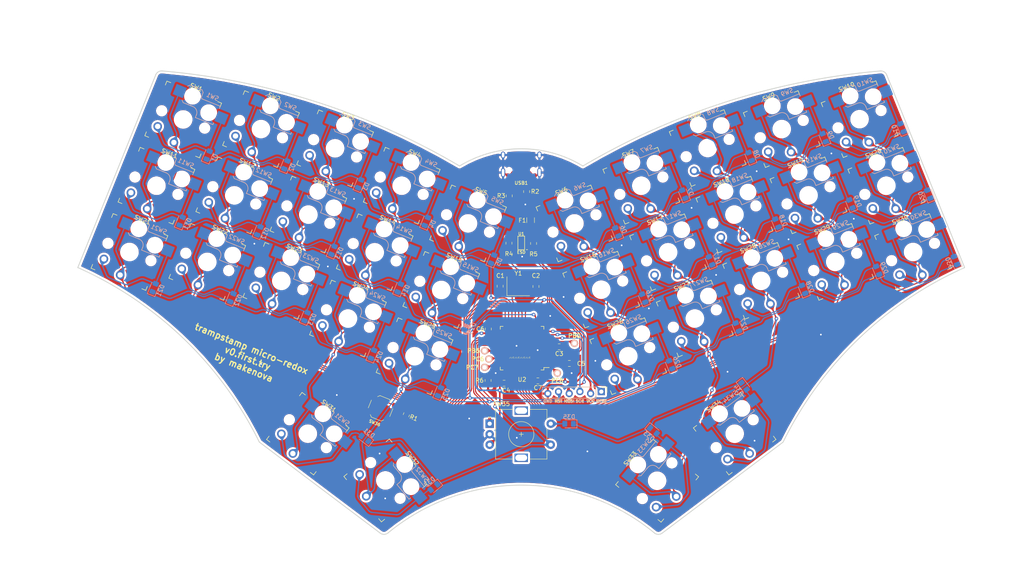
<source format=kicad_pcb>
(kicad_pcb (version 20171130) (host pcbnew "(5.1.9-0-10_14)")
  (layers (0 F.Cu signal) (31 B.Cu signal) (34 B.Paste user) (35 F.Paste user) (36 B.SilkS user) (37 F.SilkS user) (38 B.Mask user) (39 F.Mask user) (44 Edge.Cuts user))
  (net 0 "")
  (net 1 "Net-(D1-Pad2)")
  (net 2 ROW0)
  (net 3 "Net-(D2-Pad2)")
  (net 4 "Net-(D3-Pad2)")
  (net 5 "Net-(D4-Pad2)")
  (net 6 "Net-(D5-Pad2)")
  (net 7 "Net-(D6-Pad2)")
  (net 8 "Net-(D7-Pad2)")
  (net 9 "Net-(D8-Pad2)")
  (net 10 "Net-(D9-Pad2)")
  (net 11 "Net-(D10-Pad2)")
  (net 12 "Net-(D11-Pad2)")
  (net 13 ROW1)
  (net 14 "Net-(D12-Pad2)")
  (net 15 "Net-(D13-Pad2)")
  (net 16 "Net-(D14-Pad2)")
  (net 17 "Net-(D15-Pad2)")
  (net 18 "Net-(D16-Pad2)")
  (net 19 "Net-(D17-Pad2)")
  (net 20 "Net-(D18-Pad2)")
  (net 21 "Net-(D19-Pad2)")
  (net 22 "Net-(D20-Pad2)")
  (net 23 "Net-(D21-Pad2)")
  (net 24 ROW2)
  (net 25 "Net-(D22-Pad2)")
  (net 26 "Net-(D23-Pad2)")
  (net 27 "Net-(D24-Pad2)")
  (net 28 "Net-(D25-Pad2)")
  (net 29 "Net-(D26-Pad2)")
  (net 30 "Net-(D27-Pad2)")
  (net 31 "Net-(D28-Pad2)")
  (net 32 "Net-(D29-Pad2)")
  (net 33 "Net-(D30-Pad2)")
  (net 34 ROW3)
  (net 35 COL0)
  (net 36 COL1)
  (net 37 COL2)
  (net 38 COL3)
  (net 39 COL4)
  (net 40 COL5)
  (net 41 COL6)
  (net 42 COL7)
  (net 43 COL8)
  (net 44 COL9)
  (net 45 ENCA)
  (net 46 GND)
  (net 47 ENCB)
  (net 48 "Net-(C1-Pad1)")
  (net 49 "Net-(C2-Pad1)")
  (net 50 "Net-(C3-Pad1)")
  (net 51 +5V)
  (net 52 "Net-(F1-Pad2)")
  (net 53 RST)
  (net 54 MOSI)
  (net 55 SCK)
  (net 56 MISO)
  (net 57 "Net-(R2-Pad2)")
  (net 58 "Net-(R3-Pad2)")
  (net 59 D+)
  (net 60 "Net-(R4-Pad1)")
  (net 61 "Net-(R5-Pad2)")
  (net 62 D-)
  (net 63 "Net-(R6-Pad2)")
  (net 64 "Net-(U2-Pad42)")
  (net 65 "Net-(U2-Pad36)")
  (net 66 "Net-(USB1-Pad3)")
  (net 67 "Net-(USB1-Pad9)")
  (net 68 "Net-(D31-Pad2)")
  (net 69 "Net-(D32-Pad2)")
  (net 70 "Net-(D33-Pad2)")
  (net 71 "Net-(D33-Pad1)")
  (net 72 "Net-(D34-Pad2)")
  (net 73 "Net-(D35-Pad2)")
  (net 74 F-PB6)
  (net 75 F-PC6)
  (net 76 F-PC7)
  (net 77 F-PB0)
  (net 78 F-PE6)
  (module Keebio-Parts:SinglePad (layer F.Cu) (at 144.984853 109.932137)
    (fp_text reference J6 hide)
    (fp_text value PE6 (at 0 1.778) (layer F.SilkS) (effects (font (thickness 0.2))))
    (pad 1 thru_hole circle (at 0 0 270) (size 1.7526 1.7526) (drill 1.0922) (layers *.Cu *.SilkS *.Mask) (net 78 F-PE6))
  )
  (module Keebio-Parts:SinglePad (layer F.Cu) (at 149.034668 102.843562)
    (fp_text reference J5 hide)
    (fp_text value PB0 (at 0 -1.778) (layer F.SilkS) (effects (font (thickness 0.2))))
    (pad 1 thru_hole circle (at 0 0 270) (size 1.7526 1.7526) (drill 1.0922) (layers *.Cu *.SilkS *.Mask) (net 77 F-PB0))
  )
  (module Keebio-Parts:SinglePad (layer F.Cu) (at 127.698667 108.55856)
    (fp_text reference J4 hide)
    (fp_text value PC7 (at -2.921167 0.02644) (layer F.SilkS) (effects (font (thickness 0.2))))
    (pad 1 thru_hole circle (at 0 0 270) (size 1.7526 1.7526) (drill 1.0922) (layers *.Cu *.SilkS *.Mask) (net 76 F-PC7))
  )
  (module Keebio-Parts:SinglePad (layer F.Cu) (at 128.714667 106.59006)
    (fp_text reference J3 hide)
    (fp_text value PC6 (at -2.6035 0 180) (layer F.SilkS) (effects (font (thickness 0.2))))
    (pad 1 thru_hole circle (at 0 0 270) (size 1.7526 1.7526) (drill 1.0922) (layers *.Cu *.SilkS *.Mask) (net 75 F-PC6))
  )
  (module Keebio-Parts:SinglePad (layer F.Cu) (at 127.698667 104.62156)
    (fp_text reference J2 hide)
    (fp_text value PB6 (at -2.6035 0 180) (layer F.SilkS) (effects (font (thickness 0.2))))
    (pad 1 thru_hole circle (at 0 0 270) (size 1.7526 1.7526) (drill 1.0922) (layers *.Cu *.SilkS *.Mask) (net 74 F-PB6))
  )
  (module keyswitches:Kailh_socket_PG1350_optional (layer F.Cu) (at 204.60315 67.68188 22)
    (fp_text reference SW19 (at 0 -8.255 22) (layer F.SilkS))
    (fp_text value SW_SPST)
    (fp_text user %R (at 4.445 -7.62 22) (layer B.SilkS) (effects (justify mirror)))
    (pad "" np_thru_hole circle (at -5.5 0 22) (size 1.7018 1.7018) (drill 1.7018) (layers *.Cu *.Mask))
    (pad "" np_thru_hole circle (at 5.5 0 22) (size 1.7018 1.7018) (drill 1.7018) (layers *.Cu *.Mask))
    (pad 1 smd rect (at -3.275 -5.95 22) (size 2.6 2.6) (layers B.Cu B.Paste B.Mask) (net 43 COL8))
    (pad "" np_thru_hole circle (at 5 -3.75 22) (size 3 3) (drill 3) (layers *.Cu *.Mask))
    (pad "" np_thru_hole circle (at 0 0 22) (size 3.429 3.429) (drill 3.429) (layers *.Cu *.Mask))
    (pad 2 thru_hole circle (at -5 3.8 22) (size 2.032 2.032) (drill 1.27) (layers *.Cu *.Mask) (net 21 "Net-(D19-Pad2)"))
    (pad 1 thru_hole circle (at 0 5.9 22) (size 2.032 2.032) (drill 1.27) (layers *.Cu *.Mask) (net 43 COL8))
    (pad "" np_thru_hole circle (at 0 -5.95 22) (size 3 3) (drill 3) (layers *.Cu *.Mask))
    (pad 2 smd rect (at 8.275 -3.75 22) (size 2.6 2.6) (layers B.Cu B.Paste B.Mask) (net 21 "Net-(D19-Pad2)"))
  )
  (module Keebio-Parts:RotaryEncoder_Alps_EC11E-Switch_Vertical_H20mm (layer F.Cu) (at 136.404147 124.45088)
    (fp_text reference SW35 (at -4.7 -7.2) (layer F.SilkS))
    (fp_text value Rotary_Encoder_Switch)
    (pad S1 thru_hole circle (at 7 2.5) (size 2 2) (drill 1) (layers *.Cu *.Mask) (net 34 ROW3))
    (pad S2 thru_hole circle (at 7 -2.5) (size 2 2) (drill 1) (layers *.Cu *.Mask) (net 73 "Net-(D35-Pad2)"))
    (pad MP thru_hole rect (at 0 5.6) (size 3.2 2) (drill oval 2.8 1.5) (layers *.Cu *.Mask))
    (pad MP thru_hole rect (at 0 -5.6) (size 3.2 2) (drill oval 2.8 1.5) (layers *.Cu *.Mask))
    (pad B thru_hole circle (at -7.5 2.5) (size 2 2) (drill 1) (layers *.Cu *.Mask) (net 47 ENCB))
    (pad C thru_hole circle (at -7.5 0) (size 2 2) (drill 1) (layers *.Cu *.Mask) (net 46 GND))
    (pad A thru_hole rect (at -7.5 -2.5) (size 2 2) (drill 1) (layers *.Cu *.Mask) (net 45 ENCA))
  )
  (module Crystal:Crystal_SMD_3225-4Pin_3.2x2.5mm_HandSoldering (layer F.Cu) (at 135.70565 89.271881)
    (fp_text reference Y1 (at 0 -3.05) (layer F.SilkS))
    (fp_text value 16MHz)
    (pad 4 smd rect (at -1.45 -1.15) (size 2.1 1.8) (layers F.Cu F.Paste F.Mask) (net 46 GND))
    (pad 3 smd rect (at 1.45 -1.15) (size 2.1 1.8) (layers F.Cu F.Paste F.Mask) (net 49 "Net-(C2-Pad1)"))
    (pad 2 smd rect (at 1.45 1.15) (size 2.1 1.8) (layers F.Cu F.Paste F.Mask) (net 46 GND))
    (pad 1 smd rect (at -1.45 1.15) (size 2.1 1.8) (layers F.Cu F.Paste F.Mask) (net 48 "Net-(C1-Pad1)"))
  )
  (module Keebio-Parts:HRO-TYPE-C-31-M-12-Assembly (layer F.Cu) (at 136.404147 55.489881 180)
    (fp_text reference USB1 (at 0 -9.25) (layer F.SilkS) (effects (font (size 0.8 0.8))))
    (fp_text value HRO-TYPE-C-31-M-12)
    (pad 12 smd rect (at 3.225 -7.695 180) (size 0.6 1.45) (layers F.Cu F.Paste F.Mask) (net 46 GND))
    (pad 1 smd rect (at -3.225 -7.695 180) (size 0.6 1.45) (layers F.Cu F.Paste F.Mask) (net 46 GND))
    (pad 11 smd rect (at 2.45 -7.695 180) (size 0.6 1.45) (layers F.Cu F.Paste F.Mask) (net 52 "Net-(F1-Pad2)"))
    (pad 2 smd rect (at -2.45 -7.695 180) (size 0.6 1.45) (layers F.Cu F.Paste F.Mask) (net 52 "Net-(F1-Pad2)"))
    (pad 3 smd rect (at -1.75 -7.695 180) (size 0.3 1.45) (layers F.Cu F.Paste F.Mask) (net 66 "Net-(USB1-Pad3)"))
    (pad 10 smd rect (at 1.75 -7.695 180) (size 0.3 1.45) (layers F.Cu F.Paste F.Mask) (net 58 "Net-(R3-Pad2)"))
    (pad 4 smd rect (at -1.25 -7.695 180) (size 0.3 1.45) (layers F.Cu F.Paste F.Mask) (net 57 "Net-(R2-Pad2)"))
    (pad 9 smd rect (at 1.25 -7.695 180) (size 0.3 1.45) (layers F.Cu F.Paste F.Mask) (net 67 "Net-(USB1-Pad9)"))
    (pad 5 smd rect (at -0.75 -7.695 180) (size 0.3 1.45) (layers F.Cu F.Paste F.Mask) (net 62 D-))
    (pad 8 smd rect (at 0.75 -7.695 180) (size 0.3 1.45) (layers F.Cu F.Paste F.Mask) (net 59 D+))
    (pad 7 smd rect (at 0.25 -7.695 180) (size 0.3 1.45) (layers F.Cu F.Paste F.Mask) (net 62 D-))
    (pad 6 smd rect (at -0.25 -7.695 180) (size 0.3 1.45) (layers F.Cu F.Paste F.Mask) (net 59 D+))
    (pad "" np_thru_hole circle (at 2.89 -6.25 180) (size 0.65 0.65) (drill 0.65) (layers *.Cu *.Mask))
    (pad "" np_thru_hole circle (at -2.89 -6.25 180) (size 0.65 0.65) (drill 0.65) (layers *.Cu *.Mask))
    (pad 13 thru_hole oval (at -4.32 -6.78 180) (size 1 2.1) (drill oval 0.6 1.7) (layers *.Cu *.Mask) (net 46 GND))
    (pad 13 thru_hole oval (at 4.32 -6.78 180) (size 1 2.1) (drill oval 0.6 1.7) (layers *.Cu *.Mask) (net 46 GND))
    (pad 13 thru_hole oval (at -4.32 -2.6 180) (size 1 1.6) (drill oval 0.6 1.2) (layers *.Cu *.Mask) (net 46 GND))
    (pad 13 thru_hole oval (at 4.32 -2.6 180) (size 1 1.6) (drill oval 0.6 1.2) (layers *.Cu *.Mask) (net 46 GND))
  )
  (module Package_QFP:TQFP-44_10x10mm_P0.8mm (layer F.Cu) (at 136.594647 104.003881 180)
    (fp_text reference U2 (at 0 -7.45) (layer F.SilkS))
    (fp_text value ATmega32U4-AU)
    (pad 44 smd rect (at -4 -5.7 270) (size 1.5 0.55) (layers F.Cu F.Paste F.Mask) (net 51 +5V))
    (pad 43 smd rect (at -3.2 -5.7 270) (size 1.5 0.55) (layers F.Cu F.Paste F.Mask) (net 46 GND))
    (pad 42 smd rect (at -2.4 -5.7 270) (size 1.5 0.55) (layers F.Cu F.Paste F.Mask) (net 64 "Net-(U2-Pad42)"))
    (pad 41 smd rect (at -1.6 -5.7 270) (size 1.5 0.55) (layers F.Cu F.Paste F.Mask) (net 40 COL5))
    (pad 40 smd rect (at -0.8 -5.7 270) (size 1.5 0.55) (layers F.Cu F.Paste F.Mask) (net 41 COL6))
    (pad 39 smd rect (at 0 -5.7 270) (size 1.5 0.55) (layers F.Cu F.Paste F.Mask) (net 42 COL7))
    (pad 38 smd rect (at 0.8 -5.7 270) (size 1.5 0.55) (layers F.Cu F.Paste F.Mask) (net 43 COL8))
    (pad 37 smd rect (at 1.6 -5.7 270) (size 1.5 0.55) (layers F.Cu F.Paste F.Mask) (net 44 COL9))
    (pad 36 smd rect (at 2.4 -5.7 270) (size 1.5 0.55) (layers F.Cu F.Paste F.Mask) (net 65 "Net-(U2-Pad36)"))
    (pad 35 smd rect (at 3.2 -5.7 270) (size 1.5 0.55) (layers F.Cu F.Paste F.Mask) (net 46 GND))
    (pad 34 smd rect (at 4 -5.7 270) (size 1.5 0.55) (layers F.Cu F.Paste F.Mask) (net 51 +5V))
    (pad 33 smd rect (at 5.7 -4 180) (size 1.5 0.55) (layers F.Cu F.Paste F.Mask) (net 63 "Net-(R6-Pad2)"))
    (pad 32 smd rect (at 5.7 -3.2 180) (size 1.5 0.55) (layers F.Cu F.Paste F.Mask) (net 76 F-PC7))
    (pad 31 smd rect (at 5.7 -2.4 180) (size 1.5 0.55) (layers F.Cu F.Paste F.Mask) (net 75 F-PC6))
    (pad 30 smd rect (at 5.7 -1.6 180) (size 1.5 0.55) (layers F.Cu F.Paste F.Mask) (net 74 F-PB6))
    (pad 29 smd rect (at 5.7 -0.8 180) (size 1.5 0.55) (layers F.Cu F.Paste F.Mask) (net 34 ROW3))
    (pad 28 smd rect (at 5.7 0 180) (size 1.5 0.55) (layers F.Cu F.Paste F.Mask) (net 24 ROW2))
    (pad 27 smd rect (at 5.7 0.8 180) (size 1.5 0.55) (layers F.Cu F.Paste F.Mask) (net 47 ENCB))
    (pad 26 smd rect (at 5.7 1.6 180) (size 1.5 0.55) (layers F.Cu F.Paste F.Mask) (net 45 ENCA))
    (pad 25 smd rect (at 5.7 2.4 180) (size 1.5 0.55) (layers F.Cu F.Paste F.Mask) (net 35 COL0))
    (pad 24 smd rect (at 5.7 3.2 180) (size 1.5 0.55) (layers F.Cu F.Paste F.Mask) (net 51 +5V))
    (pad 23 smd rect (at 5.7 4 180) (size 1.5 0.55) (layers F.Cu F.Paste F.Mask) (net 46 GND))
    (pad 22 smd rect (at 4 5.7 270) (size 1.5 0.55) (layers F.Cu F.Paste F.Mask) (net 36 COL1))
    (pad 21 smd rect (at 3.2 5.7 270) (size 1.5 0.55) (layers F.Cu F.Paste F.Mask) (net 37 COL2))
    (pad 20 smd rect (at 2.4 5.7 270) (size 1.5 0.55) (layers F.Cu F.Paste F.Mask) (net 38 COL3))
    (pad 19 smd rect (at 1.6 5.7 270) (size 1.5 0.55) (layers F.Cu F.Paste F.Mask) (net 39 COL4))
    (pad 18 smd rect (at 0.8 5.7 270) (size 1.5 0.55) (layers F.Cu F.Paste F.Mask) (net 2 ROW0))
    (pad 17 smd rect (at 0 5.7 270) (size 1.5 0.55) (layers F.Cu F.Paste F.Mask) (net 48 "Net-(C1-Pad1)"))
    (pad 16 smd rect (at -0.8 5.7 270) (size 1.5 0.55) (layers F.Cu F.Paste F.Mask) (net 49 "Net-(C2-Pad1)"))
    (pad 15 smd rect (at -1.6 5.7 270) (size 1.5 0.55) (layers F.Cu F.Paste F.Mask) (net 46 GND))
    (pad 14 smd rect (at -2.4 5.7 270) (size 1.5 0.55) (layers F.Cu F.Paste F.Mask) (net 51 +5V))
    (pad 13 smd rect (at -3.2 5.7 270) (size 1.5 0.55) (layers F.Cu F.Paste F.Mask) (net 53 RST))
    (pad 12 smd rect (at -4 5.7 270) (size 1.5 0.55) (layers F.Cu F.Paste F.Mask) (net 13 ROW1))
    (pad 11 smd rect (at -5.7 4 180) (size 1.5 0.55) (layers F.Cu F.Paste F.Mask) (net 56 MISO))
    (pad 10 smd rect (at -5.7 3.2 180) (size 1.5 0.55) (layers F.Cu F.Paste F.Mask) (net 54 MOSI))
    (pad 9 smd rect (at -5.7 2.4 180) (size 1.5 0.55) (layers F.Cu F.Paste F.Mask) (net 55 SCK))
    (pad 8 smd rect (at -5.7 1.6 180) (size 1.5 0.55) (layers F.Cu F.Paste F.Mask) (net 77 F-PB0))
    (pad 7 smd rect (at -5.7 0.8 180) (size 1.5 0.55) (layers F.Cu F.Paste F.Mask) (net 51 +5V))
    (pad 6 smd rect (at -5.7 0 180) (size 1.5 0.55) (layers F.Cu F.Paste F.Mask) (net 50 "Net-(C3-Pad1)"))
    (pad 5 smd rect (at -5.7 -0.8 180) (size 1.5 0.55) (layers F.Cu F.Paste F.Mask) (net 46 GND))
    (pad 4 smd rect (at -5.7 -1.6 180) (size 1.5 0.55) (layers F.Cu F.Paste F.Mask) (net 60 "Net-(R4-Pad1)"))
    (pad 3 smd rect (at -5.7 -2.4 180) (size 1.5 0.55) (layers F.Cu F.Paste F.Mask) (net 61 "Net-(R5-Pad2)"))
    (pad 2 smd rect (at -5.7 -3.2 180) (size 1.5 0.55) (layers F.Cu F.Paste F.Mask) (net 51 +5V))
    (pad 1 smd rect (at -5.7 -4 180) (size 1.5 0.55) (layers F.Cu F.Paste F.Mask) (net 78 F-PE6))
  )
  (module Keebio-Parts:SOT-143B (layer F.Cu) (at 136.404144 78.984882 90)
    (fp_text reference U1 (at 2.159 0 180) (layer F.SilkS) (effects (font (size 0.7 0.7))))
    (fp_text value PRTR5V0U2X hide)
    (fp_text user ESD (at -2.2225 0 180) (layer F.SilkS) (effects (font (size 0.7 0.7))))
    (pad 4 smd rect (at -0.95 -1 90) (size 0.6 0.7) (layers F.Cu F.Paste F.Mask) (net 52 "Net-(F1-Pad2)"))
    (pad 3 smd rect (at 0.95 -1 90) (size 0.6 0.7) (layers F.Cu F.Paste F.Mask) (net 59 D+))
    (pad 2 smd rect (at 0.95 1 90) (size 0.6 0.7) (layers F.Cu F.Paste F.Mask) (net 62 D-))
    (pad 1 smd rect (at -0.75 1 90) (size 1 0.7) (layers F.Cu F.Paste F.Mask) (net 46 GND))
  )
  (module Keebio-Parts:SW_SPST_TL3342 (layer F.Cu) (at 103.003151 118.291378 158)
    (fp_text reference SW36 (at 0 -3.75 158) (layer F.SilkS) (effects (font (size 0.7 0.7))))
    (fp_text value SW_Push)
    (pad 1 smd rect (at -3.15 -1.9 158) (size 1.7 1) (layers F.Cu F.Paste F.Mask) (net 46 GND))
    (pad 1 smd rect (at 3.15 -1.9 158) (size 1.7 1) (layers F.Cu F.Paste F.Mask) (net 46 GND))
    (pad 2 smd rect (at -3.15 1.9 158) (size 1.7 1) (layers F.Cu F.Paste F.Mask) (net 53 RST))
    (pad 2 smd rect (at 3.15 1.9 158) (size 1.7 1) (layers F.Cu F.Paste F.Mask) (net 53 RST))
  )
  (module Resistor_SMD:R_0805_2012Metric_Pad1.15x1.40mm_HandSolder (layer F.Cu) (at 128.524167 111.670059 90)
    (fp_text reference R6 (at 0 -2.024847 180) (layer F.SilkS))
    (fp_text value 10k)
    (pad 2 smd roundrect (at 1.025 0 90) (size 1.15 1.4) (layers F.Cu F.Paste F.Mask) (roundrect_rratio 0.2173904347826087) (net 63 "Net-(R6-Pad2)"))
    (pad 1 smd roundrect (at -1.025 0 90) (size 1.15 1.4) (layers F.Cu F.Paste F.Mask) (roundrect_rratio 0.2173904347826087) (net 46 GND))
  )
  (module Resistor_SMD:R_0805_2012Metric_Pad1.15x1.40mm_HandSolder (layer F.Cu) (at 139.325146 79.111883 270)
    (fp_text reference R5 (at 2.531 0 180) (layer F.SilkS))
    (fp_text value 22)
    (pad 2 smd roundrect (at 1.025 0 270) (size 1.15 1.4) (layers F.Cu F.Paste F.Mask) (roundrect_rratio 0.2173904347826087) (net 61 "Net-(R5-Pad2)"))
    (pad 1 smd roundrect (at -1.025 0 270) (size 1.15 1.4) (layers F.Cu F.Paste F.Mask) (roundrect_rratio 0.2173904347826087) (net 62 D-))
  )
  (module Resistor_SMD:R_0805_2012Metric_Pad1.15x1.40mm_HandSolder (layer F.Cu) (at 133.483151 79.048376 90)
    (fp_text reference R4 (at -2.54 0 180) (layer F.SilkS))
    (fp_text value 22)
    (pad 2 smd roundrect (at 1.025 0 90) (size 1.15 1.4) (layers F.Cu F.Paste F.Mask) (roundrect_rratio 0.2173904347826087) (net 59 D+))
    (pad 1 smd roundrect (at -1.025 0 90) (size 1.15 1.4) (layers F.Cu F.Paste F.Mask) (roundrect_rratio 0.2173904347826087) (net 60 "Net-(R4-Pad1)"))
  )
  (module Resistor_SMD:R_0805_2012Metric_Pad1.15x1.40mm_HandSolder (layer F.Cu) (at 133.546648 67.808883 90)
    (fp_text reference R3 (at 0.017323 -1.910981 180) (layer F.SilkS))
    (fp_text value 5.1k)
    (pad 2 smd roundrect (at 1.025 0 90) (size 1.15 1.4) (layers F.Cu F.Paste F.Mask) (roundrect_rratio 0.2173904347826087) (net 58 "Net-(R3-Pad2)"))
    (pad 1 smd roundrect (at -1.025 0 90) (size 1.15 1.4) (layers F.Cu F.Paste F.Mask) (roundrect_rratio 0.2173904347826087) (net 46 GND))
  )
  (module Resistor_SMD:R_0805_2012Metric_Pad1.15x1.40mm_HandSolder (layer F.Cu) (at 137.674147 66.79288 90)
    (fp_text reference R2 (at 0.017321 2.026021 180) (layer F.SilkS))
    (fp_text value 5.1k)
    (pad 2 smd roundrect (at 1.025 0 90) (size 1.15 1.4) (layers F.Cu F.Paste F.Mask) (roundrect_rratio 0.2173904347826087) (net 57 "Net-(R2-Pad2)"))
    (pad 1 smd roundrect (at -1.025 0 90) (size 1.15 1.4) (layers F.Cu F.Paste F.Mask) (roundrect_rratio 0.2173904347826087) (net 46 GND))
  )
  (module Resistor_SMD:R_0805_2012Metric_Pad1.15x1.40mm_HandSolder (layer F.Cu) (at 109.126681 119.829809 248)
    (fp_text reference R1 (at 0.023581 -1.891016 158) (layer F.SilkS))
    (fp_text value 10k)
    (pad 2 smd roundrect (at 1.025 0 248) (size 1.15 1.4) (layers F.Cu F.Paste F.Mask) (roundrect_rratio 0.2173904347826087) (net 51 +5V))
    (pad 1 smd roundrect (at -1.025 0 248) (size 1.15 1.4) (layers F.Cu F.Paste F.Mask) (roundrect_rratio 0.2173904347826087) (net 53 RST))
  )
  (module Keebio-Parts:ICSP-Header-ZigZag (layer F.Cu) (at 155.412623 114.560292 270)
    (fp_text reference J1 hide)
    (fp_text value AVR-ISP-6)
    (fp_text user VCC (at 2.032 2.54) (layer B.SilkS) (effects (font (size 0.7 0.7)) (justify mirror)))
    (fp_text user GND (at 2.032 12.7) (layer B.SilkS) (effects (font (size 0.7 0.7)) (justify mirror)))
    (fp_text user RST (at 2.032 10.16) (layer B.SilkS) (effects (font (size 0.7 0.7)) (justify mirror)))
    (fp_text user MISO (at 2.032 0) (layer B.SilkS) (effects (font (size 0.7 0.7)) (justify mirror)))
    (fp_text user SCK (at 2.032 5.08) (layer B.SilkS) (effects (font (size 0.7 0.7)) (justify mirror)))
    (fp_text user MOSI (at 2.032 7.62) (layer B.SilkS) (effects (font (size 0.7 0.7)) (justify mirror)))
    (fp_text user MISO (at 2.032 0) (layer F.SilkS) (effects (font (size 0.7 0.7))))
    (fp_text user VCC (at 2.032 2.54) (layer F.SilkS) (effects (font (size 0.7 0.7))))
    (fp_text user SCK (at 2.032 5.08) (layer F.SilkS) (effects (font (size 0.7 0.7))))
    (fp_text user MOSI (at 2.032 7.62) (layer F.SilkS) (effects (font (size 0.7 0.7))))
    (fp_text user RST (at 2.032 10.16) (layer F.SilkS) (effects (font (size 0.7 0.7))))
    (fp_text user GND (at 2.032 12.7) (layer F.SilkS) (effects (font (size 0.7 0.7))))
    (pad 6 thru_hole oval (at 0.2286 12.7 270) (size 1.7 1.7) (drill 1) (layers *.Cu *.Mask) (net 46 GND))
    (pad 5 thru_hole oval (at -0.2286 10.16 270) (size 1.7 1.7) (drill 1) (layers *.Cu *.Mask) (net 53 RST))
    (pad 4 thru_hole oval (at 0.2286 7.62 270) (size 1.7 1.7) (drill 1) (layers *.Cu *.Mask) (net 54 MOSI))
    (pad 3 thru_hole oval (at -0.2286 5.08 270) (size 1.7 1.7) (drill 1) (layers *.Cu *.Mask) (net 55 SCK))
    (pad 2 thru_hole oval (at 0.2286 2.54 270) (size 1.7 1.7) (drill 1) (layers *.Cu *.Mask) (net 51 +5V))
    (pad 1 thru_hole rect (at -0.2286 0 270) (size 1.7 1.7) (drill 1) (layers *.Cu *.Mask) (net 56 MISO))
  )
  (module Fuse:Fuse_1206_3216Metric_Pad1.42x1.75mm_HandSolder (layer F.Cu) (at 138.626651 73.587376 90)
    (fp_text reference F1 (at -0.046184 -1.974483 180) (layer F.SilkS))
    (fp_text value Polyfuse_Small)
    (pad 2 smd roundrect (at 1.4875 0 90) (size 1.425 1.75) (layers F.Cu F.Paste F.Mask) (roundrect_rratio 0.1754385964912281) (net 52 "Net-(F1-Pad2)"))
    (pad 1 smd roundrect (at -1.4875 0 90) (size 1.425 1.75) (layers F.Cu F.Paste F.Mask) (roundrect_rratio 0.1754385964912281) (net 51 +5V))
  )
  (module Capacitor_SMD:C_0805_2012Metric_Pad1.15x1.40mm_HandSolder (layer F.Cu) (at 140.349354 111.773637 180)
    (fp_text reference C7 (at 0 -1.65) (layer F.SilkS))
    (fp_text value 10uF)
    (pad 2 smd roundrect (at 1.025 0 180) (size 1.15 1.4) (layers F.Cu F.Paste F.Mask) (roundrect_rratio 0.2173904347826087) (net 46 GND))
    (pad 1 smd roundrect (at -1.025 0 180) (size 1.15 1.4) (layers F.Cu F.Paste F.Mask) (roundrect_rratio 0.2173904347826087) (net 51 +5V))
  )
  (module Capacitor_SMD:C_0805_2012Metric_Pad1.15x1.40mm_HandSolder (layer F.Cu) (at 128.582083 99.441985 90)
    (fp_text reference C6 (at 0.027425 -1.899418 180) (layer F.SilkS))
    (fp_text value 0.1uF)
    (pad 2 smd roundrect (at 1.025 0 90) (size 1.15 1.4) (layers F.Cu F.Paste F.Mask) (roundrect_rratio 0.2173904347826087) (net 46 GND))
    (pad 1 smd roundrect (at -1.025 0 90) (size 1.15 1.4) (layers F.Cu F.Paste F.Mask) (roundrect_rratio 0.2173904347826087) (net 51 +5V))
  )
  (module Capacitor_SMD:C_0805_2012Metric_Pad1.15x1.40mm_HandSolder (layer F.Cu) (at 147.822585 107.633484)
    (fp_text reference C5 (at 2.799583 0.036076) (layer F.SilkS))
    (fp_text value 0.1uF)
    (pad 2 smd roundrect (at 1.025 0) (size 1.15 1.4) (layers F.Cu F.Paste F.Mask) (roundrect_rratio 0.2173904347826087) (net 46 GND))
    (pad 1 smd roundrect (at -1.025 0) (size 1.15 1.4) (layers F.Cu F.Paste F.Mask) (roundrect_rratio 0.2173904347826087) (net 51 +5V))
  )
  (module Capacitor_SMD:C_0805_2012Metric_Pad1.15x1.40mm_HandSolder (layer F.Cu) (at 132.328585 112.332483)
    (fp_text reference C4 (at 0.513582 1.687077) (layer F.SilkS))
    (fp_text value 0.1uF)
    (pad 2 smd roundrect (at 1.025 0) (size 1.15 1.4) (layers F.Cu F.Paste F.Mask) (roundrect_rratio 0.2173904347826087) (net 46 GND))
    (pad 1 smd roundrect (at -1.025 0) (size 1.15 1.4) (layers F.Cu F.Paste F.Mask) (roundrect_rratio 0.2173904347826087) (net 51 +5V))
  )
  (module Capacitor_SMD:C_0805_2012Metric_Pad1.15x1.40mm_HandSolder (layer F.Cu) (at 145.415167 103.669059)
    (fp_text reference C3 (at 0 1.651) (layer F.SilkS))
    (fp_text value 1uF)
    (pad 1 smd roundrect (at -1.025 0) (size 1.15 1.4) (layers F.Cu F.Paste F.Mask) (roundrect_rratio 0.2173904347826087) (net 50 "Net-(C3-Pad1)"))
    (pad 2 smd roundrect (at 1.025 0) (size 1.15 1.4) (layers F.Cu F.Paste F.Mask) (roundrect_rratio 0.2173904347826087) (net 46 GND))
  )
  (module Capacitor_SMD:C_0805_2012Metric_Pad1.15x1.40mm_HandSolder (layer F.Cu) (at 139.896647 89.335382 270)
    (fp_text reference C2 (at -2.557321 0.005981) (layer F.SilkS))
    (fp_text value 22pF)
    (pad 2 smd roundrect (at 1.025 0 270) (size 1.15 1.4) (layers F.Cu F.Paste F.Mask) (roundrect_rratio 0.2173904347826087) (net 46 GND))
    (pad 1 smd roundrect (at -1.025 0 270) (size 1.15 1.4) (layers F.Cu F.Paste F.Mask) (roundrect_rratio 0.2173904347826087) (net 49 "Net-(C2-Pad1)"))
  )
  (module Capacitor_SMD:C_0805_2012Metric_Pad1.15x1.40mm_HandSolder (layer F.Cu) (at 131.38765 89.27188 90)
    (fp_text reference C1 (at 2.49382 0.057515) (layer F.SilkS))
    (fp_text value 22pF)
    (pad 2 smd roundrect (at 1.025 0 90) (size 1.15 1.4) (layers F.Cu F.Paste F.Mask) (roundrect_rratio 0.2173904347826087) (net 46 GND))
    (pad 1 smd roundrect (at -1.025 0 90) (size 1.15 1.4) (layers F.Cu F.Paste F.Mask) (roundrect_rratio 0.2173904347826087) (net 48 "Net-(C1-Pad1)"))
  )
  (module keyswitches:Kailh_socket_PG1350_optional (layer F.Cu) (at 187.077151 124.323882 37)
    (fp_text reference SW34 (at 0 -8.255 37) (layer F.SilkS))
    (fp_text value SW_SPST)
    (fp_text user %R (at 4.445 -7.62 37) (layer B.SilkS) (effects (justify mirror)))
    (pad "" np_thru_hole circle (at -5.5 0 37) (size 1.7018 1.7018) (drill 1.7018) (layers *.Cu *.Mask))
    (pad "" np_thru_hole circle (at 5.5 0 37) (size 1.7018 1.7018) (drill 1.7018) (layers *.Cu *.Mask))
    (pad 1 smd rect (at -3.275 -5.95 37) (size 2.6 2.6) (layers B.Cu B.Paste B.Mask) (net 42 COL7))
    (pad "" np_thru_hole circle (at 5 -3.75 37) (size 3 3) (drill 3) (layers *.Cu *.Mask))
    (pad "" np_thru_hole circle (at 0 0 37) (size 3.429 3.429) (drill 3.429) (layers *.Cu *.Mask))
    (pad 2 thru_hole circle (at -5 3.8 37) (size 2.032 2.032) (drill 1.27) (layers *.Cu *.Mask) (net 72 "Net-(D34-Pad2)"))
    (pad 1 thru_hole circle (at 0 5.9 37) (size 2.032 2.032) (drill 1.27) (layers *.Cu *.Mask) (net 42 COL7))
    (pad "" np_thru_hole circle (at 0 -5.95 37) (size 3 3) (drill 3) (layers *.Cu *.Mask))
    (pad 2 smd rect (at 8.275 -3.75 37) (size 2.6 2.6) (layers B.Cu B.Paste B.Mask) (net 72 "Net-(D34-Pad2)"))
  )
  (module keyswitches:Kailh_socket_PG1350_optional (layer F.Cu) (at 168.662147 135.499879 50.5)
    (fp_text reference SW33 (at 0 -8.255 50.5) (layer F.SilkS))
    (fp_text value SW_SPST)
    (fp_text user %R (at 4.445 -7.62 50.5) (layer B.SilkS) (effects (justify mirror)))
    (pad "" np_thru_hole circle (at -5.5 0 50.5) (size 1.7018 1.7018) (drill 1.7018) (layers *.Cu *.Mask))
    (pad "" np_thru_hole circle (at 5.5 0 50.5) (size 1.7018 1.7018) (drill 1.7018) (layers *.Cu *.Mask))
    (pad 1 smd rect (at -3.275 -5.95 50.5) (size 2.6 2.6) (layers B.Cu B.Paste B.Mask) (net 41 COL6))
    (pad "" np_thru_hole circle (at 5 -3.75 50.5) (size 3 3) (drill 3) (layers *.Cu *.Mask))
    (pad "" np_thru_hole circle (at 0 0 50.5) (size 3.429 3.429) (drill 3.429) (layers *.Cu *.Mask))
    (pad 2 thru_hole circle (at -5 3.8 50.5) (size 2.032 2.032) (drill 1.27) (layers *.Cu *.Mask) (net 70 "Net-(D33-Pad2)"))
    (pad 1 thru_hole circle (at 0 5.9 50.5) (size 2.032 2.032) (drill 1.27) (layers *.Cu *.Mask) (net 41 COL6))
    (pad "" np_thru_hole circle (at 0 -5.95 50.5) (size 3 3) (drill 3) (layers *.Cu *.Mask))
    (pad 2 smd rect (at 8.275 -3.75 50.5) (size 2.6 2.6) (layers B.Cu B.Paste B.Mask) (net 70 "Net-(D33-Pad2)"))
  )
  (module keyswitches:Kailh_socket_PG1350_optional (layer F.Cu) (at 104.146151 135.436382 309.5)
    (fp_text reference SW32 (at 0 -8.255 129.5) (layer F.SilkS))
    (fp_text value SW_SPST)
    (fp_text user %R (at 4.445 -7.62 129.5) (layer B.SilkS) (effects (justify mirror)))
    (pad "" np_thru_hole circle (at -5.5 0 309.5) (size 1.7018 1.7018) (drill 1.7018) (layers *.Cu *.Mask))
    (pad "" np_thru_hole circle (at 5.5 0 309.5) (size 1.7018 1.7018) (drill 1.7018) (layers *.Cu *.Mask))
    (pad 1 smd rect (at -3.275 -5.95 309.5) (size 2.6 2.6) (layers B.Cu B.Paste B.Mask) (net 39 COL4))
    (pad "" np_thru_hole circle (at 5 -3.75 309.5) (size 3 3) (drill 3) (layers *.Cu *.Mask))
    (pad "" np_thru_hole circle (at 0 0 309.5) (size 3.429 3.429) (drill 3.429) (layers *.Cu *.Mask))
    (pad 2 thru_hole circle (at -5 3.8 309.5) (size 2.032 2.032) (drill 1.27) (layers *.Cu *.Mask) (net 69 "Net-(D32-Pad2)"))
    (pad 1 thru_hole circle (at 0 5.9 309.5) (size 2.032 2.032) (drill 1.27) (layers *.Cu *.Mask) (net 39 COL4))
    (pad "" np_thru_hole circle (at 0 -5.95 309.5) (size 3 3) (drill 3) (layers *.Cu *.Mask))
    (pad 2 smd rect (at 8.275 -3.75 309.5) (size 2.6 2.6) (layers B.Cu B.Paste B.Mask) (net 69 "Net-(D32-Pad2)"))
  )
  (module keyswitches:Kailh_socket_PG1350_optional (layer F.Cu) (at 85.731145 124.323879 323)
    (fp_text reference SW31 (at 0 -8.255 143) (layer F.SilkS))
    (fp_text value SW_SPST)
    (fp_text user %R (at 4.445 -7.62 143) (layer B.SilkS) (effects (justify mirror)))
    (pad "" np_thru_hole circle (at -5.5 0 323) (size 1.7018 1.7018) (drill 1.7018) (layers *.Cu *.Mask))
    (pad "" np_thru_hole circle (at 5.5 0 323) (size 1.7018 1.7018) (drill 1.7018) (layers *.Cu *.Mask))
    (pad 1 smd rect (at -3.275 -5.95 323) (size 2.6 2.6) (layers B.Cu B.Paste B.Mask) (net 38 COL3))
    (pad "" np_thru_hole circle (at 5 -3.75 323) (size 3 3) (drill 3) (layers *.Cu *.Mask))
    (pad "" np_thru_hole circle (at 0 0 323) (size 3.429 3.429) (drill 3.429) (layers *.Cu *.Mask))
    (pad 2 thru_hole circle (at -5 3.8 323) (size 2.032 2.032) (drill 1.27) (layers *.Cu *.Mask) (net 68 "Net-(D31-Pad2)"))
    (pad 1 thru_hole circle (at 0 5.9 323) (size 2.032 2.032) (drill 1.27) (layers *.Cu *.Mask) (net 38 COL3))
    (pad "" np_thru_hole circle (at 0 -5.95 323) (size 3 3) (drill 3) (layers *.Cu *.Mask))
    (pad 2 smd rect (at 8.275 -3.75 323) (size 2.6 2.6) (layers B.Cu B.Paste B.Mask) (net 68 "Net-(D31-Pad2)"))
  )
  (module keyswitches:Kailh_socket_PG1350_optional (layer F.Cu) (at 229.431648 81.143879 22)
    (fp_text reference SW30 (at 0 -8.255 22) (layer F.SilkS))
    (fp_text value SW_SPST)
    (fp_text user %R (at 4.445 -7.62 22) (layer B.SilkS) (effects (justify mirror)))
    (pad "" np_thru_hole circle (at -5.5 0 22) (size 1.7018 1.7018) (drill 1.7018) (layers *.Cu *.Mask))
    (pad "" np_thru_hole circle (at 5.5 0 22) (size 1.7018 1.7018) (drill 1.7018) (layers *.Cu *.Mask))
    (pad 1 smd rect (at -3.275 -5.95 22) (size 2.6 2.6) (layers B.Cu B.Paste B.Mask) (net 44 COL9))
    (pad "" np_thru_hole circle (at 5 -3.75 22) (size 3 3) (drill 3) (layers *.Cu *.Mask))
    (pad "" np_thru_hole circle (at 0 0 22) (size 3.429 3.429) (drill 3.429) (layers *.Cu *.Mask))
    (pad 2 thru_hole circle (at -5 3.8 22) (size 2.032 2.032) (drill 1.27) (layers *.Cu *.Mask) (net 33 "Net-(D30-Pad2)"))
    (pad 1 thru_hole circle (at 0 5.9 22) (size 2.032 2.032) (drill 1.27) (layers *.Cu *.Mask) (net 44 COL9))
    (pad "" np_thru_hole circle (at 0 -5.95 22) (size 3 3) (drill 3) (layers *.Cu *.Mask))
    (pad 2 smd rect (at 8.275 -3.75 22) (size 2.6 2.6) (layers B.Cu B.Paste B.Mask) (net 33 "Net-(D30-Pad2)"))
  )
  (module keyswitches:Kailh_socket_PG1350_optional (layer F.Cu) (at 210.953147 83.493382 22)
    (fp_text reference SW29 (at 0 -8.255 22) (layer F.SilkS))
    (fp_text value SW_SPST)
    (fp_text user %R (at 4.445 -7.62 22) (layer B.SilkS) (effects (justify mirror)))
    (pad "" np_thru_hole circle (at -5.5 0 22) (size 1.7018 1.7018) (drill 1.7018) (layers *.Cu *.Mask))
    (pad "" np_thru_hole circle (at 5.5 0 22) (size 1.7018 1.7018) (drill 1.7018) (layers *.Cu *.Mask))
    (pad 1 smd rect (at -3.275 -5.95 22) (size 2.6 2.6) (layers B.Cu B.Paste B.Mask) (net 43 COL8))
    (pad "" np_thru_hole circle (at 5 -3.75 22) (size 3 3) (drill 3) (layers *.Cu *.Mask))
    (pad "" np_thru_hole circle (at 0 0 22) (size 3.429 3.429) (drill 3.429) (layers *.Cu *.Mask))
    (pad 2 thru_hole circle (at -5 3.8 22) (size 2.032 2.032) (drill 1.27) (layers *.Cu *.Mask) (net 32 "Net-(D29-Pad2)"))
    (pad 1 thru_hole circle (at 0 5.9 22) (size 2.032 2.032) (drill 1.27) (layers *.Cu *.Mask) (net 43 COL8))
    (pad "" np_thru_hole circle (at 0 -5.95 22) (size 3 3) (drill 3) (layers *.Cu *.Mask))
    (pad 2 smd rect (at 8.275 -3.75 22) (size 2.6 2.6) (layers B.Cu B.Paste B.Mask) (net 32 "Net-(D29-Pad2)"))
  )
  (module keyswitches:Kailh_socket_PG1350_optional (layer F.Cu) (at 193.363649 88.001879 22)
    (fp_text reference SW28 (at 0 -8.255 22) (layer F.SilkS))
    (fp_text value SW_SPST)
    (fp_text user %R (at 4.445 -7.62 22) (layer B.SilkS) (effects (justify mirror)))
    (pad "" np_thru_hole circle (at -5.5 0 22) (size 1.7018 1.7018) (drill 1.7018) (layers *.Cu *.Mask))
    (pad "" np_thru_hole circle (at 5.5 0 22) (size 1.7018 1.7018) (drill 1.7018) (layers *.Cu *.Mask))
    (pad 1 smd rect (at -3.275 -5.95 22) (size 2.6 2.6) (layers B.Cu B.Paste B.Mask) (net 42 COL7))
    (pad "" np_thru_hole circle (at 5 -3.75 22) (size 3 3) (drill 3) (layers *.Cu *.Mask))
    (pad "" np_thru_hole circle (at 0 0 22) (size 3.429 3.429) (drill 3.429) (layers *.Cu *.Mask))
    (pad 2 thru_hole circle (at -5 3.8 22) (size 2.032 2.032) (drill 1.27) (layers *.Cu *.Mask) (net 31 "Net-(D28-Pad2)"))
    (pad 1 thru_hole circle (at 0 5.9 22) (size 2.032 2.032) (drill 1.27) (layers *.Cu *.Mask) (net 42 COL7))
    (pad "" np_thru_hole circle (at 0 -5.95 22) (size 3 3) (drill 3) (layers *.Cu *.Mask))
    (pad 2 smd rect (at 8.275 -3.75 22) (size 2.6 2.6) (layers B.Cu B.Paste B.Mask) (net 31 "Net-(D28-Pad2)"))
  )
  (module keyswitches:Kailh_socket_PG1350_optional (layer F.Cu) (at 177.615648 96.955384 22)
    (fp_text reference SW27 (at 0 -8.255 22) (layer F.SilkS))
    (fp_text value SW_SPST)
    (fp_text user %R (at 4.445 -7.62 22) (layer B.SilkS) (effects (justify mirror)))
    (pad "" np_thru_hole circle (at -5.5 0 22) (size 1.7018 1.7018) (drill 1.7018) (layers *.Cu *.Mask))
    (pad "" np_thru_hole circle (at 5.5 0 22) (size 1.7018 1.7018) (drill 1.7018) (layers *.Cu *.Mask))
    (pad 1 smd rect (at -3.275 -5.95 22) (size 2.6 2.6) (layers B.Cu B.Paste B.Mask) (net 41 COL6))
    (pad "" np_thru_hole circle (at 5 -3.75 22) (size 3 3) (drill 3) (layers *.Cu *.Mask))
    (pad "" np_thru_hole circle (at 0 0 22) (size 3.429 3.429) (drill 3.429) (layers *.Cu *.Mask))
    (pad 2 thru_hole circle (at -5 3.8 22) (size 2.032 2.032) (drill 1.27) (layers *.Cu *.Mask) (net 30 "Net-(D27-Pad2)"))
    (pad 1 thru_hole circle (at 0 5.9 22) (size 2.032 2.032) (drill 1.27) (layers *.Cu *.Mask) (net 41 COL6))
    (pad "" np_thru_hole circle (at 0 -5.95 22) (size 3 3) (drill 3) (layers *.Cu *.Mask))
    (pad 2 smd rect (at 8.275 -3.75 22) (size 2.6 2.6) (layers B.Cu B.Paste B.Mask) (net 30 "Net-(D27-Pad2)"))
  )
  (module keyswitches:Kailh_socket_PG1350_optional (layer F.Cu) (at 161.804149 105.908879 22)
    (fp_text reference SW26 (at 0 -8.255 22) (layer F.SilkS))
    (fp_text value SW_SPST)
    (fp_text user %R (at 4.445 -7.62 22) (layer B.SilkS) (effects (justify mirror)))
    (pad "" np_thru_hole circle (at -5.5 0 22) (size 1.7018 1.7018) (drill 1.7018) (layers *.Cu *.Mask))
    (pad "" np_thru_hole circle (at 5.5 0 22) (size 1.7018 1.7018) (drill 1.7018) (layers *.Cu *.Mask))
    (pad 1 smd rect (at -3.275 -5.95 22) (size 2.6 2.6) (layers B.Cu B.Paste B.Mask) (net 40 COL5))
    (pad "" np_thru_hole circle (at 5 -3.75 22) (size 3 3) (drill 3) (layers *.Cu *.Mask))
    (pad "" np_thru_hole circle (at 0 0 22) (size 3.429 3.429) (drill 3.429) (layers *.Cu *.Mask))
    (pad 2 thru_hole circle (at -5 3.8 22) (size 2.032 2.032) (drill 1.27) (layers *.Cu *.Mask) (net 29 "Net-(D26-Pad2)"))
    (pad 1 thru_hole circle (at 0 5.9 22) (size 2.032 2.032) (drill 1.27) (layers *.Cu *.Mask) (net 40 COL5))
    (pad "" np_thru_hole circle (at 0 -5.95 22) (size 3 3) (drill 3) (layers *.Cu *.Mask))
    (pad 2 smd rect (at 8.275 -3.75 22) (size 2.6 2.6) (layers B.Cu B.Paste B.Mask) (net 29 "Net-(D26-Pad2)"))
  )
  (module keyswitches:Kailh_socket_PG1350_optional (layer F.Cu) (at 111.067652 105.908879 338)
    (fp_text reference SW25 (at 0 -8.255 158) (layer F.SilkS))
    (fp_text value SW_SPST)
    (fp_text user %R (at 4.445 -7.62 158) (layer B.SilkS) (effects (justify mirror)))
    (pad "" np_thru_hole circle (at -5.5 0 338) (size 1.7018 1.7018) (drill 1.7018) (layers *.Cu *.Mask))
    (pad "" np_thru_hole circle (at 5.5 0 338) (size 1.7018 1.7018) (drill 1.7018) (layers *.Cu *.Mask))
    (pad 1 smd rect (at -3.275 -5.95 338) (size 2.6 2.6) (layers B.Cu B.Paste B.Mask) (net 39 COL4))
    (pad "" np_thru_hole circle (at 5 -3.75 338) (size 3 3) (drill 3) (layers *.Cu *.Mask))
    (pad "" np_thru_hole circle (at 0 0 338) (size 3.429 3.429) (drill 3.429) (layers *.Cu *.Mask))
    (pad 2 thru_hole circle (at -5 3.8 338) (size 2.032 2.032) (drill 1.27) (layers *.Cu *.Mask) (net 28 "Net-(D25-Pad2)"))
    (pad 1 thru_hole circle (at 0 5.9 338) (size 2.032 2.032) (drill 1.27) (layers *.Cu *.Mask) (net 39 COL4))
    (pad "" np_thru_hole circle (at 0 -5.95 338) (size 3 3) (drill 3) (layers *.Cu *.Mask))
    (pad 2 smd rect (at 8.275 -3.75 338) (size 2.6 2.6) (layers B.Cu B.Paste B.Mask) (net 28 "Net-(D25-Pad2)"))
  )
  (module keyswitches:Kailh_socket_PG1350_optional (layer F.Cu) (at 95.25615 96.955378 338)
    (fp_text reference SW24 (at 0 -8.255 158) (layer F.SilkS))
    (fp_text value SW_SPST)
    (fp_text user %R (at 4.445 -7.62 158) (layer B.SilkS) (effects (justify mirror)))
    (pad "" np_thru_hole circle (at -5.5 0 338) (size 1.7018 1.7018) (drill 1.7018) (layers *.Cu *.Mask))
    (pad "" np_thru_hole circle (at 5.5 0 338) (size 1.7018 1.7018) (drill 1.7018) (layers *.Cu *.Mask))
    (pad 1 smd rect (at -3.275 -5.95 338) (size 2.6 2.6) (layers B.Cu B.Paste B.Mask) (net 38 COL3))
    (pad "" np_thru_hole circle (at 5 -3.75 338) (size 3 3) (drill 3) (layers *.Cu *.Mask))
    (pad "" np_thru_hole circle (at 0 0 338) (size 3.429 3.429) (drill 3.429) (layers *.Cu *.Mask))
    (pad 2 thru_hole circle (at -5 3.8 338) (size 2.032 2.032) (drill 1.27) (layers *.Cu *.Mask) (net 27 "Net-(D24-Pad2)"))
    (pad 1 thru_hole circle (at 0 5.9 338) (size 2.032 2.032) (drill 1.27) (layers *.Cu *.Mask) (net 38 COL3))
    (pad "" np_thru_hole circle (at 0 -5.95 338) (size 3 3) (drill 3) (layers *.Cu *.Mask))
    (pad 2 smd rect (at 8.275 -3.75 338) (size 2.6 2.6) (layers B.Cu B.Paste B.Mask) (net 27 "Net-(D24-Pad2)"))
  )
  (module keyswitches:Kailh_socket_PG1350_optional (layer F.Cu) (at 79.44465 88.001878 338)
    (fp_text reference SW23 (at 0 -8.255 158) (layer F.SilkS))
    (fp_text value SW_SPST)
    (fp_text user %R (at 4.445 -7.62 158) (layer B.SilkS) (effects (justify mirror)))
    (pad "" np_thru_hole circle (at -5.5 0 338) (size 1.7018 1.7018) (drill 1.7018) (layers *.Cu *.Mask))
    (pad "" np_thru_hole circle (at 5.5 0 338) (size 1.7018 1.7018) (drill 1.7018) (layers *.Cu *.Mask))
    (pad 1 smd rect (at -3.275 -5.95 338) (size 2.6 2.6) (layers B.Cu B.Paste B.Mask) (net 37 COL2))
    (pad "" np_thru_hole circle (at 5 -3.75 338) (size 3 3) (drill 3) (layers *.Cu *.Mask))
    (pad "" np_thru_hole circle (at 0 0 338) (size 3.429 3.429) (drill 3.429) (layers *.Cu *.Mask))
    (pad 2 thru_hole circle (at -5 3.8 338) (size 2.032 2.032) (drill 1.27) (layers *.Cu *.Mask) (net 26 "Net-(D23-Pad2)"))
    (pad 1 thru_hole circle (at 0 5.9 338) (size 2.032 2.032) (drill 1.27) (layers *.Cu *.Mask) (net 37 COL2))
    (pad "" np_thru_hole circle (at 0 -5.95 338) (size 3 3) (drill 3) (layers *.Cu *.Mask))
    (pad 2 smd rect (at 8.275 -3.75 338) (size 2.6 2.6) (layers B.Cu B.Paste B.Mask) (net 26 "Net-(D23-Pad2)"))
  )
  (module keyswitches:Kailh_socket_PG1350_optional (layer F.Cu) (at 61.855153 83.493382 338)
    (fp_text reference SW22 (at 0 -8.255 158) (layer F.SilkS))
    (fp_text value SW_SPST)
    (fp_text user %R (at 4.445 -7.62 158) (layer B.SilkS) (effects (justify mirror)))
    (pad "" np_thru_hole circle (at -5.5 0 338) (size 1.7018 1.7018) (drill 1.7018) (layers *.Cu *.Mask))
    (pad "" np_thru_hole circle (at 5.5 0 338) (size 1.7018 1.7018) (drill 1.7018) (layers *.Cu *.Mask))
    (pad 1 smd rect (at -3.275 -5.95 338) (size 2.6 2.6) (layers B.Cu B.Paste B.Mask) (net 36 COL1))
    (pad "" np_thru_hole circle (at 5 -3.75 338) (size 3 3) (drill 3) (layers *.Cu *.Mask))
    (pad "" np_thru_hole circle (at 0 0 338) (size 3.429 3.429) (drill 3.429) (layers *.Cu *.Mask))
    (pad 2 thru_hole circle (at -5 3.8 338) (size 2.032 2.032) (drill 1.27) (layers *.Cu *.Mask) (net 25 "Net-(D22-Pad2)"))
    (pad 1 thru_hole circle (at 0 5.9 338) (size 2.032 2.032) (drill 1.27) (layers *.Cu *.Mask) (net 36 COL1))
    (pad "" np_thru_hole circle (at 0 -5.95 338) (size 3 3) (drill 3) (layers *.Cu *.Mask))
    (pad 2 smd rect (at 8.275 -3.75 338) (size 2.6 2.6) (layers B.Cu B.Paste B.Mask) (net 25 "Net-(D22-Pad2)"))
  )
  (module keyswitches:Kailh_socket_PG1350_optional (layer F.Cu) (at 43.376646 81.143885 338)
    (fp_text reference SW21 (at 0 -8.255 158) (layer F.SilkS))
    (fp_text value SW_SPST)
    (fp_text user %R (at 4.445 -7.62 158) (layer B.SilkS) (effects (justify mirror)))
    (pad "" np_thru_hole circle (at -5.5 0 338) (size 1.7018 1.7018) (drill 1.7018) (layers *.Cu *.Mask))
    (pad "" np_thru_hole circle (at 5.5 0 338) (size 1.7018 1.7018) (drill 1.7018) (layers *.Cu *.Mask))
    (pad 1 smd rect (at -3.275 -5.95 338) (size 2.6 2.6) (layers B.Cu B.Paste B.Mask) (net 35 COL0))
    (pad "" np_thru_hole circle (at 5 -3.75 338) (size 3 3) (drill 3) (layers *.Cu *.Mask))
    (pad "" np_thru_hole circle (at 0 0 338) (size 3.429 3.429) (drill 3.429) (layers *.Cu *.Mask))
    (pad 2 thru_hole circle (at -5 3.8 338) (size 2.032 2.032) (drill 1.27) (layers *.Cu *.Mask) (net 23 "Net-(D21-Pad2)"))
    (pad 1 thru_hole circle (at 0 5.9 338) (size 2.032 2.032) (drill 1.27) (layers *.Cu *.Mask) (net 35 COL0))
    (pad "" np_thru_hole circle (at 0 -5.95 338) (size 3 3) (drill 3) (layers *.Cu *.Mask))
    (pad 2 smd rect (at 8.275 -3.75 338) (size 2.6 2.6) (layers B.Cu B.Paste B.Mask) (net 23 "Net-(D21-Pad2)"))
  )
  (module keyswitches:Kailh_socket_PG1350_optional (layer F.Cu) (at 223.081649 65.395877 22)
    (fp_text reference SW20 (at 0 -8.255 22) (layer F.SilkS))
    (fp_text value SW_SPST)
    (fp_text user %R (at 4.445 -7.62 22) (layer B.SilkS) (effects (justify mirror)))
    (pad "" np_thru_hole circle (at -5.5 0 22) (size 1.7018 1.7018) (drill 1.7018) (layers *.Cu *.Mask))
    (pad "" np_thru_hole circle (at 5.5 0 22) (size 1.7018 1.7018) (drill 1.7018) (layers *.Cu *.Mask))
    (pad 1 smd rect (at -3.275 -5.95 22) (size 2.6 2.6) (layers B.Cu B.Paste B.Mask) (net 44 COL9))
    (pad "" np_thru_hole circle (at 5 -3.75 22) (size 3 3) (drill 3) (layers *.Cu *.Mask))
    (pad "" np_thru_hole circle (at 0 0 22) (size 3.429 3.429) (drill 3.429) (layers *.Cu *.Mask))
    (pad 2 thru_hole circle (at -5 3.8 22) (size 2.032 2.032) (drill 1.27) (layers *.Cu *.Mask) (net 22 "Net-(D20-Pad2)"))
    (pad 1 thru_hole circle (at 0 5.9 22) (size 2.032 2.032) (drill 1.27) (layers *.Cu *.Mask) (net 44 COL9))
    (pad "" np_thru_hole circle (at 0 -5.95 22) (size 3 3) (drill 3) (layers *.Cu *.Mask))
    (pad 2 smd rect (at 8.275 -3.75 22) (size 2.6 2.6) (layers B.Cu B.Paste B.Mask) (net 22 "Net-(D20-Pad2)"))
  )
  (module keyswitches:Kailh_socket_PG1350_optional (layer F.Cu) (at 187.013649 72.253881 22)
    (fp_text reference SW18 (at 0 -8.255 22) (layer F.SilkS))
    (fp_text value SW_SPST)
    (fp_text user %R (at 4.445 -7.62 22) (layer B.SilkS) (effects (justify mirror)))
    (pad "" np_thru_hole circle (at -5.5 0 22) (size 1.7018 1.7018) (drill 1.7018) (layers *.Cu *.Mask))
    (pad "" np_thru_hole circle (at 5.5 0 22) (size 1.7018 1.7018) (drill 1.7018) (layers *.Cu *.Mask))
    (pad 1 smd rect (at -3.275 -5.95 22) (size 2.6 2.6) (layers B.Cu B.Paste B.Mask) (net 42 COL7))
    (pad "" np_thru_hole circle (at 5 -3.75 22) (size 3 3) (drill 3) (layers *.Cu *.Mask))
    (pad "" np_thru_hole circle (at 0 0 22) (size 3.429 3.429) (drill 3.429) (layers *.Cu *.Mask))
    (pad 2 thru_hole circle (at -5 3.8 22) (size 2.032 2.032) (drill 1.27) (layers *.Cu *.Mask) (net 20 "Net-(D18-Pad2)"))
    (pad 1 thru_hole circle (at 0 5.9 22) (size 2.032 2.032) (drill 1.27) (layers *.Cu *.Mask) (net 42 COL7))
    (pad "" np_thru_hole circle (at 0 -5.95 22) (size 3 3) (drill 3) (layers *.Cu *.Mask))
    (pad 2 smd rect (at 8.275 -3.75 22) (size 2.6 2.6) (layers B.Cu B.Paste B.Mask) (net 20 "Net-(D18-Pad2)"))
  )
  (module keyswitches:Kailh_socket_PG1350_optional (layer F.Cu) (at 171.265649 81.207384 22)
    (fp_text reference SW17 (at 0 -8.255 22) (layer F.SilkS))
    (fp_text value SW_SPST)
    (fp_text user %R (at 4.445 -7.62 22) (layer B.SilkS) (effects (justify mirror)))
    (pad "" np_thru_hole circle (at -5.5 0 22) (size 1.7018 1.7018) (drill 1.7018) (layers *.Cu *.Mask))
    (pad "" np_thru_hole circle (at 5.5 0 22) (size 1.7018 1.7018) (drill 1.7018) (layers *.Cu *.Mask))
    (pad 1 smd rect (at -3.275 -5.95 22) (size 2.6 2.6) (layers B.Cu B.Paste B.Mask) (net 41 COL6))
    (pad "" np_thru_hole circle (at 5 -3.75 22) (size 3 3) (drill 3) (layers *.Cu *.Mask))
    (pad "" np_thru_hole circle (at 0 0 22) (size 3.429 3.429) (drill 3.429) (layers *.Cu *.Mask))
    (pad 2 thru_hole circle (at -5 3.8 22) (size 2.032 2.032) (drill 1.27) (layers *.Cu *.Mask) (net 19 "Net-(D17-Pad2)"))
    (pad 1 thru_hole circle (at 0 5.9 22) (size 2.032 2.032) (drill 1.27) (layers *.Cu *.Mask) (net 41 COL6))
    (pad "" np_thru_hole circle (at 0 -5.95 22) (size 3 3) (drill 3) (layers *.Cu *.Mask))
    (pad 2 smd rect (at 8.275 -3.75 22) (size 2.6 2.6) (layers B.Cu B.Paste B.Mask) (net 19 "Net-(D17-Pad2)"))
  )
  (module keyswitches:Kailh_socket_PG1350_optional (layer F.Cu) (at 155.390645 90.097383 22)
    (fp_text reference SW16 (at 0 -8.255 22) (layer F.SilkS))
    (fp_text value SW_SPST)
    (fp_text user %R (at 4.445 -7.62 22) (layer B.SilkS) (effects (justify mirror)))
    (pad "" np_thru_hole circle (at -5.5 0 22) (size 1.7018 1.7018) (drill 1.7018) (layers *.Cu *.Mask))
    (pad "" np_thru_hole circle (at 5.5 0 22) (size 1.7018 1.7018) (drill 1.7018) (layers *.Cu *.Mask))
    (pad 1 smd rect (at -3.275 -5.95 22) (size 2.6 2.6) (layers B.Cu B.Paste B.Mask) (net 40 COL5))
    (pad "" np_thru_hole circle (at 5 -3.75 22) (size 3 3) (drill 3) (layers *.Cu *.Mask))
    (pad "" np_thru_hole circle (at 0 0 22) (size 3.429 3.429) (drill 3.429) (layers *.Cu *.Mask))
    (pad 2 thru_hole circle (at -5 3.8 22) (size 2.032 2.032) (drill 1.27) (layers *.Cu *.Mask) (net 18 "Net-(D16-Pad2)"))
    (pad 1 thru_hole circle (at 0 5.9 22) (size 2.032 2.032) (drill 1.27) (layers *.Cu *.Mask) (net 40 COL5))
    (pad "" np_thru_hole circle (at 0 -5.95 22) (size 3 3) (drill 3) (layers *.Cu *.Mask))
    (pad 2 smd rect (at 8.275 -3.75 22) (size 2.6 2.6) (layers B.Cu B.Paste B.Mask) (net 18 "Net-(D16-Pad2)"))
  )
  (module keyswitches:Kailh_socket_PG1350_optional (layer F.Cu) (at 117.417649 90.160884 338)
    (fp_text reference SW15 (at 0 -8.255 158) (layer F.SilkS))
    (fp_text value SW_SPST)
    (fp_text user %R (at 4.445 -7.62 158) (layer B.SilkS) (effects (justify mirror)))
    (pad "" np_thru_hole circle (at -5.5 0 338) (size 1.7018 1.7018) (drill 1.7018) (layers *.Cu *.Mask))
    (pad "" np_thru_hole circle (at 5.5 0 338) (size 1.7018 1.7018) (drill 1.7018) (layers *.Cu *.Mask))
    (pad 1 smd rect (at -3.275 -5.95 338) (size 2.6 2.6) (layers B.Cu B.Paste B.Mask) (net 39 COL4))
    (pad "" np_thru_hole circle (at 5 -3.75 338) (size 3 3) (drill 3) (layers *.Cu *.Mask))
    (pad "" np_thru_hole circle (at 0 0 338) (size 3.429 3.429) (drill 3.429) (layers *.Cu *.Mask))
    (pad 2 thru_hole circle (at -5 3.8 338) (size 2.032 2.032) (drill 1.27) (layers *.Cu *.Mask) (net 17 "Net-(D15-Pad2)"))
    (pad 1 thru_hole circle (at 0 5.9 338) (size 2.032 2.032) (drill 1.27) (layers *.Cu *.Mask) (net 39 COL4))
    (pad "" np_thru_hole circle (at 0 -5.95 338) (size 3 3) (drill 3) (layers *.Cu *.Mask))
    (pad 2 smd rect (at 8.275 -3.75 338) (size 2.6 2.6) (layers B.Cu B.Paste B.Mask) (net 17 "Net-(D15-Pad2)"))
  )
  (module keyswitches:Kailh_socket_PG1350_optional (layer F.Cu) (at 101.606148 81.207382 338)
    (fp_text reference SW14 (at 0 -8.255 158) (layer F.SilkS))
    (fp_text value SW_SPST)
    (fp_text user %R (at 4.445 -7.62 158) (layer B.SilkS) (effects (justify mirror)))
    (pad "" np_thru_hole circle (at -5.5 0 338) (size 1.7018 1.7018) (drill 1.7018) (layers *.Cu *.Mask))
    (pad "" np_thru_hole circle (at 5.5 0 338) (size 1.7018 1.7018) (drill 1.7018) (layers *.Cu *.Mask))
    (pad 1 smd rect (at -3.275 -5.95 338) (size 2.6 2.6) (layers B.Cu B.Paste B.Mask) (net 38 COL3))
    (pad "" np_thru_hole circle (at 5 -3.75 338) (size 3 3) (drill 3) (layers *.Cu *.Mask))
    (pad "" np_thru_hole circle (at 0 0 338) (size 3.429 3.429) (drill 3.429) (layers *.Cu *.Mask))
    (pad 2 thru_hole circle (at -5 3.8 338) (size 2.032 2.032) (drill 1.27) (layers *.Cu *.Mask) (net 16 "Net-(D14-Pad2)"))
    (pad 1 thru_hole circle (at 0 5.9 338) (size 2.032 2.032) (drill 1.27) (layers *.Cu *.Mask) (net 38 COL3))
    (pad "" np_thru_hole circle (at 0 -5.95 338) (size 3 3) (drill 3) (layers *.Cu *.Mask))
    (pad 2 smd rect (at 8.275 -3.75 338) (size 2.6 2.6) (layers B.Cu B.Paste B.Mask) (net 16 "Net-(D14-Pad2)"))
  )
  (module keyswitches:Kailh_socket_PG1350_optional (layer F.Cu) (at 85.858149 72.253879 338)
    (fp_text reference SW13 (at 0 -8.255 158) (layer F.SilkS))
    (fp_text value SW_SPST)
    (fp_text user %R (at 4.445 -7.62 158) (layer B.SilkS) (effects (justify mirror)))
    (pad "" np_thru_hole circle (at -5.5 0 338) (size 1.7018 1.7018) (drill 1.7018) (layers *.Cu *.Mask))
    (pad "" np_thru_hole circle (at 5.5 0 338) (size 1.7018 1.7018) (drill 1.7018) (layers *.Cu *.Mask))
    (pad 1 smd rect (at -3.275 -5.95 338) (size 2.6 2.6) (layers B.Cu B.Paste B.Mask) (net 37 COL2))
    (pad "" np_thru_hole circle (at 5 -3.75 338) (size 3 3) (drill 3) (layers *.Cu *.Mask))
    (pad "" np_thru_hole circle (at 0 0 338) (size 3.429 3.429) (drill 3.429) (layers *.Cu *.Mask))
    (pad 2 thru_hole circle (at -5 3.8 338) (size 2.032 2.032) (drill 1.27) (layers *.Cu *.Mask) (net 15 "Net-(D13-Pad2)"))
    (pad 1 thru_hole circle (at 0 5.9 338) (size 2.032 2.032) (drill 1.27) (layers *.Cu *.Mask) (net 37 COL2))
    (pad "" np_thru_hole circle (at 0 -5.95 338) (size 3 3) (drill 3) (layers *.Cu *.Mask))
    (pad 2 smd rect (at 8.275 -3.75 338) (size 2.6 2.6) (layers B.Cu B.Paste B.Mask) (net 15 "Net-(D13-Pad2)"))
  )
  (module keyswitches:Kailh_socket_PG1350_optional (layer F.Cu) (at 68.268649 67.681879 338)
    (fp_text reference SW12 (at 0 -8.255 158) (layer F.SilkS))
    (fp_text value SW_SPST)
    (fp_text user %R (at 4.445 -7.62 158) (layer B.SilkS) (effects (justify mirror)))
    (pad "" np_thru_hole circle (at -5.5 0 338) (size 1.7018 1.7018) (drill 1.7018) (layers *.Cu *.Mask))
    (pad "" np_thru_hole circle (at 5.5 0 338) (size 1.7018 1.7018) (drill 1.7018) (layers *.Cu *.Mask))
    (pad 1 smd rect (at -3.275 -5.95 338) (size 2.6 2.6) (layers B.Cu B.Paste B.Mask) (net 36 COL1))
    (pad "" np_thru_hole circle (at 5 -3.75 338) (size 3 3) (drill 3) (layers *.Cu *.Mask))
    (pad "" np_thru_hole circle (at 0 0 338) (size 3.429 3.429) (drill 3.429) (layers *.Cu *.Mask))
    (pad 2 thru_hole circle (at -5 3.8 338) (size 2.032 2.032) (drill 1.27) (layers *.Cu *.Mask) (net 14 "Net-(D12-Pad2)"))
    (pad 1 thru_hole circle (at 0 5.9 338) (size 2.032 2.032) (drill 1.27) (layers *.Cu *.Mask) (net 36 COL1))
    (pad "" np_thru_hole circle (at 0 -5.95 338) (size 3 3) (drill 3) (layers *.Cu *.Mask))
    (pad 2 smd rect (at 8.275 -3.75 338) (size 2.6 2.6) (layers B.Cu B.Paste B.Mask) (net 14 "Net-(D12-Pad2)"))
  )
  (module keyswitches:Kailh_socket_PG1350_optional (layer F.Cu) (at 49.790147 65.395881 338)
    (fp_text reference SW11 (at 0 -8.255 158) (layer F.SilkS))
    (fp_text value SW_SPST)
    (fp_text user %R (at 4.445 -7.62 158) (layer B.SilkS) (effects (justify mirror)))
    (pad "" np_thru_hole circle (at -5.5 0 338) (size 1.7018 1.7018) (drill 1.7018) (layers *.Cu *.Mask))
    (pad "" np_thru_hole circle (at 5.5 0 338) (size 1.7018 1.7018) (drill 1.7018) (layers *.Cu *.Mask))
    (pad 1 smd rect (at -3.275 -5.95 338) (size 2.6 2.6) (layers B.Cu B.Paste B.Mask) (net 35 COL0))
    (pad "" np_thru_hole circle (at 5 -3.75 338) (size 3 3) (drill 3) (layers *.Cu *.Mask))
    (pad "" np_thru_hole circle (at 0 0 338) (size 3.429 3.429) (drill 3.429) (layers *.Cu *.Mask))
    (pad 2 thru_hole circle (at -5 3.8 338) (size 2.032 2.032) (drill 1.27) (layers *.Cu *.Mask) (net 12 "Net-(D11-Pad2)"))
    (pad 1 thru_hole circle (at 0 5.9 338) (size 2.032 2.032) (drill 1.27) (layers *.Cu *.Mask) (net 35 COL0))
    (pad "" np_thru_hole circle (at 0 -5.95 338) (size 3 3) (drill 3) (layers *.Cu *.Mask))
    (pad 2 smd rect (at 8.275 -3.75 338) (size 2.6 2.6) (layers B.Cu B.Paste B.Mask) (net 12 "Net-(D11-Pad2)"))
  )
  (module keyswitches:Kailh_socket_PG1350_optional (layer F.Cu) (at 216.731647 49.584378 22)
    (fp_text reference SW10 (at 0 -8.255 22) (layer F.SilkS))
    (fp_text value SW_SPST)
    (fp_text user %R (at 4.445 -7.62 22) (layer B.SilkS) (effects (justify mirror)))
    (pad "" np_thru_hole circle (at -5.5 0 22) (size 1.7018 1.7018) (drill 1.7018) (layers *.Cu *.Mask))
    (pad "" np_thru_hole circle (at 5.5 0 22) (size 1.7018 1.7018) (drill 1.7018) (layers *.Cu *.Mask))
    (pad 1 smd rect (at -3.275 -5.95 22) (size 2.6 2.6) (layers B.Cu B.Paste B.Mask) (net 44 COL9))
    (pad "" np_thru_hole circle (at 5 -3.75 22) (size 3 3) (drill 3) (layers *.Cu *.Mask))
    (pad "" np_thru_hole circle (at 0 0 22) (size 3.429 3.429) (drill 3.429) (layers *.Cu *.Mask))
    (pad 2 thru_hole circle (at -5 3.8 22) (size 2.032 2.032) (drill 1.27) (layers *.Cu *.Mask) (net 11 "Net-(D10-Pad2)"))
    (pad 1 thru_hole circle (at 0 5.9 22) (size 2.032 2.032) (drill 1.27) (layers *.Cu *.Mask) (net 44 COL9))
    (pad "" np_thru_hole circle (at 0 -5.95 22) (size 3 3) (drill 3) (layers *.Cu *.Mask))
    (pad 2 smd rect (at 8.275 -3.75 22) (size 2.6 2.6) (layers B.Cu B.Paste B.Mask) (net 11 "Net-(D10-Pad2)"))
  )
  (module keyswitches:Kailh_socket_PG1350_optional (layer F.Cu) (at 198.253151 51.93388 22)
    (fp_text reference SW9 (at 0 -8.255 22) (layer F.SilkS))
    (fp_text value SW_SPST)
    (fp_text user %R (at 4.445 -7.62 22) (layer B.SilkS) (effects (justify mirror)))
    (pad "" np_thru_hole circle (at -5.5 0 22) (size 1.7018 1.7018) (drill 1.7018) (layers *.Cu *.Mask))
    (pad "" np_thru_hole circle (at 5.5 0 22) (size 1.7018 1.7018) (drill 1.7018) (layers *.Cu *.Mask))
    (pad 1 smd rect (at -3.275 -5.95 22) (size 2.6 2.6) (layers B.Cu B.Paste B.Mask) (net 43 COL8))
    (pad "" np_thru_hole circle (at 5 -3.75 22) (size 3 3) (drill 3) (layers *.Cu *.Mask))
    (pad "" np_thru_hole circle (at 0 0 22) (size 3.429 3.429) (drill 3.429) (layers *.Cu *.Mask))
    (pad 2 thru_hole circle (at -5 3.8 22) (size 2.032 2.032) (drill 1.27) (layers *.Cu *.Mask) (net 10 "Net-(D9-Pad2)"))
    (pad 1 thru_hole circle (at 0 5.9 22) (size 2.032 2.032) (drill 1.27) (layers *.Cu *.Mask) (net 43 COL8))
    (pad "" np_thru_hole circle (at 0 -5.95 22) (size 3 3) (drill 3) (layers *.Cu *.Mask))
    (pad 2 smd rect (at 8.275 -3.75 22) (size 2.6 2.6) (layers B.Cu B.Paste B.Mask) (net 10 "Net-(D9-Pad2)"))
  )
  (module keyswitches:Kailh_socket_PG1350_optional (layer F.Cu) (at 180.663647 56.442382 22)
    (fp_text reference SW8 (at 0 -8.255 22) (layer F.SilkS))
    (fp_text value SW_SPST)
    (fp_text user %R (at 4.445 -7.62 22) (layer B.SilkS) (effects (justify mirror)))
    (pad "" np_thru_hole circle (at -5.5 0 22) (size 1.7018 1.7018) (drill 1.7018) (layers *.Cu *.Mask))
    (pad "" np_thru_hole circle (at 5.5 0 22) (size 1.7018 1.7018) (drill 1.7018) (layers *.Cu *.Mask))
    (pad 1 smd rect (at -3.275 -5.95 22) (size 2.6 2.6) (layers B.Cu B.Paste B.Mask) (net 42 COL7))
    (pad "" np_thru_hole circle (at 5 -3.75 22) (size 3 3) (drill 3) (layers *.Cu *.Mask))
    (pad "" np_thru_hole circle (at 0 0 22) (size 3.429 3.429) (drill 3.429) (layers *.Cu *.Mask))
    (pad 2 thru_hole circle (at -5 3.8 22) (size 2.032 2.032) (drill 1.27) (layers *.Cu *.Mask) (net 9 "Net-(D8-Pad2)"))
    (pad 1 thru_hole circle (at 0 5.9 22) (size 2.032 2.032) (drill 1.27) (layers *.Cu *.Mask) (net 42 COL7))
    (pad "" np_thru_hole circle (at 0 -5.95 22) (size 3 3) (drill 3) (layers *.Cu *.Mask))
    (pad 2 smd rect (at 8.275 -3.75 22) (size 2.6 2.6) (layers B.Cu B.Paste B.Mask) (net 9 "Net-(D8-Pad2)"))
  )
  (module keyswitches:Kailh_socket_PG1350_optional (layer F.Cu) (at 164.915647 65.395884 22)
    (fp_text reference SW7 (at 0 -8.255 22) (layer F.SilkS))
    (fp_text value SW_SPST)
    (fp_text user %R (at 4.445 -7.62 22) (layer B.SilkS) (effects (justify mirror)))
    (pad "" np_thru_hole circle (at -5.5 0 22) (size 1.7018 1.7018) (drill 1.7018) (layers *.Cu *.Mask))
    (pad "" np_thru_hole circle (at 5.5 0 22) (size 1.7018 1.7018) (drill 1.7018) (layers *.Cu *.Mask))
    (pad 1 smd rect (at -3.275 -5.95 22) (size 2.6 2.6) (layers B.Cu B.Paste B.Mask) (net 41 COL6))
    (pad "" np_thru_hole circle (at 5 -3.75 22) (size 3 3) (drill 3) (layers *.Cu *.Mask))
    (pad "" np_thru_hole circle (at 0 0 22) (size 3.429 3.429) (drill 3.429) (layers *.Cu *.Mask))
    (pad 2 thru_hole circle (at -5 3.8 22) (size 2.032 2.032) (drill 1.27) (layers *.Cu *.Mask) (net 8 "Net-(D7-Pad2)"))
    (pad 1 thru_hole circle (at 0 5.9 22) (size 2.032 2.032) (drill 1.27) (layers *.Cu *.Mask) (net 41 COL6))
    (pad "" np_thru_hole circle (at 0 -5.95 22) (size 3 3) (drill 3) (layers *.Cu *.Mask))
    (pad 2 smd rect (at 8.275 -3.75 22) (size 2.6 2.6) (layers B.Cu B.Paste B.Mask) (net 8 "Net-(D7-Pad2)"))
  )
  (module keyswitches:Kailh_socket_PG1350_optional (layer F.Cu) (at 149.040651 74.34938 22)
    (fp_text reference SW6 (at 0 -8.255 22) (layer F.SilkS))
    (fp_text value SW_SPST)
    (fp_text user %R (at 4.445 -7.62 22) (layer B.SilkS) (effects (justify mirror)))
    (pad "" np_thru_hole circle (at -5.5 0 22) (size 1.7018 1.7018) (drill 1.7018) (layers *.Cu *.Mask))
    (pad "" np_thru_hole circle (at 5.5 0 22) (size 1.7018 1.7018) (drill 1.7018) (layers *.Cu *.Mask))
    (pad 1 smd rect (at -3.275 -5.95 22) (size 2.6 2.6) (layers B.Cu B.Paste B.Mask) (net 40 COL5))
    (pad "" np_thru_hole circle (at 5 -3.75 22) (size 3 3) (drill 3) (layers *.Cu *.Mask))
    (pad "" np_thru_hole circle (at 0 0 22) (size 3.429 3.429) (drill 3.429) (layers *.Cu *.Mask))
    (pad 2 thru_hole circle (at -5 3.8 22) (size 2.032 2.032) (drill 1.27) (layers *.Cu *.Mask) (net 7 "Net-(D6-Pad2)"))
    (pad 1 thru_hole circle (at 0 5.9 22) (size 2.032 2.032) (drill 1.27) (layers *.Cu *.Mask) (net 40 COL5))
    (pad "" np_thru_hole circle (at 0 -5.95 22) (size 3 3) (drill 3) (layers *.Cu *.Mask))
    (pad 2 smd rect (at 8.275 -3.75 22) (size 2.6 2.6) (layers B.Cu B.Paste B.Mask) (net 7 "Net-(D6-Pad2)"))
  )
  (module keyswitches:Kailh_socket_PG1350_optional (layer F.Cu) (at 123.767648 74.349381 338)
    (fp_text reference SW5 (at 0 -8.255 158) (layer F.SilkS))
    (fp_text value SW_SPST)
    (fp_text user %R (at 4.445 -7.62 158) (layer B.SilkS) (effects (justify mirror)))
    (pad "" np_thru_hole circle (at -5.5 0 338) (size 1.7018 1.7018) (drill 1.7018) (layers *.Cu *.Mask))
    (pad "" np_thru_hole circle (at 5.5 0 338) (size 1.7018 1.7018) (drill 1.7018) (layers *.Cu *.Mask))
    (pad 1 smd rect (at -3.275 -5.95 338) (size 2.6 2.6) (layers B.Cu B.Paste B.Mask) (net 39 COL4))
    (pad "" np_thru_hole circle (at 5 -3.75 338) (size 3 3) (drill 3) (layers *.Cu *.Mask))
    (pad "" np_thru_hole circle (at 0 0 338) (size 3.429 3.429) (drill 3.429) (layers *.Cu *.Mask))
    (pad 2 thru_hole circle (at -5 3.8 338) (size 2.032 2.032) (drill 1.27) (layers *.Cu *.Mask) (net 6 "Net-(D5-Pad2)"))
    (pad 1 thru_hole circle (at 0 5.9 338) (size 2.032 2.032) (drill 1.27) (layers *.Cu *.Mask) (net 39 COL4))
    (pad "" np_thru_hole circle (at 0 -5.95 338) (size 3 3) (drill 3) (layers *.Cu *.Mask))
    (pad 2 smd rect (at 8.275 -3.75 338) (size 2.6 2.6) (layers B.Cu B.Paste B.Mask) (net 6 "Net-(D5-Pad2)"))
  )
  (module keyswitches:Kailh_socket_PG1350_optional (layer F.Cu) (at 108.019648 65.39588 338)
    (fp_text reference SW4 (at 0 -8.255 158) (layer F.SilkS))
    (fp_text value SW_SPST)
    (fp_text user %R (at 4.445 -7.62 158) (layer B.SilkS) (effects (justify mirror)))
    (pad "" np_thru_hole circle (at -5.5 0 338) (size 1.7018 1.7018) (drill 1.7018) (layers *.Cu *.Mask))
    (pad "" np_thru_hole circle (at 5.5 0 338) (size 1.7018 1.7018) (drill 1.7018) (layers *.Cu *.Mask))
    (pad 1 smd rect (at -3.275 -5.95 338) (size 2.6 2.6) (layers B.Cu B.Paste B.Mask) (net 38 COL3))
    (pad "" np_thru_hole circle (at 5 -3.75 338) (size 3 3) (drill 3) (layers *.Cu *.Mask))
    (pad "" np_thru_hole circle (at 0 0 338) (size 3.429 3.429) (drill 3.429) (layers *.Cu *.Mask))
    (pad 2 thru_hole circle (at -5 3.8 338) (size 2.032 2.032) (drill 1.27) (layers *.Cu *.Mask) (net 5 "Net-(D4-Pad2)"))
    (pad 1 thru_hole circle (at 0 5.9 338) (size 2.032 2.032) (drill 1.27) (layers *.Cu *.Mask) (net 38 COL3))
    (pad "" np_thru_hole circle (at 0 -5.95 338) (size 3 3) (drill 3) (layers *.Cu *.Mask))
    (pad 2 smd rect (at 8.275 -3.75 338) (size 2.6 2.6) (layers B.Cu B.Paste B.Mask) (net 5 "Net-(D4-Pad2)"))
  )
  (module keyswitches:Kailh_socket_PG1350_optional (layer F.Cu) (at 92.208149 56.505881 338)
    (fp_text reference SW3 (at 0 -8.255 158) (layer F.SilkS))
    (fp_text value SW_SPST)
    (fp_text user %R (at 4.445 -7.62 158) (layer B.SilkS) (effects (justify mirror)))
    (pad "" np_thru_hole circle (at -5.5 0 338) (size 1.7018 1.7018) (drill 1.7018) (layers *.Cu *.Mask))
    (pad "" np_thru_hole circle (at 5.5 0 338) (size 1.7018 1.7018) (drill 1.7018) (layers *.Cu *.Mask))
    (pad 1 smd rect (at -3.275 -5.95 338) (size 2.6 2.6) (layers B.Cu B.Paste B.Mask) (net 37 COL2))
    (pad "" np_thru_hole circle (at 5 -3.75 338) (size 3 3) (drill 3) (layers *.Cu *.Mask))
    (pad "" np_thru_hole circle (at 0 0 338) (size 3.429 3.429) (drill 3.429) (layers *.Cu *.Mask))
    (pad 2 thru_hole circle (at -5 3.8 338) (size 2.032 2.032) (drill 1.27) (layers *.Cu *.Mask) (net 4 "Net-(D3-Pad2)"))
    (pad 1 thru_hole circle (at 0 5.9 338) (size 2.032 2.032) (drill 1.27) (layers *.Cu *.Mask) (net 37 COL2))
    (pad "" np_thru_hole circle (at 0 -5.95 338) (size 3 3) (drill 3) (layers *.Cu *.Mask))
    (pad 2 smd rect (at 8.275 -3.75 338) (size 2.6 2.6) (layers B.Cu B.Paste B.Mask) (net 4 "Net-(D3-Pad2)"))
  )
  (module keyswitches:Kailh_socket_PG1350_optional (layer F.Cu) (at 74.618647 51.933878 338)
    (fp_text reference SW2 (at 0 -8.255 158) (layer F.SilkS))
    (fp_text value SW_SPST)
    (fp_text user %R (at 4.445 -7.62 158) (layer B.SilkS) (effects (justify mirror)))
    (pad "" np_thru_hole circle (at -5.5 0 338) (size 1.7018 1.7018) (drill 1.7018) (layers *.Cu *.Mask))
    (pad "" np_thru_hole circle (at 5.5 0 338) (size 1.7018 1.7018) (drill 1.7018) (layers *.Cu *.Mask))
    (pad 1 smd rect (at -3.275 -5.95 338) (size 2.6 2.6) (layers B.Cu B.Paste B.Mask) (net 36 COL1))
    (pad "" np_thru_hole circle (at 5 -3.75 338) (size 3 3) (drill 3) (layers *.Cu *.Mask))
    (pad "" np_thru_hole circle (at 0 0 338) (size 3.429 3.429) (drill 3.429) (layers *.Cu *.Mask))
    (pad 2 thru_hole circle (at -5 3.8 338) (size 2.032 2.032) (drill 1.27) (layers *.Cu *.Mask) (net 3 "Net-(D2-Pad2)"))
    (pad 1 thru_hole circle (at 0 5.9 338) (size 2.032 2.032) (drill 1.27) (layers *.Cu *.Mask) (net 36 COL1))
    (pad "" np_thru_hole circle (at 0 -5.95 338) (size 3 3) (drill 3) (layers *.Cu *.Mask))
    (pad 2 smd rect (at 8.275 -3.75 338) (size 2.6 2.6) (layers B.Cu B.Paste B.Mask) (net 3 "Net-(D2-Pad2)"))
  )
  (module keyswitches:Kailh_socket_PG1350_optional (layer F.Cu) (at 56.14015 49.647878 338)
    (fp_text reference SW1 (at 0 -8.255 158) (layer F.SilkS))
    (fp_text value SW_SPST)
    (fp_text user %R (at 4.445 -7.62 158) (layer B.SilkS) (effects (justify mirror)))
    (pad "" np_thru_hole circle (at -5.5 0 338) (size 1.7018 1.7018) (drill 1.7018) (layers *.Cu *.Mask))
    (pad "" np_thru_hole circle (at 5.5 0 338) (size 1.7018 1.7018) (drill 1.7018) (layers *.Cu *.Mask))
    (pad 1 smd rect (at -3.275 -5.95 338) (size 2.6 2.6) (layers B.Cu B.Paste B.Mask) (net 35 COL0))
    (pad "" np_thru_hole circle (at 5 -3.75 338) (size 3 3) (drill 3) (layers *.Cu *.Mask))
    (pad "" np_thru_hole circle (at 0 0 338) (size 3.429 3.429) (drill 3.429) (layers *.Cu *.Mask))
    (pad 2 thru_hole circle (at -5 3.8 338) (size 2.032 2.032) (drill 1.27) (layers *.Cu *.Mask) (net 1 "Net-(D1-Pad2)"))
    (pad 1 thru_hole circle (at 0 5.9 338) (size 2.032 2.032) (drill 1.27) (layers *.Cu *.Mask) (net 35 COL0))
    (pad "" np_thru_hole circle (at 0 -5.95 338) (size 3 3) (drill 3) (layers *.Cu *.Mask))
    (pad 2 smd rect (at 8.275 -3.75 338) (size 2.6 2.6) (layers B.Cu B.Paste B.Mask) (net 1 "Net-(D1-Pad2)"))
  )
  (module Diode_SMD:D_0805_2012Metric_Pad1.15x1.40mm_HandSolder (layer B.Cu) (at 147.770648 121.974378 180)
    (fp_text reference D35 (at 0 1.65 180) (layer B.SilkS) (effects (justify mirror)))
    (fp_text value D_Small)
    (pad 2 smd roundrect (at 1.025 0 180) (size 1.15 1.4) (layers B.Cu B.Paste B.Mask) (roundrect_rratio 0.2173904347826087) (net 73 "Net-(D35-Pad2)"))
    (pad 1 smd roundrect (at -1.025 0 180) (size 1.15 1.4) (layers B.Cu B.Paste B.Mask) (roundrect_rratio 0.2173904347826087) (net 71 "Net-(D33-Pad1)"))
  )
  (module Diode_SMD:D_0805_2012Metric_Pad1.15x1.40mm_HandSolder (layer B.Cu) (at 189.299647 113.020878 307)
    (fp_text reference D34 (at 0 1.65 127) (layer B.SilkS) (effects (justify mirror)))
    (fp_text value D_Small)
    (pad 2 smd roundrect (at 1.025 0 307) (size 1.15 1.4) (layers B.Cu B.Paste B.Mask) (roundrect_rratio 0.2173904347826087) (net 72 "Net-(D34-Pad2)"))
    (pad 1 smd roundrect (at -1.025 0 307) (size 1.15 1.4) (layers B.Cu B.Paste B.Mask) (roundrect_rratio 0.2173904347826087) (net 71 "Net-(D33-Pad1)"))
  )
  (module Diode_SMD:D_0805_2012Metric_Pad1.15x1.40mm_HandSolder (layer B.Cu) (at 167.773149 123.625377 320.5)
    (fp_text reference D33 (at 0 1.65 140.5) (layer B.SilkS) (effects (justify mirror)))
    (fp_text value D_Small)
    (pad 2 smd roundrect (at 1.025 0 320.5) (size 1.15 1.4) (layers B.Cu B.Paste B.Mask) (roundrect_rratio 0.2173904347826087) (net 70 "Net-(D33-Pad2)"))
    (pad 1 smd roundrect (at -1.025 0 320.5) (size 1.15 1.4) (layers B.Cu B.Paste B.Mask) (roundrect_rratio 0.2173904347826087) (net 71 "Net-(D33-Pad1)"))
  )
  (module Diode_SMD:D_0805_2012Metric_Pad1.15x1.40mm_HandSolder (layer B.Cu) (at 115.703152 137.023885 219.5)
    (fp_text reference D32 (at 0 1.65 39.5) (layer B.SilkS) (effects (justify mirror)))
    (fp_text value D_Small)
    (pad 2 smd roundrect (at 1.025 0 219.5) (size 1.15 1.4) (layers B.Cu B.Paste B.Mask) (roundrect_rratio 0.2173904347826087) (net 69 "Net-(D32-Pad2)"))
    (pad 1 smd roundrect (at -1.025 0 219.5) (size 1.15 1.4) (layers B.Cu B.Paste B.Mask) (roundrect_rratio 0.2173904347826087) (net 34 ROW3))
  )
  (module Diode_SMD:D_0805_2012Metric_Pad1.15x1.40mm_HandSolder (layer B.Cu) (at 99.28778 125.47339 143)
    (fp_text reference D31 (at 0 1.65 143) (layer B.SilkS) (effects (justify mirror)))
    (fp_text value D_Small)
    (pad 2 smd roundrect (at 1.025 0 143) (size 1.15 1.4) (layers B.Cu B.Paste B.Mask) (roundrect_rratio 0.2173904347826087) (net 68 "Net-(D31-Pad2)"))
    (pad 1 smd roundrect (at -1.025 0 143) (size 1.15 1.4) (layers B.Cu B.Paste B.Mask) (roundrect_rratio 0.2173904347826087) (net 34 ROW3))
  )
  (module Diode_SMD:D_0805_2012Metric_Pad1.15x1.40mm_HandSolder (layer B.Cu) (at 239.528147 83.175882 112)
    (fp_text reference D30 (at 0.029053 -1.645825 112) (layer B.SilkS) (effects (justify mirror)))
    (fp_text value D_Small)
    (pad 2 smd roundrect (at 1.025 0 112) (size 1.15 1.4) (layers B.Cu B.Paste B.Mask) (roundrect_rratio 0.2173904347826087) (net 33 "Net-(D30-Pad2)"))
    (pad 1 smd roundrect (at -1.025 0 112) (size 1.15 1.4) (layers B.Cu B.Paste B.Mask) (roundrect_rratio 0.2173904347826087) (net 24 ROW2))
  )
  (module Diode_SMD:D_0805_2012Metric_Pad1.15x1.40mm_HandSolder (layer B.Cu) (at 221.049648 85.52538 112)
    (fp_text reference D29 (at 0 1.65 112) (layer B.SilkS) (effects (justify mirror)))
    (fp_text value D_Small)
    (pad 2 smd roundrect (at 1.025 0 112) (size 1.15 1.4) (layers B.Cu B.Paste B.Mask) (roundrect_rratio 0.2173904347826087) (net 32 "Net-(D29-Pad2)"))
    (pad 1 smd roundrect (at -1.025 0 112) (size 1.15 1.4) (layers B.Cu B.Paste B.Mask) (roundrect_rratio 0.2173904347826087) (net 24 ROW2))
  )
  (module Diode_SMD:D_0805_2012Metric_Pad1.15x1.40mm_HandSolder (layer B.Cu) (at 203.460148 90.033881 112)
    (fp_text reference D28 (at 0 1.65 112) (layer B.SilkS) (effects (justify mirror)))
    (fp_text value D_Small)
    (pad 2 smd roundrect (at 1.025 0 112) (size 1.15 1.4) (layers B.Cu B.Paste B.Mask) (roundrect_rratio 0.2173904347826087) (net 31 "Net-(D28-Pad2)"))
    (pad 1 smd roundrect (at -1.025 0 112) (size 1.15 1.4) (layers B.Cu B.Paste B.Mask) (roundrect_rratio 0.2173904347826087) (net 24 ROW2))
  )
  (module Diode_SMD:D_0805_2012Metric_Pad1.15x1.40mm_HandSolder (layer B.Cu) (at 187.712151 98.987382 112)
    (fp_text reference D27 (at 0 1.65 112) (layer B.SilkS) (effects (justify mirror)))
    (fp_text value D_Small)
    (pad 2 smd roundrect (at 1.025 0 112) (size 1.15 1.4) (layers B.Cu B.Paste B.Mask) (roundrect_rratio 0.2173904347826087) (net 30 "Net-(D27-Pad2)"))
    (pad 1 smd roundrect (at -1.025 0 112) (size 1.15 1.4) (layers B.Cu B.Paste B.Mask) (roundrect_rratio 0.2173904347826087) (net 24 ROW2))
  )
  (module Diode_SMD:D_0805_2012Metric_Pad1.15x1.40mm_HandSolder (layer B.Cu) (at 171.900649 107.940876 112)
    (fp_text reference D26 (at 0 1.65 112) (layer B.SilkS) (effects (justify mirror)))
    (fp_text value D_Small)
    (pad 2 smd roundrect (at 1.025 0 112) (size 1.15 1.4) (layers B.Cu B.Paste B.Mask) (roundrect_rratio 0.2173904347826087) (net 29 "Net-(D26-Pad2)"))
    (pad 1 smd roundrect (at -1.025 0 112) (size 1.15 1.4) (layers B.Cu B.Paste B.Mask) (roundrect_rratio 0.2173904347826087) (net 24 ROW2))
  )
  (module Diode_SMD:D_0805_2012Metric_Pad1.15x1.40mm_HandSolder (layer B.Cu) (at 116.97315 114.354377 68)
    (fp_text reference D25 (at 0 1.65 68) (layer B.SilkS) (effects (justify mirror)))
    (fp_text value D_Small)
    (pad 2 smd roundrect (at 1.025 0 68) (size 1.15 1.4) (layers B.Cu B.Paste B.Mask) (roundrect_rratio 0.2173904347826087) (net 28 "Net-(D25-Pad2)"))
    (pad 1 smd roundrect (at -1.025 0 68) (size 1.15 1.4) (layers B.Cu B.Paste B.Mask) (roundrect_rratio 0.2173904347826087) (net 24 ROW2))
  )
  (module Diode_SMD:D_0805_2012Metric_Pad1.15x1.40mm_HandSolder (layer B.Cu) (at 101.09815 105.464387 68)
    (fp_text reference D24 (at 0 1.65 68) (layer B.SilkS) (effects (justify mirror)))
    (fp_text value D_Small)
    (pad 2 smd roundrect (at 1.025 0 68) (size 1.15 1.4) (layers B.Cu B.Paste B.Mask) (roundrect_rratio 0.2173904347826087) (net 27 "Net-(D24-Pad2)"))
    (pad 1 smd roundrect (at -1.025 0 68) (size 1.15 1.4) (layers B.Cu B.Paste B.Mask) (roundrect_rratio 0.2173904347826087) (net 24 ROW2))
  )
  (module Diode_SMD:D_0805_2012Metric_Pad1.15x1.40mm_HandSolder (layer B.Cu) (at 85.286649 96.510882 68)
    (fp_text reference D23 (at 0 1.65 68) (layer B.SilkS) (effects (justify mirror)))
    (fp_text value D_Small)
    (pad 2 smd roundrect (at 1.025 0 68) (size 1.15 1.4) (layers B.Cu B.Paste B.Mask) (roundrect_rratio 0.2173904347826087) (net 26 "Net-(D23-Pad2)"))
    (pad 1 smd roundrect (at -1.025 0 68) (size 1.15 1.4) (layers B.Cu B.Paste B.Mask) (roundrect_rratio 0.2173904347826087) (net 24 ROW2))
  )
  (module Diode_SMD:D_0805_2012Metric_Pad1.15x1.40mm_HandSolder (layer B.Cu) (at 67.69715 92.002377 68)
    (fp_text reference D22 (at 0 1.65 68) (layer B.SilkS) (effects (justify mirror)))
    (fp_text value D_Small)
    (pad 2 smd roundrect (at 1.025 0 68) (size 1.15 1.4) (layers B.Cu B.Paste B.Mask) (roundrect_rratio 0.2173904347826087) (net 25 "Net-(D22-Pad2)"))
    (pad 1 smd roundrect (at -1.025 0 68) (size 1.15 1.4) (layers B.Cu B.Paste B.Mask) (roundrect_rratio 0.2173904347826087) (net 24 ROW2))
  )
  (module Diode_SMD:D_0805_2012Metric_Pad1.15x1.40mm_HandSolder (layer B.Cu) (at 49.21865 89.652882 68)
    (fp_text reference D21 (at 0 1.65 68) (layer B.SilkS) (effects (justify mirror)))
    (fp_text value D_Small)
    (pad 2 smd roundrect (at 1.025 0 68) (size 1.15 1.4) (layers B.Cu B.Paste B.Mask) (roundrect_rratio 0.2173904347826087) (net 23 "Net-(D21-Pad2)"))
    (pad 1 smd roundrect (at -1.025 0 68) (size 1.15 1.4) (layers B.Cu B.Paste B.Mask) (roundrect_rratio 0.2173904347826087) (net 24 ROW2))
  )
  (module Diode_SMD:D_0805_2012Metric_Pad1.15x1.40mm_HandSolder (layer B.Cu) (at 233.178149 67.427881 112)
    (fp_text reference D20 (at -0.041125 -1.811154 112) (layer B.SilkS) (effects (justify mirror)))
    (fp_text value D_Small)
    (pad 2 smd roundrect (at 1.025 0 112) (size 1.15 1.4) (layers B.Cu B.Paste B.Mask) (roundrect_rratio 0.2173904347826087) (net 22 "Net-(D20-Pad2)"))
    (pad 1 smd roundrect (at -1.025 0 112) (size 1.15 1.4) (layers B.Cu B.Paste B.Mask) (roundrect_rratio 0.2173904347826087) (net 13 ROW1))
  )
  (module Diode_SMD:D_0805_2012Metric_Pad1.15x1.40mm_HandSolder (layer B.Cu) (at 214.699651 69.713886 112)
    (fp_text reference D19 (at 0 1.65 112) (layer B.SilkS) (effects (justify mirror)))
    (fp_text value D_Small)
    (pad 2 smd roundrect (at 1.025 0 112) (size 1.15 1.4) (layers B.Cu B.Paste B.Mask) (roundrect_rratio 0.2173904347826087) (net 21 "Net-(D19-Pad2)"))
    (pad 1 smd roundrect (at -1.025 0 112) (size 1.15 1.4) (layers B.Cu B.Paste B.Mask) (roundrect_rratio 0.2173904347826087) (net 13 ROW1))
  )
  (module Diode_SMD:D_0805_2012Metric_Pad1.15x1.40mm_HandSolder (layer B.Cu) (at 197.11015 74.28588 112)
    (fp_text reference D18 (at 0 1.65 112) (layer B.SilkS) (effects (justify mirror)))
    (fp_text value D_Small)
    (pad 2 smd roundrect (at 1.025 0 112) (size 1.15 1.4) (layers B.Cu B.Paste B.Mask) (roundrect_rratio 0.2173904347826087) (net 20 "Net-(D18-Pad2)"))
    (pad 1 smd roundrect (at -1.025 0 112) (size 1.15 1.4) (layers B.Cu B.Paste B.Mask) (roundrect_rratio 0.2173904347826087) (net 13 ROW1))
  )
  (module Diode_SMD:D_0805_2012Metric_Pad1.15x1.40mm_HandSolder (layer B.Cu) (at 181.362149 83.239384 112)
    (fp_text reference D17 (at 0 1.65 112) (layer B.SilkS) (effects (justify mirror)))
    (fp_text value D_Small)
    (pad 2 smd roundrect (at 1.025 0 112) (size 1.15 1.4) (layers B.Cu B.Paste B.Mask) (roundrect_rratio 0.2173904347826087) (net 19 "Net-(D17-Pad2)"))
    (pad 1 smd roundrect (at -1.025 0 112) (size 1.15 1.4) (layers B.Cu B.Paste B.Mask) (roundrect_rratio 0.2173904347826087) (net 13 ROW1))
  )
  (module Diode_SMD:D_0805_2012Metric_Pad1.15x1.40mm_HandSolder (layer B.Cu) (at 165.487147 92.129384 112)
    (fp_text reference D16 (at 0 1.65 112) (layer B.SilkS) (effects (justify mirror)))
    (fp_text value D_Small)
    (pad 2 smd roundrect (at 1.025 0 112) (size 1.15 1.4) (layers B.Cu B.Paste B.Mask) (roundrect_rratio 0.2173904347826087) (net 18 "Net-(D16-Pad2)"))
    (pad 1 smd roundrect (at -1.025 0 112) (size 1.15 1.4) (layers B.Cu B.Paste B.Mask) (roundrect_rratio 0.2173904347826087) (net 13 ROW1))
  )
  (module Diode_SMD:D_0805_2012Metric_Pad1.15x1.40mm_HandSolder (layer B.Cu) (at 123.259648 98.669881 68)
    (fp_text reference D15 (at 0 1.65 68) (layer B.SilkS) (effects (justify mirror)))
    (fp_text value D_Small)
    (pad 2 smd roundrect (at 1.025 0 68) (size 1.15 1.4) (layers B.Cu B.Paste B.Mask) (roundrect_rratio 0.2173904347826087) (net 17 "Net-(D15-Pad2)"))
    (pad 1 smd roundrect (at -1.025 0 68) (size 1.15 1.4) (layers B.Cu B.Paste B.Mask) (roundrect_rratio 0.2173904347826087) (net 13 ROW1))
  )
  (module Diode_SMD:D_0805_2012Metric_Pad1.15x1.40mm_HandSolder (layer B.Cu) (at 107.448145 89.716381 68)
    (fp_text reference D14 (at 0 1.65 68) (layer B.SilkS) (effects (justify mirror)))
    (fp_text value D_Small)
    (pad 2 smd roundrect (at 1.025 0 68) (size 1.15 1.4) (layers B.Cu B.Paste B.Mask) (roundrect_rratio 0.2173904347826087) (net 16 "Net-(D14-Pad2)"))
    (pad 1 smd roundrect (at -1.025 0 68) (size 1.15 1.4) (layers B.Cu B.Paste B.Mask) (roundrect_rratio 0.2173904347826087) (net 13 ROW1))
  )
  (module Diode_SMD:D_0805_2012Metric_Pad1.15x1.40mm_HandSolder (layer B.Cu) (at 91.697177 80.760744 68)
    (fp_text reference D13 (at 0 1.65 68) (layer B.SilkS) (effects (justify mirror)))
    (fp_text value D_Small)
    (pad 2 smd roundrect (at 1.025 0 68) (size 1.15 1.4) (layers B.Cu B.Paste B.Mask) (roundrect_rratio 0.2173904347826087) (net 15 "Net-(D13-Pad2)"))
    (pad 1 smd roundrect (at -1.025 0 68) (size 1.15 1.4) (layers B.Cu B.Paste B.Mask) (roundrect_rratio 0.2173904347826087) (net 13 ROW1))
  )
  (module Diode_SMD:D_0805_2012Metric_Pad1.15x1.40mm_HandSolder (layer B.Cu) (at 74.107675 76.125246 68)
    (fp_text reference D12 (at 0 1.65 68) (layer B.SilkS) (effects (justify mirror)))
    (fp_text value D_Small)
    (pad 2 smd roundrect (at 1.025 0 68) (size 1.15 1.4) (layers B.Cu B.Paste B.Mask) (roundrect_rratio 0.2173904347826087) (net 14 "Net-(D12-Pad2)"))
    (pad 1 smd roundrect (at -1.025 0 68) (size 1.15 1.4) (layers B.Cu B.Paste B.Mask) (roundrect_rratio 0.2173904347826087) (net 13 ROW1))
  )
  (module Diode_SMD:D_0805_2012Metric_Pad1.15x1.40mm_HandSolder (layer B.Cu) (at 55.632149 73.841377 68)
    (fp_text reference D11 (at 0 1.65 68) (layer B.SilkS) (effects (justify mirror)))
    (fp_text value D_Small)
    (pad 2 smd roundrect (at 1.025 0 68) (size 1.15 1.4) (layers B.Cu B.Paste B.Mask) (roundrect_rratio 0.2173904347826087) (net 12 "Net-(D11-Pad2)"))
    (pad 1 smd roundrect (at -1.025 0 68) (size 1.15 1.4) (layers B.Cu B.Paste B.Mask) (roundrect_rratio 0.2173904347826087) (net 13 ROW1))
  )
  (module Diode_SMD:D_0805_2012Metric_Pad1.15x1.40mm_HandSolder (layer B.Cu) (at 226.828153 51.616379 112)
    (fp_text reference D10 (at -0.006037 -1.728495 112) (layer B.SilkS) (effects (justify mirror)))
    (fp_text value D_Small)
    (pad 2 smd roundrect (at 1.025 0 112) (size 1.15 1.4) (layers B.Cu B.Paste B.Mask) (roundrect_rratio 0.2173904347826087) (net 11 "Net-(D10-Pad2)"))
    (pad 1 smd roundrect (at -1.025 0 112) (size 1.15 1.4) (layers B.Cu B.Paste B.Mask) (roundrect_rratio 0.2173904347826087) (net 2 ROW0))
  )
  (module Diode_SMD:D_0805_2012Metric_Pad1.15x1.40mm_HandSolder (layer B.Cu) (at 208.349648 53.96588 112)
    (fp_text reference D9 (at 0 1.65 112) (layer B.SilkS) (effects (justify mirror)))
    (fp_text value D_Small)
    (pad 2 smd roundrect (at 1.025 0 112) (size 1.15 1.4) (layers B.Cu B.Paste B.Mask) (roundrect_rratio 0.2173904347826087) (net 10 "Net-(D9-Pad2)"))
    (pad 1 smd roundrect (at -1.025 0 112) (size 1.15 1.4) (layers B.Cu B.Paste B.Mask) (roundrect_rratio 0.2173904347826087) (net 2 ROW0))
  )
  (module Diode_SMD:D_0805_2012Metric_Pad1.15x1.40mm_HandSolder (layer B.Cu) (at 190.76015 58.474382 112)
    (fp_text reference D8 (at 0 1.65 112) (layer B.SilkS) (effects (justify mirror)))
    (fp_text value D_Small)
    (pad 2 smd roundrect (at 1.025 0 112) (size 1.15 1.4) (layers B.Cu B.Paste B.Mask) (roundrect_rratio 0.2173904347826087) (net 9 "Net-(D8-Pad2)"))
    (pad 1 smd roundrect (at -1.025 0 112) (size 1.15 1.4) (layers B.Cu B.Paste B.Mask) (roundrect_rratio 0.2173904347826087) (net 2 ROW0))
  )
  (module Diode_SMD:D_0805_2012Metric_Pad1.15x1.40mm_HandSolder (layer B.Cu) (at 175.012145 67.427879 112)
    (fp_text reference D7 (at 0 1.65 112) (layer B.SilkS) (effects (justify mirror)))
    (fp_text value D_Small)
    (pad 2 smd roundrect (at 1.025 0 112) (size 1.15 1.4) (layers B.Cu B.Paste B.Mask) (roundrect_rratio 0.2173904347826087) (net 8 "Net-(D7-Pad2)"))
    (pad 1 smd roundrect (at -1.025 0 112) (size 1.15 1.4) (layers B.Cu B.Paste B.Mask) (roundrect_rratio 0.2173904347826087) (net 2 ROW0))
  )
  (module Diode_SMD:D_0805_2012Metric_Pad1.15x1.40mm_HandSolder (layer B.Cu) (at 159.137149 76.38138 112)
    (fp_text reference D6 (at 0 1.65 112) (layer B.SilkS) (effects (justify mirror)))
    (fp_text value D_Small)
    (pad 2 smd roundrect (at 1.025 0 112) (size 1.15 1.4) (layers B.Cu B.Paste B.Mask) (roundrect_rratio 0.2173904347826087) (net 7 "Net-(D6-Pad2)"))
    (pad 1 smd roundrect (at -1.025 0 112) (size 1.15 1.4) (layers B.Cu B.Paste B.Mask) (roundrect_rratio 0.2173904347826087) (net 2 ROW0))
  )
  (module Diode_SMD:D_0805_2012Metric_Pad1.15x1.40mm_HandSolder (layer B.Cu) (at 129.609648 82.858382 68)
    (fp_text reference D5 (at 0 1.65 68) (layer B.SilkS) (effects (justify mirror)))
    (fp_text value D_Small)
    (pad 2 smd roundrect (at 1.025 0 68) (size 1.15 1.4) (layers B.Cu B.Paste B.Mask) (roundrect_rratio 0.2173904347826087) (net 6 "Net-(D5-Pad2)"))
    (pad 1 smd roundrect (at -1.025 0 68) (size 1.15 1.4) (layers B.Cu B.Paste B.Mask) (roundrect_rratio 0.2173904347826087) (net 2 ROW0))
  )
  (module Diode_SMD:D_0805_2012Metric_Pad1.15x1.40mm_HandSolder (layer B.Cu) (at 113.861645 73.904881 68)
    (fp_text reference D4 (at 0 1.65 68) (layer B.SilkS) (effects (justify mirror)))
    (fp_text value D_Small)
    (pad 2 smd roundrect (at 1.025 0 68) (size 1.15 1.4) (layers B.Cu B.Paste B.Mask) (roundrect_rratio 0.2173904347826087) (net 5 "Net-(D4-Pad2)"))
    (pad 1 smd roundrect (at -1.025 0 68) (size 1.15 1.4) (layers B.Cu B.Paste B.Mask) (roundrect_rratio 0.2173904347826087) (net 2 ROW0))
  )
  (module Diode_SMD:D_0805_2012Metric_Pad1.15x1.40mm_HandSolder (layer B.Cu) (at 98.050149 64.951382 68)
    (fp_text reference D3 (at 0 1.65 68) (layer B.SilkS) (effects (justify mirror)))
    (fp_text value D_Small)
    (pad 2 smd roundrect (at 1.025 0 68) (size 1.15 1.4) (layers B.Cu B.Paste B.Mask) (roundrect_rratio 0.2173904347826087) (net 4 "Net-(D3-Pad2)"))
    (pad 1 smd roundrect (at -1.025 0 68) (size 1.15 1.4) (layers B.Cu B.Paste B.Mask) (roundrect_rratio 0.2173904347826087) (net 2 ROW0))
  )
  (module Diode_SMD:D_0805_2012Metric_Pad1.15x1.40mm_HandSolder (layer B.Cu) (at 80.524148 60.442884 68)
    (fp_text reference D2 (at 0 1.65 68) (layer B.SilkS) (effects (justify mirror)))
    (fp_text value D_Small)
    (pad 2 smd roundrect (at 1.025 0 68) (size 1.15 1.4) (layers B.Cu B.Paste B.Mask) (roundrect_rratio 0.2173904347826087) (net 3 "Net-(D2-Pad2)"))
    (pad 1 smd roundrect (at -1.025 0 68) (size 1.15 1.4) (layers B.Cu B.Paste B.Mask) (roundrect_rratio 0.2173904347826087) (net 2 ROW0))
  )
  (module Diode_SMD:D_0805_2012Metric_Pad1.15x1.40mm_HandSolder (layer B.Cu) (at 62.045649 58.15688 68)
    (fp_text reference D1 (at 0 1.65 68) (layer B.SilkS) (effects (justify mirror)))
    (fp_text value D_Small)
    (pad 2 smd roundrect (at 1.025 0 68) (size 1.15 1.4) (layers B.Cu B.Paste B.Mask) (roundrect_rratio 0.2173904347826087) (net 1 "Net-(D1-Pad2)"))
    (pad 1 smd roundrect (at -1.025 0 68) (size 1.15 1.4) (layers B.Cu B.Paste B.Mask) (roundrect_rratio 0.2173904347826087) (net 2 ROW0))
  )
  (gr_text JLCJLCJLCJLC (at 136.073781 106.244481) (layer F.SilkS) (effects (font (size 0.3 0.5) (thickness 0.05))))
  (gr_text "trampstamp micro-redox\nv0.first.try\nby makenova" (at 71.429957 106.392508 -22) (layer F.SilkS) (effects (font (size 1.5 1.5) (thickness 0.3))))
  (gr_arc (start 236.119325 205.05376) (end 221.657618 38.125368) (angle -25.56554682) (layer Edge.Cuts) (width 0.2))
  (gr_arc (start 136.390038 186.265662) (end 168.013181 147.911299) (angle -79.00554946) (layer Edge.Cuts) (width 0.2))
  (gr_arc (start 168.967408 146.753957) (end 168.013181 147.911299) (angle -76.5) (layer Edge.Cuts) (width 0.2))
  (gr_line (start 241.676706 84.856864) (end 223.177916 39.057991) (layer Edge.Cuts) (width 0.2))
  (gr_arc (start 277.306177 165.021209) (end 241.676706 84.856864) (angle -39.86197509) (layer Edge.Cuts) (width 0.2))
  (gr_arc (start 221.787085 39.619769) (end 223.177916 39.057991) (angle -72.95696028) (layer Edge.Cuts) (width 0.2))
  (gr_arc (start 51.007199 39.611495) (end 51.136808 38.117106) (angle -72.95696028) (layer Edge.Cuts) (width 0.2))
  (gr_line (start 198.576763 126.324169) (end 169.870014 147.951992) (layer Edge.Cuts) (width 0.2))
  (gr_arc (start 36.658934 205.0441) (end 121.755549 60.708395) (angle -25.56554682) (layer Edge.Cuts) (width 0.2))
  (gr_arc (start 136.394949 84.840776) (end 151.036694 60.70981) (angle -62.48997985) (layer Edge.Cuts) (width 0.2))
  (gr_line (start 74.209124 126.318146) (end 102.913779 147.948752) (layer Edge.Cuts) (width 0.2))
  (gr_line (start 31.113198 84.846673) (end 49.61642 39.049586) (layer Edge.Cuts) (width 0.2))
  (gr_arc (start -4.524035 165.007559) (end 74.209124 126.318146) (angle -39.86197509) (layer Edge.Cuts) (width 0.2))
  (gr_arc (start 103.816499 146.750799) (end 102.913779 147.948752) (angle -76.5) (layer Edge.Cuts) (width 0.2))
  (segment (start 143.722624 112.014982) (end 143.589596 112.028083) (width 0.381) (layer B.Cu) (net 51))
  (segment (start 131.7372 114.45122) (end 131.835999 114.532302) (width 0.381) (layer B.Cu) (net 51))
  (segment (start 126.125312 100.557877) (end 126.038966 100.60403) (width 0.381) (layer B.Cu) (net 51))
  (segment (start 140.589596 114.651318) (end 140.549667 114.684086) (width 0.381) (layer B.Cu) (net 51))
  (segment (start 130.963299 114.037561) (end 130.836105 114.025034) (width 0.381) (layer B.Cu) (net 51))
  (segment (start 132.420728 114.774506) (end 132.547923 114.787034) (width 0.381) (layer B.Cu) (net 51))
  (segment (start 141.517842 113.723073) (end 141.414283 113.826632) (width 0.381) (layer B.Cu) (net 51))
  (segment (start 139.882262 114.787034) (end 139.827823 114.787034) (width 0.381) (layer B.Cu) (net 51))
  (segment (start 140.313352 114.781971) (end 140.261948 114.787034) (width 0.381) (layer B.Cu) (net 51))
  (segment (start 131.942268 114.603309) (end 132.054986 114.663558) (width 0.381) (layer B.Cu) (net 51))
  (segment (start 140.10056 114.787034) (end 140.047197 114.787034) (width 0.381) (layer B.Cu) (net 51))
  (segment (start 125.783965 100.818446) (end 125.716397 100.900778) (width 0.381) (layer B.Cu) (net 51))
  (segment (start 143.207081 112.144117) (end 143.089194 112.207129) (width 0.381) (layer B.Cu) (net 51))
  (segment (start 139.991141 114.787034) (end 139.936702 114.787034) (width 0.381) (layer B.Cu) (net 51))
  (segment (start 125.657224 100.989337) (end 125.607016 101.083269) (width 0.381) (layer B.Cu) (net 51))
  (segment (start 141.310723 113.930192) (end 141.207164 114.033751) (width 0.381) (layer B.Cu) (net 51))
  (segment (start 125.95756 100.658424) (end 125.881877 100.720535) (width 0.381) (layer B.Cu) (net 51))
  (segment (start 141.724962 113.515953) (end 141.621403 113.619512) (width 0.381) (layer B.Cu) (net 51))
  (segment (start 140.207285 114.787034) (end 140.153922 114.787034) (width 0.381) (layer B.Cu) (net 51))
  (segment (start 132.173067 114.71247) (end 132.295374 114.749571) (width 0.381) (layer B.Cu) (net 51))
  (segment (start 125.504123 112.598325) (end 125.517225 112.731353) (width 0.381) (layer B.Cu) (net 51))
  (segment (start 125.633258 113.113867) (end 125.69627 113.231754) (width 0.381) (layer B.Cu) (net 51))
  (segment (start 140.506719 114.712784) (end 140.461164 114.737133) (width 0.381) (layer B.Cu) (net 51))
  (segment (start 131.329039 114.148507) (end 131.441758 114.208756) (width 0.381) (layer B.Cu) (net 51))
  (segment (start 126.538785 113.94705) (end 126.6667 113.985853) (width 0.381) (layer B.Cu) (net 51))
  (segment (start 126.309458 100.491989) (end 126.215767 100.52041) (width 0.381) (layer B.Cu) (net 51))
  (segment (start 125.566258 101.181669) (end 125.53534 101.283591) (width 0.381) (layer B.Cu) (net 51))
  (segment (start 126.297401 113.832885) (end 126.415288 113.895897) (width 0.381) (layer B.Cu) (net 51))
  (segment (start 131.088652 114.062495) (end 131.210958 114.099596) (width 0.381) (layer B.Cu) (net 51))
  (segment (start 142.97805 112.281393) (end 142.874721 112.366193) (width 0.381) (layer B.Cu) (net 51))
  (segment (start 126.797803 114.011931) (end 126.930831 114.025034) (width 0.381) (layer B.Cu) (net 51))
  (segment (start 126.502919 100.463293) (end 126.405483 100.472889) (width 0.381) (layer B.Cu) (net 51))
  (segment (start 125.543303 112.862456) (end 125.582105 112.990371) (width 0.381) (layer B.Cu) (net 51))
  (segment (start 140.413443 114.7569) (end 140.364013 114.771894) (width 0.381) (layer B.Cu) (net 51))
  (segment (start 141.932081 113.308834) (end 141.828522 113.412393) (width 0.381) (layer B.Cu) (net 51))
  (segment (start 126.082928 113.673821) (end 126.186257 113.758621) (width 0.381) (layer B.Cu) (net 51))
  (segment (start 125.514562 101.388053) (end 125.504123 101.494048) (width 0.381) (layer B.Cu) (net 51))
  (segment (start 143.458493 112.054161) (end 143.330578 112.092964) (width 0.381) (layer B.Cu) (net 51))
  (segment (start 131.548027 114.279763) (end 131.646826 114.360845) (width 0.381) (layer B.Cu) (net 51))
  (segment (start 125.770534 113.342898) (end 125.855334 113.446227) (width 0.381) (layer B.Cu) (net 51))
  (segment (start 139.261057 101.282762) (end 139.345857 101.386091) (width 0.381) (layer F.Cu) (net 51))
  (segment (start 140.812432 102.852664) (end 140.915761 102.937464) (width 0.381) (layer F.Cu) (net 51))
  (segment (start 146.844396 111.984818) (end 146.841153 111.983715) (width 0.381) (layer F.Cu) (net 51))
  (segment (start 146.842206 111.983413) (end 146.844396 111.984818) (width 0.381) (layer F.Cu) (net 51))
  (segment (start 146.841153 111.983715) (end 146.842206 111.983413) (width 0.381) (layer F.Cu) (net 51))
  (segment (start 146.634448 111.812742) (end 146.670148 111.831825) (width 0.381) (layer F.Cu) (net 51))
  (segment (start 131.310287 112.340887) (end 131.310649 112.34208) (width 0.381) (layer F.Cu) (net 51))
  (segment (start 140.855294 111.23645) (end 140.93826 111.337544) (width 0.381) (layer F.Cu) (net 51))
  (segment (start 126.968798 100.466621) (end 126.96939 100.466801) (width 0.381) (layer F.Cu) (net 51))
  (segment (start 146.518608 111.777603) (end 146.478322 111.773636) (width 0.381) (layer F.Cu) (net 51))
  (segment (start 128.770509 100.655409) (end 128.81419 100.691257) (width 0.381) (layer F.Cu) (net 51))
  (segment (start 145.161122 107.62642) (end 145.232832 107.633483) (width 0.381) (layer F.Cu) (net 51))
  (segment (start 144.339442 107.210947) (end 144.267732 107.203885) (width 0.381) (layer F.Cu) (net 51))
  (segment (start 151.276166 110.314577) (end 151.27247 110.310881) (width 0.381) (layer F.Cu) (net 51))
  (segment (start 151.276166 110.307728) (end 151.276166 110.314577) (width 0.381) (layer F.Cu) (net 51))
  (segment (start 151.27247 110.310881) (end 151.276166 110.307728) (width 0.381) (layer F.Cu) (net 51))
  (segment (start 139.033825 104.802322) (end 139.072627 104.930237) (width 0.381) (layer F.Cu) (net 51))
  (segment (start 151.198182 100.724095) (end 151.236985 100.85201) (width 0.381) (layer F.Cu) (net 51))
  (segment (start 146.839104 111.984) (end 146.837249 111.982145) (width 0.381) (layer F.Cu) (net 51))
  (segment (start 146.840164 111.983504) (end 146.839104 111.984) (width 0.381) (layer F.Cu) (net 51))
  (segment (start 146.837249 111.982145) (end 146.840164 111.983504) (width 0.381) (layer F.Cu) (net 51))
  (segment (start 146.843615 111.988512) (end 146.841459 111.986356) (width 0.381) (layer F.Cu) (net 51))
  (segment (start 146.844807 111.989176) (end 146.843615 111.988512) (width 0.381) (layer F.Cu) (net 51))
  (segment (start 146.841459 111.986356) (end 146.844807 111.989176) (width 0.381) (layer F.Cu) (net 51))
  (segment (start 143.514683 86.309596) (end 143.553486 86.437511) (width 0.381) (layer F.Cu) (net 51))
  (segment (start 128.483772 100.483546) (end 128.537846 100.499949) (width 0.381) (layer F.Cu) (net 51))
  (segment (start 151.263063 100.983113) (end 151.276166 101.116141) (width 0.381) (layer F.Cu) (net 51))
  (segment (start 149.410599 111.936998) (end 149.282684 111.9758) (width 0.381) (layer F.Cu) (net 51))
  (segment (start 143.631846 92.703389) (end 143.670648 92.831304) (width 0.381) (layer F.Cu) (net 51))
  (segment (start 146.685953 107.814765) (end 146.740675 107.896663) (width 0.381) (layer F.Cu) (net 51))
  (segment (start 141.269326 83.609872) (end 141.308128 83.737787) (width 0.381) (layer F.Cu) (net 51))
  (segment (start 132.556667 110.570982) (end 132.519053 110.69498) (width 0.381) (layer F.Cu) (net 51))
  (segment (start 131.311015 113.512439) (end 131.311014 113.658894) (width 0.381) (layer F.Cu) (net 51))
  (segment (start 139.033825 100.80232) (end 139.072627 100.930235) (width 0.381) (layer F.Cu) (net 51))
  (segment (start 141.476732 111.697339) (end 141.60188 111.735302) (width 0.381) (layer F.Cu) (net 51))
  (segment (start 130.774567 128.404479) (end 130.671238 128.489279) (width 0.381) (layer F.Cu) (net 51))
  (segment (start 132.336393 111.036713) (end 132.25419 111.136878) (width 0.381) (layer F.Cu) (net 51))
  (segment (start 143.859078 93.183831) (end 143.943878 93.28716) (width 0.381) (layer F.Cu) (net 51))
  (segment (start 146.831624 111.97652) (end 146.827299 111.972195) (width 0.381) (layer F.Cu) (net 51))
  (segment (start 146.834061 111.977626) (end 146.831624 111.97652) (width 0.381) (layer F.Cu) (net 51))
  (segment (start 146.827299 111.972195) (end 146.834061 111.977626) (width 0.381) (layer F.Cu) (net 51))
  (segment (start 151.276166 107.836855) (end 151.276166 107.98331) (width 0.381) (layer F.Cu) (net 51))
  (segment (start 132.594648 110.314939) (end 132.581947 110.443893) (width 0.381) (layer F.Cu) (net 51))
  (segment (start 141.026906 107.011731) (end 141.144793 107.074743) (width 0.381) (layer F.Cu) (net 51))
  (segment (start 141.152163 76.808022) (end 141.190965 76.935937) (width 0.381) (layer F.Cu) (net 51))
  (segment (start 141.230146 79.558162) (end 141.230146 79.704617) (width 0.381) (layer F.Cu) (net 51))
  (segment (start 131.311014 114.098261) (end 131.311014 114.244716) (width 0.381) (layer F.Cu) (net 51))
  (segment (start 151.276166 108.129766) (end 151.276166 108.276221) (width 0.381) (layer F.Cu) (net 51))
  (segment (start 151.243151 110.281581) (end 151.248581 110.271447) (width 0.381) (layer F.Cu) (net 51))
  (segment (start 151.248106 110.284801) (end 151.243151 110.281581) (width 0.381) (layer F.Cu) (net 51))
  (segment (start 151.248581 110.271447) (end 151.248106 110.284801) (width 0.381) (layer F.Cu) (net 51))
  (segment (start 151.084016 100.482711) (end 151.147028 100.600598) (width 0.381) (layer F.Cu) (net 51))
  (segment (start 151.298037 110.448141) (end 151.30871 110.468108) (width 0.381) (layer F.Cu) (net 51))
  (segment (start 141.230146 79.265251) (end 141.230146 79.411706) (width 0.381) (layer F.Cu) (net 51))
  (segment (start 141.268288 103.125894) (end 141.396203 103.164697) (width 0.381) (layer F.Cu) (net 51))
  (segment (start 141.037998 76.566639) (end 141.10101 76.684526) (width 0.381) (layer F.Cu) (net 51))
  (segment (start 128.28387 128.65308) (end 128.423112 128.687152) (width 0.381) (layer F.Cu) (net 51))
  (segment (start 140.812433 106.852667) (end 140.915762 106.937467) (width 0.381) (layer F.Cu) (net 51))
  (segment (start 141.026905 103.011728) (end 141.144792 103.07474) (width 0.381) (layer F.Cu) (net 51))
  (segment (start 131.37993 112.011135) (end 131.361496 112.033596) (width 0.381) (layer F.Cu) (net 51))
  (segment (start 131.311014 127.371344) (end 131.297911 127.504372) (width 0.381) (layer F.Cu) (net 51))
  (segment (start 149.151581 112.001879) (end 149.018553 112.014982) (width 0.381) (layer F.Cu) (net 51))
  (segment (start 141.359281 83.861283) (end 141.422293 83.97917) (width 0.381) (layer F.Cu) (net 51))
  (segment (start 128.963216 100.770914) (end 129.01729 100.787317) (width 0.381) (layer F.Cu) (net 51))
  (segment (start 139.123781 101.053731) (end 139.186793 101.171618) (width 0.381) (layer F.Cu) (net 51))
  (segment (start 151.281396 110.403395) (end 151.286576 110.42047) (width 0.381) (layer F.Cu) (net 51))
  (segment (start 152.85952 112.405067) (end 152.872623 112.538095) (width 0.381) (layer F.Cu) (net 51))
  (segment (start 151.229009 110.301215) (end 151.235868 110.292575) (width 0.381) (layer F.Cu) (net 51))
  (segment (start 151.237332 110.298163) (end 151.229009 110.301215) (width 0.381) (layer F.Cu) (net 51))
  (segment (start 151.235868 110.292575) (end 151.237332 110.298163) (width 0.381) (layer F.Cu) (net 51))
  (segment (start 140.632976 110.7664) (end 140.670939 110.891548) (width 0.381) (layer F.Cu) (net 51))
  (segment (start 146.848117 111.992592) (end 146.844693 111.989589) (width 0.381) (layer F.Cu) (net 51))
  (segment (start 146.845768 111.990664) (end 146.848117 111.992592) (width 0.381) (layer F.Cu) (net 51))
  (segment (start 146.844693 111.989589) (end 146.845768 111.990664) (width 0.381) (layer F.Cu) (net 51))
  (segment (start 141.217043 77.06704) (end 141.230146 77.200068) (width 0.381) (layer F.Cu) (net 51))
  (segment (start 143.592667 92.439259) (end 143.605768 92.572286) (width 0.381) (layer F.Cu) (net 51))
  (segment (start 141.730147 111.760817) (end 141.860297 111.773636) (width 0.381) (layer F.Cu) (net 51))
  (segment (start 143.579564 86.568615) (end 143.592667 86.701643) (width 0.381) (layer F.Cu) (net 51))
  (segment (start 140.720987 111.012374) (end 140.782636 111.127711) (width 0.381) (layer F.Cu) (net 51))
  (segment (start 144.891374 107.529903) (end 144.954923 107.56387) (width 0.381) (layer F.Cu) (net 51))
  (segment (start 131.345353 112.057756) (end 131.331656 112.083382) (width 0.381) (layer F.Cu) (net 51))
  (segment (start 140.878934 76.352166) (end 140.963734 76.455495) (width 0.381) (layer F.Cu) (net 51))
  (segment (start 141.527309 107.190778) (end 141.660337 107.203881) (width 0.381) (layer F.Cu) (net 51))
  (segment (start 128.861175 100.722652) (end 128.91101 100.749289) (width 0.381) (layer F.Cu) (net 51))
  (segment (start 146.558311 111.785501) (end 146.597048 111.797251) (width 0.381) (layer F.Cu) (net 51))
  (segment (start 139.123781 105.053733) (end 139.186793 105.17162) (width 0.381) (layer F.Cu) (net 51))
  (segment (start 150.924953 100.268238) (end 151.009753 100.371567) (width 0.381) (layer F.Cu) (net 51))
  (segment (start 131.30774 112.336638) (end 131.30853 112.337601) (width 0.381) (layer F.Cu) (net 51))
  (segment (start 141.240569 111.585643) (end 141.355906 111.647292) (width 0.381) (layer F.Cu) (net 51))
  (segment (start 146.859806 111.999686) (end 146.852076 111.995237) (width 0.381) (layer F.Cu) (net 51))
  (segment (start 146.854555 111.996654) (end 146.859806 111.999686) (width 0.381) (layer F.Cu) (net 51))
  (segment (start 146.852076 111.995237) (end 146.854555 111.996654) (width 0.381) (layer F.Cu) (net 51))
  (segment (start 126.966687 100.465357) (end 126.967165 100.465749) (width 0.381) (layer F.Cu) (net 51))
  (segment (start 151.264984 110.313711) (end 151.261197 110.308601) (width 0.381) (layer F.Cu) (net 51))
  (segment (start 151.26769 110.310879) (end 151.264984 110.313711) (width 0.381) (layer F.Cu) (net 51))
  (segment (start 151.261197 110.308601) (end 151.26769 110.310879) (width 0.381) (layer F.Cu) (net 51))
  (segment (start 146.812877 111.952758) (end 146.815744 111.958121) (width 0.381) (layer F.Cu) (net 51))
  (segment (start 139.617956 75.186593) (end 139.719939 75.241104) (width 0.381) (layer F.Cu) (net 51))
  (segment (start 131.271833 127.635475) (end 131.23303 127.76339) (width 0.381) (layer F.Cu) (net 51))
  (segment (start 144.669105 107.347494) (end 144.724806 107.393206) (width 0.381) (layer F.Cu) (net 51))
  (segment (start 151.276166 108.422677) (end 151.276166 108.569132) (width 0.381) (layer F.Cu) (net 51))
  (segment (start 139.400462 75.108772) (end 139.51112 75.14234) (width 0.381) (layer F.Cu) (net 51))
  (segment (start 151.276166 110.24861) (end 151.272601 110.237162) (width 0.381) (layer F.Cu) (net 51))
  (segment (start 151.276166 110.239134) (end 151.276166 110.24861) (width 0.381) (layer F.Cu) (net 51))
  (segment (start 151.272601 110.237162) (end 151.276166 110.239134) (width 0.381) (layer F.Cu) (net 51))
  (segment (start 146.797584 111.897294) (end 146.798775 111.909396) (width 0.381) (layer F.Cu) (net 51))
  (segment (start 151.276166 108.715588) (end 151.276166 108.862043) (width 0.381) (layer F.Cu) (net 51))
  (segment (start 146.915211 112.014982) (end 146.897539 112.011938) (width 0.381) (layer F.Cu) (net 51))
  (segment (start 146.903316 112.013411) (end 146.915211 112.014982) (width 0.381) (layer F.Cu) (net 51))
  (segment (start 146.897539 112.011938) (end 146.903316 112.013411) (width 0.381) (layer F.Cu) (net 51))
  (segment (start 141.230146 79.851073) (end 141.230146 79.997528) (width 0.381) (layer F.Cu) (net 51))
  (segment (start 128.42835 100.472522) (end 128.372115 100.466984) (width 0.381) (layer F.Cu) (net 51))
  (segment (start 141.26829 107.125897) (end 141.396205 107.1647) (width 0.381) (layer F.Cu) (net 51))
  (segment (start 139.261057 105.282764) (end 139.345857 105.386093) (width 0.381) (layer F.Cu) (net 51))
  (segment (start 131.309223 112.338637) (end 131.30981 112.339736) (width 0.381) (layer F.Cu) (net 51))
  (segment (start 146.801148 111.921322) (end 146.804677 111.932959) (width 0.381) (layer F.Cu) (net 51))
  (segment (start 131.181876 127.886886) (end 131.118864 128.004773) (width 0.381) (layer F.Cu) (net 51))
  (segment (start 141.030735 111.430019) (end 141.131829 111.512985) (width 0.381) (layer F.Cu) (net 51))
  (segment (start 144.410114 107.225004) (end 144.479069 107.245921) (width 0.381) (layer F.Cu) (net 51))
  (segment (start 131.311014 114.391172) (end 131.311014 114.537627) (width 0.381) (layer F.Cu) (net 51))
  (segment (start 151.273945 110.19473) (end 151.276166 110.172783) (width 0.381) (layer F.Cu) (net 51))
  (segment (start 151.276166 110.203975) (end 151.273945 110.19473) (width 0.381) (layer F.Cu) (net 51))
  (segment (start 151.276166 110.172783) (end 151.276166 110.203975) (width 0.381) (layer F.Cu) (net 51))
  (segment (start 141.527306 103.190775) (end 141.660334 103.203878) (width 0.381) (layer F.Cu) (net 51))
  (segment (start 129.072712 100.798342) (end 129.128947 100.803881) (width 0.381) (layer F.Cu) (net 51))
  (segment (start 138.994645 100.538189) (end 139.007747 100.671217) (width 0.381) (layer F.Cu) (net 51))
  (segment (start 130.059693 128.74259) (end 129.926665 128.755693) (width 0.381) (layer F.Cu) (net 51))
  (segment (start 128.848386 128.748814) (end 128.991572 128.755693) (width 0.381) (layer F.Cu) (net 51))
  (segment (start 131.311014 113.80535) (end 131.311014 113.951805) (width 0.381) (layer F.Cu) (net 51))
  (segment (start 141.496557 84.090314) (end 141.581357 84.193643) (width 0.381) (layer F.Cu) (net 51))
  (segment (start 131.306433 112.166534) (end 131.303586 112.195451) (width 0.381) (layer F.Cu) (net 51))
  (segment (start 128.590052 100.521573) (end 128.639887 100.54821) (width 0.381) (layer F.Cu) (net 51))
  (segment (start 151.321289 110.486933) (end 151.335652 110.504435) (width 0.381) (layer F.Cu) (net 51))
  (segment (start 139.816089 75.30535) (end 139.905479 75.378711) (width 0.381) (layer F.Cu) (net 51))
  (segment (start 152.52141 111.690193) (end 152.60621 111.793522) (width 0.381) (layer F.Cu) (net 51))
  (segment (start 143.241453 85.853739) (end 143.326253 85.957068) (width 0.381) (layer F.Cu) (net 51))
  (segment (start 151.276167 110.368135) (end 151.277915 110.385893) (width 0.381) (layer F.Cu) (net 51))
  (segment (start 146.819122 111.963176) (end 146.82298 111.967877) (width 0.381) (layer F.Cu) (net 51))
  (segment (start 149.651982 111.822832) (end 149.534095 111.885844) (width 0.381) (layer F.Cu) (net 51))
  (segment (start 140.594645 110.507983) (end 140.607463 110.638133) (width 0.381) (layer F.Cu) (net 51))
  (segment (start 144.545642 107.273496) (end 144.609191 107.307462) (width 0.381) (layer F.Cu) (net 51))
  (segment (start 128.011085 128.565104) (end 128.146422 128.612366) (width 0.381) (layer F.Cu) (net 51))
  (segment (start 143.721802 92.9548) (end 143.784814 93.072687) (width 0.381) (layer F.Cu) (net 51))
  (segment (start 138.994645 104.538191) (end 139.007747 104.671219) (width 0.381) (layer F.Cu) (net 51))
  (segment (start 126.969998 100.466923) (end 126.970614 100.466984) (width 0.381) (layer F.Cu) (net 51))
  (segment (start 151.265468 110.231586) (end 151.268276 110.222498) (width 0.381) (layer F.Cu) (net 51))
  (segment (start 151.270402 110.233043) (end 151.265468 110.231586) (width 0.381) (layer F.Cu) (net 51))
  (segment (start 151.268276 110.222498) (end 151.270402 110.233043) (width 0.381) (layer F.Cu) (net 51))
  (segment (start 143.400517 86.068212) (end 143.463529 86.186099) (width 0.381) (layer F.Cu) (net 51))
  (segment (start 131.0446 128.115917) (end 130.9598 128.219246) (width 0.381) (layer F.Cu) (net 51))
  (segment (start 130.560094 128.563543) (end 130.442207 128.626555) (width 0.381) (layer F.Cu) (net 51))
  (segment (start 128.686872 100.579605) (end 128.730553 100.615453) (width 0.381) (layer F.Cu) (net 51))
  (segment (start 144.775759 107.444158) (end 144.83146 107.489871) (width 0.381) (layer F.Cu) (net 51))
  (segment (start 139.287046 75.086212) (end 139.171965 75.074878) (width 0.381) (layer F.Cu) (net 51))
  (segment (start 141.230146 80.143984) (end 141.230146 80.290439) (width 0.381) (layer F.Cu) (net 51))
  (segment (start 141.230146 83.345741) (end 141.243248 83.478769) (width 0.381) (layer F.Cu) (net 51))
  (segment (start 152.680473 111.904666) (end 152.743485 112.022553) (width 0.381) (layer F.Cu) (net 51))
  (segment (start 131.310892 112.343302) (end 131.311015 112.344542) (width 0.381) (layer F.Cu) (net 51))
  (segment (start 152.794639 112.146049) (end 152.833442 112.273964) (width 0.381) (layer F.Cu) (net 51))
  (segment (start 151.254479 110.3021) (end 151.246018 110.298713) (width 0.381) (layer F.Cu) (net 51))
  (segment (start 151.250368 110.294812) (end 151.254479 110.3021) (width 0.381) (layer F.Cu) (net 51))
  (segment (start 151.246018 110.298713) (end 151.250368 110.294812) (width 0.381) (layer F.Cu) (net 51))
  (segment (start 130.318711 128.677709) (end 130.190796 128.716512) (width 0.381) (layer F.Cu) (net 51))
  (segment (start 128.563828 128.714505) (end 128.705695 128.735074) (width 0.381) (layer F.Cu) (net 51))
  (segment (start 131.320536 112.110229) (end 131.312102 112.138035) (width 0.381) (layer F.Cu) (net 51))
  (segment (start 132.469465 110.814695) (end 132.408383 110.928972) (width 0.381) (layer F.Cu) (net 51))
  (segment (start 138.994645 99.182614) (end 138.994645 99.182614) (width 0.381) (layer F.Cu) (net 51))
  (segment (start 126.96768 100.466093) (end 126.968226 100.466384) (width 0.381) (layer F.Cu) (net 51))
  (segment (start 145.021495 107.591445) (end 145.09045 107.612362) (width 0.381) (layer F.Cu) (net 51))
  (segment (start 146.703807 111.854315) (end 146.735099 111.879996) (width 0.381) (layer F.Cu) (net 51))
  (segment (start 146.877996 112.006821) (end 146.872872 112.005098) (width 0.381) (layer F.Cu) (net 51))
  (segment (start 146.880592 112.007422) (end 146.877996 112.006821) (width 0.381) (layer F.Cu) (net 51))
  (segment (start 146.872872 112.005098) (end 146.880592 112.007422) (width 0.381) (layer F.Cu) (net 51))
  (segment (start 146.888496 112.00943) (end 146.881274 112.007591) (width 0.381) (layer F.Cu) (net 51))
  (segment (start 146.883528 112.007372) (end 146.888496 112.00943) (width 0.381) (layer F.Cu) (net 51))
  (segment (start 146.881274 112.007591) (end 146.883528 112.007372) (width 0.381) (layer F.Cu) (net 51))
  (segment (start 146.778368 107.987662) (end 146.797584 108.084267) (width 0.381) (layer F.Cu) (net 51))
  (segment (start 149.866455 111.663769) (end 149.763126 111.748569) (width 0.381) (layer F.Cu) (net 51))
  (segment (start 146.346804 107.633485) (end 146.443408 107.652701) (width 0.381) (layer F.Cu) (net 51))
  (segment (start 146.534408 107.690395) (end 146.616305 107.745117) (width 0.381) (layer F.Cu) (net 51))
  (segment (start 151.276167 110.34211) (end 151.2716 110.326777) (width 0.381) (layer F.Cu) (net 51))
  (segment (start 151.276166 110.329567) (end 151.276167 110.34211) (width 0.381) (layer F.Cu) (net 51))
  (segment (start 151.2716 110.326777) (end 151.276166 110.329567) (width 0.381) (layer F.Cu) (net 51))
  (segment (start 135.412258 104.922365) (end 135.47527 105.040252) (width 0.381) (layer F.Cu) (net 46))
  (segment (start 129.766616 98.899963) (end 129.777547 98.935998) (width 0.381) (layer F.Cu) (net 46))
  (segment (start 137.166199 90.407055) (end 137.157102 90.411918) (width 0.381) (layer F.Cu) (net 46))
  (segment (start 141.78205 104.80388) (end 141.928505 104.803881) (width 0.381) (layer F.Cu) (net 46))
  (segment (start 137.235093 90.363403) (end 137.225222 90.366398) (width 0.381) (layer F.Cu) (net 46))
  (segment (start 138.166759 107.226521) (end 138.067358 107.216731) (width 0.381) (layer F.Cu) (net 46))
  (segment (start 133.407747 105.699931) (end 133.394646 105.832958) (width 0.381) (layer F.Cu) (net 46))
  (segment (start 137.333902 106.954295) (end 137.411112 107.01766) (width 0.381) (layer F.Cu) (net 46))
  (segment (start 138.065508 100.555121) (end 138.002496 100.673008) (width 0.381) (layer F.Cu) (net 46))
  (segment (start 131.549123 88.128024) (end 131.52906 88.13411) (width 0.381) (layer F.Cu) (net 46))
  (segment (start 145.200701 104.725897) (end 145.072786 104.764699) (width 0.381) (layer F.Cu) (net 46))
  (segment (start 135.283123 104.406824) (end 135.296224 104.539851) (width 0.381) (layer F.Cu) (net 46))
  (segment (start 142.514326 104.803881) (end 142.367871 104.803882) (width 0.381) (layer F.Cu) (net 46))
  (segment (start 135.283217 103.695535) (end 135.313092 103.66835) (width 0.381) (layer F.Cu) (net 46))
  (segment (start 135.299387 103.716672) (end 135.283217 103.695535) (width 0.381) (layer F.Cu) (net 46))
  (segment (start 135.313092 103.66835) (end 135.299387 103.716672) (width 0.381) (layer F.Cu) (net 46))
  (segment (start 131.473768 88.163665) (end 131.457561 88.176966) (width 0.381) (layer F.Cu) (net 46))
  (segment (start 135.01913 103.711786) (end 135.062809 103.668107) (width 0.381) (layer F.Cu) (net 46))
  (segment (start 135.060999 103.690394) (end 135.01913 103.711786) (width 0.381) (layer F.Cu) (net 46))
  (segment (start 135.062809 103.668107) (end 135.060999 103.690394) (width 0.381) (layer F.Cu) (net 46))
  (segment (start 139.751066 63.182786) (end 139.729821 63.184879) (width 0.381) (layer F.Cu) (net 46))
  (segment (start 144.941683 104.790778) (end 144.808655 104.803881) (width 0.381) (layer F.Cu) (net 46))
  (segment (start 133.745857 104.985056) (end 133.661057 105.088385) (width 0.381) (layer F.Cu) (net 46))
  (segment (start 133.472627 105.440913) (end 133.433825 105.568828) (width 0.381) (layer F.Cu) (net 46))
  (segment (start 138.452583 107.313225) (end 138.540671 107.36031) (width 0.381) (layer F.Cu) (net 46))
  (segment (start 129.34581 98.490467) (end 129.412894 98.526324) (width 0.381) (layer F.Cu) (net 46))
  (segment (start 145.656557 104.452667) (end 145.553228 104.537467) (width 0.381) (layer F.Cu) (net 46))
  (segment (start 134.147536 88.121881) (end 134.178423 88.121882) (width 0.381) (layer F.Cu) (net 46))
  (segment (start 142.807237 104.803881) (end 142.660782 104.803881) (width 0.381) (layer F.Cu) (net 46))
  (segment (start 142.074961 104.803881) (end 142.221416 104.803882) (width 0.381) (layer F.Cu) (net 46))
  (segment (start 138.264722 107.246007) (end 138.360303 107.275002) (width 0.381) (layer F.Cu) (net 46))
  (segment (start 129.863634 99.257817) (end 129.887523 99.286925) (width 0.381) (layer F.Cu) (net 46))
  (segment (start 135.538775 103.192141) (end 135.635097 103.095819) (width 0.381) (layer F.Cu) (net 46))
  (segment (start 135.52458 103.247973) (end 135.538775 103.192141) (width 0.381) (layer F.Cu) (net 46))
  (segment (start 135.635097 103.095819) (end 135.52458 103.247973) (width 0.381) (layer F.Cu) (net 46))
  (segment (start 129.202743 98.439278) (end 129.275533 98.461358) (width 0.381) (layer F.Cu) (net 46))
  (segment (start 139.771524 111.166105) (end 139.748626 111.24159) (width 0.381) (layer F.Cu) (net 46))
  (segment (start 139.781544 108.936543) (end 139.794647 109.069571) (width 0.381) (layer F.Cu) (net 46))
  (segment (start 137.18275 90.394779) (end 137.174776 90.401324) (width 0.381) (layer F.Cu) (net 46))
  (segment (start 129.79962 99.122471) (end 129.810551 99.158506) (width 0.381) (layer F.Cu) (net 46))
  (segment (start 137.117319 90.421883) (end 137.127584 90.420872) (width 0.381) (layer F.Cu) (net 46))
  (segment (start 140.581357 104.721881) (end 140.631664 104.748771) (width 0.381) (layer F.Cu) (net 46))
  (segment (start 129.128139 98.424439) (end 129.05244 98.416984) (width 0.381) (layer F.Cu) (net 46))
  (segment (start 138.194645 100.039579) (end 138.181542 100.172607) (width 0.381) (layer F.Cu) (net 46))
  (segment (start 135.283123 103.828916) (end 135.261299 103.770854) (width 0.381) (layer F.Cu) (net 46))
  (segment (start 135.288078 103.775941) (end 135.283123 103.828916) (width 0.381) (layer F.Cu) (net 46))
  (segment (start 135.261299 103.770854) (end 135.288078 103.775941) (width 0.381) (layer F.Cu) (net 46))
  (segment (start 137.674529 107.158459) (end 137.77011 107.187454) (width 0.381) (layer F.Cu) (net 46))
  (segment (start 132.303734 62.312424) (end 132.320237 62.325968) (width 0.381) (layer F.Cu) (net 46))
  (segment (start 136.69277 90.311906) (end 136.725125 90.338459) (width 0.381) (layer F.Cu) (net 46))
  (segment (start 137.255476 90.360381) (end 137.245211 90.361391) (width 0.381) (layer F.Cu) (net 46))
  (segment (start 129.824962 99.193296) (end 129.842713 99.226506) (width 0.381) (layer F.Cu) (net 46))
  (segment (start 134.209311 88.121882) (end 134.240198 88.121883) (width 0.381) (layer F.Cu) (net 46))
  (segment (start 139.716663 108.677524) (end 139.755466 108.805439) (width 0.381) (layer F.Cu) (net 46))
  (segment (start 135.322302 104.670954) (end 135.361104 104.798869) (width 0.381) (layer F.Cu) (net 46))
  (segment (start 130.631422 99.983803) (end 130.664355 99.993794) (width 0.381) (layer F.Cu) (net 46))
  (segment (start 129.784893 98.972932) (end 129.788584 99.010407) (width 0.381) (layer F.Cu) (net 46))
  (segment (start 131.590551 88.12188) (end 131.569686 88.123934) (width 0.381) (layer F.Cu) (net 46))
  (segment (start 137.868073 107.20694) (end 137.967474 107.216731) (width 0.381) (layer F.Cu) (net 46))
  (segment (start 134.30228 88.121883) (end 134.272003 88.121883) (width 0.381) (layer F.Cu) (net 46))
  (segment (start 135.374433 103.356483) (end 135.415667 103.315249) (width 0.381) (layer F.Cu) (net 46))
  (segment (start 135.397743 103.376353) (end 135.374433 103.356483) (width 0.381) (layer F.Cu) (net 46))
  (segment (start 135.415667 103.315249) (end 135.397743 103.376353) (width 0.381) (layer F.Cu) (net 46))
  (segment (start 130.569276 99.95441) (end 130.599627 99.970633) (width 0.381) (layer F.Cu) (net 46))
  (segment (start 134.506877 88.150196) (end 134.532723 88.164011) (width 0.381) (layer F.Cu) (net 46))
  (segment (start 132.206066 62.27197) (end 132.184821 62.269878) (width 0.381) (layer F.Cu) (net 46))
  (segment (start 130.514058 99.913458) (end 130.540661 99.935291) (width 0.381) (layer F.Cu) (net 46))
  (segment (start 139.63743 111.449624) (end 139.587388 111.5106) (width 0.381) (layer F.Cu) (net 46))
  (segment (start 135.549534 105.151396) (end 135.634334 105.254725) (width 0.381) (layer F.Cu) (net 46))
  (segment (start 132.267156 62.290501) (end 132.285984 62.300564) (width 0.381) (layer F.Cu) (net 46))
  (segment (start 136.835509 90.397461) (end 136.875562 90.409611) (width 0.381) (layer F.Cu) (net 46))
  (segment (start 145.442084 104.611731) (end 145.324197 104.674743) (width 0.381) (layer F.Cu) (net 46))
  (segment (start 140.684365 104.770601) (end 140.738951 104.787159) (width 0.381) (layer F.Cu) (net 46))
  (segment (start 134.557092 88.180293) (end 134.579746 88.198885) (width 0.381) (layer F.Cu) (net 46))
  (segment (start 138.62372 107.415801) (end 138.70093 107.479166) (width 0.381) (layer F.Cu) (net 46))
  (segment (start 139.830986 63.154189) (end 139.812158 63.164253) (width 0.381) (layer F.Cu) (net 46))
  (segment (start 133.35426 109.76368) (end 133.353585 109.770534) (width 0.381) (layer F.Cu) (net 46))
  (segment (start 139.718439 111.314469) (end 139.681254 111.384036) (width 0.381) (layer F.Cu) (net 46))
  (segment (start 129.689645 98.771544) (end 129.713534 98.800653) (width 0.381) (layer F.Cu) (net 46))
  (segment (start 137.494161 107.073151) (end 137.582249 107.120236) (width 0.381) (layer F.Cu) (net 46))
  (segment (start 133.586793 105.199529) (end 133.523781 105.317416) (width 0.381) (layer F.Cu) (net 46))
  (segment (start 137.215693 90.370345) (end 137.206596 90.375208) (width 0.381) (layer F.Cu) (net 46))
  (segment (start 134.423012 88.124756) (end 134.393846 88.121884) (width 0.381) (layer F.Cu) (net 46))
  (segment (start 136.759926 90.361712) (end 136.79684 90.381443) (width 0.381) (layer F.Cu) (net 46))
  (segment (start 140.489832 104.654002) (end 140.533927 104.69019) (width 0.381) (layer F.Cu) (net 46))
  (segment (start 134.332556 88.121883) (end 134.362833 88.121884) (width 0.381) (layer F.Cu) (net 46))
  (segment (start 129.734455 98.831963) (end 129.752206 98.865173) (width 0.381) (layer F.Cu) (net 46))
  (segment (start 135.113771 103.617145) (end 135.14077 103.590146) (width 0.381) (layer F.Cu) (net 46))
  (segment (start 135.128928 103.630203) (end 135.113771 103.617145) (width 0.381) (layer F.Cu) (net 46))
  (segment (start 135.14077 103.590146) (end 135.128928 103.630203) (width 0.381) (layer F.Cu) (net 46))
  (segment (start 139.602497 108.43614) (end 139.665509 108.554027) (width 0.381) (layer F.Cu) (net 46))
  (segment (start 139.443432 108.221667) (end 139.528232 108.324996) (width 0.381) (layer F.Cu) (net 46))
  (segment (start 133.363487 109.737896) (end 133.36024 109.74397) (width 0.381) (layer F.Cu) (net 46))
  (segment (start 129.788584 99.048062) (end 129.792274 99.085537) (width 0.381) (layer F.Cu) (net 46))
  (segment (start 138.155464 100.30371) (end 138.116661 100.431625) (width 0.381) (layer F.Cu) (net 46))
  (segment (start 131.50969 88.142134) (end 131.4912 88.152017) (width 0.381) (layer F.Cu) (net 46))
  (segment (start 130.698108 100.000508) (end 130.732357 100.003882) (width 0.381) (layer F.Cu) (net 46))
  (segment (start 139.794646 111.010238) (end 139.786914 111.08874) (width 0.381) (layer F.Cu) (net 46))
  (segment (start 137.147572 90.415866) (end 137.137702 90.41886) (width 0.381) (layer F.Cu) (net 46))
  (segment (start 129.47614 98.568584) (end 129.53494 98.616839) (width 0.381) (layer F.Cu) (net 46))
  (segment (start 135.235169 103.733669) (end 135.20179 103.707017) (width 0.381) (layer F.Cu) (net 46))
  (segment (start 135.248248 103.707071) (end 135.235169 103.733669) (width 0.381) (layer F.Cu) (net 46))
  (segment (start 135.20179 103.707017) (end 135.248248 103.707071) (width 0.381) (layer F.Cu) (net 46))
  (segment (start 139.865239 63.128786) (end 139.848736 63.142329) (width 0.381) (layer F.Cu) (net 46))
  (segment (start 137.928232 100.784152) (end 137.843432 100.887481) (width 0.381) (layer F.Cu) (net 46))
  (segment (start 140.794899 104.798288) (end 140.851667 104.80388) (width 0.381) (layer F.Cu) (net 46))
  (segment (start 135.392538 103.47655) (end 135.400129 103.406369) (width 0.381) (layer F.Cu) (net 46))
  (segment (start 135.418241 103.425422) (end 135.392538 103.47655) (width 0.381) (layer F.Cu) (net 46))
  (segment (start 135.400129 103.406369) (end 135.418241 103.425422) (width 0.381) (layer F.Cu) (net 46))
  (segment (start 139.792434 63.172424) (end 139.772005 63.178621) (width 0.381) (layer F.Cu) (net 46))
  (segment (start 133.371682 109.726846) (end 133.367313 109.73217) (width 0.381) (layer F.Cu) (net 46))
  (segment (start 132.227005 62.276134) (end 132.247434 62.282331) (width 0.381) (layer F.Cu) (net 46))
  (segment (start 133.357604 109.750334) (end 133.355604 109.756924) (width 0.381) (layer F.Cu) (net 46))
  (segment (start 136.916614 90.417778) (end 136.958268 90.421881) (width 0.381) (layer F.Cu) (net 46))
  (segment (start 137.198019 90.38094) (end 137.190045 90.387484) (width 0.381) (layer F.Cu) (net 46))
  (segment (start 135.111398 103.6819) (end 135.131037 103.658253) (width 0.381) (layer F.Cu) (net 46))
  (segment (start 135.150115 103.685613) (end 135.111398 103.6819) (width 0.381) (layer F.Cu) (net 46))
  (segment (start 135.131037 103.658253) (end 135.150115 103.685613) (width 0.381) (layer F.Cu) (net 46))
  (segment (start 134.451756 88.130473) (end 134.479801 88.13898) (width 0.381) (layer F.Cu) (net 46))
  (segment (start 140.549667 114.684086) (end 140.506719 114.712784) (width 0.381) (layer B.Cu) (net 51))
  (segment (start 126.6667 113.985853) (end 126.797803 114.011931) (width 0.381) (layer B.Cu) (net 51))
  (segment (start 143.089194 112.207129) (end 142.97805 112.281393) (width 0.381) (layer B.Cu) (net 51))
  (segment (start 143.589596 112.028083) (end 143.458493 112.054161) (width 0.381) (layer B.Cu) (net 51))
  (segment (start 125.69627 113.231754) (end 125.770534 113.342898) (width 0.381) (layer B.Cu) (net 51))
  (segment (start 131.835999 114.532302) (end 131.942268 114.603309) (width 0.381) (layer B.Cu) (net 51))
  (segment (start 125.716397 100.900778) (end 125.657224 100.989337) (width 0.381) (layer B.Cu) (net 51))
  (segment (start 141.724962 113.515953) (end 141.828522 113.412393) (width 0.381) (layer B.Cu) (net 51))
  (segment (start 139.882262 114.787034) (end 139.936702 114.787034) (width 0.381) (layer B.Cu) (net 51))
  (segment (start 126.297401 113.832885) (end 126.186257 113.758621) (width 0.381) (layer B.Cu) (net 51))
  (segment (start 140.10056 114.787034) (end 140.153922 114.787034) (width 0.381) (layer B.Cu) (net 51))
  (segment (start 132.420728 114.774506) (end 132.295374 114.749571) (width 0.381) (layer B.Cu) (net 51))
  (segment (start 125.517225 112.731353) (end 125.543303 112.862456) (width 0.381) (layer B.Cu) (net 51))
  (segment (start 140.313352 114.781971) (end 140.364013 114.771894) (width 0.381) (layer B.Cu) (net 51))
  (segment (start 126.038966 100.60403) (end 125.95756 100.658424) (width 0.381) (layer B.Cu) (net 51))
  (segment (start 141.414283 113.826632) (end 141.310723 113.930192) (width 0.381) (layer B.Cu) (net 51))
  (segment (start 126.309458 100.491989) (end 126.405483 100.472889) (width 0.381) (layer B.Cu) (net 51))
  (segment (start 131.441758 114.208756) (end 131.548027 114.279763) (width 0.381) (layer B.Cu) (net 51))
  (segment (start 130.963299 114.037561) (end 131.088652 114.062495) (width 0.381) (layer B.Cu) (net 51))
  (segment (start 125.53534 101.283591) (end 125.514562 101.388053) (width 0.381) (layer B.Cu) (net 51))
  (segment (start 140.915761 102.937464) (end 141.026905 103.011728) (width 0.381) (layer F.Cu) (net 51))
  (segment (start 151.30871 110.468108) (end 151.321289 110.486933) (width 0.381) (layer F.Cu) (net 51))
  (segment (start 141.230146 79.997528) (end 141.230146 80.143984) (width 0.381) (layer F.Cu) (net 51))
  (segment (start 139.033825 100.80232) (end 139.007747 100.671217) (width 0.381) (layer F.Cu) (net 51))
  (segment (start 143.553486 86.437511) (end 143.579564 86.568615) (width 0.381) (layer F.Cu) (net 51))
  (segment (start 128.848386 128.748814) (end 128.705695 128.735074) (width 0.381) (layer F.Cu) (net 51))
  (segment (start 129.01729 100.787317) (end 129.072712 100.798342) (width 0.381) (layer F.Cu) (net 51))
  (segment (start 131.118864 128.004773) (end 131.0446 128.115917) (width 0.381) (layer F.Cu) (net 51))
  (segment (start 128.28387 128.65308) (end 128.146422 128.612366) (width 0.381) (layer F.Cu) (net 51))
  (segment (start 130.671238 128.489279) (end 130.560094 128.563543) (width 0.381) (layer F.Cu) (net 51))
  (segment (start 151.273945 110.19473) (end 151.268276 110.222498) (width 0.381) (layer F.Cu) (net 51))
  (segment (start 151.272601 110.237162) (end 151.270402 110.233043) (width 0.381) (layer F.Cu) (net 51))
  (segment (start 151.276166 110.239134) (end 151.276166 110.203975) (width 0.381) (layer F.Cu) (net 51))
  (segment (start 131.311014 113.658894) (end 131.311014 113.80535) (width 0.381) (layer F.Cu) (net 51))
  (segment (start 141.60188 111.735302) (end 141.730147 111.760817) (width 0.381) (layer F.Cu) (net 51))
  (segment (start 140.632976 110.7664) (end 140.607463 110.638133) (width 0.381) (layer F.Cu) (net 51))
  (segment (start 152.60621 111.793522) (end 152.680473 111.904666) (width 0.381) (layer F.Cu) (net 51))
  (segment (start 130.059693 128.74259) (end 130.190796 128.716512) (width 0.381) (layer F.Cu) (net 51))
  (segment (start 141.240569 111.585643) (end 141.131829 111.512985) (width 0.381) (layer F.Cu) (net 51))
  (segment (start 141.422293 83.97917) (end 141.496557 84.090314) (width 0.381) (layer F.Cu) (net 51))
  (segment (start 141.269326 83.609872) (end 141.243248 83.478769) (width 0.381) (layer F.Cu) (net 51))
  (segment (start 126.967165 100.465749) (end 126.96768 100.466093) (width 0.381) (layer F.Cu) (net 51))
  (segment (start 141.527309 107.190778) (end 141.396205 107.1647) (width 0.381) (layer F.Cu) (net 51))
  (segment (start 151.281396 110.403395) (end 151.277915 110.385893) (width 0.381) (layer F.Cu) (net 51))
  (segment (start 151.084016 100.482711) (end 151.009753 100.371567) (width 0.381) (layer F.Cu) (net 51))
  (segment (start 128.81419 100.691257) (end 128.861175 100.722652) (width 0.381) (layer F.Cu) (net 51))
  (segment (start 131.297911 127.504372) (end 131.271833 127.635475) (width 0.381) (layer F.Cu) (net 51))
  (segment (start 144.669105 107.347494) (end 144.609191 107.307462) (width 0.381) (layer F.Cu) (net 51))
  (segment (start 128.483772 100.483546) (end 128.42835 100.472522) (width 0.381) (layer F.Cu) (net 51))
  (segment (start 131.361496 112.033596) (end 131.345353 112.057756) (width 0.381) (layer F.Cu) (net 51))
  (segment (start 128.639887 100.54821) (end 128.686872 100.579605) (width 0.381) (layer F.Cu) (net 51))
  (segment (start 146.837249 111.982145) (end 146.831624 111.97652) (width 0.381) (layer F.Cu) (net 51))
  (segment (start 146.841153 111.983715) (end 146.840164 111.983504) (width 0.381) (layer F.Cu) (net 51))
  (segment (start 146.842206 111.983413) (end 146.834061 111.977626) (width 0.381) (layer F.Cu) (net 51))
  (segment (start 146.815744 111.958121) (end 146.819122 111.963176) (width 0.381) (layer F.Cu) (net 51))
  (segment (start 139.400462 75.108772) (end 139.287046 75.086212) (width 0.381) (layer F.Cu) (net 51))
  (segment (start 141.190965 76.935937) (end 141.217043 77.06704) (width 0.381) (layer F.Cu) (net 51))
  (segment (start 141.230146 79.558162) (end 141.230146 79.411706) (width 0.381) (layer F.Cu) (net 51))
  (segment (start 139.033825 104.802322) (end 139.007747 104.671219) (width 0.381) (layer F.Cu) (net 51))
  (segment (start 143.631846 92.703389) (end 143.605768 92.572286) (width 0.381) (layer F.Cu) (net 51))
  (segment (start 143.859078 93.183831) (end 143.784814 93.072687) (width 0.381) (layer F.Cu) (net 51))
  (segment (start 146.670148 111.831825) (end 146.703807 111.854315) (width 0.381) (layer F.Cu) (net 51))
  (segment (start 138.994645 98.889703) (end 138.994645 98.889703) (width 0.381) (layer F.Cu) (net 51))
  (segment (start 151.276166 107.98331) (end 151.276166 108.129766) (width 0.381) (layer F.Cu) (net 51))
  (segment (start 151.243151 110.281581) (end 151.235868 110.292575) (width 0.381) (layer F.Cu) (net 51))
  (segment (start 151.237332 110.298163) (end 151.246018 110.298713) (width 0.381) (layer F.Cu) (net 51))
  (segment (start 151.248106 110.284801) (end 151.250368 110.294812) (width 0.381) (layer F.Cu) (net 51))
  (segment (start 151.236985 100.85201) (end 151.263063 100.983113) (width 0.381) (layer F.Cu) (net 51))
  (segment (start 140.855294 111.23645) (end 140.782636 111.127711) (width 0.381) (layer F.Cu) (net 51))
  (segment (start 139.261057 101.282762) (end 139.186793 101.171618) (width 0.381) (layer F.Cu) (net 51))
  (segment (start 131.311014 114.244716) (end 131.311014 114.391172) (width 0.381) (layer F.Cu) (net 51))
  (segment (start 131.310649 112.34208) (end 131.310892 112.343302) (width 0.381) (layer F.Cu) (net 51))
  (segment (start 146.518608 111.777603) (end 146.558311 111.785501) (width 0.381) (layer F.Cu) (net 51))
  (segment (start 141.396203 103.164697) (end 141.527306 103.190775) (width 0.381) (layer F.Cu) (net 51))
  (segment (start 145.161122 107.62642) (end 145.09045 107.612362) (width 0.381) (layer F.Cu) (net 51))
  (segment (start 139.186793 105.17162) (end 139.261057 105.282764) (width 0.381) (layer F.Cu) (net 51))
  (segment (start 141.026906 107.011731) (end 140.915762 106.937467) (width 0.381) (layer F.Cu) (net 51))
  (segment (start 131.306433 112.166534) (end 131.312102 112.138035) (width 0.381) (layer F.Cu) (net 51))
  (segment (start 141.037998 76.566639) (end 140.963734 76.455495) (width 0.381) (layer F.Cu) (net 51))
  (segment (start 146.443408 107.652701) (end 146.534408 107.690395) (width 0.381) (layer F.Cu) (net 51))
  (segment (start 146.897539 112.011938) (end 146.877996 112.006821) (width 0.381) (layer F.Cu) (net 51))
  (segment (start 146.903316 112.013411) (end 146.888496 112.00943) (width 0.381) (layer F.Cu) (net 51))
  (segment (start 146.880592 112.007422) (end 146.881274 112.007591) (width 0.381) (layer F.Cu) (net 51))
  (segment (start 146.844807 111.989176) (end 146.854555 111.996654) (width 0.381) (layer F.Cu) (net 51))
  (segment (start 146.848117 111.992592) (end 146.852076 111.995237) (width 0.381) (layer F.Cu) (net 51))
  (segment (start 146.843615 111.988512) (end 146.844693 111.989589) (width 0.381) (layer F.Cu) (net 51))
  (segment (start 139.719939 75.241104) (end 139.816089 75.30535) (width 0.381) (layer F.Cu) (net 51))
  (segment (start 126.96939 100.466801) (end 126.969998 100.466923) (width 0.381) (layer F.Cu) (net 51))
  (segment (start 146.798775 111.909396) (end 146.801148 111.921322) (width 0.381) (layer F.Cu) (net 51))
  (segment (start 132.336393 111.036713) (end 132.408383 110.928972) (width 0.381) (layer F.Cu) (net 51))
  (segment (start 151.264984 110.313711) (end 151.2716 110.326777) (width 0.381) (layer F.Cu) (net 51))
  (segment (start 151.276166 110.314577) (end 151.276166 110.329567) (width 0.381) (layer F.Cu) (net 51))
  (segment (start 151.27247 110.310881) (end 151.26769 110.310879) (width 0.381) (layer F.Cu) (net 51))
  (segment (start 151.276166 108.569132) (end 151.276166 108.715588) (width 0.381) (layer F.Cu) (net 51))
  (segment (start 144.339442 107.210947) (end 144.410114 107.225004) (width 0.381) (layer F.Cu) (net 51))
  (segment (start 146.740675 107.896663) (end 146.778368 107.987662) (width 0.381) (layer F.Cu) (net 51))
  (segment (start 143.326253 85.957068) (end 143.400517 86.068212) (width 0.381) (layer F.Cu) (net 51))
  (segment (start 144.891374 107.529903) (end 144.83146 107.489871) (width 0.381) (layer F.Cu) (net 51))
  (segment (start 132.556667 110.570982) (end 132.581947 110.443893) (width 0.381) (layer F.Cu) (net 51))
  (segment (start 131.30853 112.337601) (end 131.309223 112.338637) (width 0.381) (layer F.Cu) (net 51))
  (segment (start 152.85952 112.405067) (end 152.833442 112.273964) (width 0.381) (layer F.Cu) (net 51))
  (segment (start 149.651982 111.822832) (end 149.763126 111.748569) (width 0.381) (layer F.Cu) (net 51))
  (segment (start 149.282684 111.9758) (end 149.151581 112.001879) (width 0.381) (layer F.Cu) (net 51))
  (segment (start 138.540671 107.36031) (end 138.62372 107.415801) (width 0.381) (layer F.Cu) (net 46))
  (segment (start 135.538775 103.192141) (end 135.415667 103.315249) (width 0.381) (layer F.Cu) (net 46))
  (segment (start 135.397743 103.376353) (end 135.400129 103.406369) (width 0.381) (layer F.Cu) (net 46))
  (segment (start 135.52458 103.247973) (end 135.418241 103.425422) (width 0.381) (layer F.Cu) (net 46))
  (segment (start 133.35426 109.76368) (end 133.355604 109.756924) (width 0.381) (layer F.Cu) (net 46))
  (segment (start 138.181542 100.172607) (end 138.155464 100.30371) (width 0.381) (layer F.Cu) (net 46))
  (segment (start 129.202743 98.439278) (end 129.128139 98.424439) (width 0.381) (layer F.Cu) (net 46))
  (segment (start 129.412894 98.526324) (end 129.47614 98.568584) (width 0.381) (layer F.Cu) (net 46))
  (segment (start 129.777547 98.935998) (end 129.784893 98.972932) (width 0.381) (layer F.Cu) (net 46))
  (segment (start 134.30228 88.121883) (end 134.332556 88.121883) (width 0.381) (layer F.Cu) (net 46))
  (segment (start 131.473768 88.163665) (end 131.4912 88.152017) (width 0.381) (layer F.Cu) (net 46))
  (segment (start 142.514326 104.803881) (end 142.660782 104.803881) (width 0.381) (layer F.Cu) (net 46))
  (segment (start 134.423012 88.124756) (end 134.451756 88.130473) (width 0.381) (layer F.Cu) (net 46))
  (segment (start 137.411112 107.01766) (end 137.494161 107.073151) (width 0.381) (layer F.Cu) (net 46))
  (segment (start 132.303734 62.312424) (end 132.285984 62.300564) (width 0.381) (layer F.Cu) (net 46))
  (segment (start 140.581357 104.721881) (end 140.533927 104.69019) (width 0.381) (layer F.Cu) (net 46))
  (segment (start 139.771524 111.166105) (end 139.786914 111.08874) (width 0.381) (layer F.Cu) (net 46))
  (segment (start 134.532723 88.164011) (end 134.557092 88.180293) (width 0.381) (layer F.Cu) (net 46))
  (segment (start 129.79962 99.122471) (end 129.792274 99.085537) (width 0.381) (layer F.Cu) (net 46))
  (segment (start 139.830986 63.154189) (end 139.848736 63.142329) (width 0.381) (layer F.Cu) (net 46))
  (segment (start 139.751066 63.182786) (end 139.772005 63.178621) (width 0.381) (layer F.Cu) (net 46))
  (segment (start 141.928505 104.803881) (end 142.074961 104.803881) (width 0.381) (layer F.Cu) (net 46))
  (segment (start 139.602497 108.43614) (end 139.528232 108.324996) (width 0.381) (layer F.Cu) (net 46))
  (segment (start 134.178423 88.121882) (end 134.209311 88.121882) (width 0.381) (layer F.Cu) (net 46))
  (segment (start 135.062809 103.668107) (end 135.113771 103.617145) (width 0.381) (layer F.Cu) (net 46))
  (segment (start 135.060999 103.690394) (end 135.111398 103.6819) (width 0.381) (layer F.Cu) (net 46))
  (segment (start 135.128928 103.630203) (end 135.131037 103.658253) (width 0.381) (layer F.Cu) (net 46))
  (segment (start 145.072786 104.764699) (end 144.941683 104.790778) (width 0.381) (layer F.Cu) (net 46))
  (segment (start 135.261299 103.770854) (end 135.235169 103.733669) (width 0.381) (layer F.Cu) (net 46))
  (segment (start 135.299387 103.716672) (end 135.288078 103.775941) (width 0.381) (layer F.Cu) (net 46))
  (segment (start 135.283217 103.695535) (end 135.248248 103.707071) (width 0.381) (layer F.Cu) (net 46))
  (segment (start 133.407747 105.699931) (end 133.433825 105.568828) (width 0.381) (layer F.Cu) (net 46))
  (segment (start 136.725125 90.338459) (end 136.759926 90.361712) (width 0.381) (layer F.Cu) (net 46))
  (segment (start 129.863634 99.257817) (end 129.842713 99.226506) (width 0.381) (layer F.Cu) (net 46))
  (segment (start 139.781544 108.936543) (end 139.755466 108.805439) (width 0.381) (layer F.Cu) (net 46))
  (segment (start 133.363487 109.737896) (end 133.367313 109.73217) (width 0.381) (layer F.Cu) (net 46))
  (segment (start 140.738951 104.787159) (end 140.794899 104.798288) (width 0.381) (layer F.Cu) (net 46))
  (segment (start 131.549123 88.128024) (end 131.569686 88.123934) (width 0.381) (layer F.Cu) (net 46))
  (segment (start 138.166759 107.226521) (end 138.264722 107.246007) (width 0.381) (layer F.Cu) (net 46))
  (segment (start 132.206066 62.27197) (end 132.227005 62.276134) (width 0.381) (layer F.Cu) (net 46))
  (segment (start 137.77011 107.187454) (end 137.868073 107.20694) (width 0.381) (layer F.Cu) (net 46))
  (segment (start 138.002496 100.673008) (end 137.928232 100.784152) (width 0.381) (layer F.Cu) (net 46))
  (segment (start 137.206596 90.375208) (end 137.198019 90.38094) (width 0.381) (layer F.Cu) (net 46))
  (segment (start 133.661057 105.088385) (end 133.586793 105.199529) (width 0.381) (layer F.Cu) (net 46))
  (segment (start 135.296224 104.539851) (end 135.322302 104.670954) (width 0.381) (layer F.Cu) (net 46))
  (segment (start 137.166199 90.407055) (end 137.174776 90.401324) (width 0.381) (layer F.Cu) (net 46))
  (segment (start 130.664355 99.993794) (end 130.698108 100.000508) (width 0.381) (layer F.Cu) (net 46))
  (segment (start 136.875562 90.409611) (end 136.916614 90.417778) (width 0.381) (layer F.Cu) (net 46))
  (segment (start 139.63743 111.449624) (end 139.681254 111.384036) (width 0.381) (layer F.Cu) (net 46))
  (segment (start 145.553228 104.537467) (end 145.442084 104.611731) (width 0.381) (layer F.Cu) (net 46))
  (segment (start 137.235093 90.363403) (end 137.245211 90.361391) (width 0.381) (layer F.Cu) (net 46))
  (segment (start 137.127584 90.420872) (end 137.137702 90.41886) (width 0.381) (layer F.Cu) (net 46))
  (segment (start 130.569276 99.95441) (end 130.540661 99.935291) (width 0.381) (layer F.Cu) (net 46))
  (segment (start 129.713534 98.800653) (end 129.734455 98.831963) (width 0.381) (layer F.Cu) (net 46))
  (segment (start 135.47527 105.040252) (end 135.549534 105.151396) (width 0.381) (layer F.Cu) (net 46))
  (segment (start 140.461164 114.737133) (end 140.413443 114.7569) (width 0.381) (layer B.Cu) (net 51))
  (segment (start 125.633258 113.113867) (end 125.582105 112.990371) (width 0.381) (layer B.Cu) (net 51))
  (segment (start 131.329039 114.148507) (end 131.210958 114.099596) (width 0.381) (layer B.Cu) (net 51))
  (segment (start 125.607016 101.083269) (end 125.566258 101.181669) (width 0.381) (layer B.Cu) (net 51))
  (segment (start 143.207081 112.144117) (end 143.330578 112.092964) (width 0.381) (layer B.Cu) (net 51))
  (segment (start 126.538785 113.94705) (end 126.415288 113.895897) (width 0.381) (layer B.Cu) (net 51))
  (segment (start 126.125312 100.557877) (end 126.215767 100.52041) (width 0.381) (layer B.Cu) (net 51))
  (segment (start 132.054986 114.663558) (end 132.173067 114.71247) (width 0.381) (layer B.Cu) (net 51))
  (segment (start 140.047197 114.787034) (end 139.991141 114.787034) (width 0.381) (layer B.Cu) (net 51))
  (segment (start 141.517842 113.723073) (end 141.621403 113.619512) (width 0.381) (layer B.Cu) (net 51))
  (segment (start 128.423112 128.687152) (end 128.563828 128.714505) (width 0.381) (layer F.Cu) (net 51))
  (segment (start 126.968798 100.466621) (end 126.968226 100.466384) (width 0.381) (layer F.Cu) (net 51))
  (segment (start 139.617956 75.186593) (end 139.51112 75.14234) (width 0.381) (layer F.Cu) (net 51))
  (segment (start 146.685953 107.814765) (end 146.616305 107.745117) (width 0.381) (layer F.Cu) (net 51))
  (segment (start 143.514683 86.309596) (end 143.463529 86.186099) (width 0.381) (layer F.Cu) (net 51))
  (segment (start 139.072627 104.930237) (end 139.123781 105.053733) (width 0.381) (layer F.Cu) (net 51))
  (segment (start 146.812877 111.952758) (end 146.804677 111.932959) (width 0.381) (layer F.Cu) (net 51))
  (segment (start 141.268288 103.125894) (end 141.144792 103.07474) (width 0.381) (layer F.Cu) (net 51))
  (segment (start 151.298037 110.448141) (end 151.286576 110.42047) (width 0.381) (layer F.Cu) (net 51))
  (segment (start 144.479069 107.245921) (end 144.545642 107.273496) (width 0.381) (layer F.Cu) (net 51))
  (segment (start 144.954923 107.56387) (end 145.021495 107.591445) (width 0.381) (layer F.Cu) (net 51))
  (segment (start 138.994645 98.596792) (end 138.994645 98.596792) (width 0.381) (layer F.Cu) (net 51))
  (segment (start 131.23303 127.76339) (end 131.181876 127.886886) (width 0.381) (layer F.Cu) (net 51))
  (segment (start 146.844396 111.984818) (end 146.883528 112.007372) (width 0.381) (layer F.Cu) (net 51))
  (segment (start 146.859806 111.999686) (end 146.872872 112.005098) (width 0.381) (layer F.Cu) (net 51))
  (segment (start 146.839104 111.984) (end 146.845768 111.990664) (width 0.381) (layer F.Cu) (net 51))
  (segment (start 131.310287 112.340887) (end 131.30981 112.339736) (width 0.381) (layer F.Cu) (net 51))
  (segment (start 131.331656 112.083382) (end 131.320536 112.110229) (width 0.381) (layer F.Cu) (net 51))
  (segment (start 130.442207 128.626555) (end 130.318711 128.677709) (width 0.381) (layer F.Cu) (net 51))
  (segment (start 141.230146 79.704617) (end 141.230146 79.851073) (width 0.381) (layer F.Cu) (net 51))
  (segment (start 132.519053 110.69498) (end 132.469465 110.814695) (width 0.381) (layer F.Cu) (net 51))
  (segment (start 141.308128 83.737787) (end 141.359281 83.861283) (width 0.381) (layer F.Cu) (net 51))
  (segment (start 151.276166 108.276221) (end 151.276166 108.422677) (width 0.381) (layer F.Cu) (net 51))
  (segment (start 149.410599 111.936998) (end 149.534095 111.885844) (width 0.381) (layer F.Cu) (net 51))
  (segment (start 151.248581 110.271447) (end 151.265468 110.231586) (width 0.381) (layer F.Cu) (net 51))
  (segment (start 151.261197 110.308601) (end 151.254479 110.3021) (width 0.381) (layer F.Cu) (net 51))
  (segment (start 151.276166 110.307728) (end 151.276166 110.24861) (width 0.381) (layer F.Cu) (net 51))
  (segment (start 128.537846 100.499949) (end 128.590052 100.521573) (width 0.381) (layer F.Cu) (net 51))
  (segment (start 152.743485 112.022553) (end 152.794639 112.146049) (width 0.381) (layer F.Cu) (net 51))
  (segment (start 128.963216 100.770914) (end 128.91101 100.749289) (width 0.381) (layer F.Cu) (net 51))
  (segment (start 141.476732 111.697339) (end 141.355906 111.647292) (width 0.381) (layer F.Cu) (net 51))
  (segment (start 139.072627 100.930235) (end 139.123781 101.053731) (width 0.381) (layer F.Cu) (net 51))
  (segment (start 141.152163 76.808022) (end 141.10101 76.684526) (width 0.381) (layer F.Cu) (net 51))
  (segment (start 151.198182 100.724095) (end 151.147028 100.600598) (width 0.381) (layer F.Cu) (net 51))
  (segment (start 140.670939 110.891548) (end 140.720987 111.012374) (width 0.381) (layer F.Cu) (net 51))
  (segment (start 131.311014 114.098261) (end 131.311014 113.951805) (width 0.381) (layer F.Cu) (net 51))
  (segment (start 143.670648 92.831304) (end 143.721802 92.9548) (width 0.381) (layer F.Cu) (net 51))
  (segment (start 146.634448 111.812742) (end 146.597048 111.797251) (width 0.381) (layer F.Cu) (net 51))
  (segment (start 141.144793 107.074743) (end 141.26829 107.125897) (width 0.381) (layer F.Cu) (net 51))
  (segment (start 129.34581 98.490467) (end 129.275533 98.461358) (width 0.381) (layer F.Cu) (net 46))
  (segment (start 132.267156 62.290501) (end 132.247434 62.282331) (width 0.381) (layer F.Cu) (net 46))
  (segment (start 130.631422 99.983803) (end 130.599627 99.970633) (width 0.381) (layer F.Cu) (net 46))
  (segment (start 134.240198 88.121883) (end 134.272003 88.121883) (width 0.381) (layer F.Cu) (net 46))
  (segment (start 135.412258 104.922365) (end 135.361104 104.798869) (width 0.381) (layer F.Cu) (net 46))
  (segment (start 131.52906 88.13411) (end 131.50969 88.142134) (width 0.381) (layer F.Cu) (net 46))
  (segment (start 136.835509 90.397461) (end 136.79684 90.381443) (width 0.381) (layer F.Cu) (net 46))
  (segment (start 140.631664 104.748771) (end 140.684365 104.770601) (width 0.381) (layer F.Cu) (net 46))
  (segment (start 133.36024 109.74397) (end 133.357604 109.750334) (width 0.381) (layer F.Cu) (net 46))
  (segment (start 138.452583 107.313225) (end 138.360303 107.275002) (width 0.381) (layer F.Cu) (net 46))
  (segment (start 129.766616 98.899963) (end 129.752206 98.865173) (width 0.381) (layer F.Cu) (net 46))
  (segment (start 129.810551 99.158506) (end 129.824962 99.193296) (width 0.381) (layer F.Cu) (net 46))
  (segment (start 138.065508 100.555121) (end 138.116661 100.431625) (width 0.381) (layer F.Cu) (net 46))
  (segment (start 139.812158 63.164253) (end 139.792434 63.172424) (width 0.381) (layer F.Cu) (net 46))
  (segment (start 139.716663 108.677524) (end 139.665509 108.554027) (width 0.381) (layer F.Cu) (net 46))
  (segment (start 135.374433 103.356483) (end 135.14077 103.590146) (width 0.381) (layer F.Cu) (net 46))
  (segment (start 135.20179 103.707017) (end 135.150115 103.685613) (width 0.381) (layer F.Cu) (net 46))
  (segment (start 135.313092 103.66835) (end 135.392538 103.47655) (width 0.381) (layer F.Cu) (net 46))
  (segment (start 133.472627 105.440913) (end 133.523781 105.317416) (width 0.381) (layer F.Cu) (net 46))
  (segment (start 142.367871 104.803882) (end 142.221416 104.803882) (width 0.381) (layer F.Cu) (net 46))
  (segment (start 137.674529 107.158459) (end 137.582249 107.120236) (width 0.381) (layer F.Cu) (net 46))
  (segment (start 137.157102 90.411918) (end 137.147572 90.415866) (width 0.381) (layer F.Cu) (net 46))
  (segment (start 137.225222 90.366398) (end 137.215693 90.370345) (width 0.381) (layer F.Cu) (net 46))
  (segment (start 139.748626 111.24159) (end 139.718439 111.314469) (width 0.381) (layer F.Cu) (net 46))
  (segment (start 145.200701 104.725897) (end 145.324197 104.674743) (width 0.381) (layer F.Cu) (net 46))
  (segment (start 134.506877 88.150196) (end 134.479801 88.13898) (width 0.381) (layer F.Cu) (net 46))
  (segment (start 143.06934 108.091183) (end 143.149039 108.133783) (width 0.25) (layer F.Cu) (net 78))
  (segment (start 142.899372 108.030368) (end 142.98585 108.056601) (width 0.25) (layer F.Cu) (net 78))
  (segment (start 142.810738 108.012738) (end 142.720804 108.003881) (width 0.25) (layer F.Cu) (net 78))
  (segment (start 143.224178 108.18399) (end 143.294034 108.241319) (width 0.25) (layer F.Cu) (net 78))
  (segment (start 148.605388 102.475125) (end 148.670427 102.509888) (width 0.25) (layer F.Cu) (net 77))
  (segment (start 148.731746 102.55086) (end 148.788753 102.597645) (width 0.25) (layer F.Cu) (net 77))
  (segment (start 148.466681 102.425495) (end 148.537253 102.446903) (width 0.25) (layer F.Cu) (net 77))
  (segment (start 148.394351 102.411108) (end 148.320958 102.40388) (width 0.25) (layer F.Cu) (net 77))
  (segment (start 129.90649 107.395348) (end 129.832228 107.456294) (width 0.25) (layer F.Cu) (net 76))
  (segment (start 128.855085 108.382735) (end 128.747213 108.440393) (width 0.25) (layer F.Cu) (net 76))
  (segment (start 128.397197 108.54657) (end 128.275471 108.55856) (width 0.25) (layer F.Cu) (net 76))
  (segment (start 128.634209 108.487201) (end 128.517161 108.522708) (width 0.25) (layer F.Cu) (net 76))
  (segment (start 130.071093 107.296689) (end 129.986368 107.341975) (width 0.25) (layer F.Cu) (net 76))
  (segment (start 129.051337 108.237184) (end 128.956786 108.31478) (width 0.25) (layer F.Cu) (net 76))
  (segment (start 130.441609 107.203881) (end 130.346003 107.213296) (width 0.25) (layer F.Cu) (net 76))
  (segment (start 130.251781 107.232038) (end 130.159849 107.259925) (width 0.25) (layer F.Cu) (net 76))
  (segment (start 128.842934 106.466116) (end 128.818796 106.485928) (width 0.25) (layer F.Cu) (net 75))
  (segment (start 129.016879 106.40388) (end 128.985801 106.40694) (width 0.25) (layer F.Cu) (net 75))
  (segment (start 128.896439 106.434046) (end 128.868899 106.448767) (width 0.25) (layer F.Cu) (net 75))
  (segment (start 128.955173 106.413032) (end 128.92529 106.422096) (width 0.25) (layer F.Cu) (net 75))
  (segment (start 129.051018 104.750695) (end 129.168905 104.813707) (width 0.25) (layer F.Cu) (net 74))
  (segment (start 130.298483 105.593649) (end 130.40237 105.603882) (width 0.25) (layer F.Cu) (net 74))
  (segment (start 130.096206 105.542981) (end 130.1961 105.573284) (width 0.25) (layer F.Cu) (net 74))
  (segment (start 129.9077 105.453824) (end 129.999763 105.503033) (width 0.25) (layer F.Cu) (net 74))
  (segment (start 128.668504 104.634662) (end 128.535476 104.62156) (width 0.25) (layer F.Cu) (net 74))
  (segment (start 129.74021 105.329605) (end 129.820904 105.395829) (width 0.25) (layer F.Cu) (net 74))
  (segment (start 128.799607 104.66074) (end 128.927522 104.699542) (width 0.25) (layer F.Cu) (net 74))
  (segment (start 129.280049 104.887971) (end 129.383378 104.972771) (width 0.25) (layer F.Cu) (net 74))
  (segment (start 143.423609 121.968712) (end 143.427085 121.970569) (width 0.25) (layer B.Cu) (net 73))
  (segment (start 143.438362 121.973991) (end 143.442284 121.974378) (width 0.25) (layer B.Cu) (net 73))
  (segment (start 143.430725 121.972078) (end 143.434496 121.973222) (width 0.25) (layer B.Cu) (net 73))
  (segment (start 143.417285 121.964021) (end 143.420332 121.966522) (width 0.25) (layer B.Cu) (net 73))
  (segment (start 190.878789 130.787192) (end 190.764663 130.856786) (width 0.25) (layer B.Cu) (net 72))
  (segment (start 194.927299 120.991313) (end 194.996893 121.105439) (width 0.25) (layer B.Cu) (net 72))
  (segment (start 191.296843 116.173531) (end 191.384982 116.290496) (width 0.25) (layer B.Cu) (net 72))
  (segment (start 189.904525 114.276713) (end 189.92197 114.32432) (width 0.25) (layer B.Cu) (net 72))
  (segment (start 189.884008 114.177531) (end 189.891831 114.227626) (width 0.25) (layer B.Cu) (net 72))
  (segment (start 194.257293 128.000711) (end 194.201065 128.121982) (width 0.25) (layer B.Cu) (net 72))
  (segment (start 193.965407 128.444854) (end 193.867052 128.535376) (width 0.25) (layer B.Cu) (net 72))
  (segment (start 195.134426 121.48076) (end 195.155049 121.61283) (width 0.25) (layer B.Cu) (net 72))
  (segment (start 189.990258 131.016982) (end 190.123815 131.022521) (width 0.25) (layer B.Cu) (net 72))
  (segment (start 194.332852 127.744604) (end 194.301364 127.874514) (width 0.25) (layer B.Cu) (net 72))
  (segment (start 191.120564 115.939602) (end 191.208703 116.056567) (width 0.25) (layer B.Cu) (net 72))
  (segment (start 195.162628 121.746287) (end 195.157089 121.879844) (width 0.25) (layer B.Cu) (net 72))
  (segment (start 191.6494 116.64139) (end 191.737539 116.758355) (width 0.25) (layer B.Cu) (net 72))
  (segment (start 189.943998 114.369987) (end 189.970396 114.413275) (width 0.25) (layer B.Cu) (net 72))
  (segment (start 190.644266 130.914859) (end 190.518756 130.960851) (width 0.25) (layer B.Cu) (net 72))
  (segment (start 194.133222 128.237157) (end 194.054417 128.345128) (width 0.25) (layer B.Cu) (net 72))
  (segment (start 191.473121 116.407461) (end 191.56126 116.524426) (width 0.25) (layer B.Cu) (net 72))
  (segment (start 190.389342 130.99432) (end 190.257271 131.014943) (width 0.25) (layer B.Cu) (net 72))
  (segment (start 195.054966 121.225836) (end 195.100958 121.351346) (width 0.25) (layer B.Cu) (net 72))
  (segment (start 189.883235 114.07625) (end 189.881134 114.126909) (width 0.25) (layer B.Cu) (net 72))
  (segment (start 167.618789 121.432834) (end 167.556808 121.551267) (width 0.25) (layer B.Cu) (net 71))
  (segment (start 159.517954 126.099234) (end 159.385046 126.113496) (width 0.25) (layer B.Cu) (net 71))
  (segment (start 167.033022 122.743095) (end 166.949127 122.847161) (width 0.25) (layer B.Cu) (net 71))
  (segment (start 167.168295 122.512876) (end 167.106314 122.631308) (width 0.25) (layer B.Cu) (net 71))
  (segment (start 166.855436 122.942502) (end 166.75285 123.028201) (width 0.25) (layer B.Cu) (net 71))
  (segment (start 167.775976 121.216981) (end 167.692081 121.321047) (width 0.25) (layer B.Cu) (net 71))
  (segment (start 159.776397 126.032096) (end 159.648825 126.072014) (width 0.25) (layer B.Cu) (net 71))
  (segment (start 159.118243 126.102723) (end 159.25138 126.114663) (width 0.25) (layer B.Cu) (net 71))
  (segment (start 167.972252 121.035942) (end 167.869667 121.121641) (width 0.25) (layer B.Cu) (net 71))
  (segment (start 166.642359 123.103432) (end 166.525026 123.167471) (width 0.25) (layer B.Cu) (net 71))
  (segment (start 158.858669 126.040105) (end 158.986918 126.07779) (width 0.25) (layer B.Cu) (net 71))
  (segment (start 168.200078 120.896672) (end 168.082744 120.960711) (width 0.25) (layer B.Cu) (net 71))
  (segment (start 173.981488 141.045962) (end 173.870183 141.119984) (width 0.25) (layer B.Cu) (net 70))
  (segment (start 175.113522 130.144629) (end 175.187542 130.255934) (width 0.25) (layer B.Cu) (net 70))
  (segment (start 168.724549 124.82032) (end 168.762677 124.858615) (width 0.25) (layer B.Cu) (net 70))
  (segment (start 168.614491 124.63579) (end 168.635062 124.685761) (width 0.25) (layer B.Cu) (net 70))
  (segment (start 171.314623 126.962284) (end 171.427632 127.055441) (width 0.25) (layer B.Cu) (net 70))
  (segment (start 170.862588 126.589655) (end 170.975597 126.682812) (width 0.25) (layer B.Cu) (net 70))
  (segment (start 175.250297 130.373959) (end 175.301181 130.497566) (width 0.25) (layer B.Cu) (net 70))
  (segment (start 175.871744 138.793899) (end 175.797238 138.904881) (width 0.25) (layer B.Cu) (net 70))
  (segment (start 174.934633 129.946389) (end 175.028947 130.041115) (width 0.25) (layer B.Cu) (net 70))
  (segment (start 168.660433 124.733475) (end 168.690358 124.778473) (width 0.25) (layer B.Cu) (net 70))
  (segment (start 174.179728 140.867075) (end 174.085002 140.961388) (width 0.25) (layer B.Cu) (net 70))
  (segment (start 168.58849 124.531019) (end 168.598917 124.584043) (width 0.25) (layer B.Cu) (net 70))
  (segment (start 175.986436 138.552765) (end 175.935013 138.676149) (width 0.25) (layer B.Cu) (net 70))
  (segment (start 170.636571 126.40334) (end 170.74958 126.496497) (width 0.25) (layer B.Cu) (net 70))
  (segment (start 173.500551 141.272147) (end 173.369392 141.297939) (width 0.25) (layer B.Cu) (net 70))
  (segment (start 176.065566 138.02722) (end 176.065274 138.160891) (width 0.25) (layer B.Cu) (net 70))
  (segment (start 173.752158 141.182739) (end 173.628551 141.233624) (width 0.25) (layer B.Cu) (net 70))
  (segment (start 175.339705 130.625566) (end 175.365497 130.756725) (width 0.25) (layer B.Cu) (net 70))
  (segment (start 171.088606 126.775969) (end 171.201615 126.869126) (width 0.25) (layer B.Cu) (net 70))
  (segment (start 176.051882 138.293889) (end 176.025518 138.424935) (width 0.25) (layer B.Cu) (net 70))
  (segment (start 114.675161 137.653034) (end 114.624656 137.653144) (width 0.25) (layer B.Cu) (net 69))
  (segment (start 114.476593 137.682931) (end 114.429975 137.702361) (width 0.25) (layer B.Cu) (net 69))
  (segment (start 107.117002 143.544168) (end 106.985957 143.570532) (width 0.25) (layer B.Cu) (net 69))
  (segment (start 97.57446 139.172278) (end 97.600824 139.303324) (width 0.25) (layer B.Cu) (net 69))
  (segment (start 112.24678 139.48286) (end 112.133771 139.576017) (width 0.25) (layer B.Cu) (net 69))
  (segment (start 114.574406 137.658204) (end 114.524893 137.668165) (width 0.25) (layer B.Cu) (net 69))
  (segment (start 114.385486 137.726266) (end 114.343554 137.754417) (width 0.25) (layer B.Cu) (net 69))
  (segment (start 97.560776 138.905609) (end 97.561068 139.03928) (width 0.25) (layer B.Cu) (net 69))
  (segment (start 107.596948 143.315889) (end 107.485966 143.390395) (width 0.25) (layer B.Cu) (net 69))
  (segment (start 100.577652 142.914503) (end 100.701259 142.965387) (width 0.25) (layer B.Cu) (net 69))
  (segment (start 100.150082 142.598839) (end 100.244808 142.693153) (width 0.25) (layer B.Cu) (net 69))
  (segment (start 97.639906 139.431154) (end 97.691329 139.554538) (width 0.25) (layer B.Cu) (net 69))
  (segment (start 100.348322 142.777728) (end 100.459627 142.851749) (width 0.25) (layer B.Cu) (net 69))
  (segment (start 112.472798 139.296545) (end 112.359789 139.389703) (width 0.25) (layer B.Cu) (net 69))
  (segment (start 107.368216 143.453664) (end 107.244832 143.505087) (width 0.25) (layer B.Cu) (net 69))
  (segment (start 112.020763 139.669175) (end 111.907754 139.762332) (width 0.25) (layer B.Cu) (net 69))
  (segment (start 97.754598 139.672289) (end 97.829104 139.78327) (width 0.25) (layer B.Cu) (net 69))
  (segment (start 112.698815 139.110231) (end 112.585806 139.203388) (width 0.25) (layer B.Cu) (net 69))
  (segment (start 106.719287 143.584217) (end 106.852958 143.583925) (width 0.25) (layer B.Cu) (net 69))
  (segment (start 100.829259 143.003911) (end 100.960418 143.029703) (width 0.25) (layer B.Cu) (net 69))
  (segment (start 97.07279 124.137861) (end 96.939233 124.1434) (width 0.25) (layer B.Cu) (net 68))
  (segment (start 80.293683 129.417218) (end 80.37249 129.525188) (width 0.25) (layer B.Cu) (net 68))
  (segment (start 96.313569 124.23133) (end 96.327349 124.229394) (width 0.25) (layer B.Cu) (net 68))
  (segment (start 96.307876 124.233852) (end 96.313569 124.23133) (width 0.25) (layer B.Cu) (net 68))
  (segment (start 96.327349 124.229394) (end 96.307876 124.233852) (width 0.25) (layer B.Cu) (net 68))
  (segment (start 94.376313 126.601427) (end 94.288174 126.718392) (width 0.25) (layer B.Cu) (net 68))
  (segment (start 91.408028 130.325898) (end 91.286758 130.382126) (width 0.25) (layer B.Cu) (net 68))
  (segment (start 80.169611 129.180771) (end 80.225839 129.302042) (width 0.25) (layer B.Cu) (net 68))
  (segment (start 80.461499 129.624914) (end 80.559854 129.715436) (width 0.25) (layer B.Cu) (net 68))
  (segment (start 80.094053 128.924664) (end 80.125541 129.054574) (width 0.25) (layer B.Cu) (net 68))
  (segment (start 97.467731 124.19953) (end 97.59324 124.245523) (width 0.25) (layer B.Cu) (net 68))
  (segment (start 94.905149 125.899639) (end 94.817009 126.016604) (width 0.25) (layer B.Cu) (net 68))
  (segment (start 96.32489 124.244322) (end 96.337817 124.235528) (width 0.25) (layer B.Cu) (net 68))
  (segment (start 96.336026 124.240195) (end 96.32489 124.244322) (width 0.25) (layer B.Cu) (net 68))
  (segment (start 96.337817 124.235528) (end 96.336026 124.240195) (width 0.25) (layer B.Cu) (net 68))
  (segment (start 83.128675 131.489483) (end 83.260745 131.510106) (width 0.25) (layer B.Cu) (net 68))
  (segment (start 83.394202 131.517685) (end 83.527759 131.512146) (width 0.25) (layer B.Cu) (net 68))
  (segment (start 96.228374 124.259652) (end 96.265817 124.243695) (width 0.25) (layer B.Cu) (net 68))
  (segment (start 96.253846 124.248842) (end 96.228374 124.259652) (width 0.25) (layer B.Cu) (net 68))
  (segment (start 96.265817 124.243695) (end 96.253846 124.248842) (width 0.25) (layer B.Cu) (net 68))
  (segment (start 94.552591 126.367498) (end 94.464452 126.484463) (width 0.25) (layer B.Cu) (net 68))
  (segment (start 96.020445 124.41959) (end 96.080076 124.363534) (width 0.25) (layer B.Cu) (net 68))
  (segment (start 96.058839 124.380545) (end 96.020445 124.41959) (width 0.25) (layer B.Cu) (net 68))
  (segment (start 96.080076 124.363534) (end 96.058839 124.380545) (width 0.25) (layer B.Cu) (net 68))
  (segment (start 97.713638 124.303596) (end 97.827764 124.37319) (width 0.25) (layer B.Cu) (net 68))
  (segment (start 94.72887 126.133568) (end 94.640731 126.250533) (width 0.25) (layer B.Cu) (net 68))
  (segment (start 82.873752 131.410023) (end 82.999261 131.456015) (width 0.25) (layer B.Cu) (net 68))
  (segment (start 96.286328 124.236533) (end 96.306682 124.232299) (width 0.25) (layer B.Cu) (net 68))
  (segment (start 96.299813 124.233264) (end 96.286328 124.236533) (width 0.25) (layer B.Cu) (net 68))
  (segment (start 96.306682 124.232299) (end 96.299813 124.233264) (width 0.25) (layer B.Cu) (net 68))
  (segment (start 91.631175 130.179248) (end 91.523205 130.258054) (width 0.25) (layer B.Cu) (net 68))
  (segment (start 91.160561 130.426196) (end 91.030651 130.457684) (width 0.25) (layer B.Cu) (net 68))
  (segment (start 91.821423 129.991884) (end 91.730901 130.090239) (width 0.25) (layer B.Cu) (net 68))
  (segment (start 96.390086 124.220576) (end 96.417987 124.216655) (width 0.25) (layer B.Cu) (net 68))
  (segment (start 96.379266 124.226474) (end 96.390086 124.220576) (width 0.25) (layer B.Cu) (net 68))
  (segment (start 96.417987 124.216655) (end 96.379266 124.226474) (width 0.25) (layer B.Cu) (net 68))
  (segment (start 97.206247 124.145439) (end 97.338317 124.166062) (width 0.25) (layer B.Cu) (net 68))
  (segment (start 96.114055 124.33746) (end 96.140593 124.31619) (width 0.25) (layer B.Cu) (net 68))
  (segment (start 96.135201 124.32501) (end 96.114055 124.33746) (width 0.25) (layer B.Cu) (net 68))
  (segment (start 96.140593 124.31619) (end 96.135201 124.32501) (width 0.25) (layer B.Cu) (net 68))
  (segment (start 96.342405 124.227278) (end 96.354261 124.225612) (width 0.25) (layer B.Cu) (net 68))
  (segment (start 96.341301 124.232504) (end 96.342405 124.227278) (width 0.25) (layer B.Cu) (net 68))
  (segment (start 96.354261 124.225612) (end 96.341301 124.232504) (width 0.25) (layer B.Cu) (net 68))
  (segment (start 82.639228 131.282356) (end 82.753354 131.35195) (width 0.25) (layer B.Cu) (net 68))
  (segment (start 96.152404 124.306356) (end 96.172756 124.292414) (width 0.25) (layer B.Cu) (net 68))
  (segment (start 96.14308 124.314167) (end 96.152404 124.306356) (width 0.25) (layer B.Cu) (net 68))
  (segment (start 96.172756 124.292414) (end 96.14308 124.314167) (width 0.25) (layer B.Cu) (net 68))
  (segment (start 129.479913 108.557072) (end 129.456104 108.635558) (width 0.25) (layer F.Cu) (net 63))
  (segment (start 129.320511 109.482744) (end 129.266079 109.58458) (width 0.25) (layer F.Cu) (net 63))
  (segment (start 129.201927 109.680591) (end 129.128673 109.769851) (width 0.25) (layer F.Cu) (net 63))
  (segment (start 130.225809 108.003878) (end 130.144186 108.011916) (width 0.25) (layer F.Cu) (net 63))
  (segment (start 129.398219 109.265565) (end 129.3647 109.376063) (width 0.25) (layer F.Cu) (net 63))
  (segment (start 129.64756 108.277369) (end 129.595529 108.340769) (width 0.25) (layer F.Cu) (net 63))
  (segment (start 129.909484 108.083112) (end 129.837151 108.121775) (width 0.25) (layer F.Cu) (net 63))
  (segment (start 129.440104 108.716) (end 129.432066 108.797623) (width 0.25) (layer F.Cu) (net 63))
  (segment (start 130.063745 108.027917) (end 129.985259 108.051725) (width 0.25) (layer F.Cu) (net 63))
  (segment (start 128.608523 110.29) (end 128.588155 110.314819) (width 0.25) (layer F.Cu) (net 63))
  (segment (start 129.432066 109.037398) (end 129.420747 109.152312) (width 0.25) (layer F.Cu) (net 63))
  (segment (start 129.768956 108.167342) (end 129.705556 108.219373) (width 0.25) (layer F.Cu) (net 63))
  (segment (start 128.527313 110.461704) (end 128.524167 110.493655) (width 0.25) (layer F.Cu) (net 63))
  (segment (start 128.570317 110.341515) (end 128.555182 110.369829) (width 0.25) (layer F.Cu) (net 63))
  (segment (start 128.542896 110.399491) (end 128.533577 110.430214) (width 0.25) (layer F.Cu) (net 63))
  (segment (start 129.549963 108.408964) (end 129.5113 108.481297) (width 0.25) (layer F.Cu) (net 63))
  (segment (start 137.404149 77.786966) (end 137.414716 77.840095) (width 0.25) (layer F.Cu) (net 62))
  (segment (start 137.232759 77.313494) (end 137.274141 77.363918) (width 0.25) (layer F.Cu) (net 62))
  (segment (start 136.193326 76.002321) (end 136.232128 76.130236) (width 0.25) (layer F.Cu) (net 62))
  (segment (start 137.503844 77.973486) (end 137.548885 78.003581) (width 0.25) (layer F.Cu) (net 62))
  (segment (start 139.274377 78.043305) (end 139.282069 78.047416) (width 0.25) (layer F.Cu) (net 62))
  (segment (start 139.257972 78.037435) (end 139.266318 78.039967) (width 0.25) (layer F.Cu) (net 62))
  (segment (start 136.154147 63.74567) (end 136.154146 63.745671) (width 0.25) (layer F.Cu) (net 62))
  (segment (start 136.167495 64.080653) (end 136.180714 64.124231) (width 0.25) (layer F.Cu) (net 62))
  (segment (start 136.154146 63.477792) (end 136.154146 63.477792) (width 0.25) (layer F.Cu) (net 62))
  (segment (start 136.154146 63.477792) (end 136.154146 63.477792) (width 0.25) (layer F.Cu) (net 62))
  (segment (start 136.154146 63.477792) (end 136.154146 63.477792) (width 0.25) (layer F.Cu) (net 62))
  (segment (start 136.154146 63.477792) (end 136.154146 63.477792) (width 0.25) (layer F.Cu) (net 62))
  (segment (start 136.154146 63.477793) (end 136.154146 63.477792) (width 0.25) (layer F.Cu) (net 62))
  (segment (start 136.154147 63.477792) (end 136.154146 63.477793) (width 0.25) (layer F.Cu) (net 62))
  (segment (start 136.154146 63.477792) (end 136.154147 63.477792) (width 0.25) (layer F.Cu) (net 62))
  (segment (start 136.154146 63.477792) (end 136.154146 63.477792) (width 0.25) (layer F.Cu) (net 62))
  (segment (start 136.154146 63.477792) (end 136.154146 63.477792) (width 0.25) (layer F.Cu) (net 62))
  (segment (start 136.154146 63.477792) (end 136.154146 63.477792) (width 0.25) (layer F.Cu) (net 62))
  (segment (start 137.310382 77.418156) (end 137.341131 77.475684) (width 0.25) (layer F.Cu) (net 62))
  (segment (start 139.249417 78.035734) (end 139.240737 78.03488) (width 0.25) (layer F.Cu) (net 62))
  (segment (start 136.198141 64.166303) (end 136.219608 64.206465) (width 0.25) (layer F.Cu) (net 62))
  (segment (start 137.368709 77.542264) (end 137.386343 77.600396) (width 0.25) (layer F.Cu) (net 62))
  (segment (start 137.022093 64.350061) (end 136.962434 64.389924) (width 0.25) (layer F.Cu) (net 62))
  (segment (start 136.379065 64.365923) (end 136.419226 64.38739) (width 0.25) (layer F.Cu) (net 62))
  (segment (start 136.154146 63.477792) (end 136.154146 63.477792) (width 0.25) (layer F.Cu) (net 62))
  (segment (start 136.154146 63.477792) (end 136.154146 63.477792) (width 0.25) (layer F.Cu) (net 62))
  (segment (start 136.154146 63.477792) (end 136.154146 63.477792) (width 0.25) (layer F.Cu) (net 62))
  (segment (start 136.154146 63.477792) (end 136.154146 63.477792) (width 0.25) (layer F.Cu) (net 62))
  (segment (start 136.154146 63.477793) (end 136.154146 63.477792) (width 0.25) (layer F.Cu) (net 62))
  (segment (start 136.154147 63.477792) (end 136.154146 63.477793) (width 0.25) (layer F.Cu) (net 62))
  (segment (start 136.154146 63.477792) (end 136.154147 63.477792) (width 0.25) (layer F.Cu) (net 62))
  (segment (start 136.154146 63.477792) (end 136.154146 63.477792) (width 0.25) (layer F.Cu) (net 62))
  (segment (start 136.154146 63.477792) (end 136.154146 63.477792) (width 0.25) (layer F.Cu) (net 62))
  (segment (start 136.154146 63.477792) (end 136.154146 63.477792) (width 0.25) (layer F.Cu) (net 62))
  (segment (start 136.154146 63.477792) (end 136.154146 63.477792) (width 0.25) (layer F.Cu) (net 62))
  (segment (start 136.154146 63.477792) (end 136.154146 63.477792) (width 0.25) (layer F.Cu) (net 62))
  (segment (start 136.154146 63.477792) (end 136.154146 63.477792) (width 0.25) (layer F.Cu) (net 62))
  (segment (start 136.154146 63.477792) (end 136.154146 63.477792) (width 0.25) (layer F.Cu) (net 62))
  (segment (start 137.112691 64.239666) (end 137.072829 64.299325) (width 0.25) (layer F.Cu) (net 62))
  (segment (start 136.154147 63.990669) (end 136.15861 64.035989) (width 0.25) (layer F.Cu) (net 62))
  (segment (start 136.305999 64.311733) (end 136.341201 64.340623) (width 0.25) (layer F.Cu) (net 62))
  (segment (start 137.154147 64.103005) (end 137.140149 64.173377) (width 0.25) (layer F.Cu) (net 62))
  (segment (start 136.896145 64.417383) (end 136.825773 64.431382) (width 0.25) (layer F.Cu) (net 62))
  (segment (start 136.461299 64.404817) (end 136.504876 64.418036) (width 0.25) (layer F.Cu) (net 62))
  (segment (start 136.283281 76.253732) (end 136.346293 76.371619) (width 0.25) (layer F.Cu) (net 62))
  (segment (start 137.598931 78.024311) (end 137.65206 78.03488) (width 0.25) (layer F.Cu) (net 62))
  (segment (start 137.398194 77.659976) (end 137.404149 77.720431) (width 0.25) (layer F.Cu) (net 62))
  (segment (start 137.435446 77.890141) (end 137.46554 77.935182) (width 0.25) (layer F.Cu) (net 62))
  (segment (start 139.289321 78.052262) (end 139.296063 78.057795) (width 0.25) (layer F.Cu) (net 62))
  (segment (start 136.54954 64.42692) (end 136.59486 64.431383) (width 0.25) (layer F.Cu) (net 62))
  (segment (start 136.154146 75.73819) (end 136.167248 75.871218) (width 0.25) (layer F.Cu) (net 62))
  (segment (start 136.420557 76.482763) (end 136.505357 76.586092) (width 0.25) (layer F.Cu) (net 62))
  (segment (start 136.244908 64.24433) (end 136.273798 64.279532) (width 0.25) (layer F.Cu) (net 62))
  (segment (start 150.494247 104.498794) (end 150.409447 104.602123) (width 0.25) (layer F.Cu) (net 61))
  (segment (start 142.725945 86.067269) (end 142.810745 86.170598) (width 0.25) (layer F.Cu) (net 61))
  (segment (start 150.631523 104.269763) (end 150.568511 104.38765) (width 0.25) (layer F.Cu) (net 61))
  (segment (start 148.244025 106.390776) (end 148.110997 106.403879) (width 0.25) (layer F.Cu) (net 61))
  (segment (start 139.591558 82.914355) (end 139.676358 83.017684) (width 0.25) (layer F.Cu) (net 61))
  (segment (start 150.760658 103.754221) (end 150.747556 103.887249) (width 0.25) (layer F.Cu) (net 61))
  (segment (start 150.568507 100.696242) (end 150.631519 100.814129) (width 0.25) (layer F.Cu) (net 61))
  (segment (start 147.068359 97.140703) (end 147.068488 97.140809) (width 0.25) (layer F.Cu) (net 61))
  (segment (start 139.325147 82.169782) (end 139.338249 82.30281) (width 0.25) (layer F.Cu) (net 61))
  (segment (start 150.721478 104.018352) (end 150.682676 104.146267) (width 0.25) (layer F.Cu) (net 61))
  (segment (start 139.364327 82.433913) (end 139.403129 82.561828) (width 0.25) (layer F.Cu) (net 61))
  (segment (start 147.06677 97.140272) (end 147.06693 97.140321) (width 0.25) (layer F.Cu) (net 61))
  (segment (start 143.064054 86.782143) (end 143.077156 86.915171) (width 0.25) (layer F.Cu) (net 61))
  (segment (start 147.066468 97.140129) (end 147.066615 97.140208) (width 0.25) (layer F.Cu) (net 61))
  (segment (start 143.116336 92.918328) (end 143.155138 93.046243) (width 0.25) (layer F.Cu) (net 61))
  (segment (start 147.068072 97.140531) (end 147.068219 97.14061) (width 0.25) (layer F.Cu) (net 61))
  (segment (start 142.885009 86.281742) (end 142.948021 86.399629) (width 0.25) (layer F.Cu) (net 61))
  (segment (start 143.206291 93.169739) (end 143.269303 93.287626) (width 0.25) (layer F.Cu) (net 61))
  (segment (start 150.747554 101.196643) (end 150.760657 101.329671) (width 0.25) (layer F.Cu) (net 61))
  (segment (start 147.067093 97.140354) (end 147.067259 97.140371) (width 0.25) (layer F.Cu) (net 61))
  (segment (start 139.454282 82.685324) (end 139.517294 82.803211) (width 0.25) (layer F.Cu) (net 61))
  (segment (start 148.503043 106.325895) (end 148.375128 106.364698) (width 0.25) (layer F.Cu) (net 61))
  (segment (start 150.682673 100.937625) (end 150.721476 101.06554) (width 0.25) (layer F.Cu) (net 61))
  (segment (start 147.067594 97.140387) (end 147.067428 97.140371) (width 0.25) (layer F.Cu) (net 61))
  (segment (start 143.343567 93.39877) (end 143.428367 93.502099) (width 0.25) (layer F.Cu) (net 61))
  (segment (start 147.066199 97.13993) (end 147.066328 97.140036) (width 0.25) (layer F.Cu) (net 61))
  (segment (start 142.999174 86.523125) (end 143.037976 86.65104) (width 0.25) (layer F.Cu) (net 61))
  (segment (start 143.077156 92.654197) (end 143.090258 92.787225) (width 0.25) (layer F.Cu) (net 61))
  (segment (start 148.958899 106.052665) (end 148.85557 106.137465) (width 0.25) (layer F.Cu) (net 61))
  (segment (start 147.067757 97.140419) (end 147.067917 97.140467) (width 0.25) (layer F.Cu) (net 61))
  (segment (start 148.744426 106.211729) (end 148.626539 106.274741) (width 0.25) (layer F.Cu) (net 61))
  (segment (start 150.409443 100.481769) (end 150.494243 100.585098) (width 0.25) (layer F.Cu) (net 61))
  (segment (start 146.881955 97.590717) (end 146.882084 97.590823) (width 0.25) (layer F.Cu) (net 60))
  (segment (start 148.908017 105.411729) (end 148.79013 105.474741) (width 0.25) (layer F.Cu) (net 60))
  (segment (start 149.959438 100.668168) (end 150.044238 100.771497) (width 0.25) (layer F.Cu) (net 60))
  (segment (start 141.66853 85.664795) (end 141.771859 85.749595) (width 0.25) (layer F.Cu) (net 60))
  (segment (start 135.227438 85.04717) (end 135.330767 85.13197) (width 0.25) (layer F.Cu) (net 60))
  (segment (start 142.893557 93.585173) (end 142.978357 93.688502) (width 0.25) (layer F.Cu) (net 60))
  (segment (start 142.614044 86.968542) (end 142.627146 87.10157) (width 0.25) (layer F.Cu) (net 60))
  (segment (start 142.549164 86.709524) (end 142.587967 86.837439) (width 0.25) (layer F.Cu) (net 60))
  (segment (start 133.483146 82.806189) (end 133.496248 82.939217) (width 0.25) (layer F.Cu) (net 60))
  (segment (start 141.439499 85.527519) (end 141.557386 85.590531) (width 0.25) (layer F.Cu) (net 60))
  (segment (start 146.880368 97.590284) (end 146.880528 97.590333) (width 0.25) (layer F.Cu) (net 60))
  (segment (start 146.880691 97.590366) (end 146.880857 97.590383) (width 0.25) (layer F.Cu) (net 60))
  (segment (start 149.12249 105.252666) (end 149.019161 105.337466) (width 0.25) (layer F.Cu) (net 60))
  (segment (start 146.879798 97.589943) (end 146.879927 97.590049) (width 0.25) (layer F.Cu) (net 60))
  (segment (start 148.407616 105.590776) (end 148.274588 105.603879) (width 0.25) (layer F.Cu) (net 60))
  (segment (start 142.666325 93.104731) (end 142.705127 93.232646) (width 0.25) (layer F.Cu) (net 60))
  (segment (start 142.434998 86.468141) (end 142.49801 86.586028) (width 0.25) (layer F.Cu) (net 60))
  (segment (start 135.441911 85.206234) (end 135.559798 85.269246) (width 0.25) (layer F.Cu) (net 60))
  (segment (start 133.612281 83.321731) (end 133.675293 83.439618) (width 0.25) (layer F.Cu) (net 60))
  (segment (start 135.942314 85.385281) (end 136.075342 85.398384) (width 0.25) (layer F.Cu) (net 60))
  (segment (start 150.118502 100.882641) (end 150.181514 101.000528) (width 0.25) (layer F.Cu) (net 60))
  (segment (start 150.297547 101.383042) (end 150.310649 101.51607) (width 0.25) (layer F.Cu) (net 60))
  (segment (start 142.756281 93.356142) (end 142.819293 93.474029) (width 0.25) (layer F.Cu) (net 60))
  (segment (start 150.181511 104.083358) (end 150.118499 104.201245) (width 0.25) (layer F.Cu) (net 60))
  (segment (start 150.310649 103.567816) (end 150.297546 103.700844) (width 0.25) (layer F.Cu) (net 60))
  (segment (start 133.749557 83.550762) (end 133.834357 83.654091) (width 0.25) (layer F.Cu) (net 60))
  (segment (start 135.683295 85.3204) (end 135.81121 85.359203) (width 0.25) (layer F.Cu) (net 60))
  (segment (start 146.880066 97.590142) (end 146.880213 97.59022) (width 0.25) (layer F.Cu) (net 60))
  (segment (start 148.666634 105.525895) (end 148.538719 105.564698) (width 0.25) (layer F.Cu) (net 60))
  (segment (start 146.881354 97.590432) (end 146.881514 97.590481) (width 0.25) (layer F.Cu) (net 60))
  (segment (start 150.232667 101.124024) (end 150.271469 101.251939) (width 0.25) (layer F.Cu) (net 60))
  (segment (start 150.271468 103.831947) (end 150.232665 103.959862) (width 0.25) (layer F.Cu) (net 60))
  (segment (start 142.275935 86.253668) (end 142.360735 86.356997) (width 0.25) (layer F.Cu) (net 60))
  (segment (start 141.056985 85.411486) (end 140.923957 85.398384) (width 0.25) (layer F.Cu) (net 60))
  (segment (start 150.044235 104.312389) (end 149.959435 104.415718) (width 0.25) (layer F.Cu) (net 60))
  (segment (start 142.627146 92.840601) (end 142.640247 92.973628) (width 0.25) (layer F.Cu) (net 60))
  (segment (start 141.188088 85.437564) (end 141.316003 85.476366) (width 0.25) (layer F.Cu) (net 60))
  (segment (start 146.881191 97.590399) (end 146.881025 97.590383) (width 0.25) (layer F.Cu) (net 60))
  (segment (start 146.881669 97.590545) (end 146.881816 97.590624) (width 0.25) (layer F.Cu) (net 60))
  (segment (start 133.522326 83.07032) (end 133.561128 83.198235) (width 0.25) (layer F.Cu) (net 60))
  (segment (start 135.404146 78.027254) (end 135.403855 78.02821) (width 0.25) (layer F.Cu) (net 59))
  (segment (start 135.428608 76.842707) (end 135.416435 76.882833) (width 0.25) (layer F.Cu) (net 59))
  (segment (start 135.398748 78.029488) (end 135.39963 78.029959) (width 0.25) (layer F.Cu) (net 59))
  (segment (start 136.324732 61.967413) (end 136.365662 61.979829) (width 0.25) (layer F.Cu) (net 59))
  (segment (start 135.396098 78.027047) (end 135.397273 78.028012) (width 0.25) (layer F.Cu) (net 59))
  (segment (start 135.989959 61.954878) (end 135.917993 61.969193) (width 0.25) (layer F.Cu) (net 59))
  (segment (start 135.408255 76.923961) (end 135.404146 76.965691) (width 0.25) (layer F.Cu) (net 59))
  (segment (start 136.478463 62.040122) (end 136.511526 62.067256) (width 0.25) (layer F.Cu) (net 59))
  (segment (start 135.570573 76.637642) (end 135.543971 76.670056) (width 0.25) (layer F.Cu) (net 59))
  (segment (start 135.654149 62.965195) (end 135.654149 63.11165) (width 0.25) (layer F.Cu) (net 59))
  (segment (start 135.389289 78.023947) (end 135.391135 78.024508) (width 0.25) (layer F.Cu) (net 59))
  (segment (start 135.654149 76.404072) (end 135.650038 76.445802) (width 0.25) (layer F.Cu) (net 59))
  (segment (start 135.668464 62.218723) (end 135.65415 62.290689) (width 0.25) (layer F.Cu) (net 59))
  (segment (start 135.514321 76.699707) (end 135.487719 76.73212) (width 0.25) (layer F.Cu) (net 59))
  (segment (start 135.65415 62.672284) (end 135.654149 62.818739) (width 0.25) (layer F.Cu) (net 59))
  (segment (start 136.592667 62.166126) (end 136.612829 62.203847) (width 0.25) (layer F.Cu) (net 59))
  (segment (start 135.387397 78.023571) (end 135.385477 78.023382) (width 0.25) (layer F.Cu) (net 59))
  (segment (start 135.654149 63.551017) (end 135.654149 63.697472) (width 0.25) (layer F.Cu) (net 59))
  (segment (start 135.464422 76.766986) (end 135.444655 76.803966) (width 0.25) (layer F.Cu) (net 59))
  (segment (start 135.400609 78.030155) (end 135.401604 78.030056) (width 0.25) (layer F.Cu) (net 59))
  (segment (start 135.4033 78.029041) (end 135.402527 78.029674) (width 0.25) (layer F.Cu) (net 59))
  (segment (start 136.649958 62.326244) (end 136.65415 62.36881) (width 0.25) (layer F.Cu) (net 59))
  (segment (start 135.737309 62.089923) (end 135.696544 62.150933) (width 0.25) (layer F.Cu) (net 59))
  (segment (start 136.629198 62.243364) (end 136.641614 62.284294) (width 0.25) (layer F.Cu) (net 59))
  (segment (start 135.613637 76.565796) (end 135.59387 76.602777) (width 0.25) (layer F.Cu) (net 59))
  (segment (start 135.641857 76.486929) (end 135.629684 76.527055) (width 0.25) (layer F.Cu) (net 59))
  (segment (start 135.393493 78.025485) (end 135.394834 78.026202) (width 0.25) (layer F.Cu) (net 59))
  (segment (start 136.405178 61.996197) (end 136.442899 62.016359) (width 0.25) (layer F.Cu) (net 59))
  (segment (start 136.54177 62.097499) (end 136.568904 62.130562) (width 0.25) (layer F.Cu) (net 59))
  (segment (start 136.282782 61.95907) (end 136.240216 61.954878) (width 0.25) (layer F.Cu) (net 59))
  (segment (start 135.654149 63.258106) (end 135.654149 63.404561) (width 0.25) (layer F.Cu) (net 59))
  (segment (start 135.850203 61.997273) (end 135.789193 62.038038) (width 0.25) (layer F.Cu) (net 59))
  (segment (start 134.488682 65.01384) (end 134.436014 65.078017) (width 0.25) (layer F.Cu) (net 58))
  (segment (start 134.573942 64.871591) (end 134.534807 64.94481) (width 0.25) (layer F.Cu) (net 58))
  (segment (start 134.654145 64.377765) (end 134.654146 64.463534) (width 0.25) (layer F.Cu) (net 58))
  (segment (start 133.801084 65.712945) (end 133.73965 65.787803) (width 0.25) (layer F.Cu) (net 58))
  (segment (start 134.654145 64.028629) (end 134.654145 64.11613) (width 0.25) (layer F.Cu) (net 58))
  (segment (start 133.556138 66.23084) (end 133.546647 66.327213) (width 0.25) (layer F.Cu) (net 58))
  (segment (start 133.60314 66.043192) (end 133.57503 66.135861) (width 0.25) (layer F.Cu) (net 58))
  (segment (start 134.654147 64.551392) (end 134.64601 64.634014) (width 0.25) (layer F.Cu) (net 58))
  (segment (start 134.654145 64.206226) (end 134.654145 64.291995) (width 0.25) (layer F.Cu) (net 58))
  (segment (start 134.629813 64.715441) (end 134.605713 64.794888) (width 0.25) (layer F.Cu) (net 58))
  (segment (start 134.654145 63.853628) (end 134.654145 63.941129) (width 0.25) (layer F.Cu) (net 58))
  (segment (start 133.685849 65.868322) (end 133.640199 65.953725) (width 0.25) (layer F.Cu) (net 58))
  (segment (start 137.672188 63.20751) (end 137.673161 63.21072) (width 0.25) (layer F.Cu) (net 57))
  (segment (start 137.669324 63.201452) (end 137.670904 63.204411) (width 0.25) (layer F.Cu) (net 57))
  (segment (start 137.673816 63.214011) (end 137.674145 63.217349) (width 0.25) (layer F.Cu) (net 57))
  (segment (start 137.665333 63.19607) (end 137.667461 63.198663) (width 0.25) (layer F.Cu) (net 57))
  (segment (start 150.106402 100.018794) (end 150.066715 100.018794) (width 0.25) (layer B.Cu) (net 56))
  (segment (start 151.600973 101.152052) (end 151.663985 101.269939) (width 0.25) (layer B.Cu) (net 56))
  (segment (start 151.793122 110.084215) (end 151.806223 110.217242) (width 0.25) (layer B.Cu) (net 56))
  (segment (start 152.059533 110.828787) (end 152.144333 110.932116) (width 0.25) (layer B.Cu) (net 56))
  (segment (start 155.411096 114.242767) (end 155.412623 114.258263) (width 0.25) (layer B.Cu) (net 56))
  (segment (start 151.922257 110.599756) (end 151.985269 110.717643) (width 0.25) (layer B.Cu) (net 56))
  (segment (start 150.592953 100.093844) (end 150.622062 100.117734) (width 0.25) (layer B.Cu) (net 56))
  (segment (start 150.420674 100.022484) (end 150.383199 100.018794) (width 0.25) (layer B.Cu) (net 56))
  (segment (start 150.265546 100.018794) (end 150.226643 100.018794) (width 0.25) (layer B.Cu) (net 56))
  (segment (start 150.528432 100.055172) (end 150.561642 100.072923) (width 0.25) (layer B.Cu) (net 56))
  (segment (start 150.185777 100.018794) (end 150.14609 100.018794) (width 0.25) (layer B.Cu) (net 56))
  (segment (start 151.441909 100.937579) (end 151.526709 101.040908) (width 0.25) (layer B.Cu) (net 56))
  (segment (start 155.37171 114.159494) (end 155.381588 114.17153) (width 0.25) (layer B.Cu) (net 56))
  (segment (start 151.832301 110.348345) (end 151.871103 110.47626) (width 0.25) (layer B.Cu) (net 56))
  (segment (start 151.780019 101.652454) (end 151.793122 101.785482) (width 0.25) (layer B.Cu) (net 56))
  (segment (start 155.403538 114.212595) (end 155.408058 114.227495) (width 0.25) (layer B.Cu) (net 56))
  (segment (start 150.457608 100.029831) (end 150.493643 100.040762) (width 0.25) (layer B.Cu) (net 56))
  (segment (start 150.343351 100.018794) (end 150.304448 100.018794) (width 0.25) (layer B.Cu) (net 56))
  (segment (start 155.390239 114.184477) (end 155.397579 114.198209) (width 0.25) (layer B.Cu) (net 56))
  (segment (start 151.715138 101.393436) (end 151.753941 101.521351) (width 0.25) (layer B.Cu) (net 56))
  (segment (start 143.899857 100.004612) (end 143.90225 100.005338) (width 0.25) (layer F.Cu) (net 56))
  (segment (start 143.908847 100.008864) (end 143.91078 100.010451) (width 0.25) (layer F.Cu) (net 56))
  (segment (start 143.904562 100.006296) (end 143.906767 100.007475) (width 0.25) (layer F.Cu) (net 56))
  (segment (start 143.897404 100.004125) (end 143.894915 100.00388) (width 0.25) (layer F.Cu) (net 56))
  (segment (start 150.893105 109.228826) (end 150.893105 109.190686) (width 0.25) (layer B.Cu) (net 55))
  (segment (start 150.893105 109.203399) (end 150.893105 109.228826) (width 0.25) (layer B.Cu) (net 55))
  (segment (start 150.893105 109.190686) (end 150.893105 109.203399) (width 0.25) (layer B.Cu) (net 55))
  (segment (start 150.387464 110.576385) (end 150.360175 110.666347) (width 0.25) (layer B.Cu) (net 55))
  (segment (start 150.893105 109.14619) (end 150.893105 109.127121) (width 0.25) (layer B.Cu) (net 55))
  (segment (start 150.893105 109.152547) (end 150.893105 109.14619) (width 0.25) (layer B.Cu) (net 55))
  (segment (start 150.893105 109.133477) (end 150.893105 109.152547) (width 0.25) (layer B.Cu) (net 55))
  (segment (start 150.893105 109.127121) (end 150.893105 109.133477) (width 0.25) (layer B.Cu) (net 55))
  (segment (start 150.066975 101.611459) (end 150.01451 101.606293) (width 0.25) (layer B.Cu) (net 55))
  (segment (start 150.893105 109.59299) (end 150.88389 109.686547) (width 0.25) (layer B.Cu) (net 55))
  (segment (start 150.865549 109.778751) (end 150.838259 109.868712) (width 0.25) (layer B.Cu) (net 55))
  (segment (start 150.341835 110.758551) (end 150.332621 110.852108) (width 0.25) (layer B.Cu) (net 55))
  (segment (start 149.95872 101.606293) (end 149.904257 101.606293) (width 0.25) (layer B.Cu) (net 55))
  (segment (start 150.579623 110.255786) (end 150.519984 110.328456) (width 0.25) (layer B.Cu) (net 55))
  (segment (start 150.592237 101.98813) (end 150.664881 102.076647) (width 0.25) (layer B.Cu) (net 55))
  (segment (start 150.893105 109.171616) (end 150.893105 109.152547) (width 0.25) (layer B.Cu) (net 55))
  (segment (start 150.893105 109.158903) (end 150.893105 109.171616) (width 0.25) (layer B.Cu) (net 55))
  (segment (start 150.893105 109.152547) (end 150.893105 109.158903) (width 0.25) (layer B.Cu) (net 55))
  (segment (start 150.893105 108.658769) (end 150.893105 108.563166) (width 0.25) (layer B.Cu) (net 55))
  (segment (start 150.893105 108.70657) (end 150.893105 108.658769) (width 0.25) (layer B.Cu) (net 55))
  (segment (start 150.893105 108.563166) (end 150.893105 108.70657) (width 0.25) (layer B.Cu) (net 55))
  (segment (start 150.217835 101.657223) (end 150.264329 101.682075) (width 0.25) (layer B.Cu) (net 55))
  (segment (start 150.893105 109.076267) (end 150.893105 109.05084) (width 0.25) (layer B.Cu) (net 55))
  (segment (start 150.893105 109.08898) (end 150.893105 109.076267) (width 0.25) (layer B.Cu) (net 55))
  (segment (start 150.893105 109.05084) (end 150.893105 109.08898) (width 0.25) (layer B.Cu) (net 55))
  (segment (start 149.849793 101.606293) (end 149.79533 101.606293) (width 0.25) (layer B.Cu) (net 55))
  (segment (start 150.893105 109.120763) (end 150.893105 109.10805) (width 0.25) (layer B.Cu) (net 55))
  (segment (start 150.893105 109.12712) (end 150.893105 109.120763) (width 0.25) (layer B.Cu) (net 55))
  (segment (start 150.893105 109.10805) (end 150.893105 109.12712) (width 0.25) (layer B.Cu) (net 55))
  (segment (start 150.467755 110.406622) (end 150.42344 110.489531) (width 0.25) (layer B.Cu) (net 55))
  (segment (start 150.11868 101.621744) (end 150.169129 101.637048) (width 0.25) (layer B.Cu) (net 55))
  (segment (start 150.705737 110.11664) (end 150.646098 110.189311) (width 0.25) (layer B.Cu) (net 55))
  (segment (start 149.626993 101.606293) (end 149.57143 101.606293) (width 0.25) (layer B.Cu) (net 55))
  (segment (start 150.7285 102.171859) (end 150.782479 102.272847) (width 0.25) (layer B.Cu) (net 55))
  (segment (start 150.88188 102.600528) (end 150.893105 102.714486) (width 0.25) (layer B.Cu) (net 55))
  (segment (start 150.893105 108.925777) (end 150.893105 108.849974) (width 0.25) (layer B.Cu) (net 55))
  (segment (start 150.893105 108.873875) (end 150.893105 108.925777) (width 0.25) (layer B.Cu) (net 55))
  (segment (start 150.893105 108.849974) (end 150.893105 108.873875) (width 0.25) (layer B.Cu) (net 55))
  (segment (start 150.308163 101.711364) (end 150.348916 101.744809) (width 0.25) (layer B.Cu) (net 55))
  (segment (start 150.802283 109.955566) (end 150.757967 110.038475) (width 0.25) (layer B.Cu) (net 55))
  (segment (start 150.893105 108.826073) (end 150.893105 108.778272) (width 0.25) (layer B.Cu) (net 55))
  (segment (start 150.893105 108.849974) (end 150.893105 108.826073) (width 0.25) (layer B.Cu) (net 55))
  (segment (start 150.893105 108.778272) (end 150.893105 108.849974) (width 0.25) (layer B.Cu) (net 55))
  (segment (start 149.738118 101.606293) (end 149.682555 101.606293) (width 0.25) (layer B.Cu) (net 55))
  (segment (start 150.8263 102.37864) (end 150.859541 102.488219) (width 0.25) (layer B.Cu) (net 55))
  (segment (start 146.138505 101.604) (end 146.138892 101.604117) (width 0.25) (layer F.Cu) (net 55))
  (segment (start 146.139959 101.604688) (end 146.140272 101.604944) (width 0.25) (layer F.Cu) (net 55))
  (segment (start 146.138109 101.603921) (end 146.137706 101.603882) (width 0.25) (layer F.Cu) (net 55))
  (segment (start 146.139267 101.604272) (end 146.139623 101.604463) (width 0.25) (layer F.Cu) (net 55))
  (segment (start 151.330009 102.150168) (end 151.343112 102.283196) (width 0.25) (layer B.Cu) (net 54))
  (segment (start 149.973738 100.793894) (end 149.84071 100.780793) (width 0.25) (layer B.Cu) (net 54))
  (segment (start 151.150962 101.649765) (end 151.213974 101.767652) (width 0.25) (layer B.Cu) (net 54))
  (segment (start 150.104841 100.819972) (end 150.232756 100.858775) (width 0.25) (layer B.Cu) (net 54))
  (segment (start 151.343113 109.497269) (end 151.343113 109.53942) (width 0.25) (layer B.Cu) (net 54))
  (segment (start 151.343112 109.708022) (end 151.343113 109.665871) (width 0.25) (layer B.Cu) (net 54))
  (segment (start 151.343113 109.729097) (end 151.343112 109.708022) (width 0.25) (layer B.Cu) (net 54))
  (segment (start 151.343113 109.665871) (end 151.343113 109.729097) (width 0.25) (layer B.Cu) (net 54))
  (segment (start 151.343112 109.887162) (end 151.343112 109.866087) (width 0.25) (layer B.Cu) (net 54))
  (segment (start 151.343112 109.8977) (end 151.343112 109.887162) (width 0.25) (layer B.Cu) (net 54))
  (segment (start 151.343112 109.866087) (end 151.343112 109.8977) (width 0.25) (layer B.Cu) (net 54))
  (segment (start 151.343113 109.966193) (end 151.343112 109.950388) (width 0.25) (layer B.Cu) (net 54))
  (segment (start 151.343113 109.955656) (end 151.343113 109.966193) (width 0.25) (layer B.Cu) (net 54))
  (segment (start 151.343112 109.950388) (end 151.343113 109.955656) (width 0.25) (layer B.Cu) (net 54))
  (segment (start 151.343112 109.412968) (end 151.343113 109.455119) (width 0.25) (layer B.Cu) (net 54))
  (segment (start 151.343113 109.58157) (end 151.343113 109.623721) (width 0.25) (layer B.Cu) (net 54))
  (segment (start 151.343112 109.946023) (end 151.343112 109.929313) (width 0.25) (layer B.Cu) (net 54))
  (segment (start 151.343112 109.950387) (end 151.343112 109.946023) (width 0.25) (layer B.Cu) (net 54))
  (segment (start 151.343112 109.934582) (end 151.343112 109.950387) (width 0.25) (layer B.Cu) (net 54))
  (segment (start 151.343112 109.929313) (end 151.343112 109.934582) (width 0.25) (layer B.Cu) (net 54))
  (segment (start 150.356252 100.909929) (end 150.474139 100.972941) (width 0.25) (layer B.Cu) (net 54))
  (segment (start 151.343112 112.014228) (end 151.342975 112.015607) (width 0.25) (layer B.Cu) (net 54))
  (segment (start 151.343112 109.924044) (end 151.343112 109.913507) (width 0.25) (layer B.Cu) (net 54))
  (segment (start 151.343112 109.929313) (end 151.343112 109.924044) (width 0.25) (layer B.Cu) (net 54))
  (segment (start 151.343112 109.913507) (end 151.343112 109.929313) (width 0.25) (layer B.Cu) (net 54))
  (segment (start 150.991898 101.435291) (end 151.076698 101.53862) (width 0.25) (layer B.Cu) (net 54))
  (segment (start 151.341772 112.019571) (end 151.341119 112.020792) (width 0.25) (layer B.Cu) (net 54))
  (segment (start 151.343112 109.328667) (end 151.343112 109.370818) (width 0.25) (layer B.Cu) (net 54))
  (segment (start 151.343112 109.781785) (end 151.343112 109.76071) (width 0.25) (layer B.Cu) (net 54))
  (segment (start 151.343112 109.792323) (end 151.343112 109.781785) (width 0.25) (layer B.Cu) (net 54))
  (segment (start 151.343112 109.76071) (end 151.343112 109.792323) (width 0.25) (layer B.Cu) (net 54))
  (segment (start 151.343113 110.013613) (end 151.343112 109.982) (width 0.25) (layer B.Cu) (net 54))
  (segment (start 151.343113 109.992538) (end 151.343113 110.013613) (width 0.25) (layer B.Cu) (net 54))
  (segment (start 151.343112 109.982) (end 151.343113 109.992538) (width 0.25) (layer B.Cu) (net 54))
  (segment (start 151.343113 109.823935) (end 151.343112 109.792323) (width 0.25) (layer B.Cu) (net 54))
  (segment (start 151.343113 109.80286) (end 151.343113 109.823935) (width 0.25) (layer B.Cu) (net 54))
  (segment (start 151.343112 109.792323) (end 151.343113 109.80286) (width 0.25) (layer B.Cu) (net 54))
  (segment (start 150.585283 101.047205) (end 150.688612 101.132005) (width 0.25) (layer B.Cu) (net 54))
  (segment (start 151.342705 112.016966) (end 151.342303 112.018291) (width 0.25) (layer B.Cu) (net 54))
  (segment (start 151.34035 112.021945) (end 151.339471 112.023016) (width 0.25) (layer B.Cu) (net 54))
  (segment (start 151.265128 101.891149) (end 151.303931 102.019064) (width 0.25) (layer B.Cu) (net 54))
  (segment (start 147.792622 114.21084) (end 147.792622 114.21084) (width 0.25) (layer F.Cu) (net 54))
  (segment (start 148.400816 112.709205) (end 148.325248 112.732128) (width 0.25) (layer F.Cu) (net 54))
  (segment (start 150.375979 112.675234) (end 150.266074 112.68606) (width 0.25) (layer F.Cu) (net 54))
  (segment (start 144.979497 100.798312) (end 144.976082 100.800138) (width 0.25) (layer F.Cu) (net 54))
  (segment (start 150.789402 112.527308) (end 150.692005 112.579368) (width 0.25) (layer F.Cu) (net 54))
  (segment (start 148.556856 112.68606) (end 148.478268 112.6938) (width 0.25) (layer F.Cu) (net 54))
  (segment (start 144.965001 100.8035) (end 144.961147 100.803881) (width 0.25) (layer F.Cu) (net 54))
  (segment (start 147.800362 113.371706) (end 147.792622 113.450294) (width 0.25) (layer F.Cu) (net 54))
  (segment (start 150.966596 112.395892) (end 150.881227 112.465953) (width 0.25) (layer F.Cu) (net 54))
  (segment (start 148.000106 112.949383) (end 147.950009 113.010426) (width 0.25) (layer F.Cu) (net 54))
  (segment (start 144.98571 100.793705) (end 144.982717 100.796161) (width 0.25) (layer F.Cu) (net 54))
  (segment (start 148.252291 112.762348) (end 148.182648 112.799574) (width 0.25) (layer F.Cu) (net 54))
  (segment (start 147.906137 113.076086) (end 147.868911 113.145729) (width 0.25) (layer F.Cu) (net 54))
  (segment (start 144.972504 100.80162) (end 144.968798 100.802744) (width 0.25) (layer F.Cu) (net 54))
  (segment (start 150.589974 112.621631) (end 150.484293 112.653689) (width 0.25) (layer F.Cu) (net 54))
  (segment (start 148.116988 112.843446) (end 148.055945 112.893543) (width 0.25) (layer F.Cu) (net 54))
  (segment (start 147.838692 113.218686) (end 147.815768 113.294254) (width 0.25) (layer F.Cu) (net 54))
  (segment (start 144.971501 116.244968) (end 144.931617 116.257067) (width 0.25) (layer B.Cu) (net 53))
  (segment (start 145.113638 116.159774) (end 145.08142 116.186215) (width 0.25) (layer B.Cu) (net 53))
  (segment (start 131.361174 115.977044) (end 131.418092 116.023755) (width 0.25) (layer B.Cu) (net 53))
  (segment (start 145.169551 116.098084) (end 145.143111 116.130302) (width 0.25) (layer B.Cu) (net 53))
  (segment (start 124.312105 100.37998) (end 124.273302 100.507895) (width 0.25) (layer B.Cu) (net 53))
  (segment (start 128.243279 96.284706) (end 128.13995 96.369506) (width 0.25) (layer B.Cu) (net 53))
  (segment (start 145.046766 116.209371) (end 145.010008 116.229018) (width 0.25) (layer B.Cu) (net 53))
  (segment (start 131.096528 115.851875) (end 131.166988 115.873249) (width 0.25) (layer B.Cu) (net 53))
  (segment (start 124.5883 115.811077) (end 124.684905 115.830294) (width 0.25) (layer B.Cu) (net 53))
  (segment (start 126.439351 98.070104) (end 126.335792 98.173663) (width 0.25) (layer B.Cu) (net 53))
  (segment (start 131.588299 116.163441) (end 131.653236 116.19815) (width 0.25) (layer B.Cu) (net 53))
  (segment (start 124.585335 99.924123) (end 124.500535 100.027452) (width 0.25) (layer B.Cu) (net 53))
  (segment (start 126.232232 98.277223) (end 126.128673 98.380782) (width 0.25) (layer B.Cu) (net 53))
  (segment (start 131.721263 116.226328) (end 131.791723 116.247702) (width 0.25) (layer B.Cu) (net 53))
  (segment (start 124.426271 100.138596) (end 124.363259 100.256483) (width 0.25) (layer B.Cu) (net 53))
  (segment (start 124.291033 115.567117) (end 124.345755 115.649014) (width 0.25) (layer B.Cu) (net 53))
  (segment (start 131.86394 116.262067) (end 131.937217 116.269285) (width 0.25) (layer B.Cu) (net 53))
  (segment (start 128.987854 96.018293) (end 128.854826 96.031395) (width 0.25) (layer B.Cu) (net 53))
  (segment (start 128.723723 96.057473) (end 128.595808 96.096276) (width 0.25) (layer B.Cu) (net 53))
  (segment (start 125.817993 98.691462) (end 125.714434 98.795021) (width 0.25) (layer B.Cu) (net 53))
  (segment (start 145.240404 115.94828) (end 145.228305 115.988165) (width 0.25) (layer B.Cu) (net 53))
  (segment (start 131.235015 115.901427) (end 131.299952 115.936136) (width 0.25) (layer B.Cu) (net 53))
  (segment (start 131.024311 115.837511) (end 130.951034 115.830294) (width 0.25) (layer B.Cu) (net 53))
  (segment (start 124.247225 100.638998) (end 124.234124 100.772025) (width 0.25) (layer B.Cu) (net 53))
  (segment (start 124.234124 115.379511) (end 124.253339 115.476116) (width 0.25) (layer B.Cu) (net 53))
  (segment (start 124.415402 115.718661) (end 124.497299 115.773383) (width 0.25) (layer B.Cu) (net 53))
  (segment (start 131.470159 116.075822) (end 131.527077 116.122533) (width 0.25) (layer B.Cu) (net 53))
  (segment (start 145.252621 115.865924) (end 145.248535 115.907402) (width 0.25) (layer B.Cu) (net 53))
  (segment (start 145.212354 116.026672) (end 145.192707 116.06343) (width 0.25) (layer B.Cu) (net 53))
  (segment (start 144.890738 116.265199) (end 144.84926 116.269285) (width 0.25) (layer B.Cu) (net 53))
  (segment (start 126.025112 98.484343) (end 125.921553 98.587902) (width 0.25) (layer B.Cu) (net 53))
  (segment (start 128.472311 96.14743) (end 128.354424 96.210442) (width 0.25) (layer B.Cu) (net 53))
  (segment (start 139.750852 96.524578) (end 139.772642 96.596409) (width 0.25) (layer F.Cu) (net 53))
  (segment (start 112.509738 120.090759) (end 112.509658 120.090818) (width 0.25) (layer F.Cu) (net 53))
  (segment (start 139.787287 96.670029) (end 139.794645 96.744731) (width 0.25) (layer F.Cu) (net 53))
  (segment (start 119.109905 120.012425) (end 118.98199 120.051227) (width 0.25) (layer F.Cu) (net 53))
  (segment (start 112.510274 120.090439) (end 112.510172 120.09047) (width 0.25) (layer F.Cu) (net 53))
  (segment (start 112.509087 120.090892) (end 112.509183 120.090915) (width 0.25) (layer F.Cu) (net 53))
  (segment (start 112.509571 120.090865) (end 112.509479 120.090898) (width 0.25) (layer F.Cu) (net 53))
  (segment (start 118.850887 120.077306) (end 118.717859 120.090409) (width 0.25) (layer F.Cu) (net 53))
  (segment (start 119.565761 119.739195) (end 119.462432 119.823995) (width 0.25) (layer F.Cu) (net 53))
  (segment (start 106.637845 117.715195) (end 106.638447 117.716299) (width 0.25) (layer F.Cu) (net 53))
  (segment (start 119.351288 119.898259) (end 119.233401 119.961271) (width 0.25) (layer F.Cu) (net 53))
  (segment (start 123.461955 115.91731) (end 123.382516 115.959771) (width 0.25) (layer F.Cu) (net 53))
  (segment (start 112.509282 120.090924) (end 112.50938 120.090919) (width 0.25) (layer F.Cu) (net 53))
  (segment (start 112.509893 120.090617) (end 112.509814 120.090683) (width 0.25) (layer F.Cu) (net 53))
  (segment (start 106.639154 117.717338) (end 106.63996 117.718302) (width 0.25) (layer F.Cu) (net 53))
  (segment (start 106.642885 117.72066) (end 106.643999 117.721243) (width 0.25) (layer F.Cu) (net 53))
  (segment (start 123.307622 116.009814) (end 123.237993 116.066957) (width 0.25) (layer F.Cu) (net 53))
  (segment (start 112.510484 120.090409) (end 112.510378 120.090419) (width 0.25) (layer F.Cu) (net 53))
  (segment (start 106.640856 117.719182) (end 106.641834 117.719971) (width 0.25) (layer F.Cu) (net 53))
  (segment (start 123.631369 115.856693) (end 123.545173 115.882841) (width 0.25) (layer F.Cu) (net 53))
  (segment (start 112.51007 120.090512) (end 112.509979 120.09056) (width 0.25) (layer F.Cu) (net 53))
  (segment (start 123.809354 115.830293) (end 123.719713 115.839121) (width 0.25) (layer F.Cu) (net 53))
  (segment (start 139.686742 96.389029) (end 139.722127 96.455229) (width 0.25) (layer F.Cu) (net 53))
  (segment (start 139.59742 96.268592) (end 139.64504 96.326617) (width 0.25) (layer F.Cu) (net 53))
  (segment (start 140.227617 79.074598) (end 140.166464 79.093148) (width 0.25) (layer F.Cu) (net 52))
  (segment (start 140.445552 78.943973) (end 140.396153 78.984514) (width 0.25) (layer F.Cu) (net 52))
  (segment (start 139.19313 65.03247) (end 139.211425 65.092781) (width 0.25) (layer F.Cu) (net 52))
  (segment (start 138.724574 62.332671) (end 138.767065 62.412166) (width 0.25) (layer F.Cu) (net 52))
  (segment (start 137.404855 76.519749) (end 137.508184 76.604549) (width 0.25) (layer F.Cu) (net 52))
  (segment (start 137.860711 76.792979) (end 137.988626 76.831781) (width 0.25) (layer F.Cu) (net 52))
  (segment (start 138.506003 79.105614) (end 138.569601 79.111879) (width 0.25) (layer F.Cu) (net 52))
  (segment (start 135.370846 61.504869) (end 135.237818 61.517971) (width 0.25) (layer F.Cu) (net 52))
  (segment (start 138.626647 71.649096) (end 138.60743 71.745701) (width 0.25) (layer F.Cu) (net 52))
  (segment (start 138.892501 68.940029) (end 138.828312 69.018244) (width 0.25) (layer F.Cu) (net 52))
  (segment (start 138.845311 62.670106) (end 138.854147 62.75981) (width 0.25) (layer F.Cu) (net 52))
  (segment (start 134.855304 61.634004) (end 134.737417 61.697016) (width 0.25) (layer F.Cu) (net 52))
  (segment (start 138.182021 61.771281) (end 138.28535 61.856081) (width 0.25) (layer F.Cu) (net 52))
  (segment (start 139.984491 76.878571) (end 139.90722 76.870961) (width 0.25) (layer F.Cu) (net 52))
  (segment (start 137.780581 72.099879) (end 137.691278 72.108675) (width 0.25) (layer F.Cu) (net 52))
  (segment (start 137.95299 61.634005) (end 138.070877 61.697017) (width 0.25) (layer F.Cu) (net 52))
  (segment (start 140.339717 77.02571) (end 140.399738 77.074967) (width 0.25) (layer F.Cu) (net 52))
  (segment (start 133.962982 62.670104) (end 133.954148 62.759809) (width 0.25) (layer F.Cu) (net 52))
  (segment (start 139.064304 64.817539) (end 139.104287 64.866258) (width 0.25) (layer F.Cu) (net 52))
  (segment (start 134.190979 62.188044) (end 134.133796 62.257721) (width 0.25) (layer F.Cu) (net 52))
  (segment (start 140.454642 77.129871) (end 140.503899 77.189892) (width 0.25) (layer F.Cu) (net 52))
  (segment (start 139.028237 68.790266) (end 138.964048 68.868481) (width 0.25) (layer F.Cu) (net 52))
  (segment (start 137.041286 76.045894) (end 137.104298 76.163781) (width 0.25) (layer F.Cu) (net 52))
  (segment (start 138.164242 78.943973) (end 138.21364 78.984513) (width 0.25) (layer F.Cu) (net 52))
  (segment (start 138.872619 64.497732) (end 138.890914 64.558043) (width 0.25) (layer F.Cu) (net 52))
  (segment (start 140.639916 78.619695) (end 140.621365 78.680849) (width 0.25) (layer F.Cu) (net 52))
  (segment (start 137.178562 76.274925) (end 137.263362 76.378254) (width 0.25) (layer F.Cu) (net 52))
  (segment (start 138.266775 79.020016) (end 138.323133 79.05014) (width 0.25) (layer F.Cu) (net 52))
  (segment (start 138.119728 76.857859) (end 138.252755 76.870961) (width 0.25) (layer F.Cu) (net 52))
  (segment (start 139.200241 68.426593) (end 139.170869 68.523419) (width 0.25) (layer F.Cu) (net 52))
  (segment (start 137.154836 78.730882) (end 137.021808 78.743985) (width 0.25) (layer F.Cu) (net 52))
  (segment (start 137.777292 78.737144) (end 137.713695 78.730881) (width 0.25) (layer F.Cu) (net 52))
  (segment (start 139.139301 64.91866) (end 139.169011 64.974243) (width 0.25) (layer F.Cu) (net 52))
  (segment (start 135.469725 79.919297) (end 135.465141 79.923059) (width 0.25) (layer F.Cu) (net 52))
  (segment (start 138.854147 64.373198) (end 138.860324 64.435919) (width 0.25) (layer F.Cu) (net 52))
  (segment (start 137.14792 72.399106) (end 137.090993 72.468472) (width 0.25) (layer F.Cu) (net 52))
  (segment (start 135.106715 61.544049) (end 134.9788 61.582851) (width 0.25) (layer F.Cu) (net 52))
  (segment (start 140.343019 79.020018) (end 140.286659 79.050142) (width 0.25) (layer F.Cu) (net 52))
  (segment (start 136.410261 78.997296) (end 136.306932 79.082096) (width 0.25) (layer F.Cu) (net 52))
  (segment (start 138.069655 78.858244) (end 138.119053 78.898784) (width 0.25) (layer F.Cu) (net 52))
  (segment (start 138.80156 62.495443) (end 138.827726 62.581699) (width 0.25) (layer F.Cu) (net 52))
  (segment (start 140.613352 77.394663) (end 140.635891 77.468964) (width 0.25) (layer F.Cu) (net 52))
  (segment (start 140.04019 79.111879) (end 140.103788 79.105616) (width 0.25) (layer F.Cu) (net 52))
  (segment (start 140.59691 78.739889) (end 140.566786 78.796249) (width 0.25) (layer F.Cu) (net 52))
  (segment (start 139.223721 65.154594) (end 139.229899 65.217315) (width 0.25) (layer F.Cu) (net 52))
  (segment (start 137.43449 72.186571) (end 137.355351 72.228872) (width 0.25) (layer F.Cu) (net 52))
  (segment (start 139.132149 68.6169) (end 139.084452 68.706135) (width 0.25) (layer F.Cu) (net 52))
  (segment (start 139.229899 68.226659) (end 139.219981 68.327355) (width 0.25) (layer F.Cu) (net 52))
  (segment (start 136.639293 78.86002) (end 136.521406 78.923032) (width 0.25) (layer F.Cu) (net 52))
  (segment (start 140.060645 76.893718) (end 140.134946 76.916257) (width 0.25) (layer F.Cu) (net 52))
  (segment (start 136.912149 75.530352) (end 136.925251 75.66338) (width 0.25) (layer F.Cu) (net 52))
  (segment (start 136.964496 72.70513) (end 136.938448 72.791001) (width 0.25) (layer F.Cu) (net 52))
  (segment (start 138.636568 69.481155) (end 138.62665 69.581851) (width 0.25) (layer F.Cu) (net 52))
  (segment (start 137.041138 72.543085) (end 136.998837 72.622225) (width 0.25) (layer F.Cu) (net 52))
  (segment (start 138.685679 69.285091) (end 138.656308 69.381917) (width 0.25) (layer F.Cu) (net 52))
  (segment (start 134.083718 62.332669) (end 134.041227 62.412163) (width 0.25) (layer F.Cu) (net 52))
  (segment (start 134.626273 61.77128) (end 134.522944 61.85608) (width 0.25) (layer F.Cu) (net 52))
  (segment (start 138.272469 72.080662) (end 138.175864 72.099879) (width 0.25) (layer F.Cu) (net 52))
  (segment (start 137.603267 72.126182) (end 137.517396 72.152231) (width 0.25) (layer F.Cu) (net 52))
  (segment (start 138.772098 69.102375) (end 138.724401 69.19161) (width 0.25) (layer F.Cu) (net 52))
  (segment (start 134.006732 62.495441) (end 133.980567 62.581698) (width 0.25) (layer F.Cu) (net 52))
  (segment (start 137.839968 78.749611) (end 137.901121 78.768161) (width 0.25) (layer F.Cu) (net 52))
  (segment (start 135.449502 79.931418) (end 135.443827 79.93314) (width 0.25) (layer F.Cu) (net 52))
  (segment (start 136.920942 72.879012) (end 136.912147 72.968315) (width 0.25) (layer F.Cu) (net 52))
  (segment (start 140.658649 78.493419) (end 140.652384 78.557017) (width 0.25) (layer F.Cu) (net 52))
  (segment (start 137.701579 61.544049) (end 137.829494 61.582851) (width 0.25) (layer F.Cu) (net 52))
  (segment (start 140.206681 76.945971) (end 140.275157 76.982572) (width 0.25) (layer F.Cu) (net 52))
  (segment (start 137.619327 76.678813) (end 137.737214 76.741825) (width 0.25) (layer F.Cu) (net 52))
  (segment (start 140.547037 77.254452) (end 140.583638 77.322928) (width 0.25) (layer F.Cu) (net 52))
  (segment (start 138.569737 71.8367) (end 138.515014 71.918598) (width 0.25) (layer F.Cu) (net 52))
  (segment (start 137.570476 61.517971) (end 137.437448 61.504869) (width 0.25) (layer F.Cu) (net 52))
  (segment (start 136.951329 75.794483) (end 136.990132 75.922398) (width 0.25) (layer F.Cu) (net 52))
  (segment (start 137.960162 78.792617) (end 138.01652 78.822741) (width 0.25) (layer F.Cu) (net 52))
  (segment (start 138.382174 79.074596) (end 138.443327 79.093147) (width 0.25) (layer F.Cu) (net 52))
  (segment (start 138.617312 62.188044) (end 138.674496 62.257723) (width 0.25) (layer F.Cu) (net 52))
  (segment (start 138.979756 64.724255) (end 139.019739 64.772974) (width 0.25) (layer F.Cu) (net 52))
  (segment (start 137.280738 72.278726) (end 137.211372 72.335653) (width 0.25) (layer F.Cu) (net 52))
  (segment (start 135.438011 79.934298) (end 135.432109 79.93488) (width 0.25) (layer F.Cu) (net 52))
  (segment (start 140.531282 78.849384) (end 140.490741 78.898784) (width 0.25) (layer F.Cu) (net 52))
  (segment (start 138.445367 71.988246) (end 138.363469 72.042968) (width 0.25) (layer F.Cu) (net 52))
  (segment (start 138.915032 64.61627) (end 138.944742 64.671853) (width 0.25) (layer F.Cu) (net 52))
  (segment (start 140.651038 77.545118) (end 140.658649 77.622389) (width 0.25) (layer F.Cu) (net 52))
  (segment (start 135.460211 79.926353) (end 135.454981 79.929149) (width 0.25) (layer F.Cu) (net 52))
  (segment (start 136.890705 78.770063) (end 136.76279 78.808866) (width 0.25) (layer F.Cu) (net 52))
  (segment (start 142.298648 104.000897) (end 142.29864 104.000274) (width 0.25) (layer F.Cu) (net 50))
  (segment (start 142.298648 104.000462) (end 142.298648 104.000897) (width 0.25) (layer F.Cu) (net 50))
  (segment (start 142.29864 104.000274) (end 142.298648 104.000462) (width 0.25) (layer F.Cu) (net 50))
  (segment (start 142.298978 103.999546) (end 142.29914 103.999384) (width 0.25) (layer F.Cu) (net 50))
  (segment (start 142.298986 103.999641) (end 142.298978 103.999546) (width 0.25) (layer F.Cu) (net 50))
  (segment (start 142.29914 103.999384) (end 142.298986 103.999641) (width 0.25) (layer F.Cu) (net 50))
  (segment (start 144.2029 103.856324) (end 144.159488 103.891951) (width 0.25) (layer F.Cu) (net 50))
  (segment (start 142.301396 104.003881) (end 142.300397 104.003359) (width 0.25) (layer F.Cu) (net 50))
  (segment (start 142.300685 104.003576) (end 142.301396 104.003881) (width 0.25) (layer F.Cu) (net 50))
  (segment (start 142.300397 104.003359) (end 142.300685 104.003576) (width 0.25) (layer F.Cu) (net 50))
  (segment (start 142.299325 103.9992) (end 142.299518 103.999007) (width 0.25) (layer F.Cu) (net 50))
  (segment (start 142.299518 103.999214) (end 142.299325 103.9992) (width 0.25) (layer F.Cu) (net 50))
  (segment (start 142.299518 103.999007) (end 142.299518 103.999214) (width 0.25) (layer F.Cu) (net 50))
  (segment (start 142.299957 103.998569) (end 142.300322 103.998204) (width 0.25) (layer F.Cu) (net 50))
  (segment (start 142.30001 103.998782) (end 142.299957 103.998569) (width 0.25) (layer F.Cu) (net 50))
  (segment (start 142.300322 103.998204) (end 142.30001 103.998782) (width 0.25) (layer F.Cu) (net 50))
  (segment (start 142.299374 104.00244) (end 142.299163 104.002141) (width 0.25) (layer F.Cu) (net 50))
  (segment (start 142.299522 104.002499) (end 142.299374 104.00244) (width 0.25) (layer F.Cu) (net 50))
  (segment (start 142.299163 104.002141) (end 142.299522 104.002499) (width 0.25) (layer F.Cu) (net 50))
  (segment (start 142.299984 104.002845) (end 142.299645 104.002577) (width 0.25) (layer F.Cu) (net 50))
  (segment (start 142.299852 104.002521) (end 142.299984 104.002845) (width 0.25) (layer F.Cu) (net 50))
  (segment (start 142.299645 104.002577) (end 142.299852 104.002521) (width 0.25) (layer F.Cu) (net 50))
  (segment (start 142.299788 103.999612) (end 142.299664 103.999357) (width 0.25) (layer F.Cu) (net 50))
  (segment (start 142.299826 103.999352) (end 142.299788 103.999612) (width 0.25) (layer F.Cu) (net 50))
  (segment (start 142.299664 103.999357) (end 142.299826 103.999352) (width 0.25) (layer F.Cu) (net 50))
  (segment (start 144.01138 103.971117) (end 143.957639 103.987419) (width 0.25) (layer F.Cu) (net 50))
  (segment (start 144.112794 103.923152) (end 144.063266 103.949625) (width 0.25) (layer F.Cu) (net 50))
  (segment (start 142.298714 103.999902) (end 142.298897 103.999627) (width 0.25) (layer F.Cu) (net 50))
  (segment (start 142.298819 103.999705) (end 142.298714 103.999902) (width 0.25) (layer F.Cu) (net 50))
  (segment (start 142.298897 103.999627) (end 142.298819 103.999705) (width 0.25) (layer F.Cu) (net 50))
  (segment (start 143.902559 103.998376) (end 143.84667 104.003881) (width 0.25) (layer F.Cu) (net 50))
  (segment (start 137.261075 88.227309) (end 137.285516 88.247367) (width 0.25) (layer F.Cu) (net 49))
  (segment (start 137.430165 88.307282) (end 137.46163 88.310381) (width 0.25) (layer F.Cu) (net 49))
  (segment (start 141.342138 88.615629) (end 141.345585 88.650617) (width 0.25) (layer F.Cu) (net 49))
  (segment (start 141.140936 88.344343) (end 141.171941 88.360915) (width 0.25) (layer F.Cu) (net 49))
  (segment (start 141.253211 88.427611) (end 141.275514 88.454787) (width 0.25) (layer F.Cu) (net 49))
  (segment (start 137.586793 95.001181) (end 137.523781 95.119068) (width 0.25) (layer F.Cu) (net 49))
  (segment (start 141.325074 88.547505) (end 141.33528 88.581148) (width 0.25) (layer F.Cu) (net 49))
  (segment (start 139.530508 88.310378) (end 139.384053 88.310378) (width 0.25) (layer F.Cu) (net 49))
  (segment (start 141.074811 88.320683) (end 141.108455 88.330889) (width 0.25) (layer F.Cu) (net 49))
  (segment (start 137.745857 94.786708) (end 137.661057 94.890037) (width 0.25) (layer F.Cu) (net 49))
  (segment (start 140.40924 88.310378) (end 140.262785 88.310378) (width 0.25) (layer F.Cu) (net 49))
  (segment (start 137.311805 88.264933) (end 137.339688 88.279837) (width 0.25) (layer F.Cu) (net 49))
  (segment (start 140.116329 88.310378) (end 139.969874 88.310378) (width 0.25) (layer F.Cu) (net 49))
  (segment (start 141.079171 91.434864) (end 140.994371 91.538193) (width 0.25) (layer F.Cu) (net 49))
  (segment (start 137.472627 95.242564) (end 137.433824 95.370479) (width 0.25) (layer F.Cu) (net 49))
  (segment (start 137.407747 95.501582) (end 137.394646 95.634609) (width 0.25) (layer F.Cu) (net 49))
  (segment (start 139.823419 88.310378) (end 139.676964 88.310378) (width 0.25) (layer F.Cu) (net 49))
  (segment (start 141.306403 90.954422) (end 141.267601 91.082337) (width 0.25) (layer F.Cu) (net 49))
  (segment (start 141.216447 91.205833) (end 141.153435 91.32372) (width 0.25) (layer F.Cu) (net 49))
  (segment (start 137.368899 88.291937) (end 137.399154 88.301114) (width 0.25) (layer F.Cu) (net 49))
  (segment (start 141.005342 88.310378) (end 141.04033 88.313825) (width 0.25) (layer F.Cu) (net 49))
  (segment (start 141.345585 90.690291) (end 141.332482 90.823319) (width 0.25) (layer F.Cu) (net 49))
  (segment (start 141.201174 88.380447) (end 141.228351 88.402751) (width 0.25) (layer F.Cu) (net 49))
  (segment (start 141.295046 88.484019) (end 141.311619 88.515024) (width 0.25) (layer F.Cu) (net 49))
  (segment (start 134.07361 90.298935) (end 134.052745 90.296881) (width 0.25) (layer F.Cu) (net 48))
  (segment (start 134.384785 92.878902) (end 134.447797 92.996789) (width 0.25) (layer F.Cu) (net 48))
  (segment (start 134.094173 90.303026) (end 134.114236 90.309111) (width 0.25) (layer F.Cu) (net 48))
  (segment (start 136.581545 95.562707) (end 136.594647 95.695735) (width 0.25) (layer F.Cu) (net 48))
  (segment (start 134.253594 90.478921) (end 134.25565 90.499786) (width 0.25) (layer F.Cu) (net 48))
  (segment (start 134.25565 92.363361) (end 134.268751 92.496388) (width 0.25) (layer F.Cu) (net 48))
  (segment (start 134.522061 93.107933) (end 134.606861 93.211262) (width 0.25) (layer F.Cu) (net 48))
  (segment (start 134.169531 90.338667) (end 134.185738 90.351968) (width 0.25) (layer F.Cu) (net 48))
  (segment (start 134.243417 90.438295) (end 134.249504 90.458358) (width 0.25) (layer F.Cu) (net 48))
  (segment (start 134.294829 92.627491) (end 134.333631 92.755406) (width 0.25) (layer F.Cu) (net 48))
  (segment (start 134.200562 90.366794) (end 134.213863 90.383001) (width 0.25) (layer F.Cu) (net 48))
  (segment (start 136.516665 95.303689) (end 136.555468 95.431604) (width 0.25) (layer F.Cu) (net 48))
  (segment (start 136.243436 94.847833) (end 136.328236 94.951162) (width 0.25) (layer F.Cu) (net 48))
  (segment (start 136.402499 95.062306) (end 136.465511 95.180193) (width 0.25) (layer F.Cu) (net 48))
  (segment (start 134.225511 90.400434) (end 134.235394 90.418924) (width 0.25) (layer F.Cu) (net 48))
  (segment (start 134.133607 90.317135) (end 134.152098 90.327019) (width 0.25) (layer F.Cu) (net 48))
  (segment (start 130.292308 125.452432) (end 130.229296 125.570319) (width 0.25) (layer F.Cu) (net 47))
  (segment (start 125.601494 103.186353) (end 125.569493 103.291845) (width 0.25) (layer F.Cu) (net 47))
  (segment (start 130.155032 125.681463) (end 130.070232 125.784792) (width 0.25) (layer F.Cu) (net 47))
  (segment (start 129.538679 102.881723) (end 129.63346 102.959508) (width 0.25) (layer F.Cu) (net 47))
  (segment (start 129.735408 103.027628) (end 129.843543 103.085427) (width 0.25) (layer F.Cu) (net 47))
  (segment (start 129.117771 102.566134) (end 129.230351 102.626309) (width 0.25) (layer F.Cu) (net 47))
  (segment (start 130.382264 125.201021) (end 130.343462 125.328936) (width 0.25) (layer F.Cu) (net 47))
  (segment (start 125.803594 114.707742) (end 125.888394 114.811071) (width 0.25) (layer F.Cu) (net 47))
  (segment (start 130.229296 119.207383) (end 130.292308 119.32527) (width 0.25) (layer F.Cu) (net 47))
  (segment (start 129.336492 102.69723) (end 129.435169 102.778213) (width 0.25) (layer F.Cu) (net 47))
  (segment (start 125.537183 113.963169) (end 125.550285 114.096197) (width 0.25) (layer F.Cu) (net 47))
  (segment (start 125.989993 102.662521) (end 125.904777 102.732456) (width 0.25) (layer F.Cu) (net 47))
  (segment (start 126.386215 102.475123) (end 126.280723 102.507124) (width 0.25) (layer F.Cu) (net 47))
  (segment (start 126.178876 102.54931) (end 126.081654 102.601276) (width 0.25) (layer F.Cu) (net 47))
  (segment (start 128.752477 102.455323) (end 128.625438 102.442812) (width 0.25) (layer F.Cu) (net 47))
  (segment (start 130.343462 119.448767) (end 130.382265 119.576682) (width 0.25) (layer F.Cu) (net 47))
  (segment (start 126.604045 102.442812) (end 126.494336 102.453617) (width 0.25) (layer F.Cu) (net 47))
  (segment (start 130.070233 118.99291) (end 130.155033 119.096239) (width 0.25) (layer F.Cu) (net 47))
  (segment (start 130.408343 119.707785) (end 130.421446 119.840813) (width 0.25) (layer F.Cu) (net 47))
  (segment (start 125.666318 114.478711) (end 125.72933 114.596598) (width 0.25) (layer F.Cu) (net 47))
  (segment (start 125.695647 102.987285) (end 125.643681 103.084506) (width 0.25) (layer F.Cu) (net 47))
  (segment (start 125.826827 102.810407) (end 125.756893 102.895624) (width 0.25) (layer F.Cu) (net 47))
  (segment (start 129.956823 103.132349) (end 130.074156 103.167942) (width 0.25) (layer F.Cu) (net 47))
  (segment (start 130.194412 103.191863) (end 130.316434 103.203882) (width 0.25) (layer F.Cu) (net 47))
  (segment (start 128.877678 102.480227) (end 128.999835 102.517283) (width 0.25) (layer F.Cu) (net 47))
  (segment (start 125.547988 103.399966) (end 125.537183 103.509675) (width 0.25) (layer F.Cu) (net 47))
  (segment (start 125.576363 114.2273) (end 125.615165 114.355215) (width 0.25) (layer F.Cu) (net 47))
  (segment (start 130.421446 124.93689) (end 130.408343 125.069918) (width 0.25) (layer F.Cu) (net 47))
  (segment (start 125.216307 114.665113) (end 125.279319 114.783) (width 0.25) (layer F.Cu) (net 45))
  (segment (start 128.891043 118.826896) (end 128.904146 118.959924) (width 0.25) (layer F.Cu) (net 45))
  (segment (start 128.711997 118.326495) (end 128.775009 118.444382) (width 0.25) (layer F.Cu) (net 45))
  (segment (start 126.504713 101.992803) (end 126.371685 102.005904) (width 0.25) (layer F.Cu) (net 45))
  (segment (start 125.126352 114.413702) (end 125.165154 114.541617) (width 0.25) (layer F.Cu) (net 45))
  (segment (start 125.100273 103.277315) (end 125.087172 103.410343) (width 0.25) (layer F.Cu) (net 45))
  (segment (start 125.087172 114.149571) (end 125.100274 114.282599) (width 0.25) (layer F.Cu) (net 45))
  (segment (start 125.165154 103.018296) (end 125.126351 103.146211) (width 0.25) (layer F.Cu) (net 45))
  (segment (start 125.98917 102.121938) (end 125.871283 102.18495) (width 0.25) (layer F.Cu) (net 45))
  (segment (start 125.760139 102.259214) (end 125.65681 102.344014) (width 0.25) (layer F.Cu) (net 45))
  (segment (start 129.516083 102.222718) (end 129.569382 102.26646) (width 0.25) (layer F.Cu) (net 45))
  (segment (start 128.552934 118.112022) (end 128.637734 118.215351) (width 0.25) (layer F.Cu) (net 45))
  (segment (start 129.41403 102.130221) (end 129.467329 102.173963) (width 0.25) (layer F.Cu) (net 45))
  (segment (start 129.884827 102.397122) (end 129.953445 102.403881) (width 0.25) (layer F.Cu) (net 45))
  (segment (start 129.626712 102.304767) (end 129.68752 102.337269) (width 0.25) (layer F.Cu) (net 45))
  (segment (start 129.751222 102.363655) (end 129.817202 102.38367) (width 0.25) (layer F.Cu) (net 45))
  (segment (start 125.353583 114.894144) (end 125.438383 114.997473) (width 0.25) (layer F.Cu) (net 45))
  (segment (start 128.826163 118.567878) (end 128.864966 118.695793) (width 0.25) (layer F.Cu) (net 45))
  (segment (start 125.438384 102.562439) (end 125.353584 102.665768) (width 0.25) (layer F.Cu) (net 45))
  (segment (start 126.240582 102.031982) (end 126.112667 102.070785) (width 0.25) (layer F.Cu) (net 45))
  (segment (start 129.166209 102.013011) (end 129.23219 102.033026) (width 0.25) (layer F.Cu) (net 45))
  (segment (start 125.27932 102.776912) (end 125.216308 102.894799) (width 0.25) (layer F.Cu) (net 45))
  (segment (start 129.098585 101.999561) (end 129.029967 101.992803) (width 0.25) (layer F.Cu) (net 45))
  (segment (start 129.295892 102.059412) (end 129.3567 102.091914) (width 0.25) (layer F.Cu) (net 45))
  (segment (start 224.439643 68.965211) (end 224.523538 69.069276) (width 0.25) (layer B.Cu) (net 44))
  (segment (start 230.837733 84.659039) (end 230.899715 84.777472) (width 0.25) (layer B.Cu) (net 44))
  (segment (start 214.506838 52.47558) (end 214.609423 52.561279) (width 0.25) (layer B.Cu) (net 44))
  (segment (start 214.193979 52.045954) (end 214.255961 52.164387) (width 0.25) (layer B.Cu) (net 44))
  (segment (start 230.256445 84.122877) (end 230.373779 84.186916) (width 0.25) (layer B.Cu) (net 44))
  (segment (start 226.577084 82.476365) (end 226.679669 82.562064) (width 0.25) (layer B.Cu) (net 44))
  (segment (start 226.399498 82.27696) (end 226.483393 82.381025) (width 0.25) (layer B.Cu) (net 44))
  (segment (start 220.33618 66.998392) (end 220.438765 67.084091) (width 0.25) (layer B.Cu) (net 44))
  (segment (start 224.59683 69.181064) (end 224.658811 69.299497) (width 0.25) (layer B.Cu) (net 44))
  (segment (start 226.264225 82.046739) (end 226.326206 82.165172) (width 0.25) (layer B.Cu) (net 44))
  (segment (start 224.015541 68.644902) (end 224.132875 68.708941) (width 0.25) (layer B.Cu) (net 44))
  (segment (start 218.320257 54.178991) (end 218.40319 54.224254) (width 0.25) (layer B.Cu) (net 44))
  (segment (start 218.731116 54.557954) (end 218.774924 54.641664) (width 0.25) (layer B.Cu) (net 44))
  (segment (start 230.680547 84.443186) (end 230.764442 84.547252) (width 0.25) (layer B.Cu) (net 44))
  (segment (start 214.329252 52.276174) (end 214.413147 52.38024) (width 0.25) (layer B.Cu) (net 44))
  (segment (start 220.023321 66.568766) (end 220.085303 66.687199) (width 0.25) (layer B.Cu) (net 44))
  (segment (start 218.481286 54.277428) (end 218.553793 54.338) (width 0.25) (layer B.Cu) (net 44))
  (segment (start 214.719915 52.63651) (end 214.837249 52.700549) (width 0.25) (layer B.Cu) (net 44))
  (segment (start 226.790161 82.637295) (end 226.907495 82.701334) (width 0.25) (layer B.Cu) (net 44))
  (segment (start 230.484271 84.262147) (end 230.586856 84.347846) (width 0.25) (layer B.Cu) (net 44))
  (segment (start 220.549257 67.159322) (end 220.666591 67.223361) (width 0.25) (layer B.Cu) (net 44))
  (segment (start 220.158594 66.798986) (end 220.242489 66.903052) (width 0.25) (layer B.Cu) (net 44))
  (segment (start 224.243367 68.784172) (end 224.345952 68.869871) (width 0.25) (layer B.Cu) (net 44))
  (segment (start 218.620015 54.405388) (end 218.679313 54.478942) (width 0.25) (layer B.Cu) (net 44))
  (segment (start 224.636941 69.037195) (end 224.648882 69.170332) (width 0.25) (layer F.Cu) (net 44))
  (segment (start 222.544707 57.139601) (end 222.606689 57.258034) (width 0.25) (layer F.Cu) (net 44))
  (segment (start 224.719509 68.512177) (end 224.679591 68.639749) (width 0.25) (layer F.Cu) (net 44))
  (segment (start 230.817413 84.365604) (end 230.829354 84.498741) (width 0.25) (layer F.Cu) (net 44))
  (segment (start 225.312672 70.917861) (end 225.318143 70.928317) (width 0.25) (layer F.Cu) (net 44))
  (segment (start 224.673815 69.301657) (end 224.7115 69.429906) (width 0.25) (layer F.Cu) (net 44))
  (segment (start 145.639239 120.159961) (end 145.566012 120.15996) (width 0.25) (layer F.Cu) (net 44))
  (segment (start 145.675852 120.159959) (end 145.639239 120.159961) (width 0.25) (layer F.Cu) (net 44))
  (segment (start 145.566012 120.15996) (end 145.675852 120.159959) (width 0.25) (layer F.Cu) (net 44))
  (segment (start 231.90556 79.595519) (end 231.960423 79.73131) (width 0.25) (layer F.Cu) (net 44))
  (segment (start 141.039577 119.808746) (end 141.142906 119.893546) (width 0.25) (layer F.Cu) (net 44))
  (segment (start 230.899982 83.840586) (end 230.860064 83.968158) (width 0.25) (layer F.Cu) (net 44))
  (segment (start 141.495434 120.081976) (end 141.623349 120.120779) (width 0.25) (layer F.Cu) (net 44))
  (segment (start 151.613876 120.159959) (end 151.630728 120.159959) (width 0.25) (layer F.Cu) (net 44))
  (segment (start 151.60545 120.159959) (end 151.613876 120.159959) (width 0.25) (layer F.Cu) (net 44))
  (segment (start 151.630728 120.159959) (end 151.60545 120.159959) (width 0.25) (layer F.Cu) (net 44))
  (segment (start 219.014402 55.234394) (end 219.033452 55.270794) (width 0.25) (layer F.Cu) (net 44))
  (segment (start 135.261056 114.011698) (end 135.345856 114.115027) (width 0.25) (layer F.Cu) (net 44))
  (segment (start 225.359102 70.969998) (end 225.36946 70.975651) (width 0.25) (layer F.Cu) (net 44))
  (segment (start 145.126645 120.15996) (end 145.236486 120.15996) (width 0.25) (layer F.Cu) (net 44))
  (segment (start 145.090031 120.15996) (end 145.126645 120.15996) (width 0.25) (layer F.Cu) (net 44))
  (segment (start 145.090031 120.15996) (end 145.090031 120.15996) (width 0.25) (layer F.Cu) (net 44))
  (segment (start 145.199872 120.15996) (end 145.090031 120.15996) (width 0.25) (layer F.Cu) (net 44))
  (segment (start 145.236486 120.15996) (end 145.199872 120.15996) (width 0.25) (layer F.Cu) (net 44))
  (segment (start 145.236486 120.15996) (end 145.236486 120.15996) (width 0.25) (layer F.Cu) (net 44))
  (segment (start 230.571722 88.453436) (end 230.453289 88.515418) (width 0.25) (layer F.Cu) (net 44))
  (segment (start 151.710775 120.15996) (end 151.702348 120.159959) (width 0.25) (layer F.Cu) (net 44))
  (segment (start 151.714987 120.159959) (end 151.710775 120.15996) (width 0.25) (layer F.Cu) (net 44))
  (segment (start 151.702348 120.159959) (end 151.714987 120.159959) (width 0.25) (layer F.Cu) (net 44))
  (segment (start 151.504336 120.159959) (end 151.554893 120.159959) (width 0.25) (layer F.Cu) (net 44))
  (segment (start 151.538041 120.159959) (end 151.504336 120.159959) (width 0.25) (layer F.Cu) (net 44))
  (segment (start 151.554893 120.159959) (end 151.538041 120.159959) (width 0.25) (layer F.Cu) (net 44))
  (segment (start 222.191245 56.742709) (end 222.29383 56.828408) (width 0.25) (layer F.Cu) (net 44))
  (segment (start 151.971163 120.157028) (end 151.910157 120.159959) (width 0.25) (layer F.Cu) (net 44))
  (segment (start 144.650665 120.15996) (end 144.870348 120.15996) (width 0.25) (layer F.Cu) (net 44))
  (segment (start 144.79712 120.15996) (end 144.650665 120.15996) (width 0.25) (layer F.Cu) (net 44))
  (segment (start 144.870348 120.15996) (end 144.79712 120.15996) (width 0.25) (layer F.Cu) (net 44))
  (segment (start 134.994645 113.267125) (end 135.007747 113.400153) (width 0.25) (layer F.Cu) (net 44))
  (segment (start 230.787574 88.29625) (end 230.683509 88.380145) (width 0.25) (layer F.Cu) (net 44))
  (segment (start 222.387521 56.923748) (end 222.471416 57.027814) (width 0.25) (layer F.Cu) (net 44))
  (segment (start 228.825591 72.485258) (end 228.928176 72.570957) (width 0.25) (layer F.Cu) (net 44))
  (segment (start 224.65237 68.77062) (end 224.638108 68.903528) (width 0.25) (layer F.Cu) (net 44))
  (segment (start 219.176047 55.415899) (end 219.212109 55.435582) (width 0.25) (layer F.Cu) (net 44))
  (segment (start 232.139751 80.88634) (end 232.099834 81.013912) (width 0.25) (layer F.Cu) (net 44))
  (segment (start 219.055978 55.305152) (end 219.081763 55.337136) (width 0.25) (layer F.Cu) (net 44))
  (segment (start 151.765543 120.159959) (end 151.782394 120.159959) (width 0.25) (layer F.Cu) (net 44))
  (segment (start 151.757117 120.159959) (end 151.765543 120.159959) (width 0.25) (layer F.Cu) (net 44))
  (segment (start 151.782394 120.159959) (end 151.757117 120.159959) (width 0.25) (layer F.Cu) (net 44))
  (segment (start 152.217356 120.115055) (end 152.156424 120.129965) (width 0.25) (layer F.Cu) (net 44))
  (segment (start 152.336725 120.076557) (end 152.277503 120.097239) (width 0.25) (layer F.Cu) (net 44))
  (segment (start 152.092401 120.14241) (end 152.031957 120.151174) (width 0.25) (layer F.Cu) (net 44))
  (segment (start 231.686106 79.052354) (end 231.740969 79.188145) (width 0.25) (layer F.Cu) (net 44))
  (segment (start 145.712467 120.159959) (end 145.785694 120.159959) (width 0.25) (layer F.Cu) (net 44))
  (segment (start 145.675853 120.159959) (end 145.712467 120.159959) (width 0.25) (layer F.Cu) (net 44))
  (segment (start 145.785694 120.159959) (end 145.675853 120.159959) (width 0.25) (layer F.Cu) (net 44))
  (segment (start 229.021867 72.666297) (end 229.105762 72.770362) (width 0.25) (layer F.Cu) (net 44))
  (segment (start 141.754453 120.146857) (end 141.887481 120.15996) (width 0.25) (layer F.Cu) (net 44))
  (segment (start 225.843171 65.373218) (end 225.855111 65.506355) (width 0.25) (layer F.Cu) (net 44))
  (segment (start 228.597766 72.345988) (end 228.715099 72.410027) (width 0.25) (layer F.Cu) (net 44))
  (segment (start 225.812461 65.903801) (end 225.772544 66.031373) (width 0.25) (layer F.Cu) (net 44))
  (segment (start 230.832843 84.099029) (end 230.81858 84.231937) (width 0.25) (layer F.Cu) (net 44))
  (segment (start 145.456171 120.159959) (end 145.45617 120.15996) (width 0.25) (layer F.Cu) (net 44))
  (segment (start 145.456171 120.159959) (end 145.456171 120.159959) (width 0.25) (layer F.Cu) (net 44))
  (segment (start 145.45617 120.15996) (end 145.456171 120.159959) (width 0.25) (layer F.Cu) (net 44))
  (segment (start 145.45617 120.15996) (end 145.45617 120.15996) (width 0.25) (layer F.Cu) (net 44))
  (segment (start 225.780553 65.113644) (end 225.818238 65.241893) (width 0.25) (layer F.Cu) (net 44))
  (segment (start 145.45617 120.15996) (end 145.456171 120.159959) (width 0.25) (layer F.Cu) (net 44))
  (segment (start 145.45617 120.15996) (end 145.45617 120.15996) (width 0.25) (layer F.Cu) (net 44))
  (segment (start 145.456171 120.159959) (end 145.45617 120.15996) (width 0.25) (layer F.Cu) (net 44))
  (segment (start 145.456171 120.159959) (end 145.456171 120.159959) (width 0.25) (layer F.Cu) (net 44))
  (segment (start 145.45617 120.15996) (end 145.456171 120.159959) (width 0.25) (layer F.Cu) (net 44))
  (segment (start 145.45617 120.15996) (end 145.45617 120.15996) (width 0.25) (layer F.Cu) (net 44))
  (segment (start 145.456171 120.159959) (end 145.45617 120.15996) (width 0.25) (layer F.Cu) (net 44))
  (segment (start 145.456171 120.159959) (end 145.456171 120.159959) (width 0.25) (layer F.Cu) (net 44))
  (segment (start 232.107842 80.096183) (end 232.145527 80.224432) (width 0.25) (layer F.Cu) (net 44))
  (segment (start 151.580172 120.159959) (end 151.60545 120.159959) (width 0.25) (layer F.Cu) (net 44))
  (segment (start 151.597024 120.159959) (end 151.580172 120.159959) (width 0.25) (layer F.Cu) (net 44))
  (segment (start 151.60545 120.159959) (end 151.597024 120.159959) (width 0.25) (layer F.Cu) (net 44))
  (segment (start 135.033825 113.531256) (end 135.072627 113.659171) (width 0.25) (layer F.Cu) (net 44))
  (segment (start 231.795833 79.323936) (end 231.850696 79.459727) (width 0.25) (layer F.Cu) (net 44))
  (segment (start 225.324613 70.938186) (end 225.332019 70.947373) (width 0.25) (layer F.Cu) (net 44))
  (segment (start 230.968614 88.099974) (end 230.882915 88.202559) (width 0.25) (layer F.Cu) (net 44))
  (segment (start 231.576379 78.780771) (end 231.631242 78.916562) (width 0.25) (layer F.Cu) (net 44))
  (segment (start 151.719201 120.159959) (end 151.73184 120.159959) (width 0.25) (layer F.Cu) (net 44))
  (segment (start 151.714988 120.159959) (end 151.719201 120.159959) (width 0.25) (layer F.Cu) (net 44))
  (segment (start 151.714988 120.159959) (end 151.714988 120.159959) (width 0.25) (layer F.Cu) (net 44))
  (segment (start 151.727627 120.159959) (end 151.714988 120.159959) (width 0.25) (layer F.Cu) (net 44))
  (segment (start 151.73184 120.159959) (end 151.727627 120.159959) (width 0.25) (layer F.Cu) (net 44))
  (segment (start 151.73184 120.159959) (end 151.73184 120.159959) (width 0.25) (layer F.Cu) (net 44))
  (segment (start 225.340291 70.955791) (end 225.349347 70.963356) (width 0.25) (layer F.Cu) (net 44))
  (segment (start 232.170461 80.355757) (end 232.182401 80.488894) (width 0.25) (layer F.Cu) (net 44))
  (segment (start 151.736053 120.159959) (end 151.744479 120.159959) (width 0.25) (layer F.Cu) (net 44))
  (segment (start 151.73184 120.159959) (end 151.736053 120.159959) (width 0.25) (layer F.Cu) (net 44))
  (segment (start 151.744479 120.159959) (end 151.73184 120.159959) (width 0.25) (layer F.Cu) (net 44))
  (segment (start 219.110559 55.366438) (end 219.142088 55.392777) (width 0.25) (layer F.Cu) (net 44))
  (segment (start 225.853945 65.640022) (end 225.839682 65.77293) (width 0.25) (layer F.Cu) (net 44))
  (segment (start 135.12378 113.782667) (end 135.186792 113.900554) (width 0.25) (layer F.Cu) (net 44))
  (segment (start 230.854288 84.630066) (end 230.891973 84.758315) (width 0.25) (layer F.Cu) (net 44))
  (segment (start 232.181235 80.622561) (end 232.166972 80.755469) (width 0.25) (layer F.Cu) (net 44))
  (segment (start 144.98019 120.15996) (end 145.090031 120.15996) (width 0.25) (layer F.Cu) (net 44))
  (segment (start 145.053417 120.15996) (end 144.98019 120.15996) (width 0.25) (layer F.Cu) (net 44))
  (segment (start 145.090031 120.15996) (end 145.053417 120.15996) (width 0.25) (layer F.Cu) (net 44))
  (segment (start 145.2731 120.15996) (end 145.346327 120.159959) (width 0.25) (layer F.Cu) (net 44))
  (segment (start 145.236486 120.15996) (end 145.2731 120.15996) (width 0.25) (layer F.Cu) (net 44))
  (segment (start 145.346327 120.159959) (end 145.236486 120.15996) (width 0.25) (layer F.Cu) (net 44))
  (segment (start 229.179054 72.88215) (end 229.241035 73.000583) (width 0.25) (layer F.Cu) (net 44))
  (segment (start 221.963419 56.603439) (end 222.080753 56.667478) (width 0.25) (layer F.Cu) (net 44))
  (segment (start 231.107884 87.872148) (end 231.043845 87.989482) (width 0.25) (layer F.Cu) (net 44))
  (segment (start 141.25405 119.96781) (end 141.371937 120.030822) (width 0.25) (layer F.Cu) (net 44))
  (segment (start 151.664433 120.159959) (end 151.68971 120.159959) (width 0.25) (layer F.Cu) (net 44))
  (segment (start 151.681284 120.159959) (end 151.664433 120.159959) (width 0.25) (layer F.Cu) (net 44))
  (segment (start 151.68971 120.159959) (end 151.681284 120.159959) (width 0.25) (layer F.Cu) (net 44))
  (segment (start 205.497449 70.832908) (end 205.614782 70.896947) (width 0.25) (layer B.Cu) (net 43))
  (segment (start 195.698656 53.933851) (end 195.76794 53.971666) (width 0.25) (layer B.Cu) (net 43))
  (segment (start 199.531949 55.611955) (end 199.634534 55.697654) (width 0.25) (layer B.Cu) (net 43))
  (segment (start 212.12551 86.908021) (end 212.228095 86.99372) (width 0.25) (layer B.Cu) (net 43))
  (segment (start 195.201916 53.124317) (end 195.233079 53.201448) (width 0.25) (layer B.Cu) (net 43))
  (segment (start 195.388097 53.585133) (end 195.424696 53.655067) (width 0.25) (layer B.Cu) (net 43))
  (segment (start 211.897684 86.768751) (end 212.015018 86.83279) (width 0.25) (layer B.Cu) (net 43))
  (segment (start 195.13959 52.970054) (end 195.170753 53.047185) (width 0.25) (layer B.Cu) (net 43))
  (segment (start 195.32626 53.432081) (end 195.356807 53.507686) (width 0.25) (layer B.Cu) (net 43))
  (segment (start 205.725274 70.972178) (end 205.827859 71.057877) (width 0.25) (layer B.Cu) (net 43))
  (segment (start 202.031166 69.347324) (end 202.148499 69.411363) (width 0.25) (layer B.Cu) (net 43))
  (segment (start 208.218324 85.122239) (end 208.320909 85.207938) (width 0.25) (layer B.Cu) (net 43))
  (segment (start 201.640503 68.986989) (end 201.724398 69.091054) (width 0.25) (layer B.Cu) (net 43))
  (segment (start 207.905465 84.692613) (end 207.967447 84.811046) (width 0.25) (layer B.Cu) (net 43))
  (segment (start 208.040738 84.922833) (end 208.124633 85.026899) (width 0.25) (layer B.Cu) (net 43))
  (segment (start 206.078736 71.36907) (end 206.140718 71.487503) (width 0.25) (layer B.Cu) (net 43))
  (segment (start 199.728225 55.792994) (end 199.81212 55.897059) (width 0.25) (layer B.Cu) (net 43))
  (segment (start 201.50523 68.756768) (end 201.567211 68.875201) (width 0.25) (layer B.Cu) (net 43))
  (segment (start 195.572837 53.838824) (end 195.633412 53.889428) (width 0.25) (layer B.Cu) (net 43))
  (segment (start 201.818089 69.186394) (end 201.920674 69.272093) (width 0.25) (layer B.Cu) (net 43))
  (segment (start 212.478972 87.304913) (end 212.540954 87.423346) (width 0.25) (layer B.Cu) (net 43))
  (segment (start 199.885412 56.008847) (end 199.947393 56.12728) (width 0.25) (layer B.Cu) (net 43))
  (segment (start 212.321786 87.08906) (end 212.405681 87.193126) (width 0.25) (layer B.Cu) (net 43))
  (segment (start 195.467974 53.721076) (end 195.517513 53.782526) (width 0.25) (layer B.Cu) (net 43))
  (segment (start 208.431401 85.283169) (end 208.548735 85.347208) (width 0.25) (layer B.Cu) (net 43))
  (segment (start 205.92155 71.153217) (end 206.005445 71.257283) (width 0.25) (layer B.Cu) (net 43))
  (segment (start 199.304123 55.472685) (end 199.421457 55.536724) (width 0.25) (layer B.Cu) (net 43))
  (segment (start 195.265167 53.28087) (end 195.295714 53.356475) (width 0.25) (layer B.Cu) (net 43))
  (segment (start 135.794646 113.430718) (end 135.807747 113.563745) (width 0.25) (layer F.Cu) (net 43))
  (segment (start 206.783948 72.982145) (end 206.836149 73.017687) (width 0.25) (layer F.Cu) (net 43))
  (segment (start 213.515142 81.710269) (end 213.570005 81.84606) (width 0.25) (layer F.Cu) (net 43))
  (segment (start 207.325037 67.745319) (end 207.3316 67.767658) (width 0.25) (layer F.Cu) (net 43))
  (segment (start 146.066694 119.709951) (end 146.176535 119.709951) (width 0.25) (layer F.Cu) (net 43))
  (segment (start 146.03008 119.709951) (end 146.066694 119.709951) (width 0.25) (layer F.Cu) (net 43))
  (segment (start 146.139921 119.709951) (end 146.03008 119.709951) (width 0.25) (layer F.Cu) (net 43))
  (segment (start 146.176535 119.709951) (end 146.139921 119.709951) (width 0.25) (layer F.Cu) (net 43))
  (segment (start 135.923781 113.946259) (end 135.986793 114.064146) (width 0.25) (layer F.Cu) (net 43))
  (segment (start 203.473121 58.724406) (end 203.575706 58.810105) (width 0.25) (layer F.Cu) (net 43))
  (segment (start 207.270118 67.609384) (end 207.279311 67.632137) (width 0.25) (layer F.Cu) (net 43))
  (segment (start 207.330592 67.882953) (end 207.32364 67.905175) (width 0.25) (layer F.Cu) (net 43))
  (segment (start 203.245295 58.585136) (end 203.362629 58.649175) (width 0.25) (layer F.Cu) (net 43))
  (segment (start 207.306797 67.70017) (end 207.315807 67.722473) (width 0.25) (layer F.Cu) (net 43))
  (segment (start 203.826583 59.121298) (end 203.888565 59.239731) (width 0.25) (layer F.Cu) (net 43))
  (segment (start 207.288776 67.655565) (end 207.297787 67.677868) (width 0.25) (layer F.Cu) (net 43))
  (segment (start 213.882844 83.331546) (end 213.842927 83.459118) (width 0.25) (layer F.Cu) (net 43))
  (segment (start 207.335943 67.790534) (end 207.338022 67.813724) (width 0.25) (layer F.Cu) (net 43))
  (segment (start 207.361285 72.975438) (end 207.290747 72.981764) (width 0.25) (layer F.Cu) (net 43))
  (segment (start 141.681833 119.631968) (end 141.809748 119.670771) (width 0.25) (layer F.Cu) (net 43))
  (segment (start 207.221169 72.994974) (end 207.15322 73.014939) (width 0.25) (layer F.Cu) (net 43))
  (segment (start 212.503662 87.296067) (end 212.541347 87.424316) (width 0.25) (layer F.Cu) (net 43))
  (segment (start 206.705058 72.884288) (end 206.739684 72.937101) (width 0.25) (layer F.Cu) (net 43))
  (segment (start 141.440449 119.517802) (end 141.558336 119.580814) (width 0.25) (layer F.Cu) (net 43))
  (segment (start 213.405416 81.438687) (end 213.460279 81.574478) (width 0.25) (layer F.Cu) (net 43))
  (segment (start 206.102977 70.881151) (end 206.088714 71.014059) (width 0.25) (layer F.Cu) (net 43))
  (segment (start 210.455722 74.34611) (end 210.539617 74.450175) (width 0.25) (layer F.Cu) (net 43))
  (segment (start 135.833825 113.694848) (end 135.872627 113.822763) (width 0.25) (layer F.Cu) (net 43))
  (segment (start 206.124422 71.412188) (end 206.162107 71.540437) (width 0.25) (layer F.Cu) (net 43))
  (segment (start 146.176535 119.709952) (end 146.213149 119.709951) (width 0.25) (layer F.Cu) (net 43))
  (segment (start 146.286378 119.709951) (end 146.176535 119.709952) (width 0.25) (layer F.Cu) (net 43))
  (segment (start 146.213149 119.709951) (end 146.286378 119.709951) (width 0.25) (layer F.Cu) (net 43))
  (segment (start 213.850936 82.541389) (end 213.888621 82.669638) (width 0.25) (layer F.Cu) (net 43))
  (segment (start 145.92024 119.709952) (end 146.03008 119.709951) (width 0.25) (layer F.Cu) (net 43))
  (segment (start 145.993467 119.709952) (end 145.92024 119.709952) (width 0.25) (layer F.Cu) (net 43))
  (segment (start 146.03008 119.709951) (end 145.993467 119.709952) (width 0.25) (layer F.Cu) (net 43))
  (segment (start 210.259446 74.165071) (end 210.362031 74.25077) (width 0.25) (layer F.Cu) (net 43))
  (segment (start 206.170116 70.622708) (end 206.130198 70.75028) (width 0.25) (layer F.Cu) (net 43))
  (segment (start 213.624869 81.981852) (end 213.679732 82.117643) (width 0.25) (layer F.Cu) (net 43))
  (segment (start 212.549356 86.506587) (end 212.509438 86.634159) (width 0.25) (layer F.Cu) (net 43))
  (segment (start 152.455207 119.519362) (end 152.319872 119.566623) (width 0.25) (layer F.Cu) (net 43))
  (segment (start 206.087548 71.147726) (end 206.099489 71.280863) (width 0.25) (layer F.Cu) (net 43))
  (segment (start 213.295689 81.167104) (end 213.350552 81.302895) (width 0.25) (layer F.Cu) (net 43))
  (segment (start 206.89428 73.042362) (end 206.956109 73.055222) (width 0.25) (layer F.Cu) (net 43))
  (segment (start 212.466788 87.031605) (end 212.478729 87.164742) (width 0.25) (layer F.Cu) (net 43))
  (segment (start 151.617909 119.703071) (end 151.474724 119.70995) (width 0.25) (layer F.Cu) (net 43))
  (segment (start 210.03162 74.025801) (end 210.148954 74.08984) (width 0.25) (layer F.Cu) (net 43))
  (segment (start 146.39622 119.70995) (end 146.396219 119.709951) (width 0.25) (layer F.Cu) (net 43))
  (segment (start 146.39622 119.70995) (end 146.39622 119.70995) (width 0.25) (layer F.Cu) (net 43))
  (segment (start 146.39622 119.709951) (end 146.39622 119.70995) (width 0.25) (layer F.Cu) (net 43))
  (segment (start 146.39622 119.709951) (end 146.39622 119.709951) (width 0.25) (layer F.Cu) (net 43))
  (segment (start 146.396219 119.709951) (end 146.39622 119.709951) (width 0.25) (layer F.Cu) (net 43))
  (segment (start 146.396219 119.709951) (end 146.396219 119.709951) (width 0.25) (layer F.Cu) (net 43))
  (segment (start 145.590715 119.709952) (end 145.810398 119.709951) (width 0.25) (layer F.Cu) (net 43))
  (segment (start 145.73717 119.709952) (end 145.590715 119.709952) (width 0.25) (layer F.Cu) (net 43))
  (segment (start 145.810398 119.709951) (end 145.73717 119.709952) (width 0.25) (layer F.Cu) (net 43))
  (segment (start 146.652516 119.70995) (end 146.725743 119.70995) (width 0.25) (layer F.Cu) (net 43))
  (segment (start 146.615903 119.70995) (end 146.652516 119.70995) (width 0.25) (layer F.Cu) (net 43))
  (segment (start 146.725743 119.70995) (end 146.615903 119.70995) (width 0.25) (layer F.Cu) (net 43))
  (segment (start 203.669397 58.905445) (end 203.753292 59.009511) (width 0.25) (layer F.Cu) (net 43))
  (segment (start 207.019258 73.055774) (end 207.081302 73.043996) (width 0.25) (layer F.Cu) (net 43))
  (segment (start 151.902466 119.668761) (end 151.760599 119.689331) (width 0.25) (layer F.Cu) (net 43))
  (segment (start 141.940852 119.696849) (end 142.07388 119.709952) (width 0.25) (layer F.Cu) (net 43))
  (segment (start 146.579289 119.709952) (end 146.506062 119.709951) (width 0.25) (layer F.Cu) (net 43))
  (segment (start 146.615902 119.709951) (end 146.579289 119.709952) (width 0.25) (layer F.Cu) (net 43))
  (segment (start 146.506062 119.709951) (end 146.615902 119.709951) (width 0.25) (layer F.Cu) (net 43))
  (segment (start 213.913554 82.800963) (end 213.925494 82.9341) (width 0.25) (layer F.Cu) (net 43))
  (segment (start 152.182425 119.607337) (end 152.043183 119.641409) (width 0.25) (layer F.Cu) (net 43))
  (segment (start 146.39622 119.70995) (end 146.396219 119.709951) (width 0.25) (layer F.Cu) (net 43))
  (segment (start 146.39622 119.70995) (end 146.39622 119.70995) (width 0.25) (layer F.Cu) (net 43))
  (segment (start 146.39622 119.709951) (end 146.39622 119.70995) (width 0.25) (layer F.Cu) (net 43))
  (segment (start 146.39622 119.709951) (end 146.39622 119.709951) (width 0.25) (layer F.Cu) (net 43))
  (segment (start 146.396219 119.709951) (end 146.39622 119.709951) (width 0.25) (layer F.Cu) (net 43))
  (segment (start 146.396219 119.709951) (end 146.396219 119.709951) (width 0.25) (layer F.Cu) (net 43))
  (segment (start 146.39622 119.70995) (end 146.396219 119.709951) (width 0.25) (layer F.Cu) (net 43))
  (segment (start 146.39622 119.70995) (end 146.39622 119.70995) (width 0.25) (layer F.Cu) (net 43))
  (segment (start 146.396219 119.709951) (end 146.39622 119.70995) (width 0.25) (layer F.Cu) (net 43))
  (segment (start 146.396219 119.709951) (end 146.396219 119.709951) (width 0.25) (layer F.Cu) (net 43))
  (segment (start 207.251733 67.563879) (end 207.260926 67.586632) (width 0.25) (layer F.Cu) (net 43))
  (segment (start 210.612909 74.561963) (end 210.67489 74.680396) (width 0.25) (layer F.Cu) (net 43))
  (segment (start 207.445295 72.976172) (end 207.520907 72.984286) (width 0.25) (layer F.Cu) (net 43))
  (segment (start 141.225976 119.358738) (end 141.329305 119.443538) (width 0.25) (layer F.Cu) (net 43))
  (segment (start 207.337819 67.837007) (end 207.335334 67.860157) (width 0.25) (layer F.Cu) (net 43))
  (segment (start 212.482217 86.76503) (end 212.467955 86.897938) (width 0.25) (layer F.Cu) (net 43))
  (segment (start 213.924328 83.067767) (end 213.910065 83.200675) (width 0.25) (layer F.Cu) (net 43))
  (segment (start 136.061057 114.17529) (end 136.145857 114.278619) (width 0.25) (layer F.Cu) (net 43))
  (segment (start 207.595361 72.999773) (end 207.667938 73.022482) (width 0.25) (layer F.Cu) (net 43))
  (segment (start 183.877362 59.056812) (end 183.889302 59.189949) (width 0.25) (layer B.Cu) (net 42))
  (segment (start 179.818052 120.100595) (end 179.818361 120.098398) (width 0.25) (layer B.Cu) (net 42))
  (segment (start 179.818189 120.101579) (end 179.818052 120.100595) (width 0.25) (layer B.Cu) (net 42))
  (segment (start 179.818361 120.098398) (end 179.818189 120.101579) (width 0.25) (layer B.Cu) (net 42))
  (segment (start 189.617216 127.71644) (end 189.707738 127.814795) (width 0.25) (layer B.Cu) (net 42))
  (segment (start 175.695998 52.057787) (end 175.655425 52.061425) (width 0.25) (layer B.Cu) (net 42))
  (segment (start 195.265495 108.41426) (end 195.186689 108.522231) (width 0.25) (layer B.Cu) (net 42))
  (segment (start 184.328663 74.006094) (end 184.431248 74.091793) (width 0.25) (layer B.Cu) (net 42))
  (segment (start 179.834026 120.153802) (end 179.828054 120.142198) (width 0.25) (layer B.Cu) (net 42))
  (segment (start 179.829728 120.146201) (end 179.834026 120.153802) (width 0.25) (layer B.Cu) (net 42))
  (segment (start 179.828054 120.142198) (end 179.829728 120.146201) (width 0.25) (layer B.Cu) (net 42))
  (segment (start 188.916965 127.348996) (end 189.046875 127.380484) (width 0.25) (layer B.Cu) (net 42))
  (segment (start 175.817117 52.070784) (end 175.855994 52.082949) (width 0.25) (layer B.Cu) (net 42))
  (segment (start 180.125039 119.088079) (end 180.058153 119.179718) (width 0.25) (layer B.Cu) (net 42))
  (segment (start 180.284063 118.926608) (end 180.200585 119.003437) (width 0.25) (layer B.Cu) (net 42))
  (segment (start 175.736732 52.058143) (end 175.777235 52.062489) (width 0.25) (layer B.Cu) (net 42))
  (segment (start 183.385168 117.078932) (end 183.502225 117.083787) (width 0.25) (layer B.Cu) (net 42))
  (segment (start 183.846653 59.587395) (end 183.806735 59.714967) (width 0.25) (layer B.Cu) (net 42))
  (segment (start 184.163938 116.877528) (end 184.06391 116.938525) (width 0.25) (layer B.Cu) (net 42))
  (segment (start 183.035119 117.064415) (end 182.919362 117.08249) (width 0.25) (layer B.Cu) (net 42))
  (segment (start 181.730709 54.576619) (end 181.848043 54.640658) (width 0.25) (layer B.Cu) (net 42))
  (segment (start 189.409518 127.548625) (end 189.517489 127.62743) (width 0.25) (layer B.Cu) (net 42))
  (segment (start 182.805935 117.111825) (end 182.69593 117.152136) (width 0.25) (layer B.Cu) (net 42))
  (segment (start 179.820541 120.099431) (end 179.819761 120.097063) (width 0.25) (layer B.Cu) (net 42))
  (segment (start 179.820398 120.097543) (end 179.820541 120.099431) (width 0.25) (layer B.Cu) (net 42))
  (segment (start 179.819761 120.097063) (end 179.820398 120.097543) (width 0.25) (layer B.Cu) (net 42))
  (segment (start 182.311997 55.112781) (end 182.373978 55.231214) (width 0.25) (layer B.Cu) (net 42))
  (segment (start 179.822468 120.128597) (end 179.821226 120.124864) (width 0.25) (layer B.Cu) (net 42))
  (segment (start 179.823256 120.13037) (end 179.822468 120.128597) (width 0.25) (layer B.Cu) (net 42))
  (segment (start 179.821226 120.124864) (end 179.823256 120.13037) (width 0.25) (layer B.Cu) (net 42))
  (segment (start 190.391984 89.284667) (end 190.475879 89.388732) (width 0.25) (layer B.Cu) (net 42))
  (segment (start 190.782647 89.645002) (end 190.89998 89.709041) (width 0.25) (layer B.Cu) (net 42))
  (segment (start 188.432129 75.972921) (end 188.516024 76.076986) (width 0.25) (layer B.Cu) (net 42))
  (segment (start 180.974266 121.556077) (end 180.993715 121.560791) (width 0.25) (layer B.Cu) (net 42))
  (segment (start 184.690519 126.40034) (end 184.781041 126.498696) (width 0.25) (layer B.Cu) (net 42))
  (segment (start 175.615405 52.069023) (end 175.576321 52.080507) (width 0.25) (layer B.Cu) (net 42))
  (segment (start 183.269148 117.062627) (end 183.152089 117.057773) (width 0.25) (layer B.Cu) (net 42))
  (segment (start 195.389566 108.177814) (end 195.333339 108.299085) (width 0.25) (layer B.Cu) (net 42))
  (segment (start 181.048006 121.585963) (end 181.064171 121.597761) (width 0.25) (layer B.Cu) (net 42))
  (segment (start 190.256711 89.054446) (end 190.318692 89.172879) (width 0.25) (layer B.Cu) (net 42))
  (segment (start 179.818649 120.114899) (end 179.817849 120.108458) (width 0.25) (layer B.Cu) (net 42))
  (segment (start 179.818112 120.110519) (end 179.818649 120.114899) (width 0.25) (layer B.Cu) (net 42))
  (segment (start 179.817849 120.108458) (end 179.818112 120.110519) (width 0.25) (layer B.Cu) (net 42))
  (segment (start 181.958535 54.715889) (end 182.06112 54.801588) (width 0.25) (layer B.Cu) (net 42))
  (segment (start 188.235853 75.791882) (end 188.338438 75.877581) (width 0.25) (layer B.Cu) (net 42))
  (segment (start 195.09768 108.621957) (end 194.999325 108.712479) (width 0.25) (layer B.Cu) (net 42))
  (segment (start 185.351381 126.834652) (end 185.481291 126.86614) (width 0.25) (layer B.Cu) (net 42))
  (segment (start 194.673034 91.450897) (end 194.756929 91.554963) (width 0.25) (layer B.Cu) (net 42))
  (segment (start 184.54174 74.167024) (end 184.659074 74.231063) (width 0.25) (layer B.Cu) (net 42))
  (segment (start 190.56957 89.484072) (end 190.672155 89.569771) (width 0.25) (layer B.Cu) (net 42))
  (segment (start 194.476758 91.269858) (end 194.579343 91.355557) (width 0.25) (layer B.Cu) (net 42))
  (segment (start 179.819767 120.088394) (end 179.820392 120.083945) (width 0.25) (layer B.Cu) (net 42))
  (segment (start 179.820195 120.090312) (end 179.819767 120.088394) (width 0.25) (layer B.Cu) (net 42))
  (segment (start 179.820392 120.083945) (end 179.820195 120.090312) (width 0.25) (layer B.Cu) (net 42))
  (segment (start 179.915446 119.487508) (end 179.888721 119.597767) (width 0.25) (layer B.Cu) (net 42))
  (segment (start 184.015805 73.576468) (end 184.077786 73.694901) (width 0.25) (layer B.Cu) (net 42))
  (segment (start 183.814744 58.797238) (end 183.852429 58.925487) (width 0.25) (layer B.Cu) (net 42))
  (segment (start 189.173072 127.424554) (end 189.294343 127.480781) (width 0.25) (layer B.Cu) (net 42))
  (segment (start 194.83022 91.66675) (end 194.892201 91.785183) (width 0.25) (layer B.Cu) (net 42))
  (segment (start 179.817653 120.104999) (end 179.817898 120.101694) (width 0.25) (layer B.Cu) (net 42))
  (segment (start 179.817744 120.102789) (end 179.817653 120.104999) (width 0.25) (layer B.Cu) (net 42))
  (segment (start 179.817898 120.101694) (end 179.817744 120.102789) (width 0.25) (layer B.Cu) (net 42))
  (segment (start 183.888136 59.323616) (end 183.873874 59.456524) (width 0.25) (layer B.Cu) (net 42))
  (segment (start 184.880767 126.587705) (end 184.988737 126.66651) (width 0.25) (layer B.Cu) (net 42))
  (segment (start 179.818698 120.095997) (end 179.818964 120.094106) (width 0.25) (layer B.Cu) (net 42))
  (segment (start 179.819451 120.096396) (end 179.818698 120.095997) (width 0.25) (layer B.Cu) (net 42))
  (segment (start 179.818964 120.094106) (end 179.819451 120.096396) (width 0.25) (layer B.Cu) (net 42))
  (segment (start 194.248932 91.130588) (end 194.366266 91.194627) (width 0.25) (layer B.Cu) (net 42))
  (segment (start 179.825551 120.135843) (end 179.823457 120.13084) (width 0.25) (layer B.Cu) (net 42))
  (segment (start 179.824572 120.132054) (end 179.825551 120.135843) (width 0.25) (layer B.Cu) (net 42))
  (segment (start 179.823457 120.13084) (end 179.824572 120.132054) (width 0.25) (layer B.Cu) (net 42))
  (segment (start 183.734951 117.059069) (end 183.619196 117.077145) (width 0.25) (layer B.Cu) (net 42))
  (segment (start 181.012608 121.567389) (end 181.030764 121.575807) (width 0.25) (layer B.Cu) (net 42))
  (segment (start 188.589316 76.188774) (end 188.651297 76.307207) (width 0.25) (layer B.Cu) (net 42))
  (segment (start 182.590404 117.203036) (end 182.490376 117.264033) (width 0.25) (layer B.Cu) (net 42))
  (segment (start 195.465125 107.921707) (end 195.433637 108.051617) (width 0.25) (layer B.Cu) (net 42))
  (segment (start 181.079101 121.611087) (end 181.092653 121.625811) (width 0.25) (layer B.Cu) (net 42))
  (segment (start 183.958384 116.989425) (end 183.848379 117.029735) (width 0.25) (layer B.Cu) (net 42))
  (segment (start 188.008028 75.652612) (end 188.125361 75.716651) (width 0.25) (layer B.Cu) (net 42))
  (segment (start 182.154811 54.896928) (end 182.238706 55.000994) (width 0.25) (layer B.Cu) (net 42))
  (segment (start 185.103913 126.734355) (end 185.225184 126.790582) (width 0.25) (layer B.Cu) (net 42))
  (segment (start 180.000572 119.277472) (end 179.95285 119.380399) (width 0.25) (layer B.Cu) (net 42))
  (segment (start 184.151077 73.806688) (end 184.234972 73.910754) (width 0.25) (layer B.Cu) (net 42))
  (segment (start 151.530438 119.253062) (end 151.387253 119.259941) (width 0.25) (layer F.Cu) (net 42))
  (segment (start 136.633825 113.858437) (end 136.672628 113.986352) (width 0.25) (layer F.Cu) (net 42))
  (segment (start 196.100141 88.075622) (end 196.087284 88.195434) (width 0.25) (layer F.Cu) (net 42))
  (segment (start 197.000367 96.987379) (end 197.000101 96.988659) (width 0.25) (layer F.Cu) (net 42))
  (segment (start 152.367736 119.069353) (end 152.232401 119.116613) (width 0.25) (layer F.Cu) (net 42))
  (segment (start 189.928265 72.319425) (end 189.938882 72.355554) (width 0.25) (layer F.Cu) (net 42))
  (segment (start 189.869618 72.174269) (end 189.884191 72.210338) (width 0.25) (layer F.Cu) (net 42))
  (segment (start 194.862133 91.502596) (end 194.874074 91.635733) (width 0.25) (layer F.Cu) (net 42))
  (segment (start 152.094954 119.157327) (end 151.955712 119.191399) (width 0.25) (layer F.Cu) (net 42))
  (segment (start 188.695043 75.477931) (end 188.655125 75.605503) (width 0.25) (layer F.Cu) (net 42))
  (segment (start 136.861058 114.338879) (end 136.945858 114.442208) (width 0.25) (layer F.Cu) (net 42))
  (segment (start 194.944702 90.977579) (end 194.904784 91.105151) (width 0.25) (layer F.Cu) (net 42))
  (segment (start 186.280519 63.499108) (end 186.364414 63.603174) (width 0.25) (layer F.Cu) (net 42))
  (segment (start 189.937253 72.542019) (end 189.926008 72.577957) (width 0.25) (layer F.Cu) (net 42))
  (segment (start 195.846308 87.136608) (end 195.892942 87.252031) (width 0.25) (layer F.Cu) (net 42))
  (segment (start 142.127254 119.246838) (end 142.260282 119.259941) (width 0.25) (layer F.Cu) (net 42))
  (segment (start 195.749746 86.897609) (end 195.797321 87.015362) (width 0.25) (layer F.Cu) (net 42))
  (segment (start 189.809708 72.025986) (end 189.824575 72.062783) (width 0.25) (layer F.Cu) (net 42))
  (segment (start 194.877563 91.236022) (end 194.8633 91.36893) (width 0.25) (layer F.Cu) (net 42))
  (segment (start 192.751223 79.510975) (end 192.813205 79.629408) (width 0.25) (layer F.Cu) (net 42))
  (segment (start 196.99183 96.977718) (end 196.992956 96.978658) (width 0.25) (layer F.Cu) (net 42))
  (segment (start 147.860449 119.259941) (end 147.933677 119.259941) (width 0.25) (layer F.Cu) (net 42))
  (segment (start 147.823835 119.259941) (end 147.860449 119.259941) (width 0.25) (layer F.Cu) (net 42))
  (segment (start 147.933677 119.259941) (end 147.823835 119.259941) (width 0.25) (layer F.Cu) (net 42))
  (segment (start 185.856417 63.178799) (end 185.973751 63.242838) (width 0.25) (layer F.Cu) (net 42))
  (segment (start 136.723782 114.109848) (end 136.786794 114.227735) (width 0.25) (layer F.Cu) (net 42))
  (segment (start 196.994168 96.979483) (end 196.995455 96.980185) (width 0.25) (layer F.Cu) (net 42))
  (segment (start 192.397761 79.114083) (end 192.500346 79.199782) (width 0.25) (layer F.Cu) (net 42))
  (segment (start 196.998928 96.982482) (end 196.999645 96.983575) (width 0.25) (layer F.Cu) (net 42))
  (segment (start 196.062745 88.31341) (end 196.026761 88.428411) (width 0.25) (layer F.Cu) (net 42))
  (segment (start 188.612475 76.002948) (end 188.624416 76.136085) (width 0.25) (layer F.Cu) (net 42))
  (segment (start 186.437705 63.714961) (end 186.499686 63.833394) (width 0.25) (layer F.Cu) (net 42))
  (segment (start 147.713993 119.259941) (end 147.823835 119.259941) (width 0.25) (layer F.Cu) (net 42))
  (segment (start 147.787221 119.259941) (end 147.713993 119.259941) (width 0.25) (layer F.Cu) (net 42))
  (segment (start 147.823835 119.259941) (end 147.787221 119.259941) (width 0.25) (layer F.Cu) (net 42))
  (segment (start 146.798646 119.259941) (end 147.018329 119.259941) (width 0.25) (layer F.Cu) (net 42))
  (segment (start 146.945101 119.259941) (end 146.798646 119.259941) (width 0.25) (layer F.Cu) (net 42))
  (segment (start 147.018329 119.259941) (end 146.945101 119.259941) (width 0.25) (layer F.Cu) (net 42))
  (segment (start 195.654596 86.662104) (end 195.702171 86.779857) (width 0.25) (layer F.Cu) (net 42))
  (segment (start 196.090428 87.835107) (end 196.101192 87.955126) (width 0.25) (layer F.Cu) (net 42))
  (segment (start 194.899008 91.767058) (end 194.936693 91.895307) (width 0.25) (layer F.Cu) (net 42))
  (segment (start 189.898765 72.246408) (end 189.913338 72.282477) (width 0.25) (layer F.Cu) (net 42))
  (segment (start 196.033979 87.601109) (end 196.067951 87.716722) (width 0.25) (layer F.Cu) (net 42))
  (segment (start 141.626851 119.067791) (end 141.744738 119.130803) (width 0.25) (layer F.Cu) (net 42))
  (segment (start 196.98803 96.972541) (end 196.98876 96.973936) (width 0.25) (layer F.Cu) (net 42))
  (segment (start 141.412378 118.908727) (end 141.515707 118.993527) (width 0.25) (layer F.Cu) (net 42))
  (segment (start 141.868235 119.181957) (end 141.99615 119.22076) (width 0.25) (layer F.Cu) (net 42))
  (segment (start 186.084243 63.318069) (end 186.186828 63.403768) (width 0.25) (layer F.Cu) (net 42))
  (segment (start 189.945906 72.392549) (end 189.949269 72.430055) (width 0.25) (layer F.Cu) (net 42))
  (segment (start 188.627904 75.736374) (end 188.613642 75.869282) (width 0.25) (layer F.Cu) (net 42))
  (segment (start 197.000135 96.984788) (end 197.000379 96.986072) (width 0.25) (layer F.Cu) (net 42))
  (segment (start 188.649349 76.26741) (end 188.687034 76.395659) (width 0.25) (layer F.Cu) (net 42))
  (segment (start 147.274627 119.259941) (end 147.384468 119.259941) (width 0.25) (layer F.Cu) (net 42))
  (segment (start 147.238013 119.259941) (end 147.274627 119.259941) (width 0.25) (layer F.Cu) (net 42))
  (segment (start 147.347854 119.259941) (end 147.238013 119.259941) (width 0.25) (layer F.Cu) (net 42))
  (segment (start 147.384468 119.259941) (end 147.347854 119.259941) (width 0.25) (layer F.Cu) (net 42))
  (segment (start 147.421082 119.259941) (end 147.494309 119.259941) (width 0.25) (layer F.Cu) (net 42))
  (segment (start 147.384468 119.259941) (end 147.421082 119.259941) (width 0.25) (layer F.Cu) (net 42))
  (segment (start 147.494309 119.259941) (end 147.384468 119.259941) (width 0.25) (layer F.Cu) (net 42))
  (segment (start 189.94894 72.46771) (end 189.944922 72.505151) (width 0.25) (layer F.Cu) (net 42))
  (segment (start 192.169935 78.974813) (end 192.287269 79.038852) (width 0.25) (layer F.Cu) (net 42))
  (segment (start 151.814995 119.218752) (end 151.673128 119.239322) (width 0.25) (layer F.Cu) (net 42))
  (segment (start 196.989623 96.975252) (end 196.990611 96.976477) (width 0.25) (layer F.Cu) (net 42))
  (segment (start 196.996932 96.980813) (end 196.998012 96.981549) (width 0.25) (layer F.Cu) (net 42))
  (segment (start 192.594037 79.295122) (end 192.677932 79.399188) (width 0.25) (layer F.Cu) (net 42))
  (segment (start 147.128171 119.259941) (end 147.238013 119.259941) (width 0.25) (layer F.Cu) (net 42))
  (segment (start 147.201399 119.259941) (end 147.128171 119.259941) (width 0.25) (layer F.Cu) (net 42))
  (segment (start 147.238013 119.259941) (end 147.201399 119.259941) (width 0.25) (layer F.Cu) (net 42))
  (segment (start 195.939576 87.367453) (end 195.986209 87.482876) (width 0.25) (layer F.Cu) (net 42))
  (segment (start 136.594645 113.594306) (end 136.607747 113.727334) (width 0.25) (layer F.Cu) (net 42))
  (segment (start 189.839443 72.099581) (end 189.85431 72.136378) (width 0.25) (layer F.Cu) (net 42))
  (segment (start 172.473782 84.710548) (end 172.576367 84.796247) (width 0.25) (layer B.Cu) (net 41))
  (segment (start 167.028013 138.346315) (end 167.151397 138.397738) (width 0.25) (layer B.Cu) (net 41))
  (segment (start 167.543271 138.476576) (end 167.676942 138.476868) (width 0.25) (layer B.Cu) (net 41))
  (segment (start 172.827244 85.10744) (end 172.889226 85.225873) (width 0.25) (layer B.Cu) (net 41))
  (segment (start 174.82021 98.674349) (end 174.904105 98.778414) (width 0.25) (layer B.Cu) (net 41))
  (segment (start 183.003372 110.39506) (end 183.015312 110.528197) (width 0.25) (layer B.Cu) (net 41))
  (segment (start 175.210873 99.034684) (end 175.328207 99.098723) (width 0.25) (layer B.Cu) (net 41))
  (segment (start 168.253738 82.495141) (end 168.31572 82.613574) (width 0.25) (layer B.Cu) (net 41))
  (segment (start 174.684937 98.444128) (end 174.746918 98.562561) (width 0.25) (layer B.Cu) (net 41))
  (segment (start 172.245956 84.571278) (end 172.36329 84.635317) (width 0.25) (layer B.Cu) (net 41))
  (segment (start 171.823908 138.207293) (end 171.947292 138.258716) (width 0.25) (layer B.Cu) (net 41))
  (segment (start 162.21393 67.106675) (end 162.316515 67.192374) (width 0.25) (layer B.Cu) (net 41))
  (segment (start 166.474583 69.28935) (end 166.536563 69.407783) (width 0.25) (layer B.Cu) (net 41))
  (segment (start 179.258446 101.056426) (end 179.320428 101.174859) (width 0.25) (layer B.Cu) (net 41))
  (segment (start 168.389011 82.725361) (end 168.472906 82.829427) (width 0.25) (layer B.Cu) (net 41))
  (segment (start 172.670058 84.891587) (end 172.753953 84.995653) (width 0.25) (layer B.Cu) (net 41))
  (segment (start 168.779674 83.085697) (end 168.897008 83.149736) (width 0.25) (layer B.Cu) (net 41))
  (segment (start 167.279227 138.43682) (end 167.410273 138.463184) (width 0.25) (layer B.Cu) (net 41))
  (segment (start 178.904984 100.659534) (end 179.007569 100.745233) (width 0.25) (layer B.Cu) (net 41))
  (segment (start 166.317397 69.073497) (end 166.401292 69.177563) (width 0.25) (layer B.Cu) (net 41))
  (segment (start 166.121121 68.892458) (end 166.223706 68.978157) (width 0.25) (layer B.Cu) (net 41))
  (segment (start 182.940754 110.135486) (end 182.978439 110.263735) (width 0.25) (layer B.Cu) (net 41))
  (segment (start 162.036344 66.90727) (end 162.120239 67.011335) (width 0.25) (layer B.Cu) (net 41))
  (segment (start 165.893295 68.753188) (end 166.010629 68.817227) (width 0.25) (layer B.Cu) (net 41))
  (segment (start 182.972663 110.925642) (end 182.932745 111.053214) (width 0.25) (layer B.Cu) (net 41))
  (segment (start 168.566597 82.924767) (end 168.669182 83.010466) (width 0.25) (layer B.Cu) (net 41))
  (segment (start 183.014146 110.661863) (end 182.999884 110.794771) (width 0.25) (layer B.Cu) (net 41))
  (segment (start 162.427007 67.267605) (end 162.544341 67.331644) (width 0.25) (layer B.Cu) (net 41))
  (segment (start 174.997796 98.873754) (end 175.100381 98.959453) (width 0.25) (layer B.Cu) (net 41))
  (segment (start 166.799281 138.20854) (end 166.910262 138.283046) (width 0.25) (layer B.Cu) (net 41))
  (segment (start 179.10126 100.840573) (end 179.185155 100.944639) (width 0.25) (layer B.Cu) (net 41))
  (segment (start 171.432033 138.128455) (end 171.298363 138.128163) (width 0.25) (layer B.Cu) (net 41))
  (segment (start 178.677158 100.520264) (end 178.794492 100.584303) (width 0.25) (layer B.Cu) (net 41))
  (segment (start 171.565032 138.141847) (end 171.696077 138.168211) (width 0.25) (layer B.Cu) (net 41))
  (segment (start 161.901071 66.677049) (end 161.963052 66.795482) (width 0.25) (layer B.Cu) (net 41))
  (segment (start 172.065041 138.321986) (end 172.176022 138.396492) (width 0.25) (layer B.Cu) (net 41))
  (segment (start 172.264911 136.866881) (end 172.302596 136.99513) (width 0.25) (layer F.Cu) (net 41))
  (segment (start 180.160501 107.3506) (end 180.160609 107.350317) (width 0.25) (layer F.Cu) (net 41))
  (segment (start 180.160611 107.35069) (end 180.160501 107.3506) (width 0.25) (layer F.Cu) (net 41))
  (segment (start 180.160609 107.350317) (end 180.160611 107.35069) (width 0.25) (layer F.Cu) (net 41))
  (segment (start 148.861307 118.809931) (end 148.868786 118.809931) (width 0.25) (layer F.Cu) (net 41))
  (segment (start 148.858815 118.809931) (end 148.861307 118.809931) (width 0.25) (layer F.Cu) (net 41))
  (segment (start 148.866294 118.809931) (end 148.858815 118.809931) (width 0.25) (layer F.Cu) (net 41))
  (segment (start 148.868786 118.809931) (end 148.866294 118.809931) (width 0.25) (layer F.Cu) (net 41))
  (segment (start 173.970859 81.877519) (end 173.948164 81.950053) (width 0.25) (layer F.Cu) (net 41))
  (segment (start 179.25521 100.805273) (end 179.267151 100.93841) (width 0.25) (layer F.Cu) (net 41))
  (segment (start 180.15819 107.353696) (end 180.157328 107.354475) (width 0.25) (layer F.Cu) (net 41))
  (segment (start 180.897637 105.355049) (end 180.897638 105.355041) (width 0.25) (layer F.Cu) (net 41))
  (segment (start 180.897637 105.35505) (end 180.897637 105.355049) (width 0.25) (layer F.Cu) (net 41))
  (segment (start 180.89764 105.355043) (end 180.897637 105.35505) (width 0.25) (layer F.Cu) (net 41))
  (segment (start 180.897639 105.355046) (end 180.89764 105.355043) (width 0.25) (layer F.Cu) (net 41))
  (segment (start 180.897639 105.355046) (end 180.897639 105.355046) (width 0.25) (layer F.Cu) (net 41))
  (segment (start 180.897638 105.355041) (end 180.897639 105.355046) (width 0.25) (layer F.Cu) (net 41))
  (segment (start 180.234766 96.976876) (end 180.267093 97.056889) (width 0.25) (layer F.Cu) (net 41))
  (segment (start 172.921609 84.36847) (end 172.881691 84.496042) (width 0.25) (layer F.Cu) (net 41))
  (segment (start 179.880684 102.561546) (end 179.880684 102.561546) (width 0.25) (layer F.Cu) (net 41))
  (segment (start 180.898516 105.254699) (end 180.890389 105.188488) (width 0.25) (layer F.Cu) (net 41))
  (segment (start 180.898225 105.288051) (end 180.898516 105.254699) (width 0.25) (layer F.Cu) (net 41))
  (segment (start 180.890389 105.188488) (end 180.898225 105.288051) (width 0.25) (layer F.Cu) (net 41))
  (segment (start 179.688668 102.086285) (end 179.633805 101.950494) (width 0.25) (layer F.Cu) (net 41))
  (segment (start 179.716099 102.154181) (end 179.688668 102.086285) (width 0.25) (layer F.Cu) (net 41))
  (segment (start 179.633805 101.950494) (end 179.716099 102.154181) (width 0.25) (layer F.Cu) (net 41))
  (segment (start 180.159472 107.352415) (end 180.160017 107.351579) (width 0.25) (layer F.Cu) (net 41))
  (segment (start 180.159968 107.351882) (end 180.159472 107.352415) (width 0.25) (layer F.Cu) (net 41))
  (segment (start 180.160017 107.351579) (end 180.159968 107.351882) (width 0.25) (layer F.Cu) (net 41))
  (segment (start 137.661056 114.502471) (end 137.745856 114.6058) (width 0.25) (layer F.Cu) (net 41))
  (segment (start 173.952715 81.42826) (end 173.974142 81.501179) (width 0.25) (layer F.Cu) (net 41))
  (segment (start 180.299421 97.136903) (end 180.331748 97.216916) (width 0.25) (layer F.Cu) (net 41))
  (segment (start 172.875915 85.15795) (end 172.9136 85.286199) (width 0.25) (layer F.Cu) (net 41))
  (segment (start 180.045284 102.968942) (end 180.045284 102.968942) (width 0.25) (layer F.Cu) (net 41))
  (segment (start 179.8944 102.595496) (end 179.976703 102.799197) (width 0.25) (layer F.Cu) (net 41))
  (segment (start 152.280266 118.619343) (end 152.144931 118.666604) (width 0.25) (layer F.Cu) (net 41))
  (segment (start 137.52378 114.27344) (end 137.586792 114.391327) (width 0.25) (layer F.Cu) (net 41))
  (segment (start 180.156429 107.355211) (end 180.155494 107.355899) (width 0.25) (layer F.Cu) (net 41))
  (segment (start 180.160145 107.349201) (end 180.160528 107.348998) (width 0.25) (layer F.Cu) (net 41))
  (segment (start 180.16045 107.349322) (end 180.160145 107.349201) (width 0.25) (layer F.Cu) (net 41))
  (segment (start 180.160528 107.348998) (end 180.16045 107.349322) (width 0.25) (layer F.Cu) (net 41))
  (segment (start 180.899999 105.084438) (end 180.899999 105.084438) (width 0.25) (layer F.Cu) (net 41))
  (segment (start 179.935548 102.697341) (end 179.93555 102.697345) (width 0.25) (layer F.Cu) (net 41))
  (segment (start 179.935546 102.697335) (end 179.935548 102.697341) (width 0.25) (layer F.Cu) (net 41))
  (segment (start 179.93555 102.697345) (end 179.935546 102.697335) (width 0.25) (layer F.Cu) (net 41))
  (segment (start 179.93555 102.697345) (end 179.93555 102.697345) (width 0.25) (layer F.Cu) (net 41))
  (segment (start 148.888726 118.809931) (end 148.898697 118.809931) (width 0.25) (layer F.Cu) (net 41))
  (segment (start 148.883741 118.809931) (end 148.888726 118.809931) (width 0.25) (layer F.Cu) (net 41))
  (segment (start 148.898697 118.809931) (end 148.883741 118.809931) (width 0.25) (layer F.Cu) (net 41))
  (segment (start 179.337779 100.280255) (end 179.297861 100.407827) (width 0.25) (layer F.Cu) (net 41))
  (segment (start 180.897639 105.355046) (end 180.897639 105.355043) (width 0.25) (layer F.Cu) (net 41))
  (segment (start 180.897639 105.355046) (end 180.897639 105.355046) (width 0.25) (layer F.Cu) (net 41))
  (segment (start 180.897638 105.355049) (end 180.897639 105.355046) (width 0.25) (layer F.Cu) (net 41))
  (segment (start 180.897638 105.355049) (end 180.897638 105.355049) (width 0.25) (layer F.Cu) (net 41))
  (segment (start 180.89764 105.355044) (end 180.897638 105.355049) (width 0.25) (layer F.Cu) (net 41))
  (segment (start 180.897639 105.355043) (end 180.89764 105.355044) (width 0.25) (layer F.Cu) (net 41))
  (segment (start 179.935552 102.697346) (end 179.93555 102.697344) (width 0.25) (layer F.Cu) (net 41))
  (segment (start 179.935552 102.697346) (end 179.935552 102.697346) (width 0.25) (layer F.Cu) (net 41))
  (segment (start 179.935552 102.697347) (end 179.935552 102.697346) (width 0.25) (layer F.Cu) (net 41))
  (segment (start 179.935552 102.697347) (end 179.935552 102.697347) (width 0.25) (layer F.Cu) (net 41))
  (segment (start 179.93555 102.697346) (end 179.935552 102.697347) (width 0.25) (layer F.Cu) (net 41))
  (segment (start 179.93555 102.697346) (end 179.93555 102.697346) (width 0.25) (layer F.Cu) (net 41))
  (segment (start 179.93555 102.697345) (end 179.93555 102.697346) (width 0.25) (layer F.Cu) (net 41))
  (segment (start 179.93555 102.697345) (end 179.93555 102.697345) (width 0.25) (layer F.Cu) (net 41))
  (segment (start 179.935558 102.69736) (end 179.93555 102.697345) (width 0.25) (layer F.Cu) (net 41))
  (segment (start 179.935556 102.697354) (end 179.935558 102.69736) (width 0.25) (layer F.Cu) (net 41))
  (segment (start 179.935555 102.697352) (end 179.935556 102.697354) (width 0.25) (layer F.Cu) (net 41))
  (segment (start 179.935555 102.697352) (end 179.935555 102.697352) (width 0.25) (layer F.Cu) (net 41))
  (segment (start 179.935555 102.697354) (end 179.935555 102.697352) (width 0.25) (layer F.Cu) (net 41))
  (segment (start 179.935555 102.697354) (end 179.935555 102.697354) (width 0.25) (layer F.Cu) (net 41))
  (segment (start 179.93555 102.697344) (end 179.935555 102.697354) (width 0.25) (layer F.Cu) (net 41))
  (segment (start 170.182117 72.303874) (end 170.266012 72.407939) (width 0.25) (layer F.Cu) (net 41))
  (segment (start 180.160577 107.351179) (end 180.160641 107.350847) (width 0.25) (layer F.Cu) (net 41))
  (segment (start 180.160772 107.350937) (end 180.160577 107.351179) (width 0.25) (layer F.Cu) (net 41))
  (segment (start 180.160641 107.350847) (end 180.160772 107.350937) (width 0.25) (layer F.Cu) (net 41))
  (segment (start 148.871278 118.809931) (end 148.876263 118.809931) (width 0.25) (layer F.Cu) (net 41))
  (segment (start 148.868786 118.809931) (end 148.871278 118.809931) (width 0.25) (layer F.Cu) (net 41))
  (segment (start 148.876263 118.809931) (end 148.868786 118.809931) (width 0.25) (layer F.Cu) (net 41))
  (segment (start 180.410726 97.627819) (end 180.401814 97.710875) (width 0.25) (layer F.Cu) (net 41))
  (segment (start 137.433825 114.022029) (end 137.472627 114.149944) (width 0.25) (layer F.Cu) (net 41))
  (segment (start 180.384804 97.792657) (end 180.359859 97.872379) (width 0.25) (layer F.Cu) (net 41))
  (segment (start 178.809353 107.896945) (end 178.808911 107.897757) (width 0.25) (layer F.Cu) (net 41))
  (segment (start 178.813438 107.893305) (end 178.812619 107.893734) (width 0.25) (layer F.Cu) (net 41))
  (segment (start 180.816218 105.811906) (end 180.860272 105.622333) (width 0.25) (layer F.Cu) (net 41))
  (segment (start 180.855942 105.68479) (end 180.816218 105.811906) (width 0.25) (layer F.Cu) (net 41))
  (segment (start 180.860272 105.622333) (end 180.855942 105.68479) (width 0.25) (layer F.Cu) (net 41))
  (segment (start 180.164326 107.345632) (end 180.164793 107.345079) (width 0.25) (layer F.Cu) (net 41))
  (segment (start 180.164314 107.345935) (end 180.164326 107.345632) (width 0.25) (layer F.Cu) (net 41))
  (segment (start 180.164793 107.345079) (end 180.164314 107.345935) (width 0.25) (layer F.Cu) (net 41))
  (segment (start 179.27064 100.538698) (end 179.256377 100.671606) (width 0.25) (layer F.Cu) (net 41))
  (segment (start 179.784678 102.32392) (end 179.757247 102.256025) (width 0.25) (layer F.Cu) (net 41))
  (segment (start 179.798394 102.357868) (end 179.784678 102.32392) (width 0.25) (layer F.Cu) (net 41))
  (segment (start 179.757247 102.256025) (end 179.798394 102.357868) (width 0.25) (layer F.Cu) (net 41))
  (segment (start 178.811845 107.894242) (end 178.811125 107.894822) (width 0.25) (layer F.Cu) (net 41))
  (segment (start 141.813251 118.617782) (end 141.931138 118.680794) (width 0.25) (layer F.Cu) (net 41))
  (segment (start 180.852925 104.991159) (end 180.823723 104.895645) (width 0.25) (layer F.Cu) (net 41))
  (segment (start 180.836218 104.926572) (end 180.852925 104.991159) (width 0.25) (layer F.Cu) (net 41))
  (segment (start 180.823723 104.895645) (end 180.836218 104.926572) (width 0.25) (layer F.Cu) (net 41))
  (segment (start 180.889663 105.521919) (end 180.897054 105.422043) (width 0.25) (layer F.Cu) (net 41))
  (segment (start 180.896764 105.45546) (end 180.889663 105.521919) (width 0.25) (layer F.Cu) (net 41))
  (segment (start 180.897054 105.422043) (end 180.896764 105.45546) (width 0.25) (layer F.Cu) (net 41))
  (segment (start 137.394645 113.757898) (end 137.407747 113.890926) (width 0.25) (layer F.Cu) (net 41))
  (segment (start 180.16373 107.346974) (end 180.164252 107.346062) (width 0.25) (layer F.Cu) (net 41))
  (segment (start 180.16414 107.346374) (end 180.16373 107.346974) (width 0.25) (layer F.Cu) (net 41))
  (segment (start 180.164252 107.346062) (end 180.16414 107.346374) (width 0.25) (layer F.Cu) (net 41))
  (segment (start 181.009728 105.356023) (end 181.009728 105.356023) (width 0.25) (layer F.Cu) (net 41))
  (segment (start 181.009728 105.356023) (end 181.009728 105.356023) (width 0.25) (layer F.Cu) (net 41))
  (segment (start 181.009728 105.356023) (end 181.009728 105.356023) (width 0.25) (layer F.Cu) (net 41))
  (segment (start 181.009728 105.356023) (end 181.009728 105.356023) (width 0.25) (layer F.Cu) (net 41))
  (segment (start 181.009728 105.356023) (end 181.009728 105.356023) (width 0.25) (layer F.Cu) (net 41))
  (segment (start 181.009728 105.356023) (end 181.009728 105.356023) (width 0.25) (layer F.Cu) (net 41))
  (segment (start 181.009728 105.356024) (end 181.009728 105.356023) (width 0.25) (layer F.Cu) (net 41))
  (segment (start 181.009728 105.356024) (end 181.009728 105.356024) (width 0.25) (layer F.Cu) (net 41))
  (segment (start 181.009728 105.356023) (end 181.009728 105.356024) (width 0.25) (layer F.Cu) (net 41))
  (segment (start 181.009728 105.356023) (end 181.009728 105.356023) (width 0.25) (layer F.Cu) (net 41))
  (segment (start 181.009728 105.356022) (end 181.009728 105.356023) (width 0.25) (layer F.Cu) (net 41))
  (segment (start 181.009728 105.356022) (end 181.009728 105.356022) (width 0.25) (layer F.Cu) (net 41))
  (segment (start 181.009728 105.356023) (end 181.009728 105.356022) (width 0.25) (layer F.Cu) (net 41))
  (segment (start 181.009728 105.356023) (end 181.009728 105.356023) (width 0.25) (layer F.Cu) (net 41))
  (segment (start 148.148025 118.809932) (end 148.337798 118.809931) (width 0.25) (layer F.Cu) (net 41))
  (segment (start 148.27454 118.809932) (end 148.148025 118.809932) (width 0.25) (layer F.Cu) (net 41))
  (segment (start 148.337798 118.809931) (end 148.27454 118.809932) (width 0.25) (layer F.Cu) (net 41))
  (segment (start 172.228037 136.602419) (end 172.239978 136.735556) (width 0.25) (layer F.Cu) (net 41))
  (segment (start 169.758015 71.983565) (end 169.875349 72.047604) (width 0.25) (layer F.Cu) (net 41))
  (segment (start 173.71343 80.836012) (end 173.743437 80.910281) (width 0.25) (layer F.Cu) (net 41))
  (segment (start 148.851339 118.809932) (end 148.858816 118.809931) (width 0.25) (layer F.Cu) (net 41))
  (segment (start 148.856324 118.809932) (end 148.851339 118.809932) (width 0.25) (layer F.Cu) (net 41))
  (segment (start 148.858816 118.809931) (end 148.856324 118.809932) (width 0.25) (layer F.Cu) (net 41))
  (segment (start 180.165984 107.343344) (end 180.166773 107.341905) (width 0.25) (layer F.Cu) (net 41))
  (segment (start 180.165599 107.344031) (end 180.165984 107.343344) (width 0.25) (layer F.Cu) (net 41))
  (segment (start 180.166773 107.341905) (end 180.165599 107.344031) (width 0.25) (layer F.Cu) (net 41))
  (segment (start 180.150283 107.359036) (end 180.148705 107.359768) (width 0.25) (layer F.Cu) (net 41))
  (segment (start 179.935555 102.697352) (end 179.935553 102.697349) (width 0.25) (layer F.Cu) (net 41))
  (segment (start 179.935555 102.697352) (end 179.935555 102.697352) (width 0.25) (layer F.Cu) (net 41))
  (segment (start 179.935555 102.697354) (end 179.935555 102.697352) (width 0.25) (layer F.Cu) (net 41))
  (segment (start 179.935555 102.697354) (end 179.935555 102.697354) (width 0.25) (layer F.Cu) (net 41))
  (segment (start 179.935557 102.697358) (end 179.935555 102.697354) (width 0.25) (layer F.Cu) (net 41))
  (segment (start 179.935555 102.697352) (end 179.935557 102.697358) (width 0.25) (layer F.Cu) (net 41))
  (segment (start 179.935552 102.697346) (end 179.935555 102.697352) (width 0.25) (layer F.Cu) (net 41))
  (segment (start 179.935554 102.697351) (end 179.935552 102.697346) (width 0.25) (layer F.Cu) (net 41))
  (segment (start 179.935554 102.697351) (end 179.935554 102.697351) (width 0.25) (layer F.Cu) (net 41))
  (segment (start 179.935552 102.697347) (end 179.935554 102.697351) (width 0.25) (layer F.Cu) (net 41))
  (segment (start 179.935552 102.697348) (end 179.935552 102.697347) (width 0.25) (layer F.Cu) (net 41))
  (segment (start 179.935553 102.697349) (end 179.935552 102.697348) (width 0.25) (layer F.Cu) (net 41))
  (segment (start 179.935553 102.697349) (end 179.935553 102.697349) (width 0.25) (layer F.Cu) (net 41))
  (segment (start 176.154198 87.814662) (end 176.271532 87.878701) (width 0.25) (layer F.Cu) (net 41))
  (segment (start 173.994445 81.727542) (end 173.986337 81.80311) (width 0.25) (layer F.Cu) (net 41))
  (segment (start 176.382024 87.953932) (end 176.484609 88.039631) (width 0.25) (layer F.Cu) (net 41))
  (segment (start 172.243466 136.335845) (end 172.229204 136.468753) (width 0.25) (layer F.Cu) (net 41))
  (segment (start 180.403993 97.461089) (end 180.411455 97.544288) (width 0.25) (layer F.Cu) (net 41))
  (segment (start 180.153318 107.35734) (end 180.151822 107.358226) (width 0.25) (layer F.Cu) (net 41))
  (segment (start 142.313654 118.796829) (end 142.446682 118.809932) (width 0.25) (layer F.Cu) (net 41))
  (segment (start 179.935554 102.697349) (end 179.935551 102.697347) (width 0.25) (layer F.Cu) (net 41))
  (segment (start 179.935554 102.697349) (end 179.935554 102.697349) (width 0.25) (layer F.Cu) (net 41))
  (segment (start 179.935554 102.69735) (end 179.935554 102.697349) (width 0.25) (layer F.Cu) (net 41))
  (segment (start 179.935554 102.69735) (end 179.935554 102.69735) (width 0.25) (layer F.Cu) (net 41))
  (segment (start 179.935554 102.697351) (end 179.935554 102.69735) (width 0.25) (layer F.Cu) (net 41))
  (segment (start 179.935554 102.697351) (end 179.935554 102.697351) (width 0.25) (layer F.Cu) (net 41))
  (segment (start 179.935553 102.697349) (end 179.935554 102.697351) (width 0.25) (layer F.Cu) (net 41))
  (segment (start 179.935553 102.697349) (end 179.935553 102.697349) (width 0.25) (layer F.Cu) (net 41))
  (segment (start 179.935557 102.697357) (end 179.935553 102.697349) (width 0.25) (layer F.Cu) (net 41))
  (segment (start 179.935555 102.69735) (end 179.935557 102.697357) (width 0.25) (layer F.Cu) (net 41))
  (segment (start 179.935552 102.697348) (end 179.935555 102.69735) (width 0.25) (layer F.Cu) (net 41))
  (segment (start 179.935555 102.697353) (end 179.935552 102.697348) (width 0.25) (layer F.Cu) (net 41))
  (segment (start 179.935555 102.697353) (end 179.935555 102.697353) (width 0.25) (layer F.Cu) (net 41))
  (segment (start 179.93555 102.697346) (end 179.935555 102.697353) (width 0.25) (layer F.Cu) (net 41))
  (segment (start 179.935553 102.69735) (end 179.93555 102.697346) (width 0.25) (layer F.Cu) (net 41))
  (segment (start 179.935555 102.697355) (end 179.935553 102.69735) (width 0.25) (layer F.Cu) (net 41))
  (segment (start 179.935555 102.697355) (end 179.935555 102.697355) (width 0.25) (layer F.Cu) (net 41))
  (segment (start 179.935553 102.69735) (end 179.935555 102.697355) (width 0.25) (layer F.Cu) (net 41))
  (segment (start 179.935551 102.697347) (end 179.935553 102.69735) (width 0.25) (layer F.Cu) (net 41))
  (segment (start 148.432684 118.809932) (end 148.527571 118.809931) (width 0.25) (layer F.Cu) (net 41))
  (segment (start 148.495943 118.809932) (end 148.432684 118.809932) (width 0.25) (layer F.Cu) (net 41))
  (segment (start 148.527571 118.809931) (end 148.495943 118.809932) (width 0.25) (layer F.Cu) (net 41))
  (segment (start 173.773443 80.984549) (end 173.80345 81.058818) (width 0.25) (layer F.Cu) (net 41))
  (segment (start 173.988319 81.575846) (end 173.995108 81.651544) (width 0.25) (layer F.Cu) (net 41))
  (segment (start 176.735486 88.350824) (end 176.797468 88.469257) (width 0.25) (layer F.Cu) (net 41))
  (segment (start 180.899999 105.084438) (end 180.899999 105.084436) (width 0.25) (layer F.Cu) (net 41))
  (segment (start 180.899999 105.084438) (end 180.899999 105.084438) (width 0.25) (layer F.Cu) (net 41))
  (segment (start 180.899999 105.084436) (end 180.899999 105.084438) (width 0.25) (layer F.Cu) (net 41))
  (segment (start 180.899999 105.084436) (end 180.899999 105.084436) (width 0.25) (layer F.Cu) (net 41))
  (segment (start 148.5592 118.809931) (end 148.622459 118.809931) (width 0.25) (layer F.Cu) (net 41))
  (segment (start 148.527572 118.809931) (end 148.5592 118.809931) (width 0.25) (layer F.Cu) (net 41))
  (segment (start 148.622459 118.809931) (end 148.527572 118.809931) (width 0.25) (layer F.Cu) (net 41))
  (segment (start 172.310605 136.077402) (end 172.270687 136.204974) (width 0.25) (layer F.Cu) (net 41))
  (segment (start 179.935555 102.697349) (end 179.935555 102.697355) (width 0.25) (layer F.Cu) (net 41))
  (segment (start 179.935555 102.697349) (end 179.935555 102.697349) (width 0.25) (layer F.Cu) (net 41))
  (segment (start 179.935552 102.697344) (end 179.935555 102.697349) (width 0.25) (layer F.Cu) (net 41))
  (segment (start 179.935552 102.697344) (end 179.935552 102.697344) (width 0.25) (layer F.Cu) (net 41))
  (segment (start 179.935555 102.69735) (end 179.935552 102.697344) (width 0.25) (layer F.Cu) (net 41))
  (segment (start 179.935555 102.69735) (end 179.935555 102.69735) (width 0.25) (layer F.Cu) (net 41))
  (segment (start 179.93555 102.697341) (end 179.935555 102.69735) (width 0.25) (layer F.Cu) (net 41))
  (segment (start 179.93555 102.697341) (end 179.93555 102.697341) (width 0.25) (layer F.Cu) (net 41))
  (segment (start 179.935557 102.697357) (end 179.93555 102.697341) (width 0.25) (layer F.Cu) (net 41))
  (segment (start 179.935555 102.69735) (end 179.935557 102.697357) (width 0.25) (layer F.Cu) (net 41))
  (segment (start 179.935554 102.69735) (end 179.935555 102.69735) (width 0.25) (layer F.Cu) (net 41))
  (segment (start 179.935554 102.69735) (end 179.935554 102.69735) (width 0.25) (layer F.Cu) (net 41))
  (segment (start 179.935554 102.697349) (end 179.935554 102.69735) (width 0.25) (layer F.Cu) (net 41))
  (segment (start 179.935554 102.697349) (end 179.935554 102.697349) (width 0.25) (layer F.Cu) (net 41))
  (segment (start 179.935552 102.697349) (end 179.935554 102.697349) (width 0.25) (layer F.Cu) (net 41))
  (segment (start 179.935552 102.697349) (end 179.935552 102.697349) (width 0.25) (layer F.Cu) (net 41))
  (segment (start 179.935551 102.697347) (end 179.935552 102.697349) (width 0.25) (layer F.Cu) (net 41))
  (segment (start 179.935551 102.697347) (end 179.935551 102.697347) (width 0.25) (layer F.Cu) (net 41))
  (segment (start 179.935552 102.697348) (end 179.935551 102.697347) (width 0.25) (layer F.Cu) (net 41))
  (segment (start 179.935549 102.69734) (end 179.935552 102.697348) (width 0.25) (layer F.Cu) (net 41))
  (segment (start 179.935554 102.697353) (end 179.935549 102.69734) (width 0.25) (layer F.Cu) (net 41))
  (segment (start 179.935554 102.697353) (end 179.935554 102.697353) (width 0.25) (layer F.Cu) (net 41))
  (segment (start 179.935555 102.697355) (end 179.935554 102.697353) (width 0.25) (layer F.Cu) (net 41))
  (segment (start 179.935555 102.697355) (end 179.935555 102.697355) (width 0.25) (layer F.Cu) (net 41))
  (segment (start 181.009728 105.356022) (end 181.009728 105.356023) (width 0.25) (layer F.Cu) (net 41))
  (segment (start 181.009728 105.356022) (end 181.009728 105.356022) (width 0.25) (layer F.Cu) (net 41))
  (segment (start 181.009728 105.356022) (end 181.009728 105.356022) (width 0.25) (layer F.Cu) (net 41))
  (segment (start 181.009728 105.356022) (end 181.009728 105.356022) (width 0.25) (layer F.Cu) (net 41))
  (segment (start 181.009728 105.356023) (end 181.009728 105.356022) (width 0.25) (layer F.Cu) (net 41))
  (segment (start 181.009728 105.356023) (end 181.009728 105.356023) (width 0.25) (layer F.Cu) (net 41))
  (segment (start 181.009728 105.356022) (end 181.009728 105.356023) (width 0.25) (layer F.Cu) (net 41))
  (segment (start 181.009728 105.356022) (end 181.009728 105.356022) (width 0.25) (layer F.Cu) (net 41))
  (segment (start 181.009728 105.356024) (end 181.009728 105.356022) (width 0.25) (layer F.Cu) (net 41))
  (segment (start 181.009728 105.356024) (end 181.009728 105.356024) (width 0.25) (layer F.Cu) (net 41))
  (segment (start 181.009728 105.356024) (end 181.009728 105.356024) (width 0.25) (layer F.Cu) (net 41))
  (segment (start 181.009728 105.356024) (end 181.009728 105.356024) (width 0.25) (layer F.Cu) (net 41))
  (segment (start 181.009728 105.356023) (end 181.009728 105.356024) (width 0.25) (layer F.Cu) (net 41))
  (segment (start 181.009728 105.356023) (end 181.009728 105.356023) (width 0.25) (layer F.Cu) (net 41))
  (segment (start 180.9 105.084438) (end 180.9 105.084442) (width 0.25) (layer F.Cu) (net 41))
  (segment (start 180.9 105.084438) (end 180.9 105.084438) (width 0.25) (layer F.Cu) (net 41))
  (segment (start 180.899999 105.084436) (end 180.9 105.084438) (width 0.25) (layer F.Cu) (net 41))
  (segment (start 180.899999 105.084436) (end 180.899999 105.084436) (width 0.25) (layer F.Cu) (net 41))
  (segment (start 180.9 105.084442) (end 180.899999 105.084436) (width 0.25) (layer F.Cu) (net 41))
  (segment (start 180.9 105.084442) (end 180.9 105.084442) (width 0.25) (layer F.Cu) (net 41))
  (segment (start 180.900001 105.084439) (end 180.9 105.084442) (width 0.25) (layer F.Cu) (net 41))
  (segment (start 180.900001 105.084439) (end 180.900001 105.084439) (width 0.25) (layer F.Cu) (net 41))
  (segment (start 180.9 105.084442) (end 180.900001 105.084439) (width 0.25) (layer F.Cu) (net 41))
  (segment (start 180.9 105.084442) (end 180.9 105.084442) (width 0.25) (layer F.Cu) (net 41))
  (segment (start 152.007484 118.707318) (end 151.868242 118.74139) (width 0.25) (layer F.Cu) (net 41))
  (segment (start 176.5783 88.134971) (end 176.662195 88.239037) (width 0.25) (layer F.Cu) (net 41))
  (segment (start 180.364863 97.298878) (end 180.388413 97.379023) (width 0.25) (layer F.Cu) (net 41))
  (segment (start 169.985841 72.122835) (end 170.088426 72.208534) (width 0.25) (layer F.Cu) (net 41))
  (segment (start 172.839041 84.893488) (end 172.850982 85.026625) (width 0.25) (layer F.Cu) (net 41))
  (segment (start 151.727525 118.768743) (end 151.585658 118.789312) (width 0.25) (layer F.Cu) (net 41))
  (segment (start 180.161234 107.348538) (end 180.161795 107.34809) (width 0.25) (layer F.Cu) (net 41))
  (segment (start 180.161263 107.348849) (end 180.161234 107.348538) (width 0.25) (layer F.Cu) (net 41))
  (segment (start 180.161795 107.34809) (end 180.161263 107.348849) (width 0.25) (layer F.Cu) (net 41))
  (segment (start 142.054635 118.731948) (end 142.18255 118.770751) (width 0.25) (layer F.Cu) (net 41))
  (segment (start 180.160699 107.349986) (end 180.16063 107.349624) (width 0.25) (layer F.Cu) (net 41))
  (segment (start 180.160824 107.349669) (end 180.160699 107.349986) (width 0.25) (layer F.Cu) (net 41))
  (segment (start 180.16063 107.349624) (end 180.160824 107.349669) (width 0.25) (layer F.Cu) (net 41))
  (segment (start 172.85447 84.626913) (end 172.840208 84.759821) (width 0.25) (layer F.Cu) (net 41))
  (segment (start 179.839541 102.459711) (end 179.798394 102.357868) (width 0.25) (layer F.Cu) (net 41))
  (segment (start 179.81211 102.391816) (end 179.839541 102.459711) (width 0.25) (layer F.Cu) (net 41))
  (segment (start 179.798394 102.357868) (end 179.81211 102.391816) (width 0.25) (layer F.Cu) (net 41))
  (segment (start 141.598778 118.458718) (end 141.702107 118.543518) (width 0.25) (layer F.Cu) (net 41))
  (segment (start 173.834347 81.13529) (end 173.86376 81.208089) (width 0.25) (layer F.Cu) (net 41))
  (segment (start 180.167827 96.811197) (end 180.200807 96.892826) (width 0.25) (layer F.Cu) (net 41))
  (segment (start 180.101868 96.64794) (end 180.134847 96.729569) (width 0.25) (layer F.Cu) (net 41))
  (segment (start 179.292085 101.069735) (end 179.32977 101.197984) (width 0.25) (layer F.Cu) (net 41))
  (segment (start 148.863801 118.809931) (end 148.863802 118.809931) (width 0.25) (layer F.Cu) (net 41))
  (segment (start 148.863801 118.809931) (end 148.863801 118.809931) (width 0.25) (layer F.Cu) (net 41))
  (segment (start 148.8638 118.809931) (end 148.863801 118.809931) (width 0.25) (layer F.Cu) (net 41))
  (segment (start 148.8638 118.809931) (end 148.8638 118.809931) (width 0.25) (layer F.Cu) (net 41))
  (segment (start 148.863802 118.809931) (end 148.8638 118.809931) (width 0.25) (layer F.Cu) (net 41))
  (segment (start 148.863802 118.809931) (end 148.863802 118.809931) (width 0.25) (layer F.Cu) (net 41))
  (segment (start 180.900001 105.084439) (end 180.9 105.084442) (width 0.25) (layer F.Cu) (net 41))
  (segment (start 180.900001 105.084439) (end 180.900001 105.084439) (width 0.25) (layer F.Cu) (net 41))
  (segment (start 180.899999 105.084435) (end 180.900001 105.084439) (width 0.25) (layer F.Cu) (net 41))
  (segment (start 180.899999 105.084435) (end 180.899999 105.084435) (width 0.25) (layer F.Cu) (net 41))
  (segment (start 180.9 105.084438) (end 180.899999 105.084435) (width 0.25) (layer F.Cu) (net 41))
  (segment (start 180.9 105.084438) (end 180.9 105.084438) (width 0.25) (layer F.Cu) (net 41))
  (segment (start 180.899999 105.084438) (end 180.9 105.084438) (width 0.25) (layer F.Cu) (net 41))
  (segment (start 180.899999 105.084438) (end 180.899999 105.084438) (width 0.25) (layer F.Cu) (net 41))
  (segment (start 180.9 105.084442) (end 180.899999 105.084438) (width 0.25) (layer F.Cu) (net 41))
  (segment (start 180.9 105.084442) (end 180.9 105.084442) (width 0.25) (layer F.Cu) (net 41))
  (segment (start 170.339304 72.519727) (end 170.401285 72.63816) (width 0.25) (layer F.Cu) (net 41))
  (segment (start 151.442968 118.803053) (end 151.299783 118.809931) (width 0.25) (layer F.Cu) (net 41))
  (segment (start 178.810466 107.895471) (end 178.809873 107.896181) (width 0.25) (layer F.Cu) (net 41))
  (segment (start 173.893173 81.280889) (end 173.922586 81.353688) (width 0.25) (layer F.Cu) (net 41))
  (segment (start 180.807017 104.865992) (end 180.786074 104.802463) (width 0.25) (layer F.Cu) (net 41))
  (segment (start 180.822181 104.891829) (end 180.807017 104.865992) (width 0.25) (layer F.Cu) (net 41))
  (segment (start 180.786074 104.802463) (end 180.822181 104.891829) (width 0.25) (layer F.Cu) (net 41))
  (segment (start 148.828905 118.809932) (end 148.843861 118.809931) (width 0.25) (layer F.Cu) (net 41))
  (segment (start 148.838876 118.809932) (end 148.828905 118.809932) (width 0.25) (layer F.Cu) (net 41))
  (segment (start 148.843861 118.809931) (end 148.838876 118.809932) (width 0.25) (layer F.Cu) (net 41))
  (segment (start 146.192348 75.937498) (end 146.276243 76.041563) (width 0.25) (layer B.Cu) (net 40))
  (segment (start 156.89527 93.856429) (end 156.957252 93.974862) (width 0.25) (layer B.Cu) (net 40))
  (segment (start 159.005278 107.619352) (end 159.089173 107.723418) (width 0.25) (layer B.Cu) (net 40))
  (segment (start 156.313982 93.320267) (end 156.431316 93.384306) (width 0.25) (layer B.Cu) (net 40))
  (segment (start 163.090054 109.604544) (end 163.192639 109.690243) (width 0.25) (layer B.Cu) (net 40))
  (segment (start 159.182864 107.818758) (end 159.285449 107.904457) (width 0.25) (layer B.Cu) (net 40))
  (segment (start 146.369934 76.136903) (end 146.472519 76.222602) (width 0.25) (layer B.Cu) (net 40))
  (segment (start 150.277121 77.922689) (end 150.379706 78.008388) (width 0.25) (layer B.Cu) (net 40))
  (segment (start 146.057075 75.707277) (end 146.119056 75.82571) (width 0.25) (layer B.Cu) (net 40))
  (segment (start 163.28633 109.785583) (end 163.370225 109.889648) (width 0.25) (layer B.Cu) (net 40))
  (segment (start 163.443517 110.001436) (end 163.505498 110.119869) (width 0.25) (layer B.Cu) (net 40))
  (segment (start 159.395941 107.979688) (end 159.513275 108.043727) (width 0.25) (layer B.Cu) (net 40))
  (segment (start 152.457036 91.474352) (end 152.540931 91.578417) (width 0.25) (layer B.Cu) (net 40))
  (segment (start 152.321763 91.244131) (end 152.383744 91.362564) (width 0.25) (layer B.Cu) (net 40))
  (segment (start 150.049295 77.783419) (end 150.166629 77.847458) (width 0.25) (layer B.Cu) (net 40))
  (segment (start 162.862229 109.465274) (end 162.979562 109.529313) (width 0.25) (layer B.Cu) (net 40))
  (segment (start 152.847699 91.834687) (end 152.965033 91.898726) (width 0.25) (layer B.Cu) (net 40))
  (segment (start 158.870006 107.389132) (end 158.931987 107.507565) (width 0.25) (layer B.Cu) (net 40))
  (segment (start 156.738084 93.640576) (end 156.821979 93.744642) (width 0.25) (layer B.Cu) (net 40))
  (segment (start 150.473397 78.103728) (end 150.557292 78.207794) (width 0.25) (layer B.Cu) (net 40))
  (segment (start 150.630583 78.319581) (end 150.692564 78.438014) (width 0.25) (layer B.Cu) (net 40))
  (segment (start 146.583011 76.297833) (end 146.700344 76.361872) (width 0.25) (layer B.Cu) (net 40))
  (segment (start 152.634622 91.673757) (end 152.737207 91.759456) (width 0.25) (layer B.Cu) (net 40))
  (segment (start 156.541808 93.459537) (end 156.644393 93.545236) (width 0.25) (layer B.Cu) (net 40))
  (segment (start 146.115246 118.359923) (end 146.334929 118.359922) (width 0.25) (layer F.Cu) (net 40))
  (segment (start 146.261701 118.359923) (end 146.115246 118.359923) (width 0.25) (layer F.Cu) (net 40))
  (segment (start 146.334929 118.359922) (end 146.261701 118.359923) (width 0.25) (layer F.Cu) (net 40))
  (segment (start 146.444771 118.359923) (end 146.554611 118.359922) (width 0.25) (layer F.Cu) (net 40))
  (segment (start 146.517998 118.359923) (end 146.444771 118.359923) (width 0.25) (layer F.Cu) (net 40))
  (segment (start 146.554611 118.359922) (end 146.517998 118.359923) (width 0.25) (layer F.Cu) (net 40))
  (segment (start 142.241034 118.281939) (end 142.368949 118.320742) (width 0.25) (layer F.Cu) (net 40))
  (segment (start 148.145021 118.359922) (end 148.354464 118.359922) (width 0.25) (layer F.Cu) (net 40))
  (segment (start 148.28465 118.359922) (end 148.145021 118.359922) (width 0.25) (layer F.Cu) (net 40))
  (segment (start 148.354464 118.359922) (end 148.28465 118.359922) (width 0.25) (layer F.Cu) (net 40))
  (segment (start 141.785177 118.00871) (end 141.888506 118.09351) (width 0.25) (layer F.Cu) (net 40))
  (segment (start 158.115262 90.133746) (end 158.104012 90.238581) (width 0.25) (layer F.Cu) (net 40))
  (segment (start 151.384641 118.359922) (end 151.426727 118.357327) (width 0.25) (layer F.Cu) (net 40))
  (segment (start 151.413648 118.359922) (end 151.384641 118.359922) (width 0.25) (layer F.Cu) (net 40))
  (segment (start 151.426727 118.357327) (end 151.413648 118.359922) (width 0.25) (layer F.Cu) (net 40))
  (segment (start 142.500052 118.34682) (end 142.63308 118.359923) (width 0.25) (layer F.Cu) (net 40))
  (segment (start 164.789935 105.873686) (end 164.807115 105.932153) (width 0.25) (layer F.Cu) (net 40))
  (segment (start 151.941622 118.270814) (end 151.944063 118.269514) (width 0.25) (layer F.Cu) (net 40))
  (segment (start 151.943428 118.270085) (end 151.941622 118.270814) (width 0.25) (layer F.Cu) (net 40))
  (segment (start 151.944063 118.269514) (end 151.943428 118.270085) (width 0.25) (layer F.Cu) (net 40))
  (segment (start 157.808671 89.102984) (end 157.850299 89.206017) (width 0.25) (layer F.Cu) (net 40))
  (segment (start 154.763172 81.600084) (end 154.825154 81.718517) (width 0.25) (layer F.Cu) (net 40))
  (segment (start 164.431269 112.481261) (end 164.439264 112.570399) (width 0.25) (layer F.Cu) (net 40))
  (segment (start 146.591225 118.359922) (end 146.701066 118.359922) (width 0.25) (layer F.Cu) (net 40))
  (segment (start 146.554612 118.359922) (end 146.591225 118.359922) (width 0.25) (layer F.Cu) (net 40))
  (segment (start 146.664452 118.359922) (end 146.554612 118.359922) (width 0.25) (layer F.Cu) (net 40))
  (segment (start 146.701066 118.359922) (end 146.664452 118.359922) (width 0.25) (layer F.Cu) (net 40))
  (segment (start 164.410709 112.836498) (end 164.383984 112.921911) (width 0.25) (layer F.Cu) (net 40))
  (segment (start 148.907858 118.359922) (end 148.912978 118.359922) (width 0.25) (layer F.Cu) (net 40))
  (segment (start 148.911271 118.359922) (end 148.907858 118.359922) (width 0.25) (layer F.Cu) (net 40))
  (segment (start 148.912978 118.359922) (end 148.911271 118.359922) (width 0.25) (layer F.Cu) (net 40))
  (segment (start 138.461057 114.666058) (end 138.545857 114.769387) (width 0.25) (layer F.Cu) (net 40))
  (segment (start 156.953518 93.028079) (end 156.9136 93.155651) (width 0.25) (layer F.Cu) (net 40))
  (segment (start 163.449234 109.772455) (end 163.461175 109.905592) (width 0.25) (layer F.Cu) (net 40))
  (segment (start 154.181885 81.063922) (end 154.299218 81.127961) (width 0.25) (layer F.Cu) (net 40))
  (segment (start 160.795091 96.923653) (end 160.912425 96.987692) (width 0.25) (layer F.Cu) (net 40))
  (segment (start 148.928339 118.359922) (end 148.931752 118.359922) (width 0.25) (layer F.Cu) (net 40))
  (segment (start 148.926632 118.359922) (end 148.928339 118.359922) (width 0.25) (layer F.Cu) (net 40))
  (segment (start 148.931752 118.359922) (end 148.926632 118.359922) (width 0.25) (layer F.Cu) (net 40))
  (segment (start 164.598074 105.398812) (end 164.622133 105.458361) (width 0.25) (layer F.Cu) (net 40))
  (segment (start 154.40971 81.203192) (end 154.512295 81.288891) (width 0.25) (layer F.Cu) (net 40))
  (segment (start 138.194646 113.921486) (end 138.207747 114.054513) (width 0.25) (layer F.Cu) (net 40))
  (segment (start 148.459185 118.359922) (end 148.563907 118.359922) (width 0.25) (layer F.Cu) (net 40))
  (segment (start 148.529 118.359922) (end 148.459185 118.359922) (width 0.25) (layer F.Cu) (net 40))
  (segment (start 148.563907 118.359922) (end 148.529 118.359922) (width 0.25) (layer F.Cu) (net 40))
  (segment (start 147.030591 118.359922) (end 147.140434 118.359922) (width 0.25) (layer F.Cu) (net 40))
  (segment (start 147.10382 118.359922) (end 147.030591 118.359922) (width 0.25) (layer F.Cu) (net 40))
  (segment (start 147.140434 118.359922) (end 147.10382 118.359922) (width 0.25) (layer F.Cu) (net 40))
  (segment (start 161.022917 97.062923) (end 161.125502 97.148622) (width 0.25) (layer F.Cu) (net 40))
  (segment (start 156.907824 93.817559) (end 156.945509 93.945808) (width 0.25) (layer F.Cu) (net 40))
  (segment (start 158.08254 90.34181) (end 158.051054 90.442436) (width 0.25) (layer F.Cu) (net 40))
  (segment (start 158.057372 89.718548) (end 158.087097 89.819709) (width 0.25) (layer F.Cu) (net 40))
  (segment (start 151.557922 118.354167) (end 151.586373 118.349578) (width 0.25) (layer F.Cu) (net 40))
  (segment (start 151.54423 118.356399) (end 151.557922 118.354167) (width 0.25) (layer F.Cu) (net 40))
  (segment (start 151.586373 118.349578) (end 151.54423 118.356399) (width 0.25) (layer F.Cu) (net 40))
  (segment (start 158.106764 89.923296) (end 158.116182 90.028312) (width 0.25) (layer F.Cu) (net 40))
  (segment (start 151.478904 118.359923) (end 151.499964 118.358813) (width 0.25) (layer F.Cu) (net 40))
  (segment (start 151.493344 118.359922) (end 151.478904 118.359923) (width 0.25) (layer F.Cu) (net 40))
  (segment (start 151.499964 118.358813) (end 151.493344 118.359922) (width 0.25) (layer F.Cu) (net 40))
  (segment (start 156.886379 93.286522) (end 156.872116 93.41943) (width 0.25) (layer F.Cu) (net 40))
  (segment (start 148.922365 118.359922) (end 148.924072 118.359922) (width 0.25) (layer F.Cu) (net 40))
  (segment (start 148.921512 118.359922) (end 148.922365 118.359922) (width 0.25) (layer F.Cu) (net 40))
  (segment (start 148.924072 118.359922) (end 148.921512 118.359922) (width 0.25) (layer F.Cu) (net 40))
  (segment (start 146.701066 118.359923) (end 146.73768 118.359922) (width 0.25) (layer F.Cu) (net 40))
  (segment (start 146.810909 118.359923) (end 146.701066 118.359923) (width 0.25) (layer F.Cu) (net 40))
  (segment (start 146.73768 118.359922) (end 146.810909 118.359923) (width 0.25) (layer F.Cu) (net 40))
  (segment (start 148.915538 118.359922) (end 148.918099 118.359922) (width 0.25) (layer F.Cu) (net 40))
  (segment (start 148.917245 118.359922) (end 148.915538 118.359922) (width 0.25) (layer F.Cu) (net 40))
  (segment (start 148.918099 118.359922) (end 148.917245 118.359922) (width 0.25) (layer F.Cu) (net 40))
  (segment (start 157.725414 88.896917) (end 157.767043 88.99995) (width 0.25) (layer F.Cu) (net 40))
  (segment (start 138.323781 114.437027) (end 138.386793 114.554914) (width 0.25) (layer F.Cu) (net 40))
  (segment (start 164.389345 112.30747) (end 164.414576 112.393336) (width 0.25) (layer F.Cu) (net 40))
  (segment (start 141.99965 118.167773) (end 142.117537 118.230785) (width 0.25) (layer F.Cu) (net 40))
  (segment (start 157.893162 89.312107) (end 157.933967 89.413102) (width 0.25) (layer F.Cu) (net 40))
  (segment (start 164.695026 105.638778) (end 164.71861 105.697149) (width 0.25) (layer F.Cu) (net 40))
  (segment (start 151.842085 118.299872) (end 151.883407 118.289321) (width 0.25) (layer F.Cu) (net 40))
  (segment (start 151.870345 118.294024) (end 151.842085 118.299872) (width 0.25) (layer F.Cu) (net 40))
  (segment (start 151.883407 118.289321) (end 151.870345 118.294024) (width 0.25) (layer F.Cu) (net 40))
  (segment (start 157.974771 89.514098) (end 158.015575 89.615093) (width 0.25) (layer F.Cu) (net 40))
  (segment (start 156.87095 93.553097) (end 156.882891 93.686234) (width 0.25) (layer F.Cu) (net 40))
  (segment (start 164.646193 105.517911) (end 164.670252 105.57746) (width 0.25) (layer F.Cu) (net 40))
  (segment (start 152.005757 118.243778) (end 152.032934 118.233921) (width 0.25) (layer F.Cu) (net 40))
  (segment (start 151.993641 118.249797) (end 152.005757 118.243778) (width 0.25) (layer F.Cu) (net 40))
  (segment (start 152.032934 118.233921) (end 151.993641 118.249797) (width 0.25) (layer F.Cu) (net 40))
  (segment (start 161.376379 97.459815) (end 161.43836 97.578248) (width 0.25) (layer F.Cu) (net 40))
  (segment (start 163.464663 109.505881) (end 163.450401 109.638789) (width 0.25) (layer F.Cu) (net 40))
  (segment (start 164.804481 106.23391) (end 164.786283 106.292069) (width 0.25) (layer F.Cu) (net 40))
  (segment (start 151.90517 118.28461) (end 151.92553 118.277316) (width 0.25) (layer F.Cu) (net 40))
  (segment (start 151.918844 118.280018) (end 151.90517 118.28461) (width 0.25) (layer F.Cu) (net 40))
  (segment (start 151.92553 118.277316) (end 151.918844 118.280018) (width 0.25) (layer F.Cu) (net 40))
  (segment (start 154.605986 81.384231) (end 154.689881 81.488297) (width 0.25) (layer F.Cu) (net 40))
  (segment (start 146.92075 118.359922) (end 146.920751 118.359922) (width 0.25) (layer F.Cu) (net 40))
  (segment (start 146.92075 118.359922) (end 146.92075 118.359922) (width 0.25) (layer F.Cu) (net 40))
  (segment (start 146.920751 118.359922) (end 146.92075 118.359922) (width 0.25) (layer F.Cu) (net 40))
  (segment (start 146.920751 118.359922) (end 146.920751 118.359922) (width 0.25) (layer F.Cu) (net 40))
  (segment (start 146.920751 118.359922) (end 146.920751 118.359922) (width 0.25) (layer F.Cu) (net 40))
  (segment (start 146.920751 118.359922) (end 146.920751 118.359922) (width 0.25) (layer F.Cu) (net 40))
  (segment (start 151.958229 118.258616) (end 151.970604 118.255112) (width 0.25) (layer F.Cu) (net 40))
  (segment (start 151.954953 118.262884) (end 151.958229 118.258616) (width 0.25) (layer F.Cu) (net 40))
  (segment (start 151.970604 118.255112) (end 151.954953 118.262884) (width 0.25) (layer F.Cu) (net 40))
  (segment (start 163.486108 110.036917) (end 163.523793 110.165166) (width 0.25) (layer F.Cu) (net 40))
  (segment (start 146.920751 118.359922) (end 146.92075 118.359922) (width 0.25) (layer F.Cu) (net 40))
  (segment (start 146.920751 118.359922) (end 146.920751 118.359922) (width 0.25) (layer F.Cu) (net 40))
  (segment (start 146.920751 118.359922) (end 146.920751 118.359922) (width 0.25) (layer F.Cu) (net 40))
  (segment (start 146.920751 118.359922) (end 146.920751 118.359922) (width 0.25) (layer F.Cu) (net 40))
  (segment (start 146.92075 118.359922) (end 146.920751 118.359922) (width 0.25) (layer F.Cu) (net 40))
  (segment (start 146.92075 118.359922) (end 146.92075 118.359922) (width 0.25) (layer F.Cu) (net 40))
  (segment (start 146.920751 118.359922) (end 146.92075 118.359922) (width 0.25) (layer F.Cu) (net 40))
  (segment (start 146.920751 118.359922) (end 146.920751 118.359922) (width 0.25) (layer F.Cu) (net 40))
  (segment (start 146.92075 118.359922) (end 146.920751 118.359922) (width 0.25) (layer F.Cu) (net 40))
  (segment (start 146.92075 118.359922) (end 146.92075 118.359922) (width 0.25) (layer F.Cu) (net 40))
  (segment (start 147.140433 118.359923) (end 147.177047 118.359922) (width 0.25) (layer F.Cu) (net 40))
  (segment (start 147.250276 118.359923) (end 147.140433 118.359923) (width 0.25) (layer F.Cu) (net 40))
  (segment (start 147.177047 118.359922) (end 147.250276 118.359923) (width 0.25) (layer F.Cu) (net 40))
  (segment (start 164.742194 105.755521) (end 164.765777 105.813892) (width 0.25) (layer F.Cu) (net 40))
  (segment (start 138.233825 114.185616) (end 138.272627 114.313531) (width 0.25) (layer F.Cu) (net 40))
  (segment (start 164.438483 112.659893) (end 164.428934 112.748878) (width 0.25) (layer F.Cu) (net 40))
  (segment (start 148.598814 118.359922) (end 148.668629 118.359922) (width 0.25) (layer F.Cu) (net 40))
  (segment (start 148.563907 118.359922) (end 148.598814 118.359922) (width 0.25) (layer F.Cu) (net 40))
  (segment (start 148.668629 118.359922) (end 148.563907 118.359922) (width 0.25) (layer F.Cu) (net 40))
  (segment (start 151.937988 118.272199) (end 151.939819 118.271543) (width 0.25) (layer F.Cu) (net 40))
  (segment (start 151.937181 118.272609) (end 151.937988 118.272199) (width 0.25) (layer F.Cu) (net 40))
  (segment (start 151.939819 118.271543) (end 151.937181 118.272609) (width 0.25) (layer F.Cu) (net 40))
  (segment (start 151.450676 118.359922) (end 151.467785 118.356553) (width 0.25) (layer F.Cu) (net 40))
  (segment (start 151.463577 118.359922) (end 151.450676 118.359922) (width 0.25) (layer F.Cu) (net 40))
  (segment (start 151.467785 118.356553) (end 151.463577 118.359922) (width 0.25) (layer F.Cu) (net 40))
  (segment (start 151.507775 118.359922) (end 151.522174 118.359057) (width 0.25) (layer F.Cu) (net 40))
  (segment (start 151.500563 118.359922) (end 151.507775 118.359922) (width 0.25) (layer F.Cu) (net 40))
  (segment (start 151.522174 118.359057) (end 151.500563 118.359922) (width 0.25) (layer F.Cu) (net 40))
  (segment (start 148.918952 118.359922) (end 148.921512 118.359922) (width 0.25) (layer F.Cu) (net 40))
  (segment (start 148.918099 118.359922) (end 148.918952 118.359922) (width 0.25) (layer F.Cu) (net 40))
  (segment (start 148.918099 118.359922) (end 148.918099 118.359922) (width 0.25) (layer F.Cu) (net 40))
  (segment (start 148.920659 118.359922) (end 148.918099 118.359922) (width 0.25) (layer F.Cu) (net 40))
  (segment (start 148.921512 118.359922) (end 148.920659 118.359922) (width 0.25) (layer F.Cu) (net 40))
  (segment (start 148.921512 118.359922) (end 148.921512 118.359922) (width 0.25) (layer F.Cu) (net 40))
  (segment (start 164.823393 106.113656) (end 164.816892 106.174247) (width 0.25) (layer F.Cu) (net 40))
  (segment (start 163.531802 109.247438) (end 163.491884 109.37501) (width 0.25) (layer F.Cu) (net 40))
  (segment (start 164.818482 105.992024) (end 164.823925 106.052719) (width 0.25) (layer F.Cu) (net 40))
  (segment (start 161.219193 97.243962) (end 161.303088 97.348028) (width 0.25) (layer F.Cu) (net 40))
  (segment (start 151.475269 118.352761) (end 151.488049 118.351234) (width 0.25) (layer F.Cu) (net 40))
  (segment (start 151.470587 118.355667) (end 151.475269 118.352761) (width 0.25) (layer F.Cu) (net 40))
  (segment (start 151.488049 118.351234) (end 151.470587 118.355667) (width 0.25) (layer F.Cu) (net 40))
  (segment (start 109.683995 109.298562) (end 109.64631 109.426811) (width 0.25) (layer B.Cu) (net 39))
  (segment (start 99.827176 138.990112) (end 99.840656 138.985553) (width 0.25) (layer B.Cu) (net 39))
  (segment (start 100.160946 138.137909) (end 100.141672 138.261338) (width 0.25) (layer B.Cu) (net 39))
  (segment (start 114.20549 89.473333) (end 114.193549 89.60647) (width 0.25) (layer B.Cu) (net 39))
  (segment (start 107.871985 114.156336) (end 107.852697 114.187965) (width 0.25) (layer B.Cu) (net 39))
  (segment (start 107.916384 113.941711) (end 107.917919 113.978725) (width 0.25) (layer B.Cu) (net 39))
  (segment (start 102.037421 133.097744) (end 101.986536 133.221351) (width 0.25) (layer B.Cu) (net 39))
  (segment (start 101.948013 133.349351) (end 101.922222 133.48051) (width 0.25) (layer B.Cu) (net 39))
  (segment (start 120.788043 73.326383) (end 120.802306 73.459291) (width 0.25) (layer B.Cu) (net 39))
  (segment (start 102.353086 132.670174) (end 102.258772 132.7649) (width 0.25) (layer B.Cu) (net 39))
  (segment (start 108.135357 104.768781) (end 108.14962 104.901689) (width 0.25) (layer B.Cu) (net 39))
  (segment (start 100.162851 137.888369) (end 100.168028 138.013186) (width 0.25) (layer B.Cu) (net 39))
  (segment (start 114.236199 90.003916) (end 114.276117 90.131488) (width 0.25) (layer B.Cu) (net 39))
  (segment (start 107.900827 114.088183) (end 107.88808 114.122968) (width 0.25) (layer B.Cu) (net 39))
  (segment (start 108.176841 105.03256) (end 108.216759 105.160132) (width 0.25) (layer B.Cu) (net 39))
  (segment (start 99.799851 138.984039) (end 99.812956 138.989585) (width 0.25) (layer B.Cu) (net 39))
  (segment (start 120.798817 73.059579) (end 120.786877 73.192716) (width 0.25) (layer B.Cu) (net 39))
  (segment (start 109.705439 108.767525) (end 109.719701 108.900433) (width 0.25) (layer B.Cu) (net 39))
  (segment (start 114.194716 89.740137) (end 114.208978 89.873045) (width 0.25) (layer B.Cu) (net 39))
  (segment (start 122.373558 77.591705) (end 122.361618 77.724842) (width 0.25) (layer B.Cu) (net 39))
  (segment (start 122.290991 77.066688) (end 122.330908 77.19426) (width 0.25) (layer B.Cu) (net 39))
  (segment (start 122.336685 77.856167) (end 122.299 77.984416) (width 0.25) (layer B.Cu) (net 39))
  (segment (start 98.735548 126.351933) (end 98.689556 126.477443) (width 0.25) (layer B.Cu) (net 39))
  (segment (start 108.20875 104.242403) (end 108.171064 104.370652) (width 0.25) (layer B.Cu) (net 39))
  (segment (start 98.627886 126.872384) (end 98.633425 127.005941) (width 0.25) (layer B.Cu) (net 39))
  (segment (start 98.656087 126.606857) (end 98.635464 126.738928) (width 0.25) (layer B.Cu) (net 39))
  (segment (start 115.743354 94.269919) (end 115.705669 94.398168) (width 0.25) (layer B.Cu) (net 39))
  (segment (start 100.015017 138.610376) (end 99.952442 138.712991) (width 0.25) (layer B.Cu) (net 39))
  (segment (start 101.509202 137.361089) (end 101.458318 137.484696) (width 0.25) (layer B.Cu) (net 39))
  (segment (start 115.764798 93.738882) (end 115.77906 93.87179) (width 0.25) (layer B.Cu) (net 39))
  (segment (start 98.863215 126.11741) (end 98.793621 126.231536) (width 0.25) (layer B.Cu) (net 39))
  (segment (start 102.174197 132.868414) (end 102.100176 132.979719) (width 0.25) (layer B.Cu) (net 39))
  (segment (start 114.268108 89.213759) (end 114.230423 89.342008) (width 0.25) (layer B.Cu) (net 39))
  (segment (start 122.358129 77.325131) (end 122.372392 77.458039) (width 0.25) (layer B.Cu) (net 39))
  (segment (start 101.395564 137.602721) (end 101.321543 137.714026) (width 0.25) (layer B.Cu) (net 39))
  (segment (start 99.786279 138.933497) (end 99.782312 138.947164) (width 0.25) (layer B.Cu) (net 39))
  (segment (start 120.829527 73.590162) (end 120.869445 73.717734) (width 0.25) (layer B.Cu) (net 39))
  (segment (start 115.780227 94.005457) (end 115.768287 94.138594) (width 0.25) (layer B.Cu) (net 39))
  (segment (start 108.146131 104.501977) (end 108.134191 104.635114) (width 0.25) (layer B.Cu) (net 39))
  (segment (start 109.720868 109.0341) (end 109.708928 109.167237) (width 0.25) (layer B.Cu) (net 39))
  (segment (start 109.638301 108.509082) (end 109.678219 108.636654) (width 0.25) (layer B.Cu) (net 39))
  (segment (start 100.108587 138.38927) (end 100.067233 138.502122) (width 0.25) (layer B.Cu) (net 39))
  (segment (start 107.915819 114.015713) (end 107.910103 114.052316) (width 0.25) (layer B.Cu) (net 39))
  (segment (start 101.573518 137.10193) (end 101.547726 137.233089) (width 0.25) (layer B.Cu) (net 39))
  (segment (start 101.236968 137.81754) (end 101.142654 137.912266) (width 0.25) (layer B.Cu) (net 39))
  (segment (start 115.69766 93.480439) (end 115.737578 93.608011) (width 0.25) (layer B.Cu) (net 39))
  (segment (start 99.78346 138.961348) (end 99.789572 138.974198) (width 0.25) (layer B.Cu) (net 39))
  (segment (start 120.861436 72.800005) (end 120.823751 72.928254) (width 0.25) (layer B.Cu) (net 39))
  (segment (start 115.673821 117.639559) (end 115.817006 117.646437) (width 0.25) (layer F.Cu) (net 39))
  (segment (start 127.143813 92.843293) (end 127.010785 92.856394) (width 0.25) (layer F.Cu) (net 39))
  (segment (start 115.361621 95.960899) (end 115.401539 96.088471) (width 0.25) (layer F.Cu) (net 39))
  (segment (start 121.986441 113.797198) (end 121.905424 113.878215) (width 0.25) (layer F.Cu) (net 39))
  (segment (start 122.837122 110.481433) (end 122.837122 110.627888) (width 0.25) (layer F.Cu) (net 39))
  (segment (start 107.998615 114.568143) (end 108.050312 114.630026) (width 0.25) (layer F.Cu) (net 39))
  (segment (start 122.915106 96.757937) (end 122.876303 96.885852) (width 0.25) (layer F.Cu) (net 39))
  (segment (start 122.470141 113.313498) (end 122.390726 113.392912) (width 0.25) (layer F.Cu) (net 39))
  (segment (start 107.799659 114.100344) (end 107.803918 114.140023) (width 0.25) (layer F.Cu) (net 39))
  (segment (start 123.026539 83.611183) (end 123.014599 83.74432) (width 0.25) (layer F.Cu) (net 39))
  (segment (start 123.188336 96.302081) (end 123.103536 96.40541) (width 0.25) (layer F.Cu) (net 39))
  (segment (start 122.148476 113.635162) (end 122.067459 113.71618) (width 0.25) (layer F.Cu) (net 39))
  (segment (start 123.029272 96.516554) (end 122.96626 96.634441) (width 0.25) (layer F.Cu) (net 39))
  (segment (start 116.644547 99.016809) (end 116.684464 99.144381) (width 0.25) (layer F.Cu) (net 39))
  (segment (start 119.419214 92.403072) (end 119.316628 92.488771) (width 0.25) (layer F.Cu) (net 39))
  (segment (start 114.836523 117.45585) (end 114.971858 117.503111) (width 0.25) (layer F.Cu) (net 39))
  (segment (start 115.901689 94.121183) (end 115.817794 94.225249) (width 0.25) (layer F.Cu) (net 39))
  (segment (start 113.471147 107.464072) (end 113.368561 107.549771) (width 0.25) (layer F.Cu) (net 39))
  (segment (start 134.64343 94.554512) (end 134.72823 94.657841) (width 0.25) (layer F.Cu) (net 39))
  (segment (start 122.837122 109.895611) (end 122.837122 110.042066) (width 0.25) (layer F.Cu) (net 39))
  (segment (start 123.011111 83.344609) (end 123.025373 83.477517) (width 0.25) (layer F.Cu) (net 39))
  (segment (start 122.805257 112.757383) (end 122.7737 112.861414) (width 0.25) (layer F.Cu) (net 39))
  (segment (start 107.914602 114.430711) (end 107.953233 114.501491) (width 0.25) (layer F.Cu) (net 39))
  (segment (start 107.883725 113.789363) (end 107.868281 113.827588) (width 0.25) (layer F.Cu) (net 39))
  (segment (start 119.206137 92.564002) (end 119.088804 92.628041) (width 0.25) (layer F.Cu) (net 39))
  (segment (start 119.596801 92.203666) (end 119.512906 92.307732) (width 0.25) (layer F.Cu) (net 39))
  (segment (start 116.690241 99.806288) (end 116.652556 99.934537) (width 0.25) (layer F.Cu) (net 39))
  (segment (start 122.620454 113.148116) (end 122.551488 113.232152) (width 0.25) (layer F.Cu) (net 39))
  (segment (start 134.981541 95.269386) (end 134.994644 95.402414) (width 0.25) (layer F.Cu) (net 39))
  (segment (start 115.39353 95.170743) (end 115.355845 95.298992) (width 0.25) (layer F.Cu) (net 39))
  (segment (start 122.311312 113.472326) (end 122.231897 113.551741) (width 0.25) (layer F.Cu) (net 39))
  (segment (start 115.320137 95.69712) (end 115.3344 95.830028) (width 0.25) (layer F.Cu) (net 39))
  (segment (start 116.711685 99.275252) (end 116.725947 99.40816) (width 0.25) (layer F.Cu) (net 39))
  (segment (start 116.727114 99.541826) (end 116.715174 99.674963) (width 0.25) (layer F.Cu) (net 39))
  (segment (start 122.837122 112.542573) (end 122.826466 112.650761) (width 0.25) (layer F.Cu) (net 39))
  (segment (start 115.389264 117.605249) (end 115.531131 117.625819) (width 0.25) (layer F.Cu) (net 39))
  (segment (start 126.399239 93.109705) (end 126.29591 93.194505) (width 0.25) (layer F.Cu) (net 39))
  (segment (start 107.947218 113.632216) (end 107.931461 113.671213) (width 0.25) (layer F.Cu) (net 39))
  (segment (start 122.732097 112.961851) (end 122.680851 113.057726) (width 0.25) (layer F.Cu) (net 39))
  (segment (start 133.180095 93.109704) (end 133.283424 93.194504) (width 0.25) (layer F.Cu) (net 39))
  (segment (start 107.802876 114.020691) (end 107.799311 114.060439) (width 0.25) (layer F.Cu) (net 39))
  (segment (start 115.109305 117.543824) (end 115.248547 117.577897) (width 0.25) (layer F.Cu) (net 39))
  (segment (start 109.646328 109.461757) (end 109.584347 109.58019) (width 0.25) (layer F.Cu) (net 39))
  (segment (start 119.732073 91.973446) (end 119.670092 92.091879) (width 0.25) (layer F.Cu) (net 39))
  (segment (start 108.107826 114.686544) (end 108.170602 114.737152) (width 0.25) (layer F.Cu) (net 39))
  (segment (start 118.488415 117.295223) (end 118.385086 117.380023) (width 0.25) (layer F.Cu) (net 39))
  (segment (start 122.837122 110.188522) (end 122.837122 110.334977) (width 0.25) (layer F.Cu) (net 39))
  (segment (start 113.784006 107.034446) (end 113.722024 107.152878) (width 0.25) (layer F.Cu) (net 39))
  (segment (start 122.850225 97.016955) (end 122.837122 97.149983) (width 0.25) (layer F.Cu) (net 39))
  (segment (start 107.915706 113.710211) (end 107.899949 113.749208) (width 0.25) (layer F.Cu) (net 39))
  (segment (start 118.273942 117.454287) (end 118.156055 117.517299) (width 0.25) (layer F.Cu) (net 39))
  (segment (start 132.56855 92.856395) (end 132.435522 92.843293) (width 0.25) (layer F.Cu) (net 39))
  (segment (start 117.773541 117.633334) (end 117.640513 117.646437) (width 0.25) (layer F.Cu) (net 39))
  (segment (start 132.951064 92.972428) (end 133.068951 93.03544) (width 0.25) (layer F.Cu) (net 39))
  (segment (start 118.032559 117.568453) (end 117.904644 117.607256) (width 0.25) (layer F.Cu) (net 39))
  (segment (start 126.879682 92.882472) (end 126.751767 92.921275) (width 0.25) (layer F.Cu) (net 39))
  (segment (start 109.803514 109.245904) (end 109.719619 109.34997) (width 0.25) (layer F.Cu) (net 39))
  (segment (start 107.821571 113.943195) (end 107.81032 113.981484) (width 0.25) (layer F.Cu) (net 39))
  (segment (start 122.989666 83.875645) (end 122.951981 84.003894) (width 0.25) (layer F.Cu) (net 39))
  (segment (start 132.699653 92.882473) (end 132.827568 92.921275) (width 0.25) (layer F.Cu) (net 39))
  (segment (start 115.330912 95.430317) (end 115.318971 95.563454) (width 0.25) (layer F.Cu) (net 39))
  (segment (start 126.62827 92.972429) (end 126.510383 93.035441) (width 0.25) (layer F.Cu) (net 39))
  (segment (start 107.852837 113.865814) (end 107.837392 113.904039) (width 0.25) (layer F.Cu) (net 39))
  (segment (start 109.999791 109.064864) (end 109.897205 109.150563) (width 0.25) (layer F.Cu) (net 39))
  (segment (start 116.097966 93.940144) (end 115.995381 94.025843) (width 0.25) (layer F.Cu) (net 39))
  (segment (start 107.812045 114.179095) (end 107.823963 114.217182) (width 0.25) (layer F.Cu) (net 39))
  (segment (start 134.802494 94.768985) (end 134.865506 94.886872) (width 0.25) (layer F.Cu) (net 39))
  (segment (start 113.648733 107.264666) (end 113.564838 107.368731) (width 0.25) (layer F.Cu) (net 39))
  (segment (start 122.837122 109.6027) (end 122.837122 109.749155) (width 0.25) (layer F.Cu) (net 39))
  (segment (start 116.325791 93.800874) (end 116.208458 93.864913) (width 0.25) (layer F.Cu) (net 39))
  (segment (start 115.744503 94.337036) (end 115.682522 94.455469) (width 0.25) (layer F.Cu) (net 39))
  (segment (start 108.238035 114.781364) (end 108.309478 114.818753) (width 0.25) (layer F.Cu) (net 39))
  (segment (start 113.25807 107.625002) (end 113.140737 107.689041) (width 0.25) (layer F.Cu) (net 39))
  (segment (start 134.91666 95.010368) (end 134.955463 95.138283) (width 0.25) (layer F.Cu) (net 39))
  (segment (start 122.943972 83.086166) (end 122.98389 83.213738) (width 0.25) (layer F.Cu) (net 39))
  (segment (start 110.227616 108.925595) (end 110.110282 108.989634) (width 0.25) (layer F.Cu) (net 39))
  (segment (start 86.467094 117.883604) (end 86.3975 117.99773) (width 0.25) (layer B.Cu) (net 38))
  (segment (start 86.571158 117.637697) (end 86.525167 117.763207) (width 0.25) (layer B.Cu) (net 38))
  (segment (start 92.162871 96.213729) (end 92.177134 96.346637) (width 0.25) (layer B.Cu) (net 38))
  (segment (start 83.218674 127.074452) (end 83.224213 127.208009) (width 0.25) (layer B.Cu) (net 38))
  (segment (start 106.422401 68.411652) (end 106.462319 68.539224) (width 0.25) (layer B.Cu) (net 38))
  (segment (start 106.468095 69.201131) (end 106.43041 69.32938) (width 0.25) (layer B.Cu) (net 38))
  (segment (start 104.992845 64.144968) (end 104.95516 64.273217) (width 0.25) (layer B.Cu) (net 38))
  (segment (start 82.706795 123.338138) (end 82.712334 123.471695) (width 0.25) (layer B.Cu) (net 38))
  (segment (start 86.238792 112.964258) (end 86.1928 113.089768) (width 0.25) (layer B.Cu) (net 38))
  (segment (start 93.732952 100.212475) (end 93.747214 100.345383) (width 0.25) (layer B.Cu) (net 38))
  (segment (start 104.930227 64.404542) (end 104.918286 64.537679) (width 0.25) (layer B.Cu) (net 38))
  (segment (start 92.173646 95.946925) (end 92.161705 96.080062) (width 0.25) (layer B.Cu) (net 38))
  (segment (start 86.13113 113.484709) (end 86.136669 113.618266) (width 0.25) (layer B.Cu) (net 38))
  (segment (start 100.153351 83.865619) (end 100.193268 83.993191) (width 0.25) (layer B.Cu) (net 38))
  (segment (start 93.748381 100.47905) (end 93.736441 100.612187) (width 0.25) (layer B.Cu) (net 38))
  (segment (start 92.236264 95.687351) (end 92.198579 95.8156) (width 0.25) (layer B.Cu) (net 38))
  (segment (start 98.650405 80.12532) (end 98.664668 80.258228) (width 0.25) (layer B.Cu) (net 38))
  (segment (start 86.62525 117.376213) (end 86.604627 117.508283) (width 0.25) (layer B.Cu) (net 38))
  (segment (start 83.162543 127.60295) (end 83.116551 127.728459) (width 0.25) (layer B.Cu) (net 38))
  (segment (start 82.814457 122.817687) (end 82.768465 122.943197) (width 0.25) (layer B.Cu) (net 38))
  (segment (start 104.960936 64.935125) (end 105.000854 65.062697) (width 0.25) (layer B.Cu) (net 38))
  (segment (start 98.661179 79.858517) (end 98.649239 79.991654) (width 0.25) (layer B.Cu) (net 38))
  (segment (start 93.665814 99.954032) (end 93.705732 100.081604) (width 0.25) (layer B.Cu) (net 38))
  (segment (start 98.691889 80.389099) (end 98.731807 80.516671) (width 0.25) (layer B.Cu) (net 38))
  (segment (start 92.204355 96.477508) (end 92.244273 96.60508) (width 0.25) (layer B.Cu) (net 38))
  (segment (start 93.711508 100.743512) (end 93.673823 100.871761) (width 0.25) (layer B.Cu) (net 38))
  (segment (start 104.919453 64.671346) (end 104.933715 64.804254) (width 0.25) (layer B.Cu) (net 38))
  (segment (start 100.220489 84.124062) (end 100.234751 84.25697) (width 0.25) (layer B.Cu) (net 38))
  (segment (start 82.734996 123.072611) (end 82.714373 123.204682) (width 0.25) (layer B.Cu) (net 38))
  (segment (start 83.216635 127.341466) (end 83.196012 127.473536) (width 0.25) (layer B.Cu) (net 38))
  (segment (start 86.62729 117.109199) (end 86.632829 117.242756) (width 0.25) (layer B.Cu) (net 38))
  (segment (start 100.235918 84.390636) (end 100.223978 84.523773) (width 0.25) (layer B.Cu) (net 38))
  (segment (start 86.366459 112.729735) (end 86.296865 112.843861) (width 0.25) (layer B.Cu) (net 38))
  (segment (start 86.159331 113.219182) (end 86.138708 113.351253) (width 0.25) (layer B.Cu) (net 38))
  (segment (start 82.942124 122.583164) (end 82.87253 122.69729) (width 0.25) (layer B.Cu) (net 38))
  (segment (start 98.723798 79.598943) (end 98.686113 79.727192) (width 0.25) (layer B.Cu) (net 38))
  (segment (start 100.199045 84.655098) (end 100.16136 84.783347) (width 0.25) (layer B.Cu) (net 38))
  (segment (start 106.48954 68.670095) (end 106.503802 68.803003) (width 0.25) (layer B.Cu) (net 38))
  (segment (start 106.504969 68.936669) (end 106.493028 69.069806) (width 0.25) (layer B.Cu) (net 38))
  (segment (start 83.058479 127.848857) (end 82.988885 127.962983) (width 0.25) (layer B.Cu) (net 38))
  (segment (start 115.349555 118.142941) (end 115.348952 118.143123) (width 0.25) (layer F.Cu) (net 38))
  (segment (start 115.348344 118.143375) (end 115.347803 118.143665) (width 0.25) (layer F.Cu) (net 38))
  (segment (start 100.191234 84.744387) (end 100.129253 84.86282) (width 0.25) (layer F.Cu) (net 38))
  (segment (start 123.157996 113.34086) (end 123.094984 113.458747) (width 0.25) (layer F.Cu) (net 38))
  (segment (start 94.365107 100.098332) (end 94.247773 100.162371) (width 0.25) (layer F.Cu) (net 38))
  (segment (start 100.772522 84.208225) (end 100.655188 84.272264) (width 0.25) (layer F.Cu) (net 38))
  (segment (start 132.764665 93.422439) (end 132.882552 93.485451) (width 0.25) (layer F.Cu) (net 38))
  (segment (start 99.519412 86.476816) (end 99.507471 86.609953) (width 0.25) (layer F.Cu) (net 38))
  (segment (start 107.164888 74.389945) (end 107.152948 74.523082) (width 0.25) (layer F.Cu) (net 38))
  (segment (start 115.342503 118.145633) (end 115.343075 118.145771) (width 0.25) (layer F.Cu) (net 38))
  (segment (start 115.345379 118.145475) (end 115.344826 118.145676) (width 0.25) (layer F.Cu) (net 38))
  (segment (start 118.603123 117.950608) (end 118.485236 118.01362) (width 0.25) (layer F.Cu) (net 38))
  (segment (start 97.151768 98.533927) (end 97.089786 98.65236) (width 0.25) (layer F.Cu) (net 38))
  (segment (start 123.638344 96.488479) (end 123.553544 96.591808) (width 0.25) (layer F.Cu) (net 38))
  (segment (start 97.016495 98.764147) (end 96.9326 98.868212) (width 0.25) (layer F.Cu) (net 38))
  (segment (start 118.817596 117.791544) (end 118.714267 117.876344) (width 0.25) (layer F.Cu) (net 38))
  (segment (start 123.287133 112.825318) (end 123.27403 112.958346) (width 0.25) (layer F.Cu) (net 38))
  (segment (start 91.764261 105.598108) (end 91.709398 105.733899) (width 0.25) (layer F.Cu) (net 38))
  (segment (start 132.993696 93.559715) (end 133.097025 93.644515) (width 0.25) (layer F.Cu) (net 38))
  (segment (start 123.02072 113.569891) (end 122.93592 113.67322) (width 0.25) (layer F.Cu) (net 38))
  (segment (start 100.588881 89.818589) (end 100.576941 89.951726) (width 0.25) (layer F.Cu) (net 38))
  (segment (start 107.14946 74.12337) (end 107.163722 74.256278) (width 0.25) (layer F.Cu) (net 38))
  (segment (start 91.082648 108.088323) (end 91.125875 108.167523) (width 0.25) (layer F.Cu) (net 38))
  (segment (start 91.176657 108.242106) (end 91.234504 108.311352) (width 0.25) (layer F.Cu) (net 38))
  (segment (start 99.508638 86.743619) (end 99.522901 86.876527) (width 0.25) (layer F.Cu) (net 38))
  (segment (start 123.365115 96.944336) (end 123.326312 97.072251) (width 0.25) (layer F.Cu) (net 38))
  (segment (start 115.34637 118.144845) (end 115.345898 118.145196) (width 0.25) (layer F.Cu) (net 38))
  (segment (start 100.552008 90.083051) (end 100.514323 90.2113) (width 0.25) (layer F.Cu) (net 38))
  (segment (start 91.020449 107.919155) (end 91.047393 108.005266) (width 0.25) (layer F.Cu) (net 38))
  (segment (start 103.852441 82.692134) (end 103.768546 82.796199) (width 0.25) (layer F.Cu) (net 38))
  (segment (start 132.513254 93.332483) (end 132.641169 93.371285) (width 0.25) (layer F.Cu) (net 38))
  (segment (start 103.987714 82.461914) (end 103.925733 82.580347) (width 0.25) (layer F.Cu) (net 38))
  (segment (start 133.843431 94.390923) (end 133.928231 94.494253) (width 0.25) (layer F.Cu) (net 38))
  (segment (start 93.783818 100.634494) (end 93.721837 100.752927) (width 0.25) (layer F.Cu) (net 38))
  (segment (start 115.347293 118.144006) (end 115.346819 118.144396) (width 0.25) (layer F.Cu) (net 38))
  (segment (start 118.36174 118.064773) (end 118.233825 118.103575) (width 0.25) (layer F.Cu) (net 38))
  (segment (start 91.041988 107.385793) (end 91.016549 107.472362) (width 0.25) (layer F.Cu) (net 38))
  (segment (start 103.461778 83.05247) (end 103.344444 83.116509) (width 0.25) (layer F.Cu) (net 38))
  (segment (start 91.444563 108.480696) (end 91.524506 108.522535) (width 0.25) (layer F.Cu) (net 38))
  (segment (start 127.06608 93.332481) (end 126.938165 93.371284) (width 0.25) (layer F.Cu) (net 38))
  (segment (start 90.999719 107.561007) (end 90.991659 107.650876) (width 0.25) (layer F.Cu) (net 38))
  (segment (start 107.128015 74.654407) (end 107.09033 74.782656) (width 0.25) (layer F.Cu) (net 38))
  (segment (start 115.343661 118.145825) (end 115.344249 118.145793) (width 0.25) (layer F.Cu) (net 38))
  (segment (start 91.654534 105.869691) (end 91.599671 106.005482) (width 0.25) (layer F.Cu) (net 38))
  (segment (start 103.674855 82.89154) (end 103.57227 82.977239) (width 0.25) (layer F.Cu) (net 38))
  (segment (start 99.582031 86.217242) (end 99.544346 86.345491) (width 0.25) (layer F.Cu) (net 38))
  (segment (start 118.102722 118.129654) (end 117.969694 118.142757) (width 0.25) (layer F.Cu) (net 38))
  (segment (start 134.002495 94.605397) (end 134.065507 94.723284) (width 0.25) (layer F.Cu) (net 38))
  (segment (start 94.137281 100.237602) (end 94.034696 100.3233) (width 0.25) (layer F.Cu) (net 38))
  (segment (start 100.544697 84.347495) (end 100.442112 84.433193) (width 0.25) (layer F.Cu) (net 38))
  (segment (start 107.082321 73.864927) (end 107.122239 73.992499) (width 0.25) (layer F.Cu) (net 38))
  (segment (start 123.300235 97.203354) (end 123.287133 97.336382) (width 0.25) (layer F.Cu) (net 38))
  (segment (start 123.47928 96.702952) (end 123.416268 96.820839) (width 0.25) (layer F.Cu) (net 38))
  (segment (start 91.873987 105.326526) (end 91.819124 105.462317) (width 0.25) (layer F.Cu) (net 38))
  (segment (start 126.585637 93.559714) (end 126.482308 93.644514) (width 0.25) (layer F.Cu) (net 38))
  (segment (start 100.34842 84.528534) (end 100.264525 84.6326) (width 0.25) (layer F.Cu) (net 38))
  (segment (start 127.33021 93.293303) (end 127.197183 93.306404) (width 0.25) (layer F.Cu) (net 38))
  (segment (start 100.506314 89.293572) (end 100.546231 89.421144) (width 0.25) (layer F.Cu) (net 38))
  (segment (start 96.625832 99.124483) (end 96.508498 99.188522) (width 0.25) (layer F.Cu) (net 38))
  (segment (start 115.350801 118.142757) (end 115.350174 118.142818) (width 0.25) (layer F.Cu) (net 38))
  (segment (start 123.247952 113.089449) (end 123.209149 113.217364) (width 0.25) (layer F.Cu) (net 38))
  (segment (start 100.573452 89.552015) (end 100.587715 89.684923) (width 0.25) (layer F.Cu) (net 38))
  (segment (start 96.838909 98.963553) (end 96.736324 99.049252) (width 0.25) (layer F.Cu) (net 38))
  (segment (start 134.116661 94.846781) (end 134.155464 94.974696) (width 0.25) (layer F.Cu) (net 38))
  (segment (start 91.983714 105.054943) (end 91.928851 105.190734) (width 0.25) (layer F.Cu) (net 38))
  (segment (start 93.941005 100.418641) (end 93.85711 100.522707) (width 0.25) (layer F.Cu) (net 38))
  (segment (start 90.992447 107.741102) (end 91.002074 107.830816) (width 0.25) (layer F.Cu) (net 38))
  (segment (start 134.181542 95.1058) (end 134.194645 95.238828) (width 0.25) (layer F.Cu) (net 38))
  (segment (start 91.298861 108.374594) (end 91.369106 108.431224) (width 0.25) (layer F.Cu) (net 38))
  (segment (start 99.550122 87.007398) (end 99.59004 87.13497) (width 0.25) (layer F.Cu) (net 38))
  (segment (start 132.382151 93.306405) (end 132.249123 93.293303) (width 0.25) (layer F.Cu) (net 38))
  (segment (start 126.814668 93.422438) (end 126.696781 93.48545) (width 0.25) (layer F.Cu) (net 38))
  (segment (start 76.45408 86.66129) (end 76.416395 86.789539) (width 0.25) (layer B.Cu) (net 37))
  (segment (start 76.380687 87.187668) (end 76.39495 87.320576) (width 0.25) (layer B.Cu) (net 37))
  (segment (start 82.805603 71.411408) (end 82.819866 71.544316) (width 0.25) (layer B.Cu) (net 37))
  (segment (start 77.883633 90.927967) (end 77.92355 91.055539) (width 0.25) (layer B.Cu) (net 37))
  (segment (start 89.184973 55.350575) (end 89.173032 55.483712) (width 0.25) (layer B.Cu) (net 37))
  (segment (start 90.677152 59.357684) (end 90.717069 59.485256) (width 0.25) (layer B.Cu) (net 37))
  (segment (start 77.950771 91.18641) (end 77.965033 91.319318) (width 0.25) (layer B.Cu) (net 37))
  (segment (start 82.878996 70.88503) (end 82.841311 71.013279) (width 0.25) (layer B.Cu) (net 37))
  (segment (start 77.929327 91.717447) (end 77.891642 91.845696) (width 0.25) (layer B.Cu) (net 37))
  (segment (start 89.215683 55.881157) (end 89.255601 56.008729) (width 0.25) (layer B.Cu) (net 37))
  (segment (start 90.759719 59.882701) (end 90.747778 60.015838) (width 0.25) (layer B.Cu) (net 37))
  (segment (start 76.391462 86.920864) (end 76.379521 87.054001) (width 0.25) (layer B.Cu) (net 37))
  (segment (start 76.422171 87.451447) (end 76.462089 87.579019) (width 0.25) (layer B.Cu) (net 37))
  (segment (start 84.391118 75.67673) (end 84.379178 75.809867) (width 0.25) (layer B.Cu) (net 37))
  (segment (start 77.9662 91.452985) (end 77.95426 91.586122) (width 0.25) (layer B.Cu) (net 37))
  (segment (start 84.37569 75.410155) (end 84.389952 75.543063) (width 0.25) (layer B.Cu) (net 37))
  (segment (start 82.847087 71.675187) (end 82.887005 71.802759) (width 0.25) (layer B.Cu) (net 37))
  (segment (start 90.74429 59.616127) (end 90.758553 59.749035) (width 0.25) (layer B.Cu) (net 37))
  (segment (start 84.354245 75.941192) (end 84.31656 76.069441) (width 0.25) (layer B.Cu) (net 37))
  (segment (start 89.247592 55.091001) (end 89.209907 55.21925) (width 0.25) (layer B.Cu) (net 37))
  (segment (start 84.308551 75.151712) (end 84.348469 75.279284) (width 0.25) (layer B.Cu) (net 37))
  (segment (start 89.174199 55.617378) (end 89.188462 55.750286) (width 0.25) (layer B.Cu) (net 37))
  (segment (start 82.816378 71.144604) (end 82.804437 71.277741) (width 0.25) (layer B.Cu) (net 37))
  (segment (start 90.722845 60.147163) (end 90.68516 60.275412) (width 0.25) (layer B.Cu) (net 37))
  (segment (start 123.697958 113.27585) (end 123.659156 113.403765) (width 0.25) (layer F.Cu) (net 37))
  (segment (start 123.73714 113.011719) (end 123.724037 113.144747) (width 0.25) (layer F.Cu) (net 37))
  (segment (start 74.52097 100.899584) (end 74.560888 101.027156) (width 0.25) (layer F.Cu) (net 37))
  (segment (start 75.264527 102.354323) (end 75.368593 102.438218) (width 0.25) (layer F.Cu) (net 37))
  (segment (start 127.252482 93.782492) (end 127.124567 93.821295) (width 0.25) (layer F.Cu) (net 37))
  (segment (start 74.944218 101.930221) (end 75.008257 102.047555) (width 0.25) (layer F.Cu) (net 37))
  (segment (start 78.030927 91.70914) (end 77.947031 91.813205) (width 0.25) (layer F.Cu) (net 37))
  (segment (start 74.552879 100.109428) (end 74.515193 100.237677) (width 0.25) (layer F.Cu) (net 37))
  (segment (start 132.326854 93.782494) (end 132.454769 93.821296) (width 0.25) (layer F.Cu) (net 37))
  (segment (start 123.470726 113.756292) (end 123.385926 113.859621) (width 0.25) (layer F.Cu) (net 37))
  (segment (start 84.940874 81.797942) (end 84.955136 81.93085) (width 0.25) (layer F.Cu) (net 37))
  (segment (start 91.434577 65.6912) (end 91.422637 65.824337) (width 0.25) (layer F.Cu) (net 37))
  (segment (start 115.487078 118.615472) (end 115.628945 118.636042) (width 0.25) (layer F.Cu) (net 37))
  (segment (start 118.484246 118.578677) (end 118.356331 118.617479) (width 0.25) (layer F.Cu) (net 37))
  (segment (start 81.907284 89.714692) (end 81.823389 89.818757) (width 0.25) (layer F.Cu) (net 37))
  (segment (start 133.381543 94.942207) (end 133.394646 95.075235) (width 0.25) (layer F.Cu) (net 37))
  (segment (start 124.088355 96.674879) (end 124.003555 96.778208) (width 0.25) (layer F.Cu) (net 37))
  (segment (start 115.20712 118.554048) (end 115.346362 118.58812) (width 0.25) (layer F.Cu) (net 37))
  (segment (start 75.48038 102.511509) (end 75.598813 102.57349) (width 0.25) (layer F.Cu) (net 37))
  (segment (start 74.49026 100.369002) (end 74.478319 100.502139) (width 0.25) (layer F.Cu) (net 37))
  (segment (start 127.00107 93.872449) (end 126.883183 93.935461) (width 0.25) (layer F.Cu) (net 37))
  (segment (start 115.771636 118.649783) (end 115.914822 118.656661) (width 0.25) (layer F.Cu) (net 37))
  (segment (start 126.772039 94.009725) (end 126.66871 94.094525) (width 0.25) (layer F.Cu) (net 37))
  (segment (start 83.683968 77.635163) (end 83.659969 77.694564) (width 0.25) (layer F.Cu) (net 37))
  (segment (start 132.807296 94.009725) (end 132.910625 94.094525) (width 0.25) (layer F.Cu) (net 37))
  (segment (start 84.514986 75.786492) (end 84.431091 75.890558) (width 0.25) (layer F.Cu) (net 37))
  (segment (start 91.397704 65.955662) (end 91.360019 66.083911) (width 0.25) (layer F.Cu) (net 37))
  (segment (start 84.711263 75.605453) (end 84.608678 75.691152) (width 0.25) (layer F.Cu) (net 37))
  (segment (start 127.516612 93.743314) (end 127.383585 93.756415) (width 0.25) (layer F.Cu) (net 37))
  (segment (start 87.986998 74.087705) (end 87.884413 74.173404) (width 0.25) (layer F.Cu) (net 37))
  (segment (start 81.516621 90.075028) (end 81.399287 90.139067) (width 0.25) (layer F.Cu) (net 37))
  (segment (start 133.202496 94.441806) (end 133.265508 94.559693) (width 0.25) (layer F.Cu) (net 37))
  (segment (start 83.507213 78.229414) (end 83.513699 78.289854) (width 0.25) (layer F.Cu) (net 37))
  (segment (start 118.725629 118.464511) (end 118.607742 118.527523) (width 0.25) (layer F.Cu) (net 37))
  (segment (start 132.195751 93.756416) (end 132.062723 93.743314) (width 0.25) (layer F.Cu) (net 37))
  (segment (start 75.083488 102.158047) (end 75.169187 102.260632) (width 0.25) (layer F.Cu) (net 37))
  (segment (start 123.608002 113.527261) (end 123.54499 113.645148) (width 0.25) (layer F.Cu) (net 37))
  (segment (start 123.929291 96.889352) (end 123.866279 97.007239) (width 0.25) (layer F.Cu) (net 37))
  (segment (start 114.934335 118.466072) (end 115.069672 118.513334) (width 0.25) (layer F.Cu) (net 37))
  (segment (start 74.479486 100.635805) (end 74.493749 100.768713) (width 0.25) (layer F.Cu) (net 37))
  (segment (start 123.750244 97.389753) (end 123.737141 97.522781) (width 0.25) (layer F.Cu) (net 37))
  (segment (start 83.512112 78.108087) (end 83.506683 78.168631) (width 0.25) (layer F.Cu) (net 37))
  (segment (start 77.87374 91.924993) (end 77.811758 92.043425) (width 0.25) (layer F.Cu) (net 37))
  (segment (start 84.939088 75.466183) (end 84.821755 75.530222) (width 0.25) (layer F.Cu) (net 37))
  (segment (start 82.042557 89.484472) (end 81.980576 89.602905) (width 0.25) (layer F.Cu) (net 37))
  (segment (start 88.164584 73.888299) (end 88.080689 73.992365) (width 0.25) (layer F.Cu) (net 37))
  (segment (start 84.956303 82.064517) (end 84.944362 82.197654) (width 0.25) (layer F.Cu) (net 37))
  (segment (start 84.3578 76.002345) (end 84.295819 76.120778) (width 0.25) (layer F.Cu) (net 37))
  (segment (start 84.873735 81.539499) (end 84.913653 81.667071) (width 0.25) (layer F.Cu) (net 37))
  (segment (start 123.815125 97.130735) (end 123.776322 97.25865) (width 0.25) (layer F.Cu) (net 37))
  (segment (start 133.316662 94.683189) (end 133.355465 94.811104) (width 0.25) (layer F.Cu) (net 37))
  (segment (start 83.540587 77.990046) (end 83.52345 78.048367) (width 0.25) (layer F.Cu) (net 37))
  (segment (start 118.225228 118.643558) (end 118.0922 118.656661) (width 0.25) (layer F.Cu) (net 37))
  (segment (start 83.526078 78.349367) (end 83.544231 78.40738) (width 0.25) (layer F.Cu) (net 37))
  (segment (start 83.588208 77.872177) (end 83.564684 77.930402) (width 0.25) (layer F.Cu) (net 37))
  (segment (start 91.419149 65.424626) (end 91.433411 65.557534) (width 0.25) (layer F.Cu) (net 37))
  (segment (start 83.635258 77.755726) (end 83.611733 77.813951) (width 0.25) (layer F.Cu) (net 37))
  (segment (start 78.455029 91.388831) (end 78.337695 91.45287) (width 0.25) (layer F.Cu) (net 37))
  (segment (start 91.35201 65.166183) (end 91.391928 65.293755) (width 0.25) (layer F.Cu) (net 37))
  (segment (start 88.299857 73.658079) (end 88.237876 73.776512) (width 0.25) (layer F.Cu) (net 37))
  (segment (start 132.578265 93.872449) (end 132.696152 93.935461) (width 0.25) (layer F.Cu) (net 37))
  (segment (start 87.773921 74.248635) (end 87.656587 74.312674) (width 0.25) (layer F.Cu) (net 37))
  (segment (start 83.731967 77.516362) (end 83.707968 77.575763) (width 0.25) (layer F.Cu) (net 37))
  (segment (start 118.940102 118.305447) (end 118.836773 118.390247) (width 0.25) (layer F.Cu) (net 37))
  (segment (start 84.919429 82.328979) (end 84.881744 82.457228) (width 0.25) (layer F.Cu) (net 37))
  (segment (start 133.043432 94.227333) (end 133.128232 94.330662) (width 0.25) (layer F.Cu) (net 37))
  (segment (start 78.227204 91.5281) (end 78.124618 91.613799) (width 0.25) (layer F.Cu) (net 37))
  (segment (start 81.729698 89.914098) (end 81.627113 89.999797) (width 0.25) (layer F.Cu) (net 37))
  (segment (start 65.23741 66.44195) (end 65.199725 66.570199) (width 0.25) (layer B.Cu) (net 36))
  (segment (start 66.666965 70.708626) (end 66.706883 70.836198) (width 0.25) (layer B.Cu) (net 36))
  (segment (start 60.432912 86.805367) (end 60.420972 86.938504) (width 0.25) (layer B.Cu) (net 36))
  (segment (start 66.749533 71.233643) (end 66.737593 71.36678) (width 0.25) (layer B.Cu) (net 36))
  (segment (start 71.495815 51.025243) (end 71.483874 51.15838) (width 0.25) (layer B.Cu) (net 36))
  (segment (start 73.033685 55.821828) (end 72.996 55.950077) (width 0.25) (layer B.Cu) (net 36))
  (segment (start 71.526525 51.555825) (end 71.566443 51.683397) (width 0.25) (layer B.Cu) (net 36))
  (segment (start 60.350345 86.280349) (end 60.390262 86.407921) (width 0.25) (layer B.Cu) (net 36))
  (segment (start 71.558434 50.765669) (end 71.520749 50.893918) (width 0.25) (layer B.Cu) (net 36))
  (segment (start 58.888881 82.803824) (end 58.928799 82.931396) (width 0.25) (layer B.Cu) (net 36))
  (segment (start 71.485041 51.292046) (end 71.499304 51.424954) (width 0.25) (layer B.Cu) (net 36))
  (segment (start 58.847397 82.540045) (end 58.86166 82.672953) (width 0.25) (layer B.Cu) (net 36))
  (segment (start 65.164017 66.968327) (end 65.17828 67.101235) (width 0.25) (layer B.Cu) (net 36))
  (segment (start 73.05513 55.290793) (end 73.069392 55.423701) (width 0.25) (layer B.Cu) (net 36))
  (segment (start 58.858171 82.273241) (end 58.846231 82.406378) (width 0.25) (layer B.Cu) (net 36))
  (segment (start 66.734104 70.967069) (end 66.748367 71.099977) (width 0.25) (layer B.Cu) (net 36))
  (segment (start 60.417483 86.538792) (end 60.431746 86.6717) (width 0.25) (layer B.Cu) (net 36))
  (segment (start 60.396039 87.069829) (end 60.358354 87.198078) (width 0.25) (layer B.Cu) (net 36))
  (segment (start 66.71266 71.498105) (end 66.674976 71.626354) (width 0.25) (layer B.Cu) (net 36))
  (segment (start 65.174792 66.701524) (end 65.162851 66.834661) (width 0.25) (layer B.Cu) (net 36))
  (segment (start 58.92079 82.013667) (end 58.883105 82.141916) (width 0.25) (layer B.Cu) (net 36))
  (segment (start 72.987992 55.032352) (end 73.02791 55.159923) (width 0.25) (layer B.Cu) (net 36))
  (segment (start 65.205501 67.232106) (end 65.245419 67.359678) (width 0.25) (layer B.Cu) (net 36))
  (segment (start 73.070559 55.557366) (end 73.058618 55.690503) (width 0.25) (layer B.Cu) (net 36))
  (segment (start 124.292283 97.107364) (end 124.278488 97.121159) (width 0.25) (layer F.Cu) (net 36))
  (segment (start 127.703011 94.193323) (end 127.569983 94.206425) (width 0.25) (layer F.Cu) (net 36))
  (segment (start 124.236768 97.162878) (end 124.224788 97.177475) (width 0.25) (layer F.Cu) (net 36))
  (segment (start 123.140541 114.828428) (end 123.140477 114.828547) (width 0.25) (layer F.Cu) (net 36))
  (segment (start 132.527258 94.42486) (end 132.549356 94.466203) (width 0.25) (layer F.Cu) (net 36))
  (segment (start 123.140361 114.828933) (end 123.140349 114.829066) (width 0.25) (layer F.Cu) (net 36))
  (segment (start 121.515906 116.454138) (end 121.412347 116.557697) (width 0.25) (layer F.Cu) (net 36))
  (segment (start 66.212625 73.481903) (end 66.252543 73.609475) (width 0.25) (layer F.Cu) (net 36))
  (segment (start 57.971092 93.106764) (end 57.933406 93.235013) (width 0.25) (layer F.Cu) (net 36))
  (segment (start 117.877009 119.148532) (end 117.921452 119.148532) (width 0.25) (layer F.Cu) (net 36))
  (segment (start 117.854787 119.148532) (end 117.877009 119.148532) (width 0.25) (layer F.Cu) (net 36))
  (segment (start 117.921452 119.148532) (end 117.854787 119.148532) (width 0.25) (layer F.Cu) (net 36))
  (segment (start 126.958438 94.459736) (end 126.855109 94.544536) (width 0.25) (layer F.Cu) (net 36))
  (segment (start 69.770931 69.988382) (end 69.653598 70.052421) (width 0.25) (layer F.Cu) (net 36))
  (segment (start 124.189003 97.263866) (end 124.187153 97.282659) (width 0.25) (layer F.Cu) (net 36))
  (segment (start 90.577855 109.110767) (end 90.713646 109.16563) (width 0.25) (layer F.Cu) (net 36))
  (segment (start 67.05533 71.197884) (end 66.952744 71.283583) (width 0.25) (layer F.Cu) (net 36))
  (segment (start 118.523924 119.13781) (end 118.415065 119.148532) (width 0.25) (layer F.Cu) (net 36))
  (segment (start 119.421175 118.548872) (end 119.437726 118.532318) (width 0.25) (layer F.Cu) (net 36))
  (segment (start 119.432282 118.537765) (end 119.421175 118.548872) (width 0.25) (layer F.Cu) (net 36))
  (segment (start 119.437726 118.532318) (end 119.432282 118.537765) (width 0.25) (layer F.Cu) (net 36))
  (segment (start 118.033827 119.148532) (end 118.077004 119.148532) (width 0.25) (layer F.Cu) (net 36))
  (segment (start 118.062612 119.148532) (end 118.033827 119.148532) (width 0.25) (layer F.Cu) (net 36))
  (segment (start 118.077004 119.148532) (end 118.062612 119.148532) (width 0.25) (layer F.Cu) (net 36))
  (segment (start 132.402086 94.286753) (end 132.438324 94.316493) (width 0.25) (layer F.Cu) (net 36))
  (segment (start 117.588127 119.148532) (end 117.721457 119.148532) (width 0.25) (layer F.Cu) (net 36))
  (segment (start 117.677014 119.148532) (end 117.588127 119.148532) (width 0.25) (layer F.Cu) (net 36))
  (segment (start 117.721457 119.148532) (end 117.677014 119.148532) (width 0.25) (layer F.Cu) (net 36))
  (segment (start 118.735883 119.084717) (end 118.631208 119.11647) (width 0.25) (layer F.Cu) (net 36))
  (segment (start 66.859053 71.378924) (end 66.775158 71.48299) (width 0.25) (layer F.Cu) (net 36))
  (segment (start 119.108919 118.861129) (end 119.024363 118.930522) (width 0.25) (layer F.Cu) (net 36))
  (segment (start 67.434179 76.393236) (end 67.474096 76.520808) (width 0.25) (layer F.Cu) (net 36))
  (segment (start 58.766425 95.879323) (end 58.830464 95.996657) (width 0.25) (layer F.Cu) (net 36))
  (segment (start 66.181915 72.95132) (end 66.169974 73.084457) (width 0.25) (layer F.Cu) (net 36))
  (segment (start 73.615192 60.247131) (end 73.65511 60.374703) (width 0.25) (layer F.Cu) (net 36))
  (segment (start 119.443172 118.526872) (end 119.459511 118.510534) (width 0.25) (layer F.Cu) (net 36))
  (segment (start 119.437727 118.532318) (end 119.443172 118.526872) (width 0.25) (layer F.Cu) (net 36))
  (segment (start 119.454065 118.51598) (end 119.437727 118.532318) (width 0.25) (layer F.Cu) (net 36))
  (segment (start 119.459511 118.510534) (end 119.454065 118.51598) (width 0.25) (layer F.Cu) (net 36))
  (segment (start 64.152283 85.349167) (end 64.068388 85.453233) (width 0.25) (layer F.Cu) (net 36))
  (segment (start 66.701867 71.594777) (end 66.639886 71.71321) (width 0.25) (layer F.Cu) (net 36))
  (segment (start 73.660886 61.03661) (end 73.623201 61.164859) (width 0.25) (layer F.Cu) (net 36))
  (segment (start 91.12102 109.33022) (end 91.256811 109.385083) (width 0.25) (layer F.Cu) (net 36))
  (segment (start 124.214297 97.193175) (end 124.205395 97.209829) (width 0.25) (layer F.Cu) (net 36))
  (segment (start 125.279086 96.120557) (end 125.175527 96.224116) (width 0.25) (layer F.Cu) (net 36))
  (segment (start 73.697759 60.772148) (end 73.685819 60.905285) (width 0.25) (layer F.Cu) (net 36))
  (segment (start 118.127378 119.148532) (end 118.148966 119.148532) (width 0.25) (layer F.Cu) (net 36))
  (segment (start 118.120181 119.148532) (end 118.127378 119.148532) (width 0.25) (layer F.Cu) (net 36))
  (segment (start 118.120181 119.148532) (end 118.120181 119.148532) (width 0.25) (layer F.Cu) (net 36))
  (segment (start 118.141769 119.148532) (end 118.120181 119.148532) (width 0.25) (layer F.Cu) (net 36))
  (segment (start 118.148966 119.148532) (end 118.141769 119.148532) (width 0.25) (layer F.Cu) (net 36))
  (segment (start 118.148966 119.148532) (end 118.148966 119.148532) (width 0.25) (layer F.Cu) (net 36))
  (segment (start 63.974697 85.548574) (end 63.872111 85.634273) (width 0.25) (layer F.Cu) (net 36))
  (segment (start 121.930145 116.039899) (end 121.826586 116.143458) (width 0.25) (layer F.Cu) (net 36))
  (segment (start 125.486205 95.913438) (end 125.382646 96.016997) (width 0.25) (layer F.Cu) (net 36))
  (segment (start 119.448619 118.521427) (end 119.44862 118.521426) (width 0.25) (layer F.Cu) (net 36))
  (segment (start 119.448619 118.521427) (end 119.448619 118.521427) (width 0.25) (layer F.Cu) (net 36))
  (segment (start 119.448618 118.521427) (end 119.448619 118.521427) (width 0.25) (layer F.Cu) (net 36))
  (segment (start 119.448618 118.521427) (end 119.448618 118.521427) (width 0.25) (layer F.Cu) (net 36))
  (segment (start 119.44862 118.521426) (end 119.448618 118.521427) (width 0.25) (layer F.Cu) (net 36))
  (segment (start 119.44862 118.521426) (end 119.44862 118.521426) (width 0.25) (layer F.Cu) (net 36))
  (segment (start 60.248771 87.504275) (end 60.18679 87.622708) (width 0.25) (layer F.Cu) (net 36))
  (segment (start 115.223246 119.045918) (end 115.362488 119.07999) (width 0.25) (layer F.Cu) (net 36))
  (segment (start 118.206534 119.148532) (end 118.235319 119.148532) (width 0.25) (layer F.Cu) (net 36))
  (segment (start 118.192142 119.148532) (end 118.206534 119.148532) (width 0.25) (layer F.Cu) (net 36))
  (segment (start 118.235319 119.148532) (end 118.192142 119.148532) (width 0.25) (layer F.Cu) (net 36))
  (segment (start 119.464957 118.505089) (end 119.475848 118.494198) (width 0.25) (layer F.Cu) (net 36))
  (segment (start 119.459511 118.510535) (end 119.464957 118.505089) (width 0.25) (layer F.Cu) (net 36))
  (segment (start 119.475848 118.494198) (end 119.459511 118.510535) (width 0.25) (layer F.Cu) (net 36))
  (segment (start 127.187469 94.32246) (end 127.069582 94.385472) (width 0.25) (layer F.Cu) (net 36))
  (segment (start 124.320846 97.078801) (end 124.306773 97.092874) (width 0.25) (layer F.Cu) (net 36))
  (segment (start 123.140349 114.829199) (end 123.140335 114.829332) (width 0.25) (layer F.Cu) (net 36))
  (segment (start 123.140701 114.828213) (end 123.140616 114.828317) (width 0.25) (layer F.Cu) (net 36))
  (segment (start 119.596582 118.373464) (end 119.642169 118.327875) (width 0.25) (layer F.Cu) (net 36))
  (segment (start 119.627172 118.342874) (end 119.596582 118.373464) (width 0.25) (layer F.Cu) (net 36))
  (segment (start 119.642169 118.327875) (end 119.627172 118.342874) (width 0.25) (layer F.Cu) (net 36))
  (segment (start 115.787762 119.141653) (end 115.930948 119.148532) (width 0.25) (layer F.Cu) (net 36))
  (segment (start 119.657168 118.312877) (end 119.687165 118.28288) (width 0.25) (layer F.Cu) (net 36))
  (segment (start 119.64217 118.327875) (end 119.657168 118.312877) (width 0.25) (layer F.Cu) (net 36))
  (segment (start 119.687165 118.28288) (end 119.64217 118.327875) (width 0.25) (layer F.Cu) (net 36))
  (segment (start 119.371303 118.598744) (end 119.404622 118.565424) (width 0.25) (layer F.Cu) (net 36))
  (segment (start 119.393516 118.576531) (end 119.371303 118.598744) (width 0.25) (layer F.Cu) (net 36))
  (segment (start 119.404622 118.565424) (end 119.393516 118.576531) (width 0.25) (layer F.Cu) (net 36))
  (segment (start 60.830059 86.968113) (end 60.712725 87.032152) (width 0.25) (layer F.Cu) (net 36))
  (segment (start 119.503076 118.46697) (end 119.524859 118.445187) (width 0.25) (layer F.Cu) (net 36))
  (segment (start 119.492185 118.477861) (end 119.503076 118.46697) (width 0.25) (layer F.Cu) (net 36))
  (segment (start 119.524859 118.445187) (end 119.492185 118.477861) (width 0.25) (layer F.Cu) (net 36))
  (segment (start 66.171141 73.218124) (end 66.185404 73.351032) (width 0.25) (layer F.Cu) (net 36))
  (segment (start 70.296867 69.397826) (end 70.234886 69.516259) (width 0.25) (layer F.Cu) (net 36))
  (segment (start 57.908473 93.366338) (end 57.896532 93.499475) (width 0.25) (layer F.Cu) (net 36))
  (segment (start 69.984008 69.827452) (end 69.881423 69.913151) (width 0.25) (layer F.Cu) (net 36))
  (segment (start 132.59005 94.600353) (end 132.594646 94.647007) (width 0.25) (layer F.Cu) (net 36))
  (segment (start 121.723026 116.247018) (end 121.619467 116.350577) (width 0.25) (layer F.Cu) (net 36))
  (segment (start 73.682331 60.505574) (end 73.696593 60.638482) (width 0.25) (layer F.Cu) (net 36))
  (segment (start 117.788122 119.148532) (end 117.854787 119.148532) (width 0.25) (layer F.Cu) (net 36))
  (segment (start 117.832565 119.148532) (end 117.788122 119.148532) (width 0.25) (layer F.Cu) (net 36))
  (segment (start 117.854787 119.148532) (end 117.832565 119.148532) (width 0.25) (layer F.Cu) (net 36))
  (segment (start 123.920739 114.029646) (end 123.835939 114.132975) (width 0.25) (layer F.Cu) (net 36))
  (segment (start 132.567296 94.509514) (end 132.580904 94.554374) (width 0.25) (layer F.Cu) (net 36))
  (segment (start 91.392603 109.439947) (end 91.528394 109.49481) (width 0.25) (layer F.Cu) (net 36))
  (segment (start 67.501317 76.651679) (end 67.515579 76.784587) (width 0.25) (layer F.Cu) (net 36))
  (segment (start 124.198168 97.227275) (end 124.192687 97.245346) (width 0.25) (layer F.Cu) (net 36))
  (segment (start 123.140309 114.829464) (end 123.140269 114.829593) (width 0.25) (layer F.Cu) (net 36))
  (segment (start 70.161595 69.628046) (end 70.0777 69.732112) (width 0.25) (layer F.Cu) (net 36))
  (segment (start 132.233593 94.207063) (end 132.278454 94.22067) (width 0.25) (layer F.Cu) (net 36))
  (segment (start 60.405957 87.288422) (end 60.322062 87.392488) (width 0.25) (layer F.Cu) (net 36))
  (segment (start 90.849438 109.220494) (end 90.985229 109.275357) (width 0.25) (layer F.Cu) (net 36))
  (segment (start 57.897699 93.633142) (end 57.911962 93.76605) (width 0.25) (layer F.Cu) (net 36))
  (segment (start 132.321765 94.23861) (end 132.363108 94.260709) (width 0.25) (layer F.Cu) (net 36))
  (segment (start 67.479873 77.182715) (end 67.442188 77.310964) (width 0.25) (layer F.Cu) (net 36))
  (segment (start 124.058015 113.800615) (end 123.995003 113.918502) (width 0.25) (layer F.Cu) (net 36))
  (segment (start 123.140079 114.829948) (end 123.139994 114.830052) (width 0.25) (layer F.Cu) (net 36))
  (segment (start 125.900444 95.499199) (end 125.796885 95.602758) (width 0.25) (layer F.Cu) (net 36))
  (segment (start 59.302587 96.460611) (end 59.42102 96.522593) (width 0.25) (layer F.Cu) (net 36))
  (segment (start 59.086734 96.303425) (end 59.1908 96.38732) (width 0.25) (layer F.Cu) (net 36))
  (segment (start 124.348992 97.050656) (end 124.334919 97.064729) (width 0.25) (layer F.Cu) (net 36))
  (segment (start 119.762158 118.207888) (end 119.822151 118.147893) (width 0.25) (layer F.Cu) (net 36))
  (segment (start 119.732161 118.237885) (end 119.762158 118.207888) (width 0.25) (layer F.Cu) (net 36))
  (segment (start 119.822151 118.147893) (end 119.732161 118.237885) (width 0.25) (layer F.Cu) (net 36))
  (segment (start 124.147971 113.549204) (end 124.109169 113.677119) (width 0.25) (layer F.Cu) (net 36))
  (segment (start 127.43888 94.232503) (end 127.310965 94.271306) (width 0.25) (layer F.Cu) (net 36))
  (segment (start 123.140426 114.828672) (end 123.140387 114.828801) (width 0.25) (layer F.Cu) (net 36))
  (segment (start 66.244534 72.691746) (end 66.206849 72.819995) (width 0.25) (layer F.Cu) (net 36))
  (segment (start 60.602234 87.107382) (end 60.499648 87.193081) (width 0.25) (layer F.Cu) (net 36))
  (segment (start 57.939183 93.896921) (end 57.979101 94.024493) (width 0.25) (layer F.Cu) (net 36))
  (segment (start 118.933412 118.991294) (end 118.836943 119.042858) (width 0.25) (layer F.Cu) (net 36))
  (segment (start 125.693325 95.706318) (end 125.589766 95.809877) (width 0.25) (layer F.Cu) (net 36))
  (segment (start 118.098593 119.148532) (end 118.120181 119.148532) (width 0.25) (layer F.Cu) (net 36))
  (segment (start 118.112985 119.148532) (end 118.098593 119.148532) (width 0.25) (layer F.Cu) (net 36))
  (segment (start 118.120181 119.148532) (end 118.112985 119.148532) (width 0.25) (layer F.Cu) (net 36))
  (segment (start 118.156162 119.148532) (end 118.170554 119.148532) (width 0.25) (layer F.Cu) (net 36))
  (segment (start 118.148966 119.148532) (end 118.156162 119.148532) (width 0.25) (layer F.Cu) (net 36))
  (segment (start 118.170554 119.148532) (end 118.148966 119.148532) (width 0.25) (layer F.Cu) (net 36))
  (segment (start 63.76162 85.709504) (end 63.644287 85.773543) (width 0.25) (layer F.Cu) (net 36))
  (segment (start 121.308787 116.661257) (end 121.205228 116.764816) (width 0.25) (layer F.Cu) (net 36))
  (segment (start 67.516746 76.918253) (end 67.504806 77.05139) (width 0.25) (layer F.Cu) (net 36))
  (segment (start 124.264694 97.134953) (end 124.250899 97.148748) (width 0.25) (layer F.Cu) (net 36))
  (segment (start 124.187153 113.285073) (end 124.17405 113.418101) (width 0.25) (layer F.Cu) (net 36))
  (segment (start 123.140217 114.829718) (end 123.140154 114.829837) (width 0.25) (layer F.Cu) (net 36))
  (segment (start 64.287556 85.118948) (end 64.225575 85.23738) (width 0.25) (layer F.Cu) (net 36))
  (segment (start 132.187614 94.197917) (end 132.14096 94.193323) (width 0.25) (layer F.Cu) (net 36))
  (segment (start 58.905695 96.107149) (end 58.991394 96.209734) (width 0.25) (layer F.Cu) (net 36))
  (segment (start 67.283155 71.058615) (end 67.165821 71.122654) (width 0.25) (layer F.Cu) (net 36))
  (segment (start 115.503204 119.107343) (end 115.645071 119.127913) (width 0.25) (layer F.Cu) (net 36))
  (segment (start 132.471474 94.349643) (end 132.501214 94.385881) (width 0.25) (layer F.Cu) (net 36))
  (segment (start 114.950462 118.957943) (end 115.085798 119.005205) (width 0.25) (layer F.Cu) (net 36))
  (segment (start 48.134959 68.979675) (end 48.149221 69.112583) (width 0.25) (layer B.Cu) (net 35))
  (segment (start 48.150388 69.24625) (end 48.138448 69.379387) (width 0.25) (layer B.Cu) (net 35))
  (segment (start 54.507782 52.750572) (end 54.547699 52.878144) (width 0.25) (layer B.Cu) (net 35))
  (segment (start 40.260925 80.113056) (end 40.22324 80.241305) (width 0.25) (layer B.Cu) (net 35))
  (segment (start 54.590349 53.27559) (end 54.578409 53.408727) (width 0.25) (layer B.Cu) (net 35))
  (segment (start 41.736176 85.169218) (end 41.698491 85.297467) (width 0.25) (layer B.Cu) (net 35))
  (segment (start 41.773049 84.904756) (end 41.761109 85.037893) (width 0.25) (layer B.Cu) (net 35))
  (segment (start 46.575647 64.714123) (end 46.563706 64.84726) (width 0.25) (layer B.Cu) (net 35))
  (segment (start 46.638266 64.454549) (end 46.600581 64.582798) (width 0.25) (layer B.Cu) (net 35))
  (segment (start 53.078229 48.483893) (end 53.040543 48.612142) (width 0.25) (layer B.Cu) (net 35))
  (segment (start 40.187532 80.639433) (end 40.201795 80.772341) (width 0.25) (layer B.Cu) (net 35))
  (segment (start 46.564873 64.980927) (end 46.579136 65.113835) (width 0.25) (layer B.Cu) (net 35))
  (segment (start 54.553476 53.540052) (end 54.515791 53.668301) (width 0.25) (layer B.Cu) (net 35))
  (segment (start 54.57492 53.009015) (end 54.589183 53.141923) (width 0.25) (layer B.Cu) (net 35))
  (segment (start 40.229016 80.903212) (end 40.268934 81.030784) (width 0.25) (layer B.Cu) (net 35))
  (segment (start 46.606357 65.244706) (end 46.646275 65.372278) (width 0.25) (layer B.Cu) (net 35))
  (segment (start 53.04632 49.27405) (end 53.086238 49.401622) (width 0.25) (layer B.Cu) (net 35))
  (segment (start 53.01561 48.743467) (end 53.003669 48.876604) (width 0.25) (layer B.Cu) (net 35))
  (segment (start 48.067821 68.721232) (end 48.107739 68.848804) (width 0.25) (layer B.Cu) (net 35))
  (segment (start 40.198307 80.37263) (end 40.186366 80.505767) (width 0.25) (layer B.Cu) (net 35))
  (segment (start 48.113515 69.510712) (end 48.07583 69.638961) (width 0.25) (layer B.Cu) (net 35))
  (segment (start 53.004836 49.010271) (end 53.019099 49.143179) (width 0.25) (layer B.Cu) (net 35))
  (segment (start 41.690482 84.379739) (end 41.7304 84.507311) (width 0.25) (layer B.Cu) (net 35))
  (segment (start 41.757621 84.638182) (end 41.771883 84.77109) (width 0.25) (layer B.Cu) (net 35))
  (segment (start 48.222017 69.485302) (end 48.138122 69.589368) (width 0.25) (layer F.Cu) (net 35))
  (segment (start 42.232272 89.105876) (end 42.233169 89.10695) (width 0.25) (layer F.Cu) (net 35))
  (segment (start 42.529764 89.804637) (end 42.593803 89.921971) (width 0.25) (layer F.Cu) (net 35))
  (segment (start 124.637162 113.534695) (end 124.624059 113.667723) (width 0.25) (layer F.Cu) (net 35))
  (segment (start 119.37936 119.289188) (end 119.276031 119.373988) (width 0.25) (layer F.Cu) (net 35))
  (segment (start 42.221074 89.097723) (end 42.221972 89.098798) (width 0.25) (layer F.Cu) (net 35))
  (segment (start 55.54248 59.598934) (end 55.504795 59.727183) (width 0.25) (layer F.Cu) (net 35))
  (segment (start 124.508024 114.050237) (end 124.445012 114.168124) (width 0.25) (layer F.Cu) (net 35))
  (segment (start 114.966597 119.449812) (end 115.101932 119.497073) (width 0.25) (layer F.Cu) (net 35))
  (segment (start 52.195303 67.573734) (end 52.092717 67.659433) (width 0.25) (layer F.Cu) (net 35))
  (segment (start 121.103448 117.565097) (end 120.999889 117.668656) (width 0.25) (layer F.Cu) (net 35))
  (segment (start 47.703414 70.665314) (end 47.691473 70.798451) (width 0.25) (layer F.Cu) (net 35))
  (segment (start 48.064831 69.701155) (end 48.00285 69.819588) (width 0.25) (layer F.Cu) (net 35))
  (segment (start 90.578882 109.596533) (end 90.555187 109.586959) (width 0.25) (layer F.Cu) (net 35))
  (segment (start 90.58678 109.599724) (end 90.578882 109.596533) (width 0.25) (layer F.Cu) (net 35))
  (segment (start 90.58678 109.599723) (end 90.58678 109.599724) (width 0.25) (layer F.Cu) (net 35))
  (segment (start 90.563085 109.59015) (end 90.58678 109.599723) (width 0.25) (layer F.Cu) (net 35))
  (segment (start 90.555187 109.586959) (end 90.563085 109.59015) (width 0.25) (layer F.Cu) (net 35))
  (segment (start 90.555187 109.586959) (end 90.555187 109.586959) (width 0.25) (layer F.Cu) (net 35))
  (segment (start 47.734124 71.195897) (end 47.774042 71.323469) (width 0.25) (layer F.Cu) (net 35))
  (segment (start 90.547289 109.583768) (end 90.531492 109.577385) (width 0.25) (layer F.Cu) (net 35))
  (segment (start 90.555187 109.586959) (end 90.547289 109.583768) (width 0.25) (layer F.Cu) (net 35))
  (segment (start 90.531492 109.577385) (end 90.555187 109.586959) (width 0.25) (layer F.Cu) (net 35))
  (segment (start 45.741353 83.115676) (end 45.657458 83.219742) (width 0.25) (layer F.Cu) (net 35))
  (segment (start 52.37289 67.374328) (end 52.288995 67.478394) (width 0.25) (layer F.Cu) (net 35))
  (segment (start 41.856898 85.113566) (end 41.773003 85.217632) (width 0.25) (layer F.Cu) (net 35))
  (segment (start 124.370748 114.279268) (end 124.285948 114.382597) (width 0.25) (layer F.Cu) (net 35))
  (segment (start 125.573738 101.809206) (end 125.470409 101.894006) (width 0.25) (layer F.Cu) (net 35))
  (segment (start 45.563767 83.315083) (end 45.461181 83.400782) (width 0.25) (layer F.Cu) (net 35))
  (segment (start 42.281 84.793257) (end 42.163666 84.857296) (width 0.25) (layer F.Cu) (net 35))
  (segment (start 49.083733 74.739413) (end 49.071793 74.87255) (width 0.25) (layer F.Cu) (net 35))
  (segment (start 124.715144 102.831898) (end 124.676341 102.959813) (width 0.25) (layer F.Cu) (net 35))
  (segment (start 49.068305 74.472838) (end 49.082567 74.605746) (width 0.25) (layer F.Cu) (net 35))
  (segment (start 48.418294 69.304262) (end 48.315708 69.389961) (width 0.25) (layer F.Cu) (net 35))
  (segment (start 121.724806 116.943739) (end 121.621247 117.047298) (width 0.25) (layer F.Cu) (net 35))
  (segment (start 115.803895 119.633521) (end 115.94708 119.6404) (width 0.25) (layer F.Cu) (net 35))
  (segment (start 43.065926 90.385925) (end 43.184359 90.447907) (width 0.25) (layer F.Cu) (net 35))
  (segment (start 90.181076 109.435808) (end 90.108471 109.406473) (width 0.25) (layer F.Cu) (net 35))
  (segment (start 90.217378 109.450475) (end 90.181076 109.435808) (width 0.25) (layer F.Cu) (net 35))
  (segment (start 90.108471 109.406473) (end 90.217378 109.450475) (width 0.25) (layer F.Cu) (net 35))
  (segment (start 45.35069 83.476013) (end 45.233357 83.540052) (width 0.25) (layer F.Cu) (net 35))
  (segment (start 42.669034 90.032463) (end 42.754733 90.135048) (width 0.25) (layer F.Cu) (net 35))
  (segment (start 42.053175 84.932526) (end 41.950589 85.018225) (width 0.25) (layer F.Cu) (net 35))
  (segment (start 124.650264 103.090916) (end 124.637162 103.223944) (width 0.25) (layer F.Cu) (net 35))
  (segment (start 115.239379 119.537787) (end 115.378621 119.571859) (width 0.25) (layer F.Cu) (net 35))
  (segment (start 118.664486 119.627297) (end 118.531458 119.6404) (width 0.25) (layer F.Cu) (net 35))
  (segment (start 55.496786 58.809455) (end 55.536703 58.937027) (width 0.25) (layer F.Cu) (net 35))
  (segment (start 125.802769 101.67193) (end 125.684882 101.734942) (width 0.25) (layer F.Cu) (net 35))
  (segment (start 42.850073 90.228739) (end 42.954139 90.312634) (width 0.25) (layer F.Cu) (net 35))
  (segment (start 90.492 109.56143) (end 90.460407 109.548665) (width 0.25) (layer F.Cu) (net 35))
  (segment (start 90.507797 109.567812) (end 90.492 109.56143) (width 0.25) (layer F.Cu) (net 35))
  (segment (start 90.460407 109.548665) (end 90.507797 109.567812) (width 0.25) (layer F.Cu) (net 35))
  (segment (start 121.517687 117.150858) (end 121.414128 117.254417) (width 0.25) (layer F.Cu) (net 35))
  (segment (start 90.380739 109.516477) (end 90.326285 109.494476) (width 0.25) (layer F.Cu) (net 35))
  (segment (start 90.344436 109.50181) (end 90.380739 109.516477) (width 0.25) (layer F.Cu) (net 35))
  (segment (start 90.326285 109.494476) (end 90.344436 109.50181) (width 0.25) (layer F.Cu) (net 35))
  (segment (start 90.610475 109.609296) (end 90.58678 109.599724) (width 0.25) (layer F.Cu) (net 35))
  (segment (start 90.594678 109.602914) (end 90.610475 109.609296) (width 0.25) (layer F.Cu) (net 35))
  (segment (start 90.58678 109.599724) (end 90.594678 109.602914) (width 0.25) (layer F.Cu) (net 35))
  (segment (start 115.519338 119.599212) (end 115.661205 119.619781) (width 0.25) (layer F.Cu) (net 35))
  (segment (start 90.68156 109.638017) (end 90.63417 109.61887) (width 0.25) (layer F.Cu) (net 35))
  (segment (start 90.649967 109.625252) (end 90.68156 109.638017) (width 0.25) (layer F.Cu) (net 35))
  (segment (start 90.63417 109.61887) (end 90.649967 109.625252) (width 0.25) (layer F.Cu) (net 35))
  (segment (start 55.563924 59.067898) (end 55.578186 59.200806) (width 0.25) (layer F.Cu) (net 35))
  (segment (start 49.001166 74.214395) (end 49.041084 74.341967) (width 0.25) (layer F.Cu) (net 35))
  (segment (start 130.815732 101.545795) (end 130.825536 101.548769) (width 0.25) (layer F.Cu) (net 35))
  (segment (start 121.310567 117.357978) (end 121.207008 117.461537) (width 0.25) (layer F.Cu) (net 35))
  (segment (start 52.508162 67.144108) (end 52.446181 67.262541) (width 0.25) (layer F.Cu) (net 35))
  (segment (start 41.699712 85.329419) (end 41.637731 85.447852) (width 0.25) (layer F.Cu) (net 35))
  (segment (start 119.164887 119.448252) (end 119.047 119.511264) (width 0.25) (layer F.Cu) (net 35))
  (segment (start 42.225232 89.101425) (end 42.226473 89.102074) (width 0.25) (layer F.Cu) (net 35))
  (segment (start 49.04686 75.003875) (end 49.009175 75.132124) (width 0.25) (layer F.Cu) (net 35))
  (segment (start 124.597981 113.798826) (end 124.559178 113.926741) (width 0.25) (layer F.Cu) (net 35))
  (segment (start 47.69264 70.932118) (end 47.706903 71.065026) (width 0.25) (layer F.Cu) (net 35))
  (segment (start 47.766032 70.40574) (end 47.728347 70.533989) (width 0.25) (layer F.Cu) (net 35))
  (segment (start 42.230184 89.104015) (end 42.231273 89.104894) (width 0.25) (layer F.Cu) (net 35))
  (segment (start 124.829309 102.590514) (end 124.766297 102.708401) (width 0.25) (layer F.Cu) (net 35))
  (segment (start 42.233958 89.108108) (end 42.234628 89.109337) (width 0.25) (layer F.Cu) (net 35))
  (segment (start 90.308134 109.487143) (end 90.271831 109.472476) (width 0.25) (layer F.Cu) (net 35))
  (segment (start 90.326285 109.494476) (end 90.308134 109.487143) (width 0.25) (layer F.Cu) (net 35))
  (segment (start 90.271831 109.472476) (end 90.326285 109.494476) (width 0.25) (layer F.Cu) (net 35))
  (segment (start 130.805682 101.543797) (end 130.795486 101.542793) (width 0.25) (layer F.Cu) (net 35))
  (segment (start 124.988373 102.376041) (end 124.903573 102.47937) (width 0.25) (layer F.Cu) (net 35))
  (segment (start 51.982226 67.734664) (end 51.864893 67.798703) (width 0.25) (layer F.Cu) (net 35))
  (segment (start 126.05418 101.581973) (end 125.926265 101.620776) (width 0.25) (layer F.Cu) (net 35))
  (segment (start 42.222972 89.09978) (end 42.224062 89.100658) (width 0.25) (layer F.Cu) (net 35))
  (segment (start 48.646119 69.164993) (end 48.528785 69.229032) (width 0.25) (layer F.Cu) (net 35))
  (segment (start 130.835004 101.552691) (end 130.84404 101.557521) (width 0.25) (layer F.Cu) (net 35))
  (segment (start 126.318311 101.542793) (end 126.185283 101.555895) (width 0.25) (layer F.Cu) (net 35))
  (segment (start 130.852558 101.563213) (end 130.860478 101.569714) (width 0.25) (layer F.Cu) (net 35))
  (segment (start 45.876626 82.885457) (end 45.814645 83.003889) (width 0.25) (layer F.Cu) (net 35))
  (segment (start 42.227772 89.102598) (end 42.229013 89.103247) (width 0.25) (layer F.Cu) (net 35))
  (segment (start 118.923504 119.562417) (end 118.795589 119.601219) (width 0.25) (layer F.Cu) (net 35))
  (segment (start 55.579353 59.334472) (end 55.567413 59.467609) (width 0.25) (layer F.Cu) (net 35))
  (segment (start 42.219616 89.095337) (end 42.220286 89.096566) (width 0.25) (layer F.Cu) (net 35))
  (segment (start 135.641765 123.181809) (end 135.76968 123.220612) (width 0.25) (layer B.Cu) (net 34))
  (segment (start 138.640054 126.950881) (end 138.628992 126.95197) (width 0.25) (layer B.Cu) (net 34))
  (segment (start 135.185908 122.90858) (end 135.289237 122.99338) (width 0.25) (layer B.Cu) (net 34))
  (segment (start 101.138708 126.70647) (end 101.270779 126.727093) (width 0.25) (layer B.Cu) (net 34))
  (segment (start 108.035443 126.135821) (end 108.126702 126.221481) (width 0.25) (layer B.Cu) (net 34))
  (segment (start 106.22896 126.069828) (end 106.083929 126.09021) (width 0.25) (layer B.Cu) (net 34))
  (segment (start 139.960941 123.526204) (end 140.06427 123.611004) (width 0.25) (layer B.Cu) (net 34))
  (segment (start 105.938899 126.110593) (end 105.793868 126.130976) (width 0.25) (layer B.Cu) (net 34))
  (segment (start 143.144605 126.87031) (end 143.113033 126.908783) (width 0.25) (layer B.Cu) (net 34))
  (segment (start 138.52516 127.016644) (end 138.515266 127.022648) (width 0.25) (layer B.Cu) (net 34))
  (segment (start 139.480499 123.298972) (end 139.608414 123.337774) (width 0.25) (layer B.Cu) (net 34))
  (segment (start 107.461628 125.912676) (end 107.336472 125.914178) (width 0.25) (layer B.Cu) (net 34))
  (segment (start 135.400381 123.067644) (end 135.518268 123.130656) (width 0.25) (layer B.Cu) (net 34))
  (segment (start 105.648839 126.151358) (end 105.503809 126.171741) (width 0.25) (layer B.Cu) (net 34))
  (segment (start 138.544106 127.003205) (end 138.534975 127.010024) (width 0.25) (layer B.Cu) (net 34))
  (segment (start 143.135359 126.682095) (end 143.158819 126.725987) (width 0.25) (layer B.Cu) (net 34))
  (segment (start 138.505096 127.02817) (end 138.494672 127.033198) (width 0.25) (layer B.Cu) (net 34))
  (segment (start 105.358778 126.192124) (end 105.213747 126.212507) (width 0.25) (layer B.Cu) (net 34))
  (segment (start 101.404235 126.734671) (end 101.537792 126.729132) (width 0.25) (layer B.Cu) (net 34))
  (segment (start 143.071651 126.936433) (end 143.024025 126.950881) (width 0.25) (layer B.Cu) (net 34))
  (segment (start 138.561336 126.988293) (end 138.5529 126.995956) (width 0.25) (layer B.Cu) (net 34))
  (segment (start 100.883785 126.627008) (end 101.009294 126.673001) (width 0.25) (layer B.Cu) (net 34))
  (segment (start 107.585956 125.927116) (end 107.707436 125.957263) (width 0.25) (layer B.Cu) (net 34))
  (segment (start 139.73191 123.388928) (end 139.849797 123.45194) (width 0.25) (layer B.Cu) (net 34))
  (segment (start 138.597184 126.961617) (end 138.587381 126.966857) (width 0.25) (layer B.Cu) (net 34))
  (segment (start 143.168529 126.7748) (end 143.163651 126.824329) (width 0.25) (layer B.Cu) (net 34))
  (segment (start 138.61809 126.954138) (end 138.607453 126.957364) (width 0.25) (layer B.Cu) (net 34))
  (segment (start 139.349396 123.272894) (end 139.216369 123.259793) (width 0.25) (layer B.Cu) (net 34))
  (segment (start 107.824091 126.002628) (end 107.934022 126.062472) (width 0.25) (layer B.Cu) (net 34))
  (segment (start 138.578138 126.973033) (end 138.569545 126.980085) (width 0.25) (layer B.Cu) (net 34))
  (segment (start 100.649262 126.499341) (end 100.763387 126.568935) (width 0.25) (layer B.Cu) (net 34))
  (segment (start 135.900783 123.24669) (end 136.033811 123.259793) (width 0.25) (layer B.Cu) (net 34))
  (segment (start 126.566338 113.232728) (end 126.62935 113.350615) (width 0.25) (layer F.Cu) (net 34))
  (segment (start 128.684862 103.346383) (end 128.696455 103.349899) (width 0.25) (layer F.Cu) (net 34))
  (segment (start 126.437201 112.717186) (end 126.450303 112.850214) (width 0.25) (layer F.Cu) (net 34))
  (segment (start 128.728405 103.366977) (end 128.737769 103.374662) (width 0.25) (layer F.Cu) (net 34))
  (segment (start 126.76557 103.355328) (end 126.72477 103.367705) (width 0.25) (layer F.Cu) (net 34))
  (segment (start 129.978341 116.80152) (end 130.03123 116.90047) (width 0.25) (layer F.Cu) (net 34))
  (segment (start 126.703614 113.461759) (end 126.788414 113.565088) (width 0.25) (layer F.Cu) (net 34))
  (segment (start 130.102283 104.683407) (end 130.176195 104.722914) (width 0.25) (layer F.Cu) (net 34))
  (segment (start 129.967814 104.583678) (end 130.032599 104.636846) (width 0.25) (layer F.Cu) (net 34))
  (segment (start 128.784951 103.414815) (end 128.787432 103.41506) (width 0.25) (layer F.Cu) (net 34))
  (segment (start 126.462073 103.6304) (end 126.449696 103.6712) (width 0.25) (layer F.Cu) (net 34))
  (segment (start 130.253623 104.754987) (end 130.333822 104.779315) (width 0.25) (layer F.Cu) (net 34))
  (segment (start 126.476381 112.981317) (end 126.515184 113.109232) (width 0.25) (layer F.Cu) (net 34))
  (segment (start 128.775615 103.411473) (end 128.777814 103.412649) (width 0.25) (layer F.Cu) (net 34))
  (segment (start 126.498487 103.553409) (end 126.478389 103.59101) (width 0.25) (layer F.Cu) (net 34))
  (segment (start 128.67298 103.34402) (end 128.660924 103.342833) (width 0.25) (layer F.Cu) (net 34))
  (segment (start 128.792409 103.415304) (end 128.789927 103.41506) (width 0.25) (layer F.Cu) (net 34))
  (segment (start 128.707647 103.354535) (end 128.718331 103.360246) (width 0.25) (layer F.Cu) (net 34))
  (segment (start 128.771612 103.408505) (end 128.773541 103.410088) (width 0.25) (layer F.Cu) (net 34))
  (segment (start 128.794856 103.41579) (end 128.797242 103.416514) (width 0.25) (layer F.Cu) (net 34))
  (segment (start 130.074167 117.004127) (end 130.106736 117.111494) (width 0.25) (layer F.Cu) (net 34))
  (segment (start 126.612329 103.427806) (end 126.57937 103.454853) (width 0.25) (layer F.Cu) (net 34))
  (segment (start 126.441379 103.713015) (end 126.437201 103.755445) (width 0.25) (layer F.Cu) (net 34))
  (segment (start 128.799546 103.417468) (end 128.801745 103.418643) (width 0.25) (layer F.Cu) (net 34))
  (segment (start 130.128625 117.221535) (end 130.139623 117.333193) (width 0.25) (layer F.Cu) (net 34))
  (segment (start 128.780119 103.413604) (end 128.782505 103.414328) (width 0.25) (layer F.Cu) (net 34))
  (segment (start 126.685381 103.384021) (end 126.64778 103.404119) (width 0.25) (layer F.Cu) (net 34))
  (segment (start 129.84483 116.621502) (end 129.916007 116.708232) (width 0.25) (layer F.Cu) (net 34))
  (segment (start 126.849818 103.342833) (end 126.807387 103.347011) (width 0.25) (layer F.Cu) (net 34))
  (segment (start 128.803819 103.420029) (end 128.805748 103.421612) (width 0.25) (layer F.Cu) (net 34))
  (segment (start 126.549221 103.485002) (end 126.522174 103.517959) (width 0.25) (layer F.Cu) (net 34))
  (segment (start 130.41602 104.795666) (end 130.499424 104.803881) (width 0.25) (layer F.Cu) (net 34))
  (segment (start 236.028971 74.724362) (end 236.070821 74.759321) (width 0.25) (layer B.Cu) (net 33))
  (segment (start 235.018108 86.531304) (end 234.954069 86.648638) (width 0.25) (layer B.Cu) (net 33))
  (segment (start 230.640968 88.417127) (end 230.668409 88.428775) (width 0.25) (layer B.Cu) (net 33))
  (segment (start 238.80859 82.340377) (end 238.726218 82.394383) (width 0.25) (layer B.Cu) (net 33))
  (segment (start 230.805342 88.486901) (end 230.832241 88.498318) (width 0.25) (layer B.Cu) (net 33))
  (segment (start 234.878838 86.75913) (end 234.793139 86.861715) (width 0.25) (layer B.Cu) (net 33))
  (segment (start 238.934278 82.189923) (end 238.878844 82.27134) (width 0.25) (layer B.Cu) (net 33))
  (segment (start 230.970889 88.527482) (end 230.999061 88.524956) (width 0.25) (layer B.Cu) (net 33))
  (segment (start 238.97531 81.807559) (end 238.993682 81.904328) (width 0.25) (layer B.Cu) (net 33))
  (segment (start 230.859793 88.510013) (end 230.886788 88.518459) (width 0.25) (layer B.Cu) (net 33))
  (segment (start 234.697799 86.955406) (end 234.593733 87.039301) (width 0.25) (layer B.Cu) (net 33))
  (segment (start 230.751545 88.464065) (end 230.778444 88.475483) (width 0.25) (layer B.Cu) (net 33))
  (segment (start 230.91448 88.524219) (end 230.942604 88.527236) (width 0.25) (layer B.Cu) (net 33))
  (segment (start 236.240013 83.686208) (end 236.175974 83.803542) (width 0.25) (layer B.Cu) (net 33))
  (segment (start 236.400942 83.473131) (end 236.315243 83.575717) (width 0.25) (layer B.Cu) (net 33))
  (segment (start 234.481946 87.112593) (end 234.363513 87.174574) (width 0.25) (layer B.Cu) (net 33))
  (segment (start 235.93603 74.667548) (end 235.983896 74.693672) (width 0.25) (layer B.Cu) (net 33))
  (segment (start 231.053988 88.511706) (end 231.02685 88.51968) (width 0.25) (layer B.Cu) (net 33))
  (segment (start 236.600348 83.295544) (end 236.496283 83.37944) (width 0.25) (layer B.Cu) (net 33))
  (segment (start 238.992823 82.002822) (end 238.972765 82.099255) (width 0.25) (layer B.Cu) (net 33))
  (segment (start 236.173166 74.886272) (end 236.198451 74.934587) (width 0.25) (layer B.Cu) (net 33))
  (segment (start 230.69585 88.440423) (end 230.723291 88.452072) (width 0.25) (layer B.Cu) (net 33))
  (segment (start 236.109042 74.798215) (end 236.143266 74.840668) (width 0.25) (layer B.Cu) (net 33))
  (segment (start 236.830569 83.160272) (end 236.712136 83.222253) (width 0.25) (layer B.Cu) (net 33))
  (segment (start 216.136398 90.003043) (end 216.032333 90.086938) (width 0.25) (layer B.Cu) (net 32))
  (segment (start 211.384845 91.922794) (end 211.517982 91.910854) (width 0.25) (layer B.Cu) (net 32))
  (segment (start 220.221729 84.301416) (end 220.255955 84.34387) (width 0.25) (layer B.Cu) (net 32))
  (segment (start 220.467066 84.490711) (end 220.488747 84.508823) (width 0.25) (layer B.Cu) (net 32))
  (segment (start 211.118271 91.907366) (end 211.251179 91.921628) (width 0.25) (layer B.Cu) (net 32))
  (segment (start 220.504236 84.532448) (end 220.512199 84.559553) (width 0.25) (layer B.Cu) (net 32))
  (segment (start 216.317438 89.806767) (end 216.231739 89.909352) (width 0.25) (layer B.Cu) (net 32))
  (segment (start 220.166545 84.207498) (end 220.19183 84.255813) (width 0.25) (layer B.Cu) (net 32))
  (segment (start 220.375029 84.447068) (end 220.412756 84.467658) (width 0.25) (layer B.Cu) (net 32))
  (segment (start 218.180063 85.718548) (end 218.094364 85.821134) (width 0.25) (layer B.Cu) (net 32))
  (segment (start 208.660726 90.822046) (end 208.763311 90.907745) (width 0.25) (layer B.Cu) (net 32))
  (segment (start 210.859828 91.840227) (end 210.9874 91.880145) (width 0.25) (layer B.Cu) (net 32))
  (segment (start 216.456708 89.578941) (end 216.392669 89.696275) (width 0.25) (layer B.Cu) (net 32))
  (segment (start 220.511953 84.587801) (end 220.503517 84.614762) (width 0.25) (layer B.Cu) (net 32))
  (segment (start 218.379469 85.540961) (end 218.275404 85.624857) (width 0.25) (layer B.Cu) (net 32))
  (segment (start 208.347868 90.39242) (end 208.409849 90.510853) (width 0.25) (layer B.Cu) (net 32))
  (segment (start 218.60969 85.405689) (end 218.491257 85.46767) (width 0.25) (layer B.Cu) (net 32))
  (segment (start 211.777556 91.848236) (end 211.649307 91.885921) (width 0.25) (layer B.Cu) (net 32))
  (segment (start 220.487618 84.638114) (end 220.465625 84.655845) (width 0.25) (layer B.Cu) (net 32))
  (segment (start 218.019134 85.931625) (end 217.955095 86.048959) (width 0.25) (layer B.Cu) (net 32))
  (segment (start 220.306518 84.395324) (end 220.339503 84.422879) (width 0.25) (layer B.Cu) (net 32))
  (segment (start 215.920546 90.16023) (end 215.802113 90.222211) (width 0.25) (layer B.Cu) (net 32))
  (segment (start 208.873803 90.982976) (end 208.991137 91.047015) (width 0.25) (layer B.Cu) (net 32))
  (segment (start 208.48314 90.62264) (end 208.567035 90.726706) (width 0.25) (layer B.Cu) (net 32))
  (segment (start 200.199801 90.384922) (end 200.114103 90.487507) (width 0.25) (layer B.Cu) (net 31))
  (segment (start 193.270157 96.275924) (end 193.397729 96.315841) (width 0.25) (layer B.Cu) (net 31))
  (segment (start 200.629428 90.072063) (end 200.510995 90.134044) (width 0.25) (layer B.Cu) (net 31))
  (segment (start 198.374506 94.385193) (end 198.288807 94.487778) (width 0.25) (layer B.Cu) (net 31))
  (segment (start 194.187886 96.283932) (end 194.059637 96.321617) (width 0.25) (layer B.Cu) (net 31))
  (segment (start 193.795175 96.35849) (end 193.928312 96.34655) (width 0.25) (layer B.Cu) (net 31))
  (segment (start 202.632228 88.809918) (end 202.666453 88.85237) (width 0.25) (layer B.Cu) (net 31))
  (segment (start 200.399208 90.207335) (end 200.295142 90.29123) (width 0.25) (layer B.Cu) (net 31))
  (segment (start 202.577044 88.716001) (end 202.602329 88.764315) (width 0.25) (layer B.Cu) (net 31))
  (segment (start 191.035756 95.242763) (end 191.138341 95.328462) (width 0.25) (layer B.Cu) (net 31))
  (segment (start 197.977614 94.738655) (end 197.859181 94.800637) (width 0.25) (layer B.Cu) (net 31))
  (segment (start 198.193467 94.581469) (end 198.089401 94.665364) (width 0.25) (layer B.Cu) (net 31))
  (segment (start 202.914731 89.040947) (end 202.922695 89.06805) (width 0.25) (layer B.Cu) (net 31))
  (segment (start 200.038872 90.597999) (end 199.974833 90.715332) (width 0.25) (layer B.Cu) (net 31))
  (segment (start 191.248833 95.403693) (end 191.366166 95.467732) (width 0.25) (layer B.Cu) (net 31))
  (segment (start 202.898114 89.14661) (end 202.876122 89.16434) (width 0.25) (layer B.Cu) (net 31))
  (segment (start 190.722897 94.813137) (end 190.784879 94.93157) (width 0.25) (layer B.Cu) (net 31))
  (segment (start 202.717017 88.903824) (end 202.750002 88.931378) (width 0.25) (layer B.Cu) (net 31))
  (segment (start 202.877563 88.999211) (end 202.899242 89.017322) (width 0.25) (layer B.Cu) (net 31))
  (segment (start 202.785528 88.955567) (end 202.823253 88.976158) (width 0.25) (layer B.Cu) (net 31))
  (segment (start 190.85817 95.043357) (end 190.942065 95.147423) (width 0.25) (layer B.Cu) (net 31))
  (segment (start 193.5286 96.343062) (end 193.661508 96.357324) (width 0.25) (layer B.Cu) (net 31))
  (segment (start 198.513776 94.157367) (end 198.449737 94.274701) (width 0.25) (layer B.Cu) (net 31))
  (segment (start 202.922449 89.096299) (end 202.914013 89.123259) (width 0.25) (layer B.Cu) (net 31))
  (segment (start 187.037531 97.909067) (end 187.075258 97.929658) (width 0.25) (layer B.Cu) (net 30))
  (segment (start 183.976707 99.53037) (end 183.891008 99.632956) (width 0.25) (layer B.Cu) (net 30))
  (segment (start 175.486761 104.32236) (end 175.604094 104.386399) (width 0.25) (layer B.Cu) (net 30))
  (segment (start 187.166736 97.994449) (end 187.1747 98.021554) (width 0.25) (layer B.Cu) (net 30))
  (segment (start 182.460181 102.903508) (end 182.396142 103.020842) (width 0.25) (layer B.Cu) (net 30))
  (segment (start 184.406334 99.217512) (end 184.287901 99.279493) (width 0.25) (layer B.Cu) (net 30))
  (segment (start 186.829048 97.669497) (end 186.854334 97.717812) (width 0.25) (layer B.Cu) (net 30))
  (segment (start 175.096098 103.962025) (end 175.179993 104.06609) (width 0.25) (layer B.Cu) (net 30))
  (segment (start 184.176114 99.352784) (end 184.072048 99.436679) (width 0.25) (layer B.Cu) (net 30))
  (segment (start 174.960825 103.731804) (end 175.022806 103.850237) (width 0.25) (layer B.Cu) (net 30))
  (segment (start 178.075417 105.053866) (end 177.947168 105.091551) (width 0.25) (layer B.Cu) (net 30))
  (segment (start 187.150118 98.100114) (end 187.128125 98.117845) (width 0.25) (layer B.Cu) (net 30))
  (segment (start 187.174454 98.049802) (end 187.166017 98.076763) (width 0.25) (layer B.Cu) (net 30))
  (segment (start 182.139871 103.32761) (end 182.035806 103.411505) (width 0.25) (layer B.Cu) (net 30))
  (segment (start 186.884233 97.763415) (end 186.918457 97.805869) (width 0.25) (layer B.Cu) (net 30))
  (segment (start 187.129567 97.952712) (end 187.151247 97.970824) (width 0.25) (layer B.Cu) (net 30))
  (segment (start 177.416131 105.112995) (end 177.549039 105.127257) (width 0.25) (layer B.Cu) (net 30))
  (segment (start 177.157688 105.045857) (end 177.28526 105.085775) (width 0.25) (layer B.Cu) (net 30))
  (segment (start 177.682706 105.128424) (end 177.815843 105.116484) (width 0.25) (layer B.Cu) (net 30))
  (segment (start 175.273684 104.16143) (end 175.376269 104.247129) (width 0.25) (layer B.Cu) (net 30))
  (segment (start 186.96902 97.857323) (end 187.002005 97.884878) (width 0.25) (layer B.Cu) (net 30))
  (segment (start 182.320911 103.131334) (end 182.235212 103.233919) (width 0.25) (layer B.Cu) (net 30))
  (segment (start 181.924019 103.484797) (end 181.805586 103.546778) (width 0.25) (layer B.Cu) (net 30))
  (segment (start 183.815778 99.743447) (end 183.751739 99.860781) (width 0.25) (layer B.Cu) (net 30))
  (segment (start 159.542832 113.55467) (end 159.626727 113.658736) (width 0.25) (layer B.Cu) (net 29))
  (segment (start 171.306779 106.954923) (end 171.251345 107.036339) (width 0.25) (layer B.Cu) (net 29))
  (segment (start 167.570017 111.796318) (end 167.484318 111.898903) (width 0.25) (layer B.Cu) (net 29))
  (segment (start 167.173125 112.14978) (end 167.054692 112.211762) (width 0.25) (layer B.Cu) (net 29))
  (segment (start 168.401472 99.489364) (end 168.443322 99.524324) (width 0.25) (layer B.Cu) (net 29))
  (segment (start 171.365323 106.767822) (end 171.345266 106.864255) (width 0.25) (layer B.Cu) (net 29))
  (segment (start 161.13445 114.396456) (end 161.267358 114.410718) (width 0.25) (layer B.Cu) (net 29))
  (segment (start 169.727168 107.713523) (end 169.608735 107.775504) (width 0.25) (layer B.Cu) (net 29))
  (segment (start 159.40756 113.32445) (end 159.469541 113.442883) (width 0.25) (layer B.Cu) (net 29))
  (segment (start 160.876008 114.329316) (end 161.00358 114.369234) (width 0.25) (layer B.Cu) (net 29))
  (segment (start 159.933495 113.915007) (end 160.050829 113.979046) (width 0.25) (layer B.Cu) (net 29))
  (segment (start 167.709287 111.568492) (end 167.645248 111.685826) (width 0.25) (layer B.Cu) (net 29))
  (segment (start 168.481543 99.563218) (end 168.515767 99.605671) (width 0.25) (layer B.Cu) (net 29))
  (segment (start 168.545666 99.651275) (end 168.570951 99.69959) (width 0.25) (layer B.Cu) (net 29))
  (segment (start 169.496948 107.848795) (end 169.392882 107.93269) (width 0.25) (layer B.Cu) (net 29))
  (segment (start 171.347811 106.572561) (end 171.366183 106.669329) (width 0.25) (layer B.Cu) (net 29))
  (segment (start 169.297541 108.026381) (end 169.211842 108.128967) (width 0.25) (layer B.Cu) (net 29))
  (segment (start 169.136612 108.239458) (end 169.072573 108.356792) (width 0.25) (layer B.Cu) (net 29))
  (segment (start 167.388978 111.992594) (end 167.284912 112.076489) (width 0.25) (layer B.Cu) (net 29))
  (segment (start 161.401024 114.411885) (end 161.534161 114.399945) (width 0.25) (layer B.Cu) (net 29))
  (segment (start 159.720418 113.754077) (end 159.823004 113.839776) (width 0.25) (layer B.Cu) (net 29))
  (segment (start 168.308532 99.432551) (end 168.356398 99.458675) (width 0.25) (layer B.Cu) (net 29))
  (segment (start 171.181092 107.105377) (end 171.098721 107.159382) (width 0.25) (layer B.Cu) (net 29))
  (segment (start 161.793735 114.337327) (end 161.665486 114.375012) (width 0.25) (layer B.Cu) (net 29))
  (segment (start 106.648406 111.423175) (end 106.682684 111.503928) (width 0.25) (layer B.Cu) (net 28))
  (segment (start 112.797141 111.848999) (end 112.669569 111.888917) (width 0.25) (layer B.Cu) (net 28))
  (segment (start 117.262674 113.18151) (end 117.266051 113.212978) (width 0.25) (layer B.Cu) (net 28))
  (segment (start 106.507491 111.091197) (end 106.54246 111.17358) (width 0.25) (layer B.Cu) (net 28))
  (segment (start 106.57743 111.255964) (end 106.612399 111.338347) (width 0.25) (layer B.Cu) (net 28))
  (segment (start 106.786352 111.748155) (end 106.827034 111.822693) (width 0.25) (layer B.Cu) (net 28))
  (segment (start 117.240893 112.7194) (end 117.22367 112.778013) (width 0.25) (layer B.Cu) (net 28))
  (segment (start 106.716962 111.584682) (end 106.751239 111.665435) (width 0.25) (layer B.Cu) (net 28))
  (segment (start 117.222468 113.074713) (end 117.236847 113.120666) (width 0.25) (layer B.Cu) (net 28))
  (segment (start 117.133003 113.313464) (end 117.164525 113.316291) (width 0.25) (layer B.Cu) (net 28))
  (segment (start 117.207525 112.979696) (end 117.212663 113.027571) (width 0.25) (layer B.Cu) (net 28))
  (segment (start 109.878774 113.030978) (end 109.745866 113.04524) (width 0.25) (layer B.Cu) (net 28))
  (segment (start 113.327723 111.818289) (end 113.194586 111.806348) (width 0.25) (layer B.Cu) (net 28))
  (segment (start 113.459048 111.843223) (end 113.587297 111.880908) (width 0.25) (layer B.Cu) (net 28))
  (segment (start 113.06092 111.807515) (end 112.928012 111.821778) (width 0.25) (layer B.Cu) (net 28))
  (segment (start 109.219489 112.971848) (end 109.347738 113.009533) (width 0.25) (layer B.Cu) (net 28))
  (segment (start 117.223291 113.294684) (end 117.195511 113.309846) (width 0.25) (layer B.Cu) (net 28))
  (segment (start 109.479063 113.034466) (end 109.6122 113.046407) (width 0.25) (layer B.Cu) (net 28))
  (segment (start 107.12696 112.117431) (end 107.202197 112.156806) (width 0.25) (layer B.Cu) (net 28))
  (segment (start 110.137217 112.963839) (end 110.009645 113.003757) (width 0.25) (layer B.Cu) (net 28))
  (segment (start 117.260148 113.244071) (end 117.245473 113.272111) (width 0.25) (layer B.Cu) (net 28))
  (segment (start 106.989835 112.017575) (end 107.055945 112.070871) (width 0.25) (layer B.Cu) (net 28))
  (segment (start 117.212276 112.838033) (end 117.20682 112.89888) (width 0.25) (layer B.Cu) (net 28))
  (segment (start 106.874826 111.892886) (end 106.929268 111.958055) (width 0.25) (layer B.Cu) (net 28))
  (segment (start 98.549319 103.343218) (end 98.677568 103.380904) (width 0.25) (layer B.Cu) (net 27))
  (segment (start 101.361181 104.415216) (end 101.336077 104.428917) (width 0.25) (layer B.Cu) (net 27))
  (segment (start 89.028872 99.466433) (end 89.053869 99.546318) (width 0.25) (layer B.Cu) (net 27))
  (segment (start 95.076659 104.485297) (end 94.943751 104.499559) (width 0.25) (layer B.Cu) (net 27))
  (segment (start 101.351232 104.002558) (end 101.3463 104.057543) (width 0.25) (layer B.Cu) (net 27))
  (segment (start 90.388968 102.591344) (end 90.474667 102.693929) (width 0.25) (layer B.Cu) (net 27))
  (segment (start 89.009642 99.134183) (end 89.002164 99.217553) (width 0.25) (layer B.Cu) (net 27))
  (segment (start 90.570007 102.78762) (end 90.674072 102.871515) (width 0.25) (layer B.Cu) (net 27))
  (segment (start 90.249698 102.363518) (end 90.313737 102.480852) (width 0.25) (layer B.Cu) (net 27))
  (segment (start 101.36044 104.216437) (end 101.373433 104.257963) (width 0.25) (layer B.Cu) (net 27))
  (segment (start 98.151191 103.307511) (end 98.018283 103.321774) (width 0.25) (layer B.Cu) (net 27))
  (segment (start 97.887412 103.348995) (end 97.75984 103.388913) (width 0.25) (layer B.Cu) (net 27))
  (segment (start 101.377093 103.895355) (end 101.361529 103.948321) (width 0.25) (layer B.Cu) (net 27))
  (segment (start 90.78586 102.944807) (end 90.904293 103.006788) (width 0.25) (layer B.Cu) (net 27))
  (segment (start 101.396772 104.312944) (end 101.399823 104.341381) (width 0.25) (layer B.Cu) (net 27))
  (segment (start 89.002895 99.301255) (end 89.011827 99.384482) (width 0.25) (layer B.Cu) (net 27))
  (segment (start 94.676948 104.488785) (end 94.810085 104.500726) (width 0.25) (layer B.Cu) (net 27))
  (segment (start 101.394488 104.369479) (end 101.381227 104.394818) (width 0.25) (layer B.Cu) (net 27))
  (segment (start 101.346937 104.130573) (end 101.351579 104.173837) (width 0.25) (layer B.Cu) (net 27))
  (segment (start 98.417994 103.318285) (end 98.284857 103.306345) (width 0.25) (layer B.Cu) (net 27))
  (segment (start 95.335102 104.418158) (end 95.20753 104.458076) (width 0.25) (layer B.Cu) (net 27))
  (segment (start 94.417374 104.426167) (end 94.545623 104.463852) (width 0.25) (layer B.Cu) (net 27))
  (segment (start 101.279591 104.432187) (end 101.308077 104.434741) (width 0.25) (layer B.Cu) (net 27))
  (segment (start 89.048854 98.971638) (end 89.025255 99.051947) (width 0.25) (layer B.Cu) (net 27))
  (segment (start 85.539732 95.049061) (end 85.5348 95.104046) (width 0.25) (layer B.Cu) (net 26))
  (segment (start 85.582989 95.415981) (end 85.569728 95.441319) (width 0.25) (layer B.Cu) (net 26))
  (segment (start 75.201777 93.931671) (end 75.265816 94.049004) (width 0.25) (layer B.Cu) (net 26))
  (segment (start 85.549682 95.461718) (end 85.524579 95.475418) (width 0.25) (layer B.Cu) (net 26))
  (segment (start 75.737939 94.512958) (end 75.856372 94.57494) (width 0.25) (layer B.Cu) (net 26))
  (segment (start 85.565593 94.941859) (end 85.550029 94.994825) (width 0.25) (layer B.Cu) (net 26))
  (segment (start 85.585273 95.359446) (end 85.588324 95.387883) (width 0.25) (layer B.Cu) (net 26))
  (segment (start 82.524813 94.428803) (end 82.391905 94.443066) (width 0.25) (layer B.Cu) (net 26))
  (segment (start 79.451453 95.648657) (end 79.323881 95.688574) (width 0.25) (layer B.Cu) (net 26))
  (segment (start 82.791616 94.439578) (end 82.658479 94.427637) (width 0.25) (layer B.Cu) (net 26))
  (segment (start 75.341047 94.159496) (end 75.426746 94.262081) (width 0.25) (layer B.Cu) (net 26))
  (segment (start 85.535437 95.177075) (end 85.54008 95.220339) (width 0.25) (layer B.Cu) (net 26))
  (segment (start 85.548941 95.262938) (end 85.561934 95.304465) (width 0.25) (layer B.Cu) (net 26))
  (segment (start 85.468093 95.478689) (end 85.496578 95.481243) (width 0.25) (layer B.Cu) (net 26))
  (segment (start 78.793299 95.719284) (end 78.926436 95.731224) (width 0.25) (layer B.Cu) (net 26))
  (segment (start 78.533725 95.656666) (end 78.661974 95.694351) (width 0.25) (layer B.Cu) (net 26))
  (segment (start 82.261034 94.470287) (end 82.133462 94.510205) (width 0.25) (layer B.Cu) (net 26))
  (segment (start 82.922941 94.464511) (end 83.05119 94.502196) (width 0.25) (layer B.Cu) (net 26))
  (segment (start 79.19301 95.715795) (end 79.060102 95.730058) (width 0.25) (layer B.Cu) (net 26))
  (segment (start 75.522086 94.355772) (end 75.626152 94.439667) (width 0.25) (layer B.Cu) (net 26))
  (segment (start 58.005006 90.017895) (end 58.109072 90.10179) (width 0.25) (layer B.Cu) (net 25))
  (segment (start 64.995524 89.847609) (end 64.862387 89.835668) (width 0.25) (layer B.Cu) (net 25))
  (segment (start 71.052965 83.682002) (end 71.037401 83.734968) (width 0.25) (layer B.Cu) (net 25))
  (segment (start 64.464941 89.878319) (end 64.337369 89.918237) (width 0.25) (layer B.Cu) (net 25))
  (segment (start 61.484736 91.129107) (end 61.357164 91.169024) (width 0.25) (layer B.Cu) (net 25))
  (segment (start 57.684697 89.593793) (end 57.748736 89.711127) (width 0.25) (layer B.Cu) (net 25))
  (segment (start 64.72872 89.836835) (end 64.595812 89.851098) (width 0.25) (layer B.Cu) (net 25))
  (segment (start 67.663161 90.88315) (end 67.759929 90.901522) (width 0.25) (layer B.Cu) (net 25))
  (segment (start 71.068193 83.572781) (end 71.063262 83.627766) (width 0.25) (layer B.Cu) (net 25))
  (segment (start 68.12694 90.786684) (end 68.045523 90.842119) (width 0.25) (layer B.Cu) (net 25))
  (segment (start 60.567007 91.137116) (end 60.695256 91.174801) (width 0.25) (layer B.Cu) (net 25))
  (segment (start 61.226293 91.196245) (end 61.093385 91.210507) (width 0.25) (layer B.Cu) (net 25))
  (segment (start 57.823967 89.821619) (end 57.909666 89.924204) (width 0.25) (layer B.Cu) (net 25))
  (segment (start 71.061821 83.462688) (end 71.067712 83.517578) (width 0.25) (layer B.Cu) (net 25))
  (segment (start 65.126849 89.872543) (end 65.255098 89.910228) (width 0.25) (layer B.Cu) (net 25))
  (segment (start 67.954855 90.880605) (end 67.858422 90.900663) (width 0.25) (layer B.Cu) (net 25))
  (segment (start 60.826581 91.199734) (end 60.959718 91.211674) (width 0.25) (layer B.Cu) (net 25))
  (segment (start 58.220859 90.175081) (end 58.339292 90.237062) (width 0.25) (layer B.Cu) (net 25))
  (segment (start 68.249984 90.634059) (end 68.195978 90.716431) (width 0.25) (layer B.Cu) (net 25))
  (segment (start 71.034093 83.355953) (end 71.050579 83.408639) (width 0.25) (layer B.Cu) (net 25))
  (segment (start 95.080906 104.97236) (end 94.947998 104.986622) (width 0.25) (layer B.Cu) (net 24))
  (segment (start 205.362822 90.509931) (end 205.49573 90.524194) (width 0.25) (layer B.Cu) (net 24))
  (segment (start 193.524925 97.573847) (end 193.454412 97.658254) (width 0.25) (layer B.Cu) (net 24))
  (segment (start 235.85823 85.903401) (end 235.772532 86.005986) (width 0.25) (layer B.Cu) (net 24))
  (segment (start 88.758005 102.540876) (end 88.86207 102.624771) (width 0.25) (layer B.Cu) (net 24))
  (segment (start 182.801586 103.250927) (end 182.737547 103.368261) (width 0.25) (layer B.Cu) (net 24))
  (segment (start 75.443633 94.907664) (end 75.571882 94.94535) (width 0.25) (layer B.Cu) (net 24))
  (segment (start 104.555824 111.488846) (end 104.65989 111.572741) (width 0.25) (layer B.Cu) (net 24))
  (segment (start 63.048243 91.243729) (end 63.176492 91.281414) (width 0.25) (layer B.Cu) (net 24))
  (segment (start 200.086717 92.502337) (end 199.968284 92.564318) (width 0.25) (layer B.Cu) (net 24))
  (segment (start 104.235515 111.064744) (end 104.299554 111.182078) (width 0.25) (layer B.Cu) (net 24))
  (segment (start 235.697301 86.116478) (end 235.633262 86.233811) (width 0.25) (layer B.Cu) (net 24))
  (segment (start 168.050692 111.915908) (end 167.986653 112.033242) (width 0.25) (layer B.Cu) (net 24))
  (segment (start 183.433995 101.960641) (end 183.348297 102.063226) (width 0.25) (layer B.Cu) (net 24))
  (segment (start 193.198363 97.864676) (end 193.100917 97.915674) (width 0.25) (layer B.Cu) (net 24))
  (segment (start 57.373169 90.471355) (end 57.240261 90.485618) (width 0.25) (layer B.Cu) (net 24))
  (segment (start 216.798109 89.926358) (end 216.73407 90.043691) (width 0.25) (layer B.Cu) (net 24))
  (segment (start 198.855181 94.50478) (end 198.791142 94.622113) (width 0.25) (layer B.Cu) (net 24))
  (segment (start 227.647136 90.289409) (end 227.780273 90.277469) (width 0.25) (layer B.Cu) (net 24))
  (segment (start 67.652654 93.0899) (end 67.788445 93.144763) (width 0.25) (layer B.Cu) (net 24))
  (segment (start 67.109489 92.870447) (end 67.24528 92.92531) (width 0.25) (layer B.Cu) (net 24))
  (segment (start 210.862246 92.61929) (end 210.995383 92.60735) (width 0.25) (layer B.Cu) (net 24))
  (segment (start 198.319018 95.086067) (end 198.200585 95.148049) (width 0.25) (layer B.Cu) (net 24))
  (segment (start 168.593894 110.669733) (end 168.529855 110.787067) (width 0.25) (layer B.Cu) (net 24))
  (segment (start 222.202402 88.03383) (end 222.304987 88.119529) (width 0.25) (layer B.Cu) (net 24))
  (segment (start 167.51453 112.497196) (end 167.396097 112.559178) (width 0.25) (layer B.Cu) (net 24))
  (segment (start 167.911422 112.143734) (end 167.825723 112.246319) (width 0.25) (layer B.Cu) (net 24))
  (segment (start 84.698988 97.378947) (end 84.834779 97.43381) (width 0.25) (layer B.Cu) (net 24))
  (segment (start 193.375966 97.735343) (end 193.290342 97.804372) (width 0.25) (layer B.Cu) (net 24))
  (segment (start 85.242153 97.5984) (end 85.377944 97.653263) (width 0.25) (layer B.Cu) (net 24))
  (segment (start 235.359513 86.878717) (end 235.295474 86.99605) (width 0.25) (layer B.Cu) (net 24))
  (segment (start 167.730383 112.34001) (end 167.626317 112.423905) (width 0.25) (layer B.Cu) (net 24))
  (segment (start 177.471693 106.070471) (end 177.407654 106.187805) (width 0.25) (layer B.Cu) (net 24))
  (segment (start 168.754823 110.456656) (end 168.669125 110.559241) (width 0.25) (layer B.Cu) (net 24))
  (segment (start 236.287858 85.590542) (end 236.169425 85.652523) (width 0.25) (layer B.Cu) (net 24))
  (segment (start 194.221091 96.755873) (end 194.123644 96.806871) (width 0.25) (layer B.Cu) (net 24))
  (segment (start 221.210924 86.627095) (end 221.307357 86.647153) (width 0.25) (layer B.Cu) (net 24))
  (segment (start 57.639973 90.48213) (end 57.506836 90.470189) (width 0.25) (layer B.Cu) (net 24))
  (segment (start 94.42162 104.91323) (end 94.549869 104.950915) (width 0.25) (layer B.Cu) (net 24))
  (segment (start 204.319386 90.792224) (end 204.183595 90.847086) (width 0.25) (layer B.Cu) (net 24))
  (segment (start 79.455703 96.135722) (end 79.328131 96.175639) (width 0.25) (layer B.Cu) (net 24))
  (segment (start 74.781726 94.913441) (end 74.654154 94.953359) (width 0.25) (layer B.Cu) (net 24))
  (segment (start 102.712073 107.509281) (end 102.776112 107.626615) (width 0.25) (layer B.Cu) (net 24))
  (segment (start 157.089138 116.720119) (end 157.089873 116.720388) (width 0.25) (layer B.Cu) (net 24))
  (segment (start 176.740949 107.076636) (end 176.622517 107.138618) (width 0.25) (layer B.Cu) (net 24))
  (segment (start 172.488308 108.808947) (end 172.352517 108.86381) (width 0.25) (layer B.Cu) (net 24))
  (segment (start 168.954229 110.279069) (end 168.850164 110.362965) (width 0.25) (layer B.Cu) (net 24))
  (segment (start 203.504638 91.121402) (end 203.368847 91.176265) (width 0.25) (layer B.Cu) (net 24))
  (segment (start 183.633401 101.783054) (end 183.529336 101.86695) (width 0.25) (layer B.Cu) (net 24))
  (segment (start 227.122118 90.206842) (end 227.24969 90.24676) (width 0.25) (layer B.Cu) (net 24))
  (segment (start 157.086051 116.719412) (end 157.086836 116.719531) (width 0.25) (layer B.Cu) (net 24))
  (segment (start 52.487326 92.079007) (end 52.615575 92.116692) (width 0.25) (layer B.Cu) (net 24))
  (segment (start 102.551143 107.296204) (end 102.636842 107.398789) (width 0.25) (layer B.Cu) (net 24))
  (segment (start 100.782072 106.442176) (end 100.917863 106.497039) (width 0.25) (layer B.Cu) (net 24))
  (segment (start 84.427405 97.26922) (end 84.563196 97.324083) (width 0.25) (layer B.Cu) (net 24))
  (segment (start 210.337228 92.536723) (end 210.4648 92.57664) (width 0.25) (layer B.Cu) (net 24))
  (segment (start 84.97057 97.488673) (end 85.106361 97.543536) (width 0.25) (layer B.Cu) (net 24))
  (segment (start 75.312308 94.882731) (end 75.179171 94.87079) (width 0.25) (layer B.Cu) (net 24))
  (segment (start 111.380449 113.214411) (end 111.508698 113.252096) (width 0.25) (layer B.Cu) (net 24))
  (segment (start 100.51049 106.33245) (end 100.646281 106.387313) (width 0.25) (layer B.Cu) (net 24))
  (segment (start 216.477799 90.350459) (end 216.373733 90.434354) (width 0.25) (layer B.Cu) (net 24))
  (segment (start 217.836757 87.971225) (end 217.732691 88.05512) (width 0.25) (layer B.Cu) (net 24))
  (segment (start 129.382212 116.719294) (end 129.235757 116.719294) (width 0.25) (layer B.Cu) (net 24))
  (segment (start 102.351737 107.118618) (end 102.455803 107.202513) (width 0.25) (layer B.Cu) (net 24))
  (segment (start 57.10939 90.512839) (end 56.981818 90.552757) (width 0.25) (layer B.Cu) (net 24))
  (segment (start 221.548479 86.811328) (end 221.602484 86.8937) (width 0.25) (layer B.Cu) (net 24))
  (segment (start 182.265424 103.832215) (end 182.146992 103.894197) (width 0.25) (layer B.Cu) (net 24))
  (segment (start 120.139729 116.719733) (end 120.136832 116.720173) (width 0.25) (layer B.Cu) (net 24))
  (segment (start 96.470721 104.714405) (end 96.59897 104.752091) (width 0.25) (layer B.Cu) (net 24))
  (segment (start 86.91426 98.56131) (end 86.978299 98.678644) (width 0.25) (layer B.Cu) (net 24))
  (segment (start 198.534871 94.928881) (end 198.430805 95.012776) (width 0.25) (layer B.Cu) (net 24))
  (segment (start 176.956802 106.91945) (end 176.852737 107.003345) (width 0.25) (layer B.Cu) (net 24))
  (segment (start 96.339396 104.689472) (end 96.206259 104.677531) (width 0.25) (layer B.Cu) (net 24))
  (segment (start 216.261946 90.507646) (end 216.143514 90.569627) (width 0.25) (layer B.Cu) (net 24))
  (segment (start 104.374785 111.29257) (end 104.460484 111.395155) (width 0.25) (layer B.Cu) (net 24))
  (segment (start 120.122926 116.724485) (end 120.120238 116.725326) (width 0.25) (layer B.Cu) (net 24))
  (segment (start 183.863622 101.647782) (end 183.745189 101.709763) (width 0.25) (layer B.Cu) (net 24))
  (segment (start 67.381071 92.980173) (end 67.516862 93.035036) (width 0.25) (layer B.Cu) (net 24))
  (segment (start 61.230543 91.683313) (end 61.097635 91.697575) (width 0.25) (layer B.Cu) (net 24))
  (segment (start 193.867593 97.013292) (end 193.797081 97.097699) (width 0.25) (layer B.Cu) (net 24))
  (segment (start 94.681194 104.975848) (end 94.814331 104.987789) (width 0.25) (layer B.Cu) (net 24))
  (segment (start 157.092084 116.721083) (end 157.092843 116.721165) (width 0.25) (layer B.Cu) (net 24))
  (segment (start 199.496159 93.028272) (end 199.43212 93.145606) (width 0.25) (layer B.Cu) (net 24))
  (segment (start 128.79639 116.719294) (end 128.649935 116.719294) (width 0.25) (layer B.Cu) (net 24))
  (segment (start 177.137842 106.723173) (end 177.052143 106.825759) (width 0.25) (layer B.Cu) (net 24))
  (segment (start 218.066977 87.835953) (end 217.948544 87.897934) (width 0.25) (layer B.Cu) (net 24))
  (segment (start 172.759891 108.69922) (end 172.6241 108.754083) (width 0.25) (layer B.Cu) (net 24))
  (segment (start 88.973858 102.698063) (end 89.092291 102.760044) (width 0.25) (layer B.Cu) (net 24))
  (segment (start 60.830832 91.686802) (end 60.963969 91.698742) (width 0.25) (layer B.Cu) (net 24))
  (segment (start 120.103582 116.724655) (end 120.106285 116.725449) (width 0.25) (layer B.Cu) (net 24))
  (segment (start 228.039847 90.214851) (end 227.911598 90.252536) (width 0.25) (layer B.Cu) (net 24))
  (segment (start 182.481277 103.675029) (end 182.377212 103.758924) (width 0.25) (layer B.Cu) (net 24))
  (segment (start 104.771677 111.646032) (end 104.89011 111.708013) (width 0.25) (layer B.Cu) (net 24))
  (segment (start 199.856497 92.637609) (end 199.752431 92.721504) (width 0.25) (layer B.Cu) (net 24))
  (segment (start 53.146612 92.138136) (end 53.013704 92.152398) (width 0.25) (layer B.Cu) (net 24))
  (segment (start 73.028479 95.261874) (end 73.156728 95.299559) (width 0.25) (layer B.Cu) (net 24))
  (segment (start 120.133896 116.72077) (end 120.131099 116.721487) (width 0.25) (layer B.Cu) (net 24))
  (segment (start 178.062249 105.544535) (end 177.943816 105.606516) (width 0.25) (layer B.Cu) (net 24))
  (segment (start 128.503479 116.719294) (end 128.357024 116.719294) (width 0.25) (layer B.Cu) (net 24))
  (segment (start 88.437696 102.116774) (end 88.501735 102.234108) (width 0.25) (layer B.Cu) (net 24))
  (segment (start 73.288053 95.324492) (end 73.42119 95.336432) (width 0.25) (layer B.Cu) (net 24))
  (segment (start 171.945143 109.0284) (end 171.809352 109.083263) (width 0.25) (layer B.Cu) (net 24))
  (segment (start 193.639515 97.386394) (end 193.586825 97.482935) (width 0.25) (layer B.Cu) (net 24))
  (segment (start 157.093608 116.721171) (end 157.094369 116.721103) (width 0.25) (layer B.Cu) (net 24))
  (segment (start 80.446209 95.799991) (end 80.313301 95.814254) (width 0.25) (layer B.Cu) (net 24))
  (segment (start 80.844337 95.835699) (end 80.972586 95.873384) (width 0.25) (layer B.Cu) (net 24))
  (segment (start 95.339349 104.905222) (end 95.211777 104.94514) (width 0.25) (layer B.Cu) (net 24))
  (segment (start 110.98232 113.178703) (end 110.849412 113.192966) (width 0.25) (layer B.Cu) (net 24))
  (segment (start 172.216726 108.918673) (end 172.080935 108.973536) (width 0.25) (layer B.Cu) (net 24))
  (segment (start 73.687764 95.321003) (end 73.554856 95.335266) (width 0.25) (layer B.Cu) (net 24))
  (segment (start 96.072592 104.678698) (end 95.939684 104.69296) (width 0.25) (layer B.Cu) (net 24))
  (segment (start 193.735181 97.188612) (end 193.68249 97.285153) (width 0.25) (layer B.Cu) (net 24))
  (segment (start 203.776221 91.011675) (end 203.64043 91.066538) (width 0.25) (layer B.Cu) (net 24))
  (segment (start 73.946207 95.253865) (end 73.818635 95.293783) (width 0.25) (layer B.Cu) (net 24))
  (segment (start 157.085261 116.719333) (end 157.084468 116.719294) (width 0.25) (layer B.Cu) (net 24))
  (segment (start 210.595671 92.603861) (end 210.728579 92.618124) (width 0.25) (layer B.Cu) (net 24))
  (segment (start 86.75333 98.348233) (end 86.839029 98.450818) (width 0.25) (layer B.Cu) (net 24))
  (segment (start 129.089301 116.719294) (end 128.942846 116.719294) (width 0.25) (layer B.Cu) (net 24))
  (segment (start 75.045505 94.871957) (end 74.912597 94.88622) (width 0.25) (layer B.Cu) (net 24))
  (segment (start 199.65709 92.815195) (end 199.571391 92.91778) (width 0.25) (layer B.Cu) (net 24))
  (segment (start 157.095854 116.720746) (end 157.09512 116.720961) (width 0.25) (layer B.Cu) (net 24))
  (segment (start 53.405055 92.070998) (end 53.277483 92.110916) (width 0.25) (layer B.Cu) (net 24))
  (segment (start 80.18243 95.841475) (end 80.054858 95.881393) (width 0.25) (layer B.Cu) (net 24))
  (segment (start 198.715911 94.732605) (end 198.630212 94.83519) (width 0.25) (layer B.Cu) (net 24))
  (segment (start 78.797549 96.206349) (end 78.930686 96.218289) (width 0.25) (layer B.Cu) (net 24))
  (segment (start 205.626601 90.551415) (end 205.754173 90.591333) (width 0.25) (layer B.Cu) (net 24))
  (segment (start 217.637351 88.148812) (end 217.551652 88.251397) (width 0.25) (layer B.Cu) (net 24))
  (segment (start 169.18445 110.143797) (end 169.066017 110.205778) (width 0.25) (layer B.Cu) (net 24))
  (segment (start 157.087633 116.719693) (end 157.088391 116.719888) (width 0.25) (layer B.Cu) (net 24))
  (segment (start 183.273066 102.173718) (end 183.209027 102.291052) (width 0.25) (layer B.Cu) (net 24))
  (segment (start 216.658839 90.154183) (end 216.57314 90.256768) (width 0.25) (layer B.Cu) (net 24))
  (segment (start 78.537975 96.143731) (end 78.666224 96.181416) (width 0.25) (layer B.Cu) (net 24))
  (segment (start 86.323704 98.035374) (end 86.442137 98.097356) (width 0.25) (layer B.Cu) (net 24))
  (segment (start 120.117479 116.7259) (end 120.114678 116.726201) (width 0.25) (layer B.Cu) (net 24))
  (segment (start 222.415479 88.19476) (end 222.532813 88.258799) (width 0.25) (layer B.Cu) (net 24))
  (segment (start 205.229155 90.508765) (end 205.096018 90.520705) (width 0.25) (layer B.Cu) (net 24))
  (segment (start 221.889544 87.604204) (end 221.951525 87.722637) (width 0.25) (layer B.Cu) (net 24))
  (segment (start 102.121517 106.983346) (end 102.23995 107.045327) (width 0.25) (layer B.Cu) (net 24))
  (segment (start 211.254957 92.544732) (end 211.126708 92.582417) (width 0.25) (layer B.Cu) (net 24))
  (segment (start 194.031665 96.867175) (end 193.94604 96.936204) (width 0.25) (layer B.Cu) (net 24))
  (segment (start 120.14557 116.719294) (end 120.142644 116.71944) (width 0.25) (layer B.Cu) (net 24))
  (segment (start 57.771298 90.507063) (end 57.899547 90.544748) (width 0.25) (layer B.Cu) (net 24))
  (segment (start 79.19726 96.20286) (end 79.064352 96.217123) (width 0.25) (layer B.Cu) (net 24))
  (segment (start 177.832029 105.679808) (end 177.727963 105.763703) (width 0.25) (layer B.Cu) (net 24))
  (segment (start 182.662317 103.478752) (end 182.576618 103.581338) (width 0.25) (layer B.Cu) (net 24))
  (segment (start 120.128343 116.722343) (end 120.125632 116.723336) (width 0.25) (layer B.Cu) (net 24))
  (segment (start 109.883026 113.518046) (end 109.750118 113.532308) (width 0.25) (layer B.Cu) (net 24))
  (segment (start 221.112431 86.626236) (end 221.015663 86.644608) (width 0.25) (layer B.Cu) (net 24))
  (segment (start 62.650115 91.208021) (end 62.517207 91.222284) (width 0.25) (layer B.Cu) (net 24))
  (segment (start 204.964692 90.545638) (end 204.836442 90.583323) (width 0.25) (layer B.Cu) (net 24))
  (segment (start 204.047803 90.901949) (end 203.912012 90.956812) (width 0.25) (layer B.Cu) (net 24))
  (segment (start 217.476421 88.361889) (end 217.412382 88.479222) (width 0.25) (layer B.Cu) (net 24))
  (segment (start 111.249124 113.189478) (end 111.115987 113.177537) (width 0.25) (layer B.Cu) (net 24))
  (segment (start 100.238907 106.222723) (end 100.374698 106.277586) (width 0.25) (layer B.Cu) (net 24))
  (segment (start 80.713012 95.810766) (end 80.579875 95.798825) (width 0.25) (layer B.Cu) (net 24))
  (segment (start 101.053655 106.551903) (end 101.189446 106.606766) (width 0.25) (layer B.Cu) (net 24))
  (segment (start 227.380561 90.273981) (end 227.513469 90.288243) (width 0.25) (layer B.Cu) (net 24))
  (segment (start 62.386336 91.249505) (end 62.258764 91.289423) (width 0.25) (layer B.Cu) (net 24))
  (segment (start 177.632622 105.857394) (end 177.546923 105.95998) (width 0.25) (layer B.Cu) (net 24))
  (segment (start 234.82335 87.460005) (end 234.704917 87.521986) (width 0.25) (layer B.Cu) (net 24))
  (segment (start 221.398025 86.68564) (end 221.479441 86.741074) (width 0.25) (layer B.Cu) (net 24))
  (segment (start 109.483315 113.521534) (end 109.616452 113.533475) (width 0.25) (layer B.Cu) (net 24))
  (segment (start 110.141469 113.450907) (end 110.013897 113.490825) (width 0.25) (layer B.Cu) (net 24))
  (segment (start 88.576966 102.3446) (end 88.662665 102.447185) (width 0.25) (layer B.Cu) (net 24))
  (segment (start 236.057638 85.725814) (end 235.953572 85.809709) (width 0.25) (layer B.Cu) (net 24))
  (segment (start 66.837906 92.76072) (end 66.973697 92.815583) (width 0.25) (layer B.Cu) (net 24))
  (segment (start 222.024816 87.834424) (end 222.108711 87.93849) (width 0.25) (layer B.Cu) (net 24))
  (segment (start 52.7469 92.141625) (end 52.880037 92.153565) (width 0.25) (layer B.Cu) (net 24))
  (segment (start 157.090607 116.7207) (end 157.091336 116.720928) (width 0.25) (layer B.Cu) (net 24))
  (segment (start 120.109054 116.725975) (end 120.11186 116.726226) (width 0.25) (layer B.Cu) (net 24))
  (segment (start 110.718541 113.220187) (end 110.590969 113.260105) (width 0.25) (layer B.Cu) (net 24))
  (segment (start 109.223741 113.458916) (end 109.35199 113.496601) (width 0.25) (layer B.Cu) (net 24))
  (segment (start 62.916918 91.218796) (end 62.783781 91.206855) (width 0.25) (layer B.Cu) (net 24))
  (segment (start 61.488986 91.616175) (end 61.361414 91.656093) (width 0.25) (layer B.Cu) (net 24))
  (segment (start 235.220243 87.106542) (end 235.134544 87.209127) (width 0.25) (layer B.Cu) (net 24))
  (segment (start 177.277111 106.495348) (end 177.213072 106.612682) (width 0.25) (layer B.Cu) (net 24))
  (segment (start 60.571258 91.624184) (end 60.699507 91.661869) (width 0.25) (layer B.Cu) (net 24))
  (segment (start 86.553924 98.170647) (end 86.65799 98.254542) (width 0.25) (layer B.Cu) (net 24))
  (segment (start 95.808813 104.720181) (end 95.681241 104.760099) (width 0.25) (layer B.Cu) (net 24))
  (segment (start 235.039203 87.302819) (end 234.935137 87.386714) (width 0.25) (layer B.Cu) (net 24))
  (segment (start 125.987193 105.316154) (end 125.987193 105.442803) (width 0.25) (layer F.Cu) (net 24))
  (segment (start 126.025708 103.338139) (end 126.006543 103.40132) (width 0.25) (layer F.Cu) (net 24))
  (segment (start 125.987193 105.985087) (end 125.987192 105.968507) (width 0.25) (layer F.Cu) (net 24))
  (segment (start 125.987193 105.974034) (end 125.987193 105.985087) (width 0.25) (layer F.Cu) (net 24))
  (segment (start 125.987192 105.968507) (end 125.987193 105.974034) (width 0.25) (layer F.Cu) (net 24))
  (segment (start 128.680808 102.932001) (end 128.808723 102.970804) (width 0.25) (layer F.Cu) (net 24))
  (segment (start 128.932219 103.021958) (end 129.050106 103.08497) (width 0.25) (layer F.Cu) (net 24))
  (segment (start 126.082097 103.218912) (end 126.050975 103.27714) (width 0.25) (layer F.Cu) (net 24))
  (segment (start 125.987193 106.041302) (end 125.987192 106.023774) (width 0.25) (layer F.Cu) (net 24))
  (segment (start 125.987193 106.029301) (end 125.987193 106.041302) (width 0.25) (layer F.Cu) (net 24))
  (segment (start 125.987192 106.023774) (end 125.987193 106.029301) (width 0.25) (layer F.Cu) (net 24))
  (segment (start 125.987193 105.062857) (end 125.987193 105.189506) (width 0.25) (layer F.Cu) (net 24))
  (segment (start 129.918846 103.855518) (end 130.009869 103.90417) (width 0.25) (layer F.Cu) (net 24))
  (segment (start 125.987192 105.885606) (end 125.987192 105.896659) (width 0.25) (layer F.Cu) (net 24))
  (segment (start 129.753247 103.732702) (end 129.833029 103.798177) (width 0.25) (layer F.Cu) (net 24))
  (segment (start 125.987192 105.758492) (end 125.987192 105.780599) (width 0.25) (layer F.Cu) (net 24))
  (segment (start 126.116329 113.855715) (end 126.179341 113.973602) (width 0.25) (layer F.Cu) (net 24))
  (segment (start 125.987193 104.80956) (end 125.987193 104.936209) (width 0.25) (layer F.Cu) (net 24))
  (segment (start 130.105223 103.943667) (end 130.203989 103.973628) (width 0.25) (layer F.Cu) (net 24))
  (segment (start 126.37151 102.956603) (end 126.313282 102.987726) (width 0.25) (layer F.Cu) (net 24))
  (segment (start 125.987193 113.340173) (end 126.000294 113.473201) (width 0.25) (layer F.Cu) (net 24))
  (segment (start 126.253605 114.084746) (end 126.338405 114.188075) (width 0.25) (layer F.Cu) (net 24))
  (segment (start 125.987193 104.556263) (end 125.987193 104.682912) (width 0.25) (layer F.Cu) (net 24))
  (segment (start 126.495689 102.912171) (end 126.432508 102.931337) (width 0.25) (layer F.Cu) (net 24))
  (segment (start 126.160663 103.112978) (end 126.118778 103.164016) (width 0.25) (layer F.Cu) (net 24))
  (segment (start 125.987193 106.090094) (end 125.987192 106.056934) (width 0.25) (layer F.Cu) (net 24))
  (segment (start 125.987193 106.067987) (end 125.987193 106.090094) (width 0.25) (layer F.Cu) (net 24))
  (segment (start 125.987192 106.056934) (end 125.987193 106.067987) (width 0.25) (layer F.Cu) (net 24))
  (segment (start 125.987193 105.960217) (end 125.987192 105.951927) (width 0.25) (layer F.Cu) (net 24))
  (segment (start 125.987193 105.95469) (end 125.987193 105.960217) (width 0.25) (layer F.Cu) (net 24))
  (segment (start 125.987192 105.951927) (end 125.987193 105.95469) (width 0.25) (layer F.Cu) (net 24))
  (segment (start 125.987192 105.946401) (end 125.987192 105.946398) (width 0.25) (layer F.Cu) (net 24))
  (segment (start 125.987192 105.946401) (end 125.987192 105.946401) (width 0.25) (layer F.Cu) (net 24))
  (segment (start 125.987192 105.9464) (end 125.987192 105.946401) (width 0.25) (layer F.Cu) (net 24))
  (segment (start 125.987192 105.9464) (end 125.987192 105.9464) (width 0.25) (layer F.Cu) (net 24))
  (segment (start 125.987192 105.946398) (end 125.987192 105.9464) (width 0.25) (layer F.Cu) (net 24))
  (segment (start 125.987192 105.946398) (end 125.987192 105.946398) (width 0.25) (layer F.Cu) (net 24))
  (segment (start 125.987192 105.802705) (end 125.987192 105.824812) (width 0.25) (layer F.Cu) (net 24))
  (segment (start 125.987192 105.918766) (end 125.987192 105.907713) (width 0.25) (layer F.Cu) (net 24))
  (segment (start 125.987192 105.924293) (end 125.987192 105.918766) (width 0.25) (layer F.Cu) (net 24))
  (segment (start 125.987192 105.907713) (end 125.987192 105.924293) (width 0.25) (layer F.Cu) (net 24))
  (segment (start 125.987192 106.018247) (end 125.987192 106.007194) (width 0.25) (layer F.Cu) (net 24))
  (segment (start 125.987192 106.023774) (end 125.987192 106.018247) (width 0.25) (layer F.Cu) (net 24))
  (segment (start 125.987192 106.007194) (end 125.987192 106.023774) (width 0.25) (layer F.Cu) (net 24))
  (segment (start 128.416677 102.89282) (end 128.549705 102.905923) (width 0.25) (layer F.Cu) (net 24))
  (segment (start 126.026372 113.604304) (end 126.065175 113.732219) (width 0.25) (layer F.Cu) (net 24))
  (segment (start 126.62615 102.89282) (end 126.560444 102.899291) (width 0.25) (layer F.Cu) (net 24))
  (segment (start 125.987192 105.9464) (end 125.987192 105.946399) (width 0.25) (layer F.Cu) (net 24))
  (segment (start 125.987192 105.9464) (end 125.987192 105.9464) (width 0.25) (layer F.Cu) (net 24))
  (segment (start 125.987192 105.946401) (end 125.987192 105.9464) (width 0.25) (layer F.Cu) (net 24))
  (segment (start 125.987192 105.946401) (end 125.987192 105.946401) (width 0.25) (layer F.Cu) (net 24))
  (segment (start 125.987192 105.946399) (end 125.987192 105.946401) (width 0.25) (layer F.Cu) (net 24))
  (segment (start 125.987192 105.946399) (end 125.987192 105.946399) (width 0.25) (layer F.Cu) (net 24))
  (segment (start 125.987192 105.863499) (end 125.987192 105.874552) (width 0.25) (layer F.Cu) (net 24))
  (segment (start 129.16125 103.159234) (end 129.264579 103.244034) (width 0.25) (layer F.Cu) (net 24))
  (segment (start 130.305216 103.993764) (end 130.407929 104.003881) (width 0.25) (layer F.Cu) (net 24))
  (segment (start 125.993664 103.466075) (end 125.987193 103.531781) (width 0.25) (layer F.Cu) (net 24))
  (segment (start 126.258386 103.024407) (end 126.207349 103.066292) (width 0.25) (layer F.Cu) (net 24))
  (segment (start 125.987192 105.93811) (end 125.987192 105.932583) (width 0.25) (layer F.Cu) (net 24))
  (segment (start 125.987192 105.940873) (end 125.987192 105.93811) (width 0.25) (layer F.Cu) (net 24))
  (segment (start 125.987192 105.932583) (end 125.987192 105.940873) (width 0.25) (layer F.Cu) (net 24))
  (segment (start 42.646536 88.928454) (end 42.710157 88.93416) (width 0.25) (layer B.Cu) (net 23))
  (segment (start 42.961043 88.894704) (end 42.900081 88.913779) (width 0.25) (layer B.Cu) (net 23))
  (segment (start 42.522494 88.898531) (end 42.58378 88.91654) (width 0.25) (layer B.Cu) (net 23))
  (segment (start 38.217268 87.074998) (end 38.321333 87.158893) (width 0.25) (layer B.Cu) (net 23))
  (segment (start 43.084011 88.842507) (end 43.023266 88.868292) (width 0.25) (layer B.Cu) (net 23))
  (segment (start 52.589689 81.223282) (end 52.584758 81.278267) (width 0.25) (layer B.Cu) (net 23))
  (segment (start 43.331279 88.737547) (end 43.269308 88.763852) (width 0.25) (layer B.Cu) (net 23))
  (segment (start 36.987655 83.609855) (end 36.949969 83.738104) (width 0.25) (layer B.Cu) (net 23))
  (segment (start 49.771484 88.284558) (end 49.717478 88.36693) (width 0.25) (layer B.Cu) (net 23))
  (segment (start 52.583317 81.113187) (end 52.589208 81.168078) (width 0.25) (layer B.Cu) (net 23))
  (segment (start 52.55559 81.006451) (end 52.572076 81.059138) (width 0.25) (layer B.Cu) (net 23))
  (segment (start 46.764111 87.569816) (end 46.89236 87.607501) (width 0.25) (layer B.Cu) (net 23))
  (segment (start 38.433121 87.232185) (end 38.551554 87.294166) (width 0.25) (layer B.Cu) (net 23))
  (segment (start 49.184659 88.53365) (end 49.281428 88.552022) (width 0.25) (layer B.Cu) (net 23))
  (segment (start 46.102204 87.575592) (end 45.974632 87.61551) (width 0.25) (layer B.Cu) (net 23))
  (segment (start 46.632786 87.544883) (end 46.499649 87.532942) (width 0.25) (layer B.Cu) (net 23))
  (segment (start 37.896959 86.650897) (end 37.960998 86.76823) (width 0.25) (layer B.Cu) (net 23))
  (segment (start 36.955746 84.400011) (end 36.995664 84.527583) (width 0.25) (layer B.Cu) (net 23))
  (segment (start 42.837543 88.926787) (end 42.774031 88.933603) (width 0.25) (layer B.Cu) (net 23))
  (segment (start 36.925036 83.869429) (end 36.913095 84.002566) (width 0.25) (layer B.Cu) (net 23))
  (segment (start 36.914262 84.136232) (end 36.928525 84.26914) (width 0.25) (layer B.Cu) (net 23))
  (segment (start 43.2055 88.790938) (end 43.144755 88.816723) (width 0.25) (layer B.Cu) (net 23))
  (segment (start 38.036229 86.878722) (end 38.121928 86.981307) (width 0.25) (layer B.Cu) (net 23))
  (segment (start 49.476355 88.531104) (end 49.379922 88.551163) (width 0.25) (layer B.Cu) (net 23))
  (segment (start 52.574461 81.332505) (end 52.558897 81.385471) (width 0.25) (layer B.Cu) (net 23))
  (segment (start 43.45522 88.684938) (end 43.393249 88.711243) (width 0.25) (layer B.Cu) (net 23))
  (segment (start 49.64844 88.437184) (end 49.567023 88.492618) (width 0.25) (layer B.Cu) (net 23))
  (segment (start 46.365983 87.534109) (end 46.233075 87.548371) (width 0.25) (layer B.Cu) (net 23))
  (segment (start 232.584275 66.44192) (end 232.528841 66.523337) (width 0.25) (layer B.Cu) (net 22))
  (segment (start 229.431851 68.123315) (end 229.367812 68.240649) (width 0.25) (layer B.Cu) (net 22))
  (segment (start 229.823161 59.138271) (end 229.848446 59.186585) (width 0.25) (layer B.Cu) (net 22))
  (segment (start 227.951295 71.477482) (end 227.865596 71.580067) (width 0.25) (layer B.Cu) (net 22))
  (segment (start 220.118199 71.33832) (end 220.174437 71.408078) (width 0.25) (layer B.Cu) (net 22))
  (segment (start 220.027521 71.183995) (end 220.069069 71.263384) (width 0.25) (layer B.Cu) (net 22))
  (segment (start 230.022407 67.597379) (end 229.903974 67.65936) (width 0.25) (layer B.Cu) (net 22))
  (segment (start 227.770256 71.673758) (end 227.66619 71.757653) (width 0.25) (layer B.Cu) (net 22))
  (segment (start 228.090565 71.249656) (end 228.026526 71.36699) (width 0.25) (layer B.Cu) (net 22))
  (segment (start 223.730089 73.011402) (end 223.857661 73.05132) (width 0.25) (layer B.Cu) (net 22))
  (segment (start 229.586028 58.91955) (end 229.633894 58.945674) (width 0.25) (layer B.Cu) (net 22))
  (segment (start 229.678969 58.976364) (end 229.720817 59.011323) (width 0.25) (layer B.Cu) (net 22))
  (segment (start 229.792187 67.732652) (end 229.688121 67.816547) (width 0.25) (layer B.Cu) (net 22))
  (segment (start 223.988532 73.078541) (end 224.12144 73.092803) (width 0.25) (layer B.Cu) (net 22))
  (segment (start 232.458587 66.592375) (end 232.376215 66.646381) (width 0.25) (layer B.Cu) (net 22))
  (segment (start 229.759038 59.050216) (end 229.793262 59.092668) (width 0.25) (layer B.Cu) (net 22))
  (segment (start 220.237241 71.471989) (end 220.306008 71.529435) (width 0.25) (layer B.Cu) (net 22))
  (segment (start 232.642819 66.254819) (end 232.622762 66.351252) (width 0.25) (layer B.Cu) (net 22))
  (segment (start 224.255106 73.09397) (end 224.388243 73.082029) (width 0.25) (layer B.Cu) (net 22))
  (segment (start 229.592781 67.910238) (end 229.507082 68.012823) (width 0.25) (layer B.Cu) (net 22))
  (segment (start 232.625307 66.059556) (end 232.643679 66.156325) (width 0.25) (layer B.Cu) (net 22))
  (segment (start 227.554403 71.830945) (end 227.43597 71.892926) (width 0.25) (layer B.Cu) (net 22))
  (segment (start 220.380074 71.579865) (end 220.458727 71.622792) (width 0.25) (layer B.Cu) (net 22))
  (segment (start 224.647817 73.019411) (end 224.519568 73.057096) (width 0.25) (layer B.Cu) (net 22))
  (segment (start 213.816545 68.395996) (end 213.84183 68.44431) (width 0.25) (layer B.Cu) (net 21))
  (segment (start 214.025028 68.635565) (end 214.062755 68.656156) (width 0.25) (layer B.Cu) (net 21))
  (segment (start 209.639452 74.274965) (end 209.521019 74.336946) (width 0.25) (layer B.Cu) (net 21))
  (segment (start 204.75537 75.883598) (end 204.882942 75.923515) (width 0.25) (layer B.Cu) (net 21))
  (segment (start 212.074852 69.711125) (end 211.970786 69.79502) (width 0.25) (layer B.Cu) (net 21))
  (segment (start 213.956517 68.583821) (end 213.989502 68.611376) (width 0.25) (layer B.Cu) (net 21))
  (segment (start 209.855304 74.117779) (end 209.751239 74.201674) (width 0.25) (layer B.Cu) (net 21))
  (segment (start 202.402204 74.870504) (end 202.519537 74.934543) (width 0.25) (layer B.Cu) (net 21))
  (segment (start 210.036344 73.921501) (end 209.950645 74.024087) (width 0.25) (layer B.Cu) (net 21))
  (segment (start 211.714516 70.101788) (end 211.650477 70.219122) (width 0.25) (layer B.Cu) (net 21))
  (segment (start 202.189127 74.709574) (end 202.291712 74.795273) (width 0.25) (layer B.Cu) (net 21))
  (segment (start 205.280387 75.966165) (end 205.413524 75.954225) (width 0.25) (layer B.Cu) (net 21))
  (segment (start 214.154234 68.720946) (end 214.162197 68.74805) (width 0.25) (layer B.Cu) (net 21))
  (segment (start 210.175614 73.693677) (end 210.111575 73.81101) (width 0.25) (layer B.Cu) (net 21))
  (segment (start 213.87173 68.489914) (end 213.905954 68.532367) (width 0.25) (layer B.Cu) (net 21))
  (segment (start 211.875445 69.888711) (end 211.789746 69.991297) (width 0.25) (layer B.Cu) (net 21))
  (segment (start 202.011541 74.510169) (end 202.095436 74.614234) (width 0.25) (layer B.Cu) (net 21))
  (segment (start 205.013813 75.950736) (end 205.146721 75.964999) (width 0.25) (layer B.Cu) (net 21))
  (segment (start 212.305072 69.575853) (end 212.186639 69.637834) (width 0.25) (layer B.Cu) (net 21))
  (segment (start 214.161951 68.776299) (end 214.153515 68.803259) (width 0.25) (layer B.Cu) (net 21))
  (segment (start 205.673098 75.891607) (end 205.544849 75.929292) (width 0.25) (layer B.Cu) (net 21))
  (segment (start 214.117064 68.679209) (end 214.138745 68.697321) (width 0.25) (layer B.Cu) (net 21))
  (segment (start 201.876268 74.279948) (end 201.938249 74.398381) (width 0.25) (layer B.Cu) (net 21))
  (segment (start 214.137616 68.826611) (end 214.115623 68.844341) (width 0.25) (layer B.Cu) (net 21))
  (segment (start 184.379392 78.976617) (end 184.463287 79.080682) (width 0.25) (layer B.Cu) (net 20))
  (segment (start 187.365263 80.410222) (end 187.498171 80.424484) (width 0.25) (layer B.Cu) (net 20))
  (segment (start 196.367013 73.155823) (end 196.399998 73.183377) (width 0.25) (layer B.Cu) (net 20))
  (segment (start 196.435524 73.207566) (end 196.473251 73.228157) (width 0.25) (layer B.Cu) (net 20))
  (segment (start 194.292276 74.318878) (end 194.173843 74.380859) (width 0.25) (layer B.Cu) (net 20))
  (segment (start 193.70172 74.844813) (end 193.637681 74.962147) (width 0.25) (layer B.Cu) (net 20))
  (segment (start 184.244119 78.746396) (end 184.3061 78.864829) (width 0.25) (layer B.Cu) (net 20))
  (segment (start 196.56473 73.292947) (end 196.572693 73.320051) (width 0.25) (layer B.Cu) (net 20))
  (segment (start 192.232687 78.272099) (end 192.168648 78.389432) (width 0.25) (layer B.Cu) (net 20))
  (segment (start 192.093417 78.499924) (end 192.007718 78.602509) (width 0.25) (layer B.Cu) (net 20))
  (segment (start 191.912377 78.6962) (end 191.808311 78.780095) (width 0.25) (layer B.Cu) (net 20))
  (segment (start 196.52756 73.25121) (end 196.549241 73.269322) (width 0.25) (layer B.Cu) (net 20))
  (segment (start 196.282226 73.061916) (end 196.31645 73.104369) (width 0.25) (layer B.Cu) (net 20))
  (segment (start 184.556978 79.176022) (end 184.659563 79.261721) (width 0.25) (layer B.Cu) (net 20))
  (segment (start 184.770055 79.336952) (end 184.887388 79.400991) (width 0.25) (layer B.Cu) (net 20))
  (segment (start 193.862649 74.631736) (end 193.77695 74.734322) (width 0.25) (layer B.Cu) (net 20))
  (segment (start 191.696524 78.853387) (end 191.578092 78.915368) (width 0.25) (layer B.Cu) (net 20))
  (segment (start 194.062056 74.45415) (end 193.95799 74.538045) (width 0.25) (layer B.Cu) (net 20))
  (segment (start 187.631837 80.425651) (end 187.764974 80.413711) (width 0.25) (layer B.Cu) (net 20))
  (segment (start 196.572447 73.3483) (end 196.564011 73.37526) (width 0.25) (layer B.Cu) (net 20))
  (segment (start 188.024548 80.351093) (end 187.896299 80.388778) (width 0.25) (layer B.Cu) (net 20))
  (segment (start 196.227041 72.967998) (end 196.252326 73.016312) (width 0.25) (layer B.Cu) (net 20))
  (segment (start 187.10682 80.343084) (end 187.234392 80.383002) (width 0.25) (layer B.Cu) (net 20))
  (segment (start 196.548113 73.398612) (end 196.52612 73.416343) (width 0.25) (layer B.Cu) (net 20))
  (segment (start 176.405566 87.303759) (end 176.319867 87.406344) (width 0.25) (layer B.Cu) (net 19))
  (segment (start 171.590725 89.372211) (end 171.723862 89.360271) (width 0.25) (layer B.Cu) (net 19))
  (segment (start 168.68868 88.071917) (end 168.772575 88.175982) (width 0.25) (layer B.Cu) (net 19))
  (segment (start 176.008674 87.657221) (end 175.890241 87.719203) (width 0.25) (layer B.Cu) (net 19))
  (segment (start 168.553407 87.841696) (end 168.615388 87.960129) (width 0.25) (layer B.Cu) (net 19))
  (segment (start 178.007166 74.949773) (end 178.032451 74.998088) (width 0.25) (layer B.Cu) (net 19))
  (segment (start 171.065707 89.289644) (end 171.193279 89.329562) (width 0.25) (layer B.Cu) (net 19))
  (segment (start 178.30997 83.4093) (end 178.205905 83.493196) (width 0.25) (layer B.Cu) (net 19))
  (segment (start 169.079343 88.432252) (end 169.196676 88.496291) (width 0.25) (layer B.Cu) (net 19))
  (segment (start 176.544836 87.075933) (end 176.480797 87.193267) (width 0.25) (layer B.Cu) (net 19))
  (segment (start 177.862971 74.787862) (end 177.904821 74.822822) (width 0.25) (layer B.Cu) (net 19))
  (segment (start 176.224527 87.500035) (end 176.120461 87.58393) (width 0.25) (layer B.Cu) (net 19))
  (segment (start 177.77003 74.731047) (end 177.817896 74.757172) (width 0.25) (layer B.Cu) (net 19))
  (segment (start 168.866266 88.271322) (end 168.968851 88.357021) (width 0.25) (layer B.Cu) (net 19))
  (segment (start 180.809311 81.871061) (end 180.827683 81.96783) (width 0.25) (layer B.Cu) (net 19))
  (segment (start 171.32415 89.356783) (end 171.457058 89.371045) (width 0.25) (layer B.Cu) (net 19))
  (segment (start 180.642591 82.40388) (end 180.560219 82.457886) (width 0.25) (layer B.Cu) (net 19))
  (segment (start 177.949635 83.799964) (end 177.885596 83.917298) (width 0.25) (layer B.Cu) (net 19))
  (segment (start 180.826824 82.066324) (end 180.806765 82.162757) (width 0.25) (layer B.Cu) (net 19))
  (segment (start 180.76828 82.253425) (end 180.712845 82.334843) (width 0.25) (layer B.Cu) (net 19))
  (segment (start 178.110564 83.586887) (end 178.024865 83.689473) (width 0.25) (layer B.Cu) (net 19))
  (segment (start 171.983436 89.297653) (end 171.855187 89.335338) (width 0.25) (layer B.Cu) (net 19))
  (segment (start 178.540191 83.274028) (end 178.421758 83.336009) (width 0.25) (layer B.Cu) (net 19))
  (segment (start 177.943042 74.861716) (end 177.977266 74.904169) (width 0.25) (layer B.Cu) (net 19))
  (segment (start 161.98797 83.677861) (end 162.02982 83.712821) (width 0.25) (layer B.Cu) (net 18))
  (segment (start 159.772465 96.955063) (end 159.6684 97.038958) (width 0.25) (layer B.Cu) (net 18))
  (segment (start 160.092775 96.530961) (end 160.028736 96.648295) (width 0.25) (layer B.Cu) (net 18))
  (segment (start 155.379043 98.435433) (end 155.506615 98.47535) (width 0.25) (layer B.Cu) (net 18))
  (segment (start 162.068041 83.751715) (end 162.102265 83.794168) (width 0.25) (layer B.Cu) (net 18))
  (segment (start 164.767586 91.293877) (end 164.685214 91.347883) (width 0.25) (layer B.Cu) (net 18))
  (segment (start 153.290101 97.534496) (end 153.407435 97.598535) (width 0.25) (layer B.Cu) (net 18))
  (segment (start 155.637486 98.502571) (end 155.770394 98.516833) (width 0.25) (layer B.Cu) (net 18))
  (segment (start 162.132164 83.839772) (end 162.157449 83.888087) (width 0.25) (layer B.Cu) (net 18))
  (segment (start 162.258166 92.328472) (end 162.139733 92.390453) (width 0.25) (layer B.Cu) (net 18))
  (segment (start 159.953505 96.758787) (end 159.867806 96.861372) (width 0.25) (layer B.Cu) (net 18))
  (segment (start 161.828539 92.641331) (end 161.74284 92.743917) (width 0.25) (layer B.Cu) (net 18))
  (segment (start 152.764165 96.94394) (end 152.826147 97.062373) (width 0.25) (layer B.Cu) (net 18))
  (segment (start 155.90406 98.518) (end 156.037197 98.50606) (width 0.25) (layer B.Cu) (net 18))
  (segment (start 153.077024 97.373566) (end 153.179609 97.459265) (width 0.25) (layer B.Cu) (net 18))
  (segment (start 152.899438 97.17416) (end 152.983333 97.278226) (width 0.25) (layer B.Cu) (net 18))
  (segment (start 164.934306 90.761059) (end 164.952678 90.857828) (width 0.25) (layer B.Cu) (net 18))
  (segment (start 156.296771 98.443442) (end 156.168522 98.481127) (width 0.25) (layer B.Cu) (net 18))
  (segment (start 161.89503 83.621048) (end 161.942896 83.647172) (width 0.25) (layer B.Cu) (net 18))
  (segment (start 159.556613 97.11225) (end 159.43818 97.174231) (width 0.25) (layer B.Cu) (net 18))
  (segment (start 164.893274 91.143423) (end 164.83784 91.22484) (width 0.25) (layer B.Cu) (net 18))
  (segment (start 164.951819 90.956322) (end 164.931761 91.052755) (width 0.25) (layer B.Cu) (net 18))
  (segment (start 162.027946 92.463745) (end 161.92388 92.54764) (width 0.25) (layer B.Cu) (net 18))
  (segment (start 161.66761 92.854408) (end 161.603571 92.971742) (width 0.25) (layer B.Cu) (net 18))
  (segment (start 126.630692 90.240279) (end 126.625761 90.295264) (width 0.25) (layer B.Cu) (net 17))
  (segment (start 123.651702 97.682868) (end 123.638352 97.699428) (width 0.25) (layer B.Cu) (net 17))
  (segment (start 115.749233 97.475229) (end 115.842537 97.502646) (width 0.25) (layer B.Cu) (net 17))
  (segment (start 119.144464 96.325851) (end 119.016892 96.365769) (width 0.25) (layer B.Cu) (net 17))
  (segment (start 116.239312 97.520084) (end 116.162184 97.528361) (width 0.25) (layer B.Cu) (net 17))
  (segment (start 116.518586 97.426239) (end 116.569374 97.404681) (width 0.25) (layer B.Cu) (net 17))
  (segment (start 116.552445 97.411867) (end 116.518586 97.426239) (width 0.25) (layer B.Cu) (net 17))
  (segment (start 116.569374 97.404681) (end 116.552445 97.411867) (width 0.25) (layer B.Cu) (net 17))
  (segment (start 113.693316 96.630451) (end 113.811749 96.692433) (width 0.25) (layer B.Cu) (net 17))
  (segment (start 126.624319 90.130185) (end 126.63021 90.185076) (width 0.25) (layer B.Cu) (net 17))
  (segment (start 119.806371 96.320074) (end 119.93462 96.35776) (width 0.25) (layer B.Cu) (net 17))
  (segment (start 123.623442 97.714601) (end 123.607117 97.728238) (width 0.25) (layer B.Cu) (net 17))
  (segment (start 117.007492 97.218711) (end 117.074869 97.190112) (width 0.25) (layer B.Cu) (net 17))
  (segment (start 116.973804 97.233011) (end 117.007492 97.218711) (width 0.25) (layer B.Cu) (net 17))
  (segment (start 117.074869 97.190112) (end 116.973804 97.233011) (width 0.25) (layer B.Cu) (net 17))
  (segment (start 123.405239 97.759986) (end 123.425648 97.765983) (width 0.25) (layer B.Cu) (net 17))
  (segment (start 119.675046 96.295141) (end 119.541909 96.2832) (width 0.25) (layer B.Cu) (net 17))
  (segment (start 123.510154 97.769396) (end 123.489004 97.771665) (width 0.25) (layer B.Cu) (net 17))
  (segment (start 116.594725 97.393921) (end 116.620075 97.383159) (width 0.25) (layer B.Cu) (net 17))
  (segment (start 116.611655 97.386735) (end 116.594725 97.393921) (width 0.25) (layer B.Cu) (net 17))
  (segment (start 116.620075 97.383159) (end 116.611655 97.386735) (width 0.25) (layer B.Cu) (net 17))
  (segment (start 126.615464 90.349501) (end 126.5999 90.402467) (width 0.25) (layer B.Cu) (net 17))
  (segment (start 116.822206 97.29736) (end 116.872739 97.27591) (width 0.25) (layer B.Cu) (net 17))
  (segment (start 116.855895 97.283061) (end 116.822206 97.29736) (width 0.25) (layer B.Cu) (net 17))
  (segment (start 116.872739 97.27591) (end 116.855895 97.283061) (width 0.25) (layer B.Cu) (net 17))
  (segment (start 116.628498 97.379584) (end 116.653765 97.368859) (width 0.25) (layer B.Cu) (net 17))
  (segment (start 116.620076 97.383159) (end 116.628498 97.379584) (width 0.25) (layer B.Cu) (net 17))
  (segment (start 116.645343 97.372434) (end 116.620076 97.383159) (width 0.25) (layer B.Cu) (net 17))
  (segment (start 116.653765 97.368859) (end 116.645343 97.372434) (width 0.25) (layer B.Cu) (net 17))
  (segment (start 113.477463 96.473265) (end 113.581529 96.55716) (width 0.25) (layer B.Cu) (net 17))
  (segment (start 115.938079 97.520785) (end 116.034939 97.529472) (width 0.25) (layer B.Cu) (net 17))
  (segment (start 113.157154 96.049163) (end 113.221193 96.166497) (width 0.25) (layer B.Cu) (net 17))
  (segment (start 116.889583 97.268761) (end 116.923272 97.254461) (width 0.25) (layer B.Cu) (net 17))
  (segment (start 116.872739 97.275911) (end 116.889583 97.268761) (width 0.25) (layer B.Cu) (net 17))
  (segment (start 116.923272 97.254461) (end 116.872739 97.275911) (width 0.25) (layer B.Cu) (net 17))
  (segment (start 123.551281 97.758712) (end 123.53098 97.765065) (width 0.25) (layer B.Cu) (net 17))
  (segment (start 123.589535 97.74021) (end 123.570863 97.7504) (width 0.25) (layer B.Cu) (net 17))
  (segment (start 113.296424 96.276989) (end 113.382123 96.379574) (width 0.25) (layer B.Cu) (net 17))
  (segment (start 116.662187 97.365284) (end 116.67903 97.358135) (width 0.25) (layer B.Cu) (net 17))
  (segment (start 116.653765 97.368859) (end 116.662187 97.365284) (width 0.25) (layer B.Cu) (net 17))
  (segment (start 116.67903 97.358135) (end 116.653765 97.368859) (width 0.25) (layer B.Cu) (net 17))
  (segment (start 116.389287 97.481124) (end 116.315256 97.504288) (width 0.25) (layer B.Cu) (net 17))
  (segment (start 126.59659 90.02345) (end 126.613076 90.076137) (width 0.25) (layer B.Cu) (net 17))
  (segment (start 123.673229 97.646232) (end 123.663366 97.665079) (width 0.25) (layer B.Cu) (net 17))
  (segment (start 116.721141 97.34026) (end 116.75483 97.325961) (width 0.25) (layer B.Cu) (net 17))
  (segment (start 116.704297 97.34741) (end 116.721141 97.34026) (width 0.25) (layer B.Cu) (net 17))
  (segment (start 116.75483 97.325961) (end 116.704297 97.34741) (width 0.25) (layer B.Cu) (net 17))
  (segment (start 123.446547 97.769951) (end 123.467733 97.771851) (width 0.25) (layer B.Cu) (net 17))
  (segment (start 119.408243 96.284367) (end 119.275335 96.29863) (width 0.25) (layer B.Cu) (net 17))
  (segment (start 116.636921 97.37601) (end 116.636922 97.376009) (width 0.25) (layer B.Cu) (net 17))
  (segment (start 116.636921 97.37601) (end 116.636921 97.37601) (width 0.25) (layer B.Cu) (net 17))
  (segment (start 116.63692 97.37601) (end 116.636921 97.37601) (width 0.25) (layer B.Cu) (net 17))
  (segment (start 116.63692 97.37601) (end 116.63692 97.37601) (width 0.25) (layer B.Cu) (net 17))
  (segment (start 116.636922 97.376009) (end 116.63692 97.37601) (width 0.25) (layer B.Cu) (net 17))
  (segment (start 116.636922 97.376009) (end 116.636922 97.376009) (width 0.25) (layer B.Cu) (net 17))
  (segment (start 107.71118 88.667215) (end 107.686076 88.680916) (width 0.25) (layer B.Cu) (net 16))
  (segment (start 107.696934 88.382573) (end 107.701576 88.425836) (width 0.25) (layer B.Cu) (net 16))
  (segment (start 97.430485 87.195235) (end 97.516184 87.29782) (width 0.25) (layer B.Cu) (net 16))
  (segment (start 101.209462 88.887026) (end 101.342599 88.898966) (width 0.25) (layer B.Cu) (net 16))
  (segment (start 107.744486 88.621478) (end 107.731226 88.646817) (width 0.25) (layer B.Cu) (net 16))
  (segment (start 97.611524 87.391511) (end 97.71559 87.475406) (width 0.25) (layer B.Cu) (net 16))
  (segment (start 104.507439 87.71009) (end 104.379867 87.750008) (width 0.25) (layer B.Cu) (net 16))
  (segment (start 101.609173 88.883538) (end 101.476265 88.8978) (width 0.25) (layer B.Cu) (net 16))
  (segment (start 105.038021 87.67938) (end 104.904884 87.667439) (width 0.25) (layer B.Cu) (net 16))
  (segment (start 107.727089 88.147355) (end 107.711525 88.200321) (width 0.25) (layer B.Cu) (net 16))
  (segment (start 107.629591 88.684186) (end 107.658076 88.68674) (width 0.25) (layer B.Cu) (net 16))
  (segment (start 97.827377 87.548697) (end 97.94581 87.610678) (width 0.25) (layer B.Cu) (net 16))
  (segment (start 101.867616 88.816399) (end 101.740044 88.856317) (width 0.25) (layer B.Cu) (net 16))
  (segment (start 100.949888 88.824408) (end 101.078137 88.862093) (width 0.25) (layer B.Cu) (net 16))
  (segment (start 104.771218 87.668606) (end 104.63831 87.682869) (width 0.25) (layer B.Cu) (net 16))
  (segment (start 97.291215 86.967409) (end 97.355254 87.084743) (width 0.25) (layer B.Cu) (net 16))
  (segment (start 105.169346 87.704314) (end 105.297595 87.741999) (width 0.25) (layer B.Cu) (net 16))
  (segment (start 107.701228 88.254558) (end 107.696297 88.309543) (width 0.25) (layer B.Cu) (net 16))
  (segment (start 107.74677 88.564943) (end 107.749821 88.59338) (width 0.25) (layer B.Cu) (net 16))
  (segment (start 107.710438 88.468436) (end 107.723431 88.509962) (width 0.25) (layer B.Cu) (net 16))
  (segment (start 79.668485 74.572038) (end 79.687879 74.634022) (width 0.25) (layer B.Cu) (net 15))
  (segment (start 81.137605 77.949088) (end 81.223304 78.051673) (width 0.25) (layer B.Cu) (net 15))
  (segment (start 85.348298 79.815303) (end 85.481435 79.827243) (width 0.25) (layer B.Cu) (net 15))
  (segment (start 79.68399 74.18812) (end 79.665679 74.250433) (width 0.25) (layer B.Cu) (net 15))
  (segment (start 85.088724 79.752685) (end 85.216973 79.79037) (width 0.25) (layer B.Cu) (net 15))
  (segment (start 91.961516 79.712648) (end 91.936683 79.726202) (width 0.25) (layer B.Cu) (net 15))
  (segment (start 85.74801 79.811815) (end 85.615102 79.826077) (width 0.25) (layer B.Cu) (net 15))
  (segment (start 81.534497 78.30255) (end 81.65293 78.364532) (width 0.25) (layer B.Cu) (net 15))
  (segment (start 79.653565 74.31424) (end 79.647763 74.378928) (width 0.25) (layer B.Cu) (net 15))
  (segment (start 79.648329 74.443875) (end 79.655259 74.508452) (width 0.25) (layer B.Cu) (net 15))
  (segment (start 91.996722 79.611482) (end 91.99974 79.639611) (width 0.25) (layer B.Cu) (net 15))
  (segment (start 91.977255 79.198408) (end 91.961859 79.250802) (width 0.25) (layer B.Cu) (net 15))
  (segment (start 80.998335 77.721262) (end 81.062374 77.838596) (width 0.25) (layer B.Cu) (net 15))
  (segment (start 81.318644 78.145364) (end 81.42271 78.229259) (width 0.25) (layer B.Cu) (net 15))
  (segment (start 91.947425 79.431084) (end 91.952017 79.473879) (width 0.25) (layer B.Cu) (net 15))
  (segment (start 91.994463 79.667404) (end 91.981345 79.69247) (width 0.25) (layer B.Cu) (net 15))
  (segment (start 88.559897 78.67504) (end 88.432325 78.714958) (width 0.25) (layer B.Cu) (net 15))
  (segment (start 86.006453 79.744676) (end 85.878881 79.784594) (width 0.25) (layer B.Cu) (net 15))
  (segment (start 91.951673 79.304452) (end 91.946795 79.358843) (width 0.25) (layer B.Cu) (net 15))
  (segment (start 91.880808 79.729436) (end 91.908986 79.731963) (width 0.25) (layer B.Cu) (net 15))
  (segment (start 91.960783 79.516018) (end 91.973636 79.557095) (width 0.25) (layer B.Cu) (net 15))
  (segment (start 89.09048 78.644331) (end 88.957343 78.63239) (width 0.25) (layer B.Cu) (net 15))
  (segment (start 88.823676 78.633557) (end 88.690768 78.647819) (width 0.25) (layer B.Cu) (net 15))
  (segment (start 89.221805 78.669264) (end 89.350054 78.706949) (width 0.25) (layer B.Cu) (net 15))
  (segment (start 64.052725 73.675164) (end 64.116764 73.792498) (width 0.25) (layer B.Cu) (net 14))
  (segment (start 68.319499 75.399053) (end 68.191927 75.43897) (width 0.25) (layer B.Cu) (net 14))
  (segment (start 77.456441 67.823505) (end 77.442171 67.872071) (width 0.25) (layer B.Cu) (net 14))
  (segment (start 74.537466 74.909546) (end 74.456048 74.96498) (width 0.25) (layer B.Cu) (net 14))
  (segment (start 71.80093 74.130015) (end 71.667793 74.118074) (width 0.25) (layer B.Cu) (net 14))
  (segment (start 77.439139 67.524543) (end 77.454254 67.572852) (width 0.25) (layer B.Cu) (net 14))
  (segment (start 77.464563 67.622411) (end 77.469963 67.67274) (width 0.25) (layer B.Cu) (net 14))
  (segment (start 74.66051 74.75692) (end 74.606504 74.839292) (width 0.25) (layer B.Cu) (net 14))
  (segment (start 67.661345 75.46968) (end 67.794482 75.48162) (width 0.25) (layer B.Cu) (net 14))
  (segment (start 71.932255 74.154949) (end 72.060504 74.192634) (width 0.25) (layer B.Cu) (net 14))
  (segment (start 67.401771 75.407062) (end 67.53002 75.444747) (width 0.25) (layer B.Cu) (net 14))
  (segment (start 74.365381 75.003466) (end 74.268948 75.023524) (width 0.25) (layer B.Cu) (net 14))
  (segment (start 77.470405 67.723358) (end 77.465883 67.773774) (width 0.25) (layer B.Cu) (net 14))
  (segment (start 68.061056 75.466191) (end 67.928148 75.480454) (width 0.25) (layer B.Cu) (net 14))
  (segment (start 71.270348 74.160725) (end 71.142776 74.200643) (width 0.25) (layer B.Cu) (net 14))
  (segment (start 64.588887 74.256452) (end 64.70732 74.318434) (width 0.25) (layer B.Cu) (net 14))
  (segment (start 74.073685 75.006012) (end 74.170454 75.024384) (width 0.25) (layer B.Cu) (net 14))
  (segment (start 71.534127 74.119241) (end 71.401219 74.133504) (width 0.25) (layer B.Cu) (net 14))
  (segment (start 64.191995 73.90299) (end 64.277694 74.005575) (width 0.25) (layer B.Cu) (net 14))
  (segment (start 64.373034 74.099266) (end 64.4771 74.183161) (width 0.25) (layer B.Cu) (net 14))
  (segment (start 229.479694 70.027646) (end 229.361261 70.089627) (width 0.25) (layer B.Cu) (net 13))
  (segment (start 158.127321 98.189203) (end 157.99153 98.244066) (width 0.25) (layer B.Cu) (net 13))
  (segment (start 211.171801 72.532054) (end 211.107762 72.649388) (width 0.25) (layer B.Cu) (net 13))
  (segment (start 85.092979 80.239751) (end 85.221228 80.277436) (width 0.25) (layer B.Cu) (net 13))
  (segment (start 178.21315 87.181929) (end 178.109084 87.265824) (width 0.25) (layer B.Cu) (net 13))
  (segment (start 161.124899 95.284677) (end 161.06086 95.402011) (width 0.25) (layer B.Cu) (net 13))
  (segment (start 159.898017 97.459669) (end 159.779584 97.52165) (width 0.25) (layer B.Cu) (net 13))
  (segment (start 183.687005 83.392149) (end 183.574482 83.451037) (width 0.25) (layer B.Cu) (net 13))
  (segment (start 184.867971 82.111784) (end 184.755446 82.170673) (width 0.25) (layer B.Cu) (net 13))
  (segment (start 211.532136 72.14139) (end 211.428071 72.225286) (width 0.25) (layer B.Cu) (net 13))
  (segment (start 166.988646 92.614631) (end 166.874668 92.674282) (width 0.25) (layer B.Cu) (net 13))
  (segment (start 183.892087 83.242805) (end 183.793215 83.322514) (width 0.25) (layer B.Cu) (net 13))
  (segment (start 199.069909 74.68369) (end 198.936772 74.695631) (width 0.25) (layer B.Cu) (net 13))
  (segment (start 197.426224 75.263673) (end 197.290433 75.318536) (width 0.25) (layer B.Cu) (net 13))
  (segment (start 210.517022 74.041093) (end 210.452983 74.158427) (width 0.25) (layer B.Cu) (net 13))
  (segment (start 81.08226 78.758597) (end 80.949352 78.77286) (width 0.25) (layer B.Cu) (net 13))
  (segment (start 91.381099 81.738538) (end 91.51689 81.793401) (width 0.25) (layer B.Cu) (net 13))
  (segment (start 160.113869 97.302483) (end 160.009804 97.386378) (width 0.25) (layer B.Cu) (net 13))
  (segment (start 195.514539 76.036046) (end 195.396106 76.098027) (width 0.25) (layer B.Cu) (net 13))
  (segment (start 61.897759 73.682779) (end 62.026008 73.720464) (width 0.25) (layer B.Cu) (net 13))
  (segment (start 69.513094 75.513685) (end 69.380186 75.527948) (width 0.25) (layer B.Cu) (net 13))
  (segment (start 142.364606 92.498536) (end 142.218151 92.498536) (width 0.25) (layer B.Cu) (net 13))
  (segment (start 209.98086 74.622381) (end 209.862428 74.684363) (width 0.25) (layer B.Cu) (net 13))
  (segment (start 131.607071 92.537715) (end 131.479155 92.576518) (width 0.25) (layer B.Cu) (net 13))
  (segment (start 101.871866 89.303466) (end 101.744295 89.343384) (width 0.25) (layer B.Cu) (net 13))
  (segment (start 87.143202 80.040449) (end 87.271451 80.078135) (width 0.25) (layer B.Cu) (net 13))
  (segment (start 184.649236 82.240308) (end 184.550363 82.320017) (width 0.25) (layer B.Cu) (net 13))
  (segment (start 57.165942 75.359329) (end 57.033034 75.373591) (width 0.25) (layer B.Cu) (net 13))
  (segment (start 152.711632 100.293175) (end 152.844769 100.281235) (width 0.25) (layer B.Cu) (net 13))
  (segment (start 214.821015 70.78729) (end 214.741896 70.802311) (width 0.25) (layer B.Cu) (net 13))
  (segment (start 194.199802 78.134241) (end 194.114103 78.236826) (width 0.25) (layer B.Cu) (net 13))
  (segment (start 228.11166 72.021168) (end 228.007595 72.105063) (width 0.25) (layer B.Cu) (net 13))
  (segment (start 69.249315 75.555169) (end 69.121743 75.595087) (width 0.25) (layer B.Cu) (net 13))
  (segment (start 85.352553 80.302369) (end 85.48569 80.314309) (width 0.25) (layer B.Cu) (net 13))
  (segment (start 74.063186 77.212763) (end 74.198977 77.267626) (width 0.25) (layer B.Cu) (net 13))
  (segment (start 86.010708 80.231742) (end 85.883136 80.27166) (width 0.25) (layer B.Cu) (net 13))
  (segment (start 79.621671 79.251297) (end 79.488763 79.265559) (width 0.25) (layer B.Cu) (net 13))
  (segment (start 56.506656 75.300199) (end 56.634905 75.337884) (width 0.25) (layer B.Cu) (net 13))
  (segment (start 124.14816 99.54226) (end 124.020245 99.581062) (width 0.25) (layer B.Cu) (net 13))
  (segment (start 211.762356 72.006118) (end 211.643924 72.068099) (width 0.25) (layer B.Cu) (net 13))
  (segment (start 91.109517 81.628812) (end 91.245308 81.683675) (width 0.25) (layer B.Cu) (net 13))
  (segment (start 102.959419 89.050569) (end 102.826282 89.038628) (width 0.25) (layer B.Cu) (net 13))
  (segment (start 118.10779 97.833172) (end 117.974882 97.847435) (width 0.25) (layer B.Cu) (net 13))
  (segment (start 116.500637 98.221907) (end 116.633774 98.233847) (width 0.25) (layer B.Cu) (net 13))
  (segment (start 68.122873 75.976519) (end 67.989965 75.990781) (width 0.25) (layer B.Cu) (net 13))
  (segment (start 199.203575 74.684857) (end 199.336483 74.69912) (width 0.25) (layer B.Cu) (net 13))
  (segment (start 152.445057 100.277746) (end 152.577965 100.292009) (width 0.25) (layer B.Cu) (net 13))
  (segment (start 195.284319 76.171319) (end 195.180253 76.255214) (width 0.25) (layer B.Cu) (net 13))
  (segment (start 57.424385 75.29219) (end 57.296813 75.332108) (width 0.25) (layer B.Cu) (net 13))
  (segment (start 87.011877 80.015516) (end 86.87874 80.003575) (width 0.25) (layer B.Cu) (net 13))
  (segment (start 143.441535 92.537716) (end 143.56945 92.576518) (width 0.25) (layer B.Cu) (net 13))
  (segment (start 124.389543 99.428094) (end 124.271656 99.491106) (width 0.25) (layer B.Cu) (net 13))
  (segment (start 80.818481 78.800081) (end 80.690909 78.839999) (width 0.25) (layer B.Cu) (net 13))
  (segment (start 168.184883 91.317718) (end 168.070905 91.377368) (width 0.25) (layer B.Cu) (net 13))
  (segment (start 90.837934 81.519085) (end 90.973725 81.573948) (width 0.25) (layer B.Cu) (net 13))
  (segment (start 102.692616 89.039795) (end 102.559708 89.054058) (width 0.25) (layer B.Cu) (net 13))
  (segment (start 150.436052 99.260493) (end 150.542163 99.356877) (width 0.25) (layer B.Cu) (net 13))
  (segment (start 177.997297 87.339116) (end 177.878864 87.401097) (width 0.25) (layer B.Cu) (net 13))
  (segment (start 86.481294 80.046225) (end 86.353722 80.086142) (width 0.25) (layer B.Cu) (net 13))
  (segment (start 151.13501 99.756757) (end 151.264125 99.819034) (width 0.25) (layer B.Cu) (net 13))
  (segment (start 109.138324 91.644034) (end 109.224023 91.746619) (width 0.25) (layer B.Cu) (net 13))
  (segment (start 61.49963 73.647071) (end 61.366722 73.661334) (width 0.25) (layer B.Cu) (net 13))
  (segment (start 73.520021 76.99331) (end 73.655812 77.048173) (width 0.25) (layer B.Cu) (net 13))
  (segment (start 161.715455 94.758742) (end 161.597022 94.820723) (width 0.25) (layer B.Cu) (net 13))
  (segment (start 197.154641 75.3734) (end 197.01885 75.428263) (width 0.25) (layer B.Cu) (net 13))
  (segment (start 167.370611 92.274463) (end 167.288136 92.373189) (width 0.25) (layer B.Cu) (net 13))
  (segment (start 118.505919 97.868879) (end 118.634168 97.906565) (width 0.25) (layer B.Cu) (net 13))
  (segment (start 150.886479 99.61399) (end 151.009031 99.688356) (width 0.25) (layer B.Cu) (net 13))
  (segment (start 81.480389 78.794305) (end 81.608638 78.831991) (width 0.25) (layer B.Cu) (net 13))
  (segment (start 222.219304 74.278704) (end 222.352212 74.292966) (width 0.25) (layer B.Cu) (net 13))
  (segment (start 195.084912 76.348905) (end 194.999213 76.451491) (width 0.25) (layer B.Cu) (net 13))
  (segment (start 68.381316 75.90938) (end 68.253744 75.949298) (width 0.25) (layer B.Cu) (net 13))
  (segment (start 179.414486 85.174043) (end 179.31042 85.257938) (width 0.25) (layer B.Cu) (net 13))
  (segment (start 211.33273 72.318977) (end 211.247031 72.421563) (width 0.25) (layer B.Cu) (net 13))
  (segment (start 101.213714 89.374094) (end 101.346851 89.386034) (width 0.25) (layer B.Cu) (net 13))
  (segment (start 204.045912 76.655591) (end 204.173484 76.695508) (width 0.25) (layer B.Cu) (net 13))
  (segment (start 160.434179 96.878381) (end 160.37014 96.995714) (width 0.25) (layer B.Cu) (net 13))
  (segment (start 215.350137 71.253231) (end 215.406819 71.323541) (width 0.25) (layer B.Cu) (net 13))
  (segment (start 161.485235 94.894014) (end 161.381169 94.977909) (width 0.25) (layer B.Cu) (net 13))
  (segment (start 81.349064 78.769372) (end 81.215927 78.757431) (width 0.25) (layer B.Cu) (net 13))
  (segment (start 111.234586 96.052435) (end 111.338651 96.13633) (width 0.25) (layer B.Cu) (net 13))
  (segment (start 179.644706 85.038771) (end 179.526273 85.100752) (width 0.25) (layer B.Cu) (net 13))
  (segment (start 102.428837 89.081279) (end 102.301265 89.121197) (width 0.25) (layer B.Cu) (net 13))
  (segment (start 69.779898 75.524459) (end 69.646761 75.512519) (width 0.25) (layer B.Cu) (net 13))
  (segment (start 116.900349 98.218419) (end 116.767441 98.232681) (width 0.25) (layer B.Cu) (net 13))
  (segment (start 222.87859 74.219575) (end 222.750341 74.25726) (width 0.25) (layer B.Cu) (net 13))
  (segment (start 56.76623 75.362817) (end 56.899367 75.374758) (width 0.25) (layer B.Cu) (net 13))
  (segment (start 101.613425 89.370605) (end 101.480517 89.384868) (width 0.25) (layer B.Cu) (net 13))
  (segment (start 86.745073 80.004742) (end 86.612165 80.019005) (width 0.25) (layer B.Cu) (net 13))
  (segment (start 116.241063 98.159289) (end 116.369312 98.196974) (width 0.25) (layer B.Cu) (net 13))
  (segment (start 143.310432 92.511638) (end 143.177404 92.498536) (width 0.25) (layer B.Cu) (net 13))
  (segment (start 204.304355 76.722729) (end 204.437263 76.736991) (width 0.25) (layer B.Cu) (net 13))
  (segment (start 215.177534 70.938625) (end 215.22169 71.005974) (width 0.25) (layer B.Cu) (net 13))
  (segment (start 93.19461 82.610523) (end 93.280309 82.713108) (width 0.25) (layer B.Cu) (net 13))
  (segment (start 67.463588 75.917389) (end 67.591837 75.955074) (width 0.25) (layer B.Cu) (net 13))
  (segment (start 204.96364 76.6636) (end 204.835391 76.701285) (width 0.25) (layer B.Cu) (net 13))
  (segment (start 222.485879 74.294133) (end 222.619016 74.282193) (width 0.25) (layer B.Cu) (net 13))
  (segment (start 214.901545 70.787993) (end 214.98039 70.804393) (width 0.25) (layer B.Cu) (net 13))
  (segment (start 157.855738 98.29893) (end 157.719947 98.353793) (width 0.25) (layer B.Cu) (net 13))
  (segment (start 228.43197 71.597066) (end 228.367931 71.714399) (width 0.25) (layer B.Cu) (net 13))
  (segment (start 157.312573 98.518383) (end 157.176782 98.573246) (width 0.25) (layer B.Cu) (net 13))
  (segment (start 111.053547 95.856159) (end 111.139246 95.958744) (width 0.25) (layer B.Cu) (net 13))
  (segment (start 150.652775 99.448059) (end 150.767635 99.533829) (width 0.25) (layer B.Cu) (net 13))
  (segment (start 69.911223 75.549393) (end 70.039472 75.587078) (width 0.25) (layer B.Cu) (net 13))
  (segment (start 131.871202 92.498536) (end 131.738174 92.511638) (width 0.25) (layer B.Cu) (net 13))
  (segment (start 61.235851 73.688555) (end 61.108279 73.728473) (width 0.25) (layer B.Cu) (net 13))
  (segment (start 167.963321 91.447903) (end 167.86317 91.528642) (width 0.25) (layer B.Cu) (net 13))
  (segment (start 61.766434 73.657846) (end 61.633297 73.645905) (width 0.25) (layer B.Cu) (net 13))
  (segment (start 153.104343 100.218617) (end 152.976094 100.256302) (width 0.25) (layer B.Cu) (net 13))
  (segment (start 124.604016 99.26903) (end 124.500687 99.35383) (width 0.25) (layer B.Cu) (net 13))
  (segment (start 228.889138 70.553581) (end 228.825099 70.670915) (width 0.25) (layer B.Cu) (net 13))
  (segment (start 117.158792 98.15128) (end 117.03122 98.191198) (width 0.25) (layer B.Cu) (net 13))
  (segment (start 103.090744 89.075503) (end 103.218993 89.113188) (width 0.25) (layer B.Cu) (net 13))
  (segment (start 227.895808 72.178354) (end 227.777375 72.240335) (width 0.25) (layer B.Cu) (net 13))
  (segment (start 118.374594 97.843946) (end 118.241457 97.832006) (width 0.25) (layer B.Cu) (net 13))
  (segment (start 95.069018 86.726496) (end 95.154717 86.829081) (width 0.25) (layer B.Cu) (net 13))
  (segment (start 142.071695 92.498536) (end 141.92524 92.498536) (width 0.25) (layer B.Cu) (net 13))
  (segment (start 143.692946 92.627671) (end 143.810833 92.690683) (width 0.25) (layer B.Cu) (net 13))
  (segment (start 215.481912 71.399957) (end 215.556337 71.46213) (width 0.25) (layer B.Cu) (net 13))
  (segment (start 210.377753 74.268918) (end 210.292054 74.371504) (width 0.25) (layer B.Cu) (net 13))
  (segment (start 110.914277 95.628334) (end 110.978316 95.745667) (width 0.25) (layer B.Cu) (net 13))
  (segment (start 184.196414 82.839864) (end 184.135571 82.951342) (width 0.25) (layer B.Cu) (net 13))
  (segment (start 93.35554 82.8236) (end 93.419579 82.940934) (width 0.25) (layer B.Cu) (net 13))
  (segment (start 160.294909 97.106206) (end 160.20921 97.208791) (width 0.25) (layer B.Cu) (net 13))
  (segment (start 229.249474 70.162918) (end 229.145408 70.246813) (width 0.25) (layer B.Cu) (net 13))
  (segment (start 157.584156 98.408656) (end 157.448365 98.463519) (width 0.25) (layer B.Cu) (net 13))
  (segment (start 198.805447 74.720564) (end 198.677198 74.758249) (width 0.25) (layer B.Cu) (net 13))
  (segment (start 73.791603 77.103036) (end 73.927394 77.157899) (width 0.25) (layer B.Cu) (net 13))
  (segment (start 92.995205 82.432937) (end 93.09927 82.516832) (width 0.25) (layer B.Cu) (net 13))
  (segment (start 123.889142 99.607141) (end 123.756114 99.620244) (width 0.25) (layer B.Cu) (net 13))
  (segment (start 91.652682 81.848265) (end 91.788473 81.903128) (width 0.25) (layer B.Cu) (net 13))
  (segment (start 143.921977 92.764947) (end 144.025306 92.849747) (width 0.25) (layer B.Cu) (net 13))
  (segment (start 167.616538 91.823871) (end 167.554908 91.936791) (width 0.25) (layer B.Cu) (net 13))
  (segment (start 79.880114 79.184159) (end 79.752542 79.224077) (width 0.25) (layer B.Cu) (net 13))
  (segment (start 94.929748 86.49867) (end 94.993787 86.616004) (width 0.25) (layer B.Cu) (net 13))
  (segment (start 108.938919 91.466448) (end 109.042984 91.550343) (width 0.25) (layer B.Cu) (net 13))
  (segment (start 108.708698 91.331175) (end 108.827131 91.393156) (width 0.25) (layer B.Cu) (net 13))
  (segment (start 194.923983 76.561982) (end 194.859944 76.679316) (width 0.25) (layer B.Cu) (net 13))
  (segment (start 194.339072 77.906415) (end 194.275033 78.023749) (width 0.25) (layer B.Cu) (net 13))
  (segment (start 95.46591 87.079958) (end 95.584343 87.141939) (width 0.25) (layer B.Cu) (net 13))
  (segment (start 197.969389 75.044221) (end 197.833598 75.099084) (width 0.25) (layer B.Cu) (net 13))
  (segment (start 73.248438 76.883583) (end 73.384229 76.938446) (width 0.25) (layer B.Cu) (net 13))
  (segment (start 184.30688 82.611479) (end 184.246037 82.722958) (width 0.25) (layer B.Cu) (net 13))
  (segment (start 141.485873 92.498536) (end 141.339418 92.498536) (width 0.25) (layer B.Cu) (net 13))
  (segment (start 178.39419 86.985653) (end 178.308491 87.088238) (width 0.25) (layer B.Cu) (net 13))
  (segment (start 152.186614 100.210608) (end 152.314186 100.250526) (width 0.25) (layer B.Cu) (net 13))
  (segment (start 199.467354 74.726341) (end 199.594926 74.766259) (width 0.25) (layer B.Cu) (net 13))
  (segment (start 92.764984 82.297664) (end 92.883417 82.359645) (width 0.25) (layer B.Cu) (net 13))
  (segment (start 167.771414 91.61881) (end 167.688939 91.717536) (width 0.25) (layer B.Cu) (net 13))
  (segment (start 161.285828 95.0716) (end 161.200129 95.174186) (width 0.25) (layer B.Cu) (net 13))
  (segment (start 179.215079 85.351629) (end 179.12938 85.454214) (width 0.25) (layer B.Cu) (net 13))
  (segment (start 131.355659 92.627671) (end 131.237772 92.690683) (width 0.25) (layer B.Cu) (net 13))
  (segment (start 141.778784 92.498536) (end 141.632329 92.498536) (width 0.25) (layer B.Cu) (net 13))
  (segment (start 178.533461 86.757828) (end 178.469422 86.875161) (width 0.25) (layer B.Cu) (net 13))
  (segment (start 210.196713 74.465195) (end 210.092648 74.54909) (width 0.25) (layer B.Cu) (net 13))
  (segment (start 215.636497 71.516709) (end 215.72162 71.563168) (width 0.25) (layer B.Cu) (net 13))
  (segment (start 215.054521 70.83586) (end 215.121088 70.881184) (width 0.25) (layer B.Cu) (net 13))
  (segment (start 117.844011 97.874656) (end 117.716439 97.914574) (width 0.25) (layer B.Cu) (net 13))
  (segment (start 221.960861 74.211566) (end 222.088433 74.251484) (width 0.25) (layer B.Cu) (net 13))
  (segment (start 78.962385 79.192168) (end 79.090634 79.229853) (width 0.25) (layer B.Cu) (net 13))
  (segment (start 100.95414 89.311476) (end 101.082389 89.349161) (width 0.25) (layer B.Cu) (net 13))
  (segment (start 184.064094 83.056321) (end 183.982671 83.153788) (width 0.25) (layer B.Cu) (net 13))
  (segment (start 184.45978 82.409034) (end 184.378357 82.506501) (width 0.25) (layer B.Cu) (net 13))
  (segment (start 85.752265 80.298881) (end 85.619357 80.313143) (width 0.25) (layer B.Cu) (net 13))
  (segment (start 111.450439 96.209622) (end 111.568872 96.271603) (width 0.25) (layer B.Cu) (net 13))
  (segment (start 131.126628 92.764947) (end 131.023299 92.849747) (width 0.25) (layer B.Cu) (net 13))
  (segment (start 229.050067 70.340504) (end 228.964368 70.44309) (width 0.25) (layer B.Cu) (net 13))
  (segment (start 228.2927 71.824891) (end 228.207001 71.927476) (width 0.25) (layer B.Cu) (net 13))
  (segment (start 193.80291 78.487703) (end 193.684477 78.549685) (width 0.25) (layer B.Cu) (net 13))
  (segment (start 194.018763 78.330517) (end 193.914697 78.414412) (width 0.25) (layer B.Cu) (net 13))
  (segment (start 167.504643 92.055209) (end 167.443013 92.168128) (width 0.25) (layer B.Cu) (net 13))
  (segment (start 215.258743 71.097687) (end 215.300619 71.177704) (width 0.25) (layer B.Cu) (net 13))
  (segment (start 167.196381 92.463357) (end 167.09623 92.544097) (width 0.25) (layer B.Cu) (net 13))
  (segment (start 204.570929 76.738158) (end 204.704066 76.726218) (width 0.25) (layer B.Cu) (net 13))
  (segment (start 79.221959 79.254786) (end 79.355096 79.266726) (width 0.25) (layer B.Cu) (net 13))
  (segment (start 67.723162 75.980007) (end 67.856299 75.991948) (width 0.25) (layer B.Cu) (net 13))
  (segment (start 109.299254 91.857111) (end 109.363293 91.974445) (width 0.25) (layer B.Cu) (net 13))
  (segment (start 95.250057 86.922772) (end 95.354123 87.006667) (width 0.25) (layer B.Cu) (net 13))
  (segment (start 197.697806 75.153948) (end 197.562015 75.208811) (width 0.25) (layer B.Cu) (net 13))
  (segment (start 179.054148 85.564706) (end 178.990109 85.68204) (width 0.25) (layer B.Cu) (net 13))
  (segment (start 140.945856 93.404691) (end 140.861056 93.50802) (width 0.25) (layer F.Cu) (net 13))
  (segment (start 140.672627 93.860547) (end 140.633824 93.988462) (width 0.25) (layer F.Cu) (net 13))
  (segment (start 140.607747 94.119565) (end 140.594645 94.252593) (width 0.25) (layer F.Cu) (net 13))
  (segment (start 140.786792 93.619164) (end 140.72378 93.737051) (width 0.25) (layer F.Cu) (net 13))
  (segment (start 43.244029 68.595474) (end 43.258292 68.728382) (width 0.25) (layer B.Cu) (net 12))
  (segment (start 44.269743 71.111212) (end 44.355442 71.213797) (width 0.25) (layer B.Cu) (net 12))
  (segment (start 55.894687 72.416523) (end 55.890112 72.467535) (width 0.25) (layer B.Cu) (net 12))
  (segment (start 49.48133 73.381809) (end 49.614467 73.393749) (width 0.25) (layer B.Cu) (net 12))
  (segment (start 44.130473 70.883386) (end 44.194512 71.00072) (width 0.25) (layer B.Cu) (net 12))
  (segment (start 53.182783 72.033611) (end 53.055211 72.073529) (width 0.25) (layer B.Cu) (net 12))
  (segment (start 43.317422 68.069096) (end 43.279737 68.197345) (width 0.25) (layer B.Cu) (net 12))
  (segment (start 55.934819 72.756926) (end 55.922517 72.780433) (width 0.25) (layer B.Cu) (net 12))
  (segment (start 55.90323 72.614945) (end 55.915285 72.653469) (width 0.25) (layer B.Cu) (net 12))
  (segment (start 55.890703 72.535287) (end 55.89501 72.575424) (width 0.25) (layer B.Cu) (net 12))
  (segment (start 55.90392 72.799358) (end 55.880631 72.812068) (width 0.25) (layer B.Cu) (net 12))
  (segment (start 55.936937 72.704477) (end 55.939768 72.730858) (width 0.25) (layer B.Cu) (net 12))
  (segment (start 53.713365 72.002902) (end 53.580228 71.990961) (width 0.25) (layer B.Cu) (net 12))
  (segment (start 44.666635 71.464674) (end 44.785068 71.526655) (width 0.25) (layer B.Cu) (net 12))
  (segment (start 44.450782 71.307488) (end 44.554848 71.391383) (width 0.25) (layer B.Cu) (net 12))
  (segment (start 50.139484 73.311182) (end 50.011912 73.3511) (width 0.25) (layer B.Cu) (net 12))
  (segment (start 53.84469 72.027835) (end 53.972939 72.06552) (width 0.25) (layer B.Cu) (net 12))
  (segment (start 55.91868 72.317067) (end 55.904241 72.366206) (width 0.25) (layer B.Cu) (net 12))
  (segment (start 43.285513 68.859253) (end 43.325431 68.986825) (width 0.25) (layer B.Cu) (net 12))
  (segment (start 43.254804 68.32867) (end 43.242863 68.461807) (width 0.25) (layer B.Cu) (net 12))
  (segment (start 49.881041 73.378321) (end 49.748133 73.392583) (width 0.25) (layer B.Cu) (net 12))
  (segment (start 55.828228 72.815102) (end 55.854654 72.817472) (width 0.25) (layer B.Cu) (net 12))
  (segment (start 49.221756 73.319191) (end 49.350005 73.356876) (width 0.25) (layer B.Cu) (net 12))
  (segment (start 53.446562 71.992128) (end 53.313654 72.00639) (width 0.25) (layer B.Cu) (net 12))
  (segment (start 226.282737 50.623447) (end 226.290701 50.650552) (width 0.25) (layer B.Cu) (net 11))
  (segment (start 226.266119 50.729114) (end 226.244125 50.746845) (width 0.25) (layer B.Cu) (net 11))
  (segment (start 224.782845 51.379499) (end 224.678779 51.463394) (width 0.25) (layer B.Cu) (net 11))
  (segment (start 213.662733 55.335878) (end 213.700398 55.407848) (width 0.25) (layer B.Cu) (net 11))
  (segment (start 225.945044 50.298493) (end 225.970329 50.346808) (width 0.25) (layer B.Cu) (net 11))
  (segment (start 217.731231 57.252149) (end 217.864139 57.266411) (width 0.25) (layer B.Cu) (net 11))
  (segment (start 224.583438 51.557085) (end 224.497739 51.659671) (width 0.25) (layer B.Cu) (net 11))
  (segment (start 226.000229 50.392412) (end 226.034454 50.434866) (width 0.25) (layer B.Cu) (net 11))
  (segment (start 225.013065 51.244227) (end 224.894632 51.306208) (width 0.25) (layer B.Cu) (net 11))
  (segment (start 222.533504 55.505013) (end 222.415071 55.566994) (width 0.25) (layer B.Cu) (net 11))
  (segment (start 226.153531 50.538066) (end 226.191258 50.558657) (width 0.25) (layer B.Cu) (net 11))
  (segment (start 213.852854 55.596956) (end 213.915194 55.649034) (width 0.25) (layer B.Cu) (net 11))
  (segment (start 223.069666 54.923725) (end 223.005627 55.041058) (width 0.25) (layer B.Cu) (net 11))
  (segment (start 222.749356 55.347827) (end 222.645291 55.431722) (width 0.25) (layer B.Cu) (net 11))
  (segment (start 226.290455 50.678801) (end 226.282019 50.705763) (width 0.25) (layer B.Cu) (net 11))
  (segment (start 224.422509 51.770162) (end 224.35847 51.887496) (width 0.25) (layer B.Cu) (net 11))
  (segment (start 226.085019 50.486321) (end 226.118004 50.513877) (width 0.25) (layer B.Cu) (net 11))
  (segment (start 217.997805 57.267578) (end 218.130942 57.255638) (width 0.25) (layer B.Cu) (net 11))
  (segment (start 226.245567 50.58171) (end 226.267248 50.599822) (width 0.25) (layer B.Cu) (net 11))
  (segment (start 213.982339 55.694751) (end 214.053641 55.733667) (width 0.25) (layer B.Cu) (net 11))
  (segment (start 218.390516 57.19302) (end 218.262267 57.230705) (width 0.25) (layer B.Cu) (net 11))
  (segment (start 217.472788 57.185011) (end 217.60036 57.224929) (width 0.25) (layer B.Cu) (net 11))
  (segment (start 222.930396 55.15155) (end 222.844697 55.254135) (width 0.25) (layer B.Cu) (net 11))
  (segment (start 213.744937 55.475779) (end 213.795919 55.539018) (width 0.25) (layer B.Cu) (net 11))
  (segment (start 207.606517 52.835821) (end 207.639502 52.863377) (width 0.25) (layer B.Cu) (net 10))
  (segment (start 205.082982 54.467535) (end 205.018943 54.584869) (width 0.25) (layer B.Cu) (net 10))
  (segment (start 205.673538 53.941599) (end 205.555105 54.00358) (width 0.25) (layer B.Cu) (net 10))
  (segment (start 203.459791 58.258003) (end 203.395752 58.375337) (width 0.25) (layer B.Cu) (net 10))
  (segment (start 198.800063 60.435343) (end 198.9332 60.423403) (width 0.25) (layer B.Cu) (net 10))
  (segment (start 203.139481 58.682105) (end 203.035416 58.766) (width 0.25) (layer B.Cu) (net 10))
  (segment (start 205.243911 54.254458) (end 205.158212 54.357044) (width 0.25) (layer B.Cu) (net 10))
  (segment (start 207.521729 52.741914) (end 207.555955 52.784368) (width 0.25) (layer B.Cu) (net 10))
  (segment (start 199.192774 60.360785) (end 199.064525 60.39847) (width 0.25) (layer B.Cu) (net 10))
  (segment (start 198.533489 60.419914) (end 198.666397 60.434177) (width 0.25) (layer B.Cu) (net 10))
  (segment (start 195.659152 58.860852) (end 195.721134 58.979285) (width 0.25) (layer B.Cu) (net 10))
  (segment (start 195.794425 59.091072) (end 195.87832 59.195138) (width 0.25) (layer B.Cu) (net 10))
  (segment (start 195.972011 59.290478) (end 196.074596 59.376177) (width 0.25) (layer B.Cu) (net 10))
  (segment (start 207.675028 52.887566) (end 207.712755 52.908157) (width 0.25) (layer B.Cu) (net 10))
  (segment (start 202.923629 58.839292) (end 202.805196 58.901273) (width 0.25) (layer B.Cu) (net 10))
  (segment (start 205.443318 54.076872) (end 205.339252 54.160767) (width 0.25) (layer B.Cu) (net 10))
  (segment (start 207.811952 53.0283) (end 207.803516 53.05526) (width 0.25) (layer B.Cu) (net 10))
  (segment (start 207.787617 53.078612) (end 207.765624 53.096342) (width 0.25) (layer B.Cu) (net 10))
  (segment (start 203.320521 58.485829) (end 203.234822 58.588414) (width 0.25) (layer B.Cu) (net 10))
  (segment (start 207.767065 52.93121) (end 207.788745 52.949322) (width 0.25) (layer B.Cu) (net 10))
  (segment (start 207.466545 52.647996) (end 207.49183 52.696311) (width 0.25) (layer B.Cu) (net 10))
  (segment (start 196.185088 59.451408) (end 196.302422 59.515447) (width 0.25) (layer B.Cu) (net 10))
  (segment (start 198.275046 60.352776) (end 198.402618 60.392694) (width 0.25) (layer B.Cu) (net 10))
  (segment (start 207.804235 52.972948) (end 207.812199 53.000051) (width 0.25) (layer B.Cu) (net 10))
  (segment (start 190.004671 57.331759) (end 190.046521 57.36672) (width 0.25) (layer B.Cu) (net 9))
  (segment (start 185.539706 61.903199) (end 185.475667 62.020533) (width 0.25) (layer B.Cu) (net 9))
  (segment (start 186.813088 59.102874) (end 186.727389 59.20546) (width 0.25) (layer B.Cu) (net 9))
  (segment (start 182.391219 63.554065) (end 182.26297 63.59175) (width 0.25) (layer B.Cu) (net 9))
  (segment (start 185.219396 62.327301) (end 185.115331 62.411196) (width 0.25) (layer B.Cu) (net 9))
  (segment (start 186.652159 59.315951) (end 186.58812 59.433285) (width 0.25) (layer B.Cu) (net 9))
  (segment (start 189.87704 57.156493) (end 189.902326 57.204808) (width 0.25) (layer B.Cu) (net 9))
  (segment (start 190.091596 57.397411) (end 190.139462 57.423536) (width 0.25) (layer B.Cu) (net 9))
  (segment (start 181.47349 63.546056) (end 181.601062 63.585973) (width 0.25) (layer B.Cu) (net 9))
  (segment (start 181.731933 63.613194) (end 181.864841 63.627456) (width 0.25) (layer B.Cu) (net 9))
  (segment (start 185.003544 62.484488) (end 184.885111 62.546469) (width 0.25) (layer B.Cu) (net 9))
  (segment (start 187.012494 58.925287) (end 186.908429 59.009183) (width 0.25) (layer B.Cu) (net 9))
  (segment (start 181.998508 63.628623) (end 182.131645 63.616683) (width 0.25) (layer B.Cu) (net 9))
  (segment (start 187.242715 58.790015) (end 187.124282 58.851996) (width 0.25) (layer B.Cu) (net 9))
  (segment (start 185.400436 62.131025) (end 185.314737 62.23361) (width 0.25) (layer B.Cu) (net 9))
  (segment (start 189.932225 57.250411) (end 189.96645 57.292865) (width 0.25) (layer B.Cu) (net 9))
  (segment (start 164.744662 73.783693) (end 164.877799 73.771753) (width 0.25) (layer B.Cu) (net 8))
  (segment (start 170.497106 71.459557) (end 170.393041 71.543452) (width 0.25) (layer B.Cu) (net 8))
  (segment (start 172.394707 67.519172) (end 172.309008 67.621758) (width 0.25) (layer B.Cu) (net 8))
  (segment (start 162.727693 72.983111) (end 162.830278 73.06881) (width 0.25) (layer B.Cu) (net 8))
  (segment (start 162.550107 72.783706) (end 162.634002 72.887771) (width 0.25) (layer B.Cu) (net 8))
  (segment (start 174.476821 66.254821) (end 174.456763 66.351254) (width 0.25) (layer B.Cu) (net 8))
  (segment (start 171.657164 59.138274) (end 171.682449 59.186588) (width 0.25) (layer B.Cu) (net 8))
  (segment (start 170.281254 71.616743) (end 170.162821 71.678724) (width 0.25) (layer B.Cu) (net 8))
  (segment (start 170.678146 71.263279) (end 170.592447 71.365865) (width 0.25) (layer B.Cu) (net 8))
  (segment (start 171.593039 59.050218) (end 171.627264 59.09267) (width 0.25) (layer B.Cu) (net 8))
  (segment (start 162.414834 72.553485) (end 162.476815 72.671918) (width 0.25) (layer B.Cu) (net 8))
  (segment (start 172.233778 67.732249) (end 172.169739 67.849583) (width 0.25) (layer B.Cu) (net 8))
  (segment (start 172.824334 67.206314) (end 172.705901 67.268295) (width 0.25) (layer B.Cu) (net 8))
  (segment (start 162.94077 73.144041) (end 163.058103 73.20808) (width 0.25) (layer B.Cu) (net 8))
  (segment (start 174.292589 66.592377) (end 174.210217 66.646383) (width 0.25) (layer B.Cu) (net 8))
  (segment (start 174.459309 66.059558) (end 174.477681 66.156327) (width 0.25) (layer B.Cu) (net 8))
  (segment (start 171.420028 58.919549) (end 171.467894 58.945673) (width 0.25) (layer B.Cu) (net 8))
  (segment (start 174.418278 66.441922) (end 174.362843 66.52334) (width 0.25) (layer B.Cu) (net 8))
  (segment (start 170.817416 71.035455) (end 170.753377 71.152788) (width 0.25) (layer B.Cu) (net 8))
  (segment (start 171.512969 58.976363) (end 171.554818 59.011324) (width 0.25) (layer B.Cu) (net 8))
  (segment (start 164.219645 73.701126) (end 164.347217 73.741044) (width 0.25) (layer B.Cu) (net 8))
  (segment (start 172.594114 67.341586) (end 172.490048 67.425481) (width 0.25) (layer B.Cu) (net 8))
  (segment (start 164.478088 73.768265) (end 164.610996 73.782527) (width 0.25) (layer B.Cu) (net 8))
  (segment (start 165.137373 73.709135) (end 165.009124 73.74682) (width 0.25) (layer B.Cu) (net 8))
  (segment (start 146.404326 81.171586) (end 146.466308 81.290019) (width 0.25) (layer B.Cu) (net 7))
  (segment (start 156.809445 76.258593) (end 156.705379 76.342488) (width 0.25) (layer B.Cu) (net 7))
  (segment (start 158.41759 75.545877) (end 158.335218 75.599883) (width 0.25) (layer B.Cu) (net 7))
  (segment (start 155.000507 80.028405) (end 154.936468 80.145738) (width 0.25) (layer B.Cu) (net 7))
  (segment (start 148.755993 82.551354) (end 148.883565 82.591272) (width 0.25) (layer B.Cu) (net 7))
  (segment (start 146.930262 81.762142) (end 147.047595 81.826181) (width 0.25) (layer B.Cu) (net 7))
  (segment (start 158.584309 75.013058) (end 158.602681 75.109827) (width 0.25) (layer B.Cu) (net 7))
  (segment (start 156.610039 76.43618) (end 156.52434 76.538765) (width 0.25) (layer B.Cu) (net 7))
  (segment (start 149.673721 82.559363) (end 149.545472 82.597048) (width 0.25) (layer B.Cu) (net 7))
  (segment (start 149.28101 82.633921) (end 149.414147 82.621981) (width 0.25) (layer B.Cu) (net 7))
  (segment (start 154.861237 80.25623) (end 154.775538 80.358815) (width 0.25) (layer B.Cu) (net 7))
  (segment (start 146.717185 81.601212) (end 146.81977 81.686911) (width 0.25) (layer B.Cu) (net 7))
  (segment (start 155.718042 68.00372) (end 155.752267 68.046174) (width 0.25) (layer B.Cu) (net 7))
  (segment (start 154.680198 80.452507) (end 154.576132 80.536402) (width 0.25) (layer B.Cu) (net 7))
  (segment (start 156.449109 76.649257) (end 156.38507 76.76659) (width 0.25) (layer B.Cu) (net 7))
  (segment (start 155.637972 67.929865) (end 155.679821 67.964826) (width 0.25) (layer B.Cu) (net 7))
  (segment (start 157.039665 76.123321) (end 156.921232 76.185302) (width 0.25) (layer B.Cu) (net 7))
  (segment (start 155.545031 67.873049) (end 155.592897 67.899174) (width 0.25) (layer B.Cu) (net 7))
  (segment (start 154.464345 80.609693) (end 154.345912 80.671674) (width 0.25) (layer B.Cu) (net 7))
  (segment (start 146.539599 81.401806) (end 146.623494 81.505872) (width 0.25) (layer B.Cu) (net 7))
  (segment (start 158.543278 75.395422) (end 158.487844 75.47684) (width 0.25) (layer B.Cu) (net 7))
  (segment (start 158.601822 75.208321) (end 158.581764 75.304754) (width 0.25) (layer B.Cu) (net 7))
  (segment (start 155.782166 68.091777) (end 155.807451 68.140092) (width 0.25) (layer B.Cu) (net 7))
  (segment (start 149.014436 82.618493) (end 149.147344 82.632755) (width 0.25) (layer B.Cu) (net 7))
  (segment (start 122.13977 81.976107) (end 122.268019 82.013792) (width 0.25) (layer B.Cu) (net 6))
  (segment (start 126.652436 80.731561) (end 126.780685 80.769246) (width 0.25) (layer B.Cu) (net 6))
  (segment (start 129.764042 81.96677) (end 129.788723 81.968984) (width 0.25) (layer B.Cu) (net 6))
  (segment (start 126.521111 80.706628) (end 126.387974 80.694687) (width 0.25) (layer B.Cu) (net 6))
  (segment (start 125.990528 80.737337) (end 125.862956 80.777255) (width 0.25) (layer B.Cu) (net 6))
  (segment (start 130.028112 81.822644) (end 130.016622 81.844599) (width 0.25) (layer B.Cu) (net 6))
  (segment (start 119.798084 80.822771) (end 119.883782 80.925356) (width 0.25) (layer B.Cu) (net 6))
  (segment (start 122.799056 82.035236) (end 122.666148 82.049498) (width 0.25) (layer B.Cu) (net 6))
  (segment (start 130.003036 81.865323) (end 129.987483 81.884614) (width 0.25) (layer B.Cu) (net 6))
  (segment (start 129.838142 81.966124) (end 129.813503 81.968768) (width 0.25) (layer B.Cu) (net 6))
  (segment (start 122.399344 82.038725) (end 122.532481 82.050665) (width 0.25) (layer B.Cu) (net 6))
  (segment (start 123.057499 81.968097) (end 122.929927 82.008015) (width 0.25) (layer B.Cu) (net 6))
  (segment (start 120.194976 81.176233) (end 120.313409 81.238214) (width 0.25) (layer B.Cu) (net 6))
  (segment (start 129.715922 81.955163) (end 129.739697 81.962149) (width 0.25) (layer B.Cu) (net 6))
  (segment (start 129.886052 81.953676) (end 129.862402 81.961077) (width 0.25) (layer B.Cu) (net 6))
  (segment (start 129.970114 81.902289) (end 129.951096 81.918175) (width 0.25) (layer B.Cu) (net 6))
  (segment (start 129.930614 81.932122) (end 129.908862 81.943993) (width 0.25) (layer B.Cu) (net 6))
  (segment (start 132.946591 74.211951) (end 132.963077 74.264638) (width 0.25) (layer B.Cu) (net 6))
  (segment (start 132.974319 74.318687) (end 132.980209 74.373578) (width 0.25) (layer B.Cu) (net 6))
  (segment (start 132.980691 74.428782) (end 132.97576 74.483767) (width 0.25) (layer B.Cu) (net 6))
  (segment (start 126.254307 80.695854) (end 126.121399 80.710116) (width 0.25) (layer B.Cu) (net 6))
  (segment (start 119.658814 80.594948) (end 119.722853 80.71228) (width 0.25) (layer B.Cu) (net 6))
  (segment (start 119.979123 81.019047) (end 120.083189 81.102942) (width 0.25) (layer B.Cu) (net 6))
  (segment (start 132.965463 74.538005) (end 132.949899 74.590971) (width 0.25) (layer B.Cu) (net 6))
  (segment (start 111.322225 71.912663) (end 111.189317 71.926926) (width 0.25) (layer B.Cu) (net 5))
  (segment (start 104.084819 71.720877) (end 104.188884 71.804772) (width 0.25) (layer B.Cu) (net 5))
  (segment (start 103.90378 71.524601) (end 103.989479 71.627186) (width 0.25) (layer B.Cu) (net 5))
  (segment (start 108.277758 73.120246) (end 108.150186 73.160163) (width 0.25) (layer B.Cu) (net 5))
  (segment (start 111.589029 71.923437) (end 111.455892 71.911497) (width 0.25) (layer B.Cu) (net 5))
  (segment (start 111.720354 71.948371) (end 111.848603 71.986056) (width 0.25) (layer B.Cu) (net 5))
  (segment (start 111.058446 71.954147) (end 110.930874 71.994065) (width 0.25) (layer B.Cu) (net 5))
  (segment (start 114.157986 72.809982) (end 114.144724 72.835322) (width 0.25) (layer B.Cu) (net 5))
  (segment (start 114.114729 72.443061) (end 114.109797 72.498046) (width 0.25) (layer B.Cu) (net 5))
  (segment (start 114.124679 72.85572) (end 114.099574 72.869421) (width 0.25) (layer B.Cu) (net 5))
  (segment (start 107.36003 73.128255) (end 107.488279 73.16594) (width 0.25) (layer B.Cu) (net 5))
  (segment (start 104.300672 71.878064) (end 104.419105 71.940045) (width 0.25) (layer B.Cu) (net 5))
  (segment (start 103.76451 71.296775) (end 103.828549 71.414109) (width 0.25) (layer B.Cu) (net 5))
  (segment (start 114.14059 72.335858) (end 114.125026 72.388824) (width 0.25) (layer B.Cu) (net 5))
  (segment (start 114.110435 72.571076) (end 114.115077 72.61434) (width 0.25) (layer B.Cu) (net 5))
  (segment (start 114.123938 72.656939) (end 114.136931 72.698466) (width 0.25) (layer B.Cu) (net 5))
  (segment (start 114.160269 72.753448) (end 114.16332 72.781885) (width 0.25) (layer B.Cu) (net 5))
  (segment (start 107.619604 73.190873) (end 107.752741 73.202813) (width 0.25) (layer B.Cu) (net 5))
  (segment (start 114.043088 72.872691) (end 114.071574 72.875245) (width 0.25) (layer B.Cu) (net 5))
  (segment (start 108.019315 73.187384) (end 107.886407 73.201647) (width 0.25) (layer B.Cu) (net 5))
  (segment (start 98.354938 63.814476) (end 98.35777 63.840857) (width 0.25) (layer B.Cu) (net 4))
  (segment (start 92.014417 64.35195) (end 92.147554 64.36389) (width 0.25) (layer B.Cu) (net 4))
  (segment (start 92.672571 64.281323) (end 92.544999 64.321241) (width 0.25) (layer B.Cu) (net 4))
  (segment (start 96.152847 63.093453) (end 96.281096 63.131138) (width 0.25) (layer B.Cu) (net 4))
  (segment (start 87.93647 62.367812) (end 88.000509 62.485145) (width 0.25) (layer B.Cu) (net 4))
  (segment (start 88.472632 62.949099) (end 88.591065 63.011081) (width 0.25) (layer B.Cu) (net 4))
  (segment (start 98.352821 63.866924) (end 98.340518 63.890432) (width 0.25) (layer B.Cu) (net 4))
  (segment (start 92.414128 64.348462) (end 92.28122 64.362724) (width 0.25) (layer B.Cu) (net 4))
  (segment (start 98.312687 63.526522) (end 98.308112 63.577534) (width 0.25) (layer B.Cu) (net 4))
  (segment (start 98.246229 63.925101) (end 98.272655 63.927471) (width 0.25) (layer B.Cu) (net 4))
  (segment (start 88.256779 62.791913) (end 88.360845 62.875808) (width 0.25) (layer B.Cu) (net 4))
  (segment (start 98.308703 63.645286) (end 98.31301 63.685423) (width 0.25) (layer B.Cu) (net 4))
  (segment (start 95.754719 63.057745) (end 95.621811 63.072008) (width 0.25) (layer B.Cu) (net 4))
  (segment (start 96.021522 63.06852) (end 95.888385 63.056579) (width 0.25) (layer B.Cu) (net 4))
  (segment (start 91.754843 64.289332) (end 91.883092 64.327017) (width 0.25) (layer B.Cu) (net 4))
  (segment (start 98.33668 63.427066) (end 98.322241 63.476205) (width 0.25) (layer B.Cu) (net 4))
  (segment (start 98.321921 63.909357) (end 98.298632 63.922068) (width 0.25) (layer B.Cu) (net 4))
  (segment (start 95.49094 63.099229) (end 95.363368 63.139147) (width 0.25) (layer B.Cu) (net 4))
  (segment (start 88.07574 62.595637) (end 88.161439 62.698222) (width 0.25) (layer B.Cu) (net 4))
  (segment (start 98.321231 63.724943) (end 98.333286 63.763468) (width 0.25) (layer B.Cu) (net 4))
  (segment (start 78.137941 58.660627) (end 78.010369 58.700545) (width 0.25) (layer B.Cu) (net 3))
  (segment (start 78.668523 58.629917) (end 78.535386 58.617976) (width 0.25) (layer B.Cu) (net 3))
  (segment (start 80.784303 58.763193) (end 80.765955 58.825633) (width 0.25) (layer B.Cu) (net 3))
  (segment (start 78.40172 58.619143) (end 78.268812 58.633406) (width 0.25) (layer B.Cu) (net 3))
  (segment (start 74.942208 59.960338) (end 74.8093 59.9746) (width 0.25) (layer B.Cu) (net 3))
  (segment (start 80.669363 59.396052) (end 80.702944 59.399064) (width 0.25) (layer B.Cu) (net 3))
  (segment (start 70.73715 58.384515) (end 70.841216 58.46841) (width 0.25) (layer B.Cu) (net 3))
  (segment (start 70.416841 57.960413) (end 70.48088 58.077747) (width 0.25) (layer B.Cu) (net 3))
  (segment (start 70.953003 58.541701) (end 71.071436 58.603682) (width 0.25) (layer B.Cu) (net 3))
  (segment (start 70.556111 58.188239) (end 70.64181 58.290824) (width 0.25) (layer B.Cu) (net 3))
  (segment (start 80.753816 58.889572) (end 80.748003 58.954392) (width 0.25) (layer B.Cu) (net 3))
  (segment (start 78.799848 58.654851) (end 78.928097 58.692536) (width 0.25) (layer B.Cu) (net 3))
  (segment (start 80.748754 59.040486) (end 80.754226 59.091488) (width 0.25) (layer B.Cu) (net 3))
  (segment (start 80.765547 59.376046) (end 80.735952 59.392198) (width 0.25) (layer B.Cu) (net 3))
  (segment (start 75.200651 59.8932) (end 75.073079 59.933118) (width 0.25) (layer B.Cu) (net 3))
  (segment (start 80.807503 59.25548) (end 80.8111 59.289003) (width 0.25) (layer B.Cu) (net 3))
  (segment (start 80.804812 59.322126) (end 80.789179 59.351998) (width 0.25) (layer B.Cu) (net 3))
  (segment (start 80.764672 59.141708) (end 80.77999 59.190662) (width 0.25) (layer B.Cu) (net 3))
  (segment (start 74.282923 59.901209) (end 74.411172 59.938894) (width 0.25) (layer B.Cu) (net 3))
  (segment (start 74.542497 59.963827) (end 74.675634 59.975767) (width 0.25) (layer B.Cu) (net 3))
  (segment (start 124.634831 81.996177) (end 124.501694 81.984236) (width 0.25) (layer B.Cu) (net 2))
  (segment (start 113.002407 74.663225) (end 113.138198 74.718088) (width 0.25) (layer B.Cu) (net 2))
  (segment (start 100.831524 70.768679) (end 100.917223 70.871264) (width 0.25) (layer B.Cu) (net 2))
  (segment (start 98.481322 66.231084) (end 98.599755 66.293065) (width 0.25) (layer B.Cu) (net 2))
  (segment (start 92.018665 64.839017) (end 92.151802 64.850957) (width 0.25) (layer B.Cu) (net 2))
  (segment (start 209.063249 55.070396) (end 209.190821 55.110314) (width 0.25) (layer B.Cu) (net 2))
  (segment (start 97.190907 65.709724) (end 97.326698 65.764587) (width 0.25) (layer B.Cu) (net 2))
  (segment (start 159.493903 77.342737) (end 159.54833 77.320747) (width 0.25) (layer B.Cu) (net 2))
  (segment (start 159.466689 77.353732) (end 159.493903 77.342737) (width 0.25) (layer B.Cu) (net 2))
  (segment (start 159.54833 77.320747) (end 159.466689 77.353732) (width 0.25) (layer B.Cu) (net 2))
  (segment (start 156.496949 78.553585) (end 156.378516 78.615566) (width 0.25) (layer B.Cu) (net 2))
  (segment (start 74.546749 60.450897) (end 74.679886 60.462837) (width 0.25) (layer B.Cu) (net 2))
  (segment (start 185.741837 62.47844) (end 185.656138 62.581026) (width 0.25) (layer B.Cu) (net 2))
  (segment (start 109.641749 73.319558) (end 109.769998 73.357244) (width 0.25) (layer B.Cu) (net 2))
  (segment (start 93.412336 64.470416) (end 93.284764 64.510334) (width 0.25) (layer B.Cu) (net 2))
  (segment (start 146.004605 84.504899) (end 145.865363 84.538971) (width 0.25) (layer B.Cu) (net 2))
  (segment (start 181.911998 64.520367) (end 181.847959 64.637701) (width 0.25) (layer B.Cu) (net 2))
  (segment (start 122.144016 82.463182) (end 122.272265 82.500867) (width 0.25) (layer B.Cu) (net 2))
  (segment (start 182.072927 64.30729) (end 181.987228 64.409876) (width 0.25) (layer B.Cu) (net 2))
  (segment (start 86.477627 63.746503) (end 86.344719 63.760765) (width 0.25) (layer B.Cu) (net 2))
  (segment (start 62.925191 59.299128) (end 62.817888 59.332703) (width 0.25) (layer B.Cu) (net 2))
  (segment (start 122.40359 82.5258) (end 122.536727 82.53774) (width 0.25) (layer B.Cu) (net 2))
  (segment (start 92.67682 64.76839) (end 92.549248 64.808307) (width 0.25) (layer B.Cu) (net 2))
  (segment (start 204.540273 56.8978) (end 204.476234 57.015134) (width 0.25) (layer B.Cu) (net 2))
  (segment (start 159.799433 77.219295) (end 159.812902 77.213854) (width 0.25) (layer B.Cu) (net 2))
  (segment (start 159.792699 77.222016) (end 159.799433 77.219295) (width 0.25) (layer B.Cu) (net 2))
  (segment (start 159.812902 77.213854) (end 159.792699 77.222016) (width 0.25) (layer B.Cu) (net 2))
  (segment (start 116.90654 80.139855) (end 116.992239 80.24244) (width 0.25) (layer B.Cu) (net 2))
  (segment (start 172.281618 69.63658) (end 172.163185 69.698561) (width 0.25) (layer B.Cu) (net 2))
  (segment (start 164.789611 74.622332) (end 164.725572 74.739666) (width 0.25) (layer B.Cu) (net 2))
  (segment (start 164.132774 75.454384) (end 164.014342 75.516366) (width 0.25) (layer B.Cu) (net 2))
  (segment (start 154.805749 80.957108) (end 154.687316 81.019089) (width 0.25) (layer B.Cu) (net 2))
  (segment (start 101.012563 70.964955) (end 101.116628 71.04885) (width 0.25) (layer B.Cu) (net 2))
  (segment (start 88.193744 63.350038) (end 88.321993 63.387723) (width 0.25) (layer B.Cu) (net 2))
  (segment (start 155.906393 79.07952) (end 155.842354 79.196854) (width 0.25) (layer B.Cu) (net 2))
  (segment (start 113.817155 74.992405) (end 113.952946 75.047268) (width 0.25) (layer B.Cu) (net 2))
  (segment (start 208.79947 55.028912) (end 208.932378 55.043175) (width 0.25) (layer B.Cu) (net 2))
  (segment (start 74.946461 60.447409) (end 74.813553 60.461671) (width 0.25) (layer B.Cu) (net 2))
  (segment (start 191.347805 59.342451) (end 191.212014 59.397314) (width 0.25) (layer B.Cu) (net 2))
  (segment (start 181.321853 65.77685) (end 181.236154 65.879436) (width 0.25) (layer B.Cu) (net 2))
  (segment (start 62.371606 59.358534) (end 62.48359 59.368577) (width 0.25) (layer B.Cu) (net 2))
  (segment (start 165.149946 74.231668) (end 165.04588 74.315563) (width 0.25) (layer B.Cu) (net 2))
  (segment (start 76.721249 60.026041) (end 76.849498 60.063726) (width 0.25) (layer B.Cu) (net 2))
  (segment (start 124.104249 82.026887) (end 123.976677 82.066805) (width 0.25) (layer B.Cu) (net 2))
  (segment (start 165.380166 74.096396) (end 165.261733 74.158377) (width 0.25) (layer B.Cu) (net 2))
  (segment (start 219.060093 57.407846) (end 219.16225 57.366572) (width 0.25) (layer B.Cu) (net 2))
  (segment (start 219.128303 57.380288) (end 219.060093 57.407846) (width 0.25) (layer B.Cu) (net 2))
  (segment (start 219.16225 57.366572) (end 219.128303 57.380288) (width 0.25) (layer B.Cu) (net 2))
  (segment (start 80.208069 61.420673) (end 80.34386 61.475536) (width 0.25) (layer B.Cu) (net 2))
  (segment (start 108.023568 73.674455) (end 107.89066 73.688717) (width 0.25) (layer B.Cu) (net 2))
  (segment (start 97.46249 65.819451) (end 97.598281 65.874314) (width 0.25) (layer B.Cu) (net 2))
  (segment (start 223.411068 55.27114) (end 223.347029 55.388473) (width 0.25) (layer B.Cu) (net 2))
  (segment (start 203.265031 59.186703) (end 203.146599 59.248685) (width 0.25) (layer B.Cu) (net 2))
  (segment (start 87.531837 63.355814) (end 87.404265 63.395732) (width 0.25) (layer B.Cu) (net 2))
  (segment (start 159.762364 77.234271) (end 159.772495 77.230178) (width 0.25) (layer B.Cu) (net 2))
  (segment (start 159.759029 77.23562) (end 159.762364 77.234271) (width 0.25) (layer B.Cu) (net 2))
  (segment (start 159.759029 77.23562) (end 159.759029 77.23562) (width 0.25) (layer B.Cu) (net 2))
  (segment (start 159.769129 77.231538) (end 159.759029 77.23562) (width 0.25) (layer B.Cu) (net 2))
  (segment (start 159.772496 77.230178) (end 159.769129 77.231538) (width 0.25) (layer B.Cu) (net 2))
  (segment (start 159.772495 77.230178) (end 159.772496 77.230178) (width 0.25) (layer B.Cu) (net 2))
  (segment (start 175.871386 68.186217) (end 175.735595 68.24108) (width 0.25) (layer B.Cu) (net 2))
  (segment (start 76.589924 60.001108) (end 76.456787 59.989167) (width 0.25) (layer B.Cu) (net 2))
  (segment (start 216.319575 58.136291) (end 216.447147 58.176209) (width 0.25) (layer B.Cu) (net 2))
  (segment (start 224.240131 53.80976) (end 224.136065 53.893655) (width 0.25) (layer B.Cu) (net 2))
  (segment (start 164.95054 74.409255) (end 164.864841 74.511841) (width 0.25) (layer B.Cu) (net 2))
  (segment (start 193.01957 58.751124) (end 192.886433 58.763065) (width 0.25) (layer B.Cu) (net 2))
  (segment (start 94.074244 64.46464) (end 94.202493 64.502325) (width 0.25) (layer B.Cu) (net 2))
  (segment (start 164.348627 75.297198) (end 164.244562 75.381093) (width 0.25) (layer B.Cu) (net 2))
  (segment (start 86.73607 63.679365) (end 86.608498 63.719283) (width 0.25) (layer B.Cu) (net 2))
  (segment (start 108.28201 73.607315) (end 108.154438 73.647233) (width 0.25) (layer B.Cu) (net 2))
  (segment (start 192.755108 58.787998) (end 192.626859 58.825683) (width 0.25) (layer B.Cu) (net 2))
  (segment (start 199.18852 60.847853) (end 199.060271 60.885538) (width 0.25) (layer B.Cu) (net 2))
  (segment (start 62.70781 59.355599) (end 62.596019 59.367596) (width 0.25) (layer B.Cu) (net 2))
  (segment (start 217.237303 58.1443) (end 217.109054 58.181985) (width 0.25) (layer B.Cu) (net 2))
  (segment (start 80.479652 61.5304) (end 80.615443 61.585263) (width 0.25) (layer B.Cu) (net 2))
  (segment (start 159.748929 77.239702) (end 159.759029 77.235621) (width 0.25) (layer B.Cu) (net 2))
  (segment (start 159.755662 77.236981) (end 159.748929 77.239702) (width 0.25) (layer B.Cu) (net 2))
  (segment (start 159.759029 77.235621) (end 159.755662 77.236981) (width 0.25) (layer B.Cu) (net 2))
  (segment (start 159.718624 77.251945) (end 159.738827 77.243783) (width 0.25) (layer B.Cu) (net 2))
  (segment (start 159.732093 77.246504) (end 159.718624 77.251945) (width 0.25) (layer B.Cu) (net 2))
  (segment (start 159.738827 77.243783) (end 159.732093 77.246504) (width 0.25) (layer B.Cu) (net 2))
  (segment (start 101.228416 71.122142) (end 101.346849 71.184123) (width 0.25) (layer B.Cu) (net 2))
  (segment (start 91.759091 64.776399) (end 91.88734 64.814084) (width 0.25) (layer B.Cu) (net 2))
  (segment (start 76.32312 59.990334) (end 76.190212 60.004596) (width 0.25) (layer B.Cu) (net 2))
  (segment (start 186.7 61.220285) (end 186.581567 61.282266) (width 0.25) (layer B.Cu) (net 2))
  (segment (start 186.109444 61.74622) (end 186.045405 61.863554) (width 0.25) (layer B.Cu) (net 2))
  (segment (start 109.510424 73.294625) (end 109.377287 73.282684) (width 0.25) (layer B.Cu) (net 2))
  (segment (start 208.401342 55.06462) (end 208.273093 55.102305) (width 0.25) (layer B.Cu) (net 2))
  (segment (start 164.529667 75.100921) (end 164.443968 75.203507) (width 0.25) (layer B.Cu) (net 2))
  (segment (start 159.775863 77.228818) (end 159.782597 77.226097) (width 0.25) (layer B.Cu) (net 2))
  (segment (start 159.772497 77.230178) (end 159.775863 77.228818) (width 0.25) (layer B.Cu) (net 2))
  (segment (start 159.782597 77.226097) (end 159.772497 77.230178) (width 0.25) (layer B.Cu) (net 2))
  (segment (start 175.599803 68.295944) (end 175.464012 68.350807) (width 0.25) (layer B.Cu) (net 2))
  (segment (start 203.480884 59.029517) (end 203.376819 59.113412) (width 0.25) (layer B.Cu) (net 2))
  (segment (start 107.364283 73.615326) (end 107.492532 73.653011) (width 0.25) (layer B.Cu) (net 2))
  (segment (start 100.692254 70.540854) (end 100.756293 70.658187) (width 0.25) (layer B.Cu) (net 2))
  (segment (start 224.040725 53.987347) (end 223.955026 54.089932) (width 0.25) (layer B.Cu) (net 2))
  (segment (start 204.701202 56.684724) (end 204.615504 56.787309) (width 0.25) (layer B.Cu) (net 2))
  (segment (start 116.76727 79.91203) (end 116.831309 80.029363) (width 0.25) (layer B.Cu) (net 2))
  (segment (start 216.578018 58.20343) (end 216.710926 58.217692) (width 0.25) (layer B.Cu) (net 2))
  (segment (start 79.664904 61.20122) (end 79.800695 61.256083) (width 0.25) (layer B.Cu) (net 2))
  (segment (start 67.085508 57.617893) (end 66.9526 57.632156) (width 0.25) (layer B.Cu) (net 2))
  (segment (start 208.665804 55.027746) (end 208.532667 55.039687) (width 0.25) (layer B.Cu) (net 2))
  (segment (start 155.021601 80.799922) (end 154.917536 80.883817) (width 0.25) (layer B.Cu) (net 2))
  (segment (start 107.623857 73.677944) (end 107.756994 73.689884) (width 0.25) (layer B.Cu) (net 2))
  (segment (start 198.270791 60.839844) (end 198.398363 60.879761) (width 0.25) (layer B.Cu) (net 2))
  (segment (start 114.396885 75.22663) (end 114.515318 75.288612) (width 0.25) (layer B.Cu) (net 2))
  (segment (start 224.470351 53.674488) (end 224.351918 53.736469) (width 0.25) (layer B.Cu) (net 2))
  (segment (start 99.071878 66.757019) (end 99.135917 66.874353) (width 0.25) (layer B.Cu) (net 2))
  (segment (start 175.328221 68.40567) (end 175.19243 68.460533) (width 0.25) (layer B.Cu) (net 2))
  (segment (start 156.266729 78.688857) (end 156.162663 78.772752) (width 0.25) (layer B.Cu) (net 2))
  (segment (start 218.754873 57.531162) (end 218.958566 57.448863) (width 0.25) (layer B.Cu) (net 2))
  (segment (start 218.686977 57.558595) (end 218.754873 57.531162) (width 0.25) (layer B.Cu) (net 2))
  (segment (start 218.890669 57.476296) (end 218.686977 57.558595) (width 0.25) (layer B.Cu) (net 2))
  (segment (start 218.958566 57.448863) (end 218.890669 57.476296) (width 0.25) (layer B.Cu) (net 2))
  (segment (start 180.924961 66.130314) (end 180.806528 66.192295) (width 0.25) (layer B.Cu) (net 2))
  (segment (start 67.352311 57.628667) (end 67.219174 57.616727) (width 0.25) (layer B.Cu) (net 2))
  (segment (start 155.341911 80.37582) (end 155.277872 80.493153) (width 0.25) (layer B.Cu) (net 2))
  (segment (start 198.795809 60.922411) (end 198.928946 60.910471) (width 0.25) (layer B.Cu) (net 2))
  (segment (start 203.661924 58.83324) (end 203.576225 58.935826) (width 0.25) (layer B.Cu) (net 2))
  (segment (start 181.140814 65.973128) (end 181.036748 66.057023) (width 0.25) (layer B.Cu) (net 2))
  (segment (start 108.979842 73.325335) (end 108.85227 73.365253) (width 0.25) (layer B.Cu) (net 2))
  (segment (start 66.821729 57.659377) (end 66.694157 57.699295) (width 0.25) (layer B.Cu) (net 2))
  (segment (start 171.851991 69.949439) (end 171.766293 70.052024) (width 0.25) (layer B.Cu) (net 2))
  (segment (start 67.483636 57.653601) (end 67.611885 57.691286) (width 0.25) (layer B.Cu) (net 2))
  (segment (start 92.418377 64.835528) (end 92.285469 64.849791) (width 0.25) (layer B.Cu) (net 2))
  (segment (start 75.204904 60.38027) (end 75.077332 60.420188) (width 0.25) (layer B.Cu) (net 2))
  (segment (start 218.822769 57.503731) (end 218.822772 57.503729) (width 0.25) (layer B.Cu) (net 2))
  (segment (start 218.822768 57.503732) (end 218.822769 57.503731) (width 0.25) (layer B.Cu) (net 2))
  (segment (start 218.822774 57.503727) (end 218.822768 57.503732) (width 0.25) (layer B.Cu) (net 2))
  (segment (start 218.822775 57.503726) (end 218.822774 57.503727) (width 0.25) (layer B.Cu) (net 2))
  (segment (start 218.822772 57.503729) (end 218.822775 57.503726) (width 0.25) (layer B.Cu) (net 2))
  (segment (start 218.822772 57.503729) (end 218.822772 57.503729) (width 0.25) (layer B.Cu) (net 2))
  (segment (start 117.303432 80.493317) (end 117.421865 80.555299) (width 0.25) (layer B.Cu) (net 2))
  (segment (start 97.734072 65.929177) (end 97.869863 65.98404) (width 0.25) (layer B.Cu) (net 2))
  (segment (start 218.822773 57.503731) (end 218.822772 57.503731) (width 0.25) (layer B.Cu) (net 2))
  (segment (start 218.822773 57.503731) (end 218.822773 57.503731) (width 0.25) (layer B.Cu) (net 2))
  (segment (start 218.82277 57.503731) (end 218.822773 57.503731) (width 0.25) (layer B.Cu) (net 2))
  (segment (start 218.82277 57.503732) (end 218.82277 57.503731) (width 0.25) (layer B.Cu) (net 2))
  (segment (start 218.822772 57.503729) (end 218.82277 57.503732) (width 0.25) (layer B.Cu) (net 2))
  (segment (start 218.822772 57.503729) (end 218.822772 57.503729) (width 0.25) (layer B.Cu) (net 2))
  (segment (start 218.822774 57.503728) (end 218.822772 57.503729) (width 0.25) (layer B.Cu) (net 2))
  (segment (start 218.822774 57.503727) (end 218.822774 57.503728) (width 0.25) (layer B.Cu) (net 2))
  (segment (start 218.822774 57.50373) (end 218.822774 57.503727) (width 0.25) (layer B.Cu) (net 2))
  (segment (start 218.822774 57.50373) (end 218.822774 57.50373) (width 0.25) (layer B.Cu) (net 2))
  (segment (start 218.822773 57.503731) (end 218.822774 57.50373) (width 0.25) (layer B.Cu) (net 2))
  (segment (start 218.822773 57.503731) (end 218.822773 57.503731) (width 0.25) (layer B.Cu) (net 2))
  (segment (start 218.822774 57.50373) (end 218.822773 57.503731) (width 0.25) (layer B.Cu) (net 2))
  (segment (start 218.822774 57.50373) (end 218.822774 57.50373) (width 0.25) (layer B.Cu) (net 2))
  (segment (start 218.822774 57.503729) (end 218.822774 57.50373) (width 0.25) (layer B.Cu) (net 2))
  (segment (start 218.822774 57.503729) (end 218.822774 57.503729) (width 0.25) (layer B.Cu) (net 2))
  (segment (start 218.822772 57.503731) (end 218.822774 57.503729) (width 0.25) (layer B.Cu) (net 2))
  (segment (start 218.822772 57.503731) (end 218.822772 57.503731) (width 0.25) (layer B.Cu) (net 2))
  (segment (start 114.627105 75.361903) (end 114.731171 75.445798) (width 0.25) (layer B.Cu) (net 2))
  (segment (start 113.27399 74.772952) (end 113.409781 74.827815) (width 0.25) (layer B.Cu) (net 2))
  (segment (start 186.270373 61.533143) (end 186.184674 61.635729) (width 0.25) (layer B.Cu) (net 2))
  (segment (start 79.936487 61.310947) (end 80.072278 61.36581) (width 0.25) (layer B.Cu) (net 2))
  (segment (start 182.272334 64.129704) (end 182.168268 64.213599) (width 0.25) (layer B.Cu) (net 2))
  (segment (start 185.560798 62.674718) (end 185.456732 62.758613) (width 0.25) (layer B.Cu) (net 2))
  (segment (start 182.502554 63.994432) (end 182.384121 64.056413) (width 0.25) (layer B.Cu) (net 2))
  (segment (start 124.368028 81.985403) (end 124.23512 81.999666) (width 0.25) (layer B.Cu) (net 2))
  (segment (start 204.900609 56.507137) (end 204.796543 56.591032) (width 0.25) (layer B.Cu) (net 2))
  (segment (start 216.844592 58.218859) (end 216.977729 58.206918) (width 0.25) (layer B.Cu) (net 2))
  (segment (start 193.153237 58.752291) (end 193.286145 58.766554) (width 0.25) (layer B.Cu) (net 2))
  (segment (start 76.059341 60.031817) (end 75.931769 60.071735) (width 0.25) (layer B.Cu) (net 2))
  (segment (start 62.153274 59.305865) (end 62.261147 59.337562) (width 0.25) (layer B.Cu) (net 2))
  (segment (start 191.076223 59.452177) (end 190.940432 59.50704) (width 0.25) (layer B.Cu) (net 2))
  (segment (start 219.196199 57.352856) (end 219.264094 57.325425) (width 0.25) (layer B.Cu) (net 2))
  (segment (start 219.162251 57.366572) (end 219.196199 57.352856) (width 0.25) (layer B.Cu) (net 2))
  (segment (start 219.264094 57.325425) (end 219.162251 57.366572) (width 0.25) (layer B.Cu) (net 2))
  (segment (start 171.691062 70.162516) (end 171.627023 70.27985) (width 0.25) (layer B.Cu) (net 2))
  (segment (start 156.067322 78.866443) (end 155.981623 78.969029) (width 0.25) (layer B.Cu) (net 2))
  (segment (start 223.090758 55.695241) (end 222.986692 55.779136) (width 0.25) (layer B.Cu) (net 2))
  (segment (start 193.417016 58.793775) (end 193.544588 58.833693) (width 0.25) (layer B.Cu) (net 2))
  (segment (start 218.822773 57.503731) (end 218.822774 57.50373) (width 0.25) (layer B.Cu) (net 2))
  (segment (start 218.822773 57.503731) (end 218.822773 57.503731) (width 0.25) (layer B.Cu) (net 2))
  (segment (start 218.822772 57.503731) (end 218.822773 57.503731) (width 0.25) (layer B.Cu) (net 2))
  (segment (start 218.822772 57.503731) (end 218.822772 57.503731) (width 0.25) (layer B.Cu) (net 2))
  (segment (start 218.822771 57.503731) (end 218.822772 57.503731) (width 0.25) (layer B.Cu) (net 2))
  (segment (start 218.822771 57.503732) (end 218.822771 57.503731) (width 0.25) (layer B.Cu) (net 2))
  (segment (start 218.822774 57.50373) (end 218.822771 57.503732) (width 0.25) (layer B.Cu) (net 2))
  (segment (start 218.822774 57.50373) (end 218.822774 57.50373) (width 0.25) (layer B.Cu) (net 2))
  (segment (start 218.822773 57.503731) (end 218.822774 57.50373) (width 0.25) (layer B.Cu) (net 2))
  (segment (start 218.822773 57.503731) (end 218.822773 57.503731) (width 0.25) (layer B.Cu) (net 2))
  (segment (start 218.822774 57.50373) (end 218.822773 57.503731) (width 0.25) (layer B.Cu) (net 2))
  (segment (start 218.822774 57.50373) (end 218.822774 57.50373) (width 0.25) (layer B.Cu) (net 2))
  (segment (start 218.822774 57.503729) (end 218.822774 57.50373) (width 0.25) (layer B.Cu) (net 2))
  (segment (start 218.822774 57.503729) (end 218.822774 57.503729) (width 0.25) (layer B.Cu) (net 2))
  (segment (start 218.822772 57.503731) (end 218.822774 57.503729) (width 0.25) (layer B.Cu) (net 2))
  (segment (start 218.822772 57.503731) (end 218.822772 57.503731) (width 0.25) (layer B.Cu) (net 2))
  (segment (start 218.822774 57.503728) (end 218.822772 57.503731) (width 0.25) (layer B.Cu) (net 2))
  (segment (start 218.822774 57.503729) (end 218.822774 57.503728) (width 0.25) (layer B.Cu) (net 2))
  (segment (start 218.822773 57.503731) (end 218.822774 57.503729) (width 0.25) (layer B.Cu) (net 2))
  (segment (start 218.822773 57.503731) (end 218.822773 57.503731) (width 0.25) (layer B.Cu) (net 2))
  (segment (start 218.822772 57.50373) (end 218.822773 57.503731) (width 0.25) (layer B.Cu) (net 2))
  (segment (start 218.822772 57.50373) (end 218.822772 57.50373) (width 0.25) (layer B.Cu) (net 2))
  (segment (start 218.822774 57.50373) (end 218.822772 57.50373) (width 0.25) (layer B.Cu) (net 2))
  (segment (start 218.822774 57.50373) (end 218.822774 57.50373) (width 0.25) (layer B.Cu) (net 2))
  (segment (start 181.461123 65.549026) (end 181.397084 65.666359) (width 0.25) (layer B.Cu) (net 2))
  (segment (start 185.344945 62.831904) (end 185.226512 62.893885) (width 0.25) (layer B.Cu) (net 2))
  (segment (start 172.051398 69.771853) (end 171.947332 69.855748) (width 0.25) (layer B.Cu) (net 2))
  (segment (start 185.881107 62.250616) (end 185.817068 62.367949) (width 0.25) (layer B.Cu) (net 2))
  (segment (start 203.801194 58.605416) (end 203.737155 58.722749) (width 0.25) (layer B.Cu) (net 2))
  (segment (start 98.711542 66.366356) (end 98.815608 66.450251) (width 0.25) (layer B.Cu) (net 2))
  (segment (start 171.158819 71.382873) (end 171.09478 71.500207) (width 0.25) (layer B.Cu) (net 2))
  (segment (start 123.061744 82.455173) (end 122.934172 82.49509) (width 0.25) (layer B.Cu) (net 2))
  (segment (start 93.676115 64.428932) (end 93.543207 64.443195) (width 0.25) (layer B.Cu) (net 2))
  (segment (start 117.087579 80.336131) (end 117.191645 80.420026) (width 0.25) (layer B.Cu) (net 2))
  (segment (start 114.826511 75.539489) (end 114.91221 75.642074) (width 0.25) (layer B.Cu) (net 2))
  (segment (start 219.433834 57.256846) (end 219.569625 57.201983) (width 0.25) (layer B.Cu) (net 2))
  (segment (start 219.365938 57.284278) (end 219.433834 57.256846) (width 0.25) (layer B.Cu) (net 2))
  (segment (start 219.569625 57.201983) (end 219.365938 57.284278) (width 0.25) (layer B.Cu) (net 2))
  (segment (start 86.077916 63.749992) (end 86.211053 63.761932) (width 0.25) (layer B.Cu) (net 2))
  (segment (start 191.619388 59.232725) (end 191.483597 59.287588) (width 0.25) (layer B.Cu) (net 2))
  (segment (start 223.271798 55.498965) (end 223.186099 55.60155) (width 0.25) (layer B.Cu) (net 2))
  (segment (start 186.46978 61.355557) (end 186.365714 61.439452) (width 0.25) (layer B.Cu) (net 2))
  (segment (start 170.622657 71.964161) (end 170.504224 72.026143) (width 0.25) (layer B.Cu) (net 2))
  (segment (start 122.803301 82.522311) (end 122.670393 82.536574) (width 0.25) (layer B.Cu) (net 2))
  (segment (start 164.668935 74.873096) (end 164.604897 74.99043) (width 0.25) (layer B.Cu) (net 2))
  (segment (start 88.062419 63.325105) (end 87.929282 63.313164) (width 0.25) (layer B.Cu) (net 2))
  (segment (start 98.005655 66.038904) (end 98.141446 66.093767) (width 0.25) (layer B.Cu) (net 2))
  (segment (start 175.056638 68.515397) (end 174.920847 68.57026) (width 0.25) (layer B.Cu) (net 2))
  (segment (start 170.838509 71.806975) (end 170.734444 71.89087) (width 0.25) (layer B.Cu) (net 2))
  (segment (start 159.385048 77.386718) (end 159.466689 77.353733) (width 0.25) (layer B.Cu) (net 2))
  (segment (start 159.439475 77.364728) (end 159.385048 77.386718) (width 0.25) (layer B.Cu) (net 2))
  (segment (start 159.466689 77.353733) (end 159.439475 77.364728) (width 0.25) (layer B.Cu) (net 2))
  (segment (start 145.724646 84.566324) (end 145.582779 84.586893) (width 0.25) (layer B.Cu) (net 2))
  (segment (start 159.140125 77.485674) (end 159.303407 77.419703) (width 0.25) (layer B.Cu) (net 2))
  (segment (start 159.24898 77.441693) (end 159.140125 77.485674) (width 0.25) (layer B.Cu) (net 2))
  (segment (start 159.303407 77.419703) (end 159.24898 77.441693) (width 0.25) (layer B.Cu) (net 2))
  (segment (start 98.910948 66.543942) (end 98.996647 66.646527) (width 0.25) (layer B.Cu) (net 2))
  (segment (start 155.202641 80.603645) (end 155.116942 80.70623) (width 0.25) (layer B.Cu) (net 2))
  (segment (start 124.766156 82.021111) (end 124.894405 82.058796) (width 0.25) (layer B.Cu) (net 2))
  (segment (start 146.277387 84.416924) (end 146.142052 84.464185) (width 0.25) (layer B.Cu) (net 2))
  (segment (start 114.987441 75.752566) (end 115.05148 75.869899) (width 0.25) (layer B.Cu) (net 2))
  (segment (start 223.879795 54.200424) (end 223.815756 54.317757) (width 0.25) (layer B.Cu) (net 2))
  (segment (start 87.795616 63.314331) (end 87.662708 63.328593) (width 0.25) (layer B.Cu) (net 2))
  (segment (start 85.818342 63.687374) (end 85.946591 63.725059) (width 0.25) (layer B.Cu) (net 2))
  (segment (start 198.529234 60.906982) (end 198.662142 60.921245) (width 0.25) (layer B.Cu) (net 2))
  (segment (start 113.545572 74.882678) (end 113.681363 74.937541) (width 0.25) (layer B.Cu) (net 2))
  (segment (start 93.942919 64.439707) (end 93.809782 64.427766) (width 0.25) (layer B.Cu) (net 2))
  (segment (start 74.287175 60.388279) (end 74.415424 60.425964) (width 0.25) (layer B.Cu) (net 2))
  (segment (start 109.243621 73.283851) (end 109.110713 73.298114) (width 0.25) (layer B.Cu) (net 2))
  (segment (start 171.019549 71.610699) (end 170.93385 71.713284) (width 0.25) (layer B.Cu) (net 2))
  (segment (start 205.130829 56.371865) (end 205.012396 56.433846) (width 0.25) (layer B.Cu) (net 2))
  (segment (start 190.80464 59.561904) (end 190.668849 59.616767) (width 0.25) (layer B.Cu) (net 2))
  (segment (start 145.440089 84.600634) (end 145.296904 84.607512) (width 0.25) (layer B.Cu) (net 2))
  (segment (start 222.874905 55.852428) (end 222.756473 55.914409) (width 0.25) (layer B.Cu) (net 2))
  (segment (start 135.602496 94.932577) (end 135.665508 95.050464) (width 0.25) (layer F.Cu) (net 2))
  (segment (start 135.781543 95.43298) (end 135.794646 95.566008) (width 0.25) (layer F.Cu) (net 2))
  (segment (start 135.716662 95.173961) (end 135.755465 95.301876) (width 0.25) (layer F.Cu) (net 2))
  (segment (start 135.443432 94.718104) (end 135.528232 94.821433) (width 0.25) (layer F.Cu) (net 2))
  (segment (start 132.808378 92.193332) (end 132.926265 92.256344) (width 0.25) (layer F.Cu) (net 2))
  (segment (start 132.556967 92.103376) (end 132.684882 92.142178) (width 0.25) (layer F.Cu) (net 2))
  (segment (start 132.425864 92.077298) (end 132.292836 92.064196) (width 0.25) (layer F.Cu) (net 2))
  (segment (start 133.037409 92.330608) (end 133.140738 92.415408) (width 0.25) (layer F.Cu) (net 2))
  (segment (start 65.359533 49.937695) (end 65.341186 50.000137) (width 0.25) (layer B.Cu) (net 1))
  (segment (start 50.007002 51.676215) (end 50.017981 51.711302) (width 0.25) (layer B.Cu) (net 1))
  (segment (start 62.475442 56.941182) (end 62.394025 56.996617) (width 0.25) (layer B.Cu) (net 1))
  (segment (start 49.995592 51.603666) (end 49.999515 51.640221) (width 0.25) (layer B.Cu) (net 1))
  (segment (start 65.377486 49.808935) (end 65.371673 49.873755) (width 0.25) (layer B.Cu) (net 1))
  (segment (start 62.011661 57.03765) (end 62.10843 57.056022) (width 0.25) (layer B.Cu) (net 1))
  (segment (start 55.196661 57.076356) (end 55.32491 57.114041) (width 0.25) (layer B.Cu) (net 1))
  (segment (start 58.961446 55.944564) (end 58.828538 55.958827) (width 0.25) (layer B.Cu) (net 1))
  (segment (start 49.998556 51.530285) (end 49.995272 51.566903) (width 0.25) (layer B.Cu) (net 1))
  (segment (start 55.855947 57.135485) (end 55.723039 57.149747) (width 0.25) (layer B.Cu) (net 1))
  (segment (start 59.22825 55.955339) (end 59.095113 55.943398) (width 0.25) (layer B.Cu) (net 1))
  (segment (start 56.11439 57.068347) (end 55.986818 57.108265) (width 0.25) (layer B.Cu) (net 1))
  (segment (start 62.303357 57.035104) (end 62.206924 57.055163) (width 0.25) (layer B.Cu) (net 1))
  (segment (start 50.015778 51.458892) (end 50.005413 51.494166) (width 0.25) (layer B.Cu) (net 1))
  (segment (start 51.500662 55.204286) (end 51.564701 55.321619) (width 0.25) (layer B.Cu) (net 1))
  (segment (start 51.639932 55.432111) (end 51.725631 55.534696) (width 0.25) (layer B.Cu) (net 1))
  (segment (start 58.697667 55.986048) (end 58.570095 56.025966) (width 0.25) (layer B.Cu) (net 1))
  (segment (start 52.036824 55.785573) (end 52.155257 55.847555) (width 0.25) (layer B.Cu) (net 1))
  (segment (start 55.456235 57.138974) (end 55.589372 57.150914) (width 0.25) (layer B.Cu) (net 1))
  (segment (start 65.369975 49.679148) (end 65.376919 49.743857) (width 0.25) (layer B.Cu) (net 1))
  (segment (start 51.820971 55.628387) (end 51.925037 55.712282) (width 0.25) (layer B.Cu) (net 1))
  (segment (start 65.337288 49.553319) (end 65.356722 49.61543) (width 0.25) (layer B.Cu) (net 1))
  (segment (start 59.359575 55.980272) (end 59.487824 56.017957) (width 0.25) (layer B.Cu) (net 1))
  (segment (start 62.598486 56.788557) (end 62.54448 56.870929) (width 0.25) (layer B.Cu) (net 1))
  (segment (start 143.149039 108.133783) (end 143.224178 108.18399) (width 0.25) (layer F.Cu) (net 78))
  (segment (start 142.899372 108.030368) (end 142.810738 108.012738) (width 0.25) (layer F.Cu) (net 78))
  (segment (start 148.466681 102.425495) (end 148.394351 102.411108) (width 0.25) (layer F.Cu) (net 77))
  (segment (start 148.670427 102.509888) (end 148.731746 102.55086) (width 0.25) (layer F.Cu) (net 77))
  (segment (start 129.90649 107.395348) (end 129.986368 107.341975) (width 0.25) (layer F.Cu) (net 76))
  (segment (start 128.855085 108.382735) (end 128.956786 108.31478) (width 0.25) (layer F.Cu) (net 76))
  (segment (start 130.346003 107.213296) (end 130.251781 107.232038) (width 0.25) (layer F.Cu) (net 76))
  (segment (start 128.397197 108.54657) (end 128.517161 108.522708) (width 0.25) (layer F.Cu) (net 76))
  (segment (start 128.842934 106.466116) (end 128.868899 106.448767) (width 0.25) (layer F.Cu) (net 75))
  (segment (start 128.985801 106.40694) (end 128.955173 106.413032) (width 0.25) (layer F.Cu) (net 75))
  (segment (start 129.9077 105.453824) (end 129.820904 105.395829) (width 0.25) (layer F.Cu) (net 74))
  (segment (start 130.298483 105.593649) (end 130.1961 105.573284) (width 0.25) (layer F.Cu) (net 74))
  (segment (start 129.168905 104.813707) (end 129.280049 104.887971) (width 0.25) (layer F.Cu) (net 74))
  (segment (start 128.668504 104.634662) (end 128.799607 104.66074) (width 0.25) (layer F.Cu) (net 74))
  (segment (start 143.423609 121.968712) (end 143.420332 121.966522) (width 0.25) (layer B.Cu) (net 73))
  (segment (start 143.438362 121.973991) (end 143.434496 121.973222) (width 0.25) (layer B.Cu) (net 73))
  (segment (start 189.92197 114.32432) (end 189.943998 114.369987) (width 0.25) (layer B.Cu) (net 72))
  (segment (start 195.155049 121.61283) (end 195.162628 121.746287) (width 0.25) (layer B.Cu) (net 72))
  (segment (start 194.257293 128.000711) (end 194.301364 127.874514) (width 0.25) (layer B.Cu) (net 72))
  (segment (start 190.764663 130.856786) (end 190.644266 130.914859) (width 0.25) (layer B.Cu) (net 72))
  (segment (start 189.884008 114.177531) (end 189.881134 114.126909) (width 0.25) (layer B.Cu) (net 72))
  (segment (start 191.296843 116.173531) (end 191.208703 116.056567) (width 0.25) (layer B.Cu) (net 72))
  (segment (start 191.6494 116.64139) (end 191.56126 116.524426) (width 0.25) (layer B.Cu) (net 72))
  (segment (start 190.123815 131.022521) (end 190.257271 131.014943) (width 0.25) (layer B.Cu) (net 72))
  (segment (start 194.996893 121.105439) (end 195.054966 121.225836) (width 0.25) (layer B.Cu) (net 72))
  (segment (start 193.965407 128.444854) (end 194.054417 128.345128) (width 0.25) (layer B.Cu) (net 72))
  (segment (start 167.033022 122.743095) (end 167.106314 122.631308) (width 0.25) (layer B.Cu) (net 71))
  (segment (start 159.517954 126.099234) (end 159.648825 126.072014) (width 0.25) (layer B.Cu) (net 71))
  (segment (start 166.75285 123.028201) (end 166.642359 123.103432) (width 0.25) (layer B.Cu) (net 71))
  (segment (start 159.118243 126.102723) (end 158.986918 126.07779) (width 0.25) (layer B.Cu) (net 71))
  (segment (start 167.618789 121.432834) (end 167.692081 121.321047) (width 0.25) (layer B.Cu) (net 71))
  (segment (start 167.972252 121.035942) (end 168.082744 120.960711) (width 0.25) (layer B.Cu) (net 71))
  (segment (start 175.301181 130.497566) (end 175.339705 130.625566) (width 0.25) (layer B.Cu) (net 70))
  (segment (start 173.981488 141.045962) (end 174.085002 140.961388) (width 0.25) (layer B.Cu) (net 70))
  (segment (start 175.113522 130.144629) (end 175.028947 130.041115) (width 0.25) (layer B.Cu) (net 70))
  (segment (start 168.614491 124.63579) (end 168.598917 124.584043) (width 0.25) (layer B.Cu) (net 70))
  (segment (start 171.314623 126.962284) (end 171.201615 126.869126) (width 0.25) (layer B.Cu) (net 70))
  (segment (start 175.871744 138.793899) (end 175.935013 138.676149) (width 0.25) (layer B.Cu) (net 70))
  (segment (start 173.500551 141.272147) (end 173.628551 141.233624) (width 0.25) (layer B.Cu) (net 70))
  (segment (start 176.065274 138.160891) (end 176.051882 138.293889) (width 0.25) (layer B.Cu) (net 70))
  (segment (start 170.862588 126.589655) (end 170.74958 126.496497) (width 0.25) (layer B.Cu) (net 70))
  (segment (start 168.724549 124.82032) (end 168.690358 124.778473) (width 0.25) (layer B.Cu) (net 70))
  (segment (start 106.985957 143.570532) (end 106.852958 143.583925) (width 0.25) (layer B.Cu) (net 69))
  (segment (start 112.133771 139.576017) (end 112.020763 139.669175) (width 0.25) (layer B.Cu) (net 69))
  (segment (start 114.429975 137.702361) (end 114.385486 137.726266) (width 0.25) (layer B.Cu) (net 69))
  (segment (start 100.701259 142.965387) (end 100.829259 143.003911) (width 0.25) (layer B.Cu) (net 69))
  (segment (start 97.57446 139.172278) (end 97.561068 139.03928) (width 0.25) (layer B.Cu) (net 69))
  (segment (start 100.244808 142.693153) (end 100.348322 142.777728) (width 0.25) (layer B.Cu) (net 69))
  (segment (start 97.691329 139.554538) (end 97.754598 139.672289) (width 0.25) (layer B.Cu) (net 69))
  (segment (start 112.472798 139.296545) (end 112.585806 139.203388) (width 0.25) (layer B.Cu) (net 69))
  (segment (start 114.624656 137.653144) (end 114.574406 137.658204) (width 0.25) (layer B.Cu) (net 69))
  (segment (start 107.485966 143.390395) (end 107.368216 143.453664) (width 0.25) (layer B.Cu) (net 69))
  (segment (start 94.376313 126.601427) (end 94.464452 126.484463) (width 0.25) (layer B.Cu) (net 68))
  (segment (start 96.307876 124.233852) (end 96.253846 124.248842) (width 0.25) (layer B.Cu) (net 68))
  (segment (start 96.265817 124.243695) (end 96.286328 124.236533) (width 0.25) (layer B.Cu) (net 68))
  (segment (start 96.313569 124.23133) (end 96.306682 124.232299) (width 0.25) (layer B.Cu) (net 68))
  (segment (start 97.59324 124.245523) (end 97.713638 124.303596) (width 0.25) (layer B.Cu) (net 68))
  (segment (start 91.631175 130.179248) (end 91.730901 130.090239) (width 0.25) (layer B.Cu) (net 68))
  (segment (start 80.169611 129.180771) (end 80.125541 129.054574) (width 0.25) (layer B.Cu) (net 68))
  (segment (start 80.37249 129.525188) (end 80.461499 129.624914) (width 0.25) (layer B.Cu) (net 68))
  (segment (start 96.080076 124.363534) (end 96.152404 124.306356) (width 0.25) (layer B.Cu) (net 68))
  (segment (start 96.058839 124.380545) (end 96.114055 124.33746) (width 0.25) (layer B.Cu) (net 68))
  (segment (start 96.140593 124.31619) (end 96.14308 124.314167) (width 0.25) (layer B.Cu) (net 68))
  (segment (start 94.817009 126.016604) (end 94.72887 126.133568) (width 0.25) (layer B.Cu) (net 68))
  (segment (start 97.07279 124.137861) (end 97.206247 124.145439) (width 0.25) (layer B.Cu) (net 68))
  (segment (start 91.286758 130.382126) (end 91.160561 130.426196) (width 0.25) (layer B.Cu) (net 68))
  (segment (start 83.260745 131.510106) (end 83.394202 131.517685) (width 0.25) (layer B.Cu) (net 68))
  (segment (start 96.390086 124.220576) (end 96.354261 124.225612) (width 0.25) (layer B.Cu) (net 68))
  (segment (start 96.337817 124.235528) (end 96.341301 124.232504) (width 0.25) (layer B.Cu) (net 68))
  (segment (start 96.336026 124.240195) (end 96.379266 124.226474) (width 0.25) (layer B.Cu) (net 68))
  (segment (start 82.873752 131.410023) (end 82.753354 131.35195) (width 0.25) (layer B.Cu) (net 68))
  (segment (start 129.456104 108.635558) (end 129.440104 108.716) (width 0.25) (layer F.Cu) (net 63))
  (segment (start 130.144186 108.011916) (end 130.063745 108.027917) (width 0.25) (layer F.Cu) (net 63))
  (segment (start 129.266079 109.58458) (end 129.201927 109.680591) (width 0.25) (layer F.Cu) (net 63))
  (segment (start 129.398219 109.265565) (end 129.420747 109.152312) (width 0.25) (layer F.Cu) (net 63))
  (segment (start 128.527313 110.461704) (end 128.533577 110.430214) (width 0.25) (layer F.Cu) (net 63))
  (segment (start 128.588155 110.314819) (end 128.570317 110.341515) (width 0.25) (layer F.Cu) (net 63))
  (segment (start 129.837151 108.121775) (end 129.768956 108.167342) (width 0.25) (layer F.Cu) (net 63))
  (segment (start 129.595529 108.340769) (end 129.549963 108.408964) (width 0.25) (layer F.Cu) (net 63))
  (segment (start 136.346293 76.371619) (end 136.420557 76.482763) (width 0.25) (layer F.Cu) (net 62))
  (segment (start 136.504876 64.418036) (end 136.54954 64.42692) (width 0.25) (layer F.Cu) (net 62))
  (segment (start 139.257972 78.037435) (end 139.249417 78.035734) (width 0.25) (layer F.Cu) (net 62))
  (segment (start 137.112691 64.239666) (end 137.140149 64.173377) (width 0.25) (layer F.Cu) (net 62))
  (segment (start 137.386343 77.600396) (end 137.398194 77.659976) (width 0.25) (layer F.Cu) (net 62))
  (segment (start 136.219608 64.206465) (end 136.244908 64.24433) (width 0.25) (layer F.Cu) (net 62))
  (segment (start 136.379065 64.365923) (end 136.341201 64.340623) (width 0.25) (layer F.Cu) (net 62))
  (segment (start 137.414716 77.840095) (end 137.435446 77.890141) (width 0.25) (layer F.Cu) (net 62))
  (segment (start 137.548885 78.003581) (end 137.598931 78.024311) (width 0.25) (layer F.Cu) (net 62))
  (segment (start 136.154146 63.477792) (end 136.154146 63.477792) (width 0.25) (layer F.Cu) (net 62))
  (segment (start 136.154146 63.477792) (end 136.154146 63.477792) (width 0.25) (layer F.Cu) (net 62))
  (segment (start 136.154146 63.477792) (end 136.154146 63.477792) (width 0.25) (layer F.Cu) (net 62))
  (segment (start 136.154146 63.477792) (end 136.154146 63.477792) (width 0.25) (layer F.Cu) (net 62))
  (segment (start 139.282069 78.047416) (end 139.289321 78.052262) (width 0.25) (layer F.Cu) (net 62))
  (segment (start 136.962434 64.389924) (end 136.896145 64.417383) (width 0.25) (layer F.Cu) (net 62))
  (segment (start 136.154146 63.477792) (end 136.154146 63.477792) (width 0.25) (layer F.Cu) (net 62))
  (segment (start 136.154146 63.477792) (end 136.154146 63.477792) (width 0.25) (layer F.Cu) (net 62))
  (segment (start 136.154146 63.477792) (end 136.154146 63.477792) (width 0.25) (layer F.Cu) (net 62))
  (segment (start 136.154146 63.477792) (end 136.154146 63.477792) (width 0.25) (layer F.Cu) (net 62))
  (segment (start 136.193326 76.002321) (end 136.167248 75.871218) (width 0.25) (layer F.Cu) (net 62))
  (segment (start 137.274141 77.363918) (end 137.310382 77.418156) (width 0.25) (layer F.Cu) (net 62))
  (segment (start 136.167495 64.080653) (end 136.15861 64.035989) (width 0.25) (layer F.Cu) (net 62))
  (segment (start 150.747556 103.887249) (end 150.721478 104.018352) (width 0.25) (layer F.Cu) (net 61))
  (segment (start 148.244025 106.390776) (end 148.375128 106.364698) (width 0.25) (layer F.Cu) (net 61))
  (segment (start 143.269303 93.287626) (end 143.343567 93.39877) (width 0.25) (layer F.Cu) (net 61))
  (segment (start 147.06693 97.140321) (end 147.067093 97.140354) (width 0.25) (layer F.Cu) (net 61))
  (segment (start 150.568507 100.696242) (end 150.494243 100.585098) (width 0.25) (layer F.Cu) (net 61))
  (segment (start 147.067594 97.140387) (end 147.067757 97.140419) (width 0.25) (layer F.Cu) (net 61))
  (segment (start 143.116336 92.918328) (end 143.090258 92.787225) (width 0.25) (layer F.Cu) (net 61))
  (segment (start 150.494247 104.498794) (end 150.568511 104.38765) (width 0.25) (layer F.Cu) (net 61))
  (segment (start 139.591558 82.914355) (end 139.517294 82.803211) (width 0.25) (layer F.Cu) (net 61))
  (segment (start 148.85557 106.137465) (end 148.744426 106.211729) (width 0.25) (layer F.Cu) (net 61))
  (segment (start 147.066468 97.140129) (end 147.066328 97.140036) (width 0.25) (layer F.Cu) (net 61))
  (segment (start 143.064054 86.782143) (end 143.037976 86.65104) (width 0.25) (layer F.Cu) (net 61))
  (segment (start 147.068359 97.140703) (end 147.068219 97.14061) (width 0.25) (layer F.Cu) (net 61))
  (segment (start 142.810745 86.170598) (end 142.885009 86.281742) (width 0.25) (layer F.Cu) (net 61))
  (segment (start 139.338249 82.30281) (end 139.364327 82.433913) (width 0.25) (layer F.Cu) (net 61))
  (segment (start 150.747554 101.196643) (end 150.721476 101.06554) (width 0.25) (layer F.Cu) (net 61))
  (segment (start 148.908017 105.411729) (end 149.019161 105.337466) (width 0.25) (layer F.Cu) (net 60))
  (segment (start 146.879927 97.590049) (end 146.880066 97.590142) (width 0.25) (layer F.Cu) (net 60))
  (segment (start 142.434998 86.468141) (end 142.360735 86.356997) (width 0.25) (layer F.Cu) (net 60))
  (segment (start 142.666325 93.104731) (end 142.640247 92.973628) (width 0.25) (layer F.Cu) (net 60))
  (segment (start 133.675293 83.439618) (end 133.749557 83.550762) (width 0.25) (layer F.Cu) (net 60))
  (segment (start 150.297546 103.700844) (end 150.271468 103.831947) (width 0.25) (layer F.Cu) (net 60))
  (segment (start 150.297547 101.383042) (end 150.271469 101.251939) (width 0.25) (layer F.Cu) (net 60))
  (segment (start 146.881354 97.590432) (end 146.881191 97.590399) (width 0.25) (layer F.Cu) (net 60))
  (segment (start 146.880528 97.590333) (end 146.880691 97.590366) (width 0.25) (layer F.Cu) (net 60))
  (segment (start 150.118499 104.201245) (end 150.044235 104.312389) (width 0.25) (layer F.Cu) (net 60))
  (segment (start 150.044238 100.771497) (end 150.118502 100.882641) (width 0.25) (layer F.Cu) (net 60))
  (segment (start 146.881955 97.590717) (end 146.881816 97.590624) (width 0.25) (layer F.Cu) (net 60))
  (segment (start 148.407616 105.590776) (end 148.538719 105.564698) (width 0.25) (layer F.Cu) (net 60))
  (segment (start 135.330767 85.13197) (end 135.441911 85.206234) (width 0.25) (layer F.Cu) (net 60))
  (segment (start 142.614044 86.968542) (end 142.587967 86.837439) (width 0.25) (layer F.Cu) (net 60))
  (segment (start 133.496248 82.939217) (end 133.522326 83.07032) (width 0.25) (layer F.Cu) (net 60))
  (segment (start 141.66853 85.664795) (end 141.557386 85.590531) (width 0.25) (layer F.Cu) (net 60))
  (segment (start 141.056985 85.411486) (end 141.188088 85.437564) (width 0.25) (layer F.Cu) (net 60))
  (segment (start 142.893557 93.585173) (end 142.819293 93.474029) (width 0.25) (layer F.Cu) (net 60))
  (segment (start 135.942314 85.385281) (end 135.81121 85.359203) (width 0.25) (layer F.Cu) (net 60))
  (segment (start 135.389289 78.023947) (end 135.387397 78.023571) (width 0.25) (layer F.Cu) (net 59))
  (segment (start 135.570573 76.637642) (end 135.59387 76.602777) (width 0.25) (layer F.Cu) (net 59))
  (segment (start 135.650038 76.445802) (end 135.641857 76.486929) (width 0.25) (layer F.Cu) (net 59))
  (segment (start 135.668464 62.218723) (end 135.696544 62.150933) (width 0.25) (layer F.Cu) (net 59))
  (segment (start 136.592667 62.166126) (end 136.568904 62.130562) (width 0.25) (layer F.Cu) (net 59))
  (segment (start 136.478463 62.040122) (end 136.442899 62.016359) (width 0.25) (layer F.Cu) (net 59))
  (segment (start 135.416435 76.882833) (end 135.408255 76.923961) (width 0.25) (layer F.Cu) (net 59))
  (segment (start 135.654149 62.965195) (end 135.654149 62.818739) (width 0.25) (layer F.Cu) (net 59))
  (segment (start 135.487719 76.73212) (end 135.464422 76.766986) (width 0.25) (layer F.Cu) (net 59))
  (segment (start 135.403855 78.02821) (end 135.4033 78.029041) (width 0.25) (layer F.Cu) (net 59))
  (segment (start 136.649958 62.326244) (end 136.641614 62.284294) (width 0.25) (layer F.Cu) (net 59))
  (segment (start 135.917993 61.969193) (end 135.850203 61.997273) (width 0.25) (layer F.Cu) (net 59))
  (segment (start 136.324732 61.967413) (end 136.282782 61.95907) (width 0.25) (layer F.Cu) (net 59))
  (segment (start 135.396098 78.027047) (end 135.394834 78.026202) (width 0.25) (layer F.Cu) (net 59))
  (segment (start 135.39963 78.029959) (end 135.400609 78.030155) (width 0.25) (layer F.Cu) (net 59))
  (segment (start 135.654149 63.551017) (end 135.654149 63.404561) (width 0.25) (layer F.Cu) (net 59))
  (segment (start 133.556138 66.23084) (end 133.57503 66.135861) (width 0.25) (layer F.Cu) (net 58))
  (segment (start 133.73965 65.787803) (end 133.685849 65.868322) (width 0.25) (layer F.Cu) (net 58))
  (segment (start 134.64601 64.634014) (end 134.629813 64.715441) (width 0.25) (layer F.Cu) (net 58))
  (segment (start 134.654145 64.377765) (end 134.654145 64.291995) (width 0.25) (layer F.Cu) (net 58))
  (segment (start 134.654145 64.028629) (end 134.654145 63.941129) (width 0.25) (layer F.Cu) (net 58))
  (segment (start 134.488682 65.01384) (end 134.534807 64.94481) (width 0.25) (layer F.Cu) (net 58))
  (segment (start 137.673161 63.21072) (end 137.673816 63.214011) (width 0.25) (layer F.Cu) (net 57))
  (segment (start 137.669324 63.201452) (end 137.667461 63.198663) (width 0.25) (layer F.Cu) (net 57))
  (segment (start 151.806223 110.217242) (end 151.832301 110.348345) (width 0.25) (layer B.Cu) (net 56))
  (segment (start 150.420674 100.022484) (end 150.457608 100.029831) (width 0.25) (layer B.Cu) (net 56))
  (segment (start 155.381588 114.17153) (end 155.390239 114.184477) (width 0.25) (layer B.Cu) (net 56))
  (segment (start 150.106402 100.018794) (end 150.14609 100.018794) (width 0.25) (layer B.Cu) (net 56))
  (segment (start 152.059533 110.828787) (end 151.985269 110.717643) (width 0.25) (layer B.Cu) (net 56))
  (segment (start 150.592953 100.093844) (end 150.561642 100.072923) (width 0.25) (layer B.Cu) (net 56))
  (segment (start 150.265546 100.018794) (end 150.304448 100.018794) (width 0.25) (layer B.Cu) (net 56))
  (segment (start 155.411096 114.242767) (end 155.408058 114.227495) (width 0.25) (layer B.Cu) (net 56))
  (segment (start 151.780019 101.652454) (end 151.753941 101.521351) (width 0.25) (layer B.Cu) (net 56))
  (segment (start 151.600973 101.152052) (end 151.526709 101.040908) (width 0.25) (layer B.Cu) (net 56))
  (segment (start 143.899857 100.004612) (end 143.897404 100.004125) (width 0.25) (layer F.Cu) (net 56))
  (segment (start 143.908847 100.008864) (end 143.906767 100.007475) (width 0.25) (layer F.Cu) (net 56))
  (segment (start 150.066975 101.611459) (end 150.11868 101.621744) (width 0.25) (layer B.Cu) (net 55))
  (segment (start 150.88188 102.600528) (end 150.859541 102.488219) (width 0.25) (layer B.Cu) (net 55))
  (segment (start 150.264329 101.682075) (end 150.308163 101.711364) (width 0.25) (layer B.Cu) (net 55))
  (segment (start 149.626993 101.606293) (end 149.682555 101.606293) (width 0.25) (layer B.Cu) (net 55))
  (segment (start 150.705737 110.11664) (end 150.757967 110.038475) (width 0.25) (layer B.Cu) (net 55))
  (segment (start 150.893105 109.08898) (end 150.893105 109.10805) (width 0.25) (layer B.Cu) (net 55))
  (segment (start 150.893105 109.127121) (end 150.893105 109.12712) (width 0.25) (layer B.Cu) (net 55))
  (segment (start 150.893105 109.133477) (end 150.893105 109.076267) (width 0.25) (layer B.Cu) (net 55))
  (segment (start 150.519984 110.328456) (end 150.467755 110.406622) (width 0.25) (layer B.Cu) (net 55))
  (segment (start 150.893105 109.190686) (end 150.893105 109.152547) (width 0.25) (layer B.Cu) (net 55))
  (segment (start 150.893105 109.203399) (end 150.893105 109.171616) (width 0.25) (layer B.Cu) (net 55))
  (segment (start 150.893105 109.14619) (end 150.893105 109.152547) (width 0.25) (layer B.Cu) (net 55))
  (segment (start 150.893105 108.70657) (end 150.893105 108.778272) (width 0.25) (layer B.Cu) (net 55))
  (segment (start 150.893105 108.849974) (end 150.893105 108.849974) (width 0.25) (layer B.Cu) (net 55))
  (segment (start 150.893105 108.658769) (end 150.893105 108.873875) (width 0.25) (layer B.Cu) (net 55))
  (segment (start 149.904257 101.606293) (end 149.849793 101.606293) (width 0.25) (layer B.Cu) (net 55))
  (segment (start 150.360175 110.666347) (end 150.341835 110.758551) (width 0.25) (layer B.Cu) (net 55))
  (segment (start 150.664881 102.076647) (end 150.7285 102.171859) (width 0.25) (layer B.Cu) (net 55))
  (segment (start 150.88389 109.686547) (end 150.865549 109.778751) (width 0.25) (layer B.Cu) (net 55))
  (segment (start 146.139959 101.604688) (end 146.139623 101.604463) (width 0.25) (layer F.Cu) (net 55))
  (segment (start 146.138505 101.604) (end 146.138109 101.603921) (width 0.25) (layer F.Cu) (net 55))
  (segment (start 151.343112 109.8977) (end 151.343112 109.913507) (width 0.25) (layer B.Cu) (net 54))
  (segment (start 151.343112 109.929313) (end 151.343112 109.929313) (width 0.25) (layer B.Cu) (net 54))
  (segment (start 151.343112 109.887162) (end 151.343112 109.934582) (width 0.25) (layer B.Cu) (net 54))
  (segment (start 151.343112 109.946023) (end 151.343112 109.982) (width 0.25) (layer B.Cu) (net 54))
  (segment (start 151.343113 109.966193) (end 151.343113 109.992538) (width 0.25) (layer B.Cu) (net 54))
  (segment (start 151.343112 109.950388) (end 151.343112 109.950387) (width 0.25) (layer B.Cu) (net 54))
  (segment (start 151.343113 109.53942) (end 151.343113 109.58157) (width 0.25) (layer B.Cu) (net 54))
  (segment (start 151.343112 109.708022) (end 151.343112 109.76071) (width 0.25) (layer B.Cu) (net 54))
  (segment (start 151.343112 109.792323) (end 151.343112 109.792323) (width 0.25) (layer B.Cu) (net 54))
  (segment (start 151.343113 109.729097) (end 151.343113 109.80286) (width 0.25) (layer B.Cu) (net 54))
  (segment (start 151.341119 112.020792) (end 151.34035 112.021945) (width 0.25) (layer B.Cu) (net 54))
  (segment (start 149.973738 100.793894) (end 150.104841 100.819972) (width 0.25) (layer B.Cu) (net 54))
  (segment (start 151.150962 101.649765) (end 151.076698 101.53862) (width 0.25) (layer B.Cu) (net 54))
  (segment (start 151.343112 109.412968) (end 151.343112 109.370818) (width 0.25) (layer B.Cu) (net 54))
  (segment (start 151.342975 112.015607) (end 151.342705 112.016966) (width 0.25) (layer B.Cu) (net 54))
  (segment (start 150.474139 100.972941) (end 150.585283 101.047205) (width 0.25) (layer B.Cu) (net 54))
  (segment (start 151.330009 102.150168) (end 151.303931 102.019064) (width 0.25) (layer B.Cu) (net 54))
  (segment (start 148.400816 112.709205) (end 148.478268 112.6938) (width 0.25) (layer F.Cu) (net 54))
  (segment (start 147.950009 113.010426) (end 147.906137 113.076086) (width 0.25) (layer F.Cu) (net 54))
  (segment (start 147.792622 114.305888) (end 147.792622 114.305888) (width 0.25) (layer F.Cu) (net 54))
  (segment (start 147.800362 113.371706) (end 147.815768 113.294254) (width 0.25) (layer F.Cu) (net 54))
  (segment (start 148.182648 112.799574) (end 148.116988 112.843446) (width 0.25) (layer F.Cu) (net 54))
  (segment (start 150.375979 112.675234) (end 150.484293 112.653689) (width 0.25) (layer F.Cu) (net 54))
  (segment (start 150.789402 112.527308) (end 150.881227 112.465953) (width 0.25) (layer F.Cu) (net 54))
  (segment (start 144.965001 100.8035) (end 144.968798 100.802744) (width 0.25) (layer F.Cu) (net 54))
  (segment (start 144.979497 100.798312) (end 144.982717 100.796161) (width 0.25) (layer F.Cu) (net 54))
  (segment (start 124.5883 115.811077) (end 124.497299 115.773383) (width 0.25) (layer B.Cu) (net 53))
  (segment (start 128.854826 96.031395) (end 128.723723 96.057473) (width 0.25) (layer B.Cu) (net 53))
  (segment (start 131.361174 115.977044) (end 131.299952 115.936136) (width 0.25) (layer B.Cu) (net 53))
  (segment (start 131.791723 116.247702) (end 131.86394 116.262067) (width 0.25) (layer B.Cu) (net 53))
  (segment (start 125.817993 98.691462) (end 125.921553 98.587902) (width 0.25) (layer B.Cu) (net 53))
  (segment (start 131.588299 116.163441) (end 131.527077 116.122533) (width 0.25) (layer B.Cu) (net 53))
  (segment (start 144.931617 116.257067) (end 144.890738 116.265199) (width 0.25) (layer B.Cu) (net 53))
  (segment (start 128.243279 96.284706) (end 128.354424 96.210442) (width 0.25) (layer B.Cu) (net 53))
  (segment (start 124.273302 100.507895) (end 124.247225 100.638998) (width 0.25) (layer B.Cu) (net 53))
  (segment (start 145.169551 116.098084) (end 145.192707 116.06343) (width 0.25) (layer B.Cu) (net 53))
  (segment (start 126.335792 98.173663) (end 126.232232 98.277223) (width 0.25) (layer B.Cu) (net 53))
  (segment (start 124.500535 100.027452) (end 124.426271 100.138596) (width 0.25) (layer B.Cu) (net 53))
  (segment (start 124.291033 115.567117) (end 124.253339 115.476116) (width 0.25) (layer B.Cu) (net 53))
  (segment (start 145.240404 115.94828) (end 145.248535 115.907402) (width 0.25) (layer B.Cu) (net 53))
  (segment (start 131.096528 115.851875) (end 131.024311 115.837511) (width 0.25) (layer B.Cu) (net 53))
  (segment (start 145.08142 116.186215) (end 145.046766 116.209371) (width 0.25) (layer B.Cu) (net 53))
  (segment (start 118.98199 120.051227) (end 118.850887 120.077306) (width 0.25) (layer F.Cu) (net 53))
  (segment (start 123.382516 115.959771) (end 123.307622 116.009814) (width 0.25) (layer F.Cu) (net 53))
  (segment (start 106.642885 117.72066) (end 106.641834 117.719971) (width 0.25) (layer F.Cu) (net 53))
  (segment (start 139.686742 96.389029) (end 139.64504 96.326617) (width 0.25) (layer F.Cu) (net 53))
  (segment (start 112.509893 120.090617) (end 112.509979 120.09056) (width 0.25) (layer F.Cu) (net 53))
  (segment (start 112.509183 120.090915) (end 112.509282 120.090924) (width 0.25) (layer F.Cu) (net 53))
  (segment (start 106.638447 117.716299) (end 106.639154 117.717338) (width 0.25) (layer F.Cu) (net 53))
  (segment (start 123.631369 115.856693) (end 123.719713 115.839121) (width 0.25) (layer F.Cu) (net 53))
  (segment (start 139.772642 96.596409) (end 139.787287 96.670029) (width 0.25) (layer F.Cu) (net 53))
  (segment (start 119.462432 119.823995) (end 119.351288 119.898259) (width 0.25) (layer F.Cu) (net 53))
  (segment (start 112.509658 120.090818) (end 112.509571 120.090865) (width 0.25) (layer F.Cu) (net 53))
  (segment (start 112.510274 120.090439) (end 112.510378 120.090419) (width 0.25) (layer F.Cu) (net 53))
  (segment (start 138.60743 71.745701) (end 138.569737 71.8367) (width 0.25) (layer F.Cu) (net 52))
  (segment (start 138.069655 78.858244) (end 138.01652 78.822741) (width 0.25) (layer F.Cu) (net 52))
  (segment (start 134.737417 61.697016) (end 134.626273 61.77128) (width 0.25) (layer F.Cu) (net 52))
  (segment (start 140.639916 78.619695) (end 140.652384 78.557017) (width 0.25) (layer F.Cu) (net 52))
  (segment (start 137.701579 61.544049) (end 137.570476 61.517971) (width 0.25) (layer F.Cu) (net 52))
  (segment (start 138.724574 62.332671) (end 138.674496 62.257723) (width 0.25) (layer F.Cu) (net 52))
  (segment (start 138.21364 78.984513) (end 138.266775 79.020016) (width 0.25) (layer F.Cu) (net 52))
  (segment (start 140.339717 77.02571) (end 140.275157 76.982572) (width 0.25) (layer F.Cu) (net 52))
  (segment (start 140.166464 79.093148) (end 140.103788 79.105616) (width 0.25) (layer F.Cu) (net 52))
  (segment (start 140.566786 78.796249) (end 140.531282 78.849384) (width 0.25) (layer F.Cu) (net 52))
  (segment (start 139.211425 65.092781) (end 139.223721 65.154594) (width 0.25) (layer F.Cu) (net 52))
  (segment (start 138.272469 72.080662) (end 138.363469 72.042968) (width 0.25) (layer F.Cu) (net 52))
  (segment (start 138.979756 64.724255) (end 138.944742 64.671853) (width 0.25) (layer F.Cu) (net 52))
  (segment (start 138.872619 64.497732) (end 138.860324 64.435919) (width 0.25) (layer F.Cu) (net 52))
  (segment (start 140.396153 78.984514) (end 140.343019 79.020018) (width 0.25) (layer F.Cu) (net 52))
  (segment (start 133.962982 62.670104) (end 133.980567 62.581698) (width 0.25) (layer F.Cu) (net 52))
  (segment (start 137.691278 72.108675) (end 137.603267 72.126182) (width 0.25) (layer F.Cu) (net 52))
  (segment (start 135.443827 79.93314) (end 135.438011 79.934298) (width 0.25) (layer F.Cu) (net 52))
  (segment (start 139.984491 76.878571) (end 140.060645 76.893718) (width 0.25) (layer F.Cu) (net 52))
  (segment (start 137.988626 76.831781) (end 138.119728 76.857859) (width 0.25) (layer F.Cu) (net 52))
  (segment (start 137.355351 72.228872) (end 137.280738 72.278726) (width 0.25) (layer F.Cu) (net 52))
  (segment (start 138.182021 61.771281) (end 138.070877 61.697017) (width 0.25) (layer F.Cu) (net 52))
  (segment (start 139.028237 68.790266) (end 139.084452 68.706135) (width 0.25) (layer F.Cu) (net 52))
  (segment (start 138.506003 79.105614) (end 138.443327 79.093147) (width 0.25) (layer F.Cu) (net 52))
  (segment (start 140.635891 77.468964) (end 140.651038 77.545118) (width 0.25) (layer F.Cu) (net 52))
  (segment (start 136.938448 72.791001) (end 136.920942 72.879012) (width 0.25) (layer F.Cu) (net 52))
  (segment (start 138.636568 69.481155) (end 138.656308 69.381917) (width 0.25) (layer F.Cu) (net 52))
  (segment (start 136.925251 75.66338) (end 136.951329 75.794483) (width 0.25) (layer F.Cu) (net 52))
  (segment (start 136.410261 78.997296) (end 136.521406 78.923032) (width 0.25) (layer F.Cu) (net 52))
  (segment (start 135.465141 79.923059) (end 135.460211 79.926353) (width 0.25) (layer F.Cu) (net 52))
  (segment (start 139.200241 68.426593) (end 139.219981 68.327355) (width 0.25) (layer F.Cu) (net 52))
  (segment (start 139.104287 64.866258) (end 139.139301 64.91866) (width 0.25) (layer F.Cu) (net 52))
  (segment (start 137.090993 72.468472) (end 137.041138 72.543085) (width 0.25) (layer F.Cu) (net 52))
  (segment (start 140.503899 77.189892) (end 140.547037 77.254452) (width 0.25) (layer F.Cu) (net 52))
  (segment (start 137.508184 76.604549) (end 137.619327 76.678813) (width 0.25) (layer F.Cu) (net 52))
  (segment (start 137.021808 78.743985) (end 136.890705 78.770063) (width 0.25) (layer F.Cu) (net 52))
  (segment (start 138.845311 62.670106) (end 138.827726 62.581699) (width 0.25) (layer F.Cu) (net 52))
  (segment (start 134.133796 62.257721) (end 134.083718 62.332669) (width 0.25) (layer F.Cu) (net 52))
  (segment (start 137.104298 76.163781) (end 137.178562 76.274925) (width 0.25) (layer F.Cu) (net 52))
  (segment (start 138.828312 69.018244) (end 138.772098 69.102375) (width 0.25) (layer F.Cu) (net 52))
  (segment (start 137.777292 78.737144) (end 137.839968 78.749611) (width 0.25) (layer F.Cu) (net 52))
  (segment (start 135.237818 61.517971) (end 135.106715 61.544049) (width 0.25) (layer F.Cu) (net 52))
  (segment (start 143.957639 103.987419) (end 143.902559 103.998376) (width 0.25) (layer F.Cu) (net 50))
  (segment (start 142.298648 104.000462) (end 142.298986 103.999641) (width 0.25) (layer F.Cu) (net 50))
  (segment (start 142.29864 104.000274) (end 142.298714 103.999902) (width 0.25) (layer F.Cu) (net 50))
  (segment (start 142.298978 103.999546) (end 142.298897 103.999627) (width 0.25) (layer F.Cu) (net 50))
  (segment (start 142.300397 104.003359) (end 142.299374 104.00244) (width 0.25) (layer F.Cu) (net 50))
  (segment (start 142.300685 104.003576) (end 142.299984 104.002845) (width 0.25) (layer F.Cu) (net 50))
  (segment (start 142.299522 104.002499) (end 142.299645 104.002577) (width 0.25) (layer F.Cu) (net 50))
  (segment (start 142.299518 103.999007) (end 142.299957 103.998569) (width 0.25) (layer F.Cu) (net 50))
  (segment (start 142.299518 103.999214) (end 142.299664 103.999357) (width 0.25) (layer F.Cu) (net 50))
  (segment (start 142.30001 103.998782) (end 142.299826 103.999352) (width 0.25) (layer F.Cu) (net 50))
  (segment (start 144.159488 103.891951) (end 144.112794 103.923152) (width 0.25) (layer F.Cu) (net 50))
  (segment (start 141.275514 88.454787) (end 141.295046 88.484019) (width 0.25) (layer F.Cu) (net 49))
  (segment (start 140.262785 88.310378) (end 140.116329 88.310378) (width 0.25) (layer F.Cu) (net 49))
  (segment (start 141.306403 90.954422) (end 141.332482 90.823319) (width 0.25) (layer F.Cu) (net 49))
  (segment (start 137.430165 88.307282) (end 137.399154 88.301114) (width 0.25) (layer F.Cu) (net 49))
  (segment (start 137.433824 95.370479) (end 137.407747 95.501582) (width 0.25) (layer F.Cu) (net 49))
  (segment (start 141.342138 88.615629) (end 141.33528 88.581148) (width 0.25) (layer F.Cu) (net 49))
  (segment (start 137.285516 88.247367) (end 137.311805 88.264933) (width 0.25) (layer F.Cu) (net 49))
  (segment (start 141.074811 88.320683) (end 141.04033 88.313825) (width 0.25) (layer F.Cu) (net 49))
  (segment (start 141.171941 88.360915) (end 141.201174 88.380447) (width 0.25) (layer F.Cu) (net 49))
  (segment (start 137.586793 95.001181) (end 137.661057 94.890037) (width 0.25) (layer F.Cu) (net 49))
  (segment (start 141.079171 91.434864) (end 141.153435 91.32372) (width 0.25) (layer F.Cu) (net 49))
  (segment (start 139.530508 88.310378) (end 139.676964 88.310378) (width 0.25) (layer F.Cu) (net 49))
  (segment (start 134.253594 90.478921) (end 134.249504 90.458358) (width 0.25) (layer F.Cu) (net 48))
  (segment (start 134.268751 92.496388) (end 134.294829 92.627491) (width 0.25) (layer F.Cu) (net 48))
  (segment (start 134.169531 90.338667) (end 134.152098 90.327019) (width 0.25) (layer F.Cu) (net 48))
  (segment (start 136.328236 94.951162) (end 136.402499 95.062306) (width 0.25) (layer F.Cu) (net 48))
  (segment (start 136.581545 95.562707) (end 136.555468 95.431604) (width 0.25) (layer F.Cu) (net 48))
  (segment (start 134.213863 90.383001) (end 134.225511 90.400434) (width 0.25) (layer F.Cu) (net 48))
  (segment (start 134.447797 92.996789) (end 134.522061 93.107933) (width 0.25) (layer F.Cu) (net 48))
  (segment (start 134.07361 90.298935) (end 134.094173 90.303026) (width 0.25) (layer F.Cu) (net 48))
  (segment (start 128.752477 102.455323) (end 128.877678 102.480227) (width 0.25) (layer F.Cu) (net 47))
  (segment (start 130.229296 125.570319) (end 130.155032 125.681463) (width 0.25) (layer F.Cu) (net 47))
  (segment (start 125.803594 114.707742) (end 125.72933 114.596598) (width 0.25) (layer F.Cu) (net 47))
  (segment (start 125.989993 102.662521) (end 126.081654 102.601276) (width 0.25) (layer F.Cu) (net 47))
  (segment (start 130.229296 119.207383) (end 130.155033 119.096239) (width 0.25) (layer F.Cu) (net 47))
  (segment (start 130.382264 125.201021) (end 130.408343 125.069918) (width 0.25) (layer F.Cu) (net 47))
  (segment (start 130.074156 103.167942) (end 130.194412 103.191863) (width 0.25) (layer F.Cu) (net 47))
  (segment (start 125.550285 114.096197) (end 125.576363 114.2273) (width 0.25) (layer F.Cu) (net 47))
  (segment (start 126.386215 102.475123) (end 126.494336 102.453617) (width 0.25) (layer F.Cu) (net 47))
  (segment (start 125.569493 103.291845) (end 125.547988 103.399966) (width 0.25) (layer F.Cu) (net 47))
  (segment (start 130.382265 119.576682) (end 130.408343 119.707785) (width 0.25) (layer F.Cu) (net 47))
  (segment (start 125.695647 102.987285) (end 125.756893 102.895624) (width 0.25) (layer F.Cu) (net 47))
  (segment (start 129.230351 102.626309) (end 129.336492 102.69723) (width 0.25) (layer F.Cu) (net 47))
  (segment (start 129.63346 102.959508) (end 129.735408 103.027628) (width 0.25) (layer F.Cu) (net 47))
  (segment (start 129.41403 102.130221) (end 129.3567 102.091914) (width 0.25) (layer F.Cu) (net 45))
  (segment (start 128.711997 118.326495) (end 128.637734 118.215351) (width 0.25) (layer F.Cu) (net 45))
  (segment (start 129.884827 102.397122) (end 129.817202 102.38367) (width 0.25) (layer F.Cu) (net 45))
  (segment (start 125.353584 102.665768) (end 125.27932 102.776912) (width 0.25) (layer F.Cu) (net 45))
  (segment (start 125.871283 102.18495) (end 125.760139 102.259214) (width 0.25) (layer F.Cu) (net 45))
  (segment (start 129.569382 102.26646) (end 129.626712 102.304767) (width 0.25) (layer F.Cu) (net 45))
  (segment (start 125.279319 114.783) (end 125.353583 114.894144) (width 0.25) (layer F.Cu) (net 45))
  (segment (start 125.126352 114.413702) (end 125.100274 114.282599) (width 0.25) (layer F.Cu) (net 45))
  (segment (start 125.100273 103.277315) (end 125.126351 103.146211) (width 0.25) (layer F.Cu) (net 45))
  (segment (start 129.166209 102.013011) (end 129.098585 101.999561) (width 0.25) (layer F.Cu) (net 45))
  (segment (start 128.891043 118.826896) (end 128.864966 118.695793) (width 0.25) (layer F.Cu) (net 45))
  (segment (start 126.371685 102.005904) (end 126.240582 102.031982) (width 0.25) (layer F.Cu) (net 45))
  (segment (start 230.837733 84.659039) (end 230.764442 84.547252) (width 0.25) (layer B.Cu) (net 44))
  (segment (start 218.40319 54.224254) (end 218.481286 54.277428) (width 0.25) (layer B.Cu) (net 44))
  (segment (start 226.399498 82.27696) (end 226.326206 82.165172) (width 0.25) (layer B.Cu) (net 44))
  (segment (start 226.679669 82.562064) (end 226.790161 82.637295) (width 0.25) (layer B.Cu) (net 44))
  (segment (start 230.373779 84.186916) (end 230.484271 84.262147) (width 0.25) (layer B.Cu) (net 44))
  (segment (start 218.731116 54.557954) (end 218.679313 54.478942) (width 0.25) (layer B.Cu) (net 44))
  (segment (start 220.438765 67.084091) (end 220.549257 67.159322) (width 0.25) (layer B.Cu) (net 44))
  (segment (start 214.609423 52.561279) (end 214.719915 52.63651) (width 0.25) (layer B.Cu) (net 44))
  (segment (start 224.132875 68.708941) (end 224.243367 68.784172) (width 0.25) (layer B.Cu) (net 44))
  (segment (start 224.523538 69.069276) (end 224.59683 69.181064) (width 0.25) (layer B.Cu) (net 44))
  (segment (start 220.085303 66.687199) (end 220.158594 66.798986) (width 0.25) (layer B.Cu) (net 44))
  (segment (start 214.255961 52.164387) (end 214.329252 52.276174) (width 0.25) (layer B.Cu) (net 44))
  (segment (start 230.968614 88.099974) (end 231.043845 87.989482) (width 0.25) (layer F.Cu) (net 44))
  (segment (start 145.712467 120.159959) (end 145.346327 120.159959) (width 0.25) (layer F.Cu) (net 44))
  (segment (start 145.236486 120.15996) (end 145.236486 120.15996) (width 0.25) (layer F.Cu) (net 44))
  (segment (start 145.566012 120.15996) (end 145.199872 120.15996) (width 0.25) (layer F.Cu) (net 44))
  (segment (start 145.675852 120.159959) (end 145.675853 120.159959) (width 0.25) (layer F.Cu) (net 44))
  (segment (start 225.359102 70.969998) (end 225.349347 70.963356) (width 0.25) (layer F.Cu) (net 44))
  (segment (start 135.261056 114.011698) (end 135.186792 113.900554) (width 0.25) (layer F.Cu) (net 44))
  (segment (start 225.318143 70.928317) (end 225.324613 70.938186) (width 0.25) (layer F.Cu) (net 44))
  (segment (start 141.142906 119.893546) (end 141.25405 119.96781) (width 0.25) (layer F.Cu) (net 44))
  (segment (start 230.829354 84.498741) (end 230.854288 84.630066) (width 0.25) (layer F.Cu) (net 44))
  (segment (start 141.623349 120.120779) (end 141.754453 120.146857) (width 0.25) (layer F.Cu) (net 44))
  (segment (start 151.971163 120.157028) (end 152.031957 120.151174) (width 0.25) (layer F.Cu) (net 44))
  (segment (start 224.679591 68.639749) (end 224.65237 68.77062) (width 0.25) (layer F.Cu) (net 44))
  (segment (start 229.105762 72.770362) (end 229.179054 72.88215) (width 0.25) (layer F.Cu) (net 44))
  (segment (start 145.45617 120.15996) (end 145.45617 120.15996) (width 0.25) (layer F.Cu) (net 44))
  (segment (start 145.45617 120.15996) (end 145.45617 120.15996) (width 0.25) (layer F.Cu) (net 44))
  (segment (start 145.456171 120.159959) (end 145.456171 120.159959) (width 0.25) (layer F.Cu) (net 44))
  (segment (start 145.456171 120.159959) (end 145.456171 120.159959) (width 0.25) (layer F.Cu) (net 44))
  (segment (start 145.456171 120.15996) (end 145.456171 120.15996) (width 0.25) (layer F.Cu) (net 44))
  (segment (start 145.45617 120.15996) (end 145.45617 120.15996) (width 0.25) (layer F.Cu) (net 44))
  (segment (start 224.648882 69.170332) (end 224.673815 69.301657) (width 0.25) (layer F.Cu) (net 44))
  (segment (start 230.860064 83.968158) (end 230.832843 84.099029) (width 0.25) (layer F.Cu) (net 44))
  (segment (start 152.217356 120.115055) (end 152.277503 120.097239) (width 0.25) (layer F.Cu) (net 44))
  (segment (start 222.544707 57.139601) (end 222.471416 57.027814) (width 0.25) (layer F.Cu) (net 44))
  (segment (start 145.090031 120.15996) (end 144.870348 120.15996) (width 0.25) (layer F.Cu) (net 44))
  (segment (start 144.79712 120.15996) (end 144.98019 120.15996) (width 0.25) (layer F.Cu) (net 44))
  (segment (start 145.090031 120.15996) (end 145.090031 120.15996) (width 0.25) (layer F.Cu) (net 44))
  (segment (start 232.139751 80.88634) (end 232.166972 80.755469) (width 0.25) (layer F.Cu) (net 44))
  (segment (start 135.007747 113.400153) (end 135.033825 113.531256) (width 0.25) (layer F.Cu) (net 44))
  (segment (start 231.686106 79.052354) (end 231.631242 78.916562) (width 0.25) (layer F.Cu) (net 44))
  (segment (start 151.60545 120.159959) (end 151.554893 120.159959) (width 0.25) (layer F.Cu) (net 44))
  (segment (start 151.538041 120.159959) (end 151.580172 120.159959) (width 0.25) (layer F.Cu) (net 44))
  (segment (start 151.613876 120.159959) (end 151.60545 120.159959) (width 0.25) (layer F.Cu) (net 44))
  (segment (start 230.571722 88.453436) (end 230.683509 88.380145) (width 0.25) (layer F.Cu) (net 44))
  (segment (start 225.812461 65.903801) (end 225.839682 65.77293) (width 0.25) (layer F.Cu) (net 44))
  (segment (start 232.145527 80.224432) (end 232.170461 80.355757) (width 0.25) (layer F.Cu) (net 44))
  (segment (start 225.843171 65.373218) (end 225.818238 65.241893) (width 0.25) (layer F.Cu) (net 44))
  (segment (start 228.825591 72.485258) (end 228.715099 72.410027) (width 0.25) (layer F.Cu) (net 44))
  (segment (start 231.90556 79.595519) (end 231.850696 79.459727) (width 0.25) (layer F.Cu) (net 44))
  (segment (start 219.176047 55.415899) (end 219.142088 55.392777) (width 0.25) (layer F.Cu) (net 44))
  (segment (start 219.033452 55.270794) (end 219.055978 55.305152) (width 0.25) (layer F.Cu) (net 44))
  (segment (start 151.757117 120.159959) (end 151.744479 120.159959) (width 0.25) (layer F.Cu) (net 44))
  (segment (start 151.73184 120.159959) (end 151.73184 120.159959) (width 0.25) (layer F.Cu) (net 44))
  (segment (start 151.765543 120.159959) (end 151.73184 120.159959) (width 0.25) (layer F.Cu) (net 44))
  (segment (start 222.191245 56.742709) (end 222.080753 56.667478) (width 0.25) (layer F.Cu) (net 44))
  (segment (start 151.702348 120.159959) (end 151.681284 120.159959) (width 0.25) (layer F.Cu) (net 44))
  (segment (start 151.714987 120.159959) (end 151.714988 120.159959) (width 0.25) (layer F.Cu) (net 44))
  (segment (start 151.714988 120.159959) (end 151.68971 120.159959) (width 0.25) (layer F.Cu) (net 44))
  (segment (start 195.424696 53.655067) (end 195.467974 53.721076) (width 0.25) (layer B.Cu) (net 43))
  (segment (start 199.531949 55.611955) (end 199.421457 55.536724) (width 0.25) (layer B.Cu) (net 43))
  (segment (start 207.967447 84.811046) (end 208.040738 84.922833) (width 0.25) (layer B.Cu) (net 43))
  (segment (start 206.078736 71.36907) (end 206.005445 71.257283) (width 0.25) (layer B.Cu) (net 43))
  (segment (start 212.12551 86.908021) (end 212.015018 86.83279) (width 0.25) (layer B.Cu) (net 43))
  (segment (start 208.320909 85.207938) (end 208.431401 85.283169) (width 0.25) (layer B.Cu) (net 43))
  (segment (start 205.614782 70.896947) (end 205.725274 70.972178) (width 0.25) (layer B.Cu) (net 43))
  (segment (start 201.640503 68.986989) (end 201.567211 68.875201) (width 0.25) (layer B.Cu) (net 43))
  (segment (start 195.201916 53.124317) (end 195.170753 53.047185) (width 0.25) (layer B.Cu) (net 43))
  (segment (start 195.32626 53.432081) (end 195.295714 53.356475) (width 0.25) (layer B.Cu) (net 43))
  (segment (start 212.478972 87.304913) (end 212.405681 87.193126) (width 0.25) (layer B.Cu) (net 43))
  (segment (start 202.031166 69.347324) (end 201.920674 69.272093) (width 0.25) (layer B.Cu) (net 43))
  (segment (start 199.81212 55.897059) (end 199.885412 56.008847) (width 0.25) (layer B.Cu) (net 43))
  (segment (start 195.698656 53.933851) (end 195.633412 53.889428) (width 0.25) (layer B.Cu) (net 43))
  (segment (start 203.826583 59.121298) (end 203.753292 59.009511) (width 0.25) (layer F.Cu) (net 43))
  (segment (start 146.03008 119.709951) (end 145.810398 119.709951) (width 0.25) (layer F.Cu) (net 43))
  (segment (start 145.92024 119.709952) (end 145.73717 119.709952) (width 0.25) (layer F.Cu) (net 43))
  (segment (start 146.066694 119.709951) (end 146.03008 119.709951) (width 0.25) (layer F.Cu) (net 43))
  (segment (start 135.807747 113.563745) (end 135.833825 113.694848) (width 0.25) (layer F.Cu) (net 43))
  (segment (start 213.570005 81.84606) (end 213.624869 81.981852) (width 0.25) (layer F.Cu) (net 43))
  (segment (start 212.509438 86.634159) (end 212.482217 86.76503) (width 0.25) (layer F.Cu) (net 43))
  (segment (start 207.270118 67.609384) (end 207.260926 67.586632) (width 0.25) (layer F.Cu) (net 43))
  (segment (start 206.102977 70.881151) (end 206.130198 70.75028) (width 0.25) (layer F.Cu) (net 43))
  (segment (start 206.124422 71.412188) (end 206.099489 71.280863) (width 0.25) (layer F.Cu) (net 43))
  (segment (start 213.882844 83.331546) (end 213.910065 83.200675) (width 0.25) (layer F.Cu) (net 43))
  (segment (start 141.440449 119.517802) (end 141.329305 119.443538) (width 0.25) (layer F.Cu) (net 43))
  (segment (start 207.3316 67.767658) (end 207.335943 67.790534) (width 0.25) (layer F.Cu) (net 43))
  (segment (start 213.888621 82.669638) (end 213.913554 82.800963) (width 0.25) (layer F.Cu) (net 43))
  (segment (start 141.809748 119.670771) (end 141.940852 119.696849) (width 0.25) (layer F.Cu) (net 43))
  (segment (start 135.986793 114.064146) (end 136.061057 114.17529) (width 0.25) (layer F.Cu) (net 43))
  (segment (start 146.286378 119.709951) (end 146.652516 119.70995) (width 0.25) (layer F.Cu) (net 43))
  (segment (start 146.176535 119.709951) (end 146.213149 119.709951) (width 0.25) (layer F.Cu) (net 43))
  (segment (start 146.139921 119.709951) (end 146.506062 119.709951) (width 0.25) (layer F.Cu) (net 43))
  (segment (start 146.615903 119.70995) (end 146.615902 119.709951) (width 0.25) (layer F.Cu) (net 43))
  (segment (start 207.290747 72.981764) (end 207.221169 72.994974) (width 0.25) (layer F.Cu) (net 43))
  (segment (start 207.330592 67.882953) (end 207.335334 67.860157) (width 0.25) (layer F.Cu) (net 43))
  (segment (start 203.473121 58.724406) (end 203.362629 58.649175) (width 0.25) (layer F.Cu) (net 43))
  (segment (start 146.39622 119.709951) (end 146.39622 119.709951) (width 0.25) (layer F.Cu) (net 43))
  (segment (start 146.396219 119.709951) (end 146.396219 119.709951) (width 0.25) (layer F.Cu) (net 43))
  (segment (start 146.396219 119.709951) (end 146.396219 119.709951) (width 0.25) (layer F.Cu) (net 43))
  (segment (start 146.39622 119.70995) (end 146.39622 119.70995) (width 0.25) (layer F.Cu) (net 43))
  (segment (start 146.39622 119.70995) (end 146.39622 119.70995) (width 0.25) (layer F.Cu) (net 43))
  (segment (start 146.39622 119.709951) (end 146.39622 119.709951) (width 0.25) (layer F.Cu) (net 43))
  (segment (start 207.306797 67.70017) (end 207.297787 67.677868) (width 0.25) (layer F.Cu) (net 43))
  (segment (start 207.520907 72.984286) (end 207.595361 72.999773) (width 0.25) (layer F.Cu) (net 43))
  (segment (start 210.539617 74.450175) (end 210.612909 74.561963) (width 0.25) (layer F.Cu) (net 43))
  (segment (start 151.617909 119.703071) (end 151.760599 119.689331) (width 0.25) (layer F.Cu) (net 43))
  (segment (start 206.956109 73.055222) (end 207.019258 73.055774) (width 0.25) (layer F.Cu) (net 43))
  (segment (start 152.319872 119.566623) (end 152.182425 119.607337) (width 0.25) (layer F.Cu) (net 43))
  (segment (start 213.405416 81.438687) (end 213.350552 81.302895) (width 0.25) (layer F.Cu) (net 43))
  (segment (start 210.259446 74.165071) (end 210.148954 74.08984) (width 0.25) (layer F.Cu) (net 43))
  (segment (start 212.503662 87.296067) (end 212.478729 87.164742) (width 0.25) (layer F.Cu) (net 43))
  (segment (start 206.783948 72.982145) (end 206.739684 72.937101) (width 0.25) (layer F.Cu) (net 43))
  (segment (start 182.69593 117.152136) (end 182.590404 117.203036) (width 0.25) (layer B.Cu) (net 42))
  (segment (start 175.655425 52.061425) (end 175.615405 52.069023) (width 0.25) (layer B.Cu) (net 42))
  (segment (start 181.848043 54.640658) (end 181.958535 54.715889) (width 0.25) (layer B.Cu) (net 42))
  (segment (start 179.819767 120.088394) (end 179.818964 120.094106) (width 0.25) (layer B.Cu) (net 42))
  (segment (start 179.819761 120.097063) (end 179.819451 120.096396) (width 0.25) (layer B.Cu) (net 42))
  (segment (start 179.820398 120.097543) (end 179.820195 120.090312) (width 0.25) (layer B.Cu) (net 42))
  (segment (start 183.035119 117.064415) (end 183.152089 117.057773) (width 0.25) (layer B.Cu) (net 42))
  (segment (start 175.817117 52.070784) (end 175.777235 52.062489) (width 0.25) (layer B.Cu) (net 42))
  (segment (start 188.516024 76.076986) (end 188.589316 76.188774) (width 0.25) (layer B.Cu) (net 42))
  (segment (start 183.502225 117.083787) (end 183.619196 117.077145) (width 0.25) (layer B.Cu) (net 42))
  (segment (start 182.311997 55.112781) (end 182.238706 55.000994) (width 0.25) (layer B.Cu) (net 42))
  (segment (start 189.617216 127.71644) (end 189.517489 127.62743) (width 0.25) (layer B.Cu) (net 42))
  (segment (start 184.06391 116.938525) (end 183.958384 116.989425) (width 0.25) (layer B.Cu) (net 42))
  (segment (start 190.391984 89.284667) (end 190.318692 89.172879) (width 0.25) (layer B.Cu) (net 42))
  (segment (start 184.781041 126.498696) (end 184.880767 126.587705) (width 0.25) (layer B.Cu) (net 42))
  (segment (start 194.476758 91.269858) (end 194.366266 91.194627) (width 0.25) (layer B.Cu) (net 42))
  (segment (start 179.818189 120.101579) (end 179.818112 120.110519) (width 0.25) (layer B.Cu) (net 42))
  (segment (start 179.817849 120.108458) (end 179.817653 120.104999) (width 0.25) (layer B.Cu) (net 42))
  (segment (start 179.818052 120.100595) (end 179.817898 120.101694) (width 0.25) (layer B.Cu) (net 42))
  (segment (start 185.351381 126.834652) (end 185.225184 126.790582) (width 0.25) (layer B.Cu) (net 42))
  (segment (start 180.125039 119.088079) (end 180.200585 119.003437) (width 0.25) (layer B.Cu) (net 42))
  (segment (start 179.828054 120.142198) (end 179.822468 120.128597) (width 0.25) (layer B.Cu) (net 42))
  (segment (start 179.829728 120.146201) (end 179.825551 120.135843) (width 0.25) (layer B.Cu) (net 42))
  (segment (start 179.823256 120.13037) (end 179.823457 120.13084) (width 0.25) (layer B.Cu) (net 42))
  (segment (start 181.064171 121.597761) (end 181.079101 121.611087) (width 0.25) (layer B.Cu) (net 42))
  (segment (start 180.993715 121.560791) (end 181.012608 121.567389) (width 0.25) (layer B.Cu) (net 42))
  (segment (start 184.431248 74.091793) (end 184.54174 74.167024) (width 0.25) (layer B.Cu) (net 42))
  (segment (start 195.389566 108.177814) (end 195.433637 108.051617) (width 0.25) (layer B.Cu) (net 42))
  (segment (start 189.046875 127.380484) (end 189.173072 127.424554) (width 0.25) (layer B.Cu) (net 42))
  (segment (start 183.877362 59.056812) (end 183.852429 58.925487) (width 0.25) (layer B.Cu) (net 42))
  (segment (start 183.846653 59.587395) (end 183.873874 59.456524) (width 0.25) (layer B.Cu) (net 42))
  (segment (start 195.186689 108.522231) (end 195.09768 108.621957) (width 0.25) (layer B.Cu) (net 42))
  (segment (start 179.915446 119.487508) (end 179.95285 119.380399) (width 0.25) (layer B.Cu) (net 42))
  (segment (start 194.756929 91.554963) (end 194.83022 91.66675) (width 0.25) (layer B.Cu) (net 42))
  (segment (start 184.077786 73.694901) (end 184.151077 73.806688) (width 0.25) (layer B.Cu) (net 42))
  (segment (start 188.235853 75.791882) (end 188.125361 75.716651) (width 0.25) (layer B.Cu) (net 42))
  (segment (start 190.782647 89.645002) (end 190.672155 89.569771) (width 0.25) (layer B.Cu) (net 42))
  (segment (start 194.874074 91.635733) (end 194.899008 91.767058) (width 0.25) (layer F.Cu) (net 42))
  (segment (start 192.751223 79.510975) (end 192.677932 79.399188) (width 0.25) (layer F.Cu) (net 42))
  (segment (start 196.087284 88.195434) (end 196.062745 88.31341) (width 0.25) (layer F.Cu) (net 42))
  (segment (start 196.998928 96.982482) (end 196.998012 96.981549) (width 0.25) (layer F.Cu) (net 42))
  (segment (start 192.397761 79.114083) (end 192.287269 79.038852) (width 0.25) (layer F.Cu) (net 42))
  (segment (start 147.823835 119.259941) (end 147.494309 119.259941) (width 0.25) (layer F.Cu) (net 42))
  (segment (start 147.384468 119.259941) (end 147.384468 119.259941) (width 0.25) (layer F.Cu) (net 42))
  (segment (start 147.713993 119.259941) (end 147.347854 119.259941) (width 0.25) (layer F.Cu) (net 42))
  (segment (start 147.860449 119.259941) (end 147.823835 119.259941) (width 0.25) (layer F.Cu) (net 42))
  (segment (start 195.892942 87.252031) (end 195.939576 87.367453) (width 0.25) (layer F.Cu) (net 42))
  (segment (start 188.655125 75.605503) (end 188.627904 75.736374) (width 0.25) (layer F.Cu) (net 42))
  (segment (start 142.127254 119.246838) (end 141.99615 119.22076) (width 0.25) (layer F.Cu) (net 42))
  (segment (start 141.626851 119.067791) (end 141.515707 118.993527) (width 0.25) (layer F.Cu) (net 42))
  (segment (start 196.090428 87.835107) (end 196.067951 87.716722) (width 0.25) (layer F.Cu) (net 42))
  (segment (start 196.98876 96.973936) (end 196.989623 96.975252) (width 0.25) (layer F.Cu) (net 42))
  (segment (start 185.973751 63.242838) (end 186.084243 63.318069) (width 0.25) (layer F.Cu) (net 42))
  (segment (start 196.992956 96.978658) (end 196.994168 96.979483) (width 0.25) (layer F.Cu) (net 42))
  (segment (start 152.232401 119.116613) (end 152.094954 119.157327) (width 0.25) (layer F.Cu) (net 42))
  (segment (start 189.937253 72.542019) (end 189.944922 72.505151) (width 0.25) (layer F.Cu) (net 42))
  (segment (start 189.938882 72.355554) (end 189.945906 72.392549) (width 0.25) (layer F.Cu) (net 42))
  (segment (start 188.624416 76.136085) (end 188.649349 76.26741) (width 0.25) (layer F.Cu) (net 42))
  (segment (start 186.364414 63.603174) (end 186.437705 63.714961) (width 0.25) (layer F.Cu) (net 42))
  (segment (start 197.000367 96.987379) (end 197.000379 96.986072) (width 0.25) (layer F.Cu) (net 42))
  (segment (start 136.861058 114.338879) (end 136.786794 114.227735) (width 0.25) (layer F.Cu) (net 42))
  (segment (start 136.633825 113.858437) (end 136.607747 113.727334) (width 0.25) (layer F.Cu) (net 42))
  (segment (start 147.018329 119.259941) (end 147.238013 119.259941) (width 0.25) (layer F.Cu) (net 42))
  (segment (start 146.945101 119.259941) (end 147.128171 119.259941) (width 0.25) (layer F.Cu) (net 42))
  (segment (start 147.274627 119.259941) (end 147.238013 119.259941) (width 0.25) (layer F.Cu) (net 42))
  (segment (start 189.884191 72.210338) (end 189.898765 72.246408) (width 0.25) (layer F.Cu) (net 42))
  (segment (start 151.530438 119.253062) (end 151.673128 119.239322) (width 0.25) (layer F.Cu) (net 42))
  (segment (start 194.904784 91.105151) (end 194.877563 91.236022) (width 0.25) (layer F.Cu) (net 42))
  (segment (start 195.749746 86.897609) (end 195.702171 86.779857) (width 0.25) (layer F.Cu) (net 42))
  (segment (start 189.824575 72.062783) (end 189.839443 72.099581) (width 0.25) (layer F.Cu) (net 42))
  (segment (start 179.258446 101.056426) (end 179.185155 100.944639) (width 0.25) (layer B.Cu) (net 41))
  (segment (start 183.003372 110.39506) (end 182.978439 110.263735) (width 0.25) (layer B.Cu) (net 41))
  (segment (start 171.432033 138.128455) (end 171.565032 138.141847) (width 0.25) (layer B.Cu) (net 41))
  (segment (start 172.827244 85.10744) (end 172.753953 84.995653) (width 0.25) (layer B.Cu) (net 41))
  (segment (start 172.473782 84.710548) (end 172.36329 84.635317) (width 0.25) (layer B.Cu) (net 41))
  (segment (start 178.904984 100.659534) (end 178.794492 100.584303) (width 0.25) (layer B.Cu) (net 41))
  (segment (start 171.947292 138.258716) (end 172.065041 138.321986) (width 0.25) (layer B.Cu) (net 41))
  (segment (start 162.036344 66.90727) (end 161.963052 66.795482) (width 0.25) (layer B.Cu) (net 41))
  (segment (start 182.972663 110.925642) (end 182.999884 110.794771) (width 0.25) (layer B.Cu) (net 41))
  (segment (start 175.210873 99.034684) (end 175.100381 98.959453) (width 0.25) (layer B.Cu) (net 41))
  (segment (start 174.82021 98.674349) (end 174.746918 98.562561) (width 0.25) (layer B.Cu) (net 41))
  (segment (start 168.779674 83.085697) (end 168.669182 83.010466) (width 0.25) (layer B.Cu) (net 41))
  (segment (start 162.316515 67.192374) (end 162.427007 67.267605) (width 0.25) (layer B.Cu) (net 41))
  (segment (start 166.121121 68.892458) (end 166.010629 68.817227) (width 0.25) (layer B.Cu) (net 41))
  (segment (start 167.543271 138.476576) (end 167.410273 138.463184) (width 0.25) (layer B.Cu) (net 41))
  (segment (start 166.474583 69.28935) (end 166.401292 69.177563) (width 0.25) (layer B.Cu) (net 41))
  (segment (start 168.31572 82.613574) (end 168.389011 82.725361) (width 0.25) (layer B.Cu) (net 41))
  (segment (start 167.028013 138.346315) (end 166.910262 138.283046) (width 0.25) (layer B.Cu) (net 41))
  (segment (start 178.812619 107.893734) (end 178.811845 107.894242) (width 0.25) (layer F.Cu) (net 41))
  (segment (start 172.243466 136.335845) (end 172.270687 136.204974) (width 0.25) (layer F.Cu) (net 41))
  (segment (start 180.160528 107.348998) (end 180.161234 107.348538) (width 0.25) (layer F.Cu) (net 41))
  (segment (start 180.16045 107.349322) (end 180.16063 107.349624) (width 0.25) (layer F.Cu) (net 41))
  (segment (start 180.161263 107.348849) (end 180.160824 107.349669) (width 0.25) (layer F.Cu) (net 41))
  (segment (start 151.585658 118.789312) (end 151.442968 118.803053) (width 0.25) (layer F.Cu) (net 41))
  (segment (start 176.735486 88.350824) (end 176.662195 88.239037) (width 0.25) (layer F.Cu) (net 41))
  (segment (start 137.661056 114.502471) (end 137.586792 114.391327) (width 0.25) (layer F.Cu) (net 41))
  (segment (start 180.897637 105.355049) (end 180.860272 105.622333) (width 0.25) (layer F.Cu) (net 41))
  (segment (start 180.855942 105.68479) (end 180.889663 105.521919) (width 0.25) (layer F.Cu) (net 41))
  (segment (start 180.897637 105.35505) (end 180.897054 105.422043) (width 0.25) (layer F.Cu) (net 41))
  (segment (start 148.858815 118.809931) (end 148.843861 118.809931) (width 0.25) (layer F.Cu) (net 41))
  (segment (start 148.851339 118.809932) (end 148.838876 118.809932) (width 0.25) (layer F.Cu) (net 41))
  (segment (start 148.861307 118.809931) (end 148.858816 118.809931) (width 0.25) (layer F.Cu) (net 41))
  (segment (start 180.157328 107.354475) (end 180.156429 107.355211) (width 0.25) (layer F.Cu) (net 41))
  (segment (start 173.974142 81.501179) (end 173.988319 81.575846) (width 0.25) (layer F.Cu) (net 41))
  (segment (start 179.267151 100.93841) (end 179.292085 101.069735) (width 0.25) (layer F.Cu) (net 41))
  (segment (start 180.890389 105.188488) (end 180.807017 104.865992) (width 0.25) (layer F.Cu) (net 41))
  (segment (start 180.89764 105.355043) (end 180.898516 105.254699) (width 0.25) (layer F.Cu) (net 41))
  (segment (start 180.897638 105.355041) (end 180.852925 104.991159) (width 0.25) (layer F.Cu) (net 41))
  (segment (start 180.823723 104.895645) (end 180.822181 104.891829) (width 0.25) (layer F.Cu) (net 41))
  (segment (start 173.743437 80.910281) (end 173.773443 80.984549) (width 0.25) (layer F.Cu) (net 41))
  (segment (start 180.150283 107.359036) (end 180.151822 107.358226) (width 0.25) (layer F.Cu) (net 41))
  (segment (start 180.403993 97.461089) (end 180.388413 97.379023) (width 0.25) (layer F.Cu) (net 41))
  (segment (start 172.881691 84.496042) (end 172.85447 84.626913) (width 0.25) (layer F.Cu) (net 41))
  (segment (start 180.164793 107.345079) (end 180.165984 107.343344) (width 0.25) (layer F.Cu) (net 41))
  (segment (start 180.164314 107.345935) (end 180.164252 107.346062) (width 0.25) (layer F.Cu) (net 41))
  (segment (start 180.16414 107.346374) (end 180.165599 107.344031) (width 0.25) (layer F.Cu) (net 41))
  (segment (start 181.009729 105.356026) (end 181.009729 105.356026) (width 0.25) (layer F.Cu) (net 41))
  (segment (start 180.401814 97.710875) (end 180.384804 97.792657) (width 0.25) (layer F.Cu) (net 41))
  (segment (start 173.970859 81.877519) (end 173.986337 81.80311) (width 0.25) (layer F.Cu) (net 41))
  (segment (start 179.688668 102.086285) (end 179.757247 102.256025) (width 0.25) (layer F.Cu) (net 41))
  (segment (start 179.784678 102.32392) (end 179.798394 102.357868) (width 0.25) (layer F.Cu) (net 41))
  (segment (start 179.716099 102.154181) (end 179.81211 102.391816) (width 0.25) (layer F.Cu) (net 41))
  (segment (start 152.144931 118.666604) (end 152.007484 118.707318) (width 0.25) (layer F.Cu) (net 41))
  (segment (start 172.875915 85.15795) (end 172.850982 85.026625) (width 0.25) (layer F.Cu) (net 41))
  (segment (start 180.167827 96.811197) (end 180.134847 96.729569) (width 0.25) (layer F.Cu) (net 41))
  (segment (start 178.809353 107.896945) (end 178.809873 107.896181) (width 0.25) (layer F.Cu) (net 41))
  (segment (start 170.266012 72.407939) (end 170.339304 72.519727) (width 0.25) (layer F.Cu) (net 41))
  (segment (start 148.337798 118.809931) (end 148.5592 118.809931) (width 0.25) (layer F.Cu) (net 41))
  (segment (start 148.27454 118.809932) (end 148.432684 118.809932) (width 0.25) (layer F.Cu) (net 41))
  (segment (start 148.527571 118.809931) (end 148.527572 118.809931) (width 0.25) (layer F.Cu) (net 41))
  (segment (start 148.883741 118.809931) (end 148.876263 118.809931) (width 0.25) (layer F.Cu) (net 41))
  (segment (start 148.868786 118.809931) (end 148.868786 118.809931) (width 0.25) (layer F.Cu) (net 41))
  (segment (start 148.866294 118.809931) (end 148.888726 118.809931) (width 0.25) (layer F.Cu) (net 41))
  (segment (start 176.271532 87.878701) (end 176.382024 87.953932) (width 0.25) (layer F.Cu) (net 41))
  (segment (start 173.86376 81.208089) (end 173.893173 81.280889) (width 0.25) (layer F.Cu) (net 41))
  (segment (start 180.160501 107.3506) (end 180.160017 107.351579) (width 0.25) (layer F.Cu) (net 41))
  (segment (start 180.159968 107.351882) (end 180.160577 107.351179) (width 0.25) (layer F.Cu) (net 41))
  (segment (start 180.160611 107.35069) (end 180.160641 107.350847) (width 0.25) (layer F.Cu) (net 41))
  (segment (start 141.813251 118.617782) (end 141.702107 118.543518) (width 0.25) (layer F.Cu) (net 41))
  (segment (start 181.009728 105.356022) (end 181.009728 105.356022) (width 0.25) (layer F.Cu) (net 41))
  (segment (start 181.009728 105.356022) (end 181.009728 105.356022) (width 0.25) (layer F.Cu) (net 41))
  (segment (start 181.009728 105.356023) (end 181.009728 105.356023) (width 0.25) (layer F.Cu) (net 41))
  (segment (start 181.009729 105.356026) (end 181.009729 105.356026) (width 0.25) (layer F.Cu) (net 41))
  (segment (start 181.009728 105.356024) (end 181.009728 105.356024) (width 0.25) (layer F.Cu) (net 41))
  (segment (start 181.009728 105.356023) (end 181.009728 105.356023) (width 0.25) (layer F.Cu) (net 41))
  (segment (start 172.264911 136.866881) (end 172.239978 136.735556) (width 0.25) (layer F.Cu) (net 41))
  (segment (start 181.009728 105.356022) (end 181.009728 105.356022) (width 0.25) (layer F.Cu) (net 41))
  (segment (start 181.009729 105.356025) (end 181.009729 105.356025) (width 0.25) (layer F.Cu) (net 41))
  (segment (start 181.009728 105.356023) (end 181.009728 105.356023) (width 0.25) (layer F.Cu) (net 41))
  (segment (start 181.009728 105.356023) (end 181.009728 105.356023) (width 0.25) (layer F.Cu) (net 41))
  (segment (start 181.009728 105.356023) (end 181.009728 105.356023) (width 0.25) (layer F.Cu) (net 41))
  (segment (start 181.00973 105.356026) (end 181.00973 105.356026) (width 0.25) (layer F.Cu) (net 41))
  (segment (start 181.009728 105.356023) (end 181.009728 105.356023) (width 0.25) (layer F.Cu) (net 41))
  (segment (start 181.009728 105.356022) (end 181.009728 105.356022) (width 0.25) (layer F.Cu) (net 41))
  (segment (start 142.313654 118.796829) (end 142.18255 118.770751) (width 0.25) (layer F.Cu) (net 41))
  (segment (start 179.935554 102.69735) (end 179.935554 102.69735) (width 0.25) (layer F.Cu) (net 41))
  (segment (start 179.935555 102.697354) (end 179.935555 102.697354) (width 0.25) (layer F.Cu) (net 41))
  (segment (start 179.935553 102.697349) (end 179.935553 102.697349) (width 0.25) (layer F.Cu) (net 41))
  (segment (start 179.93555 102.697346) (end 179.93555 102.697346) (width 0.25) (layer F.Cu) (net 41))
  (segment (start 179.93555 102.697345) (end 179.93555 102.697345) (width 0.25) (layer F.Cu) (net 41))
  (segment (start 179.935554 102.697351) (end 179.935554 102.697351) (width 0.25) (layer F.Cu) (net 41))
  (segment (start 179.935552 102.697347) (end 179.935552 102.697347) (width 0.25) (layer F.Cu) (net 41))
  (segment (start 179.935554 102.697351) (end 179.935554 102.697351) (width 0.25) (layer F.Cu) (net 41))
  (segment (start 179.935554 102.697349) (end 179.935554 102.697349) (width 0.25) (layer F.Cu) (net 41))
  (segment (start 179.935555 102.697352) (end 179.935555 102.697352) (width 0.25) (layer F.Cu) (net 41))
  (segment (start 179.935554 102.697351) (end 179.935554 102.697351) (width 0.25) (layer F.Cu) (net 41))
  (segment (start 179.935552 102.697346) (end 179.935552 102.697346) (width 0.25) (layer F.Cu) (net 41))
  (segment (start 179.297861 100.407827) (end 179.27064 100.538698) (width 0.25) (layer F.Cu) (net 41))
  (segment (start 169.875349 72.047604) (end 169.985841 72.122835) (width 0.25) (layer F.Cu) (net 41))
  (segment (start 180.267093 97.056889) (end 180.299421 97.136903) (width 0.25) (layer F.Cu) (net 41))
  (segment (start 180.899999 105.084438) (end 180.899999 105.084438) (width 0.25) (layer F.Cu) (net 41))
  (segment (start 180.9 105.084442) (end 180.9 105.084442) (width 0.25) (layer F.Cu) (net 41))
  (segment (start 180.9 105.084438) (end 180.9 105.084438) (width 0.25) (layer F.Cu) (net 41))
  (segment (start 180.900001 105.084438) (end 180.900001 105.084438) (width 0.25) (layer F.Cu) (net 41))
  (segment (start 180.900001 105.084439) (end 180.900001 105.084439) (width 0.25) (layer F.Cu) (net 41))
  (segment (start 180.899999 105.084436) (end 180.899999 105.084436) (width 0.25) (layer F.Cu) (net 41))
  (segment (start 137.433825 114.022029) (end 137.407747 113.890926) (width 0.25) (layer F.Cu) (net 41))
  (segment (start 150.277121 77.922689) (end 150.166629 77.847458) (width 0.25) (layer B.Cu) (net 40))
  (segment (start 159.285449 107.904457) (end 159.395941 107.979688) (width 0.25) (layer B.Cu) (net 40))
  (segment (start 152.457036 91.474352) (end 152.383744 91.362564) (width 0.25) (layer B.Cu) (net 40))
  (segment (start 152.847699 91.834687) (end 152.737207 91.759456) (width 0.25) (layer B.Cu) (net 40))
  (segment (start 146.192348 75.937498) (end 146.119056 75.82571) (width 0.25) (layer B.Cu) (net 40))
  (segment (start 163.370225 109.889648) (end 163.443517 110.001436) (width 0.25) (layer B.Cu) (net 40))
  (segment (start 156.431316 93.384306) (end 156.541808 93.459537) (width 0.25) (layer B.Cu) (net 40))
  (segment (start 146.472519 76.222602) (end 146.583011 76.297833) (width 0.25) (layer B.Cu) (net 40))
  (segment (start 163.090054 109.604544) (end 162.979562 109.529313) (width 0.25) (layer B.Cu) (net 40))
  (segment (start 150.557292 78.207794) (end 150.630583 78.319581) (width 0.25) (layer B.Cu) (net 40))
  (segment (start 156.89527 93.856429) (end 156.821979 93.744642) (width 0.25) (layer B.Cu) (net 40))
  (segment (start 159.005278 107.619352) (end 158.931987 107.507565) (width 0.25) (layer B.Cu) (net 40))
  (segment (start 154.763172 81.600084) (end 154.689881 81.488297) (width 0.25) (layer F.Cu) (net 40))
  (segment (start 157.933967 89.413102) (end 157.974771 89.514098) (width 0.25) (layer F.Cu) (net 40))
  (segment (start 160.912425 96.987692) (end 161.022917 97.062923) (width 0.25) (layer F.Cu) (net 40))
  (segment (start 146.334929 118.359922) (end 146.591225 118.359922) (width 0.25) (layer F.Cu) (net 40))
  (segment (start 146.261701 118.359923) (end 146.444771 118.359923) (width 0.25) (layer F.Cu) (net 40))
  (segment (start 146.554611 118.359922) (end 146.554612 118.359922) (width 0.25) (layer F.Cu) (net 40))
  (segment (start 151.493344 118.359922) (end 151.500563 118.359922) (width 0.25) (layer F.Cu) (net 40))
  (segment (start 151.557922 118.354167) (end 151.499964 118.358813) (width 0.25) (layer F.Cu) (net 40))
  (segment (start 151.54423 118.356399) (end 151.522174 118.359057) (width 0.25) (layer F.Cu) (net 40))
  (segment (start 163.464663 109.505881) (end 163.491884 109.37501) (width 0.25) (layer F.Cu) (net 40))
  (segment (start 164.804481 106.23391) (end 164.816892 106.174247) (width 0.25) (layer F.Cu) (net 40))
  (segment (start 156.9136 93.155651) (end 156.886379 93.286522) (width 0.25) (layer F.Cu) (net 40))
  (segment (start 146.810909 118.359923) (end 147.140433 118.359923) (width 0.25) (layer F.Cu) (net 40))
  (segment (start 146.701066 118.359922) (end 146.73768 118.359922) (width 0.25) (layer F.Cu) (net 40))
  (segment (start 146.664452 118.359922) (end 147.030591 118.359922) (width 0.25) (layer F.Cu) (net 40))
  (segment (start 147.140434 118.359922) (end 147.177047 118.359922) (width 0.25) (layer F.Cu) (net 40))
  (segment (start 148.926632 118.359922) (end 148.924072 118.359922) (width 0.25) (layer F.Cu) (net 40))
  (segment (start 148.921512 118.359922) (end 148.921512 118.359922) (width 0.25) (layer F.Cu) (net 40))
  (segment (start 148.928339 118.359922) (end 148.921512 118.359922) (width 0.25) (layer F.Cu) (net 40))
  (segment (start 164.622133 105.458361) (end 164.646193 105.517911) (width 0.25) (layer F.Cu) (net 40))
  (segment (start 158.104012 90.238581) (end 158.08254 90.34181) (width 0.25) (layer F.Cu) (net 40))
  (segment (start 138.207747 114.054513) (end 138.233825 114.185616) (width 0.25) (layer F.Cu) (net 40))
  (segment (start 151.883407 118.289321) (end 151.937988 118.272199) (width 0.25) (layer F.Cu) (net 40))
  (segment (start 151.870345 118.294024) (end 151.90517 118.28461) (width 0.25) (layer F.Cu) (net 40))
  (segment (start 151.92553 118.277316) (end 151.937181 118.272609) (width 0.25) (layer F.Cu) (net 40))
  (segment (start 163.461175 109.905592) (end 163.486108 110.036917) (width 0.25) (layer F.Cu) (net 40))
  (segment (start 148.912978 118.359922) (end 148.918099 118.359922) (width 0.25) (layer F.Cu) (net 40))
  (segment (start 148.911271 118.359922) (end 148.915538 118.359922) (width 0.25) (layer F.Cu) (net 40))
  (segment (start 148.918099 118.359922) (end 148.918099 118.359922) (width 0.25) (layer F.Cu) (net 40))
  (segment (start 141.888506 118.09351) (end 141.99965 118.167773) (width 0.25) (layer F.Cu) (net 40))
  (segment (start 158.087097 89.819709) (end 158.106764 89.923296) (width 0.25) (layer F.Cu) (net 40))
  (segment (start 164.410709 112.836498) (end 164.428934 112.748878) (width 0.25) (layer F.Cu) (net 40))
  (segment (start 146.920751 118.359922) (end 146.920751 118.359922) (width 0.25) (layer F.Cu) (net 40))
  (segment (start 146.92075 118.359922) (end 146.92075 118.359922) (width 0.25) (layer F.Cu) (net 40))
  (segment (start 146.92075 118.359922) (end 146.92075 118.359922) (width 0.25) (layer F.Cu) (net 40))
  (segment (start 146.920751 118.359922) (end 146.920751 118.359922) (width 0.25) (layer F.Cu) (net 40))
  (segment (start 146.920751 118.359922) (end 146.920751 118.359922) (width 0.25) (layer F.Cu) (net 40))
  (segment (start 146.920751 118.359922) (end 146.920751 118.359922) (width 0.25) (layer F.Cu) (net 40))
  (segment (start 161.376379 97.459815) (end 161.303088 97.348028) (width 0.25) (layer F.Cu) (net 40))
  (segment (start 138.461057 114.666058) (end 138.386793 114.554914) (width 0.25) (layer F.Cu) (net 40))
  (segment (start 164.431269 112.481261) (end 164.414576 112.393336) (width 0.25) (layer F.Cu) (net 40))
  (segment (start 164.807115 105.932153) (end 164.818482 105.992024) (width 0.25) (layer F.Cu) (net 40))
  (segment (start 151.426727 118.357327) (end 151.475269 118.352761) (width 0.25) (layer F.Cu) (net 40))
  (segment (start 151.413648 118.359922) (end 151.450676 118.359922) (width 0.25) (layer F.Cu) (net 40))
  (segment (start 151.467785 118.356553) (end 151.470587 118.355667) (width 0.25) (layer F.Cu) (net 40))
  (segment (start 154.299218 81.127961) (end 154.40971 81.203192) (width 0.25) (layer F.Cu) (net 40))
  (segment (start 164.71861 105.697149) (end 164.742194 105.755521) (width 0.25) (layer F.Cu) (net 40))
  (segment (start 157.808671 89.102984) (end 157.767043 88.99995) (width 0.25) (layer F.Cu) (net 40))
  (segment (start 148.354464 118.359922) (end 148.563907 118.359922) (width 0.25) (layer F.Cu) (net 40))
  (segment (start 148.28465 118.359922) (end 148.459185 118.359922) (width 0.25) (layer F.Cu) (net 40))
  (segment (start 148.563907 118.359922) (end 148.598814 118.359922) (width 0.25) (layer F.Cu) (net 40))
  (segment (start 156.907824 93.817559) (end 156.882891 93.686234) (width 0.25) (layer F.Cu) (net 40))
  (segment (start 142.368949 118.320742) (end 142.500052 118.34682) (width 0.25) (layer F.Cu) (net 40))
  (segment (start 152.005757 118.243778) (end 151.970604 118.255112) (width 0.25) (layer F.Cu) (net 40))
  (segment (start 151.944063 118.269514) (end 151.954953 118.262884) (width 0.25) (layer F.Cu) (net 40))
  (segment (start 151.943428 118.270085) (end 151.993641 118.249797) (width 0.25) (layer F.Cu) (net 40))
  (segment (start 109.705439 108.767525) (end 109.678219 108.636654) (width 0.25) (layer B.Cu) (net 39))
  (segment (start 101.986536 133.221351) (end 101.948013 133.349351) (width 0.25) (layer B.Cu) (net 39))
  (segment (start 101.509202 137.361089) (end 101.547726 137.233089) (width 0.25) (layer B.Cu) (net 39))
  (segment (start 114.236199 90.003916) (end 114.208978 89.873045) (width 0.25) (layer B.Cu) (net 39))
  (segment (start 100.160946 138.137909) (end 100.168028 138.013186) (width 0.25) (layer B.Cu) (net 39))
  (segment (start 114.20549 89.473333) (end 114.230423 89.342008) (width 0.25) (layer B.Cu) (net 39))
  (segment (start 108.171064 104.370652) (end 108.146131 104.501977) (width 0.25) (layer B.Cu) (net 39))
  (segment (start 101.321543 137.714026) (end 101.236968 137.81754) (width 0.25) (layer B.Cu) (net 39))
  (segment (start 98.627886 126.872384) (end 98.635464 126.738928) (width 0.25) (layer B.Cu) (net 39))
  (segment (start 122.330908 77.19426) (end 122.358129 77.325131) (width 0.25) (layer B.Cu) (net 39))
  (segment (start 115.764798 93.738882) (end 115.737578 93.608011) (width 0.25) (layer B.Cu) (net 39))
  (segment (start 98.735548 126.351933) (end 98.793621 126.231536) (width 0.25) (layer B.Cu) (net 39))
  (segment (start 122.361618 77.724842) (end 122.336685 77.856167) (width 0.25) (layer B.Cu) (net 39))
  (segment (start 107.871985 114.156336) (end 107.88808 114.122968) (width 0.25) (layer B.Cu) (net 39))
  (segment (start 100.015017 138.610376) (end 100.067233 138.502122) (width 0.25) (layer B.Cu) (net 39))
  (segment (start 99.782312 138.947164) (end 99.78346 138.961348) (width 0.25) (layer B.Cu) (net 39))
  (segment (start 99.827176 138.990112) (end 99.812956 138.989585) (width 0.25) (layer B.Cu) (net 39))
  (segment (start 102.258772 132.7649) (end 102.174197 132.868414) (width 0.25) (layer B.Cu) (net 39))
  (segment (start 115.743354 94.269919) (end 115.768287 94.138594) (width 0.25) (layer B.Cu) (net 39))
  (segment (start 107.917919 113.978725) (end 107.915819 114.015713) (width 0.25) (layer B.Cu) (net 39))
  (segment (start 120.798817 73.059579) (end 120.823751 72.928254) (width 0.25) (layer B.Cu) (net 39))
  (segment (start 109.683995 109.298562) (end 109.708928 109.167237) (width 0.25) (layer B.Cu) (net 39))
  (segment (start 108.14962 104.901689) (end 108.176841 105.03256) (width 0.25) (layer B.Cu) (net 39))
  (segment (start 120.802306 73.459291) (end 120.829527 73.590162) (width 0.25) (layer B.Cu) (net 39))
  (segment (start 107.998615 114.568143) (end 107.953233 114.501491) (width 0.25) (layer F.Cu) (net 39))
  (segment (start 127.010785 92.856394) (end 126.879682 92.882472) (width 0.25) (layer F.Cu) (net 39))
  (segment (start 133.180095 93.109704) (end 133.068951 93.03544) (width 0.25) (layer F.Cu) (net 39))
  (segment (start 108.170602 114.737152) (end 108.238035 114.781364) (width 0.25) (layer F.Cu) (net 39))
  (segment (start 107.803918 114.140023) (end 107.812045 114.179095) (width 0.25) (layer F.Cu) (net 39))
  (segment (start 113.722024 107.152878) (end 113.648733 107.264666) (width 0.25) (layer F.Cu) (net 39))
  (segment (start 132.56855 92.856395) (end 132.699653 92.882473) (width 0.25) (layer F.Cu) (net 39))
  (segment (start 115.361621 95.960899) (end 115.3344 95.830028) (width 0.25) (layer F.Cu) (net 39))
  (segment (start 123.014599 83.74432) (end 122.989666 83.875645) (width 0.25) (layer F.Cu) (net 39))
  (segment (start 122.876303 96.885852) (end 122.850225 97.016955) (width 0.25) (layer F.Cu) (net 39))
  (segment (start 109.999791 109.064864) (end 110.110282 108.989634) (width 0.25) (layer F.Cu) (net 39))
  (segment (start 116.684464 99.144381) (end 116.711685 99.275252) (width 0.25) (layer F.Cu) (net 39))
  (segment (start 122.837122 110.481433) (end 122.837122 110.334977) (width 0.25) (layer F.Cu) (net 39))
  (segment (start 109.646328 109.461757) (end 109.719619 109.34997) (width 0.25) (layer F.Cu) (net 39))
  (segment (start 115.673821 117.639559) (end 115.531131 117.625819) (width 0.25) (layer F.Cu) (net 39))
  (segment (start 126.399239 93.109705) (end 126.510383 93.035441) (width 0.25) (layer F.Cu) (net 39))
  (segment (start 118.385086 117.380023) (end 118.273942 117.454287) (width 0.25) (layer F.Cu) (net 39))
  (segment (start 123.011111 83.344609) (end 122.98389 83.213738) (width 0.25) (layer F.Cu) (net 39))
  (segment (start 115.355845 95.298992) (end 115.330912 95.430317) (width 0.25) (layer F.Cu) (net 39))
  (segment (start 115.817794 94.225249) (end 115.744503 94.337036) (width 0.25) (layer F.Cu) (net 39))
  (segment (start 113.368561 107.549771) (end 113.25807 107.625002) (width 0.25) (layer F.Cu) (net 39))
  (segment (start 107.868281 113.827588) (end 107.852837 113.865814) (width 0.25) (layer F.Cu) (net 39))
  (segment (start 116.690241 99.806288) (end 116.715174 99.674963) (width 0.25) (layer F.Cu) (net 39))
  (segment (start 114.971858 117.503111) (end 115.109305 117.543824) (width 0.25) (layer F.Cu) (net 39))
  (segment (start 134.72823 94.657841) (end 134.802494 94.768985) (width 0.25) (layer F.Cu) (net 39))
  (segment (start 122.390726 113.392912) (end 122.311312 113.472326) (width 0.25) (layer F.Cu) (net 39))
  (segment (start 119.316628 92.488771) (end 119.206137 92.564002) (width 0.25) (layer F.Cu) (net 39))
  (segment (start 122.837122 109.895611) (end 122.837122 109.749155) (width 0.25) (layer F.Cu) (net 39))
  (segment (start 122.805257 112.757383) (end 122.826466 112.650761) (width 0.25) (layer F.Cu) (net 39))
  (segment (start 122.620454 113.148116) (end 122.680851 113.057726) (width 0.25) (layer F.Cu) (net 39))
  (segment (start 121.986441 113.797198) (end 122.067459 113.71618) (width 0.25) (layer F.Cu) (net 39))
  (segment (start 119.596801 92.203666) (end 119.670092 92.091879) (width 0.25) (layer F.Cu) (net 39))
  (segment (start 123.103536 96.40541) (end 123.029272 96.516554) (width 0.25) (layer F.Cu) (net 39))
  (segment (start 107.802876 114.020691) (end 107.81032 113.981484) (width 0.25) (layer F.Cu) (net 39))
  (segment (start 107.931461 113.671213) (end 107.915706 113.710211) (width 0.25) (layer F.Cu) (net 39))
  (segment (start 117.773541 117.633334) (end 117.904644 117.607256) (width 0.25) (layer F.Cu) (net 39))
  (segment (start 134.981541 95.269386) (end 134.955463 95.138283) (width 0.25) (layer F.Cu) (net 39))
  (segment (start 116.097966 93.940144) (end 116.208458 93.864913) (width 0.25) (layer F.Cu) (net 39))
  (segment (start 93.732952 100.212475) (end 93.705732 100.081604) (width 0.25) (layer B.Cu) (net 38))
  (segment (start 100.193268 83.993191) (end 100.220489 84.124062) (width 0.25) (layer B.Cu) (net 38))
  (segment (start 92.177134 96.346637) (end 92.204355 96.477508) (width 0.25) (layer B.Cu) (net 38))
  (segment (start 104.960936 64.935125) (end 104.933715 64.804254) (width 0.25) (layer B.Cu) (net 38))
  (segment (start 86.13113 113.484709) (end 86.138708 113.351253) (width 0.25) (layer B.Cu) (net 38))
  (segment (start 98.661179 79.858517) (end 98.686113 79.727192) (width 0.25) (layer B.Cu) (net 38))
  (segment (start 106.468095 69.201131) (end 106.493028 69.069806) (width 0.25) (layer B.Cu) (net 38))
  (segment (start 86.238792 112.964258) (end 86.296865 112.843861) (width 0.25) (layer B.Cu) (net 38))
  (segment (start 92.173646 95.946925) (end 92.198579 95.8156) (width 0.25) (layer B.Cu) (net 38))
  (segment (start 104.95516 64.273217) (end 104.930227 64.404542) (width 0.25) (layer B.Cu) (net 38))
  (segment (start 86.62525 117.376213) (end 86.632829 117.242756) (width 0.25) (layer B.Cu) (net 38))
  (segment (start 83.224213 127.208009) (end 83.216635 127.341466) (width 0.25) (layer B.Cu) (net 38))
  (segment (start 100.223978 84.523773) (end 100.199045 84.655098) (width 0.25) (layer B.Cu) (net 38))
  (segment (start 82.706795 123.338138) (end 82.714373 123.204682) (width 0.25) (layer B.Cu) (net 38))
  (segment (start 86.467094 117.883604) (end 86.525167 117.763207) (width 0.25) (layer B.Cu) (net 38))
  (segment (start 98.664668 80.258228) (end 98.691889 80.389099) (width 0.25) (layer B.Cu) (net 38))
  (segment (start 106.462319 68.539224) (end 106.48954 68.670095) (width 0.25) (layer B.Cu) (net 38))
  (segment (start 93.736441 100.612187) (end 93.711508 100.743512) (width 0.25) (layer B.Cu) (net 38))
  (segment (start 82.814457 122.817687) (end 82.87253 122.69729) (width 0.25) (layer B.Cu) (net 38))
  (segment (start 83.116551 127.728459) (end 83.058479 127.848857) (width 0.25) (layer B.Cu) (net 38))
  (segment (start 100.191234 84.744387) (end 100.264525 84.6326) (width 0.25) (layer F.Cu) (net 38))
  (segment (start 115.347803 118.143665) (end 115.347293 118.144006) (width 0.25) (layer F.Cu) (net 38))
  (segment (start 93.783818 100.634494) (end 93.85711 100.522707) (width 0.25) (layer F.Cu) (net 38))
  (segment (start 134.155464 94.974696) (end 134.181542 95.1058) (width 0.25) (layer F.Cu) (net 38))
  (segment (start 97.089786 98.65236) (end 97.016495 98.764147) (width 0.25) (layer F.Cu) (net 38))
  (segment (start 115.345379 118.145475) (end 115.345898 118.145196) (width 0.25) (layer F.Cu) (net 38))
  (segment (start 115.349555 118.142941) (end 115.350174 118.142818) (width 0.25) (layer F.Cu) (net 38))
  (segment (start 118.233825 118.103575) (end 118.102722 118.129654) (width 0.25) (layer F.Cu) (net 38))
  (segment (start 123.553544 96.591808) (end 123.47928 96.702952) (width 0.25) (layer F.Cu) (net 38))
  (segment (start 103.852441 82.692134) (end 103.925733 82.580347) (width 0.25) (layer F.Cu) (net 38))
  (segment (start 115.343075 118.145771) (end 115.343661 118.145825) (width 0.25) (layer F.Cu) (net 38))
  (segment (start 123.27403 112.958346) (end 123.247952 113.089449) (width 0.25) (layer F.Cu) (net 38))
  (segment (start 132.882552 93.485451) (end 132.993696 93.559715) (width 0.25) (layer F.Cu) (net 38))
  (segment (start 91.444563 108.480696) (end 91.369106 108.431224) (width 0.25) (layer F.Cu) (net 38))
  (segment (start 127.06608 93.332481) (end 127.197183 93.306404) (width 0.25) (layer F.Cu) (net 38))
  (segment (start 99.519412 86.476816) (end 99.544346 86.345491) (width 0.25) (layer F.Cu) (net 38))
  (segment (start 133.928231 94.494253) (end 134.002495 94.605397) (width 0.25) (layer F.Cu) (net 38))
  (segment (start 91.016549 107.472362) (end 90.999719 107.561007) (width 0.25) (layer F.Cu) (net 38))
  (segment (start 103.461778 83.05247) (end 103.57227 82.977239) (width 0.25) (layer F.Cu) (net 38))
  (segment (start 132.513254 93.332483) (end 132.382151 93.306405) (width 0.25) (layer F.Cu) (net 38))
  (segment (start 100.655188 84.272264) (end 100.544697 84.347495) (width 0.25) (layer F.Cu) (net 38))
  (segment (start 100.546231 89.421144) (end 100.573452 89.552015) (width 0.25) (layer F.Cu) (net 38))
  (segment (start 100.576941 89.951726) (end 100.552008 90.083051) (width 0.25) (layer F.Cu) (net 38))
  (segment (start 91.873987 105.326526) (end 91.928851 105.190734) (width 0.25) (layer F.Cu) (net 38))
  (segment (start 126.585637 93.559714) (end 126.696781 93.48545) (width 0.25) (layer F.Cu) (net 38))
  (segment (start 123.326312 97.072251) (end 123.300235 97.203354) (width 0.25) (layer F.Cu) (net 38))
  (segment (start 118.603123 117.950608) (end 118.714267 117.876344) (width 0.25) (layer F.Cu) (net 38))
  (segment (start 107.152948 74.523082) (end 107.128015 74.654407) (width 0.25) (layer F.Cu) (net 38))
  (segment (start 107.14946 74.12337) (end 107.122239 73.992499) (width 0.25) (layer F.Cu) (net 38))
  (segment (start 123.094984 113.458747) (end 123.02072 113.569891) (width 0.25) (layer F.Cu) (net 38))
  (segment (start 99.522901 86.876527) (end 99.550122 87.007398) (width 0.25) (layer F.Cu) (net 38))
  (segment (start 91.020449 107.919155) (end 91.002074 107.830816) (width 0.25) (layer F.Cu) (net 38))
  (segment (start 91.709398 105.733899) (end 91.654534 105.869691) (width 0.25) (layer F.Cu) (net 38))
  (segment (start 94.247773 100.162371) (end 94.137281 100.237602) (width 0.25) (layer F.Cu) (net 38))
  (segment (start 91.125875 108.167523) (end 91.176657 108.242106) (width 0.25) (layer F.Cu) (net 38))
  (segment (start 96.625832 99.124483) (end 96.736324 99.049252) (width 0.25) (layer F.Cu) (net 38))
  (segment (start 77.92355 91.055539) (end 77.950771 91.18641) (width 0.25) (layer B.Cu) (net 37))
  (segment (start 90.717069 59.485256) (end 90.74429 59.616127) (width 0.25) (layer B.Cu) (net 37))
  (segment (start 82.819866 71.544316) (end 82.847087 71.675187) (width 0.25) (layer B.Cu) (net 37))
  (segment (start 90.747778 60.015838) (end 90.722845 60.147163) (width 0.25) (layer B.Cu) (net 37))
  (segment (start 84.379178 75.809867) (end 84.354245 75.941192) (width 0.25) (layer B.Cu) (net 37))
  (segment (start 76.39495 87.320576) (end 76.422171 87.451447) (width 0.25) (layer B.Cu) (net 37))
  (segment (start 76.416395 86.789539) (end 76.391462 86.920864) (width 0.25) (layer B.Cu) (net 37))
  (segment (start 84.37569 75.410155) (end 84.348469 75.279284) (width 0.25) (layer B.Cu) (net 37))
  (segment (start 89.184973 55.350575) (end 89.209907 55.21925) (width 0.25) (layer B.Cu) (net 37))
  (segment (start 89.215683 55.881157) (end 89.188462 55.750286) (width 0.25) (layer B.Cu) (net 37))
  (segment (start 82.841311 71.013279) (end 82.816378 71.144604) (width 0.25) (layer B.Cu) (net 37))
  (segment (start 77.929327 91.717447) (end 77.95426 91.586122) (width 0.25) (layer B.Cu) (net 37))
  (segment (start 74.515193 100.237677) (end 74.49026 100.369002) (width 0.25) (layer F.Cu) (net 37))
  (segment (start 115.628945 118.636042) (end 115.771636 118.649783) (width 0.25) (layer F.Cu) (net 37))
  (segment (start 91.422637 65.824337) (end 91.397704 65.955662) (width 0.25) (layer F.Cu) (net 37))
  (segment (start 132.807296 94.009725) (end 132.696152 93.935461) (width 0.25) (layer F.Cu) (net 37))
  (segment (start 78.337695 91.45287) (end 78.227204 91.5281) (width 0.25) (layer F.Cu) (net 37))
  (segment (start 83.513699 78.289854) (end 83.526078 78.349367) (width 0.25) (layer F.Cu) (net 37))
  (segment (start 127.252482 93.782492) (end 127.383585 93.756415) (width 0.25) (layer F.Cu) (net 37))
  (segment (start 84.431091 75.890558) (end 84.3578 76.002345) (width 0.25) (layer F.Cu) (net 37))
  (segment (start 88.164584 73.888299) (end 88.237876 73.776512) (width 0.25) (layer F.Cu) (net 37))
  (segment (start 83.683968 77.635163) (end 83.707968 77.575763) (width 0.25) (layer F.Cu) (net 37))
  (segment (start 118.356331 118.617479) (end 118.225228 118.643558) (width 0.25) (layer F.Cu) (net 37))
  (segment (start 126.883183 93.935461) (end 126.772039 94.009725) (width 0.25) (layer F.Cu) (net 37))
  (segment (start 124.003555 96.778208) (end 123.929291 96.889352) (width 0.25) (layer F.Cu) (net 37))
  (segment (start 133.381543 94.942207) (end 133.355465 94.811104) (width 0.25) (layer F.Cu) (net 37))
  (segment (start 123.750244 97.389753) (end 123.776322 97.25865) (width 0.25) (layer F.Cu) (net 37))
  (segment (start 84.944362 82.197654) (end 84.919429 82.328979) (width 0.25) (layer F.Cu) (net 37))
  (segment (start 75.008257 102.047555) (end 75.083488 102.158047) (width 0.25) (layer F.Cu) (net 37))
  (segment (start 74.52097 100.899584) (end 74.493749 100.768713) (width 0.25) (layer F.Cu) (net 37))
  (segment (start 77.947031 91.813205) (end 77.87374 91.924993) (width 0.25) (layer F.Cu) (net 37))
  (segment (start 118.725629 118.464511) (end 118.836773 118.390247) (width 0.25) (layer F.Cu) (net 37))
  (segment (start 83.512112 78.108087) (end 83.52345 78.048367) (width 0.25) (layer F.Cu) (net 37))
  (segment (start 84.940874 81.797942) (end 84.913653 81.667071) (width 0.25) (layer F.Cu) (net 37))
  (segment (start 123.697958 113.27585) (end 123.724037 113.144747) (width 0.25) (layer F.Cu) (net 37))
  (segment (start 91.419149 65.424626) (end 91.391928 65.293755) (width 0.25) (layer F.Cu) (net 37))
  (segment (start 81.516621 90.075028) (end 81.627113 89.999797) (width 0.25) (layer F.Cu) (net 37))
  (segment (start 84.711263 75.605453) (end 84.821755 75.530222) (width 0.25) (layer F.Cu) (net 37))
  (segment (start 115.20712 118.554048) (end 115.069672 118.513334) (width 0.25) (layer F.Cu) (net 37))
  (segment (start 87.884413 74.173404) (end 87.773921 74.248635) (width 0.25) (layer F.Cu) (net 37))
  (segment (start 83.588208 77.872177) (end 83.611733 77.813951) (width 0.25) (layer F.Cu) (net 37))
  (segment (start 133.202496 94.441806) (end 133.128232 94.330662) (width 0.25) (layer F.Cu) (net 37))
  (segment (start 81.907284 89.714692) (end 81.980576 89.602905) (width 0.25) (layer F.Cu) (net 37))
  (segment (start 132.326854 93.782494) (end 132.195751 93.756416) (width 0.25) (layer F.Cu) (net 37))
  (segment (start 75.368593 102.438218) (end 75.48038 102.511509) (width 0.25) (layer F.Cu) (net 37))
  (segment (start 123.470726 113.756292) (end 123.54499 113.645148) (width 0.25) (layer F.Cu) (net 37))
  (segment (start 65.17828 67.101235) (end 65.205501 67.232106) (width 0.25) (layer B.Cu) (net 36))
  (segment (start 58.858171 82.273241) (end 58.883105 82.141916) (width 0.25) (layer B.Cu) (net 36))
  (segment (start 65.199725 66.570199) (end 65.174792 66.701524) (width 0.25) (layer B.Cu) (net 36))
  (segment (start 66.706883 70.836198) (end 66.734104 70.967069) (width 0.25) (layer B.Cu) (net 36))
  (segment (start 60.390262 86.407921) (end 60.417483 86.538792) (width 0.25) (layer B.Cu) (net 36))
  (segment (start 71.495815 51.025243) (end 71.520749 50.893918) (width 0.25) (layer B.Cu) (net 36))
  (segment (start 58.888881 82.803824) (end 58.86166 82.672953) (width 0.25) (layer B.Cu) (net 36))
  (segment (start 73.033685 55.821828) (end 73.058618 55.690503) (width 0.25) (layer B.Cu) (net 36))
  (segment (start 66.737593 71.36678) (end 66.71266 71.498105) (width 0.25) (layer B.Cu) (net 36))
  (segment (start 60.420972 86.938504) (end 60.396039 87.069829) (width 0.25) (layer B.Cu) (net 36))
  (segment (start 71.526525 51.555825) (end 71.499304 51.424954) (width 0.25) (layer B.Cu) (net 36))
  (segment (start 73.05513 55.290793) (end 73.02791 55.159923) (width 0.25) (layer B.Cu) (net 36))
  (segment (start 67.05533 71.197884) (end 67.165821 71.122654) (width 0.25) (layer F.Cu) (net 36))
  (segment (start 121.826586 116.143458) (end 121.723026 116.247018) (width 0.25) (layer F.Cu) (net 36))
  (segment (start 64.152283 85.349167) (end 64.225575 85.23738) (width 0.25) (layer F.Cu) (net 36))
  (segment (start 124.224788 97.177475) (end 124.214297 97.193175) (width 0.25) (layer F.Cu) (net 36))
  (segment (start 60.712725 87.032152) (end 60.602234 87.107382) (width 0.25) (layer F.Cu) (net 36))
  (segment (start 132.402086 94.286753) (end 132.363108 94.260709) (width 0.25) (layer F.Cu) (net 36))
  (segment (start 118.192142 119.148532) (end 118.170554 119.148532) (width 0.25) (layer F.Cu) (net 36))
  (segment (start 118.148966 119.148532) (end 118.148966 119.148532) (width 0.25) (layer F.Cu) (net 36))
  (segment (start 118.148966 119.148532) (end 118.206534 119.148532) (width 0.25) (layer F.Cu) (net 36))
  (segment (start 117.854787 119.148532) (end 117.721457 119.148532) (width 0.25) (layer F.Cu) (net 36))
  (segment (start 117.677014 119.148532) (end 117.788122 119.148532) (width 0.25) (layer F.Cu) (net 36))
  (segment (start 117.877009 119.148532) (end 117.854787 119.148532) (width 0.25) (layer F.Cu) (net 36))
  (segment (start 91.256811 109.385083) (end 91.392603 109.439947) (width 0.25) (layer F.Cu) (net 36))
  (segment (start 127.569983 94.206425) (end 127.43888 94.232503) (width 0.25) (layer F.Cu) (net 36))
  (segment (start 118.523924 119.13781) (end 118.631208 119.11647) (width 0.25) (layer F.Cu) (net 36))
  (segment (start 67.474096 76.520808) (end 67.501317 76.651679) (width 0.25) (layer F.Cu) (net 36))
  (segment (start 58.830464 95.996657) (end 58.905695 96.107149) (width 0.25) (layer F.Cu) (net 36))
  (segment (start 124.189003 97.263866) (end 124.192687 97.245346) (width 0.25) (layer F.Cu) (net 36))
  (segment (start 118.077004 119.148532) (end 118.120181 119.148532) (width 0.25) (layer F.Cu) (net 36))
  (segment (start 118.062612 119.148532) (end 118.098593 119.148532) (width 0.25) (layer F.Cu) (net 36))
  (segment (start 118.120181 119.148532) (end 118.120181 119.148532) (width 0.25) (layer F.Cu) (net 36))
  (segment (start 119.024363 118.930522) (end 118.933412 118.991294) (width 0.25) (layer F.Cu) (net 36))
  (segment (start 119.443172 118.526872) (end 119.404622 118.565424) (width 0.25) (layer F.Cu) (net 36))
  (segment (start 119.421175 118.548872) (end 119.393516 118.576531) (width 0.25) (layer F.Cu) (net 36))
  (segment (start 119.437726 118.532318) (end 119.437727 118.532318) (width 0.25) (layer F.Cu) (net 36))
  (segment (start 57.933406 93.235013) (end 57.908473 93.366338) (width 0.25) (layer F.Cu) (net 36))
  (segment (start 126.958438 94.459736) (end 127.069582 94.385472) (width 0.25) (layer F.Cu) (net 36))
  (segment (start 123.920739 114.029646) (end 123.995003 113.918502) (width 0.25) (layer F.Cu) (net 36))
  (segment (start 90.713646 109.16563) (end 90.849438 109.220494) (width 0.25) (layer F.Cu) (net 36))
  (segment (start 119.687165 118.28288) (end 119.762158 118.207888) (width 0.25) (layer F.Cu) (net 36))
  (segment (start 119.642169 118.327875) (end 119.64217 118.327875) (width 0.25) (layer F.Cu) (net 36))
  (segment (start 119.627172 118.342874) (end 119.732161 118.237885) (width 0.25) (layer F.Cu) (net 36))
  (segment (start 123.140361 114.828933) (end 123.140387 114.828801) (width 0.25) (layer F.Cu) (net 36))
  (segment (start 66.775158 71.48299) (end 66.701867 71.594777) (width 0.25) (layer F.Cu) (net 36))
  (segment (start 60.248771 87.504275) (end 60.322062 87.392488) (width 0.25) (layer F.Cu) (net 36))
  (segment (start 125.796885 95.602758) (end 125.693325 95.706318) (width 0.25) (layer F.Cu) (net 36))
  (segment (start 119.475848 118.494198) (end 119.492185 118.477861) (width 0.25) (layer F.Cu) (net 36))
  (segment (start 119.459511 118.510534) (end 119.464957 118.505089) (width 0.25) (layer F.Cu) (net 36))
  (segment (start 119.454065 118.51598) (end 119.503076 118.46697) (width 0.25) (layer F.Cu) (net 36))
  (segment (start 125.279086 96.120557) (end 125.382646 96.016997) (width 0.25) (layer F.Cu) (net 36))
  (segment (start 69.770931 69.988382) (end 69.881423 69.913151) (width 0.25) (layer F.Cu) (net 36))
  (segment (start 124.278488 97.121159) (end 124.264694 97.134953) (width 0.25) (layer F.Cu) (net 36))
  (segment (start 132.233593 94.207063) (end 132.187614 94.197917) (width 0.25) (layer F.Cu) (net 36))
  (segment (start 57.911962 93.76605) (end 57.939183 93.896921) (width 0.25) (layer F.Cu) (net 36))
  (segment (start 73.660886 61.03661) (end 73.685819 60.905285) (width 0.25) (layer F.Cu) (net 36))
  (segment (start 123.140541 114.828428) (end 123.140616 114.828317) (width 0.25) (layer F.Cu) (net 36))
  (segment (start 124.147971 113.549204) (end 124.17405 113.418101) (width 0.25) (layer F.Cu) (net 36))
  (segment (start 124.320846 97.078801) (end 124.334919 97.064729) (width 0.25) (layer F.Cu) (net 36))
  (segment (start 67.479873 77.182715) (end 67.504806 77.05139) (width 0.25) (layer F.Cu) (net 36))
  (segment (start 121.412347 116.557697) (end 121.308787 116.661257) (width 0.25) (layer F.Cu) (net 36))
  (segment (start 132.527258 94.42486) (end 132.501214 94.385881) (width 0.25) (layer F.Cu) (net 36))
  (segment (start 70.234886 69.516259) (end 70.161595 69.628046) (width 0.25) (layer F.Cu) (net 36))
  (segment (start 132.59005 94.600353) (end 132.580904 94.554374) (width 0.25) (layer F.Cu) (net 36))
  (segment (start 59.302587 96.460611) (end 59.1908 96.38732) (width 0.25) (layer F.Cu) (net 36))
  (segment (start 66.181915 72.95132) (end 66.206849 72.819995) (width 0.25) (layer F.Cu) (net 36))
  (segment (start 63.872111 85.634273) (end 63.76162 85.709504) (width 0.25) (layer F.Cu) (net 36))
  (segment (start 66.212625 73.481903) (end 66.185404 73.351032) (width 0.25) (layer F.Cu) (net 36))
  (segment (start 115.223246 119.045918) (end 115.085798 119.005205) (width 0.25) (layer F.Cu) (net 36))
  (segment (start 73.65511 60.374703) (end 73.682331 60.505574) (width 0.25) (layer F.Cu) (net 36))
  (segment (start 123.140335 114.829332) (end 123.140309 114.829464) (width 0.25) (layer F.Cu) (net 36))
  (segment (start 123.140079 114.829948) (end 123.140154 114.829837) (width 0.25) (layer F.Cu) (net 36))
  (segment (start 115.787762 119.141653) (end 115.645071 119.127913) (width 0.25) (layer F.Cu) (net 36))
  (segment (start 46.575647 64.714123) (end 46.600581 64.582798) (width 0.25) (layer B.Cu) (net 35))
  (segment (start 48.134959 68.979675) (end 48.107739 68.848804) (width 0.25) (layer B.Cu) (net 35))
  (segment (start 53.040543 48.612142) (end 53.01561 48.743467) (width 0.25) (layer B.Cu) (net 35))
  (segment (start 46.579136 65.113835) (end 46.606357 65.244706) (width 0.25) (layer B.Cu) (net 35))
  (segment (start 54.547699 52.878144) (end 54.57492 53.009015) (width 0.25) (layer B.Cu) (net 35))
  (segment (start 48.138448 69.379387) (end 48.113515 69.510712) (width 0.25) (layer B.Cu) (net 35))
  (segment (start 40.201795 80.772341) (end 40.229016 80.903212) (width 0.25) (layer B.Cu) (net 35))
  (segment (start 41.736176 85.169218) (end 41.761109 85.037893) (width 0.25) (layer B.Cu) (net 35))
  (segment (start 53.04632 49.27405) (end 53.019099 49.143179) (width 0.25) (layer B.Cu) (net 35))
  (segment (start 40.22324 80.241305) (end 40.198307 80.37263) (width 0.25) (layer B.Cu) (net 35))
  (segment (start 41.7304 84.507311) (end 41.757621 84.638182) (width 0.25) (layer B.Cu) (net 35))
  (segment (start 54.578409 53.408727) (end 54.553476 53.540052) (width 0.25) (layer B.Cu) (net 35))
  (segment (start 43.065926 90.385925) (end 42.954139 90.312634) (width 0.25) (layer F.Cu) (net 35))
  (segment (start 48.418294 69.304262) (end 48.528785 69.229032) (width 0.25) (layer F.Cu) (net 35))
  (segment (start 47.734124 71.195897) (end 47.706903 71.065026) (width 0.25) (layer F.Cu) (net 35))
  (segment (start 115.803895 119.633521) (end 115.661205 119.619781) (width 0.25) (layer F.Cu) (net 35))
  (segment (start 124.829309 102.590514) (end 124.903573 102.47937) (width 0.25) (layer F.Cu) (net 35))
  (segment (start 124.445012 114.168124) (end 124.370748 114.279268) (width 0.25) (layer F.Cu) (net 35))
  (segment (start 124.676341 102.959813) (end 124.650264 103.090916) (width 0.25) (layer F.Cu) (net 35))
  (segment (start 42.233169 89.10695) (end 42.233958 89.108108) (width 0.25) (layer F.Cu) (net 35))
  (segment (start 42.230184 89.104015) (end 42.229013 89.103247) (width 0.25) (layer F.Cu) (net 35))
  (segment (start 48.138122 69.589368) (end 48.064831 69.701155) (width 0.25) (layer F.Cu) (net 35))
  (segment (start 115.101932 119.497073) (end 115.239379 119.537787) (width 0.25) (layer F.Cu) (net 35))
  (segment (start 55.536703 58.937027) (end 55.563924 59.067898) (width 0.25) (layer F.Cu) (net 35))
  (segment (start 118.664486 119.627297) (end 118.795589 119.601219) (width 0.25) (layer F.Cu) (net 35))
  (segment (start 90.181076 109.435808) (end 90.271831 109.472476) (width 0.25) (layer F.Cu) (net 35))
  (segment (start 90.344436 109.50181) (end 90.326285 109.494476) (width 0.25) (layer F.Cu) (net 35))
  (segment (start 90.217378 109.450475) (end 90.326285 109.494476) (width 0.25) (layer F.Cu) (net 35))
  (segment (start 42.163666 84.857296) (end 42.053175 84.932526) (width 0.25) (layer F.Cu) (net 35))
  (segment (start 130.84404 101.557521) (end 130.852558 101.563213) (width 0.25) (layer F.Cu) (net 35))
  (segment (start 52.092717 67.659433) (end 51.982226 67.734664) (width 0.25) (layer F.Cu) (net 35))
  (segment (start 45.741353 83.115676) (end 45.814645 83.003889) (width 0.25) (layer F.Cu) (net 35))
  (segment (start 41.773003 85.217632) (end 41.699712 85.329419) (width 0.25) (layer F.Cu) (net 35))
  (segment (start 126.05418 101.581973) (end 126.185283 101.555895) (width 0.25) (layer F.Cu) (net 35))
  (segment (start 121.621247 117.047298) (end 121.517687 117.150858) (width 0.25) (layer F.Cu) (net 35))
  (segment (start 42.593803 89.921971) (end 42.669034 90.032463) (width 0.25) (layer F.Cu) (net 35))
  (segment (start 49.071793 74.87255) (end 49.04686 75.003875) (width 0.25) (layer F.Cu) (net 35))
  (segment (start 130.815732 101.545795) (end 130.805682 101.543797) (width 0.25) (layer F.Cu) (net 35))
  (segment (start 52.37289 67.374328) (end 52.446181 67.262541) (width 0.25) (layer F.Cu) (net 35))
  (segment (start 90.531492 109.577385) (end 90.507797 109.567812) (width 0.25) (layer F.Cu) (net 35))
  (segment (start 90.563085 109.59015) (end 90.555187 109.586959) (width 0.25) (layer F.Cu) (net 35))
  (segment (start 90.555187 109.586959) (end 90.492 109.56143) (width 0.25) (layer F.Cu) (net 35))
  (segment (start 42.221074 89.097723) (end 42.220286 89.096566) (width 0.25) (layer F.Cu) (net 35))
  (segment (start 49.068305 74.472838) (end 49.041084 74.341967) (width 0.25) (layer F.Cu) (net 35))
  (segment (start 119.276031 119.373988) (end 119.164887 119.448252) (width 0.25) (layer F.Cu) (net 35))
  (segment (start 42.225232 89.101425) (end 42.224062 89.100658) (width 0.25) (layer F.Cu) (net 35))
  (segment (start 55.54248 59.598934) (end 55.567413 59.467609) (width 0.25) (layer F.Cu) (net 35))
  (segment (start 47.703414 70.665314) (end 47.728347 70.533989) (width 0.25) (layer F.Cu) (net 35))
  (segment (start 125.573738 101.809206) (end 125.684882 101.734942) (width 0.25) (layer F.Cu) (net 35))
  (segment (start 45.461181 83.400782) (end 45.35069 83.476013) (width 0.25) (layer F.Cu) (net 35))
  (segment (start 124.624059 113.667723) (end 124.597981 113.798826) (width 0.25) (layer F.Cu) (net 35))
  (segment (start 90.58678 109.599723) (end 90.63417 109.61887) (width 0.25) (layer F.Cu) (net 35))
  (segment (start 90.610475 109.609296) (end 90.649967 109.625252) (width 0.25) (layer F.Cu) (net 35))
  (segment (start 90.58678 109.599724) (end 90.58678 109.599724) (width 0.25) (layer F.Cu) (net 35))
  (segment (start 121.103448 117.565097) (end 121.207008 117.461537) (width 0.25) (layer F.Cu) (net 35))
  (segment (start 105.503809 126.171741) (end 105.358778 126.192124) (width 0.25) (layer B.Cu) (net 34))
  (segment (start 135.76968 123.220612) (end 135.900783 123.24669) (width 0.25) (layer B.Cu) (net 34))
  (segment (start 139.480499 123.298972) (end 139.349396 123.272894) (width 0.25) (layer B.Cu) (net 34))
  (segment (start 106.083929 126.09021) (end 105.938899 126.110593) (width 0.25) (layer B.Cu) (net 34))
  (segment (start 100.883785 126.627008) (end 100.763387 126.568935) (width 0.25) (layer B.Cu) (net 34))
  (segment (start 107.461628 125.912676) (end 107.585956 125.927116) (width 0.25) (layer B.Cu) (net 34))
  (segment (start 138.587381 126.966857) (end 138.578138 126.973033) (width 0.25) (layer B.Cu) (net 34))
  (segment (start 143.113033 126.908783) (end 143.071651 126.936433) (width 0.25) (layer B.Cu) (net 34))
  (segment (start 101.270779 126.727093) (end 101.404235 126.734671) (width 0.25) (layer B.Cu) (net 34))
  (segment (start 108.035443 126.135821) (end 107.934022 126.062472) (width 0.25) (layer B.Cu) (net 34))
  (segment (start 138.544106 127.003205) (end 138.5529 126.995956) (width 0.25) (layer B.Cu) (net 34))
  (segment (start 138.628992 126.95197) (end 138.61809 126.954138) (width 0.25) (layer B.Cu) (net 34))
  (segment (start 135.289237 122.99338) (end 135.400381 123.067644) (width 0.25) (layer B.Cu) (net 34))
  (segment (start 143.158819 126.725987) (end 143.168529 126.7748) (width 0.25) (layer B.Cu) (net 34))
  (segment (start 138.515266 127.022648) (end 138.505096 127.02817) (width 0.25) (layer B.Cu) (net 34))
  (segment (start 139.960941 123.526204) (end 139.849797 123.45194) (width 0.25) (layer B.Cu) (net 34))
  (segment (start 126.62935 113.350615) (end 126.703614 113.461759) (width 0.25) (layer F.Cu) (net 34))
  (segment (start 130.102283 104.683407) (end 130.032599 104.636846) (width 0.25) (layer F.Cu) (net 34))
  (segment (start 130.333822 104.779315) (end 130.41602 104.795666) (width 0.25) (layer F.Cu) (net 34))
  (segment (start 126.76557 103.355328) (end 126.807387 103.347011) (width 0.25) (layer F.Cu) (net 34))
  (segment (start 128.784951 103.414815) (end 128.782505 103.414328) (width 0.25) (layer F.Cu) (net 34))
  (segment (start 126.450303 112.850214) (end 126.476381 112.981317) (width 0.25) (layer F.Cu) (net 34))
  (segment (start 128.728405 103.366977) (end 128.718331 103.360246) (width 0.25) (layer F.Cu) (net 34))
  (segment (start 128.684862 103.346383) (end 128.67298 103.34402) (width 0.25) (layer F.Cu) (net 34))
  (segment (start 128.792409 103.415304) (end 128.794856 103.41579) (width 0.25) (layer F.Cu) (net 34))
  (segment (start 130.106736 117.111494) (end 130.128625 117.221535) (width 0.25) (layer F.Cu) (net 34))
  (segment (start 126.612329 103.427806) (end 126.64778 103.404119) (width 0.25) (layer F.Cu) (net 34))
  (segment (start 129.978341 116.80152) (end 129.916007 116.708232) (width 0.25) (layer F.Cu) (net 34))
  (segment (start 126.498487 103.553409) (end 126.522174 103.517959) (width 0.25) (layer F.Cu) (net 34))
  (segment (start 128.801745 103.418643) (end 128.803819 103.420029) (width 0.25) (layer F.Cu) (net 34))
  (segment (start 126.449696 103.6712) (end 126.441379 103.713015) (width 0.25) (layer F.Cu) (net 34))
  (segment (start 128.775615 103.411473) (end 128.773541 103.410088) (width 0.25) (layer F.Cu) (net 34))
  (segment (start 230.999061 88.524956) (end 231.02685 88.51968) (width 0.25) (layer B.Cu) (net 33))
  (segment (start 234.593733 87.039301) (end 234.481946 87.112593) (width 0.25) (layer B.Cu) (net 33))
  (segment (start 238.80859 82.340377) (end 238.878844 82.27134) (width 0.25) (layer B.Cu) (net 33))
  (segment (start 230.668409 88.428775) (end 230.69585 88.440423) (width 0.25) (layer B.Cu) (net 33))
  (segment (start 230.805342 88.486901) (end 230.778444 88.475483) (width 0.25) (layer B.Cu) (net 33))
  (segment (start 236.240013 83.686208) (end 236.315243 83.575717) (width 0.25) (layer B.Cu) (net 33))
  (segment (start 236.173166 74.886272) (end 236.143266 74.840668) (width 0.25) (layer B.Cu) (net 33))
  (segment (start 234.954069 86.648638) (end 234.878838 86.75913) (width 0.25) (layer B.Cu) (net 33))
  (segment (start 236.600348 83.295544) (end 236.712136 83.222253) (width 0.25) (layer B.Cu) (net 33))
  (segment (start 230.886788 88.518459) (end 230.91448 88.524219) (width 0.25) (layer B.Cu) (net 33))
  (segment (start 238.993682 81.904328) (end 238.992823 82.002822) (width 0.25) (layer B.Cu) (net 33))
  (segment (start 236.028971 74.724362) (end 235.983896 74.693672) (width 0.25) (layer B.Cu) (net 33))
  (segment (start 218.094364 85.821134) (end 218.019134 85.931625) (width 0.25) (layer B.Cu) (net 32))
  (segment (start 220.221729 84.301416) (end 220.19183 84.255813) (width 0.25) (layer B.Cu) (net 32))
  (segment (start 211.517982 91.910854) (end 211.649307 91.885921) (width 0.25) (layer B.Cu) (net 32))
  (segment (start 220.503517 84.614762) (end 220.487618 84.638114) (width 0.25) (layer B.Cu) (net 32))
  (segment (start 218.379469 85.540961) (end 218.491257 85.46767) (width 0.25) (layer B.Cu) (net 32))
  (segment (start 220.488747 84.508823) (end 220.504236 84.532448) (width 0.25) (layer B.Cu) (net 32))
  (segment (start 211.118271 91.907366) (end 210.9874 91.880145) (width 0.25) (layer B.Cu) (net 32))
  (segment (start 208.763311 90.907745) (end 208.873803 90.982976) (width 0.25) (layer B.Cu) (net 32))
  (segment (start 220.375029 84.447068) (end 220.339503 84.422879) (width 0.25) (layer B.Cu) (net 32))
  (segment (start 216.032333 90.086938) (end 215.920546 90.16023) (width 0.25) (layer B.Cu) (net 32))
  (segment (start 216.317438 89.806767) (end 216.392669 89.696275) (width 0.25) (layer B.Cu) (net 32))
  (segment (start 208.409849 90.510853) (end 208.48314 90.62264) (width 0.25) (layer B.Cu) (net 32))
  (segment (start 200.510995 90.134044) (end 200.399208 90.207335) (width 0.25) (layer B.Cu) (net 31))
  (segment (start 194.059637 96.321617) (end 193.928312 96.34655) (width 0.25) (layer B.Cu) (net 31))
  (segment (start 193.397729 96.315841) (end 193.5286 96.343062) (width 0.25) (layer B.Cu) (net 31))
  (segment (start 197.977614 94.738655) (end 198.089401 94.665364) (width 0.25) (layer B.Cu) (net 31))
  (segment (start 202.750002 88.931378) (end 202.785528 88.955567) (width 0.25) (layer B.Cu) (net 31))
  (segment (start 202.898114 89.14661) (end 202.914013 89.123259) (width 0.25) (layer B.Cu) (net 31))
  (segment (start 198.374506 94.385193) (end 198.449737 94.274701) (width 0.25) (layer B.Cu) (net 31))
  (segment (start 200.114103 90.487507) (end 200.038872 90.597999) (width 0.25) (layer B.Cu) (net 31))
  (segment (start 190.784879 94.93157) (end 190.85817 95.043357) (width 0.25) (layer B.Cu) (net 31))
  (segment (start 202.914731 89.040947) (end 202.899242 89.017322) (width 0.25) (layer B.Cu) (net 31))
  (segment (start 191.138341 95.328462) (end 191.248833 95.403693) (width 0.25) (layer B.Cu) (net 31))
  (segment (start 202.632228 88.809918) (end 202.602329 88.764315) (width 0.25) (layer B.Cu) (net 31))
  (segment (start 182.396142 103.020842) (end 182.320911 103.131334) (width 0.25) (layer B.Cu) (net 30))
  (segment (start 182.035806 103.411505) (end 181.924019 103.484797) (width 0.25) (layer B.Cu) (net 30))
  (segment (start 187.037531 97.909067) (end 187.002005 97.884878) (width 0.25) (layer B.Cu) (net 30))
  (segment (start 183.891008 99.632956) (end 183.815778 99.743447) (width 0.25) (layer B.Cu) (net 30))
  (segment (start 177.416131 105.112995) (end 177.28526 105.085775) (width 0.25) (layer B.Cu) (net 30))
  (segment (start 187.166736 97.994449) (end 187.151247 97.970824) (width 0.25) (layer B.Cu) (net 30))
  (segment (start 175.096098 103.962025) (end 175.022806 103.850237) (width 0.25) (layer B.Cu) (net 30))
  (segment (start 184.287901 99.279493) (end 184.176114 99.352784) (width 0.25) (layer B.Cu) (net 30))
  (segment (start 186.854334 97.717812) (end 186.884233 97.763415) (width 0.25) (layer B.Cu) (net 30))
  (segment (start 187.150118 98.100114) (end 187.166017 98.076763) (width 0.25) (layer B.Cu) (net 30))
  (segment (start 175.486761 104.32236) (end 175.376269 104.247129) (width 0.25) (layer B.Cu) (net 30))
  (segment (start 177.947168 105.091551) (end 177.815843 105.116484) (width 0.25) (layer B.Cu) (net 30))
  (segment (start 161.13445 114.396456) (end 161.00358 114.369234) (width 0.25) (layer B.Cu) (net 29))
  (segment (start 168.515767 99.605671) (end 168.545666 99.651275) (width 0.25) (layer B.Cu) (net 29))
  (segment (start 169.211842 108.128967) (end 169.136612 108.239458) (width 0.25) (layer B.Cu) (net 29))
  (segment (start 167.570017 111.796318) (end 167.645248 111.685826) (width 0.25) (layer B.Cu) (net 29))
  (segment (start 161.534161 114.399945) (end 161.665486 114.375012) (width 0.25) (layer B.Cu) (net 29))
  (segment (start 167.173125 112.14978) (end 167.284912 112.076489) (width 0.25) (layer B.Cu) (net 29))
  (segment (start 171.251345 107.036339) (end 171.181092 107.105377) (width 0.25) (layer B.Cu) (net 29))
  (segment (start 169.608735 107.775504) (end 169.496948 107.848795) (width 0.25) (layer B.Cu) (net 29))
  (segment (start 168.401472 99.489364) (end 168.356398 99.458675) (width 0.25) (layer B.Cu) (net 29))
  (segment (start 171.365323 106.767822) (end 171.366183 106.669329) (width 0.25) (layer B.Cu) (net 29))
  (segment (start 159.933495 113.915007) (end 159.823004 113.839776) (width 0.25) (layer B.Cu) (net 29))
  (segment (start 159.542832 113.55467) (end 159.469541 113.442883) (width 0.25) (layer B.Cu) (net 29))
  (segment (start 106.682684 111.503928) (end 106.716962 111.584682) (width 0.25) (layer B.Cu) (net 28))
  (segment (start 117.22367 112.778013) (end 117.212276 112.838033) (width 0.25) (layer B.Cu) (net 28))
  (segment (start 113.327723 111.818289) (end 113.459048 111.843223) (width 0.25) (layer B.Cu) (net 28))
  (segment (start 117.222468 113.074713) (end 117.212663 113.027571) (width 0.25) (layer B.Cu) (net 28))
  (segment (start 109.347738 113.009533) (end 109.479063 113.034466) (width 0.25) (layer B.Cu) (net 28))
  (segment (start 106.54246 111.17358) (end 106.57743 111.255964) (width 0.25) (layer B.Cu) (net 28))
  (segment (start 117.266051 113.212978) (end 117.260148 113.244071) (width 0.25) (layer B.Cu) (net 28))
  (segment (start 106.827034 111.822693) (end 106.874826 111.892886) (width 0.25) (layer B.Cu) (net 28))
  (segment (start 117.164525 113.316291) (end 117.195511 113.309846) (width 0.25) (layer B.Cu) (net 28))
  (segment (start 112.797141 111.848999) (end 112.928012 111.821778) (width 0.25) (layer B.Cu) (net 28))
  (segment (start 109.878774 113.030978) (end 110.009645 113.003757) (width 0.25) (layer B.Cu) (net 28))
  (segment (start 107.12696 112.117431) (end 107.055945 112.070871) (width 0.25) (layer B.Cu) (net 28))
  (segment (start 98.549319 103.343218) (end 98.417994 103.318285) (width 0.25) (layer B.Cu) (net 27))
  (segment (start 90.388968 102.591344) (end 90.313737 102.480852) (width 0.25) (layer B.Cu) (net 27))
  (segment (start 101.336077 104.428917) (end 101.308077 104.434741) (width 0.25) (layer B.Cu) (net 27))
  (segment (start 89.009642 99.134183) (end 89.025255 99.051947) (width 0.25) (layer B.Cu) (net 27))
  (segment (start 98.018283 103.321774) (end 97.887412 103.348995) (width 0.25) (layer B.Cu) (net 27))
  (segment (start 89.028872 99.466433) (end 89.011827 99.384482) (width 0.25) (layer B.Cu) (net 27))
  (segment (start 94.676948 104.488785) (end 94.545623 104.463852) (width 0.25) (layer B.Cu) (net 27))
  (segment (start 95.076659 104.485297) (end 95.20753 104.458076) (width 0.25) (layer B.Cu) (net 27))
  (segment (start 101.36044 104.216437) (end 101.351579 104.173837) (width 0.25) (layer B.Cu) (net 27))
  (segment (start 90.674072 102.871515) (end 90.78586 102.944807) (width 0.25) (layer B.Cu) (net 27))
  (segment (start 101.399823 104.341381) (end 101.394488 104.369479) (width 0.25) (layer B.Cu) (net 27))
  (segment (start 101.351232 104.002558) (end 101.361529 103.948321) (width 0.25) (layer B.Cu) (net 27))
  (segment (start 75.737939 94.512958) (end 75.626152 94.439667) (width 0.25) (layer B.Cu) (net 26))
  (segment (start 85.54008 95.220339) (end 85.548941 95.262938) (width 0.25) (layer B.Cu) (net 26))
  (segment (start 82.391905 94.443066) (end 82.261034 94.470287) (width 0.25) (layer B.Cu) (net 26))
  (segment (start 85.524579 95.475418) (end 85.496578 95.481243) (width 0.25) (layer B.Cu) (net 26))
  (segment (start 79.323881 95.688574) (end 79.19301 95.715795) (width 0.25) (layer B.Cu) (net 26))
  (segment (start 85.582989 95.415981) (end 85.588324 95.387883) (width 0.25) (layer B.Cu) (net 26))
  (segment (start 78.793299 95.719284) (end 78.661974 95.694351) (width 0.25) (layer B.Cu) (net 26))
  (segment (start 85.539732 95.049061) (end 85.550029 94.994825) (width 0.25) (layer B.Cu) (net 26))
  (segment (start 82.791616 94.439578) (end 82.922941 94.464511) (width 0.25) (layer B.Cu) (net 26))
  (segment (start 75.265816 94.049004) (end 75.341047 94.159496) (width 0.25) (layer B.Cu) (net 26))
  (segment (start 57.748736 89.711127) (end 57.823967 89.821619) (width 0.25) (layer B.Cu) (net 25))
  (segment (start 64.995524 89.847609) (end 65.126849 89.872543) (width 0.25) (layer B.Cu) (net 25))
  (segment (start 61.357164 91.169024) (end 61.226293 91.196245) (width 0.25) (layer B.Cu) (net 25))
  (segment (start 58.109072 90.10179) (end 58.220859 90.175081) (width 0.25) (layer B.Cu) (net 25))
  (segment (start 71.061821 83.462688) (end 71.050579 83.408639) (width 0.25) (layer B.Cu) (net 25))
  (segment (start 71.052965 83.682002) (end 71.063262 83.627766) (width 0.25) (layer B.Cu) (net 25))
  (segment (start 67.759929 90.901522) (end 67.858422 90.900663) (width 0.25) (layer B.Cu) (net 25))
  (segment (start 68.12694 90.786684) (end 68.195978 90.716431) (width 0.25) (layer B.Cu) (net 25))
  (segment (start 60.695256 91.174801) (end 60.826581 91.199734) (width 0.25) (layer B.Cu) (net 25))
  (segment (start 64.464941 89.878319) (end 64.595812 89.851098) (width 0.25) (layer B.Cu) (net 25))
  (segment (start 235.295474 86.99605) (end 235.220243 87.106542) (width 0.25) (layer B.Cu) (net 24))
  (segment (start 157.094369 116.721103) (end 157.09512 116.720961) (width 0.25) (layer B.Cu) (net 24))
  (segment (start 109.483315 113.521534) (end 109.35199 113.496601) (width 0.25) (layer B.Cu) (net 24))
  (segment (start 80.313301 95.814254) (end 80.18243 95.841475) (width 0.25) (layer B.Cu) (net 24))
  (segment (start 61.230543 91.683313) (end 61.361414 91.656093) (width 0.25) (layer B.Cu) (net 24))
  (segment (start 53.146612 92.138136) (end 53.277483 92.110916) (width 0.25) (layer B.Cu) (net 24))
  (segment (start 177.471693 106.070471) (end 177.546923 105.95998) (width 0.25) (layer B.Cu) (net 24))
  (segment (start 94.549869 104.950915) (end 94.681194 104.975848) (width 0.25) (layer B.Cu) (net 24))
  (segment (start 193.524925 97.573847) (end 193.586825 97.482935) (width 0.25) (layer B.Cu) (net 24))
  (segment (start 57.240261 90.485618) (end 57.10939 90.512839) (width 0.25) (layer B.Cu) (net 24))
  (segment (start 75.443633 94.907664) (end 75.312308 94.882731) (width 0.25) (layer B.Cu) (net 24))
  (segment (start 177.943816 105.606516) (end 177.832029 105.679808) (width 0.25) (layer B.Cu) (net 24))
  (segment (start 183.633401 101.783054) (end 183.745189 101.709763) (width 0.25) (layer B.Cu) (net 24))
  (segment (start 86.91426 98.56131) (end 86.839029 98.450818) (width 0.25) (layer B.Cu) (net 24))
  (segment (start 217.836757 87.971225) (end 217.948544 87.897934) (width 0.25) (layer B.Cu) (net 24))
  (segment (start 199.496159 93.028272) (end 199.571391 92.91778) (width 0.25) (layer B.Cu) (net 24))
  (segment (start 227.780273 90.277469) (end 227.911598 90.252536) (width 0.25) (layer B.Cu) (net 24))
  (segment (start 227.24969 90.24676) (end 227.380561 90.273981) (width 0.25) (layer B.Cu) (net 24))
  (segment (start 95.080906 104.97236) (end 95.211777 104.94514) (width 0.25) (layer B.Cu) (net 24))
  (segment (start 88.501735 102.234108) (end 88.576966 102.3446) (width 0.25) (layer B.Cu) (net 24))
  (segment (start 73.687764 95.321003) (end 73.818635 95.293783) (width 0.25) (layer B.Cu) (net 24))
  (segment (start 84.698988 97.378947) (end 84.563196 97.324083) (width 0.25) (layer B.Cu) (net 24))
  (segment (start 210.4648 92.57664) (end 210.595671 92.603861) (width 0.25) (layer B.Cu) (net 24))
  (segment (start 79.328131 96.175639) (end 79.19726 96.20286) (width 0.25) (layer B.Cu) (net 24))
  (segment (start 168.954229 110.279069) (end 169.066017 110.205778) (width 0.25) (layer B.Cu) (net 24))
  (segment (start 198.319018 95.086067) (end 198.430805 95.012776) (width 0.25) (layer B.Cu) (net 24))
  (segment (start 95.939684 104.69296) (end 95.808813 104.720181) (width 0.25) (layer B.Cu) (net 24))
  (segment (start 73.156728 95.299559) (end 73.288053 95.324492) (width 0.25) (layer B.Cu) (net 24))
  (segment (start 193.198363 97.864676) (end 193.290342 97.804372) (width 0.25) (layer B.Cu) (net 24))
  (segment (start 52.615575 92.116692) (end 52.7469 92.141625) (width 0.25) (layer B.Cu) (net 24))
  (segment (start 221.210924 86.627095) (end 221.112431 86.626236) (width 0.25) (layer B.Cu) (net 24))
  (segment (start 194.123644 96.806871) (end 194.031665 96.867175) (width 0.25) (layer B.Cu) (net 24))
  (segment (start 78.797549 96.206349) (end 78.666224 96.181416) (width 0.25) (layer B.Cu) (net 24))
  (segment (start 234.82335 87.460005) (end 234.935137 87.386714) (width 0.25) (layer B.Cu) (net 24))
  (segment (start 182.265424 103.832215) (end 182.377212 103.758924) (width 0.25) (layer B.Cu) (net 24))
  (segment (start 216.373733 90.434354) (end 216.261946 90.507646) (width 0.25) (layer B.Cu) (net 24))
  (segment (start 67.652654 93.0899) (end 67.516862 93.035036) (width 0.25) (layer B.Cu) (net 24))
  (segment (start 205.49573 90.524194) (end 205.626601 90.551415) (width 0.25) (layer B.Cu) (net 24))
  (segment (start 88.86207 102.624771) (end 88.973858 102.698063) (width 0.25) (layer B.Cu) (net 24))
  (segment (start 236.169425 85.652523) (end 236.057638 85.725814) (width 0.25) (layer B.Cu) (net 24))
  (segment (start 157.086051 116.719412) (end 157.085261 116.719333) (width 0.25) (layer B.Cu) (net 24))
  (segment (start 210.995383 92.60735) (end 211.126708 92.582417) (width 0.25) (layer B.Cu) (net 24))
  (segment (start 96.470721 104.714405) (end 96.339396 104.689472) (width 0.25) (layer B.Cu) (net 24))
  (segment (start 100.917863 106.497039) (end 101.053655 106.551903) (width 0.25) (layer B.Cu) (net 24))
  (segment (start 171.945143 109.0284) (end 172.080935 108.973536) (width 0.25) (layer B.Cu) (net 24))
  (segment (start 168.593894 110.669733) (end 168.669125 110.559241) (width 0.25) (layer B.Cu) (net 24))
  (segment (start 167.986653 112.033242) (end 167.911422 112.143734) (width 0.25) (layer B.Cu) (net 24))
  (segment (start 74.781726 94.913441) (end 74.912597 94.88622) (width 0.25) (layer B.Cu) (net 24))
  (segment (start 102.712073 107.509281) (end 102.636842 107.398789) (width 0.25) (layer B.Cu) (net 24))
  (segment (start 221.548479 86.811328) (end 221.479441 86.741074) (width 0.25) (layer B.Cu) (net 24))
  (segment (start 109.883026 113.518046) (end 110.013897 113.490825) (width 0.25) (layer B.Cu) (net 24))
  (segment (start 67.109489 92.870447) (end 66.973697 92.815583) (width 0.25) (layer B.Cu) (net 24))
  (segment (start 100.51049 106.33245) (end 100.374698 106.277586) (width 0.25) (layer B.Cu) (net 24))
  (segment (start 85.242153 97.5984) (end 85.106361 97.543536) (width 0.25) (layer B.Cu) (net 24))
  (segment (start 235.772532 86.005986) (end 235.697301 86.116478) (width 0.25) (layer B.Cu) (net 24))
  (segment (start 217.551652 88.251397) (end 217.476421 88.361889) (width 0.25) (layer B.Cu) (net 24))
  (segment (start 80.844337 95.835699) (end 80.713012 95.810766) (width 0.25) (layer B.Cu) (net 24))
  (segment (start 62.517207 91.222284) (end 62.386336 91.249505) (width 0.25) (layer B.Cu) (net 24))
  (segment (start 110.849412 113.192966) (end 110.718541 113.220187) (width 0.25) (layer B.Cu) (net 24))
  (segment (start 198.791142 94.622113) (end 198.715911 94.732605) (width 0.25) (layer B.Cu) (net 24))
  (segment (start 128.649935 116.719294) (end 128.503479 116.719294) (width 0.25) (layer B.Cu) (net 24))
  (segment (start 157.092084 116.721083) (end 157.091336 116.720928) (width 0.25) (layer B.Cu) (net 24))
  (segment (start 60.830832 91.686802) (end 60.699507 91.661869) (width 0.25) (layer B.Cu) (net 24))
  (segment (start 176.740949 107.076636) (end 176.852737 107.003345) (width 0.25) (layer B.Cu) (net 24))
  (segment (start 182.737547 103.368261) (end 182.662317 103.478752) (width 0.25) (layer B.Cu) (net 24))
  (segment (start 120.120238 116.725326) (end 120.117479 116.7259) (width 0.25) (layer B.Cu) (net 24))
  (segment (start 172.488308 108.808947) (end 172.6241 108.754083) (width 0.25) (layer B.Cu) (net 24))
  (segment (start 157.089138 116.720119) (end 157.088391 116.719888) (width 0.25) (layer B.Cu) (net 24))
  (segment (start 104.299554 111.182078) (end 104.374785 111.29257) (width 0.25) (layer B.Cu) (net 24))
  (segment (start 120.106285 116.725449) (end 120.109054 116.725975) (width 0.25) (layer B.Cu) (net 24))
  (segment (start 111.380449 113.214411) (end 111.249124 113.189478) (width 0.25) (layer B.Cu) (net 24))
  (segment (start 57.639973 90.48213) (end 57.771298 90.507063) (width 0.25) (layer B.Cu) (net 24))
  (segment (start 129.235757 116.719294) (end 129.089301 116.719294) (width 0.25) (layer B.Cu) (net 24))
  (segment (start 104.65989 111.572741) (end 104.771677 111.646032) (width 0.25) (layer B.Cu) (net 24))
  (segment (start 216.73407 90.043691) (end 216.658839 90.154183) (width 0.25) (layer B.Cu) (net 24))
  (segment (start 193.797081 97.097699) (end 193.735181 97.188612) (width 0.25) (layer B.Cu) (net 24))
  (segment (start 222.304987 88.119529) (end 222.415479 88.19476) (width 0.25) (layer B.Cu) (net 24))
  (segment (start 102.351737 107.118618) (end 102.23995 107.045327) (width 0.25) (layer B.Cu) (net 24))
  (segment (start 120.139729 116.719733) (end 120.142644 116.71944) (width 0.25) (layer B.Cu) (net 24))
  (segment (start 63.048243 91.243729) (end 62.916918 91.218796) (width 0.25) (layer B.Cu) (net 24))
  (segment (start 183.348297 102.063226) (end 183.273066 102.173718) (width 0.25) (layer B.Cu) (net 24))
  (segment (start 204.183595 90.847086) (end 204.047803 90.901949) (width 0.25) (layer B.Cu) (net 24))
  (segment (start 203.504638 91.121402) (end 203.64043 91.066538) (width 0.25) (layer B.Cu) (net 24))
  (segment (start 177.137842 106.723173) (end 177.213072 106.612682) (width 0.25) (layer B.Cu) (net 24))
  (segment (start 205.096018 90.520705) (end 204.964692 90.545638) (width 0.25) (layer B.Cu) (net 24))
  (segment (start 120.131099 116.721487) (end 120.128343 116.722343) (width 0.25) (layer B.Cu) (net 24))
  (segment (start 221.951525 87.722637) (end 222.024816 87.834424) (width 0.25) (layer B.Cu) (net 24))
  (segment (start 199.968284 92.564318) (end 199.856497 92.637609) (width 0.25) (layer B.Cu) (net 24))
  (segment (start 167.51453 112.497196) (end 167.626317 112.423905) (width 0.25) (layer B.Cu) (net 24))
  (segment (start 86.442137 98.097356) (end 86.553924 98.170647) (width 0.25) (layer B.Cu) (net 24))
  (segment (start 125.987192 105.968507) (end 125.987192 105.946401) (width 0.25) (layer F.Cu) (net 24))
  (segment (start 125.987193 105.974034) (end 125.987193 105.960217) (width 0.25) (layer F.Cu) (net 24))
  (segment (start 125.987192 105.951927) (end 125.987192 105.946401) (width 0.25) (layer F.Cu) (net 24))
  (segment (start 129.918846 103.855518) (end 129.833029 103.798177) (width 0.25) (layer F.Cu) (net 24))
  (segment (start 125.987192 105.780599) (end 125.987192 105.802705) (width 0.25) (layer F.Cu) (net 24))
  (segment (start 125.987192 105.924293) (end 125.987192 105.932583) (width 0.25) (layer F.Cu) (net 24))
  (segment (start 125.987192 105.946398) (end 125.987192 105.940873) (width 0.25) (layer F.Cu) (net 24))
  (segment (start 125.987192 105.946398) (end 125.987192 105.918766) (width 0.25) (layer F.Cu) (net 24))
  (segment (start 126.179341 113.973602) (end 126.253605 114.084746) (width 0.25) (layer F.Cu) (net 24))
  (segment (start 126.006543 103.40132) (end 125.993664 103.466075) (width 0.25) (layer F.Cu) (net 24))
  (segment (start 125.987192 106.056934) (end 125.987192 106.018247) (width 0.25) (layer F.Cu) (net 24))
  (segment (start 125.987193 106.041302) (end 125.987193 106.067987) (width 0.25) (layer F.Cu) (net 24))
  (segment (start 125.987192 106.023774) (end 125.987192 106.023774) (width 0.25) (layer F.Cu) (net 24))
  (segment (start 128.680808 102.932001) (end 128.549705 102.905923) (width 0.25) (layer F.Cu) (net 24))
  (segment (start 126.082097 103.218912) (end 126.118778 103.164016) (width 0.25) (layer F.Cu) (net 24))
  (segment (start 129.050106 103.08497) (end 129.16125 103.159234) (width 0.25) (layer F.Cu) (net 24))
  (segment (start 130.203989 103.973628) (end 130.305216 103.993764) (width 0.25) (layer F.Cu) (net 24))
  (segment (start 126.313282 102.987726) (end 126.258386 103.024407) (width 0.25) (layer F.Cu) (net 24))
  (segment (start 125.987193 105.316154) (end 125.987193 105.189506) (width 0.25) (layer F.Cu) (net 24))
  (segment (start 126.000294 113.473201) (end 126.026372 113.604304) (width 0.25) (layer F.Cu) (net 24))
  (segment (start 126.495689 102.912171) (end 126.560444 102.899291) (width 0.25) (layer F.Cu) (net 24))
  (segment (start 125.987192 105.885606) (end 125.987192 105.874552) (width 0.25) (layer F.Cu) (net 24))
  (segment (start 125.987193 104.80956) (end 125.987193 104.682912) (width 0.25) (layer F.Cu) (net 24))
  (segment (start 49.717478 88.36693) (end 49.64844 88.437184) (width 0.25) (layer B.Cu) (net 23))
  (segment (start 52.583317 81.113187) (end 52.572076 81.059138) (width 0.25) (layer B.Cu) (net 23))
  (segment (start 38.321333 87.158893) (end 38.433121 87.232185) (width 0.25) (layer B.Cu) (net 23))
  (segment (start 36.949969 83.738104) (end 36.925036 83.869429) (width 0.25) (layer B.Cu) (net 23))
  (segment (start 42.900081 88.913779) (end 42.837543 88.926787) (width 0.25) (layer B.Cu) (net 23))
  (segment (start 43.331279 88.737547) (end 43.393249 88.711243) (width 0.25) (layer B.Cu) (net 23))
  (segment (start 52.584758 81.278267) (end 52.574461 81.332505) (width 0.25) (layer B.Cu) (net 23))
  (segment (start 49.281428 88.552022) (end 49.379922 88.551163) (width 0.25) (layer B.Cu) (net 23))
  (segment (start 42.646536 88.928454) (end 42.58378 88.91654) (width 0.25) (layer B.Cu) (net 23))
  (segment (start 46.102204 87.575592) (end 46.233075 87.548371) (width 0.25) (layer B.Cu) (net 23))
  (segment (start 46.764111 87.569816) (end 46.632786 87.544883) (width 0.25) (layer B.Cu) (net 23))
  (segment (start 43.084011 88.842507) (end 43.144755 88.816723) (width 0.25) (layer B.Cu) (net 23))
  (segment (start 37.960998 86.76823) (end 38.036229 86.878722) (width 0.25) (layer B.Cu) (net 23))
  (segment (start 36.955746 84.400011) (end 36.928525 84.26914) (width 0.25) (layer B.Cu) (net 23))
  (segment (start 220.306008 71.529435) (end 220.380074 71.579865) (width 0.25) (layer B.Cu) (net 22))
  (segment (start 227.951295 71.477482) (end 228.026526 71.36699) (width 0.25) (layer B.Cu) (net 22))
  (segment (start 227.66619 71.757653) (end 227.554403 71.830945) (width 0.25) (layer B.Cu) (net 22))
  (segment (start 224.388243 73.082029) (end 224.519568 73.057096) (width 0.25) (layer B.Cu) (net 22))
  (segment (start 232.528841 66.523337) (end 232.458587 66.592375) (width 0.25) (layer B.Cu) (net 22))
  (segment (start 229.633894 58.945674) (end 229.678969 58.976364) (width 0.25) (layer B.Cu) (net 22))
  (segment (start 220.118199 71.33832) (end 220.069069 71.263384) (width 0.25) (layer B.Cu) (net 22))
  (segment (start 229.903974 67.65936) (end 229.792187 67.732652) (width 0.25) (layer B.Cu) (net 22))
  (segment (start 229.823161 59.138271) (end 229.793262 59.092668) (width 0.25) (layer B.Cu) (net 22))
  (segment (start 232.642819 66.254819) (end 232.643679 66.156325) (width 0.25) (layer B.Cu) (net 22))
  (segment (start 229.431851 68.123315) (end 229.507082 68.012823) (width 0.25) (layer B.Cu) (net 22))
  (segment (start 223.857661 73.05132) (end 223.988532 73.078541) (width 0.25) (layer B.Cu) (net 22))
  (segment (start 214.153515 68.803259) (end 214.137616 68.826611) (width 0.25) (layer B.Cu) (net 21))
  (segment (start 204.882942 75.923515) (end 205.013813 75.950736) (width 0.25) (layer B.Cu) (net 21))
  (segment (start 202.011541 74.510169) (end 201.938249 74.398381) (width 0.25) (layer B.Cu) (net 21))
  (segment (start 214.025028 68.635565) (end 213.989502 68.611376) (width 0.25) (layer B.Cu) (net 21))
  (segment (start 213.84183 68.44431) (end 213.87173 68.489914) (width 0.25) (layer B.Cu) (net 21))
  (segment (start 210.036344 73.921501) (end 210.111575 73.81101) (width 0.25) (layer B.Cu) (net 21))
  (segment (start 202.402204 74.870504) (end 202.291712 74.795273) (width 0.25) (layer B.Cu) (net 21))
  (segment (start 214.154234 68.720946) (end 214.138745 68.697321) (width 0.25) (layer B.Cu) (net 21))
  (segment (start 211.714516 70.101788) (end 211.789746 69.991297) (width 0.25) (layer B.Cu) (net 21))
  (segment (start 205.413524 75.954225) (end 205.544849 75.929292) (width 0.25) (layer B.Cu) (net 21))
  (segment (start 209.639452 74.274965) (end 209.751239 74.201674) (width 0.25) (layer B.Cu) (net 21))
  (segment (start 212.074852 69.711125) (end 212.186639 69.637834) (width 0.25) (layer B.Cu) (net 21))
  (segment (start 187.365263 80.410222) (end 187.234392 80.383002) (width 0.25) (layer B.Cu) (net 20))
  (segment (start 187.764974 80.413711) (end 187.896299 80.388778) (width 0.25) (layer B.Cu) (net 20))
  (segment (start 193.70172 74.844813) (end 193.77695 74.734322) (width 0.25) (layer B.Cu) (net 20))
  (segment (start 196.564011 73.37526) (end 196.548113 73.398612) (width 0.25) (layer B.Cu) (net 20))
  (segment (start 194.173843 74.380859) (end 194.062056 74.45415) (width 0.25) (layer B.Cu) (net 20))
  (segment (start 196.399998 73.183377) (end 196.435524 73.207566) (width 0.25) (layer B.Cu) (net 20))
  (segment (start 184.379392 78.976617) (end 184.3061 78.864829) (width 0.25) (layer B.Cu) (net 20))
  (segment (start 196.282226 73.061916) (end 196.252326 73.016312) (width 0.25) (layer B.Cu) (net 20))
  (segment (start 191.808311 78.780095) (end 191.696524 78.853387) (width 0.25) (layer B.Cu) (net 20))
  (segment (start 196.56473 73.292947) (end 196.549241 73.269322) (width 0.25) (layer B.Cu) (net 20))
  (segment (start 184.659563 79.261721) (end 184.770055 79.336952) (width 0.25) (layer B.Cu) (net 20))
  (segment (start 192.168648 78.389432) (end 192.093417 78.499924) (width 0.25) (layer B.Cu) (net 20))
  (segment (start 180.827683 81.96783) (end 180.826824 82.066324) (width 0.25) (layer B.Cu) (net 19))
  (segment (start 168.68868 88.071917) (end 168.615388 87.960129) (width 0.25) (layer B.Cu) (net 19))
  (segment (start 178.007166 74.949773) (end 177.977266 74.904169) (width 0.25) (layer B.Cu) (net 19))
  (segment (start 171.723862 89.360271) (end 171.855187 89.335338) (width 0.25) (layer B.Cu) (net 19))
  (segment (start 177.949635 83.799964) (end 178.024865 83.689473) (width 0.25) (layer B.Cu) (net 19))
  (segment (start 169.079343 88.432252) (end 168.968851 88.357021) (width 0.25) (layer B.Cu) (net 19))
  (segment (start 171.193279 89.329562) (end 171.32415 89.356783) (width 0.25) (layer B.Cu) (net 19))
  (segment (start 180.642591 82.40388) (end 180.712845 82.334843) (width 0.25) (layer B.Cu) (net 19))
  (segment (start 178.30997 83.4093) (end 178.421758 83.336009) (width 0.25) (layer B.Cu) (net 19))
  (segment (start 177.862971 74.787862) (end 177.817896 74.757172) (width 0.25) (layer B.Cu) (net 19))
  (segment (start 176.008674 87.657221) (end 176.120461 87.58393) (width 0.25) (layer B.Cu) (net 19))
  (segment (start 176.405566 87.303759) (end 176.480797 87.193267) (width 0.25) (layer B.Cu) (net 19))
  (segment (start 164.767586 91.293877) (end 164.83784 91.22484) (width 0.25) (layer B.Cu) (net 18))
  (segment (start 161.74284 92.743917) (end 161.66761 92.854408) (width 0.25) (layer B.Cu) (net 18))
  (segment (start 162.102265 83.794168) (end 162.132164 83.839772) (width 0.25) (layer B.Cu) (net 18))
  (segment (start 164.952678 90.857828) (end 164.951819 90.956322) (width 0.25) (layer B.Cu) (net 18))
  (segment (start 155.506615 98.47535) (end 155.637486 98.502571) (width 0.25) (layer B.Cu) (net 18))
  (segment (start 156.037197 98.50606) (end 156.168522 98.481127) (width 0.25) (layer B.Cu) (net 18))
  (segment (start 160.028736 96.648295) (end 159.953505 96.758787) (width 0.25) (layer B.Cu) (net 18))
  (segment (start 152.826147 97.062373) (end 152.899438 97.17416) (width 0.25) (layer B.Cu) (net 18))
  (segment (start 161.98797 83.677861) (end 161.942896 83.647172) (width 0.25) (layer B.Cu) (net 18))
  (segment (start 159.6684 97.038958) (end 159.556613 97.11225) (width 0.25) (layer B.Cu) (net 18))
  (segment (start 162.139733 92.390453) (end 162.027946 92.463745) (width 0.25) (layer B.Cu) (net 18))
  (segment (start 153.290101 97.534496) (end 153.179609 97.459265) (width 0.25) (layer B.Cu) (net 18))
  (segment (start 116.569374 97.404681) (end 116.628498 97.379584) (width 0.25) (layer B.Cu) (net 17))
  (segment (start 116.552445 97.411867) (end 116.594725 97.393921) (width 0.25) (layer B.Cu) (net 17))
  (segment (start 116.620075 97.383159) (end 116.620076 97.383159) (width 0.25) (layer B.Cu) (net 17))
  (segment (start 119.806371 96.320074) (end 119.675046 96.295141) (width 0.25) (layer B.Cu) (net 17))
  (segment (start 123.651702 97.682868) (end 123.663366 97.665079) (width 0.25) (layer B.Cu) (net 17))
  (segment (start 123.607117 97.728238) (end 123.589535 97.74021) (width 0.25) (layer B.Cu) (net 17))
  (segment (start 119.144464 96.325851) (end 119.275335 96.29863) (width 0.25) (layer B.Cu) (net 17))
  (segment (start 117.007492 97.218711) (end 116.923272 97.254461) (width 0.25) (layer B.Cu) (net 17))
  (segment (start 116.872739 97.27591) (end 116.889583 97.268761) (width 0.25) (layer B.Cu) (net 17))
  (segment (start 116.973804 97.233011) (end 116.855895 97.283061) (width 0.25) (layer B.Cu) (net 17))
  (segment (start 126.625761 90.295264) (end 126.615464 90.349501) (width 0.25) (layer B.Cu) (net 17))
  (segment (start 126.624319 90.130185) (end 126.613076 90.076137) (width 0.25) (layer B.Cu) (net 17))
  (segment (start 123.510154 97.769396) (end 123.53098 97.765065) (width 0.25) (layer B.Cu) (net 17))
  (segment (start 116.239312 97.520084) (end 116.315256 97.504288) (width 0.25) (layer B.Cu) (net 17))
  (segment (start 116.67903 97.358135) (end 116.721141 97.34026) (width 0.25) (layer B.Cu) (net 17))
  (segment (start 116.653765 97.368859) (end 116.662187 97.365284) (width 0.25) (layer B.Cu) (net 17))
  (segment (start 116.645343 97.372434) (end 116.704297 97.34741) (width 0.25) (layer B.Cu) (net 17))
  (segment (start 115.842537 97.502646) (end 115.938079 97.520785) (width 0.25) (layer B.Cu) (net 17))
  (segment (start 113.221193 96.166497) (end 113.296424 96.276989) (width 0.25) (layer B.Cu) (net 17))
  (segment (start 113.693316 96.630451) (end 113.581529 96.55716) (width 0.25) (layer B.Cu) (net 17))
  (segment (start 123.425648 97.765983) (end 123.446547 97.769951) (width 0.25) (layer B.Cu) (net 17))
  (segment (start 107.711525 88.200321) (end 107.701228 88.254558) (width 0.25) (layer B.Cu) (net 16))
  (segment (start 101.209462 88.887026) (end 101.078137 88.862093) (width 0.25) (layer B.Cu) (net 16))
  (segment (start 101.609173 88.883538) (end 101.740044 88.856317) (width 0.25) (layer B.Cu) (net 16))
  (segment (start 97.430485 87.195235) (end 97.355254 87.084743) (width 0.25) (layer B.Cu) (net 16))
  (segment (start 107.744486 88.621478) (end 107.749821 88.59338) (width 0.25) (layer B.Cu) (net 16))
  (segment (start 97.71559 87.475406) (end 97.827377 87.548697) (width 0.25) (layer B.Cu) (net 16))
  (segment (start 105.038021 87.67938) (end 105.169346 87.704314) (width 0.25) (layer B.Cu) (net 16))
  (segment (start 104.507439 87.71009) (end 104.63831 87.682869) (width 0.25) (layer B.Cu) (net 16))
  (segment (start 107.686076 88.680916) (end 107.658076 88.68674) (width 0.25) (layer B.Cu) (net 16))
  (segment (start 107.701576 88.425836) (end 107.710438 88.468436) (width 0.25) (layer B.Cu) (net 16))
  (segment (start 85.348298 79.815303) (end 85.216973 79.79037) (width 0.25) (layer B.Cu) (net 15))
  (segment (start 85.74801 79.811815) (end 85.878881 79.784594) (width 0.25) (layer B.Cu) (net 15))
  (segment (start 79.668485 74.572038) (end 79.655259 74.508452) (width 0.25) (layer B.Cu) (net 15))
  (segment (start 81.137605 77.949088) (end 81.062374 77.838596) (width 0.25) (layer B.Cu) (net 15))
  (segment (start 79.665679 74.250433) (end 79.653565 74.31424) (width 0.25) (layer B.Cu) (net 15))
  (segment (start 91.952017 79.473879) (end 91.960783 79.516018) (width 0.25) (layer B.Cu) (net 15))
  (segment (start 91.99974 79.639611) (end 91.994463 79.667404) (width 0.25) (layer B.Cu) (net 15))
  (segment (start 91.936683 79.726202) (end 91.908986 79.731963) (width 0.25) (layer B.Cu) (net 15))
  (segment (start 88.559897 78.67504) (end 88.690768 78.647819) (width 0.25) (layer B.Cu) (net 15))
  (segment (start 89.09048 78.644331) (end 89.221805 78.669264) (width 0.25) (layer B.Cu) (net 15))
  (segment (start 91.961859 79.250802) (end 91.951673 79.304452) (width 0.25) (layer B.Cu) (net 15))
  (segment (start 81.534497 78.30255) (end 81.42271 78.229259) (width 0.25) (layer B.Cu) (net 15))
  (segment (start 71.80093 74.130015) (end 71.932255 74.154949) (width 0.25) (layer B.Cu) (net 14))
  (segment (start 77.454254 67.572852) (end 77.464563 67.622411) (width 0.25) (layer B.Cu) (net 14))
  (segment (start 64.588887 74.256452) (end 64.4771 74.183161) (width 0.25) (layer B.Cu) (net 14))
  (segment (start 77.456441 67.823505) (end 77.465883 67.773774) (width 0.25) (layer B.Cu) (net 14))
  (segment (start 64.116764 73.792498) (end 64.191995 73.90299) (width 0.25) (layer B.Cu) (net 14))
  (segment (start 68.191927 75.43897) (end 68.061056 75.466191) (width 0.25) (layer B.Cu) (net 14))
  (segment (start 67.661345 75.46968) (end 67.53002 75.444747) (width 0.25) (layer B.Cu) (net 14))
  (segment (start 71.270348 74.160725) (end 71.401219 74.133504) (width 0.25) (layer B.Cu) (net 14))
  (segment (start 74.537466 74.909546) (end 74.606504 74.839292) (width 0.25) (layer B.Cu) (net 14))
  (segment (start 74.268948 75.023524) (end 74.170454 75.024384) (width 0.25) (layer B.Cu) (net 14))
  (segment (start 61.366722 73.661334) (end 61.235851 73.688555) (width 0.25) (layer B.Cu) (net 13))
  (segment (start 91.51689 81.793401) (end 91.652682 81.848265) (width 0.25) (layer B.Cu) (net 13))
  (segment (start 143.810833 92.690683) (end 143.921977 92.764947) (width 0.25) (layer B.Cu) (net 13))
  (segment (start 179.12938 85.454214) (end 179.054148 85.564706) (width 0.25) (layer B.Cu) (net 13))
  (segment (start 101.213714 89.374094) (end 101.082389 89.349161) (width 0.25) (layer B.Cu) (net 13))
  (segment (start 228.367931 71.714399) (end 228.2927 71.824891) (width 0.25) (layer B.Cu) (net 13))
  (segment (start 178.109084 87.265824) (end 177.997297 87.339116) (width 0.25) (layer B.Cu) (net 13))
  (segment (start 67.591837 75.955074) (end 67.723162 75.980007) (width 0.25) (layer B.Cu) (net 13))
  (segment (start 204.173484 76.695508) (end 204.304355 76.722729) (width 0.25) (layer B.Cu) (net 13))
  (segment (start 215.177534 70.938625) (end 215.121088 70.881184) (width 0.25) (layer B.Cu) (net 13))
  (segment (start 111.338651 96.13633) (end 111.450439 96.209622) (width 0.25) (layer B.Cu) (net 13))
  (segment (start 211.171801 72.532054) (end 211.247031 72.421563) (width 0.25) (layer B.Cu) (net 13))
  (segment (start 116.500637 98.221907) (end 116.369312 98.196974) (width 0.25) (layer B.Cu) (net 13))
  (segment (start 178.39419 86.985653) (end 178.469422 86.875161) (width 0.25) (layer B.Cu) (net 13))
  (segment (start 168.070905 91.377368) (end 167.963321 91.447903) (width 0.25) (layer B.Cu) (net 13))
  (segment (start 87.143202 80.040449) (end 87.011877 80.015516) (width 0.25) (layer B.Cu) (net 13))
  (segment (start 157.312573 98.518383) (end 157.448365 98.463519) (width 0.25) (layer B.Cu) (net 13))
  (segment (start 93.280309 82.713108) (end 93.35554 82.8236) (width 0.25) (layer B.Cu) (net 13))
  (segment (start 101.744295 89.343384) (end 101.613425 89.370605) (width 0.25) (layer B.Cu) (net 13))
  (segment (start 141.485873 92.498536) (end 141.632329 92.498536) (width 0.25) (layer B.Cu) (net 13))
  (segment (start 92.995205 82.432937) (end 92.883417 82.359645) (width 0.25) (layer B.Cu) (net 13))
  (segment (start 95.069018 86.726496) (end 94.993787 86.616004) (width 0.25) (layer B.Cu) (net 13))
  (segment (start 80.949352 78.77286) (end 80.818481 78.800081) (width 0.25) (layer B.Cu) (net 13))
  (segment (start 151.13501 99.756757) (end 151.009031 99.688356) (width 0.25) (layer B.Cu) (net 13))
  (segment (start 86.481294 80.046225) (end 86.612165 80.019005) (width 0.25) (layer B.Cu) (net 13))
  (segment (start 167.370611 92.274463) (end 167.443013 92.168128) (width 0.25) (layer B.Cu) (net 13))
  (segment (start 194.199802 78.134241) (end 194.275033 78.023749) (width 0.25) (layer B.Cu) (net 13))
  (segment (start 214.821015 70.78729) (end 214.901545 70.787993) (width 0.25) (layer B.Cu) (net 13))
  (segment (start 215.350137 71.253231) (end 215.300619 71.177704) (width 0.25) (layer B.Cu) (net 13))
  (segment (start 116.900349 98.218419) (end 117.03122 98.191198) (width 0.25) (layer B.Cu) (net 13))
  (segment (start 143.441535 92.537716) (end 143.310432 92.511638) (width 0.25) (layer B.Cu) (net 13))
  (segment (start 79.621671 79.251297) (end 79.752542 79.224077) (width 0.25) (layer B.Cu) (net 13))
  (segment (start 167.616538 91.823871) (end 167.688939 91.717536) (width 0.25) (layer B.Cu) (net 13))
  (segment (start 150.542163 99.356877) (end 150.652775 99.448059) (width 0.25) (layer B.Cu) (net 13))
  (segment (start 198.936772 74.695631) (end 198.805447 74.720564) (width 0.25) (layer B.Cu) (net 13))
  (segment (start 131.237772 92.690683) (end 131.126628 92.764947) (width 0.25) (layer B.Cu) (net 13))
  (segment (start 179.414486 85.174043) (end 179.526273 85.100752) (width 0.25) (layer B.Cu) (net 13))
  (segment (start 161.124899 95.284677) (end 161.200129 95.174186) (width 0.25) (layer B.Cu) (net 13))
  (segment (start 184.755446 82.170673) (end 184.649236 82.240308) (width 0.25) (layer B.Cu) (net 13))
  (segment (start 142.218151 92.498536) (end 142.071695 92.498536) (width 0.25) (layer B.Cu) (net 13))
  (segment (start 197.290433 75.318536) (end 197.154641 75.3734) (width 0.25) (layer B.Cu) (net 13))
  (segment (start 211.532136 72.14139) (end 211.643924 72.068099) (width 0.25) (layer B.Cu) (net 13))
  (segment (start 131.607071 92.537715) (end 131.738174 92.511638) (width 0.25) (layer B.Cu) (net 13))
  (segment (start 194.999213 76.451491) (end 194.923983 76.561982) (width 0.25) (layer B.Cu) (net 13))
  (segment (start 91.109517 81.628812) (end 90.973725 81.573948) (width 0.25) (layer B.Cu) (net 13))
  (segment (start 209.98086 74.622381) (end 210.092648 74.54909) (width 0.25) (layer B.Cu) (net 13))
  (segment (start 228.889138 70.553581) (end 228.964368 70.44309) (width 0.25) (layer B.Cu) (net 13))
  (segment (start 161.597022 94.820723) (end 161.485235 94.894014) (width 0.25) (layer B.Cu) (net 13))
  (segment (start 95.46591 87.079958) (end 95.354123 87.006667) (width 0.25) (layer B.Cu) (net 13))
  (segment (start 228.007595 72.105063) (end 227.895808 72.178354) (width 0.25) (layer B.Cu) (net 13))
  (segment (start 108.938919 91.466448) (end 108.827131 91.393156) (width 0.25) (layer B.Cu) (net 13))
  (segment (start 166.988646 92.614631) (end 167.09623 92.544097) (width 0.25) (layer B.Cu) (net 13))
  (segment (start 193.80291 78.487703) (end 193.914697 78.414412) (width 0.25) (layer B.Cu) (net 13))
  (segment (start 124.020245 99.581062) (end 123.889142 99.607141) (width 0.25) (layer B.Cu) (net 13))
  (segment (start 152.445057 100.277746) (end 152.314186 100.250526) (width 0.25) (layer B.Cu) (net 13))
  (segment (start 222.219304 74.278704) (end 222.088433 74.251484) (width 0.25) (layer B.Cu) (net 13))
  (segment (start 56.634905 75.337884) (end 56.76623 75.362817) (width 0.25) (layer B.Cu) (net 13))
  (segment (start 102.959419 89.050569) (end 103.090744 89.075503) (width 0.25) (layer B.Cu) (net 13))
  (segment (start 160.37014 96.995714) (end 160.294909 97.106206) (width 0.25) (layer B.Cu) (net 13))
  (segment (start 85.221228 80.277436) (end 85.352553 80.302369) (width 0.25) (layer B.Cu) (net 13))
  (segment (start 215.556337 71.46213) (end 215.636497 71.516709) (width 0.25) (layer B.Cu) (net 13))
  (segment (start 109.224023 91.746619) (end 109.299254 91.857111) (width 0.25) (layer B.Cu) (net 13))
  (segment (start 69.779898 75.524459) (end 69.911223 75.549393) (width 0.25) (layer B.Cu) (net 13))
  (segment (start 210.452983 74.158427) (end 210.377753 74.268918) (width 0.25) (layer B.Cu) (net 13))
  (segment (start 184.30688 82.611479) (end 184.378357 82.506501) (width 0.25) (layer B.Cu) (net 13))
  (segment (start 81.480389 78.794305) (end 81.349064 78.769372) (width 0.25) (layer B.Cu) (net 13))
  (segment (start 74.063186 77.212763) (end 73.927394 77.157899) (width 0.25) (layer B.Cu) (net 13))
  (segment (start 118.505919 97.868879) (end 118.374594 97.843946) (width 0.25) (layer B.Cu) (net 13))
  (segment (start 195.396106 76.098027) (end 195.284319 76.171319) (width 0.25) (layer B.Cu) (net 13))
  (segment (start 197.833598 75.099084) (end 197.697806 75.153948) (width 0.25) (layer B.Cu) (net 13))
  (segment (start 61.897759 73.682779) (end 61.766434 73.657846) (width 0.25) (layer B.Cu) (net 13))
  (segment (start 69.380186 75.527948) (end 69.249315 75.555169) (width 0.25) (layer B.Cu) (net 13))
  (segment (start 117.974882 97.847435) (end 117.844011 97.874656) (width 0.25) (layer B.Cu) (net 13))
  (segment (start 222.750341 74.25726) (end 222.619016 74.282193) (width 0.25) (layer B.Cu) (net 13))
  (segment (start 102.559708 89.054058) (end 102.428837 89.081279) (width 0.25) (layer B.Cu) (net 13))
  (segment (start 152.844769 100.281235) (end 152.976094 100.256302) (width 0.25) (layer B.Cu) (net 13))
  (segment (start 79.090634 79.229853) (end 79.221959 79.254786) (width 0.25) (layer B.Cu) (net 13))
  (segment (start 111.053547 95.856159) (end 110.978316 95.745667) (width 0.25) (layer B.Cu) (net 13))
  (segment (start 68.122873 75.976519) (end 68.253744 75.949298) (width 0.25) (layer B.Cu) (net 13))
  (segment (start 157.99153 98.244066) (end 157.855738 98.29893) (width 0.25) (layer B.Cu) (net 13))
  (segment (start 124.389543 99.428094) (end 124.500687 99.35383) (width 0.25) (layer B.Cu) (net 13))
  (segment (start 184.135571 82.951342) (end 184.064094 83.056321) (width 0.25) (layer B.Cu) (net 13))
  (segment (start 85.883136 80.27166) (end 85.752265 80.298881) (width 0.25) (layer B.Cu) (net 13))
  (segment (start 57.165942 75.359329) (end 57.296813 75.332108) (width 0.25) (layer B.Cu) (net 13))
  (segment (start 159.898017 97.459669) (end 160.009804 97.386378) (width 0.25) (layer B.Cu) (net 13))
  (segment (start 229.361261 70.089627) (end 229.249474 70.162918) (width 0.25) (layer B.Cu) (net 13))
  (segment (start 199.336483 74.69912) (end 199.467354 74.726341) (width 0.25) (layer B.Cu) (net 13))
  (segment (start 73.520021 76.99331) (end 73.384229 76.938446) (width 0.25) (layer B.Cu) (net 13))
  (segment (start 183.687005 83.392149) (end 183.793215 83.322514) (width 0.25) (layer B.Cu) (net 13))
  (segment (start 204.835391 76.701285) (end 204.704066 76.726218) (width 0.25) (layer B.Cu) (net 13))
  (segment (start 140.861056 93.50802) (end 140.786792 93.619164) (width 0.25) (layer F.Cu) (net 13))
  (segment (start 140.633824 93.988462) (end 140.607747 94.119565) (width 0.25) (layer F.Cu) (net 13))
  (segment (start 55.894687 72.416523) (end 55.904241 72.366206) (width 0.25) (layer B.Cu) (net 12))
  (segment (start 55.90323 72.614945) (end 55.89501 72.575424) (width 0.25) (layer B.Cu) (net 12))
  (segment (start 44.269743 71.111212) (end 44.194512 71.00072) (width 0.25) (layer B.Cu) (net 12))
  (segment (start 55.934819 72.756926) (end 55.939768 72.730858) (width 0.25) (layer B.Cu) (net 12))
  (segment (start 53.182783 72.033611) (end 53.313654 72.00639) (width 0.25) (layer B.Cu) (net 12))
  (segment (start 44.666635 71.464674) (end 44.554848 71.391383) (width 0.25) (layer B.Cu) (net 12))
  (segment (start 49.48133 73.381809) (end 49.350005 73.356876) (width 0.25) (layer B.Cu) (net 12))
  (segment (start 55.880631 72.812068) (end 55.854654 72.817472) (width 0.25) (layer B.Cu) (net 12))
  (segment (start 43.258292 68.728382) (end 43.285513 68.859253) (width 0.25) (layer B.Cu) (net 12))
  (segment (start 43.279737 68.197345) (end 43.254804 68.32867) (width 0.25) (layer B.Cu) (net 12))
  (segment (start 50.011912 73.3511) (end 49.881041 73.378321) (width 0.25) (layer B.Cu) (net 12))
  (segment (start 53.713365 72.002902) (end 53.84469 72.027835) (width 0.25) (layer B.Cu) (net 12))
  (segment (start 217.731231 57.252149) (end 217.60036 57.224929) (width 0.25) (layer B.Cu) (net 11))
  (segment (start 226.153531 50.538066) (end 226.118004 50.513877) (width 0.25) (layer B.Cu) (net 11))
  (segment (start 213.700398 55.407848) (end 213.744937 55.475779) (width 0.25) (layer B.Cu) (net 11))
  (segment (start 213.915194 55.649034) (end 213.982339 55.694751) (width 0.25) (layer B.Cu) (net 11))
  (segment (start 224.497739 51.659671) (end 224.422509 51.770162) (width 0.25) (layer B.Cu) (net 11))
  (segment (start 223.005627 55.041058) (end 222.930396 55.15155) (width 0.25) (layer B.Cu) (net 11))
  (segment (start 226.266119 50.729114) (end 226.282019 50.705763) (width 0.25) (layer B.Cu) (net 11))
  (segment (start 225.970329 50.346808) (end 226.000229 50.392412) (width 0.25) (layer B.Cu) (net 11))
  (segment (start 224.782845 51.379499) (end 224.894632 51.306208) (width 0.25) (layer B.Cu) (net 11))
  (segment (start 218.130942 57.255638) (end 218.262267 57.230705) (width 0.25) (layer B.Cu) (net 11))
  (segment (start 226.282737 50.623447) (end 226.267248 50.599822) (width 0.25) (layer B.Cu) (net 11))
  (segment (start 222.533504 55.505013) (end 222.645291 55.431722) (width 0.25) (layer B.Cu) (net 11))
  (segment (start 203.035416 58.766) (end 202.923629 58.839292) (width 0.25) (layer B.Cu) (net 10))
  (segment (start 207.639502 52.863377) (end 207.675028 52.887566) (width 0.25) (layer B.Cu) (net 10))
  (segment (start 198.533489 60.419914) (end 198.402618 60.392694) (width 0.25) (layer B.Cu) (net 10))
  (segment (start 205.082982 54.467535) (end 205.158212 54.357044) (width 0.25) (layer B.Cu) (net 10))
  (segment (start 196.074596 59.376177) (end 196.185088 59.451408) (width 0.25) (layer B.Cu) (net 10))
  (segment (start 203.395752 58.375337) (end 203.320521 58.485829) (width 0.25) (layer B.Cu) (net 10))
  (segment (start 207.788745 52.949322) (end 207.804235 52.972948) (width 0.25) (layer B.Cu) (net 10))
  (segment (start 198.9332 60.423403) (end 199.064525 60.39847) (width 0.25) (layer B.Cu) (net 10))
  (segment (start 195.721134 58.979285) (end 195.794425 59.091072) (width 0.25) (layer B.Cu) (net 10))
  (segment (start 207.803516 53.05526) (end 207.787617 53.078612) (width 0.25) (layer B.Cu) (net 10))
  (segment (start 205.555105 54.00358) (end 205.443318 54.076872) (width 0.25) (layer B.Cu) (net 10))
  (segment (start 207.521729 52.741914) (end 207.49183 52.696311) (width 0.25) (layer B.Cu) (net 10))
  (segment (start 186.727389 59.20546) (end 186.652159 59.315951) (width 0.25) (layer B.Cu) (net 9))
  (segment (start 181.601062 63.585973) (end 181.731933 63.613194) (width 0.25) (layer B.Cu) (net 9))
  (segment (start 185.115331 62.411196) (end 185.003544 62.484488) (width 0.25) (layer B.Cu) (net 9))
  (segment (start 190.046521 57.36672) (end 190.091596 57.397411) (width 0.25) (layer B.Cu) (net 9))
  (segment (start 185.475667 62.020533) (end 185.400436 62.131025) (width 0.25) (layer B.Cu) (net 9))
  (segment (start 182.26297 63.59175) (end 182.131645 63.616683) (width 0.25) (layer B.Cu) (net 9))
  (segment (start 187.012494 58.925287) (end 187.124282 58.851996) (width 0.25) (layer B.Cu) (net 9))
  (segment (start 189.902326 57.204808) (end 189.932225 57.250411) (width 0.25) (layer B.Cu) (net 9))
  (segment (start 170.678146 71.263279) (end 170.753377 71.152788) (width 0.25) (layer B.Cu) (net 8))
  (segment (start 164.877799 73.771753) (end 165.009124 73.74682) (width 0.25) (layer B.Cu) (net 8))
  (segment (start 170.393041 71.543452) (end 170.281254 71.616743) (width 0.25) (layer B.Cu) (net 8))
  (segment (start 172.309008 67.621758) (end 172.233778 67.732249) (width 0.25) (layer B.Cu) (net 8))
  (segment (start 172.705901 67.268295) (end 172.594114 67.341586) (width 0.25) (layer B.Cu) (net 8))
  (segment (start 162.550107 72.783706) (end 162.476815 72.671918) (width 0.25) (layer B.Cu) (net 8))
  (segment (start 171.467894 58.945673) (end 171.512969 58.976363) (width 0.25) (layer B.Cu) (net 8))
  (segment (start 171.657164 59.138274) (end 171.627264 59.09267) (width 0.25) (layer B.Cu) (net 8))
  (segment (start 162.830278 73.06881) (end 162.94077 73.144041) (width 0.25) (layer B.Cu) (net 8))
  (segment (start 174.476821 66.254821) (end 174.477681 66.156327) (width 0.25) (layer B.Cu) (net 8))
  (segment (start 174.292589 66.592377) (end 174.362843 66.52334) (width 0.25) (layer B.Cu) (net 8))
  (segment (start 164.347217 73.741044) (end 164.478088 73.768265) (width 0.25) (layer B.Cu) (net 8))
  (segment (start 154.936468 80.145738) (end 154.861237 80.25623) (width 0.25) (layer B.Cu) (net 7))
  (segment (start 158.602681 75.109827) (end 158.601822 75.208321) (width 0.25) (layer B.Cu) (net 7))
  (segment (start 149.545472 82.597048) (end 149.414147 82.621981) (width 0.25) (layer B.Cu) (net 7))
  (segment (start 155.752267 68.046174) (end 155.782166 68.091777) (width 0.25) (layer B.Cu) (net 7))
  (segment (start 158.41759 75.545877) (end 158.487844 75.47684) (width 0.25) (layer B.Cu) (net 7))
  (segment (start 146.466308 81.290019) (end 146.539599 81.401806) (width 0.25) (layer B.Cu) (net 7))
  (segment (start 156.809445 76.258593) (end 156.921232 76.185302) (width 0.25) (layer B.Cu) (net 7))
  (segment (start 155.637972 67.929865) (end 155.592897 67.899174) (width 0.25) (layer B.Cu) (net 7))
  (segment (start 146.930262 81.762142) (end 146.81977 81.686911) (width 0.25) (layer B.Cu) (net 7))
  (segment (start 154.576132 80.536402) (end 154.464345 80.609693) (width 0.25) (layer B.Cu) (net 7))
  (segment (start 148.883565 82.591272) (end 149.014436 82.618493) (width 0.25) (layer B.Cu) (net 7))
  (segment (start 156.52434 76.538765) (end 156.449109 76.649257) (width 0.25) (layer B.Cu) (net 7))
  (segment (start 129.764042 81.96677) (end 129.739697 81.962149) (width 0.25) (layer B.Cu) (net 6))
  (segment (start 132.963077 74.264638) (end 132.974319 74.318687) (width 0.25) (layer B.Cu) (net 6))
  (segment (start 129.951096 81.918175) (end 129.930614 81.932122) (width 0.25) (layer B.Cu) (net 6))
  (segment (start 122.268019 82.013792) (end 122.399344 82.038725) (width 0.25) (layer B.Cu) (net 6))
  (segment (start 122.799056 82.035236) (end 122.929927 82.008015) (width 0.25) (layer B.Cu) (net 6))
  (segment (start 132.97576 74.483767) (end 132.965463 74.538005) (width 0.25) (layer B.Cu) (net 6))
  (segment (start 119.798084 80.822771) (end 119.722853 80.71228) (width 0.25) (layer B.Cu) (net 6))
  (segment (start 125.990528 80.737337) (end 126.121399 80.710116) (width 0.25) (layer B.Cu) (net 6))
  (segment (start 130.016622 81.844599) (end 130.003036 81.865323) (width 0.25) (layer B.Cu) (net 6))
  (segment (start 120.194976 81.176233) (end 120.083189 81.102942) (width 0.25) (layer B.Cu) (net 6))
  (segment (start 129.838142 81.966124) (end 129.862402 81.961077) (width 0.25) (layer B.Cu) (net 6))
  (segment (start 126.652436 80.731561) (end 126.521111 80.706628) (width 0.25) (layer B.Cu) (net 6))
  (segment (start 114.114729 72.443061) (end 114.125026 72.388824) (width 0.25) (layer B.Cu) (net 5))
  (segment (start 111.589029 71.923437) (end 111.720354 71.948371) (width 0.25) (layer B.Cu) (net 5))
  (segment (start 104.188884 71.804772) (end 104.300672 71.878064) (width 0.25) (layer B.Cu) (net 5))
  (segment (start 114.157986 72.809982) (end 114.16332 72.781885) (width 0.25) (layer B.Cu) (net 5))
  (segment (start 108.150186 73.160163) (end 108.019315 73.187384) (width 0.25) (layer B.Cu) (net 5))
  (segment (start 114.115077 72.61434) (end 114.123938 72.656939) (width 0.25) (layer B.Cu) (net 5))
  (segment (start 111.189317 71.926926) (end 111.058446 71.954147) (width 0.25) (layer B.Cu) (net 5))
  (segment (start 114.099574 72.869421) (end 114.071574 72.875245) (width 0.25) (layer B.Cu) (net 5))
  (segment (start 107.488279 73.16594) (end 107.619604 73.190873) (width 0.25) (layer B.Cu) (net 5))
  (segment (start 103.90378 71.524601) (end 103.828549 71.414109) (width 0.25) (layer B.Cu) (net 5))
  (segment (start 98.312687 63.526522) (end 98.322241 63.476205) (width 0.25) (layer B.Cu) (net 4))
  (segment (start 88.472632 62.949099) (end 88.360845 62.875808) (width 0.25) (layer B.Cu) (net 4))
  (segment (start 92.014417 64.35195) (end 91.883092 64.327017) (width 0.25) (layer B.Cu) (net 4))
  (segment (start 98.31301 63.685423) (end 98.321231 63.724943) (width 0.25) (layer B.Cu) (net 4))
  (segment (start 98.272655 63.927471) (end 98.298632 63.922068) (width 0.25) (layer B.Cu) (net 4))
  (segment (start 92.544999 64.321241) (end 92.414128 64.348462) (width 0.25) (layer B.Cu) (net 4))
  (segment (start 98.35777 63.840857) (end 98.352821 63.866924) (width 0.25) (layer B.Cu) (net 4))
  (segment (start 95.621811 63.072008) (end 95.49094 63.099229) (width 0.25) (layer B.Cu) (net 4))
  (segment (start 96.152847 63.093453) (end 96.021522 63.06852) (width 0.25) (layer B.Cu) (net 4))
  (segment (start 88.000509 62.485145) (end 88.07574 62.595637) (width 0.25) (layer B.Cu) (net 4))
  (segment (start 80.702944 59.399064) (end 80.735952 59.392198) (width 0.25) (layer B.Cu) (net 3))
  (segment (start 80.8111 59.289003) (end 80.804812 59.322126) (width 0.25) (layer B.Cu) (net 3))
  (segment (start 80.754226 59.091488) (end 80.764672 59.141708) (width 0.25) (layer B.Cu) (net 3))
  (segment (start 74.942208 59.960338) (end 75.073079 59.933118) (width 0.25) (layer B.Cu) (net 3))
  (segment (start 74.411172 59.938894) (end 74.542497 59.963827) (width 0.25) (layer B.Cu) (net 3))
  (segment (start 80.765955 58.825633) (end 80.753816 58.889572) (width 0.25) (layer B.Cu) (net 3))
  (segment (start 78.668523 58.629917) (end 78.799848 58.654851) (width 0.25) (layer B.Cu) (net 3))
  (segment (start 70.48088 58.077747) (end 70.556111 58.188239) (width 0.25) (layer B.Cu) (net 3))
  (segment (start 70.841216 58.46841) (end 70.953003 58.541701) (width 0.25) (layer B.Cu) (net 3))
  (segment (start 78.137941 58.660627) (end 78.268812 58.633406) (width 0.25) (layer B.Cu) (net 3))
  (segment (start 113.138198 74.718088) (end 113.27399 74.772952) (width 0.25) (layer B.Cu) (net 2))
  (segment (start 107.492532 73.653011) (end 107.623857 73.677944) (width 0.25) (layer B.Cu) (net 2))
  (segment (start 193.286145 58.766554) (end 193.417016 58.793775) (width 0.25) (layer B.Cu) (net 2))
  (segment (start 93.412336 64.470416) (end 93.543207 64.443195) (width 0.25) (layer B.Cu) (net 2))
  (segment (start 155.277872 80.493153) (end 155.202641 80.603645) (width 0.25) (layer B.Cu) (net 2))
  (segment (start 224.240131 53.80976) (end 224.351918 53.736469) (width 0.25) (layer B.Cu) (net 2))
  (segment (start 117.303432 80.493317) (end 117.191645 80.420026) (width 0.25) (layer B.Cu) (net 2))
  (segment (start 74.546749 60.450897) (end 74.415424 60.425964) (width 0.25) (layer B.Cu) (net 2))
  (segment (start 222.986692 55.779136) (end 222.874905 55.852428) (width 0.25) (layer B.Cu) (net 2))
  (segment (start 76.190212 60.004596) (end 76.059341 60.031817) (width 0.25) (layer B.Cu) (net 2))
  (segment (start 175.735595 68.24108) (end 175.599803 68.295944) (width 0.25) (layer B.Cu) (net 2))
  (segment (start 175.19243 68.460533) (end 175.056638 68.515397) (width 0.25) (layer B.Cu) (net 2))
  (segment (start 86.477627 63.746503) (end 86.608498 63.719283) (width 0.25) (layer B.Cu) (net 2))
  (segment (start 154.805749 80.957108) (end 154.917536 80.883817) (width 0.25) (layer B.Cu) (net 2))
  (segment (start 223.347029 55.388473) (end 223.271798 55.498965) (width 0.25) (layer B.Cu) (net 2))
  (segment (start 181.911998 64.520367) (end 181.987228 64.409876) (width 0.25) (layer B.Cu) (net 2))
  (segment (start 159.466689 77.353732) (end 159.24898 77.441693) (width 0.25) (layer B.Cu) (net 2))
  (segment (start 159.385048 77.386718) (end 159.303407 77.419703) (width 0.25) (layer B.Cu) (net 2))
  (segment (start 159.493903 77.342737) (end 159.466689 77.353733) (width 0.25) (layer B.Cu) (net 2))
  (segment (start 99.071878 66.757019) (end 98.996647 66.646527) (width 0.25) (layer B.Cu) (net 2))
  (segment (start 101.116628 71.04885) (end 101.228416 71.122142) (width 0.25) (layer B.Cu) (net 2))
  (segment (start 62.817888 59.332703) (end 62.70781 59.355599) (width 0.25) (layer B.Cu) (net 2))
  (segment (start 218.822772 57.503731) (end 218.822772 57.503731) (width 0.25) (layer B.Cu) (net 2))
  (segment (start 218.822772 57.503731) (end 218.822772 57.503731) (width 0.25) (layer B.Cu) (net 2))
  (segment (start 218.822772 57.503729) (end 218.822772 57.503729) (width 0.25) (layer B.Cu) (net 2))
  (segment (start 218.822774 57.503729) (end 218.822774 57.503729) (width 0.25) (layer B.Cu) (net 2))
  (segment (start 218.822774 57.50373) (end 218.822774 57.50373) (width 0.25) (layer B.Cu) (net 2))
  (segment (start 218.822774 57.503731) (end 218.822774 57.503731) (width 0.25) (layer B.Cu) (net 2))
  (segment (start 124.634831 81.996177) (end 124.766156 82.021111) (width 0.25) (layer B.Cu) (net 2))
  (segment (start 181.321853 65.77685) (end 181.397084 65.666359) (width 0.25) (layer B.Cu) (net 2))
  (segment (start 209.063249 55.070396) (end 208.932378 55.043175) (width 0.25) (layer B.Cu) (net 2))
  (segment (start 67.352311 57.628667) (end 67.483636 57.653601) (width 0.25) (layer B.Cu) (net 2))
  (segment (start 108.023568 73.674455) (end 108.154438 73.647233) (width 0.25) (layer B.Cu) (net 2))
  (segment (start 219.264094 57.325425) (end 219.433834 57.256846) (width 0.25) (layer B.Cu) (net 2))
  (segment (start 219.16225 57.366572) (end 219.162251 57.366572) (width 0.25) (layer B.Cu) (net 2))
  (segment (start 219.128303 57.380288) (end 219.365938 57.284278) (width 0.25) (layer B.Cu) (net 2))
  (segment (start 124.104249 82.026887) (end 124.23512 81.999666) (width 0.25) (layer B.Cu) (net 2))
  (segment (start 198.398363 60.879761) (end 198.529234 60.906982) (width 0.25) (layer B.Cu) (net 2))
  (segment (start 122.934172 82.49509) (end 122.803301 82.522311) (width 0.25) (layer B.Cu) (net 2))
  (segment (start 66.9526 57.632156) (end 66.821729 57.659377) (width 0.25) (layer B.Cu) (net 2))
  (segment (start 100.831524 70.768679) (end 100.756293 70.658187) (width 0.25) (layer B.Cu) (net 2))
  (segment (start 172.163185 69.698561) (end 172.051398 69.771853) (width 0.25) (layer B.Cu) (net 2))
  (segment (start 114.515318 75.288612) (end 114.627105 75.361903) (width 0.25) (layer B.Cu) (net 2))
  (segment (start 92.549248 64.808307) (end 92.418377 64.835528) (width 0.25) (layer B.Cu) (net 2))
  (segment (start 97.326698 65.764587) (end 97.46249 65.819451) (width 0.25) (layer B.Cu) (net 2))
  (segment (start 76.721249 60.026041) (end 76.589924 60.001108) (width 0.25) (layer B.Cu) (net 2))
  (segment (start 191.347805 59.342451) (end 191.483597 59.287588) (width 0.25) (layer B.Cu) (net 2))
  (segment (start 170.622657 71.964161) (end 170.734444 71.89087) (width 0.25) (layer B.Cu) (net 2))
  (segment (start 185.741837 62.47844) (end 185.817068 62.367949) (width 0.25) (layer B.Cu) (net 2))
  (segment (start 165.149946 74.231668) (end 165.261733 74.158377) (width 0.25) (layer B.Cu) (net 2))
  (segment (start 159.799433 77.219295) (end 159.782597 77.226097) (width 0.25) (layer B.Cu) (net 2))
  (segment (start 159.772496 77.230178) (end 159.775863 77.228818) (width 0.25) (layer B.Cu) (net 2))
  (segment (start 159.792699 77.222016) (end 159.769129 77.231538) (width 0.25) (layer B.Cu) (net 2))
  (segment (start 192.886433 58.763065) (end 192.755108 58.787998) (width 0.25) (layer B.Cu) (net 2))
  (segment (start 171.09478 71.500207) (end 171.019549 71.610699) (width 0.25) (layer B.Cu) (net 2))
  (segment (start 223.955026 54.089932) (end 223.879795 54.200424) (width 0.25) (layer B.Cu) (net 2))
  (segment (start 109.641749 73.319558) (end 109.510424 73.294625) (width 0.25) (layer B.Cu) (net 2))
  (segment (start 185.456732 62.758613) (end 185.344945 62.831904) (width 0.25) (layer B.Cu) (net 2))
  (segment (start 203.265031 59.186703) (end 203.376819 59.113412) (width 0.25) (layer B.Cu) (net 2))
  (segment (start 145.582779 84.586893) (end 145.440089 84.600634) (width 0.25) (layer B.Cu) (net 2))
  (segment (start 80.34386 61.475536) (end 80.479652 61.5304) (width 0.25) (layer B.Cu) (net 2))
  (segment (start 155.906393 79.07952) (end 155.981623 78.969029) (width 0.25) (layer B.Cu) (net 2))
  (segment (start 182.272334 64.129704) (end 182.384121 64.056413) (width 0.25) (layer B.Cu) (net 2))
  (segment (start 116.90654 80.139855) (end 116.831309 80.029363) (width 0.25) (layer B.Cu) (net 2))
  (segment (start 79.800695 61.256083) (end 79.936487 61.310947) (width 0.25) (layer B.Cu) (net 2))
  (segment (start 180.924961 66.130314) (end 181.036748 66.057023) (width 0.25) (layer B.Cu) (net 2))
  (segment (start 159.759029 77.23562) (end 159.738827 77.243783) (width 0.25) (layer B.Cu) (net 2))
  (segment (start 159.748929 77.239702) (end 159.732093 77.246504) (width 0.25) (layer B.Cu) (net 2))
  (segment (start 159.759029 77.23562) (end 159.759029 77.235621) (width 0.25) (layer B.Cu) (net 2))
  (segment (start 146.004605 84.504899) (end 146.142052 84.464185) (width 0.25) (layer B.Cu) (net 2))
  (segment (start 199.060271 60.885538) (end 198.928946 60.910471) (width 0.25) (layer B.Cu) (net 2))
  (segment (start 218.822773 57.503731) (end 218.822773 57.503731) (width 0.25) (layer B.Cu) (net 2))
  (segment (start 218.822773 57.503731) (end 218.822773 57.503731) (width 0.25) (layer B.Cu) (net 2))
  (segment (start 218.822773 57.503731) (end 218.822773 57.503731) (width 0.25) (layer B.Cu) (net 2))
  (segment (start 218.822774 57.503731) (end 218.822774 57.503731) (width 0.25) (layer B.Cu) (net 2))
  (segment (start 218.822774 57.50373) (end 218.822774 57.50373) (width 0.25) (layer B.Cu) (net 2))
  (segment (start 218.822774 57.50373) (end 218.822774 57.50373) (width 0.25) (layer B.Cu) (net 2))
  (segment (start 171.766293 70.052024) (end 171.691062 70.162516) (width 0.25) (layer B.Cu) (net 2))
  (segment (start 186.109444 61.74622) (end 186.184674 61.635729) (width 0.25) (layer B.Cu) (net 2))
  (segment (start 98.599755 66.293065) (end 98.711542 66.366356) (width 0.25) (layer B.Cu) (net 2))
  (segment (start 74.946461 60.447409) (end 75.077332 60.420188) (width 0.25) (layer B.Cu) (net 2))
  (segment (start 164.132774 75.454384) (end 164.244562 75.381093) (width 0.25) (layer B.Cu) (net 2))
  (segment (start 87.531837 63.355814) (end 87.662708 63.328593) (width 0.25) (layer B.Cu) (net 2))
  (segment (start 86.077916 63.749992) (end 85.946591 63.725059) (width 0.25) (layer B.Cu) (net 2))
  (segment (start 114.91221 75.642074) (end 114.987441 75.752566) (width 0.25) (layer B.Cu) (net 2))
  (segment (start 208.401342 55.06462) (end 208.532667 55.039687) (width 0.25) (layer B.Cu) (net 2))
  (segment (start 204.900609 56.507137) (end 205.012396 56.433846) (width 0.25) (layer B.Cu) (net 2))
  (segment (start 164.529667 75.100921) (end 164.604897 74.99043) (width 0.25) (layer B.Cu) (net 2))
  (segment (start 217.109054 58.181985) (end 216.977729 58.206918) (width 0.25) (layer B.Cu) (net 2))
  (segment (start 97.869863 65.98404) (end 98.005655 66.038904) (width 0.25) (layer B.Cu) (net 2))
  (segment (start 216.447147 58.176209) (end 216.578018 58.20343) (width 0.25) (layer B.Cu) (net 2))
  (segment (start 203.661924 58.83324) (end 203.737155 58.722749) (width 0.25) (layer B.Cu) (net 2))
  (segment (start 92.018665 64.839017) (end 91.88734 64.814084) (width 0.25) (layer B.Cu) (net 2))
  (segment (start 88.193744 63.350038) (end 88.062419 63.325105) (width 0.25) (layer B.Cu) (net 2))
  (segment (start 190.940432 59.50704) (end 190.80464 59.561904) (width 0.25) (layer B.Cu) (net 2))
  (segment (start 164.789611 74.622332) (end 164.864841 74.511841) (width 0.25) (layer B.Cu) (net 2))
  (segment (start 62.371606 59.358534) (end 62.261147 59.337562) (width 0.25) (layer B.Cu) (net 2))
  (segment (start 108.979842 73.325335) (end 109.110713 73.298114) (width 0.25) (layer B.Cu) (net 2))
  (segment (start 113.817155 74.992405) (end 113.681363 74.937541) (width 0.25) (layer B.Cu) (net 2))
  (segment (start 156.378516 78.615566) (end 156.266729 78.688857) (width 0.25) (layer B.Cu) (net 2))
  (segment (start 122.272265 82.500867) (end 122.40359 82.5258) (width 0.25) (layer B.Cu) (net 2))
  (segment (start 94.074244 64.46464) (end 93.942919 64.439707) (width 0.25) (layer B.Cu) (net 2))
  (segment (start 204.540273 56.8978) (end 204.615504 56.787309) (width 0.25) (layer B.Cu) (net 2))
  (segment (start 186.581567 61.282266) (end 186.46978 61.355557) (width 0.25) (layer B.Cu) (net 2))
  (segment (start 135.602496 94.932577) (end 135.528232 94.821433) (width 0.25) (layer F.Cu) (net 2))
  (segment (start 135.781543 95.43298) (end 135.755465 95.301876) (width 0.25) (layer F.Cu) (net 2))
  (segment (start 132.556967 92.103376) (end 132.425864 92.077298) (width 0.25) (layer F.Cu) (net 2))
  (segment (start 132.926265 92.256344) (end 133.037409 92.330608) (width 0.25) (layer F.Cu) (net 2))
  (segment (start 58.828538 55.958827) (end 58.697667 55.986048) (width 0.25) (layer B.Cu) (net 1))
  (segment (start 55.855947 57.135485) (end 55.986818 57.108265) (width 0.25) (layer B.Cu) (net 1))
  (segment (start 50.007002 51.676215) (end 49.999515 51.640221) (width 0.25) (layer B.Cu) (net 1))
  (segment (start 62.475442 56.941182) (end 62.54448 56.870929) (width 0.25) (layer B.Cu) (net 1))
  (segment (start 59.22825 55.955339) (end 59.359575 55.980272) (width 0.25) (layer B.Cu) (net 1))
  (segment (start 65.369975 49.679148) (end 65.356722 49.61543) (width 0.25) (layer B.Cu) (net 1))
  (segment (start 55.32491 57.114041) (end 55.456235 57.138974) (width 0.25) (layer B.Cu) (net 1))
  (segment (start 49.998556 51.530285) (end 50.005413 51.494166) (width 0.25) (layer B.Cu) (net 1))
  (segment (start 52.036824 55.785573) (end 51.925037 55.712282) (width 0.25) (layer B.Cu) (net 1))
  (segment (start 62.10843 57.056022) (end 62.206924 57.055163) (width 0.25) (layer B.Cu) (net 1))
  (segment (start 65.359533 49.937695) (end 65.371673 49.873755) (width 0.25) (layer B.Cu) (net 1))
  (segment (start 51.564701 55.321619) (end 51.639932 55.432111) (width 0.25) (layer B.Cu) (net 1))
  (segment (start 143.06934 108.091183) (end 142.98585 108.056601) (width 0.25) (layer F.Cu) (net 78))
  (segment (start 148.605388 102.475125) (end 148.537253 102.446903) (width 0.25) (layer F.Cu) (net 77))
  (segment (start 128.747213 108.440393) (end 128.634209 108.487201) (width 0.25) (layer F.Cu) (net 76))
  (segment (start 130.071093 107.296689) (end 130.159849 107.259925) (width 0.25) (layer F.Cu) (net 76))
  (segment (start 128.896439 106.434046) (end 128.92529 106.422096) (width 0.25) (layer F.Cu) (net 75))
  (segment (start 130.096206 105.542981) (end 129.999763 105.503033) (width 0.25) (layer F.Cu) (net 74))
  (segment (start 129.051018 104.750695) (end 128.927522 104.699542) (width 0.25) (layer F.Cu) (net 74))
  (segment (start 143.427085 121.970569) (end 143.430725 121.972078) (width 0.25) (layer B.Cu) (net 73))
  (segment (start 189.904525 114.276713) (end 189.891831 114.227626) (width 0.25) (layer B.Cu) (net 72))
  (segment (start 195.134426 121.48076) (end 195.100958 121.351346) (width 0.25) (layer B.Cu) (net 72))
  (segment (start 191.384982 116.290496) (end 191.473121 116.407461) (width 0.25) (layer B.Cu) (net 72))
  (segment (start 194.201065 128.121982) (end 194.133222 128.237157) (width 0.25) (layer B.Cu) (net 72))
  (segment (start 190.518756 130.960851) (end 190.389342 130.99432) (width 0.25) (layer B.Cu) (net 72))
  (segment (start 166.949127 122.847161) (end 166.855436 122.942502) (width 0.25) (layer B.Cu) (net 71))
  (segment (start 167.775976 121.216981) (end 167.869667 121.121641) (width 0.25) (layer B.Cu) (net 71))
  (segment (start 159.385046 126.113496) (end 159.25138 126.114663) (width 0.25) (layer B.Cu) (net 71))
  (segment (start 175.986436 138.552765) (end 176.025518 138.424935) (width 0.25) (layer B.Cu) (net 70))
  (segment (start 175.187542 130.255934) (end 175.250297 130.373959) (width 0.25) (layer B.Cu) (net 70))
  (segment (start 170.975597 126.682812) (end 171.088606 126.775969) (width 0.25) (layer B.Cu) (net 70))
  (segment (start 168.635062 124.685761) (end 168.660433 124.733475) (width 0.25) (layer B.Cu) (net 70))
  (segment (start 173.870183 141.119984) (end 173.752158 141.182739) (width 0.25) (layer B.Cu) (net 70))
  (segment (start 114.476593 137.682931) (end 114.524893 137.668165) (width 0.25) (layer B.Cu) (net 69))
  (segment (start 112.24678 139.48286) (end 112.359789 139.389703) (width 0.25) (layer B.Cu) (net 69))
  (segment (start 100.577652 142.914503) (end 100.459627 142.851749) (width 0.25) (layer B.Cu) (net 69))
  (segment (start 107.117002 143.544168) (end 107.244832 143.505087) (width 0.25) (layer B.Cu) (net 69))
  (segment (start 97.600824 139.303324) (end 97.639906 139.431154) (width 0.25) (layer B.Cu) (net 69))
  (segment (start 94.552591 126.367498) (end 94.640731 126.250533) (width 0.25) (layer B.Cu) (net 68))
  (segment (start 80.293683 129.417218) (end 80.225839 129.302042) (width 0.25) (layer B.Cu) (net 68))
  (segment (start 96.32489 124.244322) (end 96.135201 124.32501) (width 0.25) (layer B.Cu) (net 68))
  (segment (start 96.228374 124.259652) (end 96.172756 124.292414) (width 0.25) (layer B.Cu) (net 68))
  (segment (start 96.327349 124.229394) (end 96.342405 124.227278) (width 0.25) (layer B.Cu) (net 68))
  (segment (start 91.408028 130.325898) (end 91.523205 130.258054) (width 0.25) (layer B.Cu) (net 68))
  (segment (start 97.467731 124.19953) (end 97.338317 124.166062) (width 0.25) (layer B.Cu) (net 68))
  (segment (start 83.128675 131.489483) (end 82.999261 131.456015) (width 0.25) (layer B.Cu) (net 68))
  (segment (start 128.555182 110.369829) (end 128.542896 110.399491) (width 0.25) (layer F.Cu) (net 63))
  (segment (start 129.479913 108.557072) (end 129.5113 108.481297) (width 0.25) (layer F.Cu) (net 63))
  (segment (start 129.909484 108.083112) (end 129.985259 108.051725) (width 0.25) (layer F.Cu) (net 63))
  (segment (start 129.320511 109.482744) (end 129.3647 109.376063) (width 0.25) (layer F.Cu) (net 63))
  (segment (start 139.274377 78.043305) (end 139.266318 78.039967) (width 0.25) (layer F.Cu) (net 62))
  (segment (start 137.022093 64.350061) (end 137.072829 64.299325) (width 0.25) (layer F.Cu) (net 62))
  (segment (start 136.154146 63.477792) (end 136.154146 63.477792) (width 0.25) (layer F.Cu) (net 62))
  (segment (start 136.419226 64.38739) (end 136.461299 64.404817) (width 0.25) (layer F.Cu) (net 62))
  (segment (start 136.232128 76.130236) (end 136.283281 76.253732) (width 0.25) (layer F.Cu) (net 62))
  (segment (start 137.341131 77.475684) (end 137.368709 77.542264) (width 0.25) (layer F.Cu) (net 62))
  (segment (start 137.503844 77.973486) (end 137.46554 77.935182) (width 0.25) (layer F.Cu) (net 62))
  (segment (start 136.180714 64.124231) (end 136.198141 64.166303) (width 0.25) (layer F.Cu) (net 62))
  (segment (start 139.403129 82.561828) (end 139.454282 82.685324) (width 0.25) (layer F.Cu) (net 61))
  (segment (start 147.06677 97.140272) (end 147.066615 97.140208) (width 0.25) (layer F.Cu) (net 61))
  (segment (start 150.631519 100.814129) (end 150.682673 100.937625) (width 0.25) (layer F.Cu) (net 61))
  (segment (start 148.503043 106.325895) (end 148.626539 106.274741) (width 0.25) (layer F.Cu) (net 61))
  (segment (start 147.068072 97.140531) (end 147.067917 97.140467) (width 0.25) (layer F.Cu) (net 61))
  (segment (start 142.948021 86.399629) (end 142.999174 86.523125) (width 0.25) (layer F.Cu) (net 61))
  (segment (start 143.155138 93.046243) (end 143.206291 93.169739) (width 0.25) (layer F.Cu) (net 61))
  (segment (start 150.631523 104.269763) (end 150.682676 104.146267) (width 0.25) (layer F.Cu) (net 61))
  (segment (start 141.439499 85.527519) (end 141.316003 85.476366) (width 0.25) (layer F.Cu) (net 60))
  (segment (start 133.612281 83.321731) (end 133.561128 83.198235) (width 0.25) (layer F.Cu) (net 60))
  (segment (start 146.881514 97.590481) (end 146.881669 97.590545) (width 0.25) (layer F.Cu) (net 60))
  (segment (start 146.880368 97.590284) (end 146.880213 97.59022) (width 0.25) (layer F.Cu) (net 60))
  (segment (start 150.181511 104.083358) (end 150.232665 103.959862) (width 0.25) (layer F.Cu) (net 60))
  (segment (start 148.79013 105.474741) (end 148.666634 105.525895) (width 0.25) (layer F.Cu) (net 60))
  (segment (start 150.181514 101.000528) (end 150.232667 101.124024) (width 0.25) (layer F.Cu) (net 60))
  (segment (start 142.549164 86.709524) (end 142.49801 86.586028) (width 0.25) (layer F.Cu) (net 60))
  (segment (start 135.559798 85.269246) (end 135.683295 85.3204) (width 0.25) (layer F.Cu) (net 60))
  (segment (start 142.705127 93.232646) (end 142.756281 93.356142) (width 0.25) (layer F.Cu) (net 60))
  (segment (start 135.428608 76.842707) (end 135.444655 76.803966) (width 0.25) (layer F.Cu) (net 59))
  (segment (start 135.654149 63.11165) (end 135.654149 63.258106) (width 0.25) (layer F.Cu) (net 59))
  (segment (start 135.401604 78.030056) (end 135.402527 78.029674) (width 0.25) (layer F.Cu) (net 59))
  (segment (start 136.612829 62.203847) (end 136.629198 62.243364) (width 0.25) (layer F.Cu) (net 59))
  (segment (start 135.737309 62.089923) (end 135.789193 62.038038) (width 0.25) (layer F.Cu) (net 59))
  (segment (start 135.391135 78.024508) (end 135.393493 78.025485) (width 0.25) (layer F.Cu) (net 59))
  (segment (start 135.613637 76.565796) (end 135.629684 76.527055) (width 0.25) (layer F.Cu) (net 59))
  (segment (start 136.365662 61.979829) (end 136.405178 61.996197) (width 0.25) (layer F.Cu) (net 59))
  (segment (start 134.654145 64.11613) (end 134.654145 64.206226) (width 0.25) (layer F.Cu) (net 58))
  (segment (start 133.60314 66.043192) (end 133.640199 65.953725) (width 0.25) (layer F.Cu) (net 58))
  (segment (start 134.573942 64.871591) (end 134.605713 64.794888) (width 0.25) (layer F.Cu) (net 58))
  (segment (start 137.672188 63.20751) (end 137.670904 63.204411) (width 0.25) (layer F.Cu) (net 57))
  (segment (start 151.922257 110.599756) (end 151.871103 110.47626) (width 0.25) (layer B.Cu) (net 56))
  (segment (start 150.226643 100.018794) (end 150.185777 100.018794) (width 0.25) (layer B.Cu) (net 56))
  (segment (start 150.528432 100.055172) (end 150.493643 100.040762) (width 0.25) (layer B.Cu) (net 56))
  (segment (start 155.403538 114.212595) (end 155.397579 114.198209) (width 0.25) (layer B.Cu) (net 56))
  (segment (start 151.663985 101.269939) (end 151.715138 101.393436) (width 0.25) (layer B.Cu) (net 56))
  (segment (start 143.90225 100.005338) (end 143.904562 100.006296) (width 0.25) (layer F.Cu) (net 56))
  (segment (start 149.79533 101.606293) (end 149.738118 101.606293) (width 0.25) (layer B.Cu) (net 55))
  (segment (start 150.893105 109.05084) (end 150.893105 108.925777) (width 0.25) (layer B.Cu) (net 55))
  (segment (start 150.893105 109.139834) (end 150.893105 109.139834) (width 0.25) (layer B.Cu) (net 55))
  (segment (start 150.893105 109.158903) (end 150.893105 108.826073) (width 0.25) (layer B.Cu) (net 55))
  (segment (start 150.217835 101.657223) (end 150.169129 101.637048) (width 0.25) (layer B.Cu) (net 55))
  (segment (start 150.387464 110.576385) (end 150.42344 110.489531) (width 0.25) (layer B.Cu) (net 55))
  (segment (start 150.782479 102.272847) (end 150.8263 102.37864) (width 0.25) (layer B.Cu) (net 55))
  (segment (start 150.838259 109.868712) (end 150.802283 109.955566) (width 0.25) (layer B.Cu) (net 55))
  (segment (start 146.138892 101.604117) (end 146.139267 101.604272) (width 0.25) (layer F.Cu) (net 55))
  (segment (start 151.213974 101.767652) (end 151.265128 101.891149) (width 0.25) (layer B.Cu) (net 54))
  (segment (start 151.343113 109.497269) (end 151.343113 109.455119) (width 0.25) (layer B.Cu) (net 54))
  (segment (start 151.343112 109.866087) (end 151.343112 109.781785) (width 0.25) (layer B.Cu) (net 54))
  (segment (start 151.343112 109.939851) (end 151.343112 109.939851) (width 0.25) (layer B.Cu) (net 54))
  (segment (start 151.343113 109.955656) (end 151.343113 109.823935) (width 0.25) (layer B.Cu) (net 54))
  (segment (start 150.232756 100.858775) (end 150.356252 100.909929) (width 0.25) (layer B.Cu) (net 54))
  (segment (start 151.341772 112.019571) (end 151.342303 112.018291) (width 0.25) (layer B.Cu) (net 54))
  (segment (start 147.868911 113.145729) (end 147.838692 113.218686) (width 0.25) (layer F.Cu) (net 54))
  (segment (start 148.325248 112.732128) (end 148.252291 112.762348) (width 0.25) (layer F.Cu) (net 54))
  (segment (start 144.976082 100.800138) (end 144.972504 100.80162) (width 0.25) (layer F.Cu) (net 54))
  (segment (start 147.792622 114.495983) (end 147.792622 114.495983) (width 0.25) (layer F.Cu) (net 54))
  (segment (start 150.692005 112.579368) (end 150.589974 112.621631) (width 0.25) (layer F.Cu) (net 54))
  (segment (start 144.971501 116.244968) (end 145.010008 116.229018) (width 0.25) (layer B.Cu) (net 53))
  (segment (start 131.653236 116.19815) (end 131.721263 116.226328) (width 0.25) (layer B.Cu) (net 53))
  (segment (start 124.345755 115.649014) (end 124.415402 115.718661) (width 0.25) (layer B.Cu) (net 53))
  (segment (start 124.312105 100.37998) (end 124.363259 100.256483) (width 0.25) (layer B.Cu) (net 53))
  (segment (start 131.166988 115.873249) (end 131.235015 115.901427) (width 0.25) (layer B.Cu) (net 53))
  (segment (start 128.595808 96.096276) (end 128.472311 96.14743) (width 0.25) (layer B.Cu) (net 53))
  (segment (start 145.228305 115.988165) (end 145.212354 116.026672) (width 0.25) (layer B.Cu) (net 53))
  (segment (start 126.128673 98.380782) (end 126.025112 98.484343) (width 0.25) (layer B.Cu) (net 53))
  (segment (start 106.63996 117.718302) (end 106.640856 117.719182) (width 0.25) (layer F.Cu) (net 53))
  (segment (start 123.461955 115.91731) (end 123.545173 115.882841) (width 0.25) (layer F.Cu) (net 53))
  (segment (start 119.109905 120.012425) (end 119.233401 119.961271) (width 0.25) (layer F.Cu) (net 53))
  (segment (start 112.510172 120.09047) (end 112.51007 120.090512) (width 0.25) (layer F.Cu) (net 53))
  (segment (start 112.509479 120.090898) (end 112.50938 120.090919) (width 0.25) (layer F.Cu) (net 53))
  (segment (start 139.750852 96.524578) (end 139.722127 96.455229) (width 0.25) (layer F.Cu) (net 53))
  (segment (start 136.639293 78.86002) (end 136.76279 78.808866) (width 0.25) (layer F.Cu) (net 52))
  (segment (start 138.515014 71.918598) (end 138.445367 71.988246) (width 0.25) (layer F.Cu) (net 52))
  (segment (start 138.685679 69.285091) (end 138.724401 69.19161) (width 0.25) (layer F.Cu) (net 52))
  (segment (start 137.860711 76.792979) (end 137.737214 76.741825) (width 0.25) (layer F.Cu) (net 52))
  (segment (start 137.43449 72.186571) (end 137.517396 72.152231) (width 0.25) (layer F.Cu) (net 52))
  (segment (start 138.323133 79.05014) (end 138.382174 79.074596) (width 0.25) (layer F.Cu) (net 52))
  (segment (start 136.964496 72.70513) (end 136.998837 72.622225) (width 0.25) (layer F.Cu) (net 52))
  (segment (start 135.449502 79.931418) (end 135.454981 79.929149) (width 0.25) (layer F.Cu) (net 52))
  (segment (start 139.19313 65.03247) (end 139.169011 64.974243) (width 0.25) (layer F.Cu) (net 52))
  (segment (start 137.95299 61.634005) (end 137.829494 61.582851) (width 0.25) (layer F.Cu) (net 52))
  (segment (start 137.901121 78.768161) (end 137.960162 78.792617) (width 0.25) (layer F.Cu) (net 52))
  (segment (start 140.134946 76.916257) (end 140.206681 76.945971) (width 0.25) (layer F.Cu) (net 52))
  (segment (start 134.041227 62.412163) (end 134.006732 62.495441) (width 0.25) (layer F.Cu) (net 52))
  (segment (start 139.170869 68.523419) (end 139.132149 68.6169) (width 0.25) (layer F.Cu) (net 52))
  (segment (start 138.890914 64.558043) (end 138.915032 64.61627) (width 0.25) (layer F.Cu) (net 52))
  (segment (start 140.613352 77.394663) (end 140.583638 77.322928) (width 0.25) (layer F.Cu) (net 52))
  (segment (start 134.855304 61.634004) (end 134.9788 61.582851) (width 0.25) (layer F.Cu) (net 52))
  (segment (start 140.227617 79.074598) (end 140.286659 79.050142) (width 0.25) (layer F.Cu) (net 52))
  (segment (start 140.621365 78.680849) (end 140.59691 78.739889) (width 0.25) (layer F.Cu) (net 52))
  (segment (start 138.767065 62.412166) (end 138.80156 62.495443) (width 0.25) (layer F.Cu) (net 52))
  (segment (start 137.041286 76.045894) (end 136.990132 75.922398) (width 0.25) (layer F.Cu) (net 52))
  (segment (start 144.01138 103.971117) (end 144.063266 103.949625) (width 0.25) (layer F.Cu) (net 50))
  (segment (start 142.299852 104.002521) (end 142.299788 103.999612) (width 0.25) (layer F.Cu) (net 50))
  (segment (start 142.298648 104.000897) (end 142.299163 104.002141) (width 0.25) (layer F.Cu) (net 50))
  (segment (start 142.29914 103.999384) (end 142.299325 103.9992) (width 0.25) (layer F.Cu) (net 50))
  (segment (start 137.339688 88.279837) (end 137.368899 88.291937) (width 0.25) (layer F.Cu) (net 49))
  (segment (start 141.325074 88.547505) (end 141.311619 88.515024) (width 0.25) (layer F.Cu) (net 49))
  (segment (start 139.969874 88.310378) (end 139.823419 88.310378) (width 0.25) (layer F.Cu) (net 49))
  (segment (start 141.140936 88.344343) (end 141.108455 88.330889) (width 0.25) (layer F.Cu) (net 49))
  (segment (start 141.267601 91.082337) (end 141.216447 91.205833) (width 0.25) (layer F.Cu) (net 49))
  (segment (start 137.523781 95.119068) (end 137.472627 95.242564) (width 0.25) (layer F.Cu) (net 49))
  (segment (start 134.243417 90.438295) (end 134.235394 90.418924) (width 0.25) (layer F.Cu) (net 48))
  (segment (start 134.114236 90.309111) (end 134.133607 90.317135) (width 0.25) (layer F.Cu) (net 48))
  (segment (start 134.384785 92.878902) (end 134.333631 92.755406) (width 0.25) (layer F.Cu) (net 48))
  (segment (start 136.516665 95.303689) (end 136.465511 95.180193) (width 0.25) (layer F.Cu) (net 48))
  (segment (start 129.117771 102.566134) (end 128.999835 102.517283) (width 0.25) (layer F.Cu) (net 47))
  (segment (start 125.666318 114.478711) (end 125.615165 114.355215) (width 0.25) (layer F.Cu) (net 47))
  (segment (start 130.292308 125.452432) (end 130.343462 125.328936) (width 0.25) (layer F.Cu) (net 47))
  (segment (start 125.601494 103.186353) (end 125.643681 103.084506) (width 0.25) (layer F.Cu) (net 47))
  (segment (start 130.292308 119.32527) (end 130.343462 119.448767) (width 0.25) (layer F.Cu) (net 47))
  (segment (start 129.843543 103.085427) (end 129.956823 103.132349) (width 0.25) (layer F.Cu) (net 47))
  (segment (start 126.280723 102.507124) (end 126.178876 102.54931) (width 0.25) (layer F.Cu) (net 47))
  (segment (start 125.165154 103.018296) (end 125.216308 102.894799) (width 0.25) (layer F.Cu) (net 45))
  (segment (start 128.775009 118.444382) (end 128.826163 118.567878) (width 0.25) (layer F.Cu) (net 45))
  (segment (start 125.216307 114.665113) (end 125.165154 114.541617) (width 0.25) (layer F.Cu) (net 45))
  (segment (start 125.98917 102.121938) (end 126.112667 102.070785) (width 0.25) (layer F.Cu) (net 45))
  (segment (start 129.68752 102.337269) (end 129.751222 102.363655) (width 0.25) (layer F.Cu) (net 45))
  (segment (start 129.23219 102.033026) (end 129.295892 102.059412) (width 0.25) (layer F.Cu) (net 45))
  (segment (start 224.439643 68.965211) (end 224.345952 68.869871) (width 0.25) (layer B.Cu) (net 44))
  (segment (start 226.577084 82.476365) (end 226.483393 82.381025) (width 0.25) (layer B.Cu) (net 44))
  (segment (start 230.680547 84.443186) (end 230.586856 84.347846) (width 0.25) (layer B.Cu) (net 44))
  (segment (start 220.33618 66.998392) (end 220.242489 66.903052) (width 0.25) (layer B.Cu) (net 44))
  (segment (start 214.506838 52.47558) (end 214.413147 52.38024) (width 0.25) (layer B.Cu) (net 44))
  (segment (start 218.553793 54.338) (end 218.620015 54.405388) (width 0.25) (layer B.Cu) (net 44))
  (segment (start 231.740969 79.188145) (end 231.795833 79.323936) (width 0.25) (layer F.Cu) (net 44))
  (segment (start 151.630728 120.159959) (end 151.719201 120.159959) (width 0.25) (layer F.Cu) (net 44))
  (segment (start 151.597024 120.159959) (end 151.664433 120.159959) (width 0.25) (layer F.Cu) (net 44))
  (segment (start 151.727627 120.159959) (end 151.736053 120.159959) (width 0.25) (layer F.Cu) (net 44))
  (segment (start 145.126645 120.15996) (end 145.053417 120.15996) (width 0.25) (layer F.Cu) (net 44))
  (segment (start 145.456171 120.15996) (end 145.456171 120.15996) (width 0.25) (layer F.Cu) (net 44))
  (segment (start 145.236486 120.15996) (end 145.2731 120.15996) (width 0.25) (layer F.Cu) (net 44))
  (segment (start 230.787574 88.29625) (end 230.882915 88.202559) (width 0.25) (layer F.Cu) (net 44))
  (segment (start 135.072627 113.659171) (end 135.12378 113.782667) (width 0.25) (layer F.Cu) (net 44))
  (segment (start 152.156424 120.129965) (end 152.092401 120.14241) (width 0.25) (layer F.Cu) (net 44))
  (segment (start 225.332019 70.947373) (end 225.340291 70.955791) (width 0.25) (layer F.Cu) (net 44))
  (segment (start 230.817413 84.365604) (end 230.81858 84.231937) (width 0.25) (layer F.Cu) (net 44))
  (segment (start 219.081763 55.337136) (end 219.110559 55.366438) (width 0.25) (layer F.Cu) (net 44))
  (segment (start 141.495434 120.081976) (end 141.371937 120.030822) (width 0.25) (layer F.Cu) (net 44))
  (segment (start 224.636941 69.037195) (end 224.638108 68.903528) (width 0.25) (layer F.Cu) (net 44))
  (segment (start 228.928176 72.570957) (end 229.021867 72.666297) (width 0.25) (layer F.Cu) (net 44))
  (segment (start 232.182401 80.488894) (end 232.181235 80.622561) (width 0.25) (layer F.Cu) (net 44))
  (segment (start 222.29383 56.828408) (end 222.387521 56.923748) (width 0.25) (layer F.Cu) (net 44))
  (segment (start 225.855111 65.506355) (end 225.853945 65.640022) (width 0.25) (layer F.Cu) (net 44))
  (segment (start 212.228095 86.99372) (end 212.321786 87.08906) (width 0.25) (layer B.Cu) (net 43))
  (segment (start 205.827859 71.057877) (end 205.92155 71.153217) (width 0.25) (layer B.Cu) (net 43))
  (segment (start 201.724398 69.091054) (end 201.818089 69.186394) (width 0.25) (layer B.Cu) (net 43))
  (segment (start 195.572837 53.838824) (end 195.517513 53.782526) (width 0.25) (layer B.Cu) (net 43))
  (segment (start 199.634534 55.697654) (end 199.728225 55.792994) (width 0.25) (layer B.Cu) (net 43))
  (segment (start 208.218324 85.122239) (end 208.124633 85.026899) (width 0.25) (layer B.Cu) (net 43))
  (segment (start 195.233079 53.201448) (end 195.265167 53.28087) (width 0.25) (layer B.Cu) (net 43))
  (segment (start 212.466788 87.031605) (end 212.467955 86.897938) (width 0.25) (layer F.Cu) (net 43))
  (segment (start 213.925494 82.9341) (end 213.924328 83.067767) (width 0.25) (layer F.Cu) (net 43))
  (segment (start 207.279311 67.632137) (end 207.288776 67.655565) (width 0.25) (layer F.Cu) (net 43))
  (segment (start 203.575706 58.810105) (end 203.669397 58.905445) (width 0.25) (layer F.Cu) (net 43))
  (segment (start 213.515142 81.710269) (end 213.460279 81.574478) (width 0.25) (layer F.Cu) (net 43))
  (segment (start 207.338022 67.813724) (end 207.337819 67.837007) (width 0.25) (layer F.Cu) (net 43))
  (segment (start 141.681833 119.631968) (end 141.558336 119.580814) (width 0.25) (layer F.Cu) (net 43))
  (segment (start 210.455722 74.34611) (end 210.362031 74.25077) (width 0.25) (layer F.Cu) (net 43))
  (segment (start 135.923781 113.946259) (end 135.872627 113.822763) (width 0.25) (layer F.Cu) (net 43))
  (segment (start 151.902466 119.668761) (end 152.043183 119.641409) (width 0.25) (layer F.Cu) (net 43))
  (segment (start 206.836149 73.017687) (end 206.89428 73.042362) (width 0.25) (layer F.Cu) (net 43))
  (segment (start 207.361285 72.975438) (end 207.445295 72.976172) (width 0.25) (layer F.Cu) (net 43))
  (segment (start 206.088714 71.014059) (end 206.087548 71.147726) (width 0.25) (layer F.Cu) (net 43))
  (segment (start 146.103308 119.709951) (end 146.103308 119.709951) (width 0.25) (layer F.Cu) (net 43))
  (segment (start 146.176535 119.709952) (end 145.993467 119.709952) (width 0.25) (layer F.Cu) (net 43))
  (segment (start 146.39622 119.709951) (end 146.39622 119.709951) (width 0.25) (layer F.Cu) (net 43))
  (segment (start 184.328663 74.006094) (end 184.234972 73.910754) (width 0.25) (layer B.Cu) (net 42))
  (segment (start 188.432129 75.972921) (end 188.338438 75.877581) (width 0.25) (layer B.Cu) (net 42))
  (segment (start 184.988737 126.66651) (end 185.103913 126.734355) (width 0.25) (layer B.Cu) (net 42))
  (segment (start 183.734951 117.059069) (end 183.848379 117.029735) (width 0.25) (layer B.Cu) (net 42))
  (segment (start 195.265495 108.41426) (end 195.333339 108.299085) (width 0.25) (layer B.Cu) (net 42))
  (segment (start 175.695998 52.057787) (end 175.736732 52.058143) (width 0.25) (layer B.Cu) (net 42))
  (segment (start 182.919362 117.08249) (end 182.805935 117.111825) (width 0.25) (layer B.Cu) (net 42))
  (segment (start 182.06112 54.801588) (end 182.154811 54.896928) (width 0.25) (layer B.Cu) (net 42))
  (segment (start 190.475879 89.388732) (end 190.56957 89.484072) (width 0.25) (layer B.Cu) (net 42))
  (segment (start 180.058153 119.179718) (end 180.000572 119.277472) (width 0.25) (layer B.Cu) (net 42))
  (segment (start 189.409518 127.548625) (end 189.294343 127.480781) (width 0.25) (layer B.Cu) (net 42))
  (segment (start 183.889302 59.189949) (end 183.888136 59.323616) (width 0.25) (layer B.Cu) (net 42))
  (segment (start 179.820541 120.099431) (end 179.824572 120.132054) (width 0.25) (layer B.Cu) (net 42))
  (segment (start 179.821226 120.124864) (end 179.818649 120.114899) (width 0.25) (layer B.Cu) (net 42))
  (segment (start 179.818361 120.098398) (end 179.818698 120.095997) (width 0.25) (layer B.Cu) (net 42))
  (segment (start 194.673034 91.450897) (end 194.579343 91.355557) (width 0.25) (layer B.Cu) (net 42))
  (segment (start 181.048006 121.585963) (end 181.030764 121.575807) (width 0.25) (layer B.Cu) (net 42))
  (segment (start 194.862133 91.502596) (end 194.8633 91.36893) (width 0.25) (layer F.Cu) (net 42))
  (segment (start 192.500346 79.199782) (end 192.594037 79.295122) (width 0.25) (layer F.Cu) (net 42))
  (segment (start 195.846308 87.136608) (end 195.797321 87.015362) (width 0.25) (layer F.Cu) (net 42))
  (segment (start 189.869618 72.174269) (end 189.85431 72.136378) (width 0.25) (layer F.Cu) (net 42))
  (segment (start 196.99183 96.977718) (end 196.990611 96.976477) (width 0.25) (layer F.Cu) (net 42))
  (segment (start 147.311241 119.259941) (end 147.311241 119.259941) (width 0.25) (layer F.Cu) (net 42))
  (segment (start 147.421082 119.259941) (end 147.201399 119.259941) (width 0.25) (layer F.Cu) (net 42))
  (segment (start 147.604152 119.259941) (end 147.604152 119.259941) (width 0.25) (layer F.Cu) (net 42))
  (segment (start 196.999645 96.983575) (end 197.000135 96.984788) (width 0.25) (layer F.Cu) (net 42))
  (segment (start 136.672628 113.986352) (end 136.723782 114.109848) (width 0.25) (layer F.Cu) (net 42))
  (segment (start 196.100141 88.075622) (end 196.101192 87.955126) (width 0.25) (layer F.Cu) (net 42))
  (segment (start 151.955712 119.191399) (end 151.814995 119.218752) (width 0.25) (layer F.Cu) (net 42))
  (segment (start 141.744738 119.130803) (end 141.868235 119.181957) (width 0.25) (layer F.Cu) (net 42))
  (segment (start 189.949269 72.430055) (end 189.94894 72.46771) (width 0.25) (layer F.Cu) (net 42))
  (segment (start 188.612475 76.002948) (end 188.613642 75.869282) (width 0.25) (layer F.Cu) (net 42))
  (segment (start 186.280519 63.499108) (end 186.186828 63.403768) (width 0.25) (layer F.Cu) (net 42))
  (segment (start 174.904105 98.778414) (end 174.997796 98.873754) (width 0.25) (layer B.Cu) (net 41))
  (segment (start 167.151397 138.397738) (end 167.279227 138.43682) (width 0.25) (layer B.Cu) (net 41))
  (segment (start 162.21393 67.106675) (end 162.120239 67.011335) (width 0.25) (layer B.Cu) (net 41))
  (segment (start 168.472906 82.829427) (end 168.566597 82.924767) (width 0.25) (layer B.Cu) (net 41))
  (segment (start 166.317397 69.073497) (end 166.223706 68.978157) (width 0.25) (layer B.Cu) (net 41))
  (segment (start 172.576367 84.796247) (end 172.670058 84.891587) (width 0.25) (layer B.Cu) (net 41))
  (segment (start 171.823908 138.207293) (end 171.696077 138.168211) (width 0.25) (layer B.Cu) (net 41))
  (segment (start 179.007569 100.745233) (end 179.10126 100.840573) (width 0.25) (layer B.Cu) (net 41))
  (segment (start 183.015312 110.528197) (end 183.014146 110.661863) (width 0.25) (layer B.Cu) (net 41))
  (segment (start 180.410726 97.627819) (end 180.411455 97.544288) (width 0.25) (layer F.Cu) (net 41))
  (segment (start 170.182117 72.303874) (end 170.088426 72.208534) (width 0.25) (layer F.Cu) (net 41))
  (segment (start 178.811125 107.894822) (end 178.810466 107.895471) (width 0.25) (layer F.Cu) (net 41))
  (segment (start 180.234766 96.976876) (end 180.200807 96.892826) (width 0.25) (layer F.Cu) (net 41))
  (segment (start 176.484609 88.039631) (end 176.5783 88.134971) (width 0.25) (layer F.Cu) (net 41))
  (segment (start 180.897639 105.355046) (end 180.897639 105.355046) (width 0.25) (layer F.Cu) (net 41))
  (segment (start 180.898225 105.288051) (end 180.896764 105.45546) (width 0.25) (layer F.Cu) (net 41))
  (segment (start 180.900001 105.084438) (end 180.900001 105.084438) (width 0.25) (layer F.Cu) (net 41))
  (segment (start 173.80345 81.058818) (end 173.834347 81.13529) (width 0.25) (layer F.Cu) (net 41))
  (segment (start 180.155494 107.355899) (end 180.153318 107.35734) (width 0.25) (layer F.Cu) (net 41))
  (segment (start 173.994445 81.727542) (end 173.995108 81.651544) (width 0.25) (layer F.Cu) (net 41))
  (segment (start 137.52378 114.27344) (end 137.472627 114.149944) (width 0.25) (layer F.Cu) (net 41))
  (segment (start 172.839041 84.893488) (end 172.840208 84.759821) (width 0.25) (layer F.Cu) (net 41))
  (segment (start 179.25521 100.805273) (end 179.256377 100.671606) (width 0.25) (layer F.Cu) (net 41))
  (segment (start 179.880684 102.561546) (end 179.839541 102.459711) (width 0.25) (layer F.Cu) (net 41))
  (segment (start 179.935554 102.697351) (end 179.935554 102.697351) (width 0.25) (layer F.Cu) (net 41))
  (segment (start 179.8944 102.595496) (end 179.798394 102.357868) (width 0.25) (layer F.Cu) (net 41))
  (segment (start 141.931138 118.680794) (end 142.054635 118.731948) (width 0.25) (layer F.Cu) (net 41))
  (segment (start 180.164326 107.345632) (end 180.161795 107.34809) (width 0.25) (layer F.Cu) (net 41))
  (segment (start 180.160609 107.350317) (end 180.160699 107.349986) (width 0.25) (layer F.Cu) (net 41))
  (segment (start 180.160772 107.350937) (end 180.16373 107.346974) (width 0.25) (layer F.Cu) (net 41))
  (segment (start 172.228037 136.602419) (end 172.229204 136.468753) (width 0.25) (layer F.Cu) (net 41))
  (segment (start 181.009729 105.356026) (end 181.009729 105.356026) (width 0.25) (layer F.Cu) (net 41))
  (segment (start 181.00973 105.356026) (end 181.00973 105.356026) (width 0.25) (layer F.Cu) (net 41))
  (segment (start 181.009728 105.356022) (end 181.009728 105.356022) (width 0.25) (layer F.Cu) (net 41))
  (segment (start 181.009728 105.356023) (end 181.009728 105.356023) (width 0.25) (layer F.Cu) (net 41))
  (segment (start 181.009729 105.356024) (end 181.009729 105.356024) (width 0.25) (layer F.Cu) (net 41))
  (segment (start 151.868242 118.74139) (end 151.727525 118.768743) (width 0.25) (layer F.Cu) (net 41))
  (segment (start 148.871278 118.809931) (end 148.622459 118.809931) (width 0.25) (layer F.Cu) (net 41))
  (segment (start 148.495943 118.809932) (end 148.828905 118.809932) (width 0.25) (layer F.Cu) (net 41))
  (segment (start 148.863801 118.809931) (end 148.863801 118.809931) (width 0.25) (layer F.Cu) (net 41))
  (segment (start 152.540931 91.578417) (end 152.634622 91.673757) (width 0.25) (layer B.Cu) (net 40))
  (segment (start 150.379706 78.008388) (end 150.473397 78.103728) (width 0.25) (layer B.Cu) (net 40))
  (segment (start 146.276243 76.041563) (end 146.369934 76.136903) (width 0.25) (layer B.Cu) (net 40))
  (segment (start 156.738084 93.640576) (end 156.644393 93.545236) (width 0.25) (layer B.Cu) (net 40))
  (segment (start 159.089173 107.723418) (end 159.182864 107.818758) (width 0.25) (layer B.Cu) (net 40))
  (segment (start 163.192639 109.690243) (end 163.28633 109.785583) (width 0.25) (layer B.Cu) (net 40))
  (segment (start 163.449234 109.772455) (end 163.450401 109.638789) (width 0.25) (layer F.Cu) (net 40))
  (segment (start 156.872116 93.41943) (end 156.87095 93.553097) (width 0.25) (layer F.Cu) (net 40))
  (segment (start 164.823393 106.113656) (end 164.823925 106.052719) (width 0.25) (layer F.Cu) (net 40))
  (segment (start 146.627839 118.359922) (end 146.627839 118.359922) (width 0.25) (layer F.Cu) (net 40))
  (segment (start 146.517998 118.359923) (end 146.701066 118.359923) (width 0.25) (layer F.Cu) (net 40))
  (segment (start 146.920751 118.359922) (end 146.920751 118.359922) (width 0.25) (layer F.Cu) (net 40))
  (segment (start 164.695026 105.638778) (end 164.670252 105.57746) (width 0.25) (layer F.Cu) (net 40))
  (segment (start 138.323781 114.437027) (end 138.272627 114.313531) (width 0.25) (layer F.Cu) (net 40))
  (segment (start 158.115262 90.133746) (end 158.116182 90.028312) (width 0.25) (layer F.Cu) (net 40))
  (segment (start 157.850299 89.206017) (end 157.893162 89.312107) (width 0.25) (layer F.Cu) (net 40))
  (segment (start 164.439264 112.570399) (end 164.438483 112.659893) (width 0.25) (layer F.Cu) (net 40))
  (segment (start 151.586373 118.349578) (end 151.958229 118.258616) (width 0.25) (layer F.Cu) (net 40))
  (segment (start 151.463577 118.359922) (end 151.507775 118.359922) (width 0.25) (layer F.Cu) (net 40))
  (segment (start 151.842085 118.299872) (end 151.488049 118.351234) (width 0.25) (layer F.Cu) (net 40))
  (segment (start 151.941622 118.270814) (end 151.939819 118.271543) (width 0.25) (layer F.Cu) (net 40))
  (segment (start 148.668629 118.359922) (end 148.918952 118.359922) (width 0.25) (layer F.Cu) (net 40))
  (segment (start 148.907858 118.359922) (end 148.529 118.359922) (width 0.25) (layer F.Cu) (net 40))
  (segment (start 148.922365 118.359922) (end 148.920659 118.359922) (width 0.25) (layer F.Cu) (net 40))
  (segment (start 154.512295 81.288891) (end 154.605986 81.384231) (width 0.25) (layer F.Cu) (net 40))
  (segment (start 142.241034 118.281939) (end 142.117537 118.230785) (width 0.25) (layer F.Cu) (net 40))
  (segment (start 161.125502 97.148622) (end 161.219193 97.243962) (width 0.25) (layer F.Cu) (net 40))
  (segment (start 109.719701 108.900433) (end 109.720868 109.0341) (width 0.25) (layer B.Cu) (net 39))
  (segment (start 102.037421 133.097744) (end 102.100176 132.979719) (width 0.25) (layer B.Cu) (net 39))
  (segment (start 99.799851 138.984039) (end 99.789572 138.974198) (width 0.25) (layer B.Cu) (net 39))
  (segment (start 107.900827 114.088183) (end 107.910103 114.052316) (width 0.25) (layer B.Cu) (net 39))
  (segment (start 114.193549 89.60647) (end 114.194716 89.740137) (width 0.25) (layer B.Cu) (net 39))
  (segment (start 122.373558 77.591705) (end 122.372392 77.458039) (width 0.25) (layer B.Cu) (net 39))
  (segment (start 115.77906 93.87179) (end 115.780227 94.005457) (width 0.25) (layer B.Cu) (net 39))
  (segment (start 100.141672 138.261338) (end 100.108587 138.38927) (width 0.25) (layer B.Cu) (net 39))
  (segment (start 108.135357 104.768781) (end 108.134191 104.635114) (width 0.25) (layer B.Cu) (net 39))
  (segment (start 101.458318 137.484696) (end 101.395564 137.602721) (width 0.25) (layer B.Cu) (net 39))
  (segment (start 120.788043 73.326383) (end 120.786877 73.192716) (width 0.25) (layer B.Cu) (net 39))
  (segment (start 98.689556 126.477443) (end 98.656087 126.606857) (width 0.25) (layer B.Cu) (net 39))
  (segment (start 132.951064 92.972428) (end 132.827568 92.921275) (width 0.25) (layer F.Cu) (net 39))
  (segment (start 115.320137 95.69712) (end 115.318971 95.563454) (width 0.25) (layer F.Cu) (net 39))
  (segment (start 107.799659 114.100344) (end 107.799311 114.060439) (width 0.25) (layer F.Cu) (net 39))
  (segment (start 118.156055 117.517299) (end 118.032559 117.568453) (width 0.25) (layer F.Cu) (net 39))
  (segment (start 107.883725 113.789363) (end 107.899949 113.749208) (width 0.25) (layer F.Cu) (net 39))
  (segment (start 123.026539 83.611183) (end 123.025373 83.477517) (width 0.25) (layer F.Cu) (net 39))
  (segment (start 122.915106 96.757937) (end 122.96626 96.634441) (width 0.25) (layer F.Cu) (net 39))
  (segment (start 134.865506 94.886872) (end 134.91666 95.010368) (width 0.25) (layer F.Cu) (net 39))
  (segment (start 116.725947 99.40816) (end 116.727114 99.541826) (width 0.25) (layer F.Cu) (net 39))
  (segment (start 113.471147 107.464072) (end 113.564838 107.368731) (width 0.25) (layer F.Cu) (net 39))
  (segment (start 126.751767 92.921275) (end 126.62827 92.972429) (width 0.25) (layer F.Cu) (net 39))
  (segment (start 119.419214 92.403072) (end 119.512906 92.307732) (width 0.25) (layer F.Cu) (net 39))
  (segment (start 122.148476 113.635162) (end 122.231897 113.551741) (width 0.25) (layer F.Cu) (net 39))
  (segment (start 122.837122 110.042066) (end 122.837122 110.188522) (width 0.25) (layer F.Cu) (net 39))
  (segment (start 115.389264 117.605249) (end 115.248547 117.577897) (width 0.25) (layer F.Cu) (net 39))
  (segment (start 122.7737 112.861414) (end 122.732097 112.961851) (width 0.25) (layer F.Cu) (net 39))
  (segment (start 115.901689 94.121183) (end 115.995381 94.025843) (width 0.25) (layer F.Cu) (net 39))
  (segment (start 108.050312 114.630026) (end 108.107826 114.686544) (width 0.25) (layer F.Cu) (net 39))
  (segment (start 109.803514 109.245904) (end 109.897205 109.150563) (width 0.25) (layer F.Cu) (net 39))
  (segment (start 86.571158 117.637697) (end 86.604627 117.508283) (width 0.25) (layer B.Cu) (net 38))
  (segment (start 82.768465 122.943197) (end 82.734996 123.072611) (width 0.25) (layer B.Cu) (net 38))
  (segment (start 104.918286 64.537679) (end 104.919453 64.671346) (width 0.25) (layer B.Cu) (net 38))
  (segment (start 100.234751 84.25697) (end 100.235918 84.390636) (width 0.25) (layer B.Cu) (net 38))
  (segment (start 92.162871 96.213729) (end 92.161705 96.080062) (width 0.25) (layer B.Cu) (net 38))
  (segment (start 93.747214 100.345383) (end 93.748381 100.47905) (width 0.25) (layer B.Cu) (net 38))
  (segment (start 98.650405 80.12532) (end 98.649239 79.991654) (width 0.25) (layer B.Cu) (net 38))
  (segment (start 83.162543 127.60295) (end 83.196012 127.473536) (width 0.25) (layer B.Cu) (net 38))
  (segment (start 106.503802 68.803003) (end 106.504969 68.936669) (width 0.25) (layer B.Cu) (net 38))
  (segment (start 86.1928 113.089768) (end 86.159331 113.219182) (width 0.25) (layer B.Cu) (net 38))
  (segment (start 123.365115 96.944336) (end 123.416268 96.820839) (width 0.25) (layer F.Cu) (net 38))
  (segment (start 91.764261 105.598108) (end 91.819124 105.462317) (width 0.25) (layer F.Cu) (net 38))
  (segment (start 123.157996 113.34086) (end 123.209149 113.217364) (width 0.25) (layer F.Cu) (net 38))
  (segment (start 118.485236 118.01362) (end 118.36174 118.064773) (width 0.25) (layer F.Cu) (net 38))
  (segment (start 91.234504 108.311352) (end 91.298861 108.374594) (width 0.25) (layer F.Cu) (net 38))
  (segment (start 103.768546 82.796199) (end 103.674855 82.89154) (width 0.25) (layer F.Cu) (net 38))
  (segment (start 99.507471 86.609953) (end 99.508638 86.743619) (width 0.25) (layer F.Cu) (net 38))
  (segment (start 107.164888 74.389945) (end 107.163722 74.256278) (width 0.25) (layer F.Cu) (net 38))
  (segment (start 94.034696 100.3233) (end 93.941005 100.418641) (width 0.25) (layer F.Cu) (net 38))
  (segment (start 100.588881 89.818589) (end 100.587715 89.684923) (width 0.25) (layer F.Cu) (net 38))
  (segment (start 96.9326 98.868212) (end 96.838909 98.963553) (width 0.25) (layer F.Cu) (net 38))
  (segment (start 115.344826 118.145676) (end 115.344249 118.145793) (width 0.25) (layer F.Cu) (net 38))
  (segment (start 100.442112 84.433193) (end 100.34842 84.528534) (width 0.25) (layer F.Cu) (net 38))
  (segment (start 115.348952 118.143123) (end 115.348344 118.143375) (width 0.25) (layer F.Cu) (net 38))
  (segment (start 132.764665 93.422439) (end 132.641169 93.371285) (width 0.25) (layer F.Cu) (net 38))
  (segment (start 90.991659 107.650876) (end 90.992447 107.741102) (width 0.25) (layer F.Cu) (net 38))
  (segment (start 134.065507 94.723284) (end 134.116661 94.846781) (width 0.25) (layer F.Cu) (net 38))
  (segment (start 126.938165 93.371284) (end 126.814668 93.422438) (width 0.25) (layer F.Cu) (net 38))
  (segment (start 90.759719 59.882701) (end 90.758553 59.749035) (width 0.25) (layer B.Cu) (net 37))
  (segment (start 76.380687 87.187668) (end 76.379521 87.054001) (width 0.25) (layer B.Cu) (net 37))
  (segment (start 89.173032 55.483712) (end 89.174199 55.617378) (width 0.25) (layer B.Cu) (net 37))
  (segment (start 77.965033 91.319318) (end 77.9662 91.452985) (width 0.25) (layer B.Cu) (net 37))
  (segment (start 82.805603 71.411408) (end 82.804437 71.277741) (width 0.25) (layer B.Cu) (net 37))
  (segment (start 84.391118 75.67673) (end 84.389952 75.543063) (width 0.25) (layer B.Cu) (net 37))
  (segment (start 91.434577 65.6912) (end 91.433411 65.557534) (width 0.25) (layer F.Cu) (net 37))
  (segment (start 75.264527 102.354323) (end 75.169187 102.260632) (width 0.25) (layer F.Cu) (net 37))
  (segment (start 74.478319 100.502139) (end 74.479486 100.635805) (width 0.25) (layer F.Cu) (net 37))
  (segment (start 123.866279 97.007239) (end 123.815125 97.130735) (width 0.25) (layer F.Cu) (net 37))
  (segment (start 81.823389 89.818757) (end 81.729698 89.914098) (width 0.25) (layer F.Cu) (net 37))
  (segment (start 127.124567 93.821295) (end 127.00107 93.872449) (width 0.25) (layer F.Cu) (net 37))
  (segment (start 84.514986 75.786492) (end 84.608678 75.691152) (width 0.25) (layer F.Cu) (net 37))
  (segment (start 83.659969 77.694564) (end 83.635258 77.755726) (width 0.25) (layer F.Cu) (net 37))
  (segment (start 133.265508 94.559693) (end 133.316662 94.683189) (width 0.25) (layer F.Cu) (net 37))
  (segment (start 132.454769 93.821296) (end 132.578265 93.872449) (width 0.25) (layer F.Cu) (net 37))
  (segment (start 87.986998 74.087705) (end 88.080689 73.992365) (width 0.25) (layer F.Cu) (net 37))
  (segment (start 83.507213 78.229414) (end 83.506683 78.168631) (width 0.25) (layer F.Cu) (net 37))
  (segment (start 115.487078 118.615472) (end 115.346362 118.58812) (width 0.25) (layer F.Cu) (net 37))
  (segment (start 118.484246 118.578677) (end 118.607742 118.527523) (width 0.25) (layer F.Cu) (net 37))
  (segment (start 78.030927 91.70914) (end 78.124618 91.613799) (width 0.25) (layer F.Cu) (net 37))
  (segment (start 84.955136 81.93085) (end 84.956303 82.064517) (width 0.25) (layer F.Cu) (net 37))
  (segment (start 123.659156 113.403765) (end 123.608002 113.527261) (width 0.25) (layer F.Cu) (net 37))
  (segment (start 58.847397 82.540045) (end 58.846231 82.406378) (width 0.25) (layer B.Cu) (net 36))
  (segment (start 71.483874 51.15838) (end 71.485041 51.292046) (width 0.25) (layer B.Cu) (net 36))
  (segment (start 73.069392 55.423701) (end 73.070559 55.557366) (width 0.25) (layer B.Cu) (net 36))
  (segment (start 66.749533 71.233643) (end 66.748367 71.099977) (width 0.25) (layer B.Cu) (net 36))
  (segment (start 65.164017 66.968327) (end 65.162851 66.834661) (width 0.25) (layer B.Cu) (net 36))
  (segment (start 60.432912 86.805367) (end 60.431746 86.6717) (width 0.25) (layer B.Cu) (net 36))
  (segment (start 125.486205 95.913438) (end 125.589766 95.809877) (width 0.25) (layer F.Cu) (net 36))
  (segment (start 123.140269 114.829593) (end 123.140217 114.829718) (width 0.25) (layer F.Cu) (net 36))
  (segment (start 115.362488 119.07999) (end 115.503204 119.107343) (width 0.25) (layer F.Cu) (net 36))
  (segment (start 121.515906 116.454138) (end 121.619467 116.350577) (width 0.25) (layer F.Cu) (net 36))
  (segment (start 59.086734 96.303425) (end 58.991394 96.209734) (width 0.25) (layer F.Cu) (net 36))
  (segment (start 132.549356 94.466203) (end 132.567296 94.509514) (width 0.25) (layer F.Cu) (net 36))
  (segment (start 69.984008 69.827452) (end 70.0777 69.732112) (width 0.25) (layer F.Cu) (net 36))
  (segment (start 124.058015 113.800615) (end 124.109169 113.677119) (width 0.25) (layer F.Cu) (net 36))
  (segment (start 132.278454 94.22067) (end 132.321765 94.23861) (width 0.25) (layer F.Cu) (net 36))
  (segment (start 127.187469 94.32246) (end 127.310965 94.271306) (width 0.25) (layer F.Cu) (net 36))
  (segment (start 123.140477 114.828547) (end 123.140426 114.828672) (width 0.25) (layer F.Cu) (net 36))
  (segment (start 66.952744 71.283583) (end 66.859053 71.378924) (width 0.25) (layer F.Cu) (net 36))
  (segment (start 64.068388 85.453233) (end 63.974697 85.548574) (width 0.25) (layer F.Cu) (net 36))
  (segment (start 60.405957 87.288422) (end 60.499648 87.193081) (width 0.25) (layer F.Cu) (net 36))
  (segment (start 91.12102 109.33022) (end 90.985229 109.275357) (width 0.25) (layer F.Cu) (net 36))
  (segment (start 118.735883 119.084717) (end 118.836943 119.042858) (width 0.25) (layer F.Cu) (net 36))
  (segment (start 119.657168 118.312877) (end 119.524859 118.445187) (width 0.25) (layer F.Cu) (net 36))
  (segment (start 119.448619 118.521427) (end 119.448619 118.521427) (width 0.25) (layer F.Cu) (net 36))
  (segment (start 119.432282 118.537765) (end 119.596582 118.373464) (width 0.25) (layer F.Cu) (net 36))
  (segment (start 124.292283 97.107364) (end 124.306773 97.092874) (width 0.25) (layer F.Cu) (net 36))
  (segment (start 57.896532 93.499475) (end 57.897699 93.633142) (width 0.25) (layer F.Cu) (net 36))
  (segment (start 117.921452 119.148532) (end 118.127378 119.148532) (width 0.25) (layer F.Cu) (net 36))
  (segment (start 118.033827 119.148532) (end 117.832565 119.148532) (width 0.25) (layer F.Cu) (net 36))
  (segment (start 118.141769 119.148532) (end 118.156162 119.148532) (width 0.25) (layer F.Cu) (net 36))
  (segment (start 124.205395 97.209829) (end 124.198168 97.227275) (width 0.25) (layer F.Cu) (net 36))
  (segment (start 73.697759 60.772148) (end 73.696593 60.638482) (width 0.25) (layer F.Cu) (net 36))
  (segment (start 67.515579 76.784587) (end 67.516746 76.918253) (width 0.25) (layer F.Cu) (net 36))
  (segment (start 66.169974 73.084457) (end 66.171141 73.218124) (width 0.25) (layer F.Cu) (net 36))
  (segment (start 48.149221 69.112583) (end 48.150388 69.24625) (width 0.25) (layer B.Cu) (net 35))
  (segment (start 54.590349 53.27559) (end 54.589183 53.141923) (width 0.25) (layer B.Cu) (net 35))
  (segment (start 41.773049 84.904756) (end 41.771883 84.77109) (width 0.25) (layer B.Cu) (net 35))
  (segment (start 53.003669 48.876604) (end 53.004836 49.010271) (width 0.25) (layer B.Cu) (net 35))
  (segment (start 46.563706 64.84726) (end 46.564873 64.980927) (width 0.25) (layer B.Cu) (net 35))
  (segment (start 40.187532 80.639433) (end 40.186366 80.505767) (width 0.25) (layer B.Cu) (net 35))
  (segment (start 130.825536 101.548769) (end 130.835004 101.552691) (width 0.25) (layer F.Cu) (net 35))
  (segment (start 119.047 119.511264) (end 118.923504 119.562417) (width 0.25) (layer F.Cu) (net 35))
  (segment (start 90.460407 109.548665) (end 90.380739 109.516477) (width 0.25) (layer F.Cu) (net 35))
  (segment (start 90.555187 109.586959) (end 90.547289 109.583768) (width 0.25) (layer F.Cu) (net 35))
  (segment (start 90.594678 109.602914) (end 90.308134 109.487143) (width 0.25) (layer F.Cu) (net 35))
  (segment (start 124.715144 102.831898) (end 124.766297 102.708401) (width 0.25) (layer F.Cu) (net 35))
  (segment (start 124.508024 114.050237) (end 124.559178 113.926741) (width 0.25) (layer F.Cu) (net 35))
  (segment (start 42.232272 89.105876) (end 42.231273 89.104894) (width 0.25) (layer F.Cu) (net 35))
  (segment (start 49.083733 74.739413) (end 49.082567 74.605746) (width 0.25) (layer F.Cu) (net 35))
  (segment (start 55.578186 59.200806) (end 55.579353 59.334472) (width 0.25) (layer F.Cu) (net 35))
  (segment (start 115.378621 119.571859) (end 115.519338 119.599212) (width 0.25) (layer F.Cu) (net 35))
  (segment (start 48.222017 69.485302) (end 48.315708 69.389961) (width 0.25) (layer F.Cu) (net 35))
  (segment (start 42.221972 89.098798) (end 42.222972 89.09978) (width 0.25) (layer F.Cu) (net 35))
  (segment (start 125.802769 101.67193) (end 125.926265 101.620776) (width 0.25) (layer F.Cu) (net 35))
  (segment (start 52.195303 67.573734) (end 52.288995 67.478394) (width 0.25) (layer F.Cu) (net 35))
  (segment (start 41.856898 85.113566) (end 41.950589 85.018225) (width 0.25) (layer F.Cu) (net 35))
  (segment (start 42.754733 90.135048) (end 42.850073 90.228739) (width 0.25) (layer F.Cu) (net 35))
  (segment (start 121.414128 117.254417) (end 121.310567 117.357978) (width 0.25) (layer F.Cu) (net 35))
  (segment (start 47.691473 70.798451) (end 47.69264 70.932118) (width 0.25) (layer F.Cu) (net 35))
  (segment (start 45.657458 83.219742) (end 45.563767 83.315083) (width 0.25) (layer F.Cu) (net 35))
  (segment (start 138.597184 126.961617) (end 138.607453 126.957364) (width 0.25) (layer B.Cu) (net 34))
  (segment (start 139.608414 123.337774) (end 139.73191 123.388928) (width 0.25) (layer B.Cu) (net 34))
  (segment (start 101.138708 126.70647) (end 101.009294 126.673001) (width 0.25) (layer B.Cu) (net 34))
  (segment (start 143.144605 126.87031) (end 143.163651 126.824329) (width 0.25) (layer B.Cu) (net 34))
  (segment (start 107.707436 125.957263) (end 107.824091 126.002628) (width 0.25) (layer B.Cu) (net 34))
  (segment (start 138.52516 127.016644) (end 138.534975 127.010024) (width 0.25) (layer B.Cu) (net 34))
  (segment (start 135.641765 123.181809) (end 135.518268 123.130656) (width 0.25) (layer B.Cu) (net 34))
  (segment (start 105.793868 126.130976) (end 105.648839 126.151358) (width 0.25) (layer B.Cu) (net 34))
  (segment (start 126.566338 113.232728) (end 126.515184 113.109232) (width 0.25) (layer F.Cu) (net 34))
  (segment (start 128.696455 103.349899) (end 128.707647 103.354535) (width 0.25) (layer F.Cu) (net 34))
  (segment (start 128.797242 103.416514) (end 128.799546 103.417468) (width 0.25) (layer F.Cu) (net 34))
  (segment (start 126.72477 103.367705) (end 126.685381 103.384021) (width 0.25) (layer F.Cu) (net 34))
  (segment (start 128.777814 103.412649) (end 128.780119 103.413604) (width 0.25) (layer F.Cu) (net 34))
  (segment (start 130.03123 116.90047) (end 130.074167 117.004127) (width 0.25) (layer F.Cu) (net 34))
  (segment (start 126.462073 103.6304) (end 126.478389 103.59101) (width 0.25) (layer F.Cu) (net 34))
  (segment (start 130.176195 104.722914) (end 130.253623 104.754987) (width 0.25) (layer F.Cu) (net 34))
  (segment (start 234.793139 86.861715) (end 234.697799 86.955406) (width 0.25) (layer B.Cu) (net 33))
  (segment (start 230.751545 88.464065) (end 230.723291 88.452072) (width 0.25) (layer B.Cu) (net 33))
  (segment (start 236.070821 74.759321) (end 236.109042 74.798215) (width 0.25) (layer B.Cu) (net 33))
  (segment (start 238.934278 82.189923) (end 238.972765 82.099255) (width 0.25) (layer B.Cu) (net 33))
  (segment (start 230.970889 88.527482) (end 230.942604 88.527236) (width 0.25) (layer B.Cu) (net 33))
  (segment (start 236.400942 83.473131) (end 236.496283 83.37944) (width 0.25) (layer B.Cu) (net 33))
  (segment (start 216.136398 90.003043) (end 216.231739 89.909352) (width 0.25) (layer B.Cu) (net 32))
  (segment (start 220.512199 84.559553) (end 220.511953 84.587801) (width 0.25) (layer B.Cu) (net 32))
  (segment (start 211.384845 91.922794) (end 211.251179 91.921628) (width 0.25) (layer B.Cu) (net 32))
  (segment (start 208.660726 90.822046) (end 208.567035 90.726706) (width 0.25) (layer B.Cu) (net 32))
  (segment (start 218.180063 85.718548) (end 218.275404 85.624857) (width 0.25) (layer B.Cu) (net 32))
  (segment (start 220.255955 84.34387) (end 220.306518 84.395324) (width 0.25) (layer B.Cu) (net 32))
  (segment (start 202.666453 88.85237) (end 202.717017 88.903824) (width 0.25) (layer B.Cu) (net 31))
  (segment (start 191.035756 95.242763) (end 190.942065 95.147423) (width 0.25) (layer B.Cu) (net 31))
  (segment (start 198.288807 94.487778) (end 198.193467 94.581469) (width 0.25) (layer B.Cu) (net 31))
  (segment (start 202.922695 89.06805) (end 202.922449 89.096299) (width 0.25) (layer B.Cu) (net 31))
  (segment (start 193.795175 96.35849) (end 193.661508 96.357324) (width 0.25) (layer B.Cu) (net 31))
  (segment (start 200.199801 90.384922) (end 200.295142 90.29123) (width 0.25) (layer B.Cu) (net 31))
  (segment (start 183.976707 99.53037) (end 184.072048 99.436679) (width 0.25) (layer B.Cu) (net 30))
  (segment (start 187.1747 98.021554) (end 187.174454 98.049802) (width 0.25) (layer B.Cu) (net 30))
  (segment (start 177.549039 105.127257) (end 177.682706 105.128424) (width 0.25) (layer B.Cu) (net 30))
  (segment (start 175.179993 104.06609) (end 175.273684 104.16143) (width 0.25) (layer B.Cu) (net 30))
  (segment (start 186.918457 97.805869) (end 186.96902 97.857323) (width 0.25) (layer B.Cu) (net 30))
  (segment (start 182.139871 103.32761) (end 182.235212 103.233919) (width 0.25) (layer B.Cu) (net 30))
  (segment (start 171.306779 106.954923) (end 171.345266 106.864255) (width 0.25) (layer B.Cu) (net 29))
  (segment (start 159.626727 113.658736) (end 159.720418 113.754077) (width 0.25) (layer B.Cu) (net 29))
  (segment (start 168.443322 99.524324) (end 168.481543 99.563218) (width 0.25) (layer B.Cu) (net 29))
  (segment (start 167.484318 111.898903) (end 167.388978 111.992594) (width 0.25) (layer B.Cu) (net 29))
  (segment (start 161.267358 114.410718) (end 161.401024 114.411885) (width 0.25) (layer B.Cu) (net 29))
  (segment (start 169.392882 107.93269) (end 169.297541 108.026381) (width 0.25) (layer B.Cu) (net 29))
  (segment (start 117.207525 112.979696) (end 117.20682 112.89888) (width 0.25) (layer B.Cu) (net 28))
  (segment (start 106.648406 111.423175) (end 106.612399 111.338347) (width 0.25) (layer B.Cu) (net 28))
  (segment (start 106.989835 112.017575) (end 106.929268 111.958055) (width 0.25) (layer B.Cu) (net 28))
  (segment (start 109.745866 113.04524) (end 109.6122 113.046407) (width 0.25) (layer B.Cu) (net 28))
  (segment (start 117.223291 113.294684) (end 117.245473 113.272111) (width 0.25) (layer B.Cu) (net 28))
  (segment (start 113.194586 111.806348) (end 113.06092 111.807515) (width 0.25) (layer B.Cu) (net 28))
  (segment (start 101.361181 104.415216) (end 101.381227 104.394818) (width 0.25) (layer B.Cu) (net 27))
  (segment (start 98.151191 103.307511) (end 98.284857 103.306345) (width 0.25) (layer B.Cu) (net 27))
  (segment (start 89.002164 99.217553) (end 89.002895 99.301255) (width 0.25) (layer B.Cu) (net 27))
  (segment (start 90.474667 102.693929) (end 90.570007 102.78762) (width 0.25) (layer B.Cu) (net 27))
  (segment (start 101.3463 104.057543) (end 101.346937 104.130573) (width 0.25) (layer B.Cu) (net 27))
  (segment (start 94.943751 104.499559) (end 94.810085 104.500726) (width 0.25) (layer B.Cu) (net 27))
  (segment (start 75.426746 94.262081) (end 75.522086 94.355772) (width 0.25) (layer B.Cu) (net 26))
  (segment (start 78.926436 95.731224) (end 79.060102 95.730058) (width 0.25) (layer B.Cu) (net 26))
  (segment (start 85.5348 95.104046) (end 85.535437 95.177075) (width 0.25) (layer B.Cu) (net 26))
  (segment (start 85.569728 95.441319) (end 85.549682 95.461718) (width 0.25) (layer B.Cu) (net 26))
  (segment (start 82.524813 94.428803) (end 82.658479 94.427637) (width 0.25) (layer B.Cu) (net 26))
  (segment (start 61.093385 91.210507) (end 60.959718 91.211674) (width 0.25) (layer B.Cu) (net 25))
  (segment (start 68.045523 90.842119) (end 67.954855 90.880605) (width 0.25) (layer B.Cu) (net 25))
  (segment (start 64.862387 89.835668) (end 64.72872 89.836835) (width 0.25) (layer B.Cu) (net 25))
  (segment (start 71.068193 83.572781) (end 71.067712 83.517578) (width 0.25) (layer B.Cu) (net 25))
  (segment (start 58.005006 90.017895) (end 57.909666 89.924204) (width 0.25) (layer B.Cu) (net 25))
  (segment (start 177.727963 105.763703) (end 177.632622 105.857394) (width 0.25) (layer B.Cu) (net 24))
  (segment (start 182.481277 103.675029) (end 182.576618 103.581338) (width 0.25) (layer B.Cu) (net 24))
  (segment (start 199.752431 92.721504) (end 199.65709 92.815195) (width 0.25) (layer B.Cu) (net 24))
  (segment (start 217.732691 88.05512) (end 217.637351 88.148812) (width 0.25) (layer B.Cu) (net 24))
  (segment (start 183.433995 101.960641) (end 183.529336 101.86695) (width 0.25) (layer B.Cu) (net 24))
  (segment (start 120.114678 116.726201) (end 120.11186 116.726226) (width 0.25) (layer B.Cu) (net 24))
  (segment (start 227.647136 90.289409) (end 227.513469 90.288243) (width 0.25) (layer B.Cu) (net 24))
  (segment (start 176.956802 106.91945) (end 177.052143 106.825759) (width 0.25) (layer B.Cu) (net 24))
  (segment (start 157.086836 116.719531) (end 157.087633 116.719693) (width 0.25) (layer B.Cu) (net 24))
  (segment (start 120.136832 116.720173) (end 120.133896 116.72077) (width 0.25) (layer B.Cu) (net 24))
  (segment (start 110.98232 113.178703) (end 111.115987 113.177537) (width 0.25) (layer B.Cu) (net 24))
  (segment (start 100.782072 106.442176) (end 100.646281 106.387313) (width 0.25) (layer B.Cu) (net 24))
  (segment (start 203.776221 91.011675) (end 203.912012 90.956812) (width 0.25) (layer B.Cu) (net 24))
  (segment (start 102.551143 107.296204) (end 102.455803 107.202513) (width 0.25) (layer B.Cu) (net 24))
  (segment (start 86.75333 98.348233) (end 86.65799 98.254542) (width 0.25) (layer B.Cu) (net 24))
  (segment (start 193.867593 97.013292) (end 193.94604 96.936204) (width 0.25) (layer B.Cu) (net 24))
  (segment (start 94.947998 104.986622) (end 94.814331 104.987789) (width 0.25) (layer B.Cu) (net 24))
  (segment (start 222.202402 88.03383) (end 222.108711 87.93849) (width 0.25) (layer B.Cu) (net 24))
  (segment (start 167.825723 112.246319) (end 167.730383 112.34001) (width 0.25) (layer B.Cu) (net 24))
  (segment (start 210.862246 92.61929) (end 210.728579 92.618124) (width 0.25) (layer B.Cu) (net 24))
  (segment (start 73.42119 95.336432) (end 73.554856 95.335266) (width 0.25) (layer B.Cu) (net 24))
  (segment (start 53.013704 92.152398) (end 52.880037 92.153565) (width 0.25) (layer B.Cu) (net 24))
  (segment (start 80.446209 95.799991) (end 80.579875 95.798825) (width 0.25) (layer B.Cu) (net 24))
  (segment (start 205.362822 90.509931) (end 205.229155 90.508765) (width 0.25) (layer B.Cu) (net 24))
  (segment (start 62.650115 91.208021) (end 62.783781 91.206855) (width 0.25) (layer B.Cu) (net 24))
  (segment (start 235.134544 87.209127) (end 235.039203 87.302819) (width 0.25) (layer B.Cu) (net 24))
  (segment (start 57.373169 90.471355) (end 57.506836 90.470189) (width 0.25) (layer B.Cu) (net 24))
  (segment (start 216.477799 90.350459) (end 216.57314 90.256768) (width 0.25) (layer B.Cu) (net 24))
  (segment (start 104.555824 111.488846) (end 104.460484 111.395155) (width 0.25) (layer B.Cu) (net 24))
  (segment (start 61.097635 91.697575) (end 60.963969 91.698742) (width 0.25) (layer B.Cu) (net 24))
  (segment (start 168.754823 110.456656) (end 168.850164 110.362965) (width 0.25) (layer B.Cu) (net 24))
  (segment (start 193.454412 97.658254) (end 193.375966 97.735343) (width 0.25) (layer B.Cu) (net 24))
  (segment (start 109.750118 113.532308) (end 109.616452 113.533475) (width 0.25) (layer B.Cu) (net 24))
  (segment (start 221.307357 86.647153) (end 221.398025 86.68564) (width 0.25) (layer B.Cu) (net 24))
  (segment (start 75.179171 94.87079) (end 75.045505 94.871957) (width 0.25) (layer B.Cu) (net 24))
  (segment (start 128.79639 116.719294) (end 128.942846 116.719294) (width 0.25) (layer B.Cu) (net 24))
  (segment (start 84.834779 97.43381) (end 84.97057 97.488673) (width 0.25) (layer B.Cu) (net 24))
  (segment (start 78.930686 96.218289) (end 79.064352 96.217123) (width 0.25) (layer B.Cu) (net 24))
  (segment (start 67.24528 92.92531) (end 67.381071 92.980173) (width 0.25) (layer B.Cu) (net 24))
  (segment (start 96.206259 104.677531) (end 96.072592 104.678698) (width 0.25) (layer B.Cu) (net 24))
  (segment (start 235.85823 85.903401) (end 235.953572 85.809709) (width 0.25) (layer B.Cu) (net 24))
  (segment (start 88.758005 102.540876) (end 88.662665 102.447185) (width 0.25) (layer B.Cu) (net 24))
  (segment (start 172.352517 108.86381) (end 172.216726 108.918673) (width 0.25) (layer B.Cu) (net 24))
  (segment (start 198.534871 94.928881) (end 198.630212 94.83519) (width 0.25) (layer B.Cu) (net 24))
  (segment (start 157.092843 116.721165) (end 157.093608 116.721171) (width 0.25) (layer B.Cu) (net 24))
  (segment (start 126.025708 103.338139) (end 126.050975 103.27714) (width 0.25) (layer F.Cu) (net 24))
  (segment (start 128.808723 102.970804) (end 128.932219 103.021958) (width 0.25) (layer F.Cu) (net 24))
  (segment (start 125.987193 105.062857) (end 125.987193 104.936209) (width 0.25) (layer F.Cu) (net 24))
  (segment (start 126.37151 102.956603) (end 126.432508 102.931337) (width 0.25) (layer F.Cu) (net 24))
  (segment (start 130.009869 103.90417) (end 130.105223 103.943667) (width 0.25) (layer F.Cu) (net 24))
  (segment (start 125.987192 105.824812) (end 125.987192 105.863499) (width 0.25) (layer F.Cu) (net 24))
  (segment (start 126.116329 113.855715) (end 126.065175 113.732219) (width 0.25) (layer F.Cu) (net 24))
  (segment (start 125.987192 106.007194) (end 125.987192 105.93811) (width 0.25) (layer F.Cu) (net 24))
  (segment (start 125.987193 105.985087) (end 125.987193 106.029301) (width 0.25) (layer F.Cu) (net 24))
  (segment (start 125.987192 105.9464) (end 125.987192 105.9464) (width 0.25) (layer F.Cu) (net 24))
  (segment (start 49.476355 88.531104) (end 49.567023 88.492618) (width 0.25) (layer B.Cu) (net 23))
  (segment (start 46.499649 87.532942) (end 46.365983 87.534109) (width 0.25) (layer B.Cu) (net 23))
  (segment (start 38.217268 87.074998) (end 38.121928 86.981307) (width 0.25) (layer B.Cu) (net 23))
  (segment (start 52.589689 81.223282) (end 52.589208 81.168078) (width 0.25) (layer B.Cu) (net 23))
  (segment (start 42.710157 88.93416) (end 42.774031 88.933603) (width 0.25) (layer B.Cu) (net 23))
  (segment (start 36.913095 84.002566) (end 36.914262 84.136232) (width 0.25) (layer B.Cu) (net 23))
  (segment (start 43.269308 88.763852) (end 43.2055 88.790938) (width 0.25) (layer B.Cu) (net 23))
  (segment (start 224.12144 73.092803) (end 224.255106 73.09397) (width 0.25) (layer B.Cu) (net 22))
  (segment (start 232.584275 66.44192) (end 232.622762 66.351252) (width 0.25) (layer B.Cu) (net 22))
  (segment (start 229.688121 67.816547) (end 229.592781 67.910238) (width 0.25) (layer B.Cu) (net 22))
  (segment (start 220.174437 71.408078) (end 220.237241 71.471989) (width 0.25) (layer B.Cu) (net 22))
  (segment (start 227.865596 71.580067) (end 227.770256 71.673758) (width 0.25) (layer B.Cu) (net 22))
  (segment (start 229.720817 59.011323) (end 229.759038 59.050216) (width 0.25) (layer B.Cu) (net 22))
  (segment (start 214.162197 68.74805) (end 214.161951 68.776299) (width 0.25) (layer B.Cu) (net 21))
  (segment (start 213.956517 68.583821) (end 213.905954 68.532367) (width 0.25) (layer B.Cu) (net 21))
  (segment (start 202.189127 74.709574) (end 202.095436 74.614234) (width 0.25) (layer B.Cu) (net 21))
  (segment (start 205.280387 75.966165) (end 205.146721 75.964999) (width 0.25) (layer B.Cu) (net 21))
  (segment (start 209.855304 74.117779) (end 209.950645 74.024087) (width 0.25) (layer B.Cu) (net 21))
  (segment (start 211.970786 69.79502) (end 211.875445 69.888711) (width 0.25) (layer B.Cu) (net 21))
  (segment (start 193.862649 74.631736) (end 193.95799 74.538045) (width 0.25) (layer B.Cu) (net 20))
  (segment (start 196.367013 73.155823) (end 196.31645 73.104369) (width 0.25) (layer B.Cu) (net 20))
  (segment (start 184.463287 79.080682) (end 184.556978 79.176022) (width 0.25) (layer B.Cu) (net 20))
  (segment (start 187.498171 80.424484) (end 187.631837 80.425651) (width 0.25) (layer B.Cu) (net 20))
  (segment (start 192.007718 78.602509) (end 191.912377 78.6962) (width 0.25) (layer B.Cu) (net 20))
  (segment (start 196.572693 73.320051) (end 196.572447 73.3483) (width 0.25) (layer B.Cu) (net 20))
  (segment (start 176.319867 87.406344) (end 176.224527 87.500035) (width 0.25) (layer B.Cu) (net 19))
  (segment (start 180.806765 82.162757) (end 180.76828 82.253425) (width 0.25) (layer B.Cu) (net 19))
  (segment (start 171.590725 89.372211) (end 171.457058 89.371045) (width 0.25) (layer B.Cu) (net 19))
  (segment (start 177.904821 74.822822) (end 177.943042 74.861716) (width 0.25) (layer B.Cu) (net 19))
  (segment (start 178.205905 83.493196) (end 178.110564 83.586887) (width 0.25) (layer B.Cu) (net 19))
  (segment (start 168.772575 88.175982) (end 168.866266 88.271322) (width 0.25) (layer B.Cu) (net 19))
  (segment (start 162.02982 83.712821) (end 162.068041 83.751715) (width 0.25) (layer B.Cu) (net 18))
  (segment (start 161.828539 92.641331) (end 161.92388 92.54764) (width 0.25) (layer B.Cu) (net 18))
  (segment (start 159.772465 96.955063) (end 159.867806 96.861372) (width 0.25) (layer B.Cu) (net 18))
  (segment (start 155.770394 98.516833) (end 155.90406 98.518) (width 0.25) (layer B.Cu) (net 18))
  (segment (start 164.893274 91.143423) (end 164.931761 91.052755) (width 0.25) (layer B.Cu) (net 18))
  (segment (start 153.077024 97.373566) (end 152.983333 97.278226) (width 0.25) (layer B.Cu) (net 18))
  (segment (start 126.630692 90.240279) (end 126.63021 90.185076) (width 0.25) (layer B.Cu) (net 17))
  (segment (start 116.162184 97.528361) (end 116.034939 97.529472) (width 0.25) (layer B.Cu) (net 17))
  (segment (start 123.489004 97.771665) (end 123.467733 97.771851) (width 0.25) (layer B.Cu) (net 17))
  (segment (start 116.872739 97.275911) (end 116.75483 97.325961) (width 0.25) (layer B.Cu) (net 17))
  (segment (start 116.636921 97.37601) (end 116.636921 97.37601) (width 0.25) (layer B.Cu) (net 17))
  (segment (start 116.611655 97.386735) (end 116.822206 97.29736) (width 0.25) (layer B.Cu) (net 17))
  (segment (start 113.477463 96.473265) (end 113.382123 96.379574) (width 0.25) (layer B.Cu) (net 17))
  (segment (start 123.638352 97.699428) (end 123.623442 97.714601) (width 0.25) (layer B.Cu) (net 17))
  (segment (start 119.541909 96.2832) (end 119.408243 96.284367) (width 0.25) (layer B.Cu) (net 17))
  (segment (start 104.904884 87.667439) (end 104.771218 87.668606) (width 0.25) (layer B.Cu) (net 16))
  (segment (start 97.516184 87.29782) (end 97.611524 87.391511) (width 0.25) (layer B.Cu) (net 16))
  (segment (start 107.71118 88.667215) (end 107.731226 88.646817) (width 0.25) (layer B.Cu) (net 16))
  (segment (start 107.696934 88.382573) (end 107.696297 88.309543) (width 0.25) (layer B.Cu) (net 16))
  (segment (start 101.342599 88.898966) (end 101.476265 88.8978) (width 0.25) (layer B.Cu) (net 16))
  (segment (start 91.947425 79.431084) (end 91.946795 79.358843) (width 0.25) (layer B.Cu) (net 15))
  (segment (start 85.481435 79.827243) (end 85.615102 79.826077) (width 0.25) (layer B.Cu) (net 15))
  (segment (start 88.957343 78.63239) (end 88.823676 78.633557) (width 0.25) (layer B.Cu) (net 15))
  (segment (start 79.647763 74.378928) (end 79.648329 74.443875) (width 0.25) (layer B.Cu) (net 15))
  (segment (start 91.961516 79.712648) (end 91.981345 79.69247) (width 0.25) (layer B.Cu) (net 15))
  (segment (start 81.223304 78.051673) (end 81.318644 78.145364) (width 0.25) (layer B.Cu) (net 15))
  (segment (start 74.456048 74.96498) (end 74.365381 75.003466) (width 0.25) (layer B.Cu) (net 14))
  (segment (start 67.794482 75.48162) (end 67.928148 75.480454) (width 0.25) (layer B.Cu) (net 14))
  (segment (start 77.469963 67.67274) (end 77.470405 67.723358) (width 0.25) (layer B.Cu) (net 14))
  (segment (start 64.277694 74.005575) (end 64.373034 74.099266) (width 0.25) (layer B.Cu) (net 14))
  (segment (start 71.667793 74.118074) (end 71.534127 74.119241) (width 0.25) (layer B.Cu) (net 14))
  (segment (start 184.550363 82.320017) (end 184.45978 82.409034) (width 0.25) (layer B.Cu) (net 13))
  (segment (start 214.98039 70.804393) (end 215.054521 70.83586) (width 0.25) (layer B.Cu) (net 13))
  (segment (start 85.48569 80.314309) (end 85.619357 80.313143) (width 0.25) (layer B.Cu) (net 13))
  (segment (start 178.21315 87.181929) (end 178.308491 87.088238) (width 0.25) (layer B.Cu) (net 13))
  (segment (start 183.892087 83.242805) (end 183.982671 83.153788) (width 0.25) (layer B.Cu) (net 13))
  (segment (start 228.11166 72.021168) (end 228.207001 71.927476) (width 0.25) (layer B.Cu) (net 13))
  (segment (start 91.381099 81.738538) (end 91.245308 81.683675) (width 0.25) (layer B.Cu) (net 13))
  (segment (start 211.428071 72.225286) (end 211.33273 72.318977) (width 0.25) (layer B.Cu) (net 13))
  (segment (start 157.719947 98.353793) (end 157.584156 98.408656) (width 0.25) (layer B.Cu) (net 13))
  (segment (start 167.86317 91.528642) (end 167.771414 91.61881) (width 0.25) (layer B.Cu) (net 13))
  (segment (start 95.154717 86.829081) (end 95.250057 86.922772) (width 0.25) (layer B.Cu) (net 13))
  (segment (start 152.711632 100.293175) (end 152.577965 100.292009) (width 0.25) (layer B.Cu) (net 13))
  (segment (start 73.655812 77.048173) (end 73.791603 77.103036) (width 0.25) (layer B.Cu) (net 13))
  (segment (start 101.346851 89.386034) (end 101.480517 89.384868) (width 0.25) (layer B.Cu) (net 13))
  (segment (start 204.437263 76.736991) (end 204.570929 76.738158) (width 0.25) (layer B.Cu) (net 13))
  (segment (start 161.381169 94.977909) (end 161.285828 95.0716) (width 0.25) (layer B.Cu) (net 13))
  (segment (start 160.113869 97.302483) (end 160.20921 97.208791) (width 0.25) (layer B.Cu) (net 13))
  (segment (start 57.033034 75.373591) (end 56.899367 75.374758) (width 0.25) (layer B.Cu) (net 13))
  (segment (start 69.513094 75.513685) (end 69.646761 75.512519) (width 0.25) (layer B.Cu) (net 13))
  (segment (start 67.989965 75.990781) (end 67.856299 75.991948) (width 0.25) (layer B.Cu) (net 13))
  (segment (start 215.406819 71.323541) (end 215.481912 71.399957) (width 0.25) (layer B.Cu) (net 13))
  (segment (start 61.49963 73.647071) (end 61.633297 73.645905) (width 0.25) (layer B.Cu) (net 13))
  (segment (start 167.288136 92.373189) (end 167.196381 92.463357) (width 0.25) (layer B.Cu) (net 13))
  (segment (start 194.114103 78.236826) (end 194.018763 78.330517) (width 0.25) (layer B.Cu) (net 13))
  (segment (start 116.633774 98.233847) (end 116.767441 98.232681) (width 0.25) (layer B.Cu) (net 13))
  (segment (start 86.87874 80.003575) (end 86.745073 80.004742) (width 0.25) (layer B.Cu) (net 13))
  (segment (start 109.138324 91.644034) (end 109.042984 91.550343) (width 0.25) (layer B.Cu) (net 13))
  (segment (start 229.145408 70.246813) (end 229.050067 70.340504) (width 0.25) (layer B.Cu) (net 13))
  (segment (start 150.886479 99.61399) (end 150.767635 99.533829) (width 0.25) (layer B.Cu) (net 13))
  (segment (start 222.352212 74.292966) (end 222.485879 74.294133) (width 0.25) (layer B.Cu) (net 13))
  (segment (start 199.069909 74.68369) (end 199.203575 74.684857) (width 0.25) (layer B.Cu) (net 13))
  (segment (start 111.234586 96.052435) (end 111.139246 95.958744) (width 0.25) (layer B.Cu) (net 13))
  (segment (start 102.826282 89.038628) (end 102.692616 89.039795) (width 0.25) (layer B.Cu) (net 13))
  (segment (start 143.56945 92.576518) (end 143.692946 92.627671) (width 0.25) (layer B.Cu) (net 13))
  (segment (start 81.08226 78.758597) (end 81.215927 78.757431) (width 0.25) (layer B.Cu) (net 13))
  (segment (start 179.31042 85.257938) (end 179.215079 85.351629) (width 0.25) (layer B.Cu) (net 13))
  (segment (start 197.426224 75.263673) (end 197.562015 75.208811) (width 0.25) (layer B.Cu) (net 13))
  (segment (start 118.10779 97.833172) (end 118.241457 97.832006) (width 0.25) (layer B.Cu) (net 13))
  (segment (start 79.488763 79.265559) (end 79.355096 79.266726) (width 0.25) (layer B.Cu) (net 13))
  (segment (start 141.92524 92.498536) (end 141.778784 92.498536) (width 0.25) (layer B.Cu) (net 13))
  (segment (start 210.292054 74.371504) (end 210.196713 74.465195) (width 0.25) (layer B.Cu) (net 13))
  (segment (start 124.14816 99.54226) (end 124.271656 99.491106) (width 0.25) (layer B.Cu) (net 13))
  (segment (start 93.19461 82.610523) (end 93.09927 82.516832) (width 0.25) (layer B.Cu) (net 13))
  (segment (start 195.180253 76.255214) (end 195.084912 76.348905) (width 0.25) (layer B.Cu) (net 13))
  (segment (start 131.479155 92.576518) (end 131.355659 92.627671) (width 0.25) (layer B.Cu) (net 13))
  (segment (start 140.672627 93.860547) (end 140.72378 93.737051) (width 0.25) (layer F.Cu) (net 13))
  (segment (start 44.355442 71.213797) (end 44.450782 71.307488) (width 0.25) (layer B.Cu) (net 12))
  (segment (start 53.580228 71.990961) (end 53.446562 71.992128) (width 0.25) (layer B.Cu) (net 12))
  (segment (start 49.614467 73.393749) (end 49.748133 73.392583) (width 0.25) (layer B.Cu) (net 12))
  (segment (start 55.890112 72.467535) (end 55.890703 72.535287) (width 0.25) (layer B.Cu) (net 12))
  (segment (start 43.244029 68.595474) (end 43.242863 68.461807) (width 0.25) (layer B.Cu) (net 12))
  (segment (start 55.922517 72.780433) (end 55.90392 72.799358) (width 0.25) (layer B.Cu) (net 12))
  (segment (start 217.864139 57.266411) (end 217.997805 57.267578) (width 0.25) (layer B.Cu) (net 11))
  (segment (start 213.852854 55.596956) (end 213.795919 55.539018) (width 0.25) (layer B.Cu) (net 11))
  (segment (start 224.678779 51.463394) (end 224.583438 51.557085) (width 0.25) (layer B.Cu) (net 11))
  (segment (start 222.749356 55.347827) (end 222.844697 55.254135) (width 0.25) (layer B.Cu) (net 11))
  (segment (start 226.034454 50.434866) (end 226.085019 50.486321) (width 0.25) (layer B.Cu) (net 11))
  (segment (start 226.290701 50.650552) (end 226.290455 50.678801) (width 0.25) (layer B.Cu) (net 11))
  (segment (start 203.139481 58.682105) (end 203.234822 58.588414) (width 0.25) (layer B.Cu) (net 10))
  (segment (start 195.87832 59.195138) (end 195.972011 59.290478) (width 0.25) (layer B.Cu) (net 10))
  (segment (start 207.811952 53.0283) (end 207.812199 53.000051) (width 0.25) (layer B.Cu) (net 10))
  (segment (start 198.800063 60.435343) (end 198.666397 60.434177) (width 0.25) (layer B.Cu) (net 10))
  (segment (start 207.606517 52.835821) (end 207.555955 52.784368) (width 0.25) (layer B.Cu) (net 10))
  (segment (start 205.243911 54.254458) (end 205.339252 54.160767) (width 0.25) (layer B.Cu) (net 10))
  (segment (start 181.864841 63.627456) (end 181.998508 63.628623) (width 0.25) (layer B.Cu) (net 9))
  (segment (start 185.219396 62.327301) (end 185.314737 62.23361) (width 0.25) (layer B.Cu) (net 9))
  (segment (start 190.004671 57.331759) (end 189.96645 57.292865) (width 0.25) (layer B.Cu) (net 9))
  (segment (start 186.813088 59.102874) (end 186.908429 59.009183) (width 0.25) (layer B.Cu) (net 9))
  (segment (start 174.456763 66.351254) (end 174.418278 66.441922) (width 0.25) (layer B.Cu) (net 8))
  (segment (start 172.394707 67.519172) (end 172.490048 67.425481) (width 0.25) (layer B.Cu) (net 8))
  (segment (start 170.497106 71.459557) (end 170.592447 71.365865) (width 0.25) (layer B.Cu) (net 8))
  (segment (start 164.744662 73.783693) (end 164.610996 73.782527) (width 0.25) (layer B.Cu) (net 8))
  (segment (start 162.727693 72.983111) (end 162.634002 72.887771) (width 0.25) (layer B.Cu) (net 8))
  (segment (start 171.593039 59.050218) (end 171.554818 59.011324) (width 0.25) (layer B.Cu) (net 8))
  (segment (start 155.718042 68.00372) (end 155.679821 67.964826) (width 0.25) (layer B.Cu) (net 7))
  (segment (start 154.775538 80.358815) (end 154.680198 80.452507) (width 0.25) (layer B.Cu) (net 7))
  (segment (start 146.717185 81.601212) (end 146.623494 81.505872) (width 0.25) (layer B.Cu) (net 7))
  (segment (start 156.705379 76.342488) (end 156.610039 76.43618) (width 0.25) (layer B.Cu) (net 7))
  (segment (start 149.28101 82.633921) (end 149.147344 82.632755) (width 0.25) (layer B.Cu) (net 7))
  (segment (start 158.543278 75.395422) (end 158.581764 75.304754) (width 0.25) (layer B.Cu) (net 7))
  (segment (start 129.987483 81.884614) (end 129.970114 81.902289) (width 0.25) (layer B.Cu) (net 6))
  (segment (start 122.666148 82.049498) (end 122.532481 82.050665) (width 0.25) (layer B.Cu) (net 6))
  (segment (start 129.788723 81.968984) (end 129.813503 81.968768) (width 0.25) (layer B.Cu) (net 6))
  (segment (start 119.883782 80.925356) (end 119.979123 81.019047) (width 0.25) (layer B.Cu) (net 6))
  (segment (start 126.387974 80.694687) (end 126.254307 80.695854) (width 0.25) (layer B.Cu) (net 6))
  (segment (start 132.980209 74.373578) (end 132.980691 74.428782) (width 0.25) (layer B.Cu) (net 6))
  (segment (start 111.322225 71.912663) (end 111.455892 71.911497) (width 0.25) (layer B.Cu) (net 5))
  (segment (start 104.084819 71.720877) (end 103.989479 71.627186) (width 0.25) (layer B.Cu) (net 5))
  (segment (start 107.752741 73.202813) (end 107.886407 73.201647) (width 0.25) (layer B.Cu) (net 5))
  (segment (start 114.144724 72.835322) (end 114.124679 72.85572) (width 0.25) (layer B.Cu) (net 5))
  (segment (start 114.109797 72.498046) (end 114.110435 72.571076) (width 0.25) (layer B.Cu) (net 5))
  (segment (start 92.147554 64.36389) (end 92.28122 64.362724) (width 0.25) (layer B.Cu) (net 4))
  (segment (start 98.308112 63.577534) (end 98.308703 63.645286) (width 0.25) (layer B.Cu) (net 4))
  (segment (start 88.256779 62.791913) (end 88.161439 62.698222) (width 0.25) (layer B.Cu) (net 4))
  (segment (start 98.340518 63.890432) (end 98.321921 63.909357) (width 0.25) (layer B.Cu) (net 4))
  (segment (start 95.754719 63.057745) (end 95.888385 63.056579) (width 0.25) (layer B.Cu) (net 4))
  (segment (start 74.8093 59.9746) (end 74.675634 59.975767) (width 0.25) (layer B.Cu) (net 3))
  (segment (start 78.535386 58.617976) (end 78.40172 58.619143) (width 0.25) (layer B.Cu) (net 3))
  (segment (start 80.748003 58.954392) (end 80.748754 59.040486) (width 0.25) (layer B.Cu) (net 3))
  (segment (start 80.765547 59.376046) (end 80.789179 59.351998) (width 0.25) (layer B.Cu) (net 3))
  (segment (start 70.73715 58.384515) (end 70.64181 58.290824) (width 0.25) (layer B.Cu) (net 3))
  (segment (start 87.929282 63.313164) (end 87.795616 63.314331) (width 0.25) (layer B.Cu) (net 2))
  (segment (start 86.344719 63.760765) (end 86.211053 63.761932) (width 0.25) (layer B.Cu) (net 2))
  (segment (start 145.865363 84.538971) (end 145.724646 84.566324) (width 0.25) (layer B.Cu) (net 2))
  (segment (start 170.838509 71.806975) (end 170.93385 71.713284) (width 0.25) (layer B.Cu) (net 2))
  (segment (start 93.676115 64.428932) (end 93.809782 64.427766) (width 0.25) (layer B.Cu) (net 2))
  (segment (start 164.348627 75.297198) (end 164.443968 75.203507) (width 0.25) (layer B.Cu) (net 2))
  (segment (start 109.377287 73.282684) (end 109.243621 73.283851) (width 0.25) (layer B.Cu) (net 2))
  (segment (start 181.236154 65.879436) (end 181.140814 65.973128) (width 0.25) (layer B.Cu) (net 2))
  (segment (start 76.456787 59.989167) (end 76.32312 59.990334) (width 0.25) (layer B.Cu) (net 2))
  (segment (start 218.958566 57.448863) (end 219.196199 57.352856) (width 0.25) (layer B.Cu) (net 2))
  (segment (start 218.822774 57.503731) (end 218.822774 57.503731) (width 0.25) (layer B.Cu) (net 2))
  (segment (start 219.060093 57.407846) (end 218.890669 57.476296) (width 0.25) (layer B.Cu) (net 2))
  (segment (start 107.89066 73.688717) (end 107.756994 73.689884) (width 0.25) (layer B.Cu) (net 2))
  (segment (start 208.79947 55.028912) (end 208.665804 55.027746) (width 0.25) (layer B.Cu) (net 2))
  (segment (start 203.480884 59.029517) (end 203.576225 58.935826) (width 0.25) (layer B.Cu) (net 2))
  (segment (start 165.04588 74.315563) (end 164.95054 74.409255) (width 0.25) (layer B.Cu) (net 2))
  (segment (start 175.464012 68.350807) (end 175.328221 68.40567) (width 0.25) (layer B.Cu) (net 2))
  (segment (start 92.151802 64.850957) (end 92.285469 64.849791) (width 0.25) (layer B.Cu) (net 2))
  (segment (start 198.795809 60.922411) (end 198.662142 60.921245) (width 0.25) (layer B.Cu) (net 2))
  (segment (start 100.917223 70.871264) (end 101.012563 70.964955) (width 0.25) (layer B.Cu) (net 2))
  (segment (start 122.536727 82.53774) (end 122.670393 82.536574) (width 0.25) (layer B.Cu) (net 2))
  (segment (start 67.085508 57.617893) (end 67.219174 57.616727) (width 0.25) (layer B.Cu) (net 2))
  (segment (start 159.54833 77.320747) (end 159.762364 77.234271) (width 0.25) (layer B.Cu) (net 2))
  (segment (start 159.718624 77.251945) (end 159.439475 77.364728) (width 0.25) (layer B.Cu) (net 2))
  (segment (start 159.772495 77.230178) (end 159.772497 77.230178) (width 0.25) (layer B.Cu) (net 2))
  (segment (start 80.208069 61.420673) (end 80.072278 61.36581) (width 0.25) (layer B.Cu) (net 2))
  (segment (start 216.710926 58.217692) (end 216.844592 58.218859) (width 0.25) (layer B.Cu) (net 2))
  (segment (start 193.01957 58.751124) (end 193.153237 58.752291) (width 0.25) (layer B.Cu) (net 2))
  (segment (start 98.815608 66.450251) (end 98.910948 66.543942) (width 0.25) (layer B.Cu) (net 2))
  (segment (start 62.48359 59.368577) (end 62.596019 59.367596) (width 0.25) (layer B.Cu) (net 2))
  (segment (start 186.270373 61.533143) (end 186.365714 61.439452) (width 0.25) (layer B.Cu) (net 2))
  (segment (start 182.072927 64.30729) (end 182.168268 64.213599) (width 0.25) (layer B.Cu) (net 2))
  (segment (start 185.656138 62.581026) (end 185.560798 62.674718) (width 0.25) (layer B.Cu) (net 2))
  (segment (start 114.731171 75.445798) (end 114.826511 75.539489) (width 0.25) (layer B.Cu) (net 2))
  (segment (start 171.851991 69.949439) (end 171.947332 69.855748) (width 0.25) (layer B.Cu) (net 2))
  (segment (start 124.501694 81.984236) (end 124.368028 81.985403) (width 0.25) (layer B.Cu) (net 2))
  (segment (start 116.992239 80.24244) (end 117.087579 80.336131) (width 0.25) (layer B.Cu) (net 2))
  (segment (start 224.136065 53.893655) (end 224.040725 53.987347) (width 0.25) (layer B.Cu) (net 2))
  (segment (start 156.162663 78.772752) (end 156.067322 78.866443) (width 0.25) (layer B.Cu) (net 2))
  (segment (start 74.679886 60.462837) (end 74.813553 60.461671) (width 0.25) (layer B.Cu) (net 2))
  (segment (start 113.409781 74.827815) (end 113.545572 74.882678) (width 0.25) (layer B.Cu) (net 2))
  (segment (start 191.212014 59.397314) (end 191.076223 59.452177) (width 0.25) (layer B.Cu) (net 2))
  (segment (start 223.090758 55.695241) (end 223.186099 55.60155) (width 0.25) (layer B.Cu) (net 2))
  (segment (start 97.598281 65.874314) (end 97.734072 65.929177) (width 0.25) (layer B.Cu) (net 2))
  (segment (start 204.701202 56.684724) (end 204.796543 56.591032) (width 0.25) (layer B.Cu) (net 2))
  (segment (start 155.021601 80.799922) (end 155.116942 80.70623) (width 0.25) (layer B.Cu) (net 2))
  (segment (start 135.665508 95.050464) (end 135.716662 95.173961) (width 0.25) (layer F.Cu) (net 2))
  (segment (start 132.808378 92.193332) (end 132.684882 92.142178) (width 0.25) (layer F.Cu) (net 2))
  (segment (start 58.961446 55.944564) (end 59.095113 55.943398) (width 0.25) (layer B.Cu) (net 1))
  (segment (start 49.995592 51.603666) (end 49.995272 51.566903) (width 0.25) (layer B.Cu) (net 1))
  (segment (start 51.725631 55.534696) (end 51.820971 55.628387) (width 0.25) (layer B.Cu) (net 1))
  (segment (start 65.377486 49.808935) (end 65.376919 49.743857) (width 0.25) (layer B.Cu) (net 1))
  (segment (start 62.394025 56.996617) (end 62.303357 57.035104) (width 0.25) (layer B.Cu) (net 1))
  (segment (start 55.723039 57.149747) (end 55.589372 57.150914) (width 0.25) (layer B.Cu) (net 1))
  (segment (start 65.337288 49.553319) (end 65.217372 49.270811) (width 0.25) (layer B.Cu) (net 1))
  (segment (start 65.341186 50.000137) (end 62.598486 56.788557) (width 0.25) (layer B.Cu) (net 1))
  (segment (start 62.011661 57.03765) (end 59.487824 56.017957) (width 0.25) (layer B.Cu) (net 1))
  (segment (start 55.196661 57.076356) (end 52.155257 55.847555) (width 0.25) (layer B.Cu) (net 1))
  (segment (start 56.11439 57.068347) (end 58.570095 56.025966) (width 0.25) (layer B.Cu) (net 1))
  (segment (start 50.015778 51.458892) (end 50.080724 51.298143) (width 0.25) (layer B.Cu) (net 1))
  (segment (start 50.017981 51.711302) (end 51.500662 55.204286) (width 0.25) (layer B.Cu) (net 1))
  (segment (start 159.755662 77.236981) (end 160.391959 76.979906) (width 0.25) (layer B.Cu) (net 2))
  (segment (start 209.190821 55.110314) (end 216.319575 58.136291) (width 0.25) (layer B.Cu) (net 2))
  (segment (start 217.237303 58.1443) (end 218.686977 57.558595) (width 0.25) (layer B.Cu) (net 2))
  (segment (start 224.470351 53.674488) (end 227.212123 52.566744) (width 0.25) (layer B.Cu) (net 2))
  (segment (start 219.569625 57.201983) (end 222.756473 55.914409) (width 0.25) (layer B.Cu) (net 2))
  (segment (start 218.754873 57.531162) (end 217.925744 57.866152) (width 0.25) (layer B.Cu) (net 2))
  (segment (start 223.411068 55.27114) (end 223.815756 54.317757) (width 0.25) (layer B.Cu) (net 2))
  (segment (start 62.153274 59.305865) (end 61.661677 59.107247) (width 0.25) (layer B.Cu) (net 2))
  (segment (start 62.925191 59.299128) (end 66.694157 57.699295) (width 0.25) (layer B.Cu) (net 2))
  (segment (start 67.611885 57.691286) (end 74.287175 60.388279) (width 0.25) (layer B.Cu) (net 2))
  (segment (start 76.849498 60.063726) (end 79.664904 61.20122) (width 0.25) (layer B.Cu) (net 2))
  (segment (start 75.204904 60.38027) (end 75.931769 60.071735) (width 0.25) (layer B.Cu) (net 2))
  (segment (start 80.615443 61.585263) (end 85.818342 63.687374) (width 0.25) (layer B.Cu) (net 2))
  (segment (start 87.404265 63.395732) (end 86.73607 63.679365) (width 0.25) (layer B.Cu) (net 2))
  (segment (start 88.321993 63.387723) (end 91.759091 64.776399) (width 0.25) (layer B.Cu) (net 2))
  (segment (start 97.190907 65.709724) (end 94.202493 64.502325) (width 0.25) (layer B.Cu) (net 2))
  (segment (start 93.284764 64.510334) (end 92.67682 64.76839) (width 0.25) (layer B.Cu) (net 2))
  (segment (start 98.481322 66.231084) (end 98.141446 66.093767) (width 0.25) (layer B.Cu) (net 2))
  (segment (start 100.692254 70.540854) (end 99.135917 66.874353) (width 0.25) (layer B.Cu) (net 2))
  (segment (start 101.346849 71.184123) (end 107.364283 73.615326) (width 0.25) (layer B.Cu) (net 2))
  (segment (start 113.002407 74.663225) (end 109.769998 73.357244) (width 0.25) (layer B.Cu) (net 2))
  (segment (start 108.28201 73.607315) (end 108.85227 73.365253) (width 0.25) (layer B.Cu) (net 2))
  (segment (start 124.894405 82.058796) (end 129.225678 83.808743) (width 0.25) (layer B.Cu) (net 2))
  (segment (start 123.976677 82.066805) (end 123.061744 82.455173) (width 0.25) (layer B.Cu) (net 2))
  (segment (start 116.76727 79.91203) (end 115.05148 75.869899) (width 0.25) (layer B.Cu) (net 2))
  (segment (start 113.952946 75.047268) (end 114.396885 75.22663) (width 0.25) (layer B.Cu) (net 2))
  (segment (start 122.144016 82.463182) (end 117.421865 80.555299) (width 0.25) (layer B.Cu) (net 2))
  (segment (start 203.146599 59.248685) (end 199.18852 60.847853) (width 0.25) (layer B.Cu) (net 2))
  (segment (start 198.270791 60.839844) (end 193.544588 58.833693) (width 0.25) (layer B.Cu) (net 2))
  (segment (start 208.273093 55.102305) (end 205.130829 56.371865) (width 0.25) (layer B.Cu) (net 2))
  (segment (start 204.476234 57.015134) (end 203.801194 58.605416) (width 0.25) (layer B.Cu) (net 2))
  (segment (start 192.626859 58.825683) (end 191.619388 59.232725) (width 0.25) (layer B.Cu) (net 2))
  (segment (start 186.045405 61.863554) (end 185.881107 62.250616) (width 0.25) (layer B.Cu) (net 2))
  (segment (start 186.7 61.220285) (end 190.668849 59.616767) (width 0.25) (layer B.Cu) (net 2))
  (segment (start 181.847959 64.637701) (end 181.461123 65.549026) (width 0.25) (layer B.Cu) (net 2))
  (segment (start 175.871386 68.186217) (end 180.806528 66.192295) (width 0.25) (layer B.Cu) (net 2))
  (segment (start 182.502554 63.994432) (end 185.226512 62.893885) (width 0.25) (layer B.Cu) (net 2))
  (segment (start 171.627023 70.27985) (end 171.158819 71.382873) (width 0.25) (layer B.Cu) (net 2))
  (segment (start 172.281618 69.63658) (end 174.920847 68.57026) (width 0.25) (layer B.Cu) (net 2))
  (segment (start 159.812902 77.213854) (end 164.014342 75.516366) (width 0.25) (layer B.Cu) (net 2))
  (segment (start 164.725572 74.739666) (end 164.668935 74.873096) (width 0.25) (layer B.Cu) (net 2))
  (segment (start 165.380166 74.096396) (end 170.504224 72.026143) (width 0.25) (layer B.Cu) (net 2))
  (segment (start 129.225677 83.808745) (end 129.225676 92.064196) (width 0.25) (layer B.Cu) (net 2))
  (segment (start 129.225676 92.064196) (end 129.225676 92.064196) (width 0.25) (layer B.Cu) (net 2))
  (via (at 129.225676 92.064196) (size 0.8) (drill 0.4) (layers F.Cu B.Cu) (net 2))
  (segment (start 132.292836 92.064196) (end 129.225676 92.064196) (width 0.25) (layer F.Cu) (net 2))
  (segment (start 135.794646 95.566008) (end 135.794646 98.303881) (width 0.25) (layer F.Cu) (net 2))
  (segment (start 135.443432 94.718104) (end 133.140738 92.415408) (width 0.25) (layer F.Cu) (net 2))
  (segment (start 131.177 84.597132) (end 129.225676 83.808746) (width 0.25) (layer B.Cu) (net 2))
  (segment (start 145.296904 84.607512) (end 131.18738 84.607512) (width 0.25) (layer B.Cu) (net 2))
  (segment (start 154.687316 81.019089) (end 146.277387 84.416924) (width 0.25) (layer B.Cu) (net 2))
  (segment (start 155.842354 79.196854) (end 155.341911 80.37582) (width 0.25) (layer B.Cu) (net 2))
  (segment (start 156.496949 78.553585) (end 159.140125 77.485674) (width 0.25) (layer B.Cu) (net 2))
  (segment (start 80.807503 59.25548) (end 80.77999 59.190662) (width 0.25) (layer B.Cu) (net 3))
  (segment (start 80.784303 58.763193) (end 83.69587 51.556812) (width 0.25) (layer B.Cu) (net 3))
  (segment (start 80.669363 59.396052) (end 78.928097 58.692536) (width 0.25) (layer B.Cu) (net 3))
  (segment (start 78.010369 58.700545) (end 75.200651 59.8932) (width 0.25) (layer B.Cu) (net 3))
  (segment (start 70.416841 57.960413) (end 68.559224 53.584151) (width 0.25) (layer B.Cu) (net 3))
  (segment (start 71.071436 58.603682) (end 74.282923 59.901209) (width 0.25) (layer B.Cu) (net 3))
  (segment (start 98.354938 63.814476) (end 98.333286 63.763468) (width 0.25) (layer B.Cu) (net 4))
  (segment (start 98.33668 63.427066) (end 101.28537 56.128812) (width 0.25) (layer B.Cu) (net 4))
  (segment (start 96.281096 63.131138) (end 98.246229 63.925101) (width 0.25) (layer B.Cu) (net 4))
  (segment (start 92.672571 64.281323) (end 95.363368 63.139147) (width 0.25) (layer B.Cu) (net 4))
  (segment (start 87.93647 62.367812) (end 86.148724 58.156149) (width 0.25) (layer B.Cu) (net 4))
  (segment (start 88.591065 63.011081) (end 91.754843 64.289332) (width 0.25) (layer B.Cu) (net 4))
  (segment (start 114.136931 72.698466) (end 114.160269 72.753448) (width 0.25) (layer B.Cu) (net 5))
  (segment (start 114.14059 72.335858) (end 117.096869 65.018815) (width 0.25) (layer B.Cu) (net 5))
  (segment (start 111.848603 71.986056) (end 114.043088 72.872691) (width 0.25) (layer B.Cu) (net 5))
  (segment (start 108.277758 73.120246) (end 110.930874 71.994065) (width 0.25) (layer B.Cu) (net 5))
  (segment (start 103.76451 71.296775) (end 101.960226 67.046145) (width 0.25) (layer B.Cu) (net 5))
  (segment (start 107.36003 73.128255) (end 104.419105 71.940045) (width 0.25) (layer B.Cu) (net 5))
  (segment (start 119.658814 80.594948) (end 117.708222 75.999649) (width 0.25) (layer B.Cu) (net 6))
  (segment (start 122.13977 81.976107) (end 120.313409 81.238214) (width 0.25) (layer B.Cu) (net 6))
  (segment (start 125.862956 80.777255) (end 123.057499 81.968097) (width 0.25) (layer B.Cu) (net 6))
  (segment (start 129.886052 81.953676) (end 129.908862 81.943993) (width 0.25) (layer B.Cu) (net 6))
  (segment (start 126.780685 80.769246) (end 129.715922 81.955163) (width 0.25) (layer B.Cu) (net 6))
  (segment (start 132.946591 74.211951) (end 132.844869 73.97231) (width 0.25) (layer B.Cu) (net 6))
  (segment (start 130.028112 81.822644) (end 132.949899 74.590971) (width 0.25) (layer B.Cu) (net 6))
  (segment (start 158.335218 75.599883) (end 157.039665 76.123321) (width 0.25) (layer B.Cu) (net 7))
  (segment (start 155.000507 80.028405) (end 156.38507 76.76659) (width 0.25) (layer B.Cu) (net 7))
  (segment (start 149.673721 82.559363) (end 154.345912 80.671674) (width 0.25) (layer B.Cu) (net 7))
  (segment (start 148.755993 82.551354) (end 147.047595 81.826181) (width 0.25) (layer B.Cu) (net 7))
  (segment (start 146.404326 81.171586) (end 145.828235 79.745717) (width 0.25) (layer B.Cu) (net 7))
  (segment (start 155.545031 67.873049) (end 155.308322 67.77257) (width 0.25) (layer B.Cu) (net 7))
  (segment (start 158.584309 75.013058) (end 155.807451 68.140092) (width 0.25) (layer B.Cu) (net 7))
  (segment (start 171.420028 58.919549) (end 171.183318 58.819073) (width 0.25) (layer B.Cu) (net 8))
  (segment (start 171.682449 59.186588) (end 174.459309 66.059558) (width 0.25) (layer B.Cu) (net 8))
  (segment (start 172.824334 67.206314) (end 174.210217 66.646383) (width 0.25) (layer B.Cu) (net 8))
  (segment (start 172.169739 67.849583) (end 170.817416 71.035455) (width 0.25) (layer B.Cu) (net 8))
  (segment (start 163.058103 73.20808) (end 164.219645 73.701126) (width 0.25) (layer B.Cu) (net 8))
  (segment (start 170.162821 71.678724) (end 165.137373 73.709135) (width 0.25) (layer B.Cu) (net 8))
  (segment (start 162.414834 72.553485) (end 161.703233 70.792215) (width 0.25) (layer B.Cu) (net 8))
  (segment (start 190.139462 57.423536) (end 190.376177 57.524016) (width 0.25) (layer B.Cu) (net 9))
  (segment (start 189.87704 57.156493) (end 186.931316 49.865572) (width 0.25) (layer B.Cu) (net 9))
  (segment (start 181.47349 63.546056) (end 177.451235 61.838713) (width 0.25) (layer B.Cu) (net 9))
  (segment (start 187.242715 58.790015) (end 190.376176 57.524018) (width 0.25) (layer B.Cu) (net 9))
  (segment (start 185.539706 61.903199) (end 186.58812 59.433285) (width 0.25) (layer B.Cu) (net 9))
  (segment (start 182.391219 63.554065) (end 184.885111 62.546469) (width 0.25) (layer B.Cu) (net 9))
  (segment (start 207.712755 52.908157) (end 207.767065 52.93121) (width 0.25) (layer B.Cu) (net 10))
  (segment (start 207.466545 52.647996) (end 204.520821 45.357077) (width 0.25) (layer B.Cu) (net 10))
  (segment (start 199.192774 60.360785) (end 202.805196 58.901273) (width 0.25) (layer B.Cu) (net 10))
  (segment (start 195.659152 58.860852) (end 195.040735 57.330216) (width 0.25) (layer B.Cu) (net 10))
  (segment (start 196.302422 59.515447) (end 198.275046 60.352776) (width 0.25) (layer B.Cu) (net 10))
  (segment (start 205.018943 54.584869) (end 203.459791 58.258003) (width 0.25) (layer B.Cu) (net 10))
  (segment (start 205.673538 53.941599) (end 207.765624 53.096342) (width 0.25) (layer B.Cu) (net 10))
  (segment (start 225.945044 50.298493) (end 222.999319 43.007575) (width 0.25) (layer B.Cu) (net 11))
  (segment (start 226.191258 50.558657) (end 226.245567 50.58171) (width 0.25) (layer B.Cu) (net 11))
  (segment (start 226.244125 50.746845) (end 225.013065 51.244227) (width 0.25) (layer B.Cu) (net 11))
  (segment (start 213.662733 55.335878) (end 213.519235 54.98071) (width 0.25) (layer B.Cu) (net 11))
  (segment (start 214.053641 55.733667) (end 217.472788 57.185011) (width 0.25) (layer B.Cu) (net 11))
  (segment (start 223.069666 54.923725) (end 224.35847 51.887496) (width 0.25) (layer B.Cu) (net 11))
  (segment (start 222.415071 55.566994) (end 218.390516 57.19302) (width 0.25) (layer B.Cu) (net 11))
  (segment (start 55.915285 72.653469) (end 55.936937 72.704477) (width 0.25) (layer B.Cu) (net 12))
  (segment (start 55.91868 72.317067) (end 58.86737 65.01881) (width 0.25) (layer B.Cu) (net 12))
  (segment (start 43.317422 68.069096) (end 43.73072 67.046148) (width 0.25) (layer B.Cu) (net 12))
  (segment (start 44.130473 70.883386) (end 43.325431 68.986825) (width 0.25) (layer B.Cu) (net 12))
  (segment (start 53.055211 72.073529) (end 50.139484 73.311182) (width 0.25) (layer B.Cu) (net 12))
  (segment (start 44.785068 71.526655) (end 49.221756 73.319191) (width 0.25) (layer B.Cu) (net 12))
  (segment (start 53.972939 72.06552) (end 55.828228 72.815102) (width 0.25) (layer B.Cu) (net 12))
  (segment (start 70.039472 75.587078) (end 73.248438 76.883583) (width 0.25) (layer B.Cu) (net 13))
  (segment (start 69.121743 75.595087) (end 68.381316 75.90938) (width 0.25) (layer B.Cu) (net 13))
  (segment (start 57.424385 75.29219) (end 61.108279 73.728473) (width 0.25) (layer B.Cu) (net 13))
  (segment (start 56.506656 75.300199) (end 55.248179 74.791743) (width 0.25) (layer B.Cu) (net 13))
  (segment (start 62.026008 73.720464) (end 67.463588 75.917389) (width 0.25) (layer B.Cu) (net 13))
  (segment (start 74.198977 77.267626) (end 78.962385 79.192168) (width 0.25) (layer B.Cu) (net 13))
  (segment (start 85.092979 80.239751) (end 81.608638 78.831991) (width 0.25) (layer B.Cu) (net 13))
  (segment (start 80.690909 78.839999) (end 79.880114 79.184159) (width 0.25) (layer B.Cu) (net 13))
  (segment (start 87.271451 80.078135) (end 90.837934 81.519085) (width 0.25) (layer B.Cu) (net 13))
  (segment (start 86.010708 80.231742) (end 86.353722 80.086142) (width 0.25) (layer B.Cu) (net 13))
  (segment (start 91.788473 81.903128) (end 92.764984 82.297664) (width 0.25) (layer B.Cu) (net 13))
  (segment (start 93.419579 82.940934) (end 94.929748 86.49867) (width 0.25) (layer B.Cu) (net 13))
  (segment (start 95.584343 87.141939) (end 100.95414 89.311476) (width 0.25) (layer B.Cu) (net 13))
  (segment (start 103.218993 89.113188) (end 107.064178 90.666741) (width 0.25) (layer B.Cu) (net 13))
  (segment (start 101.871866 89.303466) (end 102.301265 89.121197) (width 0.25) (layer B.Cu) (net 13))
  (segment (start 229.479694 70.027646) (end 233.562123 68.378244) (width 0.25) (layer B.Cu) (net 13))
  (segment (start 222.87859 74.219575) (end 227.777375 72.240335) (width 0.25) (layer B.Cu) (net 13))
  (segment (start 215.72162 71.563168) (end 221.960861 74.211566) (width 0.25) (layer B.Cu) (net 13))
  (segment (start 214.741896 70.802311) (end 211.762356 72.006118) (width 0.25) (layer B.Cu) (net 13))
  (segment (start 161.06086 95.402011) (end 160.434179 96.878381) (width 0.25) (layer B.Cu) (net 13))
  (segment (start 228.43197 71.597066) (end 228.825099 70.670915) (width 0.25) (layer B.Cu) (net 13))
  (segment (start 209.862428 74.684363) (end 204.96364 76.6636) (width 0.25) (layer B.Cu) (net 13))
  (segment (start 204.045912 76.655591) (end 199.594926 74.766259) (width 0.25) (layer B.Cu) (net 13))
  (segment (start 184.867971 82.111784) (end 193.684477 78.549685) (width 0.25) (layer B.Cu) (net 13))
  (segment (start 184.196414 82.839864) (end 184.246037 82.722958) (width 0.25) (layer B.Cu) (net 13))
  (segment (start 211.107762 72.649388) (end 210.517022 74.041093) (width 0.25) (layer B.Cu) (net 13))
  (segment (start 168.184883 91.317718) (end 177.878864 87.401097) (width 0.25) (layer B.Cu) (net 13))
  (segment (start 183.574482 83.451037) (end 179.644706 85.038771) (width 0.25) (layer B.Cu) (net 13))
  (segment (start 195.514539 76.036046) (end 197.01885 75.428263) (width 0.25) (layer B.Cu) (net 13))
  (segment (start 167.554908 91.936791) (end 167.504643 92.055209) (width 0.25) (layer B.Cu) (net 13))
  (segment (start 194.859944 76.679316) (end 194.339072 77.906415) (width 0.25) (layer B.Cu) (net 13))
  (segment (start 166.874668 92.674282) (end 161.715455 94.758742) (width 0.25) (layer B.Cu) (net 13))
  (segment (start 215.22169 71.005974) (end 215.258743 71.097687) (width 0.25) (layer B.Cu) (net 13))
  (segment (start 198.677198 74.758249) (end 197.969389 75.044221) (width 0.25) (layer B.Cu) (net 13))
  (segment (start 178.533461 86.757828) (end 178.990109 85.68204) (width 0.25) (layer B.Cu) (net 13))
  (segment (start 123.756114 99.620244) (end 122.875675 99.620246) (width 0.25) (layer B.Cu) (net 13))
  (segment (start 124.604016 99.26903) (end 131.023299 92.849747) (width 0.25) (layer B.Cu) (net 13))
  (segment (start 150.436052 99.260493) (end 144.025306 92.849747) (width 0.25) (layer B.Cu) (net 13))
  (segment (start 131.871202 92.498536) (end 141.339418 92.498536) (width 0.25) (layer B.Cu) (net 13))
  (segment (start 142.364606 92.498536) (end 143.177404 92.498536) (width 0.25) (layer B.Cu) (net 13))
  (via (at 141.852013 92.498536) (size 0.8) (drill 0.4) (layers F.Cu B.Cu) (net 13))
  (segment (start 140.945856 93.404691) (end 141.852013 92.498536) (width 0.25) (layer F.Cu) (net 13))
  (segment (start 140.594645 94.252593) (end 140.594647 98.30388) (width 0.25) (layer F.Cu) (net 13))
  (segment (start 108.708698 91.331175) (end 107.064173 90.666744) (width 0.25) (layer B.Cu) (net 13))
  (segment (start 110.914277 95.628334) (end 109.363293 91.974445) (width 0.25) (layer B.Cu) (net 13))
  (segment (start 117.158792 98.15128) (end 117.716439 97.914574) (width 0.25) (layer B.Cu) (net 13))
  (segment (start 116.241063 98.159289) (end 111.568872 96.271603) (width 0.25) (layer B.Cu) (net 13))
  (segment (start 118.634168 97.906565) (end 122.875677 99.62025) (width 0.25) (layer B.Cu) (net 13))
  (segment (start 151.264125 99.819034) (end 152.186614 100.210608) (width 0.25) (layer B.Cu) (net 13))
  (segment (start 157.176782 98.573246) (end 153.104343 100.218617) (width 0.25) (layer B.Cu) (net 13))
  (segment (start 158.127321 98.189203) (end 159.779584 97.52165) (width 0.25) (layer B.Cu) (net 13))
  (segment (start 77.439139 67.524543) (end 77.34587 67.304814) (width 0.25) (layer B.Cu) (net 14))
  (segment (start 77.442171 67.872071) (end 74.66051 74.75692) (width 0.25) (layer B.Cu) (net 14))
  (segment (start 72.060504 74.192634) (end 74.073685 75.006012) (width 0.25) (layer B.Cu) (net 14))
  (segment (start 68.319499 75.399053) (end 71.142776 74.200643) (width 0.25) (layer B.Cu) (net 14))
  (segment (start 64.052725 73.675164) (end 62.209226 69.33215) (width 0.25) (layer B.Cu) (net 14))
  (segment (start 67.401771 75.407062) (end 64.70732 74.318434) (width 0.25) (layer B.Cu) (net 14))
  (segment (start 91.996722 79.611482) (end 91.973636 79.557095) (width 0.25) (layer B.Cu) (net 15))
  (segment (start 91.977255 79.198408) (end 94.935371 71.876812) (width 0.25) (layer B.Cu) (net 15))
  (segment (start 91.880808 79.729436) (end 89.350054 78.706949) (width 0.25) (layer B.Cu) (net 15))
  (segment (start 85.088724 79.752685) (end 81.65293 78.364532) (width 0.25) (layer B.Cu) (net 15))
  (segment (start 88.432325 78.714958) (end 86.006453 79.744676) (width 0.25) (layer B.Cu) (net 15))
  (segment (start 79.68399 74.18812) (end 79.798727 73.904144) (width 0.25) (layer B.Cu) (net 15))
  (segment (start 79.687879 74.634022) (end 80.998335 77.721262) (width 0.25) (layer B.Cu) (net 15))
  (segment (start 107.74677 88.564943) (end 107.723431 88.509962) (width 0.25) (layer B.Cu) (net 16))
  (segment (start 107.727089 88.147355) (end 110.683368 80.830312) (width 0.25) (layer B.Cu) (net 16))
  (segment (start 107.629591 88.684186) (end 105.297595 87.741999) (width 0.25) (layer B.Cu) (net 16))
  (segment (start 104.379867 87.750008) (end 101.867616 88.816399) (width 0.25) (layer B.Cu) (net 16))
  (segment (start 97.291215 86.967409) (end 95.546722 82.857646) (width 0.25) (layer B.Cu) (net 16))
  (segment (start 97.94581 87.610678) (end 100.949888 88.824408) (width 0.25) (layer B.Cu) (net 16))
  (segment (start 111.358221 91.811147) (end 113.259642 96.290611) (width 0.25) (layer B.Cu) (net 17))
  (segment (start 123.551281 97.758712) (end 123.570863 97.7504) (width 0.25) (layer B.Cu) (net 17))
  (segment (start 119.93462 96.35776) (end 123.405239 97.759986) (width 0.25) (layer B.Cu) (net 17))
  (segment (start 126.59659 90.02345) (end 126.494867 89.783812) (width 0.25) (layer B.Cu) (net 17))
  (segment (start 126.5999 90.402467) (end 123.673229 97.646232) (width 0.25) (layer B.Cu) (net 17))
  (segment (start 113.157154 96.049163) (end 111.358225 91.811149) (width 0.25) (layer B.Cu) (net 17))
  (segment (start 116.518586 97.426239) (end 116.389287 97.481124) (width 0.25) (layer B.Cu) (net 17))
  (segment (start 115.749233 97.475229) (end 113.811749 96.692433) (width 0.25) (layer B.Cu) (net 17))
  (segment (start 119.016892 96.365769) (end 117.074869 97.190112) (width 0.25) (layer B.Cu) (net 17))
  (segment (start 116.653765 97.368859) (end 116.300039 97.519008) (width 0.25) (layer B.Cu) (net 17))
  (segment (start 164.685214 91.347883) (end 162.258166 92.328472) (width 0.25) (layer B.Cu) (net 18))
  (segment (start 160.092775 96.530961) (end 161.603571 92.971742) (width 0.25) (layer B.Cu) (net 18))
  (segment (start 156.296771 98.443442) (end 159.43818 97.174231) (width 0.25) (layer B.Cu) (net 18))
  (segment (start 155.379043 98.435433) (end 153.407435 97.598535) (width 0.25) (layer B.Cu) (net 18))
  (segment (start 152.764165 96.94394) (end 152.178233 95.493715) (width 0.25) (layer B.Cu) (net 18))
  (segment (start 161.89503 83.621048) (end 161.65832 83.520571) (width 0.25) (layer B.Cu) (net 18))
  (segment (start 162.157449 83.888087) (end 164.934306 90.761059) (width 0.25) (layer B.Cu) (net 18))
  (segment (start 177.77003 74.731047) (end 177.533321 74.63057) (width 0.25) (layer B.Cu) (net 19))
  (segment (start 178.032451 74.998088) (end 180.809311 81.871061) (width 0.25) (layer B.Cu) (net 19))
  (segment (start 176.544836 87.075933) (end 177.885596 83.917298) (width 0.25) (layer B.Cu) (net 19))
  (segment (start 175.890241 87.719203) (end 171.983436 89.297653) (width 0.25) (layer B.Cu) (net 19))
  (segment (start 180.560219 82.457886) (end 178.540191 83.274028) (width 0.25) (layer B.Cu) (net 19))
  (segment (start 171.065707 89.289644) (end 169.196676 88.496291) (width 0.25) (layer B.Cu) (net 19))
  (segment (start 168.553407 87.841696) (end 168.053235 86.603716) (width 0.25) (layer B.Cu) (net 19))
  (segment (start 196.473251 73.228157) (end 196.52756 73.25121) (width 0.25) (layer B.Cu) (net 20))
  (segment (start 196.227041 72.967998) (end 193.281323 65.677073) (width 0.25) (layer B.Cu) (net 20))
  (segment (start 184.244119 78.746396) (end 183.801234 77.650214) (width 0.25) (layer B.Cu) (net 20))
  (segment (start 184.887388 79.400991) (end 187.10682 80.343084) (width 0.25) (layer B.Cu) (net 20))
  (segment (start 191.578092 78.915368) (end 188.024548 80.351093) (width 0.25) (layer B.Cu) (net 20))
  (segment (start 194.292276 74.318878) (end 196.52612 73.416343) (width 0.25) (layer B.Cu) (net 20))
  (segment (start 193.637681 74.962147) (end 192.232687 78.272099) (width 0.25) (layer B.Cu) (net 20))
  (segment (start 214.062755 68.656156) (end 214.117064 68.679209) (width 0.25) (layer B.Cu) (net 21))
  (segment (start 213.816545 68.395996) (end 210.870822 61.105069) (width 0.25) (layer B.Cu) (net 21))
  (segment (start 212.305072 69.575853) (end 214.115623 68.844341) (width 0.25) (layer B.Cu) (net 21))
  (segment (start 211.650477 70.219122) (end 210.175614 73.693677) (width 0.25) (layer B.Cu) (net 21))
  (segment (start 209.521019 74.336946) (end 205.673098 75.891607) (width 0.25) (layer B.Cu) (net 21))
  (segment (start 201.876268 74.279948) (end 201.390736 73.078212) (width 0.25) (layer B.Cu) (net 21))
  (segment (start 204.75537 75.883598) (end 202.519537 74.934543) (width 0.25) (layer B.Cu) (net 21))
  (segment (start 229.586028 58.91955) (end 229.349321 58.819076) (width 0.25) (layer B.Cu) (net 22))
  (segment (start 229.848446 59.186585) (end 232.625307 66.059556) (width 0.25) (layer B.Cu) (net 22))
  (segment (start 223.730089 73.011402) (end 220.458727 71.622792) (width 0.25) (layer B.Cu) (net 22))
  (segment (start 220.027521 71.183995) (end 219.86923 70.792214) (width 0.25) (layer B.Cu) (net 22))
  (segment (start 230.022407 67.597379) (end 232.376215 66.646381) (width 0.25) (layer B.Cu) (net 22))
  (segment (start 229.367812 68.240649) (end 228.090565 71.249656) (width 0.25) (layer B.Cu) (net 22))
  (segment (start 227.43597 71.892926) (end 224.647817 73.019411) (width 0.25) (layer B.Cu) (net 22))
  (segment (start 46.89236 87.607501) (end 49.184659 88.53365) (width 0.25) (layer B.Cu) (net 23))
  (segment (start 52.55559 81.006451) (end 52.45387 80.76681) (width 0.25) (layer B.Cu) (net 23))
  (segment (start 49.771484 88.284558) (end 52.558897 81.385471) (width 0.25) (layer B.Cu) (net 23))
  (segment (start 36.987655 83.609855) (end 37.317225 82.794149) (width 0.25) (layer B.Cu) (net 23))
  (segment (start 37.896959 86.650897) (end 36.995664 84.527583) (width 0.25) (layer B.Cu) (net 23))
  (segment (start 42.961043 88.894704) (end 43.023266 88.868292) (width 0.25) (layer B.Cu) (net 23))
  (segment (start 42.522494 88.898531) (end 38.551554 87.294166) (width 0.25) (layer B.Cu) (net 23))
  (segment (start 45.974632 87.61551) (end 43.45522 88.684938) (width 0.25) (layer B.Cu) (net 23))
  (segment (start 111.508698 113.252096) (end 116.58918 115.304745) (width 0.25) (layer B.Cu) (net 24))
  (segment (start 110.141469 113.450907) (end 110.590969 113.260105) (width 0.25) (layer B.Cu) (net 24))
  (segment (start 104.89011 111.708013) (end 109.223741 113.458916) (width 0.25) (layer B.Cu) (net 24))
  (segment (start 104.235515 111.064744) (end 102.776112 107.626615) (width 0.25) (layer B.Cu) (net 24))
  (segment (start 102.121517 106.983346) (end 101.189446 106.606766) (width 0.25) (layer B.Cu) (net 24))
  (segment (start 96.59897 104.752091) (end 100.238907 106.222723) (width 0.25) (layer B.Cu) (net 24))
  (segment (start 95.339349 104.905222) (end 95.681241 104.760099) (width 0.25) (layer B.Cu) (net 24))
  (segment (start 94.42162 104.91323) (end 89.092291 102.760044) (width 0.25) (layer B.Cu) (net 24))
  (segment (start 85.377944 97.653263) (end 86.323704 98.035374) (width 0.25) (layer B.Cu) (net 24))
  (segment (start 86.978299 98.678644) (end 88.437696 102.116774) (width 0.25) (layer B.Cu) (net 24))
  (segment (start 84.427405 97.26922) (end 80.972586 95.873384) (width 0.25) (layer B.Cu) (net 24))
  (segment (start 79.455703 96.135722) (end 80.054858 95.881393) (width 0.25) (layer B.Cu) (net 24))
  (segment (start 74.654154 94.953359) (end 73.946207 95.253865) (width 0.25) (layer B.Cu) (net 24))
  (segment (start 67.788445 93.144763) (end 73.028479 95.261874) (width 0.25) (layer B.Cu) (net 24))
  (segment (start 75.571882 94.94535) (end 78.537975 96.143731) (width 0.25) (layer B.Cu) (net 24))
  (segment (start 63.176492 91.281414) (end 66.837906 92.76072) (width 0.25) (layer B.Cu) (net 24))
  (segment (start 62.258764 91.289423) (end 61.488986 91.616175) (width 0.25) (layer B.Cu) (net 24))
  (segment (start 57.899547 90.544748) (end 60.571258 91.624184) (width 0.25) (layer B.Cu) (net 24))
  (segment (start 52.487326 92.079007) (end 48.834674 90.603247) (width 0.25) (layer B.Cu) (net 24))
  (segment (start 56.981818 90.552757) (end 53.405055 92.070998) (width 0.25) (layer B.Cu) (net 24))
  (via (at 128.869619 116.719295) (size 0.8) (drill 0.4) (layers F.Cu B.Cu) (net 24))
  (segment (start 126.338405 114.188075) (end 128.869619 116.719295) (width 0.25) (layer F.Cu) (net 24))
  (segment (start 125.987192 105.758492) (end 125.987192 105.187225) (width 0.25) (layer F.Cu) (net 24))
  (segment (start 125.987192 105.896659) (end 125.987192 105.907713) (width 0.25) (layer F.Cu) (net 24))
  (segment (start 125.987193 113.340173) (end 125.987193 106.090094) (width 0.25) (layer F.Cu) (net 24))
  (segment (start 128.357024 116.719294) (end 120.14557 116.719294) (width 0.25) (layer B.Cu) (net 24))
  (segment (start 120.122926 116.724485) (end 120.125632 116.723336) (width 0.25) (layer B.Cu) (net 24))
  (segment (start 120.103582 116.724655) (end 116.589178 115.304742) (width 0.25) (layer B.Cu) (net 24))
  (segment (start 125.987193 105.442803) (end 125.987193 105.95469) (width 0.25) (layer F.Cu) (net 24))
  (segment (start 128.416677 102.89282) (end 126.62615 102.89282) (width 0.25) (layer F.Cu) (net 24))
  (segment (start 125.987193 104.556263) (end 125.987193 103.531781) (width 0.25) (layer F.Cu) (net 24))
  (segment (start 126.160663 103.112978) (end 126.207349 103.066292) (width 0.25) (layer F.Cu) (net 24))
  (segment (start 129.753247 103.732702) (end 129.264579 103.244034) (width 0.25) (layer F.Cu) (net 24))
  (segment (start 130.407929 104.003881) (end 130.894646 104.003881) (width 0.25) (layer F.Cu) (net 24))
  (segment (start 129.382212 116.719294) (end 157.084468 116.719294) (width 0.25) (layer B.Cu) (net 24))
  (segment (start 168.050692 111.915908) (end 168.529855 110.787067) (width 0.25) (layer B.Cu) (net 24))
  (segment (start 176.622517 107.138618) (end 172.759891 108.69922) (width 0.25) (layer B.Cu) (net 24))
  (segment (start 177.407654 106.187805) (end 177.277111 106.495348) (width 0.25) (layer B.Cu) (net 24))
  (segment (start 204.319386 90.792224) (end 204.836442 90.583323) (width 0.25) (layer B.Cu) (net 24))
  (segment (start 167.396097 112.559178) (end 157.095854 116.720746) (width 0.25) (layer B.Cu) (net 24))
  (segment (start 182.146992 103.894197) (end 178.062249 105.544535) (width 0.25) (layer B.Cu) (net 24))
  (segment (start 236.287858 85.590542) (end 239.912117 84.126243) (width 0.25) (layer B.Cu) (net 24))
  (segment (start 227.122118 90.206842) (end 222.532813 88.258799) (width 0.25) (layer B.Cu) (net 24))
  (segment (start 198.200585 95.148049) (end 194.221091 96.755873) (width 0.25) (layer B.Cu) (net 24))
  (segment (start 235.633262 86.233811) (end 235.359513 86.878717) (width 0.25) (layer B.Cu) (net 24))
  (segment (start 218.066977 87.835953) (end 221.015663 86.644608) (width 0.25) (layer B.Cu) (net 24))
  (segment (start 200.086717 92.502337) (end 203.368847 91.176265) (width 0.25) (layer B.Cu) (net 24))
  (segment (start 193.100917 97.915674) (end 183.863622 101.647782) (width 0.25) (layer B.Cu) (net 24))
  (segment (start 210.337228 92.536723) (end 205.754173 90.591333) (width 0.25) (layer B.Cu) (net 24))
  (segment (start 216.143514 90.569627) (end 211.254957 92.544732) (width 0.25) (layer B.Cu) (net 24))
  (segment (start 221.602484 86.8937) (end 221.889544 87.604204) (width 0.25) (layer B.Cu) (net 24))
  (segment (start 171.809352 109.083263) (end 169.18445 110.143797) (width 0.25) (layer B.Cu) (net 24))
  (segment (start 216.798109 89.926358) (end 217.412382 88.479222) (width 0.25) (layer B.Cu) (net 24))
  (segment (start 182.801586 103.250927) (end 183.209027 102.291052) (width 0.25) (layer B.Cu) (net 24))
  (segment (start 228.039847 90.214851) (end 234.704917 87.521986) (width 0.25) (layer B.Cu) (net 24))
  (segment (start 157.089873 116.720388) (end 157.090607 116.7207) (width 0.25) (layer B.Cu) (net 24))
  (segment (start 193.639515 97.386394) (end 193.68249 97.285153) (width 0.25) (layer B.Cu) (net 24))
  (segment (start 198.855181 94.50478) (end 199.43212 93.145606) (width 0.25) (layer B.Cu) (net 24))
  (segment (start 71.034093 83.355953) (end 70.932373 83.116315) (width 0.25) (layer B.Cu) (net 25))
  (segment (start 71.037401 83.734968) (end 68.249984 90.634059) (width 0.25) (layer B.Cu) (net 25))
  (segment (start 67.663161 90.88315) (end 65.255098 89.910228) (width 0.25) (layer B.Cu) (net 25))
  (segment (start 64.337369 89.918237) (end 61.484736 91.129107) (width 0.25) (layer B.Cu) (net 25))
  (segment (start 57.684697 89.593793) (end 55.795722 85.143649) (width 0.25) (layer B.Cu) (net 25))
  (segment (start 60.567007 91.137116) (end 58.339292 90.237062) (width 0.25) (layer B.Cu) (net 25))
  (segment (start 85.585273 95.359446) (end 85.561934 95.304465) (width 0.25) (layer B.Cu) (net 26))
  (segment (start 85.565593 94.941859) (end 88.521866 87.624812) (width 0.25) (layer B.Cu) (net 26))
  (segment (start 85.468093 95.478689) (end 83.05119 94.502196) (width 0.25) (layer B.Cu) (net 26))
  (segment (start 79.451453 95.648657) (end 82.133462 94.510205) (width 0.25) (layer B.Cu) (net 26))
  (segment (start 75.201777 93.931671) (end 73.385226 89.652144) (width 0.25) (layer B.Cu) (net 26))
  (segment (start 75.856372 94.57494) (end 78.533725 95.656666) (width 0.25) (layer B.Cu) (net 26))
  (segment (start 101.373433 104.257963) (end 101.396772 104.312944) (width 0.25) (layer B.Cu) (net 27))
  (segment (start 101.377093 103.895355) (end 104.333372 96.578313) (width 0.25) (layer B.Cu) (net 27))
  (segment (start 98.677568 103.380904) (end 101.279591 104.432187) (width 0.25) (layer B.Cu) (net 27))
  (segment (start 90.904293 103.006788) (end 94.417374 104.426167) (width 0.25) (layer B.Cu) (net 27))
  (segment (start 97.75984 103.388913) (end 95.335102 104.418158) (width 0.25) (layer B.Cu) (net 27))
  (segment (start 89.048854 98.971638) (end 89.196724 98.60565) (width 0.25) (layer B.Cu) (net 27))
  (segment (start 89.053869 99.546318) (end 90.249698 102.363518) (width 0.25) (layer B.Cu) (net 27))
  (segment (start 117.133003 113.313464) (end 113.587297 111.880908) (width 0.25) (layer B.Cu) (net 28))
  (segment (start 106.786352 111.748155) (end 106.751239 111.665435) (width 0.25) (layer B.Cu) (net 28))
  (segment (start 112.669569 111.888917) (end 110.137217 112.963839) (width 0.25) (layer B.Cu) (net 28))
  (segment (start 109.219489 112.971848) (end 107.202197 112.156806) (width 0.25) (layer B.Cu) (net 28))
  (segment (start 106.507491 111.091197) (end 105.008223 107.559147) (width 0.25) (layer B.Cu) (net 28))
  (segment (start 117.262674 113.18151) (end 117.236847 113.120666) (width 0.25) (layer B.Cu) (net 28))
  (segment (start 117.240893 112.7194) (end 120.144869 105.531809) (width 0.25) (layer B.Cu) (net 28))
  (segment (start 169.727168 107.713523) (end 171.098721 107.159382) (width 0.25) (layer B.Cu) (net 29))
  (segment (start 159.40756 113.32445) (end 158.591734 111.30521) (width 0.25) (layer B.Cu) (net 29))
  (segment (start 167.054692 112.211762) (end 161.793735 114.337327) (width 0.25) (layer B.Cu) (net 29))
  (segment (start 160.876008 114.329316) (end 160.050829 113.979046) (width 0.25) (layer B.Cu) (net 29))
  (segment (start 167.709287 111.568492) (end 169.072573 108.356792) (width 0.25) (layer B.Cu) (net 29))
  (segment (start 168.308532 99.432551) (end 168.071822 99.332074) (width 0.25) (layer B.Cu) (net 29))
  (segment (start 168.570951 99.69959) (end 171.347811 106.572561) (width 0.25) (layer B.Cu) (net 29))
  (segment (start 187.075258 97.929658) (end 187.129567 97.952712) (width 0.25) (layer B.Cu) (net 30))
  (segment (start 186.829048 97.669497) (end 183.883321 90.37857) (width 0.25) (layer B.Cu) (net 30))
  (segment (start 182.460181 102.903508) (end 183.751739 99.860781) (width 0.25) (layer B.Cu) (net 30))
  (segment (start 184.406334 99.217512) (end 187.128125 98.117845) (width 0.25) (layer B.Cu) (net 30))
  (segment (start 178.075417 105.053866) (end 181.805586 103.546778) (width 0.25) (layer B.Cu) (net 30))
  (segment (start 175.604094 104.386399) (end 177.157688 105.045857) (width 0.25) (layer B.Cu) (net 30))
  (segment (start 174.960825 103.731804) (end 174.403236 102.351711) (width 0.25) (layer B.Cu) (net 30))
  (segment (start 202.877563 88.999211) (end 202.823253 88.976158) (width 0.25) (layer B.Cu) (net 31))
  (segment (start 202.577044 88.716001) (end 199.631322 81.425073) (width 0.25) (layer B.Cu) (net 31))
  (segment (start 190.722897 94.813137) (end 190.151236 93.398212) (width 0.25) (layer B.Cu) (net 31))
  (segment (start 193.270157 96.275924) (end 191.366166 95.467732) (width 0.25) (layer B.Cu) (net 31))
  (segment (start 194.187886 96.283932) (end 197.859181 94.800637) (width 0.25) (layer B.Cu) (net 31))
  (segment (start 200.629428 90.072063) (end 202.876122 89.16434) (width 0.25) (layer B.Cu) (net 31))
  (segment (start 199.974833 90.715332) (end 198.513776 94.157367) (width 0.25) (layer B.Cu) (net 31))
  (segment (start 220.467066 84.490711) (end 220.412756 84.467658) (width 0.25) (layer B.Cu) (net 32))
  (segment (start 220.166545 84.207498) (end 217.22082 76.916572) (width 0.25) (layer B.Cu) (net 32))
  (segment (start 208.347868 90.39242) (end 207.740735 88.889714) (width 0.25) (layer B.Cu) (net 32))
  (segment (start 210.859828 91.840227) (end 208.991137 91.047015) (width 0.25) (layer B.Cu) (net 32))
  (segment (start 211.777556 91.848236) (end 215.802113 90.222211) (width 0.25) (layer B.Cu) (net 32))
  (segment (start 218.60969 85.405689) (end 220.465625 84.655845) (width 0.25) (layer B.Cu) (net 32))
  (segment (start 216.456708 89.578941) (end 217.955095 86.048959) (width 0.25) (layer B.Cu) (net 32))
  (segment (start 235.93603 74.667548) (end 235.69932 74.567072) (width 0.25) (layer B.Cu) (net 33))
  (segment (start 238.97531 81.807559) (end 236.198451 74.934587) (width 0.25) (layer B.Cu) (net 33))
  (segment (start 238.726218 82.394383) (end 236.830569 83.160272) (width 0.25) (layer B.Cu) (net 33))
  (segment (start 230.832241 88.498318) (end 230.859793 88.510013) (width 0.25) (layer B.Cu) (net 33))
  (segment (start 230.640968 88.417127) (end 226.219234 86.540211) (width 0.25) (layer B.Cu) (net 33))
  (segment (start 234.363513 87.174574) (end 231.053988 88.511706) (width 0.25) (layer B.Cu) (net 33))
  (segment (start 235.018108 86.531304) (end 236.175974 83.803542) (width 0.25) (layer B.Cu) (net 33))
  (segment (start 100.649262 126.499341) (end 100.106382 126.09025) (width 0.25) (layer B.Cu) (net 34))
  (segment (start 105.213747 126.212507) (end 101.537792 126.729132) (width 0.25) (layer B.Cu) (net 34))
  (segment (start 106.22896 126.069828) (end 107.336472 125.914178) (width 0.25) (layer B.Cu) (net 34))
  (segment (start 108.126702 126.221481) (end 116.494066 136.371902) (width 0.25) (layer B.Cu) (net 34))
  (segment (start 138.561336 126.988293) (end 138.569545 126.980085) (width 0.25) (layer B.Cu) (net 34))
  (segment (start 138.640054 126.950881) (end 143.024025 126.950881) (width 0.25) (layer B.Cu) (net 34))
  (segment (start 138.494672 127.033198) (end 116.494066 136.371901) (width 0.25) (layer B.Cu) (net 34))
  (segment (start 140.06427 123.611004) (end 143.135359 126.682095) (width 0.25) (layer B.Cu) (net 34))
  (via (at 130.139624 117.862292) (size 0.8) (drill 0.4) (layers F.Cu B.Cu) (net 34))
  (segment (start 135.185908 122.90858) (end 130.139624 117.862292) (width 0.25) (layer B.Cu) (net 34))
  (segment (start 139.216369 123.259793) (end 136.033811 123.259793) (width 0.25) (layer B.Cu) (net 34))
  (segment (start 126.437201 112.717186) (end 126.437201 103.755445) (width 0.25) (layer F.Cu) (net 34))
  (segment (start 130.139623 117.333193) (end 130.139624 117.862292) (width 0.25) (layer F.Cu) (net 34))
  (segment (start 126.57937 103.454853) (end 126.549221 103.485002) (width 0.25) (layer F.Cu) (net 34))
  (segment (start 128.660924 103.342833) (end 126.849818 103.342833) (width 0.25) (layer F.Cu) (net 34))
  (segment (start 128.737769 103.374662) (end 128.771612 103.408505) (width 0.25) (layer F.Cu) (net 34))
  (segment (start 126.788414 113.565088) (end 129.84483 116.621502) (width 0.25) (layer F.Cu) (net 34))
  (segment (start 128.787432 103.41506) (end 128.789927 103.41506) (width 0.25) (layer F.Cu) (net 34))
  (segment (start 129.967814 104.583678) (end 128.805748 103.421612) (width 0.25) (layer F.Cu) (net 34))
  (segment (start 130.499424 104.803881) (end 130.894645 104.803881) (width 0.25) (layer F.Cu) (net 34))
  (segment (start 54.515791 53.668301) (end 53.92997 55.118266) (width 0.25) (layer B.Cu) (net 35))
  (segment (start 53.078229 48.483893) (end 55.332535 42.904303) (width 0.25) (layer B.Cu) (net 35))
  (segment (start 54.507782 52.750572) (end 53.086238 49.401622) (width 0.25) (layer B.Cu) (net 35))
  (segment (start 48.07583 69.638961) (end 47.579971 70.866264) (width 0.25) (layer B.Cu) (net 35))
  (segment (start 46.638266 64.454549) (end 48.982527 58.652305) (width 0.25) (layer B.Cu) (net 35))
  (segment (start 46.646275 65.372278) (end 48.067821 68.721232) (width 0.25) (layer B.Cu) (net 35))
  (segment (start 41.698491 85.297467) (end 41.166469 86.614263) (width 0.25) (layer B.Cu) (net 35))
  (segment (start 40.260925 80.113056) (end 42.569032 74.400304) (width 0.25) (layer B.Cu) (net 35))
  (segment (start 40.268934 81.030784) (end 41.690482 84.379739) (width 0.25) (layer B.Cu) (net 35))
  (segment (start 41.637731 85.447852) (end 41.166469 86.614263) (width 0.25) (layer F.Cu) (net 35))
  (segment (start 42.281 84.793257) (end 45.233357 83.540052) (width 0.25) (layer F.Cu) (net 35))
  (segment (start 47.774042 71.323469) (end 49.001166 74.214395) (width 0.25) (layer F.Cu) (net 35))
  (segment (start 49.009175 75.132124) (end 45.876626 82.885457) (width 0.25) (layer F.Cu) (net 35))
  (segment (start 48.00285 69.819588) (end 47.766032 70.40574) (width 0.25) (layer F.Cu) (net 35))
  (segment (start 55.496786 58.809455) (end 53.92997 55.118266) (width 0.25) (layer F.Cu) (net 35))
  (segment (start 55.504795 59.727183) (end 52.508162 67.144108) (width 0.25) (layer F.Cu) (net 35))
  (segment (start 51.864893 67.798703) (end 48.646119 69.164993) (width 0.25) (layer F.Cu) (net 35))
  (segment (start 42.219616 89.095337) (end 41.16647 86.614269) (width 0.25) (layer F.Cu) (net 35))
  (segment (start 42.226473 89.102074) (end 42.227772 89.102598) (width 0.25) (layer F.Cu) (net 35))
  (segment (start 42.529764 89.804637) (end 42.234628 89.109337) (width 0.25) (layer F.Cu) (net 35))
  (segment (start 43.184359 90.447907) (end 90.108471 109.406473) (width 0.25) (layer F.Cu) (net 35))
  (segment (start 90.578882 109.596533) (end 90.943427 109.743819) (width 0.25) (layer F.Cu) (net 35))
  (segment (start 119.37936 119.289188) (end 120.999889 117.668656) (width 0.25) (layer F.Cu) (net 35))
  (segment (start 114.966597 119.449812) (end 90.68156 109.638017) (width 0.25) (layer F.Cu) (net 35))
  (segment (start 124.285948 114.382597) (end 121.724806 116.943739) (width 0.25) (layer F.Cu) (net 35))
  (segment (start 125.470409 101.894006) (end 124.988373 102.376041) (width 0.25) (layer F.Cu) (net 35))
  (segment (start 115.94708 119.6404) (end 118.531458 119.6404) (width 0.25) (layer F.Cu) (net 35))
  (segment (start 124.637162 113.534695) (end 124.637162 103.223944) (width 0.25) (layer F.Cu) (net 35))
  (segment (start 130.795486 101.542793) (end 126.318311 101.542793) (width 0.25) (layer F.Cu) (net 35))
  (segment (start 130.860478 101.569714) (end 130.894645 101.603882) (width 0.25) (layer F.Cu) (net 35))
  (segment (start 60.358354 87.198078) (end 59.644971 88.963762) (width 0.25) (layer B.Cu) (net 36))
  (segment (start 58.92079 82.013667) (end 61.047532 76.749799) (width 0.25) (layer B.Cu) (net 36))
  (segment (start 60.350345 86.280349) (end 58.928799 82.931396) (width 0.25) (layer B.Cu) (net 36))
  (segment (start 66.674976 71.626354) (end 66.058472 73.15227) (width 0.25) (layer B.Cu) (net 36))
  (segment (start 65.23741 66.44195) (end 67.461033 60.938302) (width 0.25) (layer B.Cu) (net 36))
  (segment (start 66.666965 70.708626) (end 65.245419 67.359678) (width 0.25) (layer B.Cu) (net 36))
  (segment (start 72.996 55.950077) (end 72.408466 57.404264) (width 0.25) (layer B.Cu) (net 36))
  (segment (start 71.558434 50.765669) (end 73.811031 45.1903) (width 0.25) (layer B.Cu) (net 36))
  (segment (start 71.566443 51.683397) (end 72.987992 55.032352) (width 0.25) (layer B.Cu) (net 36))
  (segment (start 60.18679 87.622708) (end 59.644971 88.963762) (width 0.25) (layer F.Cu) (net 36))
  (segment (start 60.830059 86.968113) (end 63.644287 85.773543) (width 0.25) (layer F.Cu) (net 36))
  (segment (start 66.252543 73.609475) (end 67.434179 76.393236) (width 0.25) (layer F.Cu) (net 36))
  (segment (start 67.442188 77.310964) (end 64.287556 85.118948) (width 0.25) (layer F.Cu) (net 36))
  (segment (start 66.639886 71.71321) (end 66.244534 72.691746) (width 0.25) (layer F.Cu) (net 36))
  (segment (start 69.653598 70.052421) (end 67.283155 71.058615) (width 0.25) (layer F.Cu) (net 36))
  (segment (start 73.615192 60.247131) (end 72.408466 57.404264) (width 0.25) (layer F.Cu) (net 36))
  (segment (start 73.623201 61.164859) (end 70.296867 69.397826) (width 0.25) (layer F.Cu) (net 36))
  (segment (start 57.971092 93.106764) (end 59.644972 88.963764) (width 0.25) (layer F.Cu) (net 36))
  (segment (start 58.766425 95.879323) (end 57.979101 94.024493) (width 0.25) (layer F.Cu) (net 36))
  (segment (start 90.577855 109.110767) (end 59.42102 96.522593) (width 0.25) (layer F.Cu) (net 36))
  (segment (start 91.528394 109.49481) (end 114.950462 118.957943) (width 0.25) (layer F.Cu) (net 36))
  (segment (start 119.108919 118.861129) (end 119.371303 118.598744) (width 0.25) (layer F.Cu) (net 36))
  (segment (start 119.459511 118.510535) (end 119.132222 118.837826) (width 0.25) (layer F.Cu) (net 36))
  (segment (start 118.415065 119.148532) (end 118.112985 119.148532) (width 0.25) (layer F.Cu) (net 36))
  (segment (start 117.588127 119.148532) (end 115.930948 119.148532) (width 0.25) (layer F.Cu) (net 36))
  (segment (start 118.235319 119.148532) (end 118.610326 119.148532) (width 0.25) (layer F.Cu) (net 36))
  (segment (start 119.822151 118.147893) (end 121.205228 116.764816) (width 0.25) (layer F.Cu) (net 36))
  (segment (start 123.140349 114.829066) (end 123.140349 114.829199) (width 0.25) (layer F.Cu) (net 36))
  (segment (start 123.140701 114.828213) (end 123.835939 114.132975) (width 0.25) (layer F.Cu) (net 36))
  (segment (start 124.187153 97.282659) (end 124.187153 113.285073) (width 0.25) (layer F.Cu) (net 36))
  (segment (start 124.236768 97.162878) (end 124.250899 97.148748) (width 0.25) (layer F.Cu) (net 36))
  (segment (start 125.175527 96.224116) (end 124.348992 97.050656) (width 0.25) (layer F.Cu) (net 36))
  (segment (start 126.855109 94.544536) (end 125.900444 95.499199) (width 0.25) (layer F.Cu) (net 36))
  (segment (start 127.703011 94.193323) (end 132.14096 94.193323) (width 0.25) (layer F.Cu) (net 36))
  (segment (start 121.930145 116.039899) (end 123.139994 114.830052) (width 0.25) (layer F.Cu) (net 36))
  (segment (start 132.438324 94.316493) (end 132.471474 94.349643) (width 0.25) (layer F.Cu) (net 36))
  (segment (start 132.594646 94.647007) (end 132.594646 98.30388) (width 0.25) (layer F.Cu) (net 36))
  (segment (start 90.68516 60.275412) (end 89.997968 61.976264) (width 0.25) (layer B.Cu) (net 37))
  (segment (start 89.247592 55.091001) (end 91.400534 49.762306) (width 0.25) (layer B.Cu) (net 37))
  (segment (start 90.677152 59.357684) (end 89.255601 56.008729) (width 0.25) (layer B.Cu) (net 37))
  (segment (start 84.31656 76.069441) (end 83.647971 77.724265) (width 0.25) (layer B.Cu) (net 37))
  (segment (start 82.878996 70.88503) (end 85.050535 65.510299) (width 0.25) (layer B.Cu) (net 37))
  (segment (start 82.887005 71.802759) (end 84.308551 75.151712) (width 0.25) (layer B.Cu) (net 37))
  (segment (start 77.891642 91.845696) (end 77.234466 93.472267) (width 0.25) (layer B.Cu) (net 37))
  (segment (start 76.45408 86.66129) (end 78.63703 81.258299) (width 0.25) (layer B.Cu) (net 37))
  (segment (start 77.883633 90.927967) (end 76.462089 87.579019) (width 0.25) (layer B.Cu) (net 37))
  (segment (start 77.811758 92.043425) (end 77.234466 93.472267) (width 0.25) (layer F.Cu) (net 37))
  (segment (start 81.399287 90.139067) (end 78.455029 91.388831) (width 0.25) (layer F.Cu) (net 37))
  (segment (start 82.042557 89.484472) (end 84.881744 82.457228) (width 0.25) (layer F.Cu) (net 37))
  (segment (start 83.540587 77.990046) (end 83.564684 77.930402) (width 0.25) (layer F.Cu) (net 37))
  (segment (start 84.873735 81.539499) (end 83.544231 78.40738) (width 0.25) (layer F.Cu) (net 37))
  (segment (start 84.295819 76.120778) (end 83.731967 77.516362) (width 0.25) (layer F.Cu) (net 37))
  (segment (start 84.939088 75.466183) (end 87.656587 74.312674) (width 0.25) (layer F.Cu) (net 37))
  (segment (start 91.35201 65.166183) (end 89.997968 61.976264) (width 0.25) (layer F.Cu) (net 37))
  (segment (start 91.360019 66.083911) (end 88.299857 73.658079) (width 0.25) (layer F.Cu) (net 37))
  (segment (start 133.394646 95.075235) (end 133.394647 98.303883) (width 0.25) (layer F.Cu) (net 37))
  (segment (start 132.910625 94.094525) (end 133.043432 94.227333) (width 0.25) (layer F.Cu) (net 37))
  (segment (start 124.088355 96.674879) (end 126.66871 94.094525) (width 0.25) (layer F.Cu) (net 37))
  (segment (start 123.73714 113.011719) (end 123.737141 97.522781) (width 0.25) (layer F.Cu) (net 37))
  (segment (start 123.385926 113.859621) (end 118.940102 118.305447) (width 0.25) (layer F.Cu) (net 37))
  (segment (start 115.914822 118.656661) (end 118.0922 118.656661) (width 0.25) (layer F.Cu) (net 37))
  (segment (start 75.598813 102.57349) (end 114.934335 118.466072) (width 0.25) (layer F.Cu) (net 37))
  (segment (start 74.560888 101.027156) (end 74.944218 101.930221) (width 0.25) (layer F.Cu) (net 37))
  (segment (start 127.516612 93.743314) (end 132.062723 93.743314) (width 0.25) (layer F.Cu) (net 37))
  (segment (start 74.552879 100.109428) (end 77.23447 93.472264) (width 0.25) (layer F.Cu) (net 37))
  (segment (start 106.43041 69.32938) (end 105.809472 70.866268) (width 0.25) (layer B.Cu) (net 38))
  (segment (start 104.992845 64.144968) (end 107.212031 58.652299) (width 0.25) (layer B.Cu) (net 38))
  (segment (start 106.422401 68.411652) (end 105.000854 65.062697) (width 0.25) (layer B.Cu) (net 38))
  (segment (start 100.16136 84.783347) (end 99.395969 86.677766) (width 0.25) (layer B.Cu) (net 38))
  (segment (start 98.723798 79.598943) (end 100.798531 74.4638) (width 0.25) (layer B.Cu) (net 38))
  (segment (start 100.153351 83.865619) (end 98.731807 80.516671) (width 0.25) (layer B.Cu) (net 38))
  (segment (start 93.673823 100.871761) (end 93.04597 102.425765) (width 0.25) (layer B.Cu) (net 38))
  (segment (start 92.236264 95.687351) (end 94.448534 90.211802) (width 0.25) (layer B.Cu) (net 38))
  (segment (start 93.665814 99.954032) (end 92.244273 96.60508) (width 0.25) (layer B.Cu) (net 38))
  (segment (start 100.129253 84.86282) (end 99.582031 86.217242) (width 0.25) (layer F.Cu) (net 38))
  (segment (start 100.772522 84.208225) (end 103.344444 83.116509) (width 0.25) (layer F.Cu) (net 38))
  (segment (start 107.082321 73.864927) (end 105.809472 70.866268) (width 0.25) (layer F.Cu) (net 38))
  (segment (start 103.987714 82.461914) (end 107.09033 74.782656) (width 0.25) (layer F.Cu) (net 38))
  (segment (start 93.721837 100.752927) (end 93.04597 102.425765) (width 0.25) (layer F.Cu) (net 38))
  (segment (start 94.365107 100.098332) (end 96.508498 99.188522) (width 0.25) (layer F.Cu) (net 38))
  (segment (start 100.506314 89.293572) (end 99.59004 87.13497) (width 0.25) (layer F.Cu) (net 38))
  (segment (start 97.151768 98.533927) (end 100.514323 90.2113) (width 0.25) (layer F.Cu) (net 38))
  (segment (start 82.988885 127.962983) (end 82.180437 129.035835) (width 0.25) (layer B.Cu) (net 38))
  (segment (start 86.3975 117.99773) (end 82.942124 122.583164) (width 0.25) (layer B.Cu) (net 38))
  (segment (start 83.218674 127.074452) (end 82.712334 123.471695) (width 0.25) (layer B.Cu) (net 38))
  (segment (start 91.983714 105.054943) (end 93.045971 102.425765) (width 0.25) (layer F.Cu) (net 38))
  (via (at 91.791694 105.530214) (size 0.8) (drill 0.4) (layers F.Cu B.Cu) (net 38))
  (segment (start 86.136669 113.618266) (end 86.62729 117.109199) (width 0.25) (layer B.Cu) (net 38))
  (segment (start 86.366459 112.729735) (end 91.791694 105.530214) (width 0.25) (layer B.Cu) (net 38))
  (segment (start 115.312495 118.133506) (end 114.941915 117.983784) (width 0.25) (layer F.Cu) (net 38))
  (segment (start 91.082648 108.088323) (end 91.047393 108.005266) (width 0.25) (layer F.Cu) (net 38))
  (segment (start 115.34637 118.144845) (end 115.346819 118.144396) (width 0.25) (layer F.Cu) (net 38))
  (segment (start 118.817596 117.791544) (end 122.93592 113.67322) (width 0.25) (layer F.Cu) (net 38))
  (segment (start 133.097025 93.644515) (end 133.843431 94.390923) (width 0.25) (layer F.Cu) (net 38))
  (segment (start 123.638344 96.488479) (end 126.482308 93.644514) (width 0.25) (layer F.Cu) (net 38))
  (segment (start 91.041988 107.385793) (end 91.599671 106.005482) (width 0.25) (layer F.Cu) (net 38))
  (segment (start 117.969694 118.142757) (end 115.350801 118.142757) (width 0.25) (layer F.Cu) (net 38))
  (segment (start 127.33021 93.293303) (end 132.249123 93.293303) (width 0.25) (layer F.Cu) (net 38))
  (segment (start 123.287133 112.825318) (end 123.287133 97.336382) (width 0.25) (layer F.Cu) (net 38))
  (segment (start 115.342503 118.145633) (end 91.524506 108.522535) (width 0.25) (layer F.Cu) (net 38))
  (segment (start 134.194645 95.238828) (end 134.194645 98.303883) (width 0.25) (layer F.Cu) (net 38))
  (segment (start 120.861436 72.800005) (end 122.960027 67.605797) (width 0.25) (layer B.Cu) (net 39))
  (segment (start 122.299 77.984416) (end 121.557467 79.819769) (width 0.25) (layer B.Cu) (net 39))
  (segment (start 122.290991 77.066688) (end 120.869445 73.717734) (width 0.25) (layer B.Cu) (net 39))
  (segment (start 114.268108 89.213759) (end 116.610033 83.4173) (width 0.25) (layer B.Cu) (net 39))
  (segment (start 115.705669 94.398168) (end 115.207468 95.631267) (width 0.25) (layer B.Cu) (net 39))
  (segment (start 114.276117 90.131488) (end 115.69766 93.480439) (width 0.25) (layer B.Cu) (net 39))
  (segment (start 108.20875 104.242403) (end 110.260029 99.165301) (width 0.25) (layer B.Cu) (net 39))
  (segment (start 109.64631 109.426811) (end 108.857471 111.379268) (width 0.25) (layer B.Cu) (net 39))
  (segment (start 108.216759 105.160132) (end 109.638301 108.509082) (width 0.25) (layer B.Cu) (net 39))
  (segment (start 109.584347 109.58019) (end 108.857471 111.379268) (width 0.25) (layer F.Cu) (net 39))
  (segment (start 113.140737 107.689041) (end 110.227616 108.925595) (width 0.25) (layer F.Cu) (net 39))
  (segment (start 115.401539 96.088471) (end 116.644547 99.016809) (width 0.25) (layer F.Cu) (net 39))
  (segment (start 116.652556 99.934537) (end 113.784006 107.034446) (width 0.25) (layer F.Cu) (net 39))
  (segment (start 115.39353 95.170743) (end 115.682522 94.455469) (width 0.25) (layer F.Cu) (net 39))
  (segment (start 119.088804 92.628041) (end 116.325791 93.800874) (width 0.25) (layer F.Cu) (net 39))
  (segment (start 122.943972 83.086166) (end 121.557467 79.819769) (width 0.25) (layer F.Cu) (net 39))
  (segment (start 119.732073 91.973446) (end 122.951981 84.003894) (width 0.25) (layer F.Cu) (net 39))
  (segment (start 99.840656 138.985553) (end 101.142654 137.912266) (width 0.25) (layer B.Cu) (net 39))
  (segment (start 102.353086 132.670174) (end 106.654159 129.124644) (width 0.25) (layer B.Cu) (net 39))
  (segment (start 101.922222 133.48051) (end 101.573518 137.10193) (width 0.25) (layer B.Cu) (net 39))
  (segment (start 107.947218 113.632216) (end 108.857475 111.379268) (width 0.25) (layer F.Cu) (net 39))
  (via (at 107.892073 113.768708) (size 0.8) (drill 0.4) (layers F.Cu B.Cu) (net 39))
  (segment (start 100.162851 137.888369) (end 98.633425 127.005941) (width 0.25) (layer B.Cu) (net 39))
  (segment (start 99.952442 138.712991) (end 99.786279 138.933497) (width 0.25) (layer B.Cu) (net 39))
  (segment (start 107.852697 114.187965) (end 98.863215 126.11741) (width 0.25) (layer B.Cu) (net 39))
  (segment (start 107.916384 113.941711) (end 107.892073 113.768708) (width 0.25) (layer B.Cu) (net 39))
  (segment (start 115.817006 117.646437) (end 117.640513 117.646437) (width 0.25) (layer F.Cu) (net 39))
  (segment (start 114.836523 117.45585) (end 108.309478 114.818753) (width 0.25) (layer F.Cu) (net 39))
  (segment (start 107.914602 114.430711) (end 107.823963 114.217182) (width 0.25) (layer F.Cu) (net 39))
  (segment (start 107.821571 113.943195) (end 107.837392 113.904039) (width 0.25) (layer F.Cu) (net 39))
  (segment (start 134.994644 95.402414) (end 134.994645 98.30388) (width 0.25) (layer F.Cu) (net 39))
  (segment (start 134.64343 94.554512) (end 133.283424 93.194504) (width 0.25) (layer F.Cu) (net 39))
  (segment (start 127.143813 92.843293) (end 132.435522 92.843293) (width 0.25) (layer F.Cu) (net 39))
  (segment (start 123.188336 96.302081) (end 126.29591 93.194505) (width 0.25) (layer F.Cu) (net 39))
  (segment (start 122.470141 113.313498) (end 122.551488 113.232152) (width 0.25) (layer F.Cu) (net 39))
  (segment (start 122.837122 110.627888) (end 122.837122 112.542573) (width 0.25) (layer F.Cu) (net 39))
  (segment (start 121.905424 113.878215) (end 118.488415 117.295223) (width 0.25) (layer F.Cu) (net 39))
  (segment (start 122.837122 97.149983) (end 122.837122 109.6027) (width 0.25) (layer F.Cu) (net 39))
  (segment (start 150.692564 78.438014) (end 151.250829 79.819762) (width 0.25) (layer B.Cu) (net 40))
  (segment (start 146.057075 75.707277) (end 143.775212 70.059473) (width 0.25) (layer B.Cu) (net 40))
  (segment (start 150.049295 77.783419) (end 146.700344 76.361872) (width 0.25) (layer B.Cu) (net 40))
  (segment (start 156.957252 93.974862) (end 157.600826 95.567768) (width 0.25) (layer B.Cu) (net 40))
  (segment (start 152.321763 91.244131) (end 150.125213 85.807476) (width 0.25) (layer B.Cu) (net 40))
  (segment (start 156.313982 93.320267) (end 152.965033 91.898726) (width 0.25) (layer B.Cu) (net 40))
  (segment (start 163.505498 110.119869) (end 164.014328 111.379261) (width 0.25) (layer B.Cu) (net 40))
  (segment (start 158.870006 107.389132) (end 156.538711 101.618972) (width 0.25) (layer B.Cu) (net 40))
  (segment (start 159.513275 108.043727) (end 162.862229 109.465274) (width 0.25) (layer B.Cu) (net 40))
  (segment (start 160.795091 96.923653) (end 157.600826 95.567768) (width 0.25) (layer F.Cu) (net 40))
  (segment (start 154.181885 81.063922) (end 151.250829 79.819762) (width 0.25) (layer F.Cu) (net 40))
  (segment (start 156.945509 93.945808) (end 157.600824 95.567766) (width 0.25) (layer F.Cu) (net 40))
  (segment (start 158.057372 89.718548) (end 158.015575 89.615093) (width 0.25) (layer F.Cu) (net 40))
  (segment (start 156.953518 93.028079) (end 158.051054 90.442436) (width 0.25) (layer F.Cu) (net 40))
  (segment (start 154.825154 81.718517) (end 157.725414 88.896917) (width 0.25) (layer F.Cu) (net 40))
  (segment (start 163.523793 110.165166) (end 164.014324 111.379266) (width 0.25) (layer F.Cu) (net 40))
  (segment (start 164.789935 105.873686) (end 164.765777 105.813892) (width 0.25) (layer F.Cu) (net 40))
  (segment (start 164.786283 106.292069) (end 163.531802 109.247438) (width 0.25) (layer F.Cu) (net 40))
  (segment (start 164.598074 105.398812) (end 161.43836 97.578248) (width 0.25) (layer F.Cu) (net 40))
  (segment (start 138.194646 113.921486) (end 138.194646 109.703882) (width 0.25) (layer F.Cu) (net 40))
  (segment (start 141.785177 118.00871) (end 138.545857 114.769387) (width 0.25) (layer F.Cu) (net 40))
  (segment (start 151.918844 118.280018) (end 152.371454 118.097156) (width 0.25) (layer F.Cu) (net 40))
  (segment (start 151.384641 118.359922) (end 148.931752 118.359922) (width 0.25) (layer F.Cu) (net 40))
  (segment (start 164.389345 112.30747) (end 164.014325 111.379263) (width 0.25) (layer F.Cu) (net 40))
  (segment (start 164.383984 112.921911) (end 164.21908 113.310404) (width 0.25) (layer F.Cu) (net 40))
  (segment (start 148.917245 118.359922) (end 149.75075 118.359922) (width 0.25) (layer F.Cu) (net 40))
  (segment (start 152.032934 118.233921) (end 164.219078 113.310405) (width 0.25) (layer F.Cu) (net 40))
  (segment (start 146.115246 118.359923) (end 142.63308 118.359923) (width 0.25) (layer F.Cu) (net 40))
  (segment (start 151.478904 118.359923) (end 147.250276 118.359923) (width 0.25) (layer F.Cu) (net 40))
  (segment (start 148.145021 118.359922) (end 147.10382 118.359922) (width 0.25) (layer F.Cu) (net 40))
  (segment (start 166.536563 69.407783) (end 167.125824 70.86627) (width 0.25) (layer B.Cu) (net 41))
  (segment (start 161.901071 66.677049) (end 159.650212 61.105975) (width 0.25) (layer B.Cu) (net 41))
  (segment (start 165.893295 68.753188) (end 162.544341 67.331644) (width 0.25) (layer B.Cu) (net 41))
  (segment (start 172.889226 85.225873) (end 173.475831 86.677768) (width 0.25) (layer B.Cu) (net 41))
  (segment (start 168.253738 82.495141) (end 166.000212 76.917476) (width 0.25) (layer B.Cu) (net 41))
  (segment (start 172.245956 84.571278) (end 168.897008 83.149736) (width 0.25) (layer B.Cu) (net 41))
  (segment (start 179.320428 101.174859) (end 179.825828 102.425765) (width 0.25) (layer B.Cu) (net 41))
  (segment (start 174.684937 98.444128) (end 172.350213 92.665473) (width 0.25) (layer B.Cu) (net 41))
  (segment (start 175.328207 99.098723) (end 178.677158 100.520264) (width 0.25) (layer B.Cu) (net 41))
  (segment (start 176.154198 87.814662) (end 173.475831 86.677768) (width 0.25) (layer F.Cu) (net 41))
  (segment (start 169.758015 71.983565) (end 167.125824 70.86627) (width 0.25) (layer F.Cu) (net 41))
  (segment (start 172.176022 138.396492) (end 173.214733 139.252744) (width 0.25) (layer B.Cu) (net 41))
  (segment (start 166.799281 138.20854) (end 161.987827 134.242283) (width 0.25) (layer B.Cu) (net 41))
  (segment (start 167.676942 138.476868) (end 171.298363 138.128163) (width 0.25) (layer B.Cu) (net 41))
  (segment (start 179.633805 101.950494) (end 179.32977 101.197984) (width 0.25) (layer F.Cu) (net 41))
  (segment (start 180.331748 97.216916) (end 180.364863 97.298878) (width 0.25) (layer F.Cu) (net 41))
  (segment (start 176.797468 88.469257) (end 180.101868 96.64794) (width 0.25) (layer F.Cu) (net 41))
  (segment (start 179.337779 100.280255) (end 180.359859 97.872379) (width 0.25) (layer F.Cu) (net 41))
  (segment (start 172.9136 85.286199) (end 173.47583 86.677768) (width 0.25) (layer F.Cu) (net 41))
  (segment (start 173.948164 81.950053) (end 172.921609 84.36847) (width 0.25) (layer F.Cu) (net 41))
  (segment (start 173.952715 81.42826) (end 173.922586 81.353688) (width 0.25) (layer F.Cu) (net 41))
  (segment (start 173.71343 80.836012) (end 170.401285 72.63816) (width 0.25) (layer F.Cu) (net 41))
  (segment (start 181.009729 105.356024) (end 181.009729 105.356024) (width 0.25) (layer F.Cu) (net 41))
  (segment (start 180.045284 102.968942) (end 180.786074 104.802463) (width 0.25) (layer F.Cu) (net 41))
  (segment (start 179.976703 102.799197) (end 180.836218 104.926572) (width 0.25) (layer F.Cu) (net 41))
  (via (at 181.009731 105.356028) (size 0.8) (drill 0.4) (layers F.Cu B.Cu) (net 41))
  (via (at 181.684989 113.992744) (size 0.8) (drill 0.4) (layers F.Cu B.Cu) (net 41))
  (segment (start 182.932745 111.053214) (end 181.684989 113.992744) (width 0.25) (layer B.Cu) (net 41))
  (segment (start 182.940754 110.135486) (end 181.009731 105.356028) (width 0.25) (layer B.Cu) (net 41))
  (segment (start 172.302596 136.99513) (end 173.214731 139.252742) (width 0.25) (layer F.Cu) (net 41))
  (segment (start 172.310605 136.077402) (end 181.684989 113.992744) (width 0.25) (layer F.Cu) (net 41))
  (segment (start 137.394645 113.757898) (end 137.394646 109.703881) (width 0.25) (layer F.Cu) (net 41))
  (segment (start 137.745856 114.6058) (end 141.598778 118.458718) (width 0.25) (layer F.Cu) (net 41))
  (segment (start 180.816218 105.811906) (end 180.166773 107.341905) (width 0.25) (layer F.Cu) (net 41))
  (segment (start 178.808911 107.897757) (end 178.80721 107.901772) (width 0.25) (layer F.Cu) (net 41))
  (segment (start 180.160145 107.349201) (end 178.813438 107.893305) (width 0.25) (layer F.Cu) (net 41))
  (segment (start 148.898697 118.809931) (end 151.299783 118.809931) (width 0.25) (layer F.Cu) (net 41))
  (segment (start 180.15819 107.353696) (end 180.159472 107.352415) (width 0.25) (layer F.Cu) (net 41))
  (segment (start 148.148025 118.809932) (end 142.446682 118.809932) (width 0.25) (layer F.Cu) (net 41))
  (segment (start 152.280266 118.619343) (end 180.148705 107.359768) (width 0.25) (layer F.Cu) (net 41))
  (segment (start 148.856324 118.809932) (end 149.602957 118.809932) (width 0.25) (layer F.Cu) (net 41))
  (segment (start 175.576321 52.080507) (end 175.39821 52.152467) (width 0.25) (layer B.Cu) (net 42))
  (segment (start 182.373978 55.231214) (end 183.814744 58.797238) (width 0.25) (layer B.Cu) (net 42))
  (segment (start 175.855994 52.082949) (end 181.730709 54.576619) (width 0.25) (layer B.Cu) (net 42))
  (segment (start 183.806735 59.714967) (end 182.873828 61.912766) (width 0.25) (layer B.Cu) (net 42))
  (segment (start 194.892201 91.785183) (end 195.57383 93.472263) (width 0.25) (layer B.Cu) (net 42))
  (segment (start 190.256711 89.054446) (end 188.098214 83.711975) (width 0.25) (layer B.Cu) (net 42))
  (segment (start 190.89998 89.709041) (end 194.248932 91.130588) (width 0.25) (layer B.Cu) (net 42))
  (segment (start 188.651297 76.307207) (end 189.223827 77.724271) (width 0.25) (layer B.Cu) (net 42))
  (segment (start 184.015805 73.576468) (end 181.748212 67.963973) (width 0.25) (layer B.Cu) (net 42))
  (segment (start 184.659074 74.231063) (end 188.008028 75.652612) (width 0.25) (layer B.Cu) (net 42))
  (segment (start 192.169935 78.974813) (end 189.223827 77.724271) (width 0.25) (layer F.Cu) (net 42))
  (segment (start 185.856417 63.178799) (end 182.873828 61.912766) (width 0.25) (layer F.Cu) (net 42))
  (segment (start 189.707738 127.814795) (end 190.627859 129.035831) (width 0.25) (layer B.Cu) (net 42))
  (segment (start 188.916965 127.348996) (end 185.481291 126.86614) (width 0.25) (layer B.Cu) (net 42))
  (segment (start 180.974266 121.556077) (end 180.880814 121.542945) (width 0.25) (layer B.Cu) (net 42))
  (segment (start 184.690519 126.40034) (end 181.092653 121.625811) (width 0.25) (layer B.Cu) (net 42))
  (segment (start 194.936693 91.895307) (end 195.573829 93.472265) (width 0.25) (layer F.Cu) (net 42))
  (segment (start 196.033979 87.601109) (end 195.986209 87.482876) (width 0.25) (layer F.Cu) (net 42))
  (segment (start 194.944702 90.977579) (end 196.026761 88.428411) (width 0.25) (layer F.Cu) (net 42))
  (segment (start 192.813205 79.629408) (end 195.654596 86.662104) (width 0.25) (layer F.Cu) (net 42))
  (segment (start 188.687034 76.395659) (end 189.223829 77.724266) (width 0.25) (layer F.Cu) (net 42))
  (segment (start 188.695043 75.477931) (end 189.926008 72.577957) (width 0.25) (layer F.Cu) (net 42))
  (segment (start 189.928265 72.319425) (end 189.913338 72.282477) (width 0.25) (layer F.Cu) (net 42))
  (segment (start 189.809708 72.025986) (end 186.499686 63.833394) (width 0.25) (layer F.Cu) (net 42))
  (via (at 197.002441 96.983153) (size 0.8) (drill 0.4) (layers F.Cu B.Cu) (net 42))
  (segment (start 196.995455 96.980185) (end 196.996932 96.980813) (width 0.25) (layer F.Cu) (net 42))
  (segment (start 196.98803 96.972541) (end 195.573825 93.472268) (width 0.25) (layer F.Cu) (net 42))
  (segment (start 197.000101 96.988659) (end 194.926122 101.874655) (width 0.25) (layer F.Cu) (net 42))
  (segment (start 136.594645 113.594306) (end 136.594645 109.70388) (width 0.25) (layer F.Cu) (net 42))
  (segment (start 136.945858 114.442208) (end 141.412378 118.908727) (width 0.25) (layer F.Cu) (net 42))
  (segment (start 179.834026 120.153802) (end 180.880819 121.542944) (width 0.25) (layer B.Cu) (net 42))
  (segment (start 179.817744 120.102789) (end 179.824648 120.05368) (width 0.25) (layer B.Cu) (net 42))
  (segment (start 180.284063 118.926608) (end 182.490376 117.264033) (width 0.25) (layer B.Cu) (net 42))
  (segment (start 183.385168 117.078932) (end 183.269148 117.062627) (width 0.25) (layer B.Cu) (net 42))
  (segment (start 184.163938 116.877528) (end 194.999325 108.712479) (width 0.25) (layer B.Cu) (net 42))
  (segment (start 179.820392 120.083945) (end 179.888721 119.597767) (width 0.25) (layer B.Cu) (net 42))
  (segment (start 195.465125 107.921707) (end 197.002441 96.983153) (width 0.25) (layer B.Cu) (net 42))
  (segment (start 152.367736 119.069353) (end 194.926121 101.874656) (width 0.25) (layer F.Cu) (net 42))
  (segment (start 142.260282 119.259941) (end 146.798646 119.259941) (width 0.25) (layer F.Cu) (net 42))
  (segment (start 151.387253 119.259941) (end 147.933677 119.259941) (width 0.25) (layer F.Cu) (net 42))
  (segment (start 147.787221 119.259941) (end 149.511402 119.259941) (width 0.25) (layer F.Cu) (net 42))
  (segment (start 199.947393 56.12728) (end 200.463328 57.404264) (width 0.25) (layer B.Cu) (net 43))
  (segment (start 195.388097 53.585133) (end 195.356807 53.507686) (width 0.25) (layer B.Cu) (net 43))
  (segment (start 195.76794 53.971666) (end 199.304123 55.472685) (width 0.25) (layer B.Cu) (net 43))
  (segment (start 195.13959 52.970054) (end 192.987712 47.643972) (width 0.25) (layer B.Cu) (net 43))
  (segment (start 206.140718 71.487503) (end 206.813329 73.152263) (width 0.25) (layer B.Cu) (net 43))
  (segment (start 201.50523 68.756768) (end 199.337711 63.391975) (width 0.25) (layer B.Cu) (net 43))
  (segment (start 205.497449 70.832908) (end 202.148499 69.411363) (width 0.25) (layer B.Cu) (net 43))
  (segment (start 212.540954 87.423346) (end 213.163328 88.963768) (width 0.25) (layer B.Cu) (net 43))
  (segment (start 207.905465 84.692613) (end 205.687712 79.203474) (width 0.25) (layer B.Cu) (net 43))
  (segment (start 211.897684 86.768751) (end 208.548735 85.347208) (width 0.25) (layer B.Cu) (net 43))
  (segment (start 203.245295 58.585136) (end 200.463328 57.404264) (width 0.25) (layer F.Cu) (net 43))
  (segment (start 207.15322 73.014939) (end 207.081302 73.043996) (width 0.25) (layer F.Cu) (net 43))
  (segment (start 210.03162 74.025801) (end 207.667938 73.022482) (width 0.25) (layer F.Cu) (net 43))
  (segment (start 212.541347 87.424316) (end 213.163327 88.963764) (width 0.25) (layer F.Cu) (net 43))
  (segment (start 213.850936 82.541389) (end 213.679732 82.117643) (width 0.25) (layer F.Cu) (net 43))
  (segment (start 213.842927 83.459118) (end 212.549356 86.506587) (width 0.25) (layer F.Cu) (net 43))
  (segment (start 213.295689 81.167104) (end 210.67489 74.680396) (width 0.25) (layer F.Cu) (net 43))
  (segment (start 206.705058 72.884288) (end 206.162107 71.540437) (width 0.25) (layer F.Cu) (net 43))
  (segment (start 207.325037 67.745319) (end 207.315807 67.722473) (width 0.25) (layer F.Cu) (net 43))
  (segment (start 207.32364 67.905175) (end 206.170116 70.622708) (width 0.25) (layer F.Cu) (net 43))
  (segment (start 203.888565 59.239731) (end 207.251733 67.563879) (width 0.25) (layer F.Cu) (net 43))
  (segment (start 135.794646 113.430718) (end 135.794646 109.703882) (width 0.25) (layer F.Cu) (net 43))
  (segment (start 141.225976 119.358738) (end 136.145857 114.278619) (width 0.25) (layer F.Cu) (net 43))
  (segment (start 213.163328 88.963764) (end 210.074972 96.239473) (width 0.25) (layer F.Cu) (net 43))
  (segment (start 151.474724 119.70995) (end 146.725743 119.70995) (width 0.25) (layer F.Cu) (net 43))
  (segment (start 145.590715 119.709952) (end 142.07388 119.709952) (width 0.25) (layer F.Cu) (net 43))
  (segment (start 152.455207 119.519362) (end 210.07497 96.239472) (width 0.25) (layer F.Cu) (net 43))
  (segment (start 146.579289 119.709952) (end 149.419847 119.709953) (width 0.25) (layer F.Cu) (net 43))
  (segment (start 214.193979 52.045954) (end 211.466213 45.294471) (width 0.25) (layer B.Cu) (net 44))
  (segment (start 218.774924 54.641664) (end 218.941828 55.054766) (width 0.25) (layer B.Cu) (net 44))
  (segment (start 218.320257 54.178991) (end 214.837249 52.700549) (width 0.25) (layer B.Cu) (net 44))
  (segment (start 226.264225 82.046739) (end 224.166215 76.853974) (width 0.25) (layer B.Cu) (net 44))
  (segment (start 230.899715 84.777472) (end 231.641826 86.614265) (width 0.25) (layer B.Cu) (net 44))
  (segment (start 230.256445 84.122877) (end 226.907495 82.701334) (width 0.25) (layer B.Cu) (net 44))
  (segment (start 220.023321 66.568766) (end 217.816211 61.105973) (width 0.25) (layer B.Cu) (net 44))
  (segment (start 224.658811 69.299497) (end 225.291828 70.866266) (width 0.25) (layer B.Cu) (net 44))
  (segment (start 224.015541 68.644902) (end 220.666591 67.223361) (width 0.25) (layer B.Cu) (net 44))
  (segment (start 219.014402 55.234394) (end 218.941828 55.054766) (width 0.25) (layer F.Cu) (net 44))
  (segment (start 219.212109 55.435582) (end 221.963419 56.603439) (width 0.25) (layer F.Cu) (net 44))
  (segment (start 224.719509 68.512177) (end 225.772544 66.031373) (width 0.25) (layer F.Cu) (net 44))
  (segment (start 222.606689 57.258034) (end 225.780553 65.113644) (width 0.25) (layer F.Cu) (net 44))
  (segment (start 224.7115 69.429906) (end 225.291828 70.866264) (width 0.25) (layer F.Cu) (net 44))
  (segment (start 230.891973 84.758315) (end 231.641824 86.614265) (width 0.25) (layer F.Cu) (net 44))
  (segment (start 230.899982 83.840586) (end 232.099834 81.013912) (width 0.25) (layer F.Cu) (net 44))
  (segment (start 225.312672 70.917861) (end 225.291828 70.866266) (width 0.25) (layer F.Cu) (net 44))
  (segment (start 231.576379 78.780771) (end 229.241035 73.000583) (width 0.25) (layer F.Cu) (net 44))
  (segment (start 225.36946 70.975651) (end 228.597766 72.345988) (width 0.25) (layer F.Cu) (net 44))
  (segment (start 231.960423 79.73131) (end 232.107842 80.096183) (width 0.25) (layer F.Cu) (net 44))
  (segment (start 134.994645 113.267125) (end 134.994646 109.70388) (width 0.25) (layer F.Cu) (net 44))
  (segment (start 141.039577 119.808746) (end 135.345856 114.115027) (width 0.25) (layer F.Cu) (net 44))
  (segment (start 144.650665 120.15996) (end 141.887481 120.15996) (width 0.25) (layer F.Cu) (net 44))
  (segment (start 145.639239 120.159961) (end 149.32829 120.159962) (width 0.25) (layer F.Cu) (net 44))
  (segment (start 151.504336 120.159959) (end 145.785694 120.159959) (width 0.25) (layer F.Cu) (net 44))
  (segment (start 151.710775 120.15996) (end 151.891936 120.159963) (width 0.25) (layer F.Cu) (net 44))
  (segment (start 151.910157 120.159959) (end 151.782394 120.159959) (width 0.25) (layer F.Cu) (net 44))
  (segment (start 230.453289 88.515418) (end 152.336725 120.076557) (width 0.25) (layer F.Cu) (net 44))
  (segment (start 231.107884 87.872148) (end 231.641826 86.614264) (width 0.25) (layer F.Cu) (net 44))
  (segment (start 129.516083 102.222718) (end 129.467329 102.173963) (width 0.25) (layer F.Cu) (net 45))
  (segment (start 126.504713 101.992803) (end 129.029967 101.992803) (width 0.25) (layer F.Cu) (net 45))
  (segment (start 125.65681 102.344014) (end 125.438384 102.562439) (width 0.25) (layer F.Cu) (net 45))
  (segment (start 125.087172 103.410343) (end 125.087172 114.149571) (width 0.25) (layer F.Cu) (net 45))
  (segment (start 129.953445 102.403881) (end 130.894646 102.403881) (width 0.25) (layer F.Cu) (net 45))
  (segment (start 128.552934 118.112022) (end 125.438383 114.997473) (width 0.25) (layer F.Cu) (net 45))
  (segment (start 128.904146 118.959924) (end 128.904146 121.950881) (width 0.25) (layer F.Cu) (net 45))
  (segment (start 139.865239 63.128786) (end 140.72415 62.269884) (width 0.381) (layer F.Cu) (net 46))
  (segment (start 139.729821 63.184879) (end 139.629147 63.184882) (width 0.381) (layer F.Cu) (net 46))
  (segment (start 132.320237 62.325968) (end 133.179143 63.184883) (width 0.381) (layer F.Cu) (net 46))
  (segment (start 132.184821 62.269878) (end 132.08415 62.26988) (width 0.381) (layer F.Cu) (net 46))
  (via (at 182.66928 86.592403) (size 0.8) (drill 0.4) (layers F.Cu B.Cu) (net 46))
  (via (at 199.867684 78.137085) (size 0.8) (drill 0.4) (layers F.Cu B.Cu) (net 46))
  (via (at 215.356858 73.248792) (size 0.8) (drill 0.4) (layers F.Cu B.Cu) (net 46))
  (via (at 166.707277 94.54819) (size 0.8) (drill 0.4) (layers F.Cu B.Cu) (net 46))
  (via (at 160.240629 79.559736) (size 0.8) (drill 0.4) (layers F.Cu B.Cu) (net 46))
  (via (at 176.8479 70.658381) (size 0.8) (drill 0.4) (layers F.Cu B.Cu) (net 46))
  (via (at 192.30025 61.949695) (size 0.8) (drill 0.4) (layers F.Cu B.Cu) (net 46))
  (via (at 210.043944 57.725712) (size 0.8) (drill 0.4) (layers F.Cu B.Cu) (net 46))
  (via (at 73.039498 79.178059) (size 0.8) (drill 0.4) (layers F.Cu B.Cu) (net 46))
  (segment (start 131.457561 88.176966) (end 131.38765 88.246881) (width 0.381) (layer F.Cu) (net 46))
  (segment (start 134.147536 88.121881) (end 131.590551 88.12188) (width 0.381) (layer F.Cu) (net 46))
  (segment (start 137.18275 90.394779) (end 137.190045 90.387484) (width 0.381) (layer F.Cu) (net 46))
  (segment (start 137.255476 90.360381) (end 139.89665 90.360381) (width 0.381) (layer F.Cu) (net 46))
  (segment (start 137.117319 90.421883) (end 136.958268 90.421881) (width 0.381) (layer F.Cu) (net 46))
  (segment (start 136.69277 90.311906) (end 134.579746 88.198885) (width 0.381) (layer F.Cu) (net 46))
  (segment (start 134.393846 88.121884) (end 134.362833 88.121884) (width 0.381) (layer F.Cu) (net 46))
  (segment (start 133.371682 109.726846) (end 133.39465 109.70388) (width 0.381) (layer F.Cu) (net 46))
  (segment (start 133.353585 109.770534) (end 133.353583 112.33249) (width 0.381) (layer F.Cu) (net 46))
  (segment (start 130.732357 100.003882) (end 130.89465 100.003882) (width 0.381) (layer F.Cu) (net 46))
  (segment (start 129.887523 99.286925) (end 130.514058 99.913458) (width 0.381) (layer F.Cu) (net 46))
  (segment (start 129.788584 99.010407) (end 129.788584 99.048062) (width 0.381) (layer F.Cu) (net 46))
  (segment (start 129.05244 98.416984) (end 128.582085 98.416984) (width 0.381) (layer F.Cu) (net 46))
  (segment (start 129.689645 98.771544) (end 129.53494 98.616839) (width 0.381) (layer F.Cu) (net 46))
  (via (at 96.705082 68.517482) (size 0.8) (drill 0.4) (layers F.Cu B.Cu) (net 46))
  (via (at 90.482083 84.58298) (size 0.8) (drill 0.4) (layers F.Cu B.Cu) (net 46))
  (via (at 135.283123 103.447796) (size 0.8) (drill 0.4) (layers F.Cu B.Cu) (net 46))
  (via (at 146.459124 91.827294) (size 0.8) (drill 0.4) (layers F.Cu B.Cu) (net 46))
  (via (at 74.640623 107.765794) (size 0.8) (drill 0.4) (layers F.Cu B.Cu) (net 46))
  (via (at 92.611123 115.131794) (size 0.8) (drill 0.4) (layers F.Cu B.Cu) (net 46))
  (via (at 102.771124 129.038293) (size 0.8) (drill 0.4) (layers F.Cu B.Cu) (net 46))
  (via (at 104.104622 139.706295) (size 0.8) (drill 0.4) (layers F.Cu B.Cu) (net 46))
  (via (at 207.546122 100.780793) (size 0.8) (drill 0.4) (layers F.Cu B.Cu) (net 46))
  (via (at 185.384623 109.607293) (size 0.8) (drill 0.4) (layers F.Cu B.Cu) (net 46))
  (via (at 191.798123 125.990292) (size 0.8) (drill 0.4) (layers F.Cu B.Cu) (net 46))
  (via (at 143.284123 96.335795) (size 0.8) (drill 0.4) (layers F.Cu B.Cu) (net 46))
  (segment (start 135.01913 103.711786) (end 133.745857 104.985056) (width 0.381) (layer F.Cu) (net 46))
  (segment (start 133.394646 105.832958) (end 133.394646 109.70388) (width 0.381) (layer F.Cu) (net 46))
  (segment (start 135.635097 103.095819) (end 137.843432 100.887481) (width 0.381) (layer F.Cu) (net 46))
  (segment (start 138.194645 100.039579) (end 138.194645 98.303882) (width 0.381) (layer F.Cu) (net 46))
  (via (at 136.616623 82.238792) (size 0.8) (drill 0.4) (layers F.Cu B.Cu) (net 46))
  (via (at 137.378623 69.856294) (size 0.8) (drill 0.4) (layers F.Cu B.Cu) (net 46))
  (via (at 124.043624 120.719793) (size 0.8) (drill 0.4) (layers F.Cu B.Cu) (net 46))
  (via (at 135.346624 125.291792) (size 0.8) (drill 0.4) (layers F.Cu B.Cu) (net 46))
  (via (at 152.110624 128.530295) (size 0.8) (drill 0.4) (layers F.Cu B.Cu) (net 46))
  (via (at 148.364125 109.924796) (size 0.8) (drill 0.4) (layers F.Cu B.Cu) (net 46))
  (via (at 140.299622 104.463793) (size 0.8) (drill 0.4) (layers F.Cu B.Cu) (net 46))
  (segment (start 140.489832 104.654002) (end 140.299622 104.463793) (width 0.381) (layer F.Cu) (net 46))
  (segment (start 141.78205 104.80388) (end 140.851667 104.80388) (width 0.381) (layer F.Cu) (net 46))
  (via (at 130.330124 109.924795) (size 0.8) (drill 0.4) (layers F.Cu B.Cu) (net 46))
  (via (at 154.001853 107.011138) (size 0.8) (drill 0.4) (layers F.Cu B.Cu) (net 46))
  (segment (start 139.794646 111.010238) (end 139.794646 109.703879) (width 0.381) (layer F.Cu) (net 46))
  (segment (start 139.587388 111.5106) (end 139.324353 111.773637) (width 0.381) (layer F.Cu) (net 46))
  (segment (start 139.794647 109.069571) (end 139.794647 109.703881) (width 0.381) (layer F.Cu) (net 46))
  (segment (start 135.283123 104.406824) (end 135.283123 103.828916) (width 0.381) (layer F.Cu) (net 46))
  (segment (start 137.333902 106.954295) (end 135.634334 105.254725) (width 0.381) (layer F.Cu) (net 46))
  (segment (start 138.067358 107.216731) (end 137.967474 107.216731) (width 0.381) (layer F.Cu) (net 46))
  (segment (start 138.70093 107.479166) (end 139.443432 108.221667) (width 0.381) (layer F.Cu) (net 46))
  (segment (start 145.656557 104.452667) (end 146.440167 103.66906) (width 0.381) (layer F.Cu) (net 46))
  (segment (start 144.808655 104.803881) (end 142.807237 104.803881) (width 0.381) (layer F.Cu) (net 46))
  (segment (start 130.316434 103.203882) (end 130.894647 103.203882) (width 0.25) (layer F.Cu) (net 47))
  (segment (start 128.625438 102.442812) (end 126.604045 102.442812) (width 0.25) (layer F.Cu) (net 47))
  (segment (start 129.538679 102.881723) (end 129.435169 102.778213) (width 0.25) (layer F.Cu) (net 47))
  (segment (start 125.537183 113.963169) (end 125.537183 103.509675) (width 0.25) (layer F.Cu) (net 47))
  (segment (start 125.904777 102.732456) (end 125.826827 102.810407) (width 0.25) (layer F.Cu) (net 47))
  (segment (start 125.888394 114.811071) (end 130.070233 118.99291) (width 0.25) (layer F.Cu) (net 47))
  (segment (start 130.421446 119.840813) (end 130.421446 124.93689) (width 0.25) (layer F.Cu) (net 47))
  (segment (start 130.070232 125.784792) (end 128.904147 126.950882) (width 0.25) (layer F.Cu) (net 47))
  (segment (start 134.185738 90.351968) (end 134.200562 90.366794) (width 0.25) (layer F.Cu) (net 48))
  (segment (start 134.052745 90.296881) (end 131.387649 90.296883) (width 0.25) (layer F.Cu) (net 48))
  (segment (start 134.25565 90.499786) (end 134.25565 92.363361) (width 0.25) (layer F.Cu) (net 48))
  (segment (start 134.606861 93.211262) (end 136.243436 94.847833) (width 0.25) (layer F.Cu) (net 48))
  (segment (start 136.594647 95.695735) (end 136.594647 98.303883) (width 0.25) (layer F.Cu) (net 48))
  (segment (start 141.345585 88.650617) (end 141.345585 90.690291) (width 0.25) (layer F.Cu) (net 49))
  (segment (start 137.394646 95.634609) (end 137.394647 98.303881) (width 0.25) (layer F.Cu) (net 49))
  (segment (start 137.261075 88.227309) (end 137.155647 88.121881) (width 0.25) (layer F.Cu) (net 49))
  (segment (start 137.46163 88.310381) (end 139.384053 88.310378) (width 0.25) (layer F.Cu) (net 49))
  (segment (start 137.745857 94.786708) (end 140.994371 91.538193) (width 0.25) (layer F.Cu) (net 49))
  (segment (start 141.253211 88.427611) (end 141.228351 88.402751) (width 0.25) (layer F.Cu) (net 49))
  (segment (start 140.40924 88.310378) (end 141.005342 88.310378) (width 0.25) (layer F.Cu) (net 49))
  (segment (start 142.300322 103.998204) (end 142.304892 103.993634) (width 0.25) (layer F.Cu) (net 50))
  (segment (start 142.298819 103.999705) (end 142.304893 103.993634) (width 0.25) (layer F.Cu) (net 50))
  (segment (start 144.2029 103.856324) (end 144.390168 103.66906) (width 0.25) (layer F.Cu) (net 50))
  (segment (start 142.301396 104.003881) (end 143.84667 104.003881) (width 0.25) (layer F.Cu) (net 50))
  (segment (start 144.267732 107.203885) (end 142.294648 107.203885) (width 0.381) (layer F.Cu) (net 51))
  (segment (start 145.232832 107.633483) (end 146.346804 107.633485) (width 0.381) (layer F.Cu) (net 51))
  (segment (start 144.724806 107.393206) (end 144.775759 107.444158) (width 0.381) (layer F.Cu) (net 51))
  (segment (start 131.303586 112.195451) (end 131.303586 112.332482) (width 0.381) (layer F.Cu) (net 51))
  (segment (start 132.594648 110.314939) (end 132.594648 109.703881) (width 0.381) (layer F.Cu) (net 51))
  (segment (start 132.25419 111.136878) (end 131.37993 112.011135) (width 0.381) (layer F.Cu) (net 51))
  (via (at 146.870086 112.014982) (size 0.8) (drill 0.4) (layers F.Cu B.Cu) (net 51))
  (segment (start 146.827299 111.972195) (end 146.82298 111.967877) (width 0.381) (layer F.Cu) (net 51))
  (segment (start 146.797584 111.897294) (end 146.797584 108.084267) (width 0.381) (layer F.Cu) (net 51))
  (via (at 131.311015 114.025034) (size 0.8) (drill 0.4) (layers F.Cu B.Cu) (net 51))
  (segment (start 131.7372 114.45122) (end 131.646826 114.360845) (width 0.381) (layer B.Cu) (net 51))
  (segment (start 131.30774 112.336638) (end 131.303585 112.332483) (width 0.381) (layer F.Cu) (net 51))
  (segment (start 131.311015 113.512439) (end 131.311015 112.344542) (width 0.381) (layer F.Cu) (net 51))
  (via (at 126.964624 100.463294) (size 0.8) (drill 0.4) (layers F.Cu B.Cu) (net 51))
  (segment (start 126.966687 100.465357) (end 126.964624 100.463294) (width 0.381) (layer F.Cu) (net 51))
  (segment (start 128.372115 100.466984) (end 126.970614 100.466984) (width 0.381) (layer F.Cu) (net 51))
  (segment (start 141.660337 107.203881) (end 142.294647 107.203881) (width 0.381) (layer F.Cu) (net 51))
  (segment (start 140.812433 106.852667) (end 139.345857 105.386093) (width 0.381) (layer F.Cu) (net 51))
  (segment (start 138.994645 104.538191) (end 138.994645 99.182614) (width 0.381) (layer F.Cu) (net 51))
  (segment (start 138.994645 100.538189) (end 138.994645 99.182614) (width 0.381) (layer F.Cu) (net 51))
  (segment (start 139.345857 101.386091) (end 140.812432 102.852664) (width 0.381) (layer F.Cu) (net 51))
  (segment (start 141.660334 103.203878) (end 142.294647 103.20388) (width 0.381) (layer F.Cu) (net 51))
  (segment (start 141.569624 112.023987) (end 141.578623 112.014986) (width 0.381) (layer F.Cu) (net 51))
  (segment (start 140.261948 114.787034) (end 140.207285 114.787034) (width 0.381) (layer B.Cu) (net 51))
  (segment (start 140.589596 114.651318) (end 141.207164 114.033751) (width 0.381) (layer B.Cu) (net 51))
  (segment (start 132.547923 114.787034) (end 139.827823 114.787034) (width 0.381) (layer B.Cu) (net 51))
  (segment (start 142.874721 112.366193) (end 141.932081 113.308834) (width 0.381) (layer B.Cu) (net 51))
  (segment (start 143.722624 112.014982) (end 146.870086 112.014982) (width 0.381) (layer B.Cu) (net 51))
  (segment (start 128.770509 100.655409) (end 128.730553 100.615453) (width 0.381) (layer F.Cu) (net 51))
  (segment (start 129.128947 100.803881) (end 130.894646 100.803881) (width 0.381) (layer F.Cu) (net 51))
  (segment (start 131.311014 127.371344) (end 131.311014 114.537627) (width 0.381) (layer F.Cu) (net 51))
  (segment (start 143.943878 93.28716) (end 150.924953 100.268238) (width 0.381) (layer F.Cu) (net 51))
  (segment (start 143.592667 92.439259) (end 143.592667 86.701643) (width 0.381) (layer F.Cu) (net 51))
  (segment (start 141.581357 84.193643) (end 143.241453 85.853739) (width 0.381) (layer F.Cu) (net 51))
  (segment (start 141.230146 80.290439) (end 141.230146 83.345741) (width 0.381) (layer F.Cu) (net 51))
  (segment (start 139.171965 75.074878) (end 138.626646 75.074878) (width 0.381) (layer F.Cu) (net 51))
  (segment (start 141.230146 79.265251) (end 141.230146 77.200068) (width 0.381) (layer F.Cu) (net 51))
  (segment (start 140.878934 76.352166) (end 139.905479 75.378711) (width 0.381) (layer F.Cu) (net 51))
  (segment (start 152.872623 112.538095) (end 152.872623 114.788893) (width 0.381) (layer F.Cu) (net 51))
  (segment (start 151.335652 110.504435) (end 152.52141 111.690193) (width 0.381) (layer F.Cu) (net 51))
  (segment (start 151.276166 101.116141) (end 151.276166 107.836855) (width 0.381) (layer F.Cu) (net 51))
  (segment (start 140.93826 111.337544) (end 141.030735 111.430019) (width 0.381) (layer F.Cu) (net 51))
  (segment (start 140.594645 110.507983) (end 140.594645 109.703881) (width 0.381) (layer F.Cu) (net 51))
  (segment (start 146.841459 111.986356) (end 146.735099 111.879996) (width 0.381) (layer F.Cu) (net 51))
  (segment (start 146.478322 111.773636) (end 141.860297 111.773636) (width 0.381) (layer F.Cu) (net 51))
  (segment (start 151.229009 110.301215) (end 149.866455 111.663769) (width 0.381) (layer F.Cu) (net 51))
  (segment (start 149.018553 112.014982) (end 146.915211 112.014982) (width 0.381) (layer F.Cu) (net 51))
  (segment (start 151.276166 108.862043) (end 151.276166 110.172783) (width 0.381) (layer F.Cu) (net 51))
  (segment (start 151.276167 110.368135) (end 151.276167 110.34211) (width 0.381) (layer F.Cu) (net 51))
  (segment (start 126.502919 100.463293) (end 126.964624 100.463294) (width 0.381) (layer B.Cu) (net 51))
  (segment (start 125.783965 100.818446) (end 125.881877 100.720535) (width 0.381) (layer B.Cu) (net 51))
  (segment (start 126.082928 113.673821) (end 125.855334 113.446227) (width 0.381) (layer B.Cu) (net 51))
  (segment (start 125.504123 112.598325) (end 125.504123 101.494048) (width 0.381) (layer B.Cu) (net 51))
  (segment (start 130.836105 114.025034) (end 126.930831 114.025034) (width 0.381) (layer B.Cu) (net 51))
  (segment (start 130.774567 128.404479) (end 130.9598 128.219246) (width 0.381) (layer F.Cu) (net 51))
  (segment (start 129.926665 128.755693) (end 128.991572 128.755693) (width 0.381) (layer F.Cu) (net 51))
  (segment (start 128.011085 128.565104) (end 108.742707 120.780174) (width 0.381) (layer F.Cu) (net 51))
  (segment (start 138.854147 64.373198) (end 138.85415 63.184881) (width 0.25) (layer F.Cu) (net 52))
  (segment (start 139.064304 64.817539) (end 139.019739 64.772974) (width 0.25) (layer F.Cu) (net 52))
  (segment (start 138.892501 68.940029) (end 138.964048 68.868481) (width 0.25) (layer F.Cu) (net 52))
  (segment (start 138.626647 71.649096) (end 138.62665 69.581851) (width 0.25) (layer F.Cu) (net 52))
  (segment (start 139.229899 65.217315) (end 139.229899 68.226659) (width 0.25) (layer F.Cu) (net 52))
  (segment (start 137.14792 72.399106) (end 137.211372 72.335653) (width 0.25) (layer F.Cu) (net 52))
  (segment (start 138.164242 78.943973) (end 138.119053 78.898784) (width 0.25) (layer F.Cu) (net 52))
  (segment (start 140.445552 78.943973) (end 140.490741 78.898784) (width 0.25) (layer F.Cu) (net 52))
  (segment (start 136.912149 75.530352) (end 136.912147 72.968315) (width 0.25) (layer F.Cu) (net 52))
  (segment (start 140.399738 77.074967) (end 140.454642 77.129871) (width 0.25) (layer F.Cu) (net 52))
  (segment (start 139.90722 76.870961) (end 138.252755 76.870961) (width 0.25) (layer F.Cu) (net 52))
  (segment (start 140.658649 78.493419) (end 140.658649 77.622389) (width 0.25) (layer F.Cu) (net 52))
  (segment (start 137.404855 76.519749) (end 137.263362 76.378254) (width 0.25) (layer F.Cu) (net 52))
  (segment (start 137.154836 78.730882) (end 137.713695 78.730881) (width 0.25) (layer F.Cu) (net 52))
  (segment (start 137.780581 72.099879) (end 138.175864 72.099879) (width 0.25) (layer F.Cu) (net 52))
  (segment (start 135.469725 79.919297) (end 136.306932 79.082096) (width 0.25) (layer F.Cu) (net 52))
  (segment (start 138.569601 79.111879) (end 140.04019 79.111879) (width 0.25) (layer F.Cu) (net 52))
  (segment (start 135.432109 79.93488) (end 135.404147 79.934884) (width 0.25) (layer F.Cu) (net 52))
  (segment (start 138.854147 62.75981) (end 138.854148 63.184882) (width 0.25) (layer F.Cu) (net 52))
  (segment (start 135.370846 61.504869) (end 137.437448 61.504869) (width 0.25) (layer F.Cu) (net 52))
  (segment (start 134.190979 62.188044) (end 134.522944 61.85608) (width 0.25) (layer F.Cu) (net 52))
  (segment (start 138.28535 61.856081) (end 138.617312 62.188044) (width 0.25) (layer F.Cu) (net 52))
  (segment (start 133.954148 62.759809) (end 133.954149 63.184883) (width 0.25) (layer F.Cu) (net 52))
  (via (at 139.347123 96.018293) (size 0.8) (drill 0.4) (layers F.Cu B.Cu) (net 53))
  (segment (start 139.59742 96.268592) (end 139.347123 96.018293) (width 0.25) (layer F.Cu) (net 53))
  (segment (start 139.794645 96.744731) (end 139.794646 98.30388) (width 0.25) (layer F.Cu) (net 53))
  (segment (start 128.987854 96.018293) (end 139.347123 96.018293) (width 0.25) (layer B.Cu) (net 53))
  (segment (start 128.13995 96.369506) (end 126.439351 98.070104) (width 0.25) (layer B.Cu) (net 53))
  (segment (start 124.234124 100.772025) (end 124.234124 115.379511) (width 0.25) (layer B.Cu) (net 53))
  (via (at 124.234124 115.830294) (size 0.8) (drill 0.4) (layers F.Cu B.Cu) (net 53))
  (segment (start 124.585335 99.924123) (end 125.714434 98.795021) (width 0.25) (layer B.Cu) (net 53))
  (segment (start 124.684905 115.830294) (end 130.951034 115.830294) (width 0.25) (layer B.Cu) (net 53))
  (segment (start 131.418092 116.023755) (end 131.470159 116.075822) (width 0.25) (layer B.Cu) (net 53))
  (segment (start 131.937217 116.269285) (end 144.84926 116.269285) (width 0.25) (layer B.Cu) (net 53))
  (segment (start 145.252621 115.865924) (end 145.252623 114.331696) (width 0.25) (layer B.Cu) (net 53))
  (segment (start 145.113638 116.159774) (end 145.143111 116.130302) (width 0.25) (layer B.Cu) (net 53))
  (segment (start 100.794275 115.349721) (end 106.635533 117.709741) (width 0.25) (layer F.Cu) (net 53))
  (segment (start 106.637845 117.715195) (end 106.63553 117.709742) (width 0.25) (layer F.Cu) (net 53))
  (segment (start 112.509738 120.090759) (end 112.509814 120.090683) (width 0.25) (layer F.Cu) (net 53))
  (segment (start 123.809354 115.830293) (end 124.234124 115.830294) (width 0.25) (layer F.Cu) (net 53))
  (segment (start 112.509087 120.090892) (end 106.643999 117.721243) (width 0.25) (layer F.Cu) (net 53))
  (segment (start 118.717859 120.090409) (end 112.510484 120.090409) (width 0.25) (layer F.Cu) (net 53))
  (segment (start 119.565761 119.739195) (end 123.237993 116.066957) (width 0.25) (layer F.Cu) (net 53))
  (via (at 144.998624 100.780793) (size 0.8) (drill 0.4) (layers F.Cu B.Cu) (net 54))
  (segment (start 144.98571 100.793705) (end 144.998624 100.780793) (width 0.25) (layer F.Cu) (net 54))
  (segment (start 144.961147 100.803881) (end 142.294643 100.803883) (width 0.25) (layer F.Cu) (net 54))
  (via (at 151.334853 112.027638) (size 0.8) (drill 0.4) (layers F.Cu B.Cu) (net 54))
  (segment (start 151.343112 112.014228) (end 151.343112 109.924044) (width 0.25) (layer B.Cu) (net 54))
  (segment (start 151.339471 112.023016) (end 151.334853 112.027638) (width 0.25) (layer B.Cu) (net 54))
  (segment (start 151.343113 110.013613) (end 151.343114 110.554285) (width 0.25) (layer B.Cu) (net 54))
  (segment (start 147.792622 114.21084) (end 147.792622 113.450294) (width 0.25) (layer F.Cu) (net 54))
  (segment (start 148.000106 112.949383) (end 148.055945 112.893543) (width 0.25) (layer F.Cu) (net 54))
  (segment (start 147.792622 114.21084) (end 147.792624 114.115793) (width 0.25) (layer F.Cu) (net 54))
  (segment (start 150.266074 112.68606) (end 148.556856 112.68606) (width 0.25) (layer F.Cu) (net 54))
  (segment (start 150.966596 112.395892) (end 151.334853 112.027638) (width 0.25) (layer F.Cu) (net 54))
  (segment (start 151.343113 109.665871) (end 151.343113 109.623721) (width 0.25) (layer B.Cu) (net 54))
  (segment (start 151.343112 102.283196) (end 151.343112 109.328667) (width 0.25) (layer B.Cu) (net 54))
  (segment (start 150.991898 101.435291) (end 150.688612 101.132005) (width 0.25) (layer B.Cu) (net 54))
  (segment (start 149.84071 100.780793) (end 144.998624 100.780793) (width 0.25) (layer B.Cu) (net 54))
  (via (at 146.141621 101.606295) (size 0.8) (drill 0.4) (layers F.Cu B.Cu) (net 55))
  (segment (start 146.140272 101.604944) (end 146.141621 101.606295) (width 0.25) (layer F.Cu) (net 55))
  (segment (start 146.137706 101.603882) (end 142.294647 101.603883) (width 0.25) (layer F.Cu) (net 55))
  (segment (start 150.332621 110.852108) (end 150.332624 114.331695) (width 0.25) (layer B.Cu) (net 55))
  (segment (start 150.893105 109.228826) (end 150.893105 109.59299) (width 0.25) (layer B.Cu) (net 55))
  (segment (start 150.579623 110.255786) (end 150.646098 110.189311) (width 0.25) (layer B.Cu) (net 55))
  (segment (start 150.893105 109.120763) (end 150.893105 109.662596) (width 0.25) (layer B.Cu) (net 55))
  (segment (start 150.01451 101.606293) (end 149.95872 101.606293) (width 0.25) (layer B.Cu) (net 55))
  (segment (start 150.592237 101.98813) (end 150.348916 101.744809) (width 0.25) (layer B.Cu) (net 55))
  (segment (start 149.57143 101.606293) (end 146.141621 101.606295) (width 0.25) (layer B.Cu) (net 55))
  (segment (start 150.893105 108.563166) (end 150.893105 102.714486) (width 0.25) (layer B.Cu) (net 55))
  (via (at 143.919121 100.018794) (size 0.8) (drill 0.4) (layers F.Cu B.Cu) (net 56))
  (segment (start 143.91078 100.010451) (end 143.919121 100.018794) (width 0.25) (layer F.Cu) (net 56))
  (segment (start 143.894915 100.00388) (end 142.294647 100.00388) (width 0.25) (layer F.Cu) (net 56))
  (segment (start 150.383199 100.018794) (end 150.343351 100.018794) (width 0.25) (layer B.Cu) (net 56))
  (segment (start 151.793122 110.084215) (end 151.793122 101.785482) (width 0.25) (layer B.Cu) (net 56))
  (segment (start 150.622062 100.117734) (end 151.441909 100.937579) (width 0.25) (layer B.Cu) (net 56))
  (segment (start 150.066715 100.018794) (end 143.919121 100.018794) (width 0.25) (layer B.Cu) (net 56))
  (segment (start 152.144333 110.932116) (end 155.37171 114.159494) (width 0.25) (layer B.Cu) (net 56))
  (segment (start 155.412623 114.258263) (end 155.412623 114.331692) (width 0.25) (layer B.Cu) (net 56))
  (segment (start 137.665333 63.19607) (end 137.654152 63.184882) (width 0.25) (layer F.Cu) (net 57))
  (segment (start 137.674145 63.217349) (end 137.674149 65.76788) (width 0.25) (layer F.Cu) (net 57))
  (segment (start 134.654145 63.853628) (end 134.654148 63.18488) (width 0.25) (layer F.Cu) (net 58))
  (segment (start 133.546647 66.327213) (end 133.54665 66.783883) (width 0.25) (layer F.Cu) (net 58))
  (segment (start 134.436014 65.078017) (end 133.801084 65.712945) (width 0.25) (layer F.Cu) (net 58))
  (segment (start 134.654146 64.463534) (end 134.654147 64.551392) (width 0.25) (layer F.Cu) (net 58))
  (segment (start 135.65415 62.290689) (end 135.65415 62.672284) (width 0.25) (layer F.Cu) (net 59))
  (segment (start 136.65415 62.36881) (end 136.654149 63.184883) (width 0.25) (layer F.Cu) (net 59))
  (segment (start 136.511526 62.067256) (end 136.54177 62.097499) (width 0.25) (layer F.Cu) (net 59))
  (segment (start 135.989959 61.954878) (end 136.240216 61.954878) (width 0.25) (layer F.Cu) (net 59))
  (segment (start 135.654149 76.404072) (end 135.654149 63.697472) (width 0.25) (layer F.Cu) (net 59))
  (segment (start 135.404146 78.027254) (end 135.404146 76.965691) (width 0.25) (layer F.Cu) (net 59))
  (segment (start 135.543971 76.670056) (end 135.514321 76.699707) (width 0.25) (layer F.Cu) (net 59))
  (segment (start 135.398748 78.029488) (end 135.397273 78.028012) (width 0.25) (layer F.Cu) (net 59))
  (segment (start 135.385477 78.023382) (end 133.483148 78.023382) (width 0.25) (layer F.Cu) (net 59))
  (segment (start 133.483146 82.806189) (end 133.483148 80.073381) (width 0.25) (layer F.Cu) (net 60))
  (segment (start 136.075342 85.398384) (end 140.923957 85.398384) (width 0.25) (layer F.Cu) (net 60))
  (segment (start 141.771859 85.749595) (end 142.275935 86.253668) (width 0.25) (layer F.Cu) (net 60))
  (segment (start 142.627146 87.10157) (end 142.627146 92.840601) (width 0.25) (layer F.Cu) (net 60))
  (segment (start 142.978357 93.688502) (end 146.879798 97.589943) (width 0.25) (layer F.Cu) (net 60))
  (segment (start 150.310649 101.51607) (end 150.310649 103.567816) (width 0.25) (layer F.Cu) (net 60))
  (segment (start 146.880857 97.590383) (end 146.881025 97.590383) (width 0.25) (layer F.Cu) (net 60))
  (segment (start 146.882084 97.590823) (end 149.959438 100.668168) (width 0.25) (layer F.Cu) (net 60))
  (segment (start 135.227438 85.04717) (end 133.834357 83.654091) (width 0.25) (layer F.Cu) (net 60))
  (segment (start 149.12249 105.252666) (end 149.959435 104.415718) (width 0.25) (layer F.Cu) (net 60))
  (segment (start 148.274588 105.603879) (end 142.29465 105.603879) (width 0.25) (layer F.Cu) (net 60))
  (segment (start 139.325147 82.169782) (end 139.32515 80.136876) (width 0.25) (layer F.Cu) (net 61))
  (segment (start 142.725945 86.067269) (end 139.676358 83.017684) (width 0.25) (layer F.Cu) (net 61))
  (segment (start 143.077156 86.915171) (end 143.077156 92.654197) (width 0.25) (layer F.Cu) (net 61))
  (segment (start 150.760658 103.754221) (end 150.760657 101.329671) (width 0.25) (layer F.Cu) (net 61))
  (segment (start 147.068488 97.140809) (end 150.409443 100.481769) (width 0.25) (layer F.Cu) (net 61))
  (segment (start 147.067259 97.140371) (end 147.067428 97.140371) (width 0.25) (layer F.Cu) (net 61))
  (segment (start 150.409447 104.602123) (end 148.958899 106.052665) (width 0.25) (layer F.Cu) (net 61))
  (segment (start 143.428367 93.502099) (end 147.066199 97.13993) (width 0.25) (layer F.Cu) (net 61))
  (segment (start 148.110997 106.403879) (end 142.294647 106.403881) (width 0.25) (layer F.Cu) (net 61))
  (segment (start 136.154147 63.74567) (end 136.154147 63.990669) (width 0.25) (layer F.Cu) (net 62))
  (segment (start 136.305999 64.311733) (end 136.273798 64.279532) (width 0.25) (layer F.Cu) (net 62))
  (segment (start 136.825773 64.431382) (end 136.59486 64.431383) (width 0.25) (layer F.Cu) (net 62))
  (segment (start 137.154147 64.103005) (end 137.154147 63.184887) (width 0.25) (layer F.Cu) (net 62))
  (segment (start 136.154146 63.745671) (end 136.154146 75.73819) (width 0.25) (layer F.Cu) (net 62))
  (segment (start 137.232759 77.313494) (end 136.505357 76.586092) (width 0.25) (layer F.Cu) (net 62))
  (segment (start 137.404149 77.786966) (end 137.404149 77.720431) (width 0.25) (layer F.Cu) (net 62))
  (segment (start 139.296063 78.057795) (end 139.325149 78.086882) (width 0.25) (layer F.Cu) (net 62))
  (segment (start 139.240737 78.03488) (end 137.65206 78.03488) (width 0.25) (layer F.Cu) (net 62))
  (segment (start 128.524167 110.493655) (end 128.524167 110.64506) (width 0.25) (layer F.Cu) (net 63))
  (segment (start 130.225809 108.003878) (end 130.894646 108.003878) (width 0.25) (layer F.Cu) (net 63))
  (segment (start 129.432066 108.797623) (end 129.432066 109.037398) (width 0.25) (layer F.Cu) (net 63))
  (segment (start 129.64756 108.277369) (end 129.705556 108.219373) (width 0.25) (layer F.Cu) (net 63))
  (segment (start 129.128673 109.769851) (end 128.608523 110.29) (width 0.25) (layer F.Cu) (net 63))
  (segment (start 80.094053 128.924664) (end 79.451068 124.349626) (width 0.25) (layer B.Cu) (net 68))
  (segment (start 80.559854 129.715436) (end 82.639228 131.282356) (width 0.25) (layer B.Cu) (net 68))
  (segment (start 94.288174 126.718392) (end 91.821423 129.991884) (width 0.25) (layer B.Cu) (net 68))
  (segment (start 83.527759 131.512146) (end 91.030651 130.457684) (width 0.25) (layer B.Cu) (net 68))
  (segment (start 96.417987 124.216655) (end 96.607788 124.189981) (width 0.25) (layer B.Cu) (net 68))
  (segment (start 94.905149 125.899639) (end 96.020445 124.41959) (width 0.25) (layer B.Cu) (net 68))
  (segment (start 96.939233 124.1434) (end 96.299813 124.233264) (width 0.25) (layer B.Cu) (net 68))
  (segment (start 97.827764 124.37319) (end 98.469178 124.856529) (width 0.25) (layer B.Cu) (net 68))
  (segment (start 97.560776 138.905609) (end 98.033586 133.995355) (width 0.25) (layer B.Cu) (net 69))
  (segment (start 100.150082 142.598839) (end 97.829104 139.78327) (width 0.25) (layer B.Cu) (net 69))
  (segment (start 107.596948 143.315889) (end 111.907754 139.762332) (width 0.25) (layer B.Cu) (net 69))
  (segment (start 106.719287 143.584217) (end 100.960418 143.029703) (width 0.25) (layer B.Cu) (net 69))
  (segment (start 114.675161 137.653034) (end 114.912238 137.675862) (width 0.25) (layer B.Cu) (net 69))
  (segment (start 114.343554 137.754417) (end 112.698815 139.110231) (width 0.25) (layer B.Cu) (net 69))
  (segment (start 173.369392 141.297939) (end 168.413931 141.775102) (width 0.25) (layer B.Cu) (net 70))
  (segment (start 175.797238 138.904881) (end 174.179728 140.867075) (width 0.25) (layer B.Cu) (net 70))
  (segment (start 171.427632 127.055441) (end 174.934633 129.946389) (width 0.25) (layer B.Cu) (net 70))
  (segment (start 176.065566 138.02722) (end 175.365497 130.756725) (width 0.25) (layer B.Cu) (net 70))
  (segment (start 168.58849 124.531019) (end 168.564065 124.277358) (width 0.25) (layer B.Cu) (net 70))
  (segment (start 168.762677 124.858615) (end 170.636571 126.40334) (width 0.25) (layer B.Cu) (net 70))
  (segment (start 159.776397 126.032096) (end 166.525026 123.167471) (width 0.25) (layer B.Cu) (net 71))
  (segment (start 158.858669 126.040105) (end 148.795649 121.974379) (width 0.25) (layer B.Cu) (net 71))
  (segment (start 167.556808 121.551267) (end 167.168295 122.512876) (width 0.25) (layer B.Cu) (net 71))
  (segment (start 168.200078 120.896672) (end 188.682792 112.202279) (width 0.25) (layer B.Cu) (net 71))
  (segment (start 189.990258 131.016982) (end 185.370867 130.367771) (width 0.25) (layer B.Cu) (net 72))
  (segment (start 190.878789 130.787192) (end 193.867052 128.535376) (width 0.25) (layer B.Cu) (net 72))
  (segment (start 194.927299 120.991313) (end 191.737539 116.758355) (width 0.25) (layer B.Cu) (net 72))
  (segment (start 194.332852 127.744604) (end 195.157089 121.879844) (width 0.25) (layer B.Cu) (net 72))
  (segment (start 189.883235 114.07625) (end 189.916512 113.839479) (width 0.25) (layer B.Cu) (net 72))
  (segment (start 191.120564 115.939602) (end 189.970396 114.413275) (width 0.25) (layer B.Cu) (net 72))
  (segment (start 143.417285 121.964021) (end 143.404145 121.950882) (width 0.25) (layer B.Cu) (net 73))
  (segment (start 143.442284 121.974378) (end 146.74565 121.974381) (width 0.25) (layer B.Cu) (net 73))
  (segment (start 130.40237 105.603882) (end 130.894645 105.603882) (width 0.25) (layer F.Cu) (net 74))
  (segment (start 128.535476 104.62156) (end 127.698667 104.62156) (width 0.25) (layer F.Cu) (net 74))
  (segment (start 129.74021 105.329605) (end 129.383378 104.972771) (width 0.25) (layer F.Cu) (net 74))
  (segment (start 128.818796 106.485928) (end 128.714667 106.59006) (width 0.25) (layer F.Cu) (net 75))
  (segment (start 129.016879 106.40388) (end 130.894647 106.40388) (width 0.25) (layer F.Cu) (net 75))
  (segment (start 130.441609 107.203881) (end 130.894647 107.203881) (width 0.25) (layer F.Cu) (net 76))
  (segment (start 129.832228 107.456294) (end 129.051337 108.237184) (width 0.25) (layer F.Cu) (net 76))
  (segment (start 128.275471 108.55856) (end 127.698667 108.55856) (width 0.25) (layer F.Cu) (net 76))
  (segment (start 148.788753 102.597645) (end 149.034668 102.843562) (width 0.25) (layer F.Cu) (net 77))
  (segment (start 148.320958 102.40388) (end 142.294646 102.403881) (width 0.25) (layer F.Cu) (net 77))
  (segment (start 143.294034 108.241319) (end 144.984853 109.932137) (width 0.25) (layer F.Cu) (net 78))
  (segment (start 142.720804 108.003881) (end 142.294645 108.003881) (width 0.25) (layer F.Cu) (net 78))
  (zone (net 46) (net_name GND) (layer F.Cu) (connect_pads (clearance 0.508)) (min_thickness 0.254) (fill yes (arc_segments 32) (thermal_gap 0.508) (thermal_bridge_width 0.508))
    (polygon (pts (xy 22.61215 29.708879) (xy 248.92615 29.899386) (xy 248.926148 154.486383) (xy 22.61215 154.486382)))
  )
  (zone (net 46) (net_name GND) (layer B.Cu) (connect_pads (clearance 0.508)) (min_thickness 0.254) (fill yes (arc_segments 32) (thermal_gap 0.508) (thermal_bridge_width 0.508))
    (polygon (pts (xy 12.769649 21.453879) (xy 255.784148 21.263377) (xy 255.784147 157.915382) (xy 12.642649 157.91538)))
  )
  (zone (net 39) (net_name COL4) (layer B.Cu) (priority 16962) (connect_pads yes (clearance 0.2)) (min_thickness 0.0254) (fill yes (arc_segments 32) (thermal_gap 0.508) (thermal_bridge_width 0.508))
    (polygon (pts (xy 115.694863 93.79376) (xy 115.751969 93.989676) (xy 115.743164 94.142858) (xy 115.678661 94.262048) (xy 115.568673 94.355974) (xy 115.423418 94.43337) (xy 115.253103 94.502975) (xy 115.067947 94.573517) (xy 114.878158 94.653731) (xy 114.693956 94.752352) (xy 114.525551 94.878115) (xy 115.017172 96.102278) (xy 116.221186 95.56319) (xy 116.209228 95.331361) (xy 116.204289 95.131682) (xy 116.202264 94.955857) (xy 116.19905 94.795588) (xy 116.190543 94.64258) (xy 116.17264 94.488538) (xy 116.141236 94.325162) (xy 116.09223 94.144157) (xy 116.021515 93.937228) (xy 115.924989 93.696077)))
  )
  (zone (net 39) (net_name COL4) (layer F.Cu) (priority 16962) (connect_pads yes (clearance 0.2)) (min_thickness 0.0254) (fill yes (arc_segments 32) (thermal_gap 0.508) (thermal_bridge_width 0.508))
    (polygon (pts (xy 116.114152 97.447365) (xy 116.032145 97.221209) (xy 115.988947 97.026217) (xy 115.977738 96.854837) (xy 115.991699 96.699513) (xy 116.024012 96.552687) (xy 116.067859 96.40681) (xy 116.116421 96.254324) (xy 116.162882 96.087668) (xy 116.20042 95.899294) (xy 116.22222 95.681644) (xy 115.00898 95.163653) (xy 114.538801 96.396211) (xy 114.710508 96.531723) (xy 114.872089 96.635576) (xy 115.024243 96.717923) (xy 115.167668 96.788918) (xy 115.303064 96.858713) (xy 115.431126 96.937461) (xy 115.552556 97.035316) (xy 115.66805 97.16243) (xy 115.778307 97.328957) (xy 115.884026 97.545052)))
  )
  (zone (net 39) (net_name COL4) (layer F.Cu) (priority 16962) (connect_pads yes (clearance 0.2)) (min_thickness 0.0254) (fill yes (arc_segments 32) (thermal_gap 0.508) (thermal_bridge_width 0.508))
    (polygon (pts (xy 116.06936 93.77393) (xy 115.830682 93.879717) (xy 115.633185 93.976981) (xy 115.46845 94.069305) (xy 115.328059 94.160268) (xy 115.203596 94.253453) (xy 115.086641 94.352445) (xy 114.968777 94.460825) (xy 114.841586 94.582174) (xy 114.69665 94.720076) (xy 114.525553 94.878116) (xy 115.01717 96.102278) (xy 116.221185 95.563192) (xy 116.18903 95.360207) (xy 116.128842 95.165518) (xy 116.053362 94.979936) (xy 115.97533 94.804273) (xy 115.907488 94.639341) (xy 115.862574 94.485951) (xy 115.853335 94.344916) (xy 115.892503 94.217047) (xy 115.992825 94.103157) (xy 116.167043 94.004054)))
  )
  (zone (net 17) (net_name "Net-(D15-Pad2)") (layer B.Cu) (priority 16962) (connect_pads yes (clearance 0.2)) (min_thickness 0.0254) (fill yes (arc_segments 32) (thermal_gap 0.508) (thermal_bridge_width 0.508))
    (polygon (pts (xy 112.264904 93.627247) (xy 112.182898 93.401089) (xy 112.139701 93.206097) (xy 112.128491 93.034716) (xy 112.142452 92.879392) (xy 112.174766 92.732569) (xy 112.218614 92.586691) (xy 112.267177 92.434202) (xy 112.313635 92.26755) (xy 112.351174 92.079174) (xy 112.372975 91.861525) (xy 111.159735 91.343536) (xy 110.689556 92.576091) (xy 110.86126 92.711604) (xy 111.022843 92.815455) (xy 111.174997 92.897805) (xy 111.318423 92.968798) (xy 111.453818 93.038593) (xy 111.58188 93.11734) (xy 111.703309 93.215195) (xy 111.818803 93.34231) (xy 111.92906 93.508838) (xy 112.034779 93.72493)))
  )
  (zone (net 6) (net_name "Net-(D5-Pad2)") (layer B.Cu) (priority 16962) (connect_pads yes (clearance 0.2)) (min_thickness 0.0254) (fill yes (arc_segments 32) (thermal_gap 0.508) (thermal_bridge_width 0.508))
    (polygon (pts (xy 118.614908 77.815748) (xy 118.532902 77.589589) (xy 118.489703 77.394597) (xy 118.478493 77.223217) (xy 118.492454 77.067892) (xy 118.524767 76.92107) (xy 118.568614 76.77519) (xy 118.617177 76.622701) (xy 118.663636 76.456046) (xy 118.701175 76.267673) (xy 118.722975 76.050022) (xy 117.509735 75.532033) (xy 117.039556 76.764591) (xy 117.211262 76.900101) (xy 117.372845 77.003955) (xy 117.524997 77.086302) (xy 117.668424 77.157297) (xy 117.803819 77.227092) (xy 117.931882 77.305843) (xy 118.053311 77.403696) (xy 118.168805 77.53081) (xy 118.279062 77.697338) (xy 118.38478 77.913431)))
  )
  (zone (net 39) (net_name COL4) (layer B.Cu) (priority 16962) (connect_pads yes (clearance 0.2)) (min_thickness 0.0254) (fill yes (arc_segments 32) (thermal_gap 0.508) (thermal_bridge_width 0.508))
    (polygon (pts (xy 122.200525 77.894469) (xy 122.098592 78.112375) (xy 121.991259 78.2808) (xy 121.878001 78.409909) (xy 121.758298 78.509866) (xy 121.631629 78.590838) (xy 121.497473 78.662988) (xy 121.355308 78.736474) (xy 121.204614 78.821464) (xy 121.044869 78.928121) (xy 120.875554 79.066609) (xy 121.367169 80.290776) (xy 122.571186 79.751691) (xy 122.545592 79.534454) (xy 122.504772 79.346763) (xy 122.455411 79.180944) (xy 122.404192 79.029327) (xy 122.357808 78.884236) (xy 122.322936 78.737997) (xy 122.306268 78.582941) (xy 122.314484 78.411391) (xy 122.354274 78.215676) (xy 122.432321 77.98812)))
  )
  (zone (net 39) (net_name COL4) (layer F.Cu) (priority 16962) (connect_pads yes (clearance 0.2)) (min_thickness 0.0254) (fill yes (arc_segments 32) (thermal_gap 0.508) (thermal_bridge_width 0.508))
    (polygon (pts (xy 122.464153 81.635868) (xy 122.382147 81.409709) (xy 122.338948 81.214717) (xy 122.327738 81.043337) (xy 122.341699 80.888012) (xy 122.374011 80.741187) (xy 122.417858 80.595309) (xy 122.466422 80.44282) (xy 122.512882 80.276166) (xy 122.55042 80.087791) (xy 122.57222 79.870141) (xy 121.358979 79.35215) (xy 120.8888 80.584707) (xy 121.060507 80.720219) (xy 121.222089 80.824072) (xy 121.374243 80.906421) (xy 121.517669 80.977416) (xy 121.653064 81.047211) (xy 121.781127 81.12596) (xy 121.902556 81.223815) (xy 122.01805 81.35093) (xy 122.128305 81.517457) (xy 122.234027 81.73355)))
  )
  (zone (net 1) (net_name "Net-(D1-Pad2)") (layer B.Cu) (priority 16962) (connect_pads yes (clearance 0.2)) (min_thickness 0.0254) (fill yes (arc_segments 32) (thermal_gap 0.508) (thermal_bridge_width 0.508))
    (polygon (pts (xy 50.781418 53.189941) (xy 50.705788 52.979035) (xy 50.668391 52.797147) (xy 50.663521 52.637421) (xy 50.68548 52.493016) (xy 50.728561 52.35708) (xy 50.787057 52.222768) (xy 50.855264 52.083227) (xy 50.927478 51.931616) (xy 50.997997 51.761083) (xy 51.061112 51.564783) (xy 49.987041 50.798859) (xy 49.26368 51.902044) (xy 49.410781 52.081072) (xy 49.553365 52.221317) (xy 49.6916 52.333948) (xy 49.825649 52.430137) (xy 49.955678 52.521055) (xy 50.08185 52.617875) (xy 50.204335 52.73177) (xy 50.323292 52.873911) (xy 50.438891 53.05547) (xy 50.551294 53.287623)))
  )
  (zone (net 3) (net_name "Net-(D2-Pad2)") (layer B.Cu) (priority 16962) (connect_pads yes (clearance 0.2)) (min_thickness 0.0254) (fill yes (arc_segments 32) (thermal_gap 0.508) (thermal_bridge_width 0.508))
    (polygon (pts (xy 69.46591 55.40025) (xy 69.383903 55.17409) (xy 69.340703 54.979098) (xy 69.329494 54.807717) (xy 69.343455 54.652393) (xy 69.375768 54.505567) (xy 69.419615 54.359688) (xy 69.468177 54.207199) (xy 69.514636 54.040544) (xy 69.552174 53.852169) (xy 69.573972 53.634518) (xy 68.360731 53.11653) (xy 67.890556 54.349089) (xy 68.062262 54.484601) (xy 68.223844 54.588455) (xy 68.376 54.670801) (xy 68.519426 54.741797) (xy 68.654821 54.811592) (xy 68.782883 54.890342) (xy 68.904313 54.988196) (xy 69.019807 55.115309) (xy 69.130064 55.281838) (xy 69.235784 55.497935)))
  )
  (zone (net 4) (net_name "Net-(D3-Pad2)") (layer B.Cu) (priority 16962) (connect_pads yes (clearance 0.2)) (min_thickness 0.0254) (fill yes (arc_segments 32) (thermal_gap 0.508) (thermal_bridge_width 0.508))
    (polygon (pts (xy 87.055408 59.972251) (xy 86.973401 59.74609) (xy 86.930203 59.551099) (xy 86.918993 59.379718) (xy 86.932952 59.224393) (xy 86.965267 59.077569) (xy 87.009113 58.931688) (xy 87.057677 58.779201) (xy 87.104136 58.612548) (xy 87.141675 58.424172) (xy 87.163475 58.206523) (xy 85.950234 57.688531) (xy 85.480054 58.921087) (xy 85.651762 59.056599) (xy 85.813344 59.160452) (xy 85.965498 59.242803) (xy 86.108924 59.313796) (xy 86.244319 59.383591) (xy 86.372382 59.46234) (xy 86.493811 59.560196) (xy 86.609304 59.687311) (xy 86.719563 59.853838) (xy 86.825282 60.069931)))
  )
  (zone (net 5) (net_name "Net-(D4-Pad2)") (layer B.Cu) (priority 16962) (connect_pads yes (clearance 0.2)) (min_thickness 0.0254) (fill yes (arc_segments 32) (thermal_gap 0.508) (thermal_bridge_width 0.508))
    (polygon (pts (xy 102.866909 68.862245) (xy 102.784903 68.636086) (xy 102.741704 68.441094) (xy 102.730495 68.269713) (xy 102.744455 68.114388) (xy 102.776768 67.967563) (xy 102.820616 67.821685) (xy 102.869177 67.669197) (xy 102.915637 67.50254) (xy 102.953175 67.314167) (xy 102.974974 67.096518) (xy 101.761731 66.57853) (xy 101.291557 67.81109) (xy 101.463262 67.946602) (xy 101.624846 68.050454) (xy 101.777 68.1328) (xy 101.920426 68.203796) (xy 102.055821 68.27359) (xy 102.183883 68.352339) (xy 102.305313 68.450194) (xy 102.420807 68.577308) (xy 102.531064 68.743835) (xy 102.636782 68.95993)))
  )
  (zone (net 12) (net_name "Net-(D11-Pad2)") (layer B.Cu) (priority 16962) (connect_pads yes (clearance 0.2)) (min_thickness 0.0254) (fill yes (arc_segments 32) (thermal_gap 0.508) (thermal_bridge_width 0.508))
    (polygon (pts (xy 43.41679 68.882143) (xy 43.36179 68.699099) (xy 43.363616 68.551511) (xy 43.413841 68.432318) (xy 43.504035 68.334447) (xy 43.625774 68.250837) (xy 43.770628 68.174416) (xy 43.930169 68.098119) (xy 44.095969 68.014879) (xy 44.259602 67.91763) (xy 44.412639 67.799304) (xy 43.921023 66.575138) (xy 42.717007 67.114222) (xy 42.733885 67.349175) (xy 42.751697 67.549759) (xy 42.772599 67.724828) (xy 42.79875 67.883239) (xy 42.832306 68.033847) (xy 42.875423 68.18551) (xy 42.930262 68.347083) (xy 42.998977 68.527422) (xy 43.083725 68.735383) (xy 43.186665 68.979824)))
  )
  (zone (net 14) (net_name "Net-(D12-Pad2)") (layer B.Cu) (priority 16962) (connect_pads yes (clearance 0.2)) (min_thickness 0.0254) (fill yes (arc_segments 32) (thermal_gap 0.508) (thermal_bridge_width 0.508))
    (polygon (pts (xy 63.11591 71.148252) (xy 63.033903 70.922091) (xy 62.990704 70.727098) (xy 62.979493 70.555721) (xy 62.993454 70.400394) (xy 63.025768 70.253569) (xy 63.069615 70.10769) (xy 63.118177 69.955201) (xy 63.164637 69.788546) (xy 63.202175 69.60017) (xy 63.223975 69.38252) (xy 62.010735 68.86453) (xy 61.540555 70.097086) (xy 61.712262 70.232599) (xy 61.873844 70.336453) (xy 62.025998 70.418803) (xy 62.169424 70.489796) (xy 62.304819 70.559592) (xy 62.432883 70.638342) (xy 62.554312 70.736199) (xy 62.669805 70.863312) (xy 62.780063 71.02984) (xy 62.885783 71.245935)))
  )
  (zone (net 15) (net_name "Net-(D13-Pad2)") (layer B.Cu) (priority 16962) (connect_pads yes (clearance 0.2)) (min_thickness 0.0254) (fill yes (arc_segments 32) (thermal_gap 0.508) (thermal_bridge_width 0.508))
    (polygon (pts (xy 80.32444 75.813752) (xy 80.255058 75.617724) (xy 80.223045 75.448362) (xy 80.223459 75.299674) (xy 80.251352 75.165673) (xy 80.301785 75.040373) (xy 80.369807 74.917781) (xy 80.450483 74.791912) (xy 80.538862 74.656776) (xy 80.630002 74.506386) (xy 80.718958 74.334754) (xy 79.791939 73.396191) (xy 78.890323 74.359184) (xy 79.008381 74.567304) (xy 79.128358 74.732596) (xy 79.249728 74.866712) (xy 79.371967 74.981306) (xy 79.494553 75.088028) (xy 79.616959 75.198534) (xy 79.738664 75.324474) (xy 79.85914 75.477502) (xy 79.977865 75.669271) (xy 80.094314 75.911434)))
  )
  (zone (net 16) (net_name "Net-(D14-Pad2)") (layer B.Cu) (priority 16962) (connect_pads yes (clearance 0.2)) (min_thickness 0.0254) (fill yes (arc_segments 32) (thermal_gap 0.508) (thermal_bridge_width 0.508))
    (polygon (pts (xy 96.453407 84.673746) (xy 96.371401 84.447588) (xy 96.328201 84.252596) (xy 96.316993 84.081217) (xy 96.330954 83.925891) (xy 96.363267 83.779068) (xy 96.407113 83.63319) (xy 96.455677 83.4807) (xy 96.502136 83.314046) (xy 96.539675 83.125674) (xy 96.561474 82.90802) (xy 95.348233 82.390031) (xy 94.878056 83.622591) (xy 95.049763 83.758102) (xy 95.211343 83.861955) (xy 95.363498 83.944303) (xy 95.506924 84.015296) (xy 95.642319 84.085092) (xy 95.77038 84.16384) (xy 95.891811 84.261695) (xy 96.007305 84.388809) (xy 96.117562 84.555336) (xy 96.223281 84.771429)))
  )
  (zone (net 23) (net_name "Net-(D21-Pad2)") (layer B.Cu) (priority 16962) (connect_pads yes (clearance 0.2)) (min_thickness 0.0254) (fill yes (arc_segments 32) (thermal_gap 0.508) (thermal_bridge_width 0.508))
    (polygon (pts (xy 37.174358 84.62865) (xy 37.12083 84.457185) (xy 37.115236 84.314646) (xy 37.150933 84.195462) (xy 37.221282 84.094064) (xy 37.31964 84.004883) (xy 37.439367 83.922349) (xy 37.573822 83.840894) (xy 37.716363 83.754947) (xy 37.86035 83.658942) (xy 37.99914 83.547306) (xy 37.507521 82.323142) (xy 36.303506 82.86223) (xy 36.325265 83.101635) (xy 36.355639 83.303551) (xy 36.394921 83.477621) (xy 36.44341 83.63348) (xy 36.501398 83.780779) (xy 36.569185 83.929159) (xy 36.647065 84.088259) (xy 36.735336 84.267727) (xy 36.834294 84.4772) (xy 36.944233 84.72633)))
  )
  (zone (net 25) (net_name "Net-(D22-Pad2)") (layer B.Cu) (priority 16962) (connect_pads yes (clearance 0.2)) (min_thickness 0.0254) (fill yes (arc_segments 32) (thermal_gap 0.508) (thermal_bridge_width 0.508))
    (polygon (pts (xy 56.702407 86.959747) (xy 56.620401 86.733589) (xy 56.577203 86.538596) (xy 56.565993 86.36722) (xy 56.579954 86.211895) (xy 56.612267 86.06507) (xy 56.656116 85.919192) (xy 56.704679 85.766704) (xy 56.751139 85.600051) (xy 56.788679 85.411676) (xy 56.810478 85.194027) (xy 55.59724 84.676032) (xy 55.127057 85.908587) (xy 55.298762 86.0441) (xy 55.460344 86.147953) (xy 55.612498 86.230299) (xy 55.755924 86.301296) (xy 55.891317 86.371092) (xy 56.019379 86.44984) (xy 56.14081 86.547695) (xy 56.256304 86.674811) (xy 56.366562 86.841336) (xy 56.472281 87.057429)))
  )
  (zone (net 26) (net_name "Net-(D23-Pad2)") (layer B.Cu) (priority 16962) (connect_pads yes (clearance 0.2)) (min_thickness 0.0254) (fill yes (arc_segments 32) (thermal_gap 0.508) (thermal_bridge_width 0.508))
    (polygon (pts (xy 74.29191 91.468243) (xy 74.209904 91.242084) (xy 74.166704 91.047094) (xy 74.155495 90.875711) (xy 74.169455 90.720388) (xy 74.20177 90.573564) (xy 74.245617 90.427685) (xy 74.294179 90.275197) (xy 74.340639 90.108543) (xy 74.378177 89.920168) (xy 74.399976 89.702518) (xy 73.186735 89.184529) (xy 72.716556 90.417087) (xy 72.888263 90.5526) (xy 73.049847 90.656452) (xy 73.202001 90.738802) (xy 73.345427 90.809794) (xy 73.480821 90.879589) (xy 73.608883 90.958337) (xy 73.730314 91.056193) (xy 73.845807 91.183305) (xy 73.956064 91.349834) (xy 74.061784 91.565926)))
  )
  (zone (net 27) (net_name "Net-(D24-Pad2)") (layer B.Cu) (priority 16962) (connect_pads yes (clearance 0.2)) (min_thickness 0.0254) (fill yes (arc_segments 32) (thermal_gap 0.508) (thermal_bridge_width 0.508))
    (polygon (pts (xy 89.596772 100.505404) (xy 89.532403 100.321399) (xy 89.504509 100.162119) (xy 89.508613 100.022302) (xy 89.540234 99.896685) (xy 89.594891 99.780002) (xy 89.668105 99.666984) (xy 89.755398 99.552365) (xy 89.852288 99.430887) (xy 89.954296 99.297277) (xy 90.056942 99.146278) (xy 89.252531 98.10072) (xy 88.239211 98.945376) (xy 88.332364 99.170262) (xy 88.432897 99.350594) (xy 88.539671 99.498153) (xy 88.651556 99.62472) (xy 88.767415 99.742081) (xy 88.886113 99.862012) (xy 89.006522 99.996299) (xy 89.127501 100.156718) (xy 89.247921 100.355054) (xy 89.366645 100.603087)))
  )
  (zone (net 28) (net_name "Net-(D25-Pad2)") (layer B.Cu) (priority 16962) (connect_pads yes (clearance 0.2)) (min_thickness 0.0254) (fill yes (arc_segments 32) (thermal_gap 0.508) (thermal_bridge_width 0.508))
    (polygon (pts (xy 105.914907 109.375248) (xy 105.832901 109.149089) (xy 105.789703 108.954098) (xy 105.778494 108.782718) (xy 105.792454 108.627395) (xy 105.824768 108.480571) (xy 105.868616 108.334691) (xy 105.917179 108.182202) (xy 105.963639 108.015549) (xy 106.001178 107.827174) (xy 106.022978 107.609524) (xy 104.809738 107.09153) (xy 104.339556 108.324085) (xy 104.511263 108.459597) (xy 104.672843 108.563453) (xy 104.824997 108.645802) (xy 104.968424 108.716798) (xy 105.103819 108.78659) (xy 105.231882 108.86534) (xy 105.353311 108.963194) (xy 105.468804 109.09031) (xy 105.579062 109.256838) (xy 105.684782 109.47293)))
  )
  (zone (net 35) (net_name COL0) (layer B.Cu) (priority 16962) (connect_pads yes (clearance 0.2)) (min_thickness 0.0254) (fill yes (arc_segments 32) (thermal_gap 0.508) (thermal_bridge_width 0.508))
    (polygon (pts (xy 54.573023 53.192967) (xy 54.471093 53.410871) (xy 54.363758 53.579296) (xy 54.250501 53.708407) (xy 54.130798 53.808367) (xy 54.004129 53.889338) (xy 53.869973 53.961485) (xy 53.727808 54.034972) (xy 53.577113 54.119964) (xy 53.41737 54.226619) (xy 53.248052 54.365107) (xy 53.73967 55.589273) (xy 54.943686 55.05019) (xy 54.918092 54.832951) (xy 54.877272 54.645261) (xy 54.827911 54.479444) (xy 54.776695 54.327827) (xy 54.730308 54.182734) (xy 54.695438 54.036495) (xy 54.678766 53.881439) (xy 54.686985 53.709889) (xy 54.726772 53.514173) (xy 54.80482 53.286618)))
  )
  (zone (net 35) (net_name COL0) (layer B.Cu) (priority 16962) (connect_pads yes (clearance 0.2)) (min_thickness 0.0254) (fill yes (arc_segments 32) (thermal_gap 0.508) (thermal_bridge_width 0.508))
    (polygon (pts (xy 48.062582 69.028799) (xy 48.119622 69.224346) (xy 48.111003 69.377368) (xy 48.046889 69.49656) (xy 47.937445 69.590598) (xy 47.792834 69.668173) (xy 47.623222 69.737971) (xy 47.438772 69.808679) (xy 47.249653 69.888978) (xy 47.066024 69.98756) (xy 46.898053 70.113109) (xy 47.389668 71.337275) (xy 48.593684 70.798194) (xy 48.581592 70.566296) (xy 48.576296 70.366597) (xy 48.573748 70.19079) (xy 48.569898 70.030561) (xy 48.560697 69.877605) (xy 48.542096 69.723614) (xy 48.510045 69.560278) (xy 48.460495 69.379291) (xy 48.389398 69.172339) (xy 48.292707 68.931117)))
  )
  (zone (net 35) (net_name COL0) (layer B.Cu) (priority 16962) (connect_pads yes (clearance 0.2)) (min_thickness 0.0254) (fill yes (arc_segments 32) (thermal_gap 0.508) (thermal_bridge_width 0.508))
    (polygon (pts (xy 41.722957 84.776156) (xy 41.781042 84.97746) (xy 41.769582 85.132986) (xy 41.699498 85.252167) (xy 41.581706 85.344438) (xy 41.427125 85.419229) (xy 41.246674 85.485974) (xy 41.051273 85.554102) (xy 40.851839 85.633048) (xy 40.659292 85.732239) (xy 40.484551 85.861113) (xy 40.976167 87.085279) (xy 42.180182 86.546194) (xy 42.170178 86.315202) (xy 42.170407 86.115751) (xy 42.175973 85.939699) (xy 42.181978 85.778903) (xy 42.183531 85.625219) (xy 42.175729 85.470504) (xy 42.153682 85.306614) (xy 42.112486 85.125409) (xy 42.047254 84.918743) (xy 41.953082 84.678473)))
  )
  (zone (net 35) (net_name COL0) (layer F.Cu) (priority 16962) (connect_pads yes (clearance 0.2)) (min_thickness 0.0254) (fill yes (arc_segments 32) (thermal_gap 0.508) (thermal_bridge_width 0.508))
    (polygon (pts (xy 42.033888 84.762357) (xy 41.794915 84.868046) (xy 41.596941 84.964906) (xy 41.431593 85.056599) (xy 41.290499 85.146781) (xy 41.165292 85.239114) (xy 41.047599 85.337257) (xy 40.929045 85.444867) (xy 40.801271 85.565609) (xy 40.655895 85.703137) (xy 40.484551 85.861113) (xy 40.976167 87.085279) (xy 42.180182 86.546194) (xy 42.148292 86.343934) (xy 42.088726 86.14993) (xy 42.014115 85.964996) (xy 41.93709 85.78994) (xy 41.870281 85.625574) (xy 41.82632 85.47271) (xy 41.817835 85.332159) (xy 41.857464 85.204727) (xy 41.957832 85.091232) (xy 42.131571 84.992481)))
  )
  (zone (net 35) (net_name COL0) (layer F.Cu) (priority 16962) (connect_pads yes (clearance 0.2)) (min_thickness 0.0254) (fill yes (arc_segments 32) (thermal_gap 0.508) (thermal_bridge_width 0.508))
    (polygon (pts (xy 48.486654 72.682366) (xy 48.404648 72.456208) (xy 48.361449 72.261215) (xy 48.350239 72.089833) (xy 48.3642 71.934508) (xy 48.396513 71.787684) (xy 48.44036 71.641805) (xy 48.488922 71.489316) (xy 48.535382 71.322662) (xy 48.572919 71.134287) (xy 48.594716 70.916636) (xy 47.381476 70.398651) (xy 46.911302 71.63121) (xy 47.083009 71.766722) (xy 47.244591 71.870574) (xy 47.396745 71.952922) (xy 47.540171 72.023916) (xy 47.675564 72.093711) (xy 47.803628 72.17246) (xy 47.925058 72.270314) (xy 48.040552 72.397428) (xy 48.150809 72.563955) (xy 48.256528 72.780048)))
  )
  (zone (net 35) (net_name COL0) (layer F.Cu) (priority 16962) (connect_pads yes (clearance 0.2)) (min_thickness 0.0254) (fill yes (arc_segments 32) (thermal_gap 0.508) (thermal_bridge_width 0.508))
    (polygon (pts (xy 48.517883 69.083636) (xy 48.274888 69.188168) (xy 48.070716 69.279903) (xy 47.897558 69.363507) (xy 47.747607 69.443647) (xy 47.613056 69.52499) (xy 47.486098 69.612205) (xy 47.358926 69.709956) (xy 47.223731 69.822912) (xy 47.072709 69.955741) (xy 46.898051 70.113112) (xy 47.389668 71.337275) (xy 48.593683 70.798191) (xy 48.565139 70.605008) (xy 48.513443 70.419683) (xy 48.449836 70.242998) (xy 48.385564 70.075735) (xy 48.331868 69.918675) (xy 48.299992 69.772598) (xy 48.301181 69.638285) (xy 48.346678 69.516523) (xy 48.447724 69.408087) (xy 48.615566 69.313761)))
  )
  (zone (net 35) (net_name COL0) (layer F.Cu) (priority 16962) (connect_pads yes (clearance 0.2)) (min_thickness 0.0254) (fill yes (arc_segments 32) (thermal_gap 0.508) (thermal_bridge_width 0.508))
    (polygon (pts (xy 54.836654 56.934366) (xy 54.754648 56.708207) (xy 54.711449 56.513216) (xy 54.700239 56.341834) (xy 54.714201 56.186509) (xy 54.746513 56.039685) (xy 54.79036 55.893806) (xy 54.838921 55.741316) (xy 54.885383 55.574663) (xy 54.922921 55.386287) (xy 54.944718 55.168637) (xy 53.731479 54.65065) (xy 53.261301 55.883207) (xy 53.433009 56.018717) (xy 53.594591 56.122572) (xy 53.746745 56.204919) (xy 53.89017 56.275913) (xy 54.025566 56.34571) (xy 54.153629 56.424458) (xy 54.275058 56.522313) (xy 54.390552 56.649428) (xy 54.500809 56.815955) (xy 54.606528 57.032049)))
  )
  (zone (net 35) (net_name COL0) (layer F.Cu) (priority 16962) (connect_pads yes (clearance 0.2)) (min_thickness 0.0254) (fill yes (arc_segments 32) (thermal_gap 0.508) (thermal_bridge_width 0.508))
    (polygon (pts (xy 42.073152 88.430371) (xy 41.991146 88.204212) (xy 41.947947 88.009219) (xy 41.936738 87.837838) (xy 41.950698 87.682513) (xy 41.983011 87.535687) (xy 42.026858 87.38981) (xy 42.075421 87.237321) (xy 42.12188 87.070667) (xy 42.159418 86.882291) (xy 42.181217 86.664642) (xy 40.967974 86.146654) (xy 40.497799 87.379214) (xy 40.669507 87.514725) (xy 40.831089 87.618578) (xy 40.983244 87.700926) (xy 41.126669 87.77192) (xy 41.262064 87.841714) (xy 41.390126 87.920465) (xy 41.511556 88.018318) (xy 41.62705 88.145433) (xy 41.737307 88.311962) (xy 41.843025 88.528054)))
  )
  (zone (net 36) (net_name COL1) (layer B.Cu) (priority 16962) (connect_pads yes (clearance 0.2)) (min_thickness 0.0254) (fill yes (arc_segments 32) (thermal_gap 0.508) (thermal_bridge_width 0.508))
    (polygon (pts (xy 60.288027 87.038463) (xy 60.186095 87.256368) (xy 60.078758 87.424797) (xy 59.965502 87.553906) (xy 59.845798 87.653866) (xy 59.719129 87.734838) (xy 59.584973 87.806987) (xy 59.442808 87.880474) (xy 59.292112 87.965468) (xy 59.13237 88.072124) (xy 58.963054 88.210614) (xy 59.454676 89.434777) (xy 60.658689 88.895687) (xy 60.633094 88.67845) (xy 60.592274 88.490758) (xy 60.542911 88.32494) (xy 60.491696 88.173322) (xy 60.445309 88.028231) (xy 60.410438 87.881993) (xy 60.393769 87.726936) (xy 60.401987 87.555386) (xy 60.441776 87.35967) (xy 60.519822 87.132115)))
  )
  (zone (net 36) (net_name COL1) (layer B.Cu) (priority 16962) (connect_pads yes (clearance 0.2)) (min_thickness 0.0254) (fill yes (arc_segments 32) (thermal_gap 0.508) (thermal_bridge_width 0.508))
    (polygon (pts (xy 66.701522 71.226969) (xy 66.599591 71.444873) (xy 66.492258 71.613299) (xy 66.378999 71.742409) (xy 66.259298 71.842368) (xy 66.132629 71.923339) (xy 65.998471 71.995487) (xy 65.856309 72.068973) (xy 65.705614 72.153962) (xy 65.54587 72.260618) (xy 65.376555 72.399107) (xy 65.86817 73.623273) (xy 67.072183 73.08419) (xy 67.046592 72.866953) (xy 67.005771 72.679261) (xy 66.956411 72.513444) (xy 66.905194 72.361827) (xy 66.858808 72.216735) (xy 66.823937 72.070498) (xy 66.807267 71.915442) (xy 66.815483 71.743891) (xy 66.855272 71.548175) (xy 66.933318 71.320622)))
  )
  (zone (net 36) (net_name COL1) (layer B.Cu) (priority 16962) (connect_pads yes (clearance 0.2)) (min_thickness 0.0254) (fill yes (arc_segments 32) (thermal_gap 0.508) (thermal_bridge_width 0.508))
    (polygon (pts (xy 73.051525 55.478967) (xy 72.949594 55.696871) (xy 72.84226 55.865295) (xy 72.729001 55.994407) (xy 72.609297 56.094366) (xy 72.482629 56.175338) (xy 72.348473 56.247486) (xy 72.206305 56.320972) (xy 72.055613 56.405962) (xy 71.895869 56.51262) (xy 71.726552 56.651109) (xy 72.218168 57.875274) (xy 73.422184 57.336191) (xy 73.39659 57.118953) (xy 73.35577 56.931262) (xy 73.306408 56.765445) (xy 73.255193 56.613828) (xy 73.208808 56.468735) (xy 73.173937 56.322497) (xy 73.157268 56.167439) (xy 73.165486 55.995889) (xy 73.205275 55.800173) (xy 73.283322 55.572619)))
  )
  (zone (net 36) (net_name COL1) (layer F.Cu) (priority 16962) (connect_pads yes (clearance 0.2)) (min_thickness 0.0254) (fill yes (arc_segments 32) (thermal_gap 0.508) (thermal_bridge_width 0.508))
    (polygon (pts (xy 60.409563 87.01081) (xy 60.175536 87.118537) (xy 59.986223 87.222936) (xy 59.832305 87.326277) (xy 59.70446 87.430827) (xy 59.593372 87.538856) (xy 59.489718 87.652635) (xy 59.384179 87.774429) (xy 59.267435 87.906513) (xy 59.130167 88.051153) (xy 58.963054 88.210614) (xy 59.454676 89.434777) (xy 60.65869 88.895686) (xy 60.621814 88.679649) (xy 60.550579 88.472732) (xy 60.459681 88.275727) (xy 60.363814 88.089429) (xy 60.277676 87.914631) (xy 60.215961 87.75213) (xy 60.193365 87.602715) (xy 60.224582 87.467183) (xy 60.324311 87.346324) (xy 60.507244 87.240937)))
  )
  (zone (net 36) (net_name COL1) (layer F.Cu) (priority 16962) (connect_pads yes (clearance 0.2)) (min_thickness 0.0254) (fill yes (arc_segments 32) (thermal_gap 0.508) (thermal_bridge_width 0.508))
    (polygon (pts (xy 66.965155 74.96837) (xy 66.883148 74.742212) (xy 66.83995 74.547218) (xy 66.82874 74.375837) (xy 66.8427 74.220512) (xy 66.875013 74.073687) (xy 66.91886 73.927808) (xy 66.967423 73.775319) (xy 67.013881 73.608664) (xy 67.05142 73.420289) (xy 67.07322 73.202638) (xy 65.859979 72.684648) (xy 65.3898 73.917205) (xy 65.561508 74.052718) (xy 65.72309 74.156572) (xy 65.875244 74.238922) (xy 66.018671 74.309915) (xy 66.154066 74.379711) (xy 66.282129 74.45846) (xy 66.403558 74.556316) (xy 66.519052 74.683431) (xy 66.62931 74.849958) (xy 66.735028 75.066052)))
  )
  (zone (net 36) (net_name COL1) (layer F.Cu) (priority 16962) (connect_pads yes (clearance 0.2)) (min_thickness 0.0254) (fill yes (arc_segments 32) (thermal_gap 0.508) (thermal_bridge_width 0.508))
    (polygon (pts (xy 66.701525 71.226971) (xy 66.599594 71.444875) (xy 66.49226 71.6133) (xy 66.379003 71.74241) (xy 66.259299 71.842367) (xy 66.132631 71.923338) (xy 65.998475 71.995485) (xy 65.856309 72.068972) (xy 65.705616 72.153961) (xy 65.545872 72.260618) (xy 65.376556 72.399105) (xy 65.868169 73.623272) (xy 67.072186 73.084192) (xy 67.046592 72.866955) (xy 67.005773 72.679264) (xy 66.956412 72.513446) (xy 66.905195 72.361828) (xy 66.85881 72.216737) (xy 66.823939 72.070499) (xy 66.807269 71.915443) (xy 66.815486 71.743893) (xy 66.855273 71.548177) (xy 66.933321 71.320622)))
  )
  (zone (net 36) (net_name COL1) (layer F.Cu) (priority 16962) (connect_pads yes (clearance 0.2)) (min_thickness 0.0254) (fill yes (arc_segments 32) (thermal_gap 0.508) (thermal_bridge_width 0.508))
    (polygon (pts (xy 73.315149 59.220364) (xy 73.233142 58.994207) (xy 73.189946 58.799213) (xy 73.178735 58.627836) (xy 73.192695 58.472509) (xy 73.22501 58.325685) (xy 73.268857 58.179807) (xy 73.31742 58.027317) (xy 73.36388 57.860664) (xy 73.401416 57.67229) (xy 73.423218 57.454641) (xy 72.209978 56.936649) (xy 71.739799 58.169205) (xy 71.911506 58.304719) (xy 72.073087 58.408572) (xy 72.225242 58.490919) (xy 72.368666 58.561914) (xy 72.504061 58.631708) (xy 72.632125 58.710457) (xy 72.753554 58.808312) (xy 72.869048 58.935427) (xy 72.979303 59.101956) (xy 73.085024 59.318046)))
  )
  (zone (net 36) (net_name COL1) (layer F.Cu) (priority 16962) (connect_pads yes (clearance 0.2)) (min_thickness 0.0254) (fill yes (arc_segments 32) (thermal_gap 0.508) (thermal_bridge_width 0.508))
    (polygon (pts (xy 59.001919 90.889064) (xy 59.103847 90.671159) (xy 59.211183 90.502733) (xy 59.324441 90.373623) (xy 59.444144 90.273664) (xy 59.570813 90.192691) (xy 59.704969 90.120544) (xy 59.847133 90.047059) (xy 59.997827 89.96207) (xy 60.157572 89.855412) (xy 60.326889 89.716925) (xy 59.835275 88.492759) (xy 58.631258 89.03184) (xy 58.656849 89.249077) (xy 58.697671 89.436768) (xy 58.747032 89.602586) (xy 58.798247 89.754204) (xy 58.844634 89.899295) (xy 58.879505 90.045533) (xy 58.896174 90.200591) (xy 58.887958 90.372141) (xy 58.848169 90.567857) (xy 58.770122 90.795412)))
  )
  (zone (net 37) (net_name COL2) (layer B.Cu) (priority 16962) (connect_pads yes (clearance 0.2)) (min_thickness 0.0254) (fill yes (arc_segments 32) (thermal_gap 0.508) (thermal_bridge_width 0.508))
    (polygon (pts (xy 90.641027 60.050966) (xy 90.539096 60.26887) (xy 90.431761 60.437299) (xy 90.318503 60.566407) (xy 90.1988 60.666366) (xy 90.072131 60.747338) (xy 89.937974 60.819485) (xy 89.79581 60.892973) (xy 89.645116 60.977962) (xy 89.485371 61.08462) (xy 89.316055 61.223108) (xy 89.80767 62.447274) (xy 91.011686 61.908191) (xy 90.986092 61.690953) (xy 90.945271 61.503264) (xy 90.895911 61.337444) (xy 90.844694 61.185825) (xy 90.798309 61.040732) (xy 90.763439 60.894497) (xy 90.746769 60.739437) (xy 90.754986 60.567889) (xy 90.794775 60.372173) (xy 90.872823 60.144619)))
  )
  (zone (net 37) (net_name COL2) (layer B.Cu) (priority 16962) (connect_pads yes (clearance 0.2)) (min_thickness 0.0254) (fill yes (arc_segments 32) (thermal_gap 0.508) (thermal_bridge_width 0.508))
    (polygon (pts (xy 84.291026 75.798966) (xy 84.189094 76.016868) (xy 84.08176 76.185296) (xy 83.968503 76.314407) (xy 83.8488 76.414368) (xy 83.722131 76.495339) (xy 83.587972 76.567484) (xy 83.44581 76.640972) (xy 83.295116 76.725961) (xy 83.135371 76.832618) (xy 82.966055 76.971106) (xy 83.457669 78.195273) (xy 84.661684 77.65619) (xy 84.636092 77.438952) (xy 84.595272 77.251261) (xy 84.545911 77.085444) (xy 84.494693 76.933826) (xy 84.448309 76.788735) (xy 84.413436 76.642496) (xy 84.396768 76.487438) (xy 84.404986 76.315889) (xy 84.444775 76.120173) (xy 84.522822 75.892618)))
  )
  (zone (net 37) (net_name COL2) (layer B.Cu) (priority 16962) (connect_pads yes (clearance 0.2)) (min_thickness 0.0254) (fill yes (arc_segments 32) (thermal_gap 0.508) (thermal_bridge_width 0.508))
    (polygon (pts (xy 77.877522 91.546968) (xy 77.77559 91.764872) (xy 77.668256 91.933298) (xy 77.554996 92.06241) (xy 77.435295 92.162368) (xy 77.308626 92.243339) (xy 77.17447 92.315486) (xy 77.032305 92.388973) (xy 76.881611 92.473965) (xy 76.721867 92.580621) (xy 76.55255 92.719112) (xy 77.044173 93.943272) (xy 78.248187 93.404185) (xy 78.222592 93.186947) (xy 78.181771 92.999258) (xy 78.132409 92.833441) (xy 78.08119 92.681823) (xy 78.034806 92.536733) (xy 77.999935 92.390493) (xy 77.983264 92.23544) (xy 77.991482 92.063891) (xy 78.03127 91.868174) (xy 78.109316 91.640621)))
  )
  (zone (net 37) (net_name COL2) (layer F.Cu) (priority 16962) (connect_pads yes (clearance 0.2)) (min_thickness 0.0254) (fill yes (arc_segments 32) (thermal_gap 0.508) (thermal_bridge_width 0.508))
    (polygon (pts (xy 77.877527 91.54697) (xy 77.775594 91.764873) (xy 77.66826 91.933301) (xy 77.555002 92.062409) (xy 77.435298 92.162368) (xy 77.308628 92.243339) (xy 77.174473 92.315486) (xy 77.032308 92.388972) (xy 76.881614 92.473963) (xy 76.72187 92.580619) (xy 76.552554 92.719108) (xy 77.044172 93.943275) (xy 78.248187 93.404188) (xy 78.222592 93.186951) (xy 78.181772 92.999262) (xy 78.132411 92.833445) (xy 78.081194 92.681826) (xy 78.034807 92.536736) (xy 77.999937 92.390497) (xy 77.983268 92.23544) (xy 77.991485 92.063891) (xy 78.031275 91.868176) (xy 78.109321 91.640622)))
  )
  (zone (net 37) (net_name COL2) (layer F.Cu) (priority 16962) (connect_pads yes (clearance 0.2)) (min_thickness 0.0254) (fill yes (arc_segments 32) (thermal_gap 0.508) (thermal_bridge_width 0.508))
    (polygon (pts (xy 84.198554 79.628957) (xy 84.128466 79.431259) (xy 84.09585 79.260524) (xy 84.095659 79.110641) (xy 84.122849 78.975508) (xy 84.172375 78.849005) (xy 84.23919 78.725031) (xy 84.318252 78.597474) (xy 84.404516 78.46023) (xy 84.492935 78.307182) (xy 84.578464 78.132229) (xy 83.628758 77.216628) (xy 82.750973 78.201392) (xy 82.873422 78.405316) (xy 82.996885 78.56688) (xy 83.120924 78.69768) (xy 83.245098 78.80932) (xy 83.368969 78.913407) (xy 83.4921 79.021543) (xy 83.61405 79.145331) (xy 83.73438 79.296374) (xy 83.852652 79.486278) (xy 83.968428 79.726638)))
  )
  (zone (net 37) (net_name COL2) (layer F.Cu) (priority 16962) (connect_pads yes (clearance 0.2)) (min_thickness 0.0254) (fill yes (arc_segments 32) (thermal_gap 0.508) (thermal_bridge_width 0.508))
    (polygon (pts (xy 84.291024 75.798965) (xy 84.189091 76.01687) (xy 84.081759 76.185298) (xy 83.968501 76.314407) (xy 83.848799 76.414366) (xy 83.722129 76.495337) (xy 83.587973 76.567487) (xy 83.445809 76.640969) (xy 83.295115 76.725962) (xy 83.135368 76.832619) (xy 82.966054 76.971107) (xy 83.457669 78.195274) (xy 84.661686 77.656189) (xy 84.636092 77.438952) (xy 84.595272 77.251261) (xy 84.545911 77.085443) (xy 84.494695 76.933823) (xy 84.448307 76.788734) (xy 84.413436 76.642496) (xy 84.396768 76.487437) (xy 84.404984 76.315889) (xy 84.444774 76.120174) (xy 84.52282 75.892619)))
  )
  (zone (net 37) (net_name COL2) (layer F.Cu) (priority 16962) (connect_pads yes (clearance 0.2)) (min_thickness 0.0254) (fill yes (arc_segments 32) (thermal_gap 0.508) (thermal_bridge_width 0.508))
    (polygon (pts (xy 90.904654 63.792366) (xy 90.822648 63.566205) (xy 90.779449 63.371213) (xy 90.76824 63.199833) (xy 90.782199 63.044507) (xy 90.814514 62.897684) (xy 90.858361 62.751807) (xy 90.906923 62.599317) (xy 90.953382 62.432663) (xy 90.990921 62.244288) (xy 91.01272 62.026637) (xy 89.799478 61.508649) (xy 89.329302 62.741208) (xy 89.501009 62.876719) (xy 89.66259 62.980571) (xy 89.814745 63.06292) (xy 89.958169 63.133913) (xy 90.093564 63.203711) (xy 90.221628 63.282458) (xy 90.343057 63.380314) (xy 90.458551 63.507427) (xy 90.568806 63.673954) (xy 90.674527 63.890047)))
  )
  (zone (net 37) (net_name COL2) (layer F.Cu) (priority 16962) (connect_pads yes (clearance 0.2)) (min_thickness 0.0254) (fill yes (arc_segments 32) (thermal_gap 0.508) (thermal_bridge_width 0.508))
    (polygon (pts (xy 76.591416 95.397563) (xy 76.693346 95.17966) (xy 76.800681 95.011232) (xy 76.913938 94.882122) (xy 77.033641 94.782162) (xy 77.160309 94.70119) (xy 77.294467 94.629043) (xy 77.436631 94.555556) (xy 77.587325 94.470567) (xy 77.74707 94.363908) (xy 77.916387 94.22542) (xy 77.424771 93.001255) (xy 76.220755 93.540339) (xy 76.246348 93.757576) (xy 76.287168 93.945267) (xy 76.336528 94.111083) (xy 76.387744 94.262702) (xy 76.434132 94.407794) (xy 76.469002 94.554032) (xy 76.485671 94.709089) (xy 76.477455 94.880639) (xy 76.437666 95.076355) (xy 76.35962 95.303911)))
  )
  (zone (net 38) (net_name COL3) (layer B.Cu) (priority 16962) (connect_pads yes (clearance 0.2)) (min_thickness 0.0254) (fill yes (arc_segments 32) (thermal_gap 0.508) (thermal_bridge_width 0.508))
    (polygon (pts (xy 106.452524 68.94097) (xy 106.350593 69.158872) (xy 106.243258 69.327298) (xy 106.13 69.456408) (xy 106.010298 69.556367) (xy 105.883629 69.637339) (xy 105.749472 69.709488) (xy 105.607308 69.782974) (xy 105.456615 69.867963) (xy 105.296869 69.974618) (xy 105.127554 70.113107) (xy 105.619168 71.337274) (xy 106.823184 70.798194) (xy 106.797591 70.580956) (xy 106.756771 70.393261) (xy 106.70741 70.227445) (xy 106.656194 70.075827) (xy 106.609808 69.930735) (xy 106.574937 69.784498) (xy 106.558268 69.629439) (xy 106.566484 69.45789) (xy 106.606272 69.262173) (xy 106.684319 69.034619)))
  )
  (zone (net 38) (net_name COL3) (layer B.Cu) (priority 16962) (connect_pads yes (clearance 0.2)) (min_thickness 0.0254) (fill yes (arc_segments 32) (thermal_gap 0.508) (thermal_bridge_width 0.508))
    (polygon (pts (xy 100.039021 84.752465) (xy 99.93709 84.970374) (xy 99.829757 85.138797) (xy 99.716499 85.267909) (xy 99.596796 85.367868) (xy 99.470127 85.448838) (xy 99.335971 85.520987) (xy 99.193806 85.594474) (xy 99.043112 85.679465) (xy 98.883368 85.786122) (xy 98.714052 85.924611) (xy 99.205671 87.148776) (xy 100.409684 86.609691) (xy 100.38409 86.392453) (xy 100.343269 86.204762) (xy 100.293907 86.038943) (xy 100.242693 85.887326) (xy 100.196305 85.742235) (xy 100.161435 85.595997) (xy 100.144766 85.440939) (xy 100.15298 85.269389) (xy 100.192771 85.073673) (xy 100.270817 84.84612)))
  )
  (zone (net 38) (net_name COL3) (layer B.Cu) (priority 16962) (connect_pads yes (clearance 0.2)) (min_thickness 0.0254) (fill yes (arc_segments 32) (thermal_gap 0.508) (thermal_bridge_width 0.508))
    (polygon (pts (xy 93.689021 100.500465) (xy 93.58709 100.718369) (xy 93.479756 100.886796) (xy 93.366498 101.015906) (xy 93.246796 101.115865) (xy 93.120127 101.196837) (xy 92.98597 101.268986) (xy 92.843807 101.342471) (xy 92.693113 101.427462) (xy 92.533368 101.534121) (xy 92.364053 101.672608) (xy 92.85567 102.896773) (xy 94.059687 102.357686) (xy 94.034091 102.140448) (xy 93.993271 101.952757) (xy 93.943909 101.786939) (xy 93.892693 101.635322) (xy 93.846307 101.490231) (xy 93.811436 101.343993) (xy 93.794766 101.188936) (xy 93.802981 101.017386) (xy 93.842771 100.82167) (xy 93.920818 100.594116)))
  )
  (zone (net 38) (net_name COL3) (layer F.Cu) (priority 16962) (connect_pads yes (clearance 0.2)) (min_thickness 0.0254) (fill yes (arc_segments 32) (thermal_gap 0.508) (thermal_bridge_width 0.508))
    (polygon (pts (xy 100.039023 84.752467) (xy 99.93709 84.970374) (xy 99.829757 85.138797) (xy 99.716499 85.267909) (xy 99.596796 85.367868) (xy 99.470127 85.448838) (xy 99.335971 85.520987) (xy 99.193806 85.594474) (xy 99.043112 85.679465) (xy 98.883368 85.786122) (xy 98.714052 85.924611) (xy 99.205671 87.148776) (xy 100.409684 86.609691) (xy 100.38409 86.392453) (xy 100.343269 86.204762) (xy 100.293909 86.038945) (xy 100.242693 85.887326) (xy 100.196305 85.742235) (xy 100.161435 85.595998) (xy 100.144766 85.44094) (xy 100.152983 85.26939) (xy 100.192772 85.073674) (xy 100.270819 84.846119)))
  )
  (zone (net 38) (net_name COL3) (layer F.Cu) (priority 16962) (connect_pads yes (clearance 0.2)) (min_thickness 0.0254) (fill yes (arc_segments 32) (thermal_gap 0.508) (thermal_bridge_width 0.508))
    (polygon (pts (xy 106.716153 72.68237) (xy 106.634147 72.45621) (xy 106.590948 72.261218) (xy 106.579738 72.089838) (xy 106.593699 71.934511) (xy 106.626013 71.787687) (xy 106.66986 71.641808) (xy 106.718421 71.489319) (xy 106.76488 71.322665) (xy 106.80242 71.134289) (xy 106.824218 70.91664) (xy 105.610978 70.398649) (xy 105.140801 71.631209) (xy 105.312507 71.76672) (xy 105.47409 71.870573) (xy 105.626245 71.952921) (xy 105.76967 72.023916) (xy 105.905065 72.093712) (xy 106.033128 72.17246) (xy 106.154556 72.270316) (xy 106.27005 72.397431) (xy 106.380308 72.563958) (xy 106.486026 72.780052)))
  )
  (zone (net 38) (net_name COL3) (layer F.Cu) (priority 16962) (connect_pads yes (clearance 0.2)) (min_thickness 0.0254) (fill yes (arc_segments 32) (thermal_gap 0.508) (thermal_bridge_width 0.508))
    (polygon (pts (xy 93.689023 100.500466) (xy 93.587092 100.71837) (xy 93.479758 100.886796) (xy 93.3665 101.015907) (xy 93.246797 101.115866) (xy 93.120128 101.196836) (xy 92.985972 101.268983) (xy 92.843808 101.342473) (xy 92.693114 101.427461) (xy 92.53337 101.534118) (xy 92.364053 101.672607) (xy 92.85567 102.896773) (xy 94.059687 102.357687) (xy 94.034092 102.140451) (xy 93.993272 101.952759) (xy 93.943911 101.786941) (xy 93.892694 101.635323) (xy 93.846307 101.490234) (xy 93.811435 101.343995) (xy 93.794766 101.188937) (xy 93.802984 101.017387) (xy 93.842772 100.821672) (xy 93.920817 100.594117)))
  )
  (zone (net 38) (net_name COL3) (layer F.Cu) (priority 16962) (connect_pads yes (clearance 0.2)) (min_thickness 0.0254) (fill yes (arc_segments 32) (thermal_gap 0.508) (thermal_bridge_width 0.508))
    (polygon (pts (xy 100.302654 88.493865) (xy 100.220648 88.267706) (xy 100.177447 88.072715) (xy 100.166238 87.901336) (xy 100.180198 87.746009) (xy 100.212513 87.599186) (xy 100.25636 87.453307) (xy 100.304923 87.300818) (xy 100.351382 87.134164) (xy 100.38892 86.945789) (xy 100.410719 86.728139) (xy 99.197478 86.210151) (xy 98.727302 87.442708) (xy 98.899009 87.578221) (xy 99.06059 87.682075) (xy 99.212745 87.764421) (xy 99.35617 87.835418) (xy 99.491566 87.905211) (xy 99.619628 87.983959) (xy 99.741058 88.081814) (xy 99.856552 88.20893) (xy 99.966809 88.375458) (xy 100.072528 88.591551)))
  )
  (zone (net 38) (net_name COL3) (layer F.Cu) (priority 16962) (connect_pads yes (clearance 0.2)) (min_thickness 0.0254) (fill yes (arc_segments 32) (thermal_gap 0.508) (thermal_bridge_width 0.508))
    (polygon (pts (xy 92.402918 104.351064) (xy 92.504849 104.133157) (xy 92.612183 103.964731) (xy 92.725439 103.835622) (xy 92.845143 103.735661) (xy 92.971812 103.654689) (xy 93.105966 103.582541) (xy 93.24813 103.509053) (xy 93.398827 103.424064) (xy 93.55857 103.317407) (xy 93.727885 103.178918) (xy 93.236269 101.954752) (xy 92.032255 102.493841) (xy 92.057848 102.711079) (xy 92.098669 102.898768) (xy 92.14803 103.064586) (xy 92.199246 103.216203) (xy 92.245633 103.361293) (xy 92.280504 103.507535) (xy 92.297174 103.662591) (xy 92.288956 103.834142) (xy 92.249167 104.029857) (xy 92.171121 104.257414)))
  )
  (zone (net 39) (net_name COL4) (layer B.Cu) (priority 16962) (connect_pads yes (clearance 0.2)) (min_thickness 0.0254) (fill yes (arc_segments 32) (thermal_gap 0.508) (thermal_bridge_width 0.508))
    (polygon (pts (xy 109.500523 109.453969) (xy 109.398592 109.671874) (xy 109.291257 109.840299) (xy 109.178 109.969409) (xy 109.058297 110.069368) (xy 108.931628 110.150338) (xy 108.797473 110.222487) (xy 108.655308 110.295974) (xy 108.504615 110.380964) (xy 108.34487 110.487621) (xy 108.175555 110.626109) (xy 108.667174 111.850274) (xy 109.871189 111.311185) (xy 109.845593 111.09395) (xy 109.804773 110.906259) (xy 109.755412 110.740442) (xy 109.704195 110.588824) (xy 109.657807 110.443733) (xy 109.622936 110.297496) (xy 109.606267 110.142439) (xy 109.614483 109.970888) (xy 109.654272 109.775172) (xy 109.732319 109.547619)))
  )
  (zone (net 39) (net_name COL4) (layer F.Cu) (priority 16962) (connect_pads yes (clearance 0.2)) (min_thickness 0.0254) (fill yes (arc_segments 32) (thermal_gap 0.508) (thermal_bridge_width 0.508))
    (polygon (pts (xy 109.500526 109.453971) (xy 109.398596 109.671872) (xy 109.291262 109.840299) (xy 109.178003 109.969408) (xy 109.0583 110.069368) (xy 108.931631 110.150339) (xy 108.797475 110.222486) (xy 108.65531 110.295973) (xy 108.504614 110.380963) (xy 108.344872 110.48762) (xy 108.175556 110.626109) (xy 108.667173 111.850274) (xy 109.871189 111.311189) (xy 109.845595 111.093952) (xy 109.804773 110.906262) (xy 109.755413 110.740444) (xy 109.704197 110.588826) (xy 109.65781 110.443735) (xy 109.62294 110.297498) (xy 109.60627 110.142441) (xy 109.614488 109.970891) (xy 109.654277 109.775176) (xy 109.732324 109.547623)))
  )
  (zone (net 39) (net_name COL4) (layer F.Cu) (priority 16962) (connect_pads yes (clearance 0.2)) (min_thickness 0.0254) (fill yes (arc_segments 32) (thermal_gap 0.508) (thermal_bridge_width 0.508))
    (polygon (pts (xy 108.214417 113.304565) (xy 108.316348 113.086659) (xy 108.423682 112.918232) (xy 108.53694 112.789123) (xy 108.656643 112.689163) (xy 108.783312 112.608191) (xy 108.917468 112.536044) (xy 109.059634 112.462559) (xy 109.210328 112.377566) (xy 109.370073 112.270909) (xy 109.539389 112.132421) (xy 109.047772 110.908256) (xy 107.843757 111.447341) (xy 107.869351 111.664578) (xy 107.910171 111.852269) (xy 107.959531 112.018088) (xy 108.010747 112.169705) (xy 108.057135 112.314796) (xy 108.092005 112.461036) (xy 108.108675 112.616091) (xy 108.100457 112.787641) (xy 108.060668 112.983357) (xy 107.982622 113.210913)))
  )
  (zone (net 38) (net_name COL3) (layer B.Cu) (priority 16962) (connect_pads yes (clearance 0.2)) (min_thickness 0.0254) (fill yes (arc_segments 32) (thermal_gap 0.508) (thermal_bridge_width 0.508))
    (polygon (pts (xy 83.136745 127.389654) (xy 83.141129 127.594473) (xy 83.092503 127.740389) (xy 82.998545 127.838605) (xy 82.866938 127.900327) (xy 82.705358 127.936763) (xy 82.521488 127.959117) (xy 82.323006 127.978598) (xy 82.117591 128.006407) (xy 81.912927 128.053753) (xy 81.716689 128.131842) (xy 81.874716 129.441535) (xy 83.177231 129.232445) (xy 83.225927 129.005628) (xy 83.273569 128.811711) (xy 83.318216 128.641609) (xy 83.357935 128.486239) (xy 83.390789 128.336524) (xy 83.41484 128.183379) (xy 83.428155 128.01772) (xy 83.428796 127.830469) (xy 83.414826 127.612542) (xy 83.384311 127.354864)))
  )
  (zone (net 39) (net_name COL4) (layer B.Cu) (priority 16962) (connect_pads yes (clearance 0.2)) (min_thickness 0.0254) (fill yes (arc_segments 32) (thermal_gap 0.508) (thermal_bridge_width 0.508))
    (polygon (pts (xy 101.077365 137.804094) (xy 100.88381 137.946957) (xy 100.709117 138.043756) (xy 100.547977 138.103178) (xy 100.395083 138.133907) (xy 100.245129 138.144624) (xy 100.092804 138.144016) (xy 99.932804 138.140763) (xy 99.759817 138.14355) (xy 99.568536 138.161058) (xy 99.35366 138.201973) (xy 99.201582 139.512371) (xy 100.516921 139.613116) (xy 100.598082 139.409992) (xy 100.651768 139.22557) (xy 100.68751 139.056293) (xy 100.714846 138.89861) (xy 100.743312 138.748969) (xy 100.782446 138.603813) (xy 100.841783 138.459592) (xy 100.930861 138.312751) (xy 101.059215 138.159738) (xy 101.236383 137.997)))
  )
  (zone (net 39) (net_name COL4) (layer B.Cu) (priority 16962) (connect_pads yes (clearance 0.2)) (min_thickness 0.0254) (fill yes (arc_segments 32) (thermal_gap 0.508) (thermal_bridge_width 0.508))
    (polygon (pts (xy 99.966906 137.392299) (xy 99.977188 137.557885) (xy 99.958867 137.694123) (xy 99.914832 137.805663) (xy 99.84798 137.897147) (xy 99.761208 137.973231) (xy 99.657407 138.038558) (xy 99.539472 138.097776) (xy 99.410298 138.155533) (xy 99.272782 138.21648) (xy 99.129816 138.285256) (xy 99.287844 139.59495) (xy 100.59036 139.385855) (xy 100.626681 139.138775) (xy 100.632954 138.928684) (xy 100.614285 138.745396) (xy 100.575784 138.578731) (xy 100.522561 138.418499) (xy 100.459727 138.254523) (xy 100.392392 138.076619) (xy 100.325664 137.874604) (xy 100.264654 137.638293) (xy 100.214473 137.357505)))
  )
  (zone (net 68) (net_name "Net-(D31-Pad2)") (layer B.Cu) (priority 16962) (connect_pads yes (clearance 0.2)) (min_thickness 0.0254) (fill yes (arc_segments 32) (thermal_gap 0.508) (thermal_bridge_width 0.508))
    (polygon (pts (xy 79.856817 126.338511) (xy 79.83614 126.098833) (xy 79.84488 125.899304) (xy 79.878409 125.730862) (xy 79.932095 125.584443) (xy 80.001308 125.450983) (xy 80.081417 125.321426) (xy 80.167792 125.1867) (xy 80.255801 125.037748) (xy 80.340817 124.865509) (xy 80.418206 124.660916) (xy 79.380374 123.846563) (xy 78.607204 124.91543) (xy 78.737987 125.090767) (xy 78.867184 125.232903) (xy 78.99284 125.351825) (xy 79.113004 125.457523) (xy 79.225721 125.559984) (xy 79.329039 125.669195) (xy 79.421001 125.795146) (xy 79.499663 125.94782) (xy 79.563063 126.137211) (xy 79.609251 126.373304)))
  )
  (zone (net 69) (net_name "Net-(D32-Pad2)") (layer B.Cu) (priority 16962) (connect_pads yes (clearance 0.2)) (min_thickness 0.0254) (fill yes (arc_segments 32) (thermal_gap 0.508) (thermal_bridge_width 0.508))
    (polygon (pts (xy 97.963826 136.02401) (xy 97.999671 135.786128) (xy 98.054748 135.594153) (xy 98.126673 135.438191) (xy 98.213058 135.308351) (xy 98.311514 135.194738) (xy 98.419654 135.087459) (xy 98.535092 134.97662) (xy 98.655443 134.852331) (xy 98.778317 134.704693) (xy 98.901329 134.523822) (xy 98.082275 133.489696) (xy 97.080948 134.34854) (xy 97.167188 134.549563) (xy 97.259634 134.71793) (xy 97.354058 134.8629) (xy 97.446226 134.993728) (xy 97.531911 135.11967) (xy 97.606879 135.249982) (xy 97.666901 135.39392) (xy 97.707744 135.56074) (xy 97.72518 135.759697) (xy 97.714978 136.000048)))
  )
  (zone (net 74) (net_name F-PB6) (layer F.Cu) (priority 16962) (connect_pads yes (clearance 0.2)) (min_thickness 0.0254) (fill yes (arc_segments 32) (thermal_gap 0.508) (thermal_bridge_width 0.508))
    (polygon (pts (xy 129.41952 104.832136) (xy 129.25643 104.669307) (xy 129.117214 104.532275) (xy 128.995353 104.416605) (xy 128.884326 104.317866) (xy 128.777619 104.231628) (xy 128.668704 104.153462) (xy 128.551071 104.078935) (xy 128.418194 104.003618) (xy 128.263555 103.923078) (xy 128.080635 103.83289) (xy 127.260516 104.62156) (xy 128.080637 105.410231) (xy 128.220198 105.329739) (xy 128.347435 105.23587) (xy 128.465024 105.137007) (xy 128.575639 105.041524) (xy 128.681957 104.957805) (xy 128.786653 104.894227) (xy 128.892403 104.85917) (xy 129.001885 104.861011) (xy 129.117771 104.908132) (xy 129.242743 105.008913)))
  )
  (zone (net 75) (net_name F-PC6) (layer F.Cu) (priority 16962) (connect_pads yes (clearance 0.2)) (min_thickness 0.0254) (fill yes (arc_segments 32) (thermal_gap 0.508) (thermal_bridge_width 0.508))
    (polygon (pts (xy 130.457146 106.278881) (xy 130.235336 106.268355) (xy 130.052159 106.239057) (xy 129.898822 106.194402) (xy 129.766532 106.137805) (xy 129.646497 106.072683) (xy 129.529922 106.00245) (xy 129.408015 105.930522) (xy 129.271984 105.860316) (xy 129.113034 105.795249) (xy 128.922374 105.738733) (xy 128.286301 106.682134) (xy 129.253841 107.280849) (xy 129.38843 107.16609) (xy 129.500587 107.054572) (xy 129.597538 106.94837) (xy 129.686504 106.849572) (xy 129.774708 106.760262) (xy 129.869376 106.682517) (xy 129.977729 106.618425) (xy 130.106992 106.570069) (xy 130.26439 106.539522) (xy 130.457146 106.528881)))
  )
  (zone (net 76) (net_name F-PC7) (layer F.Cu) (priority 16962) (connect_pads yes (clearance 0.2)) (min_thickness 0.0254) (fill yes (arc_segments 32) (thermal_gap 0.508) (thermal_bridge_width 0.508))
    (polygon (pts (xy 129.15423 107.957518) (xy 129.042232 108.051563) (xy 128.936201 108.106112) (xy 128.834286 108.126575) (xy 128.734635 108.118365) (xy 128.635399 108.086885) (xy 128.534725 108.037552) (xy 128.430763 107.975777) (xy 128.321661 107.906969) (xy 128.20557 107.836534) (xy 128.080637 107.76989) (xy 127.260517 108.55856) (xy 128.080636 109.34723) (xy 128.267289 109.248399) (xy 128.417459 109.151426) (xy 128.539694 109.053737) (xy 128.642538 108.95277) (xy 128.734538 108.845956) (xy 128.824242 108.730726) (xy 128.920194 108.604513) (xy 129.030941 108.464748) (xy 129.165029 108.308865) (xy 129.331007 108.134295)))
  )
  (zone (net 77) (net_name F-PB0) (layer F.Cu) (priority 16962) (connect_pads yes (clearance 0.2)) (min_thickness 0.0254) (fill yes (arc_segments 32) (thermal_gap 0.508) (thermal_bridge_width 0.508))
    (polygon (pts (xy 147.398688 102.528881) (xy 147.563771 102.53944) (xy 147.6979 102.570007) (xy 147.806509 102.618915) (xy 147.89504 102.684498) (xy 147.968926 102.76509) (xy 148.033606 102.859019) (xy 148.094519 102.964622) (xy 148.157099 103.080234) (xy 148.226784 103.204188) (xy 148.309014 103.334811) (xy 149.413881 103.063038) (xy 149.099136 101.969635) (xy 148.889858 101.964647) (xy 148.712908 101.980231) (xy 148.559429 102.011665) (xy 148.420574 102.054228) (xy 148.287486 102.103197) (xy 148.151311 102.153852) (xy 148.003197 102.201469) (xy 147.834291 102.241328) (xy 147.635737 102.268704) (xy 147.398689 102.278881)))
  )
  (zone (net 45) (net_name ENCA) (layer F.Cu) (priority 16962) (connect_pads yes (clearance 0.2)) (min_thickness 0.0254) (fill yes (arc_segments 32) (thermal_gap 0.508) (thermal_bridge_width 0.508))
    (polygon (pts (xy 128.779148 119.960883) (xy 128.766499 120.196709) (xy 128.730729 120.389496) (xy 128.675106 120.548675) (xy 128.602894 120.683695) (xy 128.517358 120.803991) (xy 128.421764 120.919002) (xy 128.319384 121.038168) (xy 128.213476 121.170929) (xy 128.107308 121.326723) (xy 128.004147 121.514994) (xy 128.904147 122.450879) (xy 129.804146 121.51499) (xy 129.700982 121.326724) (xy 129.594816 121.170928) (xy 129.488908 121.038167) (xy 129.386524 120.919002) (xy 129.290933 120.803992) (xy 129.205399 120.683697) (xy 129.133187 120.548675) (xy 129.077563 120.389493) (xy 129.041795 120.196709) (xy 129.029147 119.960883)))
  )
  (zone (net 7) (net_name "Net-(D6-Pad2)") (layer B.Cu) (priority 16962) (connect_pads yes (clearance 0.2)) (min_thickness 0.0254) (fill yes (arc_segments 32) (thermal_gap 0.508) (thermal_bridge_width 0.508))
    (polygon (pts (xy 146.640572 81.517618) (xy 146.452951 81.408934) (xy 146.353401 81.284505) (xy 146.32621 81.145095) (xy 146.355663 80.991464) (xy 146.426047 80.824377) (xy 146.521648 80.644596) (xy 146.626752 80.452885) (xy 146.725647 80.250006) (xy 146.802617 80.036718) (xy 146.841952 79.813791) (xy 145.637938 79.274704) (xy 145.146319 80.498868) (xy 145.311642 80.659314) (xy 145.445031 80.807516) (xy 145.556322 80.945101) (xy 145.655351 81.073699) (xy 145.751956 81.194937) (xy 145.855972 81.310446) (xy 145.977236 81.42185) (xy 146.125586 81.530782) (xy 146.310859 81.63887) (xy 146.542889 81.747744)))
  )
  (zone (net 8) (net_name "Net-(D7-Pad2)") (layer B.Cu) (priority 16962) (connect_pads yes (clearance 0.2)) (min_thickness 0.0254) (fill yes (arc_segments 32) (thermal_gap 0.508) (thermal_bridge_width 0.508))
    (polygon (pts (xy 162.578085 72.623862) (xy 162.500038 72.396306) (xy 162.460249 72.20059) (xy 162.452032 72.029038) (xy 162.468699 71.873983) (xy 162.503572 71.727745) (xy 162.549958 71.582655) (xy 162.601174 71.431036) (xy 162.650534 71.265219) (xy 162.691355 71.077529) (xy 162.71695 70.86029) (xy 161.512933 70.321205) (xy 161.021317 71.54537) (xy 161.190633 71.683858) (xy 161.350378 71.790515) (xy 161.501072 71.875506) (xy 161.643236 71.948993) (xy 161.777393 72.021138) (xy 161.90406 72.102111) (xy 162.023765 72.202071) (xy 162.137023 72.331184) (xy 162.244355 72.499608) (xy 162.346289 72.717512)))
  )
  (zone (net 9) (net_name "Net-(D8-Pad2)") (layer B.Cu) (priority 16962) (connect_pads yes (clearance 0.2)) (min_thickness 0.0254) (fill yes (arc_segments 32) (thermal_gap 0.508) (thermal_bridge_width 0.508))
    (polygon (pts (xy 179.365019 62.51527) (xy 179.148925 62.409551) (xy 178.982397 62.299296) (xy 178.855282 62.1838) (xy 178.757427 62.06237) (xy 178.678677 61.934308) (xy 178.608884 61.798913) (xy 178.537889 61.655487) (xy 178.45554 61.503333) (xy 178.351688 61.341751) (xy 178.216176 61.170044) (xy 176.983618 61.640222) (xy 177.501608 62.853463) (xy 177.719257 62.831663) (xy 177.907632 62.794125) (xy 178.074287 62.747666) (xy 178.226775 62.699103) (xy 178.372655 62.655257) (xy 178.519479 62.622943) (xy 178.674804 62.608982) (xy 178.846185 62.62019) (xy 179.041176 62.66339) (xy 179.267334 62.745396)))
  )
  (zone (net 10) (net_name "Net-(D9-Pad2)") (layer B.Cu) (priority 16962) (connect_pads yes (clearance 0.2)) (min_thickness 0.0254) (fill yes (arc_segments 32) (thermal_gap 0.508) (thermal_bridge_width 0.508))
    (polygon (pts (xy 195.915585 59.161861) (xy 195.837539 58.934305) (xy 195.79775 58.738591) (xy 195.789532 58.56704) (xy 195.806202 58.411983) (xy 195.841074 58.265745) (xy 195.88746 58.120654) (xy 195.938677 57.969036) (xy 195.988038 57.803218) (xy 196.028859 57.615527) (xy 196.054454 57.398291) (xy 194.85044 56.859203) (xy 194.358817 58.083365) (xy 194.528133 58.221853) (xy 194.687879 58.328512) (xy 194.838573 58.413503) (xy 194.980737 58.486992) (xy 195.114894 58.559138) (xy 195.241563 58.64011) (xy 195.361265 58.740071) (xy 195.474524 58.869181) (xy 195.581858 59.037607) (xy 195.683789 59.255514)))
  )
  (zone (net 11) (net_name "Net-(D10-Pad2)") (layer B.Cu) (priority 16962) (connect_pads yes (clearance 0.2)) (min_thickness 0.0254) (fill yes (arc_segments 32) (thermal_gap 0.508) (thermal_bridge_width 0.508))
    (polygon (pts (xy 215.137282 56.057854) (xy 214.962023 55.969721) (xy 214.830377 55.874132) (xy 214.735369 55.770387) (xy 214.670026 55.657783) (xy 214.627372 55.535625) (xy 214.600431 55.403207) (xy 214.582227 55.259836) (xy 214.565787 55.104808) (xy 214.544134 54.937424) (xy 214.510293 54.756985) (xy 213.20256 54.583493) (xy 213.080312 55.897009) (xy 213.304306 55.990328) (xy 213.502309 56.04702) (xy 213.681729 56.076303) (xy 213.849973 56.087389) (xy 214.01445 56.089503) (xy 214.182568 56.091854) (xy 214.361734 56.103661) (xy 214.559356 56.134139) (xy 214.782842 56.192507) (xy 215.039601 56.28798)))
  )
  (zone (net 18) (net_name "Net-(D16-Pad2)") (layer B.Cu) (priority 16962) (connect_pads yes (clearance 0.2)) (min_thickness 0.0254) (fill yes (arc_segments 32) (thermal_gap 0.508) (thermal_bridge_width 0.508))
    (polygon (pts (xy 153.053086 97.32536) (xy 152.975039 97.097804) (xy 152.935251 96.90209) (xy 152.927032 96.730538) (xy 152.943703 96.575481) (xy 152.978573 96.429244) (xy 153.024959 96.284151) (xy 153.076175 96.132534) (xy 153.125535 95.966714) (xy 153.166354 95.779024) (xy 153.191948 95.561786) (xy 151.987929 95.022707) (xy 151.496317 96.246874) (xy 151.665634 96.385362) (xy 151.825379 96.492017) (xy 151.976074 96.577009) (xy 152.118238 96.650494) (xy 152.252394 96.722641) (xy 152.379062 96.803612) (xy 152.498767 96.903571) (xy 152.612026 97.032681) (xy 152.71936 97.201107) (xy 152.821292 97.419013)))
  )
  (zone (net 19) (net_name "Net-(D17-Pad2)") (layer B.Cu) (priority 16962) (connect_pads yes (clearance 0.2)) (min_thickness 0.0254) (fill yes (arc_segments 32) (thermal_gap 0.508) (thermal_bridge_width 0.508))
    (polygon (pts (xy 168.976195 88.266907) (xy 168.798767 88.165461) (xy 168.698709 88.048947) (xy 168.662549 87.918174) (xy 168.676815 87.77396) (xy 168.728035 87.617111) (xy 168.802739 87.448441) (xy 168.887454 87.268762) (xy 168.968705 87.078885) (xy 169.033031 86.879626) (xy 169.066951 86.671793) (xy 167.862936 86.132706) (xy 167.371316 87.35687) (xy 167.540838 87.515367) (xy 167.682873 87.655772) (xy 167.806158 87.781161) (xy 167.919439 87.894615) (xy 168.031458 87.999208) (xy 168.150951 88.098021) (xy 168.28666 88.194132) (xy 168.44733 88.290619) (xy 168.641701 88.390559) (xy 168.878512 88.497031)))
  )
  (zone (net 20) (net_name "Net-(D18-Pad2)") (layer B.Cu) (priority 16962) (connect_pads yes (clearance 0.2)) (min_thickness 0.0254) (fill yes (arc_segments 32) (thermal_gap 0.508) (thermal_bridge_width 0.508))
    (polygon (pts (xy 184.807678 79.231363) (xy 184.637443 79.135222) (xy 184.536702 79.024693) (xy 184.493647 78.900575) (xy 184.496457 78.763668) (xy 184.533319 78.614762) (xy 184.592424 78.454666) (xy 184.661953 78.284172) (xy 184.730093 78.104081) (xy 184.78503 77.915185) (xy 184.81495 77.71829) (xy 183.610936 77.179203) (xy 183.119317 78.403368) (xy 183.292564 78.560947) (xy 183.441241 78.695703) (xy 183.573382 78.811879) (xy 183.697019 78.91372) (xy 183.820179 79.005474) (xy 183.950901 79.091383) (xy 184.097211 79.175692) (xy 184.267142 79.262651) (xy 184.468726 79.356502) (xy 184.709996 79.46149)))
  )
  (zone (net 21) (net_name "Net-(D19-Pad2)") (layer B.Cu) (priority 16962) (connect_pads yes (clearance 0.2)) (min_thickness 0.0254) (fill yes (arc_segments 32) (thermal_gap 0.508) (thermal_bridge_width 0.508))
    (polygon (pts (xy 202.335036 74.720433) (xy 202.159491 74.620357) (xy 202.059285 74.505371) (xy 202.021373 74.37629) (xy 202.032711 74.233922) (xy 202.080252 74.079085) (xy 202.150952 73.912589) (xy 202.231768 73.735248) (xy 202.309652 73.547876) (xy 202.371562 73.351285) (xy 202.404452 73.146289) (xy 201.200437 72.607204) (xy 200.708819 73.831367) (xy 200.879248 73.989585) (xy 201.022971 74.128528) (xy 201.148537 74.251564) (xy 201.264498 74.36206) (xy 201.379402 74.463395) (xy 201.501801 74.558934) (xy 201.640246 74.65205) (xy 201.803283 74.746114) (xy 201.999471 74.84449) (xy 202.237353 74.950558)))
  )
  (zone (net 22) (net_name "Net-(D20-Pad2)") (layer B.Cu) (priority 16962) (connect_pads yes (clearance 0.2)) (min_thickness 0.0254) (fill yes (arc_segments 32) (thermal_gap 0.508) (thermal_bridge_width 0.508))
    (polygon (pts (xy 221.440088 71.90356) (xy 221.270477 71.81788) (xy 221.143503 71.724405) (xy 221.052573 71.622546) (xy 220.991091 71.511721) (xy 220.952471 71.391339) (xy 220.930114 71.260823) (xy 220.917432 71.119582) (xy 220.907828 70.967029) (xy 220.894712 70.802581) (xy 220.87149 70.625652) (xy 219.575847 70.377497) (xy 219.378521 71.681847) (xy 219.598413 71.788639) (xy 219.793887 71.856609) (xy 219.97214 71.895176) (xy 220.140371 71.913771) (xy 220.305778 71.921815) (xy 220.47556 71.928734) (xy 220.656915 71.943959) (xy 220.857041 71.976907) (xy 221.083139 72.037007) (xy 221.342405 72.133685)))
  )
  (zone (net 29) (net_name "Net-(D26-Pad2)") (layer B.Cu) (priority 16962) (connect_pads yes (clearance 0.2)) (min_thickness 0.0254) (fill yes (arc_segments 32) (thermal_gap 0.508) (thermal_bridge_width 0.508))
    (polygon (pts (xy 159.466584 113.136856) (xy 159.388538 112.909302) (xy 159.348748 112.713585) (xy 159.340532 112.542036) (xy 159.357202 112.386978) (xy 159.392073 112.24074) (xy 159.438459 112.09565) (xy 159.489675 111.944032) (xy 159.539036 111.778214) (xy 159.579857 111.590523) (xy 159.60545 111.373287) (xy 158.401435 110.834202) (xy 157.909818 112.058367) (xy 158.079134 112.196855) (xy 158.238877 112.303511) (xy 158.389572 112.388502) (xy 158.531737 112.461989) (xy 158.665893 112.534138) (xy 158.792562 112.61511) (xy 158.912265 112.715068) (xy 159.025523 112.844177) (xy 159.132856 113.012603) (xy 159.234789 113.230509)))
  )
  (zone (net 30) (net_name "Net-(D27-Pad2)") (layer B.Cu) (priority 16962) (connect_pads yes (clearance 0.2)) (min_thickness 0.0254) (fill yes (arc_segments 32) (thermal_gap 0.508) (thermal_bridge_width 0.508))
    (polygon (pts (xy 175.24252 104.097128) (xy 175.057446 103.990228) (xy 174.957811 103.867727) (xy 174.92845 103.730406) (xy 174.954203 103.579042) (xy 175.019903 103.414423) (xy 175.110393 103.237327) (xy 175.210505 103.048532) (xy 175.305077 102.848825) (xy 175.378946 102.638983) (xy 175.41695 102.41979) (xy 174.212934 101.880706) (xy 173.721318 103.104874) (xy 173.887586 103.264765) (xy 174.023065 103.411033) (xy 174.137305 103.545647) (xy 174.239865 103.670578) (xy 174.340293 103.787804) (xy 174.448144 103.899284) (xy 174.572969 104.006999) (xy 174.724327 104.112918) (xy 174.911766 104.219012) (xy 175.144841 104.327254)))
  )
  (zone (net 31) (net_name "Net-(D28-Pad2)") (layer B.Cu) (priority 16962) (connect_pads yes (clearance 0.2)) (min_thickness 0.0254) (fill yes (arc_segments 32) (thermal_gap 0.508) (thermal_bridge_width 0.508))
    (polygon (pts (xy 190.970012 95.163781) (xy 190.783002 95.055525) (xy 190.683435 94.931558) (xy 190.655726 94.792646) (xy 190.684294 94.639556) (xy 190.753558 94.473058) (xy 190.847936 94.293917) (xy 190.951846 94.102902) (xy 191.049706 93.900781) (xy 191.125935 93.688319) (xy 191.16495 93.46629) (xy 189.960936 92.927204) (xy 189.469317 94.151367) (xy 189.634861 94.311677) (xy 189.768747 94.459414) (xy 189.880745 94.596289) (xy 189.980623 94.724012) (xy 190.078145 94.844292) (xy 190.183082 94.95884) (xy 190.305201 95.069364) (xy 190.454271 95.177577) (xy 190.640058 95.285191) (xy 190.872331 95.393907)))
  )
  (zone (net 32) (net_name "Net-(D29-Pad2)") (layer B.Cu) (priority 16962) (connect_pads yes (clearance 0.2)) (min_thickness 0.0254) (fill yes (arc_segments 32) (thermal_gap 0.508) (thermal_bridge_width 0.508))
    (polygon (pts (xy 208.615587 90.721361) (xy 208.53754 90.493805) (xy 208.497751 90.298089) (xy 208.489533 90.126538) (xy 208.506202 89.971483) (xy 208.541072 89.825243) (xy 208.587459 89.680151) (xy 208.638675 89.528534) (xy 208.688035 89.362715) (xy 208.728855 89.175024) (xy 208.754449 88.957787) (xy 207.550432 88.418706) (xy 207.058818 89.642874) (xy 207.228133 89.78136) (xy 207.387877 89.888016) (xy 207.538573 89.973005) (xy 207.680737 90.046492) (xy 207.814894 90.11864) (xy 207.941565 90.199613) (xy 208.061267 90.299571) (xy 208.174525 90.428682) (xy 208.281859 90.597109) (xy 208.383791 90.815013)))
  )
  (zone (net 33) (net_name "Net-(D30-Pad2)") (layer B.Cu) (priority 16962) (connect_pads yes (clearance 0.2)) (min_thickness 0.0254) (fill yes (arc_segments 32) (thermal_gap 0.508) (thermal_bridge_width 0.508))
    (polygon (pts (xy 228.133017 87.216769) (xy 227.916924 87.111051) (xy 227.750396 87.000793) (xy 227.623282 86.885301) (xy 227.525427 86.76387) (xy 227.446679 86.635807) (xy 227.376884 86.500411) (xy 227.305889 86.356986) (xy 227.223542 86.204832) (xy 227.119689 86.043249) (xy 226.984177 85.871543) (xy 225.751618 86.341721) (xy 226.269607 87.554961) (xy 226.487257 87.533161) (xy 226.67563 87.495624) (xy 226.842286 87.449164) (xy 226.994775 87.400602) (xy 227.140653 87.356754) (xy 227.287478 87.324442) (xy 227.442803 87.310481) (xy 227.614183 87.321692) (xy 227.809175 87.364889) (xy 228.035334 87.446896)))
  )
  (zone (net 34) (net_name ROW3) (layer B.Cu) (priority 16962) (connect_pads yes (clearance 0.2)) (min_thickness 0.0254) (fill yes (arc_segments 32) (thermal_gap 0.508) (thermal_bridge_width 0.508))
    (polygon (pts (xy 141.414143 127.07588) (xy 141.649972 127.088529) (xy 141.842757 127.124298) (xy 142.00194 127.179921) (xy 142.13696 127.252133) (xy 142.257256 127.337668) (xy 142.372267 127.433259) (xy 142.491433 127.535642) (xy 142.624194 127.64155) (xy 142.779989 127.747718) (xy 142.968259 127.850879) (xy 143.904145 126.95088) (xy 142.968257 126.050881) (xy 142.779987 126.154043) (xy 142.624194 126.26021) (xy 142.491432 126.36612) (xy 142.372265 126.468501) (xy 142.257255 126.564093) (xy 142.136959 126.649626) (xy 142.001939 126.721842) (xy 141.842756 126.777464) (xy 141.649972 126.813232) (xy 141.414144 126.825882)))
  )
  (zone (net 34) (net_name ROW3) (layer B.Cu) (priority 16962) (connect_pads yes (clearance 0.2)) (min_thickness 0.0254) (fill yes (arc_segments 32) (thermal_gap 0.508) (thermal_bridge_width 0.508))
    (polygon (pts (xy 141.908616 125.632128) (xy 142.066425 125.807828) (xy 142.177453 125.969438) (xy 142.250681 126.121329) (xy 142.295092 126.267864) (xy 142.319672 126.413407) (xy 142.333404 126.562326) (xy 142.345271 126.718985) (xy 142.364258 126.887748) (xy 142.399351 127.072985) (xy 142.459531 127.279057) (xy 143.757701 127.304432) (xy 143.73232 126.006263) (xy 143.526248 125.946084) (xy 143.341012 125.910993) (xy 143.172248 125.892006) (xy 143.015589 125.880138) (xy 142.86667 125.866407) (xy 142.721127 125.841827) (xy 142.574592 125.797416) (xy 142.422702 125.724189) (xy 142.26109 125.613161) (xy 142.085392 125.455351)))
  )
  (zone (net 40) (net_name COL5) (layer B.Cu) (priority 16962) (connect_pads yes (clearance 0.2)) (min_thickness 0.0254) (fill yes (arc_segments 32) (thermal_gap 0.508) (thermal_bridge_width 0.508))
    (polygon (pts (xy 150.412513 78.073391) (xy 150.597679 78.180355) (xy 150.69731 78.302928) (xy 150.726594 78.440325) (xy 150.700708 78.591771) (xy 150.634837 78.756479) (xy 150.544165 78.933674) (xy 150.443873 79.122572) (xy 150.349145 79.322395) (xy 150.275165 79.532362) (xy 150.237114 79.751691) (xy 151.44113 80.290775) (xy 151.932745 79.066612) (xy 151.766511 78.906696) (xy 151.631109 78.76036) (xy 151.516974 78.625637) (xy 151.414542 78.500571) (xy 151.314251 78.383203) (xy 151.206538 78.271574) (xy 151.081839 78.163724) (xy 150.93059 78.057697) (xy 150.743229 77.951531) (xy 150.510194 77.843267)))
  )
  (zone (net 40) (net_name COL5) (layer B.Cu) (priority 16962) (connect_pads yes (clearance 0.2)) (min_thickness 0.0254) (fill yes (arc_segments 32) (thermal_gap 0.508) (thermal_bridge_width 0.508))
    (polygon (pts (xy 156.725978 93.736119) (xy 156.804024 93.963674) (xy 156.843812 94.159389) (xy 156.852028 94.330939) (xy 156.835359 94.485997) (xy 156.800488 94.632234) (xy 156.754101 94.777324) (xy 156.702884 94.928942) (xy 156.653523 95.094761) (xy 156.612701 95.282452) (xy 156.587108 95.499689) (xy 157.791122 96.038778) (xy 158.282743 94.814614) (xy 158.113427 94.676125) (xy 157.953682 94.569469) (xy 157.802989 94.484476) (xy 157.660824 94.410989) (xy 157.526668 94.338841) (xy 157.399999 94.257869) (xy 157.280296 94.157911) (xy 157.167039 94.028799) (xy 157.059705 93.860373) (xy 156.957774 93.642468)))
  )
  (zone (net 40) (net_name COL5) (layer B.Cu) (priority 16962) (connect_pads yes (clearance 0.2)) (min_thickness 0.0254) (fill yes (arc_segments 32) (thermal_gap 0.508) (thermal_bridge_width 0.508))
    (polygon (pts (xy 163.103971 109.703683) (xy 163.282524 109.805942) (xy 163.382503 109.923359) (xy 163.417633 110.055124) (xy 163.401636 110.200429) (xy 163.348239 110.35846) (xy 163.271168 110.528408) (xy 163.184142 110.709469) (xy 163.100894 110.900823) (xy 163.035139 111.101667) (xy 163.000612 111.311187) (xy 164.204627 111.850273) (xy 164.696245 110.626108) (xy 164.527243 110.46743) (xy 164.386203 110.326158) (xy 164.264268 110.199376) (xy 164.152579 110.084183) (xy 164.042281 109.977671) (xy 163.924517 109.876932) (xy 163.790429 109.779058) (xy 163.63116 109.681142) (xy 163.437854 109.580276) (xy 163.201654 109.473558)))
  )
  (zone (net 40) (net_name COL5) (layer F.Cu) (priority 16962) (connect_pads yes (clearance 0.2)) (min_thickness 0.0254) (fill yes (arc_segments 32) (thermal_gap 0.508) (thermal_bridge_width 0.508))
    (polygon (pts (xy 159.514609 96.244326) (xy 159.298515 96.138606) (xy 159.131988 96.028349) (xy 159.004873 95.912855) (xy 158.907018 95.791424) (xy 158.828269 95.663363) (xy 158.758473 95.527967) (xy 158.687478 95.384541) (xy 158.605131 95.232388) (xy 158.501278 95.070806) (xy 158.365765 94.899099) (xy 157.133205 95.369277) (xy 157.651196 96.582518) (xy 157.868848 96.560719) (xy 158.057222 96.52318) (xy 158.223878 96.476723) (xy 158.376366 96.428156) (xy 158.522245 96.384309) (xy 158.669069 96.351997) (xy 158.824394 96.338038) (xy 158.995775 96.349247) (xy 159.190767 96.392445) (xy 159.416926 96.474452)))
  )
  (zone (net 40) (net_name COL5) (layer F.Cu) (priority 16962) (connect_pads yes (clearance 0.2)) (min_thickness 0.0254) (fill yes (arc_segments 32) (thermal_gap 0.508) (thermal_bridge_width 0.508))
    (polygon (pts (xy 153.164612 80.496321) (xy 152.948519 80.390602) (xy 152.781991 80.280344) (xy 152.654876 80.164851) (xy 152.557022 80.043421) (xy 152.478274 79.915358) (xy 152.408477 79.779964) (xy 152.337484 79.636538) (xy 152.255135 79.484386) (xy 152.151283 79.322803) (xy 152.015771 79.151098) (xy 150.783212 79.621276) (xy 151.301206 80.834516) (xy 151.518856 80.812717) (xy 151.70723 80.775177) (xy 151.873883 80.728719) (xy 152.026372 80.680155) (xy 152.17225 80.636307) (xy 152.319075 80.603995) (xy 152.474399 80.590035) (xy 152.645779 80.601242) (xy 152.84077 80.644441) (xy 153.066929 80.726446)))
  )
  (zone (net 40) (net_name COL5) (layer F.Cu) (priority 16962) (connect_pads yes (clearance 0.2)) (min_thickness 0.0254) (fill yes (arc_segments 32) (thermal_gap 0.508) (thermal_bridge_width 0.508))
    (polygon (pts (xy 156.725972 93.736119) (xy 156.804019 93.963675) (xy 156.843808 94.15939) (xy 156.852025 94.330939) (xy 156.835354 94.485997) (xy 156.800486 94.632234) (xy 156.754099 94.777326) (xy 156.702881 94.928944) (xy 156.653521 95.094764) (xy 156.612701 95.282453) (xy 156.587108 95.499691) (xy 157.791123 96.038777) (xy 158.282741 94.814613) (xy 158.113423 94.676123) (xy 157.953679 94.569467) (xy 157.802986 94.484476) (xy 157.660821 94.410988) (xy 157.526665 94.338841) (xy 157.399995 94.257867) (xy 157.280292 94.157909) (xy 157.167033 94.028799) (xy 157.0597 93.860372) (xy 156.957769 93.642467)))
  )
  (zone (net 40) (net_name COL5) (layer F.Cu) (priority 16962) (connect_pads yes (clearance 0.2)) (min_thickness 0.0254) (fill yes (arc_segments 32) (thermal_gap 0.508) (thermal_bridge_width 0.508))
    (polygon (pts (xy 163.312482 109.444216) (xy 163.215406 109.6856) (xy 163.143439 109.8926) (xy 163.092655 110.073556) (xy 163.05913 110.236799) (xy 163.038939 110.390666) (xy 163.028158 110.543499) (xy 163.022859 110.703629) (xy 163.019117 110.879399) (xy 163.01301 111.079141) (xy 163.000611 111.311194) (xy 164.20463 111.850272) (xy 164.696241 110.626105) (xy 164.529255 110.501039) (xy 164.346935 110.402547) (xy 164.159331 110.322049) (xy 163.976496 110.250971) (xy 163.808482 110.180732) (xy 163.665343 110.102753) (xy 163.557136 110.008458) (xy 163.493907 109.889269) (xy 163.485714 109.736608) (xy 163.542608 109.541898)))
  )
  (zone (net 40) (net_name COL5) (layer F.Cu) (priority 16962) (connect_pads yes (clearance 0.2)) (min_thickness 0.0254) (fill yes (arc_segments 32) (thermal_gap 0.508) (thermal_bridge_width 0.508))
    (polygon (pts (xy 164.354553 113.311159) (xy 164.465906 113.060977) (xy 164.567621 112.851157) (xy 164.659652 112.671881) (xy 164.741939 112.513328) (xy 164.814427 112.365679) (xy 164.877068 112.219114) (xy 164.929803 112.063818) (xy 164.97258 111.889969) (xy 165.005345 111.68775) (xy 165.028044 111.447342) (xy 163.824029 110.908255) (xy 163.33241 112.132418) (xy 163.468594 112.242859) (xy 163.608904 112.338641) (xy 163.747043 112.425069) (xy 163.876718 112.507443) (xy 163.99163 112.591066) (xy 164.085486 112.681239) (xy 164.15199 112.783265) (xy 164.184842 112.902444) (xy 164.177756 113.044081) (xy 164.124429 113.213475)))
  )
  (zone (net 41) (net_name COL6) (layer B.Cu) (priority 16962) (connect_pads yes (clearance 0.2)) (min_thickness 0.0254) (fill yes (arc_segments 32) (thermal_gap 0.508) (thermal_bridge_width 0.508))
    (polygon (pts (xy 166.250981 69.03462) (xy 166.329025 69.262174) (xy 166.368814 69.457893) (xy 166.377031 69.62944) (xy 166.360361 69.784498) (xy 166.32549 69.930738) (xy 166.279101 70.075827) (xy 166.227887 70.227444) (xy 166.178525 70.393262) (xy 166.137705 70.580953) (xy 166.112111 70.79819) (xy 167.316126 71.337276) (xy 167.807745 70.113111) (xy 167.638429 69.974623) (xy 167.478684 69.867965) (xy 167.327992 69.782976) (xy 167.185825 69.709489) (xy 167.051669 69.63734) (xy 166.925002 69.556369) (xy 166.805299 69.456412) (xy 166.692042 69.327298) (xy 166.584707 69.158873) (xy 166.482777 68.940969)))
  )
  (zone (net 41) (net_name COL6) (layer B.Cu) (priority 16962) (connect_pads yes (clearance 0.2)) (min_thickness 0.0254) (fill yes (arc_segments 32) (thermal_gap 0.508) (thermal_bridge_width 0.508))
    (polygon (pts (xy 172.60098 84.846121) (xy 172.679027 85.073675) (xy 172.718815 85.269391) (xy 172.727032 85.440941) (xy 172.710361 85.596) (xy 172.675492 85.742237) (xy 172.629105 85.887327) (xy 172.577888 86.038945) (xy 172.528527 86.20476) (xy 172.487706 86.392452) (xy 172.46211 86.609691) (xy 173.666125 87.148777) (xy 174.157747 85.924614) (xy 173.988431 85.786125) (xy 173.828686 85.679467) (xy 173.677992 85.594476) (xy 173.535828 85.520989) (xy 173.401671 85.448843) (xy 173.275003 85.36787) (xy 173.1553 85.267911) (xy 173.04204 85.1388) (xy 172.934706 84.970375) (xy 172.832776 84.75247)))
  )
  (zone (net 41) (net_name COL6) (layer B.Cu) (priority 16962) (connect_pads yes (clearance 0.2)) (min_thickness 0.0254) (fill yes (arc_segments 32) (thermal_gap 0.508) (thermal_bridge_width 0.508))
    (polygon (pts (xy 178.910477 100.755097) (xy 179.088583 100.857033) (xy 179.188592 100.974092) (xy 179.22413 101.105465) (xy 179.208819 101.250337) (xy 179.156283 101.407899) (xy 179.080152 101.577343) (xy 178.994043 101.757855) (xy 178.911583 101.948626) (xy 178.846398 102.148839) (xy 178.812111 102.357691) (xy 180.016126 102.896778) (xy 180.507745 101.672614) (xy 180.338538 101.514009) (xy 180.197104 101.373079) (xy 180.074633 101.24685) (xy 179.962313 101.132346) (xy 179.851333 101.026594) (xy 179.732881 100.926617) (xy 179.598149 100.829441) (xy 179.438327 100.732092) (xy 179.2446 100.631591) (xy 179.00816 100.524973)))
  )
  (zone (net 41) (net_name COL6) (layer F.Cu) (priority 16962) (connect_pads yes (clearance 0.2)) (min_thickness 0.0254) (fill yes (arc_segments 32) (thermal_gap 0.508) (thermal_bridge_width 0.508))
    (polygon (pts (xy 175.389615 87.354323) (xy 175.173521 87.248605) (xy 175.006993 87.138347) (xy 174.879878 87.022853) (xy 174.782024 86.901425) (xy 174.703274 86.773362) (xy 174.633479 86.637966) (xy 174.562482 86.494541) (xy 174.480134 86.342387) (xy 174.376281 86.180805) (xy 174.240768 86.009098) (xy 173.008211 86.479277) (xy 173.526204 87.692518) (xy 173.743855 87.670718) (xy 173.93223 87.633179) (xy 174.098884 87.586719) (xy 174.251373 87.538157) (xy 174.397252 87.494309) (xy 174.544076 87.461994) (xy 174.699401 87.448035) (xy 174.870781 87.459244) (xy 175.065774 87.502443) (xy 175.291932 87.58445)))
  )
  (zone (net 41) (net_name COL6) (layer F.Cu) (priority 16962) (connect_pads yes (clearance 0.2)) (min_thickness 0.0254) (fill yes (arc_segments 32) (thermal_gap 0.508) (thermal_bridge_width 0.508))
    (polygon (pts (xy 169.039611 71.542828) (xy 168.823517 71.437108) (xy 168.656989 71.326853) (xy 168.529876 71.211357) (xy 168.432021 71.089927) (xy 168.353271 70.961864) (xy 168.283476 70.82647) (xy 168.212483 70.683044) (xy 168.130135 70.530889) (xy 168.026282 70.369307) (xy 167.890771 70.1976) (xy 166.658211 70.667775) (xy 167.176197 71.881017) (xy 167.393848 71.859219) (xy 167.582222 71.82168) (xy 167.748878 71.775221) (xy 167.901367 71.726659) (xy 168.047245 71.682811) (xy 168.194068 71.650499) (xy 168.349394 71.636538) (xy 168.520775 71.647748) (xy 168.715767 71.690946) (xy 168.941926 71.772953)))
  )
  (zone (net 41) (net_name COL6) (layer B.Cu) (priority 16962) (connect_pads yes (clearance 0.2)) (min_thickness 0.0254) (fill yes (arc_segments 32) (thermal_gap 0.508) (thermal_bridge_width 0.508))
    (polygon (pts (xy 171.612462 138.223499) (xy 171.817444 138.228076) (xy 171.961142 138.283119) (xy 172.055114 138.381436) (xy 172.110915 138.515827) (xy 172.140106 138.67909) (xy 172.154241 138.864034) (xy 172.164879 139.063457) (xy 172.183574 139.27016) (xy 172.22189 139.476946) (xy 172.291378 139.676616) (xy 173.606717 139.575866) (xy 173.454636 138.265472) (xy 173.230207 138.20688) (xy 173.038608 138.150675) (xy 172.870679 138.098424) (xy 172.717259 138.051691) (xy 172.569189 138.012036) (xy 172.41731 137.981024) (xy 172.252462 137.960215) (xy 172.065483 137.951176) (xy 171.847217 137.955465) (xy 171.588501 137.974651)))
  )
  (zone (net 41) (net_name COL6) (layer F.Cu) (priority 16962) (connect_pads yes (clearance 0.2)) (min_thickness 0.0254) (fill yes (arc_segments 32) (thermal_gap 0.508) (thermal_bridge_width 0.508))
    (polygon (pts (xy 179.112694 100.490613) (xy 179.016014 100.731829) (xy 178.94495 100.938779) (xy 178.895446 101.119769) (xy 178.863448 101.283108) (xy 178.844905 101.437106) (xy 178.835762 101.590063) (xy 178.831964 101.750294) (xy 178.829457 101.926105) (xy 178.82419 102.1258) (xy 178.812111 102.357691) (xy 180.016125 102.896778) (xy 180.507746 101.672617) (xy 180.339738 101.547047) (xy 180.156062 101.448462) (xy 179.966886 101.368167) (xy 179.782378 101.297475) (xy 179.612707 101.227692) (xy 179.468044 101.150132) (xy 179.358553 101.056102) (xy 179.294408 100.936913) (xy 179.285774 100.783874) (xy 179.342819 100.588297)))
  )
  (zone (net 41) (net_name COL6) (layer F.Cu) (priority 16962) (connect_pads yes (clearance 0.2)) (min_thickness 0.0254) (fill yes (arc_segments 32) (thermal_gap 0.508) (thermal_bridge_width 0.508))
    (polygon (pts (xy 172.627502 84.741437) (xy 172.535334 84.98113) (xy 172.474938 85.187636) (xy 172.440708 85.368989) (xy 172.427025 85.533231) (xy 172.428276 85.688408) (xy 172.43885 85.842557) (xy 172.453134 86.003718) (xy 172.465513 86.179936) (xy 172.470376 86.379244) (xy 172.462112 86.60969) (xy 173.666126 87.148779) (xy 174.157746 85.924613) (xy 173.977256 85.792896) (xy 173.777195 85.693183) (xy 173.569105 85.615402) (xy 173.364538 85.549479) (xy 173.175035 85.485348) (xy 173.012144 85.412941) (xy 172.887411 85.322184) (xy 172.812384 85.203007) (xy 172.798607 85.045341) (xy 172.857625 84.839119)))
  )
  (zone (net 41) (net_name COL6) (layer F.Cu) (priority 16962) (connect_pads yes (clearance 0.2)) (min_thickness 0.0254) (fill yes (arc_segments 32) (thermal_gap 0.508) (thermal_bridge_width 0.508))
    (polygon (pts (xy 180.700679 104.257417) (xy 180.622632 104.029861) (xy 180.582843 103.834147) (xy 180.574625 103.662594) (xy 180.591295 103.507538) (xy 180.626166 103.361298) (xy 180.672552 103.216207) (xy 180.723768 103.064589) (xy 180.773128 102.898771) (xy 180.813949 102.71108) (xy 180.839543 102.493844) (xy 179.635526 101.954759) (xy 179.143912 103.178926) (xy 179.313228 103.317413) (xy 179.472973 103.42407) (xy 179.623667 103.509063) (xy 179.765831 103.582547) (xy 179.899987 103.654696) (xy 180.026657 103.735665) (xy 180.14636 103.835626) (xy 180.259617 103.964736) (xy 180.366951 104.133163) (xy 180.468883 104.351068)))
  )
  (zone (net 41) (net_name COL6) (layer F.Cu) (priority 16962) (connect_pads yes (clearance 0.2)) (min_thickness 0.0254) (fill yes (arc_segments 32) (thermal_gap 0.508) (thermal_bridge_width 0.508))
    (polygon (pts (xy 180.700678 104.257412) (xy 180.622631 104.029856) (xy 180.582842 103.83414) (xy 180.574625 103.66259) (xy 180.591295 103.507534) (xy 180.626166 103.361298) (xy 180.672552 103.216205) (xy 180.723768 103.064587) (xy 180.773129 102.898769) (xy 180.813949 102.711079) (xy 180.839543 102.493844) (xy 179.635526 101.95476) (xy 179.143912 103.178927) (xy 179.313228 103.317414) (xy 179.472972 103.424072) (xy 179.623664 103.509061) (xy 179.765831 103.582547) (xy 179.899985 103.654694) (xy 180.026656 103.735665) (xy 180.146358 103.835623) (xy 180.259617 103.964734) (xy 180.36695 104.13316) (xy 180.468882 104.351064)))
  )
  (zone (net 41) (net_name COL6) (layer F.Cu) (priority 16962) (connect_pads yes (clearance 0.2)) (min_thickness 0.0254) (fill yes (arc_segments 32) (thermal_gap 0.508) (thermal_bridge_width 0.508))
    (polygon (pts (xy 172.339882 137.421094) (xy 172.417928 137.648651) (xy 172.457714 137.844364) (xy 172.465933 138.015915) (xy 172.449262 138.170972) (xy 172.414392 138.31721) (xy 172.368005 138.462302) (xy 172.316788 138.613919) (xy 172.267429 138.779737) (xy 172.226609 138.967428) (xy 172.201015 139.184666) (xy 173.405032 139.723749) (xy 173.896648 138.499583) (xy 173.727331 138.361095) (xy 173.567587 138.254438) (xy 173.416893 138.169448) (xy 173.274728 138.095961) (xy 173.140572 138.023815) (xy 173.013902 137.942845) (xy 172.894199 137.842884) (xy 172.780942 137.713773) (xy 172.673606 137.545347) (xy 172.571678 137.327442)))
  )
  (zone (net 42) (net_name COL7) (layer B.Cu) (priority 16962) (connect_pads yes (clearance 0.2)) (min_thickness 0.0254) (fill yes (arc_segments 32) (thermal_gap 0.508) (thermal_bridge_width 0.508))
    (polygon (pts (xy 183.550385 59.998982) (xy 183.444666 60.215075) (xy 183.334409 60.381604) (xy 183.218914 60.508716) (xy 183.097486 60.606571) (xy 182.969423 60.685319) (xy 182.834027 60.755115) (xy 182.690601 60.826111) (xy 182.538448 60.908457) (xy 182.376865 61.012308) (xy 182.205159 61.147823) (xy 182.675336 62.380381) (xy 183.888577 61.862393) (xy 183.866778 61.644744) (xy 183.82924 61.456367) (xy 183.78278 61.289714) (xy 183.734218 61.137224) (xy 183.690371 60.991345) (xy 183.658057 60.844521) (xy 183.644097 60.689194) (xy 183.655306 60.517815) (xy 183.698505 60.322823) (xy 183.78051 60.096664)))
  )
  (zone (net 42) (net_name COL7) (layer B.Cu) (priority 16962) (connect_pads yes (clearance 0.2)) (min_thickness 0.0254) (fill yes (arc_segments 32) (thermal_gap 0.508) (thermal_bridge_width 0.508))
    (polygon (pts (xy 194.698978 91.640617) (xy 194.777024 91.86817) (xy 194.816813 92.063888) (xy 194.825029 92.235437) (xy 194.808361 92.390495) (xy 194.773489 92.536733) (xy 194.727104 92.681824) (xy 194.675887 92.833442) (xy 194.626525 92.99926) (xy 194.585705 93.186951) (xy 194.560112 93.404188) (xy 195.764127 93.943276) (xy 196.255745 92.719109) (xy 196.086428 92.58062) (xy 195.926685 92.473963) (xy 195.775989 92.388973) (xy 195.633826 92.315486) (xy 195.499669 92.243338) (xy 195.373 92.162367) (xy 195.253298 92.062408) (xy 195.140039 91.933297) (xy 195.032704 91.764871) (xy 194.930773 91.546966)))
  )
  (zone (net 42) (net_name COL7) (layer B.Cu) (priority 16962) (connect_pads yes (clearance 0.2)) (min_thickness 0.0254) (fill yes (arc_segments 32) (thermal_gap 0.508) (thermal_bridge_width 0.508))
    (polygon (pts (xy 188.406303 75.957466) (xy 188.593429 76.065803) (xy 188.692994 76.189862) (xy 188.7206 76.328872) (xy 188.691861 76.482067) (xy 188.62238 76.648679) (xy 188.527764 76.827944) (xy 188.423622 77.019096) (xy 188.325561 77.221366) (xy 188.249189 77.433985) (xy 188.210112 77.656191) (xy 189.414128 78.195276) (xy 189.905744 76.971108) (xy 189.740243 76.810772) (xy 189.606452 76.662946) (xy 189.494591 76.525933) (xy 189.394879 76.398041) (xy 189.297534 76.277574) (xy 189.192777 76.162839) (xy 189.070824 76.052143) (xy 188.921894 75.943792) (xy 188.736208 75.836088) (xy 188.503985 75.727343)))
  )
  (zone (net 42) (net_name COL7) (layer F.Cu) (priority 16962) (connect_pads yes (clearance 0.2)) (min_thickness 0.0254) (fill yes (arc_segments 32) (thermal_gap 0.508) (thermal_bridge_width 0.508))
    (polygon (pts (xy 191.137612 78.400825) (xy 190.921519 78.295106) (xy 190.754991 78.18485) (xy 190.627876 78.069355) (xy 190.530022 77.947927) (xy 190.451272 77.819863) (xy 190.381478 77.684468) (xy 190.310484 77.541043) (xy 190.228136 77.388888) (xy 190.124281 77.227306) (xy 189.988772 77.055599) (xy 188.756212 77.525774) (xy 189.2742 78.739018) (xy 189.491851 78.717217) (xy 189.680224 78.679679) (xy 189.84688 78.633221) (xy 189.999369 78.584657) (xy 190.145248 78.54081) (xy 190.292071 78.508497) (xy 190.447397 78.494536) (xy 190.618777 78.505746) (xy 190.813769 78.548945) (xy 191.039928 78.63095)))
  )
  (zone (net 42) (net_name COL7) (layer F.Cu) (priority 16962) (connect_pads yes (clearance 0.2)) (min_thickness 0.0254) (fill yes (arc_segments 32) (thermal_gap 0.508) (thermal_bridge_width 0.508))
    (polygon (pts (xy 184.78761 62.589323) (xy 184.571516 62.483604) (xy 184.404988 62.373347) (xy 184.277876 62.257853) (xy 184.18002 62.136425) (xy 184.101272 62.00836) (xy 184.031476 61.872965) (xy 183.960482 61.729539) (xy 183.878134 61.577386) (xy 183.77428 61.415803) (xy 183.638769 61.244097) (xy 182.406211 61.714276) (xy 182.924201 62.927517) (xy 183.141851 62.905719) (xy 183.330225 62.868178) (xy 183.49688 62.821719) (xy 183.649369 62.773157) (xy 183.795248 62.729307) (xy 183.942072 62.696996) (xy 184.097397 62.683035) (xy 184.268777 62.694245) (xy 184.463768 62.737444) (xy 184.689927 62.81945)))
  )
  (zone (net 42) (net_name COL7) (layer B.Cu) (priority 16962) (connect_pads yes (clearance 0.2)) (min_thickness 0.0254) (fill yes (arc_segments 32) (thermal_gap 0.508) (thermal_bridge_width 0.508))
    (polygon (pts (xy 189.381122 127.540457) (xy 189.589946 127.596683) (xy 189.71823 127.690766) (xy 189.78086 127.817924) (xy 189.792715 127.973371) (xy 189.76868 128.152332) (xy 189.723639 128.350022) (xy 189.672473 128.561658) (xy 189.630067 128.782464) (xy 189.611303 129.007651) (xy 189.631066 129.232444) (xy 190.933582 129.441538) (xy 191.091608 128.131843) (xy 190.890255 128.019798) (xy 190.72278 127.911609) (xy 190.579293 127.808175) (xy 190.449905 127.710397) (xy 190.324729 127.619178) (xy 190.193875 127.535409) (xy 190.047454 127.459998) (xy 189.875581 127.393841) (xy 189.668363 127.33784) (xy 189.415915 127.292891)))
  )
  (zone (net 42) (net_name COL7) (layer F.Cu) (priority 16962) (connect_pads yes (clearance 0.2)) (min_thickness 0.0254) (fill yes (arc_segments 32) (thermal_gap 0.508) (thermal_bridge_width 0.508))
    (polygon (pts (xy 194.698976 91.640619) (xy 194.777021 91.868174) (xy 194.816812 92.063888) (xy 194.825029 92.235437) (xy 194.80836 92.390496) (xy 194.773489 92.536733) (xy 194.727103 92.681826) (xy 194.675886 92.833444) (xy 194.626526 92.999261) (xy 194.585705 93.186951) (xy 194.560112 93.404191) (xy 195.764127 93.943276) (xy 196.255744 92.719111) (xy 196.086428 92.580621) (xy 195.926682 92.473962) (xy 195.775989 92.388972) (xy 195.633824 92.315485) (xy 195.499667 92.243339) (xy 195.372999 92.162365) (xy 195.253296 92.062407) (xy 195.140038 91.933296) (xy 195.032703 91.764869) (xy 194.930772 91.546964)))
  )
  (zone (net 42) (net_name COL7) (layer F.Cu) (priority 16962) (connect_pads yes (clearance 0.2)) (min_thickness 0.0254) (fill yes (arc_segments 32) (thermal_gap 0.508) (thermal_bridge_width 0.508))
    (polygon (pts (xy 188.427468 75.788392) (xy 188.333619 76.028554) (xy 188.269153 76.23519) (xy 188.22906 76.416421) (xy 188.208329 76.580373) (xy 188.201958 76.735167) (xy 188.204931 76.888932) (xy 188.21224 77.049792) (xy 188.218882 77.225873) (xy 188.219841 77.425297) (xy 188.210112 77.65619) (xy 189.414127 78.195274) (xy 189.905745 76.971111) (xy 189.730101 76.841794) (xy 189.536371 76.742518) (xy 189.335573 76.663755) (xy 189.138724 76.595973) (xy 188.956845 76.529639) (xy 188.800951 76.455221) (xy 188.682061 76.363187) (xy 188.611193 76.244005) (xy 188.599364 76.088145) (xy 188.657593 75.886073)))
  )
  (zone (net 42) (net_name COL7) (layer F.Cu) (priority 16962) (connect_pads yes (clearance 0.2)) (min_thickness 0.0254) (fill yes (arc_segments 32) (thermal_gap 0.508) (thermal_bridge_width 0.508))
    (polygon (pts (xy 196.448677 95.303913) (xy 196.37063 95.076357) (xy 196.330841 94.880641) (xy 196.322624 94.709091) (xy 196.339294 94.554034) (xy 196.374165 94.407796) (xy 196.420551 94.262705) (xy 196.471766 94.111088) (xy 196.521129 93.945268) (xy 196.561949 93.757579) (xy 196.587544 93.540342) (xy 195.383529 93.001254) (xy 194.89191 94.22542) (xy 195.061226 94.363907) (xy 195.220969 94.470566) (xy 195.371664 94.555556) (xy 195.513829 94.629042) (xy 195.647984 94.701191) (xy 195.774653 94.782164) (xy 195.894356 94.882124) (xy 196.007614 95.011233) (xy 196.114948 95.179659) (xy 196.216881 95.397565)))
  )
  (zone (net 43) (net_name COL8) (layer B.Cu) (priority 16962) (connect_pads yes (clearance 0.2)) (min_thickness 0.0254) (fill yes (arc_segments 32) (thermal_gap 0.508) (thermal_bridge_width 0.508))
    (polygon (pts (xy 199.563329 55.718507) (xy 199.742816 55.821436) (xy 199.842733 55.939595) (xy 199.877017 56.072175) (xy 199.859599 56.218371) (xy 199.804415 56.37737) (xy 199.725393 56.548368) (xy 199.63647 56.730557) (xy 199.551574 56.923128) (xy 199.484647 57.125276) (xy 199.449615 57.336191) (xy 200.653632 57.875275) (xy 201.145246 56.651107) (xy 200.976664 56.492275) (xy 200.836439 56.350282) (xy 200.715617 56.22236) (xy 200.605243 56.10574) (xy 200.496366 55.997657) (xy 200.380029 55.89534) (xy 200.247279 55.796022) (xy 200.089161 55.696935) (xy 199.896725 55.595311) (xy 199.661014 55.48838)))
  )
  (zone (net 43) (net_name COL8) (layer B.Cu) (priority 16962) (connect_pads yes (clearance 0.2)) (min_thickness 0.0254) (fill yes (arc_segments 32) (thermal_gap 0.508) (thermal_bridge_width 0.508))
    (polygon (pts (xy 205.938477 71.320616) (xy 206.016522 71.548171) (xy 206.056312 71.743887) (xy 206.06453 71.915437) (xy 206.047859 72.070495) (xy 206.01299 72.216731) (xy 205.966604 72.361825) (xy 205.915388 72.513442) (xy 205.866027 72.67926) (xy 205.825206 72.866951) (xy 205.799612 73.084189) (xy 207.003629 73.623272) (xy 207.495246 72.399109) (xy 207.325928 72.260622) (xy 207.166184 72.153964) (xy 207.01549 72.068972) (xy 206.873325 71.995485) (xy 206.739169 71.923338) (xy 206.6125 71.842367) (xy 206.492796 71.742406) (xy 206.379537 71.613295) (xy 206.272204 71.444869) (xy 206.170273 71.226964)))
  )
  (zone (net 43) (net_name COL8) (layer B.Cu) (priority 16962) (connect_pads yes (clearance 0.2)) (min_thickness 0.0254) (fill yes (arc_segments 32) (thermal_gap 0.508) (thermal_bridge_width 0.508))
    (polygon (pts (xy 212.288475 87.132122) (xy 212.366522 87.359675) (xy 212.406311 87.555391) (xy 212.414528 87.726941) (xy 212.397859 87.881997) (xy 212.362988 88.028235) (xy 212.316602 88.173328) (xy 212.265385 88.324944) (xy 212.216024 88.490762) (xy 212.175204 88.678453) (xy 212.149609 88.895692) (xy 213.353624 89.434778) (xy 213.845243 88.21061) (xy 213.675925 88.07212) (xy 213.516182 87.965465) (xy 213.365488 87.880475) (xy 213.223323 87.806987) (xy 213.089167 87.734839) (xy 212.962497 87.653869) (xy 212.842795 87.55391) (xy 212.729537 87.424798) (xy 212.622202 87.256373) (xy 212.52027 87.038469)))
  )
  (zone (net 43) (net_name COL8) (layer F.Cu) (priority 16962) (connect_pads yes (clearance 0.2)) (min_thickness 0.0254) (fill yes (arc_segments 32) (thermal_gap 0.508) (thermal_bridge_width 0.508))
    (polygon (pts (xy 202.377112 58.080821) (xy 202.161019 57.975102) (xy 201.994492 57.864845) (xy 201.867378 57.749353) (xy 201.769523 57.627924) (xy 201.690773 57.499862) (xy 201.620978 57.364465) (xy 201.549985 57.221042) (xy 201.467636 57.068885) (xy 201.363785 56.907304) (xy 201.228273 56.735596) (xy 199.995715 57.205774) (xy 200.513705 58.419015) (xy 200.731355 58.397216) (xy 200.919729 58.359678) (xy 201.086382 58.313216) (xy 201.23887 58.264657) (xy 201.38475 58.220808) (xy 201.531574 58.188494) (xy 201.686898 58.174533) (xy 201.858279 58.185743) (xy 202.053268 58.228941) (xy 202.279429 58.310947)))
  )
  (zone (net 43) (net_name COL8) (layer F.Cu) (priority 16962) (connect_pads yes (clearance 0.2)) (min_thickness 0.0254) (fill yes (arc_segments 32) (thermal_gap 0.508) (thermal_bridge_width 0.508))
    (polygon (pts (xy 208.815337 73.373727) (xy 208.569775 73.255931) (xy 208.374248 73.136168) (xy 208.217011 73.015321) (xy 208.086306 72.894271) (xy 207.970383 72.773903) (xy 207.85749 72.655102) (xy 207.735878 72.53875) (xy 207.593791 72.425729) (xy 207.419485 72.316923) (xy 207.2012 72.213218) (xy 206.306223 73.182382) (xy 207.309625 74.0388) (xy 207.469157 73.941359) (xy 207.609685 73.843475) (xy 207.736775 73.749807) (xy 207.855991 73.665022) (xy 207.972902 73.593778) (xy 208.09307 73.54074) (xy 208.222065 73.510566) (xy 208.365451 73.507918) (xy 208.528791 73.53746) (xy 208.717654 73.603853)))
  )
  (zone (net 43) (net_name COL8) (layer F.Cu) (priority 16962) (connect_pads yes (clearance 0.2)) (min_thickness 0.0254) (fill yes (arc_segments 32) (thermal_gap 0.508) (thermal_bridge_width 0.508))
    (polygon (pts (xy 212.288476 87.132118) (xy 212.366522 87.359673) (xy 212.406311 87.555389) (xy 212.414528 87.726939) (xy 212.397858 87.881996) (xy 212.362988 88.028234) (xy 212.3166 88.173325) (xy 212.265385 88.324943) (xy 212.216024 88.490762) (xy 212.175204 88.678451) (xy 212.14961 88.895687) (xy 213.353624 89.434778) (xy 213.845244 88.210612) (xy 213.675927 88.072124) (xy 213.516183 87.965465) (xy 213.365489 87.880474) (xy 213.223324 87.806987) (xy 213.089168 87.734839) (xy 212.962498 87.65387) (xy 212.842795 87.553906) (xy 212.729535 87.424797) (xy 212.622203 87.256373) (xy 212.520272 87.038466)))
  )
  (zone (net 43) (net_name COL8) (layer F.Cu) (priority 16962) (connect_pads yes (clearance 0.2)) (min_thickness 0.0254) (fill yes (arc_segments 32) (thermal_gap 0.508) (thermal_bridge_width 0.508))
    (polygon (pts (xy 205.938477 71.320616) (xy 206.016524 71.548171) (xy 206.056312 71.743887) (xy 206.06453 71.915437) (xy 206.047861 72.070497) (xy 206.01299 72.216731) (xy 205.966604 72.361825) (xy 205.915388 72.513442) (xy 205.866027 72.67926) (xy 205.825206 72.866951) (xy 205.799612 73.084189) (xy 207.003629 73.623272) (xy 207.495246 72.399109) (xy 207.325928 72.260622) (xy 207.166184 72.153964) (xy 207.01549 72.068972) (xy 206.873325 71.995485) (xy 206.739169 71.923338) (xy 206.6125 71.842367) (xy 206.492797 71.742407) (xy 206.379539 71.613295) (xy 206.272205 71.44487) (xy 206.170273 71.226965)))
  )
  (zone (net 43) (net_name COL8) (layer F.Cu) (priority 16962) (connect_pads yes (clearance 0.2)) (min_thickness 0.0254) (fill yes (arc_segments 32) (thermal_gap 0.508) (thermal_bridge_width 0.508))
    (polygon (pts (xy 212.486771 90.877547) (xy 212.592489 90.661455) (xy 212.702744 90.494927) (xy 212.818239 90.367813) (xy 212.939668 90.269957) (xy 213.067732 90.19121) (xy 213.203127 90.121415) (xy 213.346552 90.050421) (xy 213.498706 89.968074) (xy 213.660287 89.86422) (xy 213.831994 89.72871) (xy 213.361817 88.496151) (xy 212.148575 89.014141) (xy 212.170374 89.231791) (xy 212.207913 89.420165) (xy 212.254372 89.586819) (xy 212.302935 89.739308) (xy 212.346782 89.885186) (xy 212.379096 90.03201) (xy 212.393057 90.187334) (xy 212.381847 90.358714) (xy 212.338649 90.553705) (xy 212.256644 90.779864)))
  )
  (zone (net 44) (net_name COL9) (layer B.Cu) (priority 16962) (connect_pads yes (clearance 0.2)) (min_thickness 0.0254) (fill yes (arc_segments 32) (thermal_gap 0.508) (thermal_bridge_width 0.508))
    (polygon (pts (xy 217.392393 53.920938) (xy 217.559873 54.005718) (xy 217.685089 54.098485) (xy 217.774456 54.199761) (xy 217.834391 54.310077) (xy 217.871302 54.429959) (xy 217.891608 54.559939) (xy 217.901722 54.700541) (xy 217.908058 54.852298) (xy 217.917029 55.015734) (xy 217.935054 55.19138) (xy 219.222722 55.478035) (xy 219.458834 54.180146) (xy 219.240931 54.066019) (xy 219.046651 53.991698) (xy 218.868887 53.947685) (xy 218.700536 53.924487) (xy 218.534487 53.912612) (xy 218.363636 53.902568) (xy 218.180873 53.884858) (xy 217.979099 53.84999) (xy 217.751202 53.788472) (xy 217.490076 53.69081)))
  )
  (zone (net 44) (net_name COL9) (layer B.Cu) (priority 16962) (connect_pads yes (clearance 0.2)) (min_thickness 0.0254) (fill yes (arc_segments 32) (thermal_gap 0.508) (thermal_bridge_width 0.508))
    (polygon (pts (xy 230.766977 84.782617) (xy 230.845023 85.010172) (xy 230.884809 85.205888) (xy 230.893028 85.377438) (xy 230.876358 85.532497) (xy 230.841487 85.678732) (xy 230.795102 85.823825) (xy 230.743885 85.975442) (xy 230.694523 86.141259) (xy 230.653704 86.328953) (xy 230.62811 86.54619) (xy 231.832127 87.085273) (xy 232.323743 85.861106) (xy 232.154426 85.722619) (xy 231.994681 85.615962) (xy 231.843988 85.530971) (xy 231.701823 85.457485) (xy 231.567667 85.385338) (xy 231.440998 85.304367) (xy 231.321295 85.204409) (xy 231.208037 85.075296) (xy 231.100703 84.90687) (xy 230.998773 84.688966)))
  )
  (zone (net 44) (net_name COL9) (layer B.Cu) (priority 16962) (connect_pads yes (clearance 0.2)) (min_thickness 0.0254) (fill yes (arc_segments 32) (thermal_gap 0.508) (thermal_bridge_width 0.508))
    (polygon (pts (xy 224.416977 69.034618) (xy 224.495025 69.262173) (xy 224.534813 69.457888) (xy 224.543028 69.629438) (xy 224.52636 69.784498) (xy 224.491489 69.930735) (xy 224.445104 70.075824) (xy 224.393887 70.227442) (xy 224.344526 70.39326) (xy 224.303705 70.580953) (xy 224.278113 70.798188) (xy 225.482129 71.337272) (xy 225.973745 70.113108) (xy 225.804428 69.974618) (xy 225.644683 69.867962) (xy 225.49399 69.782971) (xy 225.351825 69.709484) (xy 225.217669 69.637336) (xy 225.091 69.556364) (xy 224.971297 69.456406) (xy 224.858039 69.327297) (xy 224.750706 69.158872) (xy 224.648775 68.940968)))
  )
  (zone (net 44) (net_name COL9) (layer F.Cu) (priority 16962) (connect_pads yes (clearance 0.2)) (min_thickness 0.0254) (fill yes (arc_segments 32) (thermal_gap 0.508) (thermal_bridge_width 0.508))
    (polygon (pts (xy 220.746041 55.950901) (xy 220.547035 55.852544) (xy 220.395409 55.748349) (xy 220.282467 55.637347) (xy 220.199512 55.518567) (xy 220.137844 55.391043) (xy 220.088769 55.253804) (xy 220.043587 55.105883) (xy 219.993602 54.946309) (xy 219.930117 54.774118) (xy 219.844434 54.588335) (xy 218.535216 54.750245) (xy 218.748168 56.052135) (xy 218.978962 56.084775) (xy 219.179673 56.091573) (xy 219.358181 56.080569) (xy 219.522372 56.059816) (xy 219.68013 56.037355) (xy 219.839338 56.021231) (xy 220.007881 56.019491) (xy 220.193642 56.040179) (xy 220.404507 56.091345) (xy 220.648358 56.181029)))
  )
  (zone (net 44) (net_name COL9) (layer F.Cu) (priority 16962) (connect_pads yes (clearance 0.2)) (min_thickness 0.0254) (fill yes (arc_segments 32) (thermal_gap 0.508) (thermal_bridge_width 0.508))
    (polygon (pts (xy 224.416976 69.034617) (xy 224.495023 69.262172) (xy 224.534811 69.457888) (xy 224.543028 69.629438) (xy 224.52636 69.784497) (xy 224.491489 69.930733) (xy 224.445102 70.075824) (xy 224.393887 70.227443) (xy 224.344526 70.39326) (xy 224.303705 70.580953) (xy 224.278113 70.798189) (xy 225.482129 71.337273) (xy 225.973744 70.113105) (xy 225.804426 69.974617) (xy 225.644681 69.867962) (xy 225.493988 69.78297) (xy 225.351823 69.709482) (xy 225.217667 69.637336) (xy 225.090998 69.556365) (xy 224.971296 69.456406) (xy 224.858036 69.327295) (xy 224.750703 69.158869) (xy 224.648772 68.940967)))
  )
  (zone (net 44) (net_name COL9) (layer F.Cu) (priority 16962) (connect_pads yes (clearance 0.2)) (min_thickness 0.0254) (fill yes (arc_segments 32) (thermal_gap 0.508) (thermal_bridge_width 0.508))
    (polygon (pts (xy 230.766976 84.782617) (xy 230.845022 85.010172) (xy 230.884809 85.205888) (xy 230.893028 85.377438) (xy 230.876356 85.532496) (xy 230.841487 85.678734) (xy 230.795101 85.823825) (xy 230.743885 85.975442) (xy 230.694521 86.141261) (xy 230.653703 86.328953) (xy 230.62811 86.54619) (xy 231.832127 87.085273) (xy 232.323742 85.861106) (xy 232.154424 85.722617) (xy 231.99468 85.615961) (xy 231.843986 85.53097) (xy 231.70182 85.457484) (xy 231.567666 85.385337) (xy 231.440997 85.304365) (xy 231.321294 85.204407) (xy 231.208036 85.075298) (xy 231.100702 84.90687) (xy 230.998772 84.688966)))
  )
  (zone (net 44) (net_name COL9) (layer F.Cu) (priority 16962) (connect_pads yes (clearance 0.2)) (min_thickness 0.0254) (fill yes (arc_segments 32) (thermal_gap 0.508) (thermal_bridge_width 0.508))
    (polygon (pts (xy 227.187652 71.611632) (xy 226.975133 71.507502) (xy 226.811759 71.398574) (xy 226.687754 71.284) (xy 226.593343 71.162922) (xy 226.51875 71.034476) (xy 226.454204 70.897811) (xy 226.389925 70.752068) (xy 226.316142 70.596391) (xy 226.223076 70.429919) (xy 226.100959 70.251801) (xy 224.838976 70.636074) (xy 225.272275 71.882076) (xy 225.496255 71.875121) (xy 225.690203 71.849733) (xy 225.861862 71.813067) (xy 226.018977 71.772278) (xy 226.169294 71.734527) (xy 226.320557 71.706968) (xy 226.480511 71.696752) (xy 226.656901 71.711042) (xy 226.857472 71.756991) (xy 227.089969 71.841759)))
  )
  (zone (net 47) (net_name ENCB) (layer F.Cu) (priority 16962) (connect_pads yes (clearance 0.2)) (min_thickness 0.0254) (fill yes (arc_segments 32) (thermal_gap 0.508) (thermal_bridge_width 0.508))
    (polygon (pts (xy 130.222897 125.455352) (xy 130.047198 125.613162) (xy 129.885588 125.72419) (xy 129.733698 125.797416) (xy 129.587164 125.841826) (xy 129.441621 125.866407) (xy 129.292702 125.880137) (xy 129.136044 125.892005) (xy 128.967279 125.910993) (xy 128.782044 125.946084) (xy 128.575973 126.006263) (xy 128.550593 127.304433) (xy 129.848763 127.279056) (xy 129.908942 127.072983) (xy 129.944033 126.887749) (xy 129.963021 126.718984) (xy 129.974888 126.562324) (xy 129.98862 126.413407) (xy 130.0132 126.267864) (xy 130.05761 126.121328) (xy 130.130837 125.969439) (xy 130.241865 125.807826) (xy 130.399676 125.632129)))
  )
  (zone (net 51) (net_name +5V) (layer F.Cu) (priority 16962) (connect_pads yes (clearance 0.2)) (min_thickness 0.0254) (fill yes (arc_segments 32) (thermal_gap 0.508) (thermal_bridge_width 0.508))
    (polygon (pts (xy 152.682124 113.098893) (xy 152.673415 113.295459) (xy 152.648605 113.458276) (xy 152.609669 113.594609) (xy 152.558589 113.711734) (xy 152.497334 113.816923) (xy 152.427882 113.91745) (xy 152.352209 114.020586) (xy 152.272291 114.133606) (xy 152.190102 114.263781) (xy 152.107624 114.418386) (xy 152.872623 115.213892) (xy 153.637623 114.418388) (xy 153.555143 114.263783) (xy 153.472956 114.133607) (xy 153.393038 114.020588) (xy 153.317365 113.917451) (xy 153.247913 113.816924) (xy 153.186658 113.711735) (xy 153.135575 113.594611) (xy 153.096642 113.458279) (xy 153.071832 113.295462) (xy 153.063124 113.098895)))
  )
  (zone (net 53) (net_name RST) (layer B.Cu) (priority 16962) (connect_pads yes (clearance 0.2)) (min_thickness 0.0254) (fill yes (arc_segments 32) (thermal_gap 0.508) (thermal_bridge_width 0.508))
    (polygon (pts (xy 145.333302 116.11689) (xy 145.479313 115.959121) (xy 145.588801 115.816337) (xy 145.668998 115.684278) (xy 145.727132 115.558683) (xy 145.770438 115.435289) (xy 145.806145 115.309837) (xy 145.841486 115.178065) (xy 145.883691 115.035706) (xy 145.939993 114.878505) (xy 146.017623 114.702198) (xy 145.252622 113.906694) (xy 144.487623 114.702199) (xy 144.585568 114.859254) (xy 144.7089 114.997821) (xy 144.845512 115.122063) (xy 144.983298 115.236138) (xy 145.110146 115.344208) (xy 145.213947 115.450434) (xy 145.282595 115.558978) (xy 145.303978 115.673999) (xy 145.265993 115.799657) (xy 145.156527 115.940114)))
  )
  (zone (net 54) (net_name MOSI) (layer F.Cu) (priority 16962) (connect_pads yes (clearance 0.2)) (min_thickness 0.0254) (fill yes (arc_segments 32) (thermal_gap 0.508) (thermal_bridge_width 0.508))
    (polygon (pts (xy 147.752301 113.020415) (xy 147.604905 113.177952) (xy 147.492237 113.319535) (xy 147.407515 113.449668) (xy 147.34396 113.572855) (xy 147.294798 113.693603) (xy 147.253247 113.816417) (xy 147.212534 113.945793) (xy 147.165876 114.086246) (xy 147.106499 114.242274) (xy 147.027622 114.418387) (xy 147.792623 115.213893) (xy 148.557623 114.418388) (xy 148.462701 114.264724) (xy 148.344168 114.128491) (xy 148.213549 114.005778) (xy 148.082371 113.892679) (xy 147.962162 113.785287) (xy 147.864448 113.679696) (xy 147.800755 113.571995) (xy 147.78261 113.458285) (xy 147.821543 113.334652) (xy 147.929077 113.197192)))
  )
  (zone (net 55) (net_name SCK) (layer B.Cu) (priority 16962) (connect_pads yes (clearance 0.2)) (min_thickness 0.0254) (fill yes (arc_segments 32) (thermal_gap 0.508) (thermal_bridge_width 0.508))
    (polygon (pts (xy 150.207624 112.641697) (xy 150.197322 112.841094) (xy 150.16815 113.004568) (xy 150.122708 113.139969) (xy 150.063601 113.255147) (xy 149.993428 113.357951) (xy 149.914791 113.456237) (xy 149.83029 113.557853) (xy 149.742528 113.670651) (xy 149.654105 113.802476) (xy 149.567624 113.961186) (xy 150.332623 114.756692) (xy 151.097623 113.961188) (xy 151.01114 113.802478) (xy 150.922719 113.67065) (xy 150.834956 113.557854) (xy 150.750456 113.456239) (xy 150.671818 113.357953) (xy 150.601645 113.255146) (xy 150.542537 113.139968) (xy 150.497096 113.004567) (xy 150.467925 112.841092) (xy 150.457623 112.641697)))
  )
  (zone (net 56) (net_name MISO) (layer B.Cu) (priority 16962) (connect_pads yes (clearance 0.2)) (min_thickness 0.0254) (fill yes (arc_segments 32) (thermal_gap 0.508) (thermal_bridge_width 0.508))
    (polygon (pts (xy 154.185793 113.150354) (xy 154.315857 113.294894) (xy 154.407603 113.427962) (xy 154.467879 113.553241) (xy 154.503538 113.674423) (xy 154.521429 113.795199) (xy 154.52841 113.919257) (xy 154.531327 114.050288) (xy 154.537035 114.19198) (xy 154.552384 114.348027) (xy 154.584227 114.522116) (xy 155.678857 114.662969) (xy 155.776821 113.563671) (xy 155.603341 113.491352) (xy 155.44707 113.443026) (xy 155.304225 113.410803) (xy 155.171025 113.386797) (xy 155.043687 113.363117) (xy 154.918428 113.33188) (xy 154.791472 113.285194) (xy 154.65903 113.215175) (xy 154.517323 113.11393) (xy 154.362568 112.973576)))
  )
  (zone (net 70) (net_name "Net-(D33-Pad2)") (layer B.Cu) (priority 16962) (connect_pads yes (clearance 0.2)) (min_thickness 0.0254) (fill yes (arc_segments 32) (thermal_gap 0.508) (thermal_bridge_width 0.508))
    (polygon (pts (xy 170.418623 141.456491) (xy 170.178271 141.466695) (xy 169.979314 141.44926) (xy 169.812495 141.408416) (xy 169.668557 141.348394) (xy 169.538244 141.273426) (xy 169.412303 141.187743) (xy 169.281475 141.095572) (xy 169.136505 141.001149) (xy 168.968137 140.908702) (xy 168.767114 140.822465) (xy 167.908268 141.823789) (xy 168.942392 142.642844) (xy 169.123267 142.519831) (xy 169.270903 142.39696) (xy 169.395191 142.276609) (xy 169.506031 142.161169) (xy 169.613311 142.053029) (xy 169.726923 141.954573) (xy 169.856765 141.868189) (xy 170.012726 141.796266) (xy 170.204702 141.741186) (xy 170.442584 141.705343)))
  )
  (zone (net 72) (net_name "Net-(D34-Pad2)") (layer B.Cu) (priority 16962) (connect_pads yes (clearance 0.2)) (min_thickness 0.0254) (fill yes (arc_segments 32) (thermal_gap 0.508) (thermal_bridge_width 0.508))
    (polygon (pts (xy 187.394544 130.52595) (xy 187.158452 130.479763) (xy 186.969063 130.416362) (xy 186.816389 130.337705) (xy 186.690441 130.245741) (xy 186.58123 130.142422) (xy 186.478772 130.029705) (xy 186.373074 129.909542) (xy 186.254154 129.783885) (xy 186.112019 129.654689) (xy 185.936684 129.523906) (xy 184.867814 130.297073) (xy 185.682166 131.334907) (xy 185.886756 131.257517) (xy 186.058997 131.172504) (xy 186.207948 131.084495) (xy 186.342671 130.998118) (xy 186.47223 130.918011) (xy 186.605688 130.848797) (xy 186.752106 130.795111) (xy 186.920547 130.761582) (xy 187.120075 130.75284) (xy 187.359751 130.773519)))
  )
  (zone (net 73) (net_name "Net-(D35-Pad2)") (layer B.Cu) (priority 16962) (connect_pads yes (clearance 0.2)) (min_thickness 0.0254) (fill yes (arc_segments 32) (thermal_gap 0.508) (thermal_bridge_width 0.508))
    (polygon (pts (xy 145.407643 121.849381) (xy 145.171894 121.836796) (xy 144.979155 121.801136) (xy 144.820053 121.745534) (xy 144.685217 121.673129) (xy 144.565277 121.58705) (xy 144.450859 121.490436) (xy 144.332593 121.386422) (xy 144.201106 121.278144) (xy 144.047027 121.168732) (xy 143.860986 121.061331) (xy 142.904285 121.939176) (xy 143.818848 122.860837) (xy 144.012076 122.76089) (xy 144.172149 122.657395) (xy 144.308637 122.55367) (xy 144.431112 122.453024) (xy 144.549145 122.358769) (xy 144.672305 122.274224) (xy 144.810164 122.2027) (xy 144.972292 122.147507) (xy 145.168261 122.111963) (xy 145.40764 122.099379)))
  )
  (zone (net 78) (net_name F-PE6) (layer F.Cu) (priority 16962) (connect_pads yes (clearance 0.2)) (min_thickness 0.0254) (fill yes (arc_segments 32) (thermal_gap 0.508) (thermal_bridge_width 0.508))
    (polygon (pts (xy 143.661645 108.785707) (xy 143.799925 108.939115) (xy 143.898038 109.080056) (xy 143.963649 109.212371) (xy 144.004431 109.339902) (xy 144.028048 109.46649) (xy 144.042171 109.595976) (xy 144.054468 109.7322) (xy 144.072607 109.879004) (xy 144.104257 110.04023) (xy 144.157085 110.219718) (xy 145.294671 110.241956) (xy 145.272433 109.104372) (xy 145.092944 109.051544) (xy 144.931719 109.019895) (xy 144.784915 109.001752) (xy 144.64869 108.989457) (xy 144.519204 108.975335) (xy 144.392616 108.951717) (xy 144.265086 108.910937) (xy 144.132771 108.845323) (xy 143.991829 108.747211) (xy 143.838422 108.608932)))
  )
  (zone (net 44) (net_name COL9) (layer F.Cu) (priority 16962) (connect_pads yes (clearance 0.2)) (min_thickness 0.0254) (fill yes (arc_segments 32) (thermal_gap 0.508) (thermal_bridge_width 0.508))
    (polygon (pts (xy 230.800429 88.509983) (xy 231.038242 88.407307) (xy 231.232909 88.309494) (xy 231.39337 88.213859) (xy 231.52858 88.117704) (xy 231.647477 88.018341) (xy 231.759015 87.913079) (xy 231.87214 87.799223) (xy 231.995795 87.674087) (xy 232.138932 87.534979) (xy 232.310495 87.379207) (xy 231.840318 86.146648) (xy 230.627077 86.664638) (xy 230.658151 86.875336) (xy 230.720887 87.07787) (xy 230.801489 87.271188) (xy 230.886154 87.454241) (xy 230.961084 87.625981) (xy 231.012483 87.785351) (xy 231.02655 87.931311) (xy 230.989487 88.062801) (xy 230.887495 88.178776) (xy 230.706777 88.278187)))
  )
  (zone (net 41) (net_name COL6) (layer F.Cu) (priority 16962) (connect_pads yes (clearance 0.2)) (min_thickness 0.0254) (fill yes (arc_segments 32) (thermal_gap 0.508) (thermal_bridge_width 0.508))
    (polygon (pts (xy 180.597892 104.670375) (xy 180.628749 104.755473) (xy 180.648423 104.829236) (xy 180.65864 104.894315) (xy 180.66113 104.953357) (xy 180.65762 105.009013) (xy 180.649842 105.063931) (xy 180.639524 105.120765) (xy 180.628398 105.182157) (xy 180.61819 105.250762) (xy 180.61063 105.329227) (xy 181.084652 105.541464) (xy 181.278201 105.059512) (xy 181.218255 105.008317) (xy 181.163255 104.966063) (xy 181.112604 104.929627) (xy 181.065703 104.895912) (xy 181.021959 104.861811) (xy 180.980773 104.824214) (xy 180.94155 104.780012) (xy 180.903691 104.726101) (xy 180.866603 104.659375) (xy 180.829686 104.576725)))
  )
  (zone (net 41) (net_name COL6) (layer F.Cu) (priority 16962) (connect_pads yes (clearance 0.2)) (min_thickness 0.0254) (fill yes (arc_segments 32) (thermal_gap 0.508) (thermal_bridge_width 0.508))
    (polygon (pts (xy 180.597893 104.670379) (xy 180.628752 104.755476) (xy 180.648424 104.829239) (xy 180.65864 104.894319) (xy 180.66113 104.953359) (xy 180.65762 105.009013) (xy 180.649843 105.063935) (xy 180.639526 105.120765) (xy 180.628398 105.182158) (xy 180.61819 105.250762) (xy 180.61063 105.329227) (xy 181.084652 105.541465) (xy 181.278202 105.059509) (xy 181.218257 105.00832) (xy 181.163257 104.966061) (xy 181.112606 104.929629) (xy 181.065706 104.895914) (xy 181.021961 104.861812) (xy 180.980775 104.824214) (xy 180.941552 104.780014) (xy 180.903694 104.726103) (xy 180.866605 104.659376) (xy 180.829688 104.576726)))
  )
  (zone (net 41) (net_name COL6) (layer B.Cu) (priority 16962) (connect_pads yes (clearance 0.2)) (min_thickness 0.0254) (fill yes (arc_segments 32) (thermal_gap 0.508) (thermal_bridge_width 0.508))
    (polygon (pts (xy 181.878602 113.216706) (xy 181.840249 113.298698) (xy 181.802001 113.364768) (xy 181.763209 113.418007) (xy 181.723221 113.461517) (xy 181.681385 113.498391) (xy 181.637051 113.531724) (xy 181.589572 113.564614) (xy 181.538292 113.600157) (xy 181.482562 113.64145) (xy 181.421734 113.691586) (xy 181.606843 114.176845) (xy 182.084497 113.972912) (xy 182.078306 113.894326) (xy 182.069294 113.825557) (xy 182.059242 113.763979) (xy 182.049918 113.706976) (xy 182.043099 113.651931) (xy 182.040561 113.596221) (xy 182.044081 113.537233) (xy 182.055432 113.472344) (xy 182.07639 113.398934) (xy 182.108729 113.31439)))
  )
  (zone (net 41) (net_name COL6) (layer B.Cu) (priority 16962) (connect_pads yes (clearance 0.2)) (min_thickness 0.0254) (fill yes (arc_segments 32) (thermal_gap 0.508) (thermal_bridge_width 0.508))
    (polygon (pts (xy 181.421567 106.041677) (xy 181.390707 105.956577) (xy 181.371035 105.882816) (xy 181.360817 105.817739) (xy 181.358329 105.758694) (xy 181.361839 105.70304) (xy 181.369615 105.648122) (xy 181.379934 105.591291) (xy 181.391062 105.529897) (xy 181.40127 105.461295) (xy 181.40883 105.382829) (xy 180.934809 105.170591) (xy 180.741259 105.652545) (xy 180.801203 105.703735) (xy 180.856202 105.745994) (xy 180.906854 105.782429) (xy 180.953754 105.816143) (xy 180.997499 105.850243) (xy 181.038684 105.887839) (xy 181.077908 105.93204) (xy 181.115766 105.98595) (xy 181.152855 106.052677) (xy 181.189771 106.135327)))
  )
  (zone (net 41) (net_name COL6) (layer F.Cu) (priority 16962) (connect_pads yes (clearance 0.2)) (min_thickness 0.0254) (fill yes (arc_segments 32) (thermal_gap 0.508) (thermal_bridge_width 0.508))
    (polygon (pts (xy 181.491375 114.768782) (xy 181.529728 114.686791) (xy 181.567975 114.62072) (xy 181.606767 114.56748) (xy 181.646756 114.52397) (xy 181.688592 114.487097) (xy 181.732926 114.453763) (xy 181.780406 114.420874) (xy 181.831684 114.385331) (xy 181.887413 114.344039) (xy 181.948244 114.293902) (xy 181.763135 113.808643) (xy 181.285482 114.012576) (xy 181.291669 114.091161) (xy 181.30068 114.159932) (xy 181.310735 114.221512) (xy 181.320059 114.278512) (xy 181.326877 114.333558) (xy 181.329415 114.389268) (xy 181.325894 114.448256) (xy 181.314545 114.513148) (xy 181.293587 114.586554) (xy 181.261249 114.6711)))
  )
  (zone (net 41) (net_name COL6) (layer F.Cu) (priority 16962) (connect_pads yes (clearance 0.2)) (min_thickness 0.0254) (fill yes (arc_segments 32) (thermal_gap 0.508) (thermal_bridge_width 0.508))
    (polygon (pts (xy 180.816116 106.132065) (xy 180.854469 106.050073) (xy 180.892716 105.984003) (xy 180.931509 105.930763) (xy 180.971498 105.887254) (xy 181.013334 105.850381) (xy 181.057667 105.817046) (xy 181.105147 105.784157) (xy 181.156427 105.748614) (xy 181.212157 105.707323) (xy 181.272985 105.657186) (xy 181.087877 105.171927) (xy 180.610223 105.37586) (xy 180.616412 105.454445) (xy 180.625423 105.523216) (xy 180.635476 105.584794) (xy 180.644799 105.641796) (xy 180.651616 105.696842) (xy 180.654157 105.75255) (xy 180.650637 105.811541) (xy 180.639286 105.87643) (xy 180.618328 105.949838) (xy 180.585989 106.034385)))
  )
  (zone (net 54) (net_name MOSI) (layer F.Cu) (priority 16962) (connect_pads yes (clearance 0.2)) (min_thickness 0.0254) (fill yes (arc_segments 32) (thermal_gap 0.508) (thermal_bridge_width 0.508))
    (polygon (pts (xy 144.195539 100.928881) (xy 144.289796 100.93204) (xy 144.368864 100.941094) (xy 144.435996 100.955415) (xy 144.494446 100.974373) (xy 144.547472 100.997335) (xy 144.598326 101.023673) (xy 144.650263 101.052757) (xy 144.706543 101.083955) (xy 144.770415 101.116635) (xy 144.845138 101.150174) (xy 145.198295 100.769356) (xy 144.803968 100.431353) (xy 144.73622 100.471472) (xy 144.67807 100.509541) (xy 144.626494 100.545048) (xy 144.578468 100.577484) (xy 144.530969 100.606333) (xy 144.480974 100.631085) (xy 144.425456 100.651228) (xy 144.361392 100.666249) (xy 144.285762 100.675639) (xy 144.195539 100.678881)))
  )
  (zone (net 54) (net_name MOSI) (layer B.Cu) (priority 16962) (connect_pads yes (clearance 0.2)) (min_thickness 0.0254) (fill yes (arc_segments 32) (thermal_gap 0.508) (thermal_bridge_width 0.508))
    (polygon (pts (xy 145.788622 100.655794) (xy 145.69816 100.652526) (xy 145.622399 100.643136) (xy 145.558233 100.628227) (xy 145.502558 100.608418) (xy 145.45227 100.584316) (xy 145.404264 100.556532) (xy 145.355435 100.525677) (xy 145.302682 100.492362) (xy 145.242896 100.457197) (xy 145.172979 100.420794) (xy 144.798624 100.780793) (xy 145.172979 101.140793) (xy 145.242897 101.10439) (xy 145.302682 101.069226) (xy 145.355436 101.03591) (xy 145.404263 101.005054) (xy 145.452269 100.977269) (xy 145.502557 100.953169) (xy 145.558232 100.933357) (xy 145.622398 100.91845) (xy 145.69816 100.909059) (xy 145.788622 100.905793)))
  )
  (zone (net 55) (net_name SCK) (layer F.Cu) (priority 16962) (connect_pads yes (clearance 0.2)) (min_thickness 0.0254) (fill yes (arc_segments 32) (thermal_gap 0.508) (thermal_bridge_width 0.508))
    (polygon (pts (xy 145.349212 101.728881) (xy 145.439773 101.73214) (xy 145.515631 101.741519) (xy 145.579886 101.756417) (xy 145.635635 101.776241) (xy 145.685979 101.800396) (xy 145.734012 101.828281) (xy 145.782841 101.859302) (xy 145.835557 101.892863) (xy 145.895263 101.928366) (xy 145.965057 101.965215) (xy 146.341618 101.607523) (xy 145.969484 101.245229) (xy 145.898943 101.281387) (xy 145.838624 101.316329) (xy 145.785404 101.349446) (xy 145.736158 101.380125) (xy 145.687761 101.40776) (xy 145.637093 101.431735) (xy 145.581026 101.451448) (xy 145.516441 101.466283) (xy 145.44021 101.475631) (xy 145.349213 101.478882)))
  )
  (zone (net 55) (net_name SCK) (layer B.Cu) (priority 16962) (connect_pads yes (clearance 0.2)) (min_thickness 0.0254) (fill yes (arc_segments 32) (thermal_gap 0.508) (thermal_bridge_width 0.508))
    (polygon (pts (xy 146.931621 101.481293) (xy 146.841159 101.478027) (xy 146.765398 101.468635) (xy 146.701232 101.453728) (xy 146.645557 101.433919) (xy 146.595268 101.409819) (xy 146.547263 101.382033) (xy 146.498435 101.351178) (xy 146.44568 101.317862) (xy 146.385896 101.282697) (xy 146.315978 101.246294) (xy 145.941623 101.606296) (xy 146.315976 101.966294) (xy 146.385895 101.929891) (xy 146.44568 101.894725) (xy 146.498433 101.86141) (xy 146.547263 101.830555) (xy 146.595268 101.80277) (xy 146.645556 101.778668) (xy 146.701231 101.758858) (xy 146.765398 101.743951) (xy 146.841159 101.734562) (xy 146.931621 101.731293)))
  )
  (zone (net 56) (net_name MISO) (layer F.Cu) (priority 16962) (connect_pads yes (clearance 0.2)) (min_thickness 0.0254) (fill yes (arc_segments 32) (thermal_gap 0.508) (thermal_bridge_width 0.508))
    (polygon (pts (xy 143.114211 100.128881) (xy 143.205365 100.132106) (xy 143.281792 100.14142) (xy 143.346563 100.156305) (xy 143.402749 100.176229) (xy 143.453425 100.200668) (xy 143.50166 100.229094) (xy 143.550527 100.260981) (xy 143.603097 100.295799) (xy 143.662441 100.333026) (xy 143.731636 100.372132) (xy 144.118984 100.026153) (xy 143.758134 99.65262) (xy 143.684446 99.687475) (xy 143.621413 99.72122) (xy 143.565815 99.753251) (xy 143.514429 99.782966) (xy 143.464034 99.809766) (xy 143.411411 99.83304) (xy 143.353338 99.852192) (xy 143.286594 99.866618) (xy 143.207959 99.875715) (xy 143.114212 99.878881)))
  )
  (zone (net 56) (net_name MISO) (layer B.Cu) (priority 16962) (connect_pads yes (clearance 0.2)) (min_thickness 0.0254) (fill yes (arc_segments 32) (thermal_gap 0.508) (thermal_bridge_width 0.508))
    (polygon (pts (xy 144.709121 99.893794) (xy 144.618659 99.890526) (xy 144.542898 99.881133) (xy 144.478732 99.866228) (xy 144.423057 99.846418) (xy 144.372768 99.822316) (xy 144.324762 99.79453) (xy 144.275934 99.763676) (xy 144.22318 99.730361) (xy 144.163396 99.695196) (xy 144.093478 99.658793) (xy 143.719123 100.018793) (xy 144.093477 100.378793) (xy 144.163395 100.342388) (xy 144.22318 100.307225) (xy 144.275934 100.273909) (xy 144.324762 100.243053) (xy 144.372768 100.215268) (xy 144.423056 100.191166) (xy 144.478731 100.171356) (xy 144.542897 100.156452) (xy 144.618658 100.14706) (xy 144.70912 100.143792)))
  )
  (zone (net 2) (net_name ROW0) (layer B.Cu) (priority 16962) (connect_pads yes (clearance 0.2)) (min_thickness 0.0254) (fill yes (arc_segments 32) (thermal_gap 0.508) (thermal_bridge_width 0.508))
    (polygon (pts (xy 129.100675 91.274198) (xy 129.097408 91.364659) (xy 129.088014 91.440419) (xy 129.073111 91.504586) (xy 129.0533 91.560261) (xy 129.029198 91.61055) (xy 129.001414 91.658557) (xy 128.970558 91.707382) (xy 128.937244 91.760138) (xy 128.902079 91.819922) (xy 128.865675 91.889841) (xy 129.225676 92.264196) (xy 129.585676 91.889841) (xy 129.549272 91.819922) (xy 129.514107 91.760137) (xy 129.480791 91.707384) (xy 129.449936 91.658556) (xy 129.422151 91.61055) (xy 129.398048 91.560263) (xy 129.378239 91.504586) (xy 129.363333 91.44042) (xy 129.353941 91.364659) (xy 129.350675 91.274199)))
  )
  (zone (net 2) (net_name ROW0) (layer F.Cu) (priority 16962) (connect_pads yes (clearance 0.2)) (min_thickness 0.0254) (fill yes (arc_segments 32) (thermal_gap 0.508) (thermal_bridge_width 0.508))
    (polygon (pts (xy 130.015674 91.939196) (xy 129.925213 91.935929) (xy 129.849452 91.926538) (xy 129.785286 91.911632) (xy 129.72961 91.891821) (xy 129.679322 91.867719) (xy 129.631315 91.839934) (xy 129.582488 91.80908) (xy 129.529733 91.775767) (xy 129.469949 91.7406) (xy 129.40003 91.704198) (xy 129.025677 92.064196) (xy 129.400031 92.424197) (xy 129.469949 92.387793) (xy 129.529734 92.352631) (xy 129.582487 92.319314) (xy 129.631315 92.288457) (xy 129.679322 92.260672) (xy 129.72961 92.23657) (xy 129.785285 92.21676) (xy 129.849451 92.201854) (xy 129.925211 92.192463) (xy 130.015674 92.189196)))
  )
  (zone (net 13) (net_name ROW1) (layer B.Cu) (priority 16962) (connect_pads yes (clearance 0.2)) (min_thickness 0.0254) (fill yes (arc_segments 32) (thermal_gap 0.508) (thermal_bridge_width 0.508))
    (polygon (pts (xy 141.062013 92.623537) (xy 141.152475 92.626802) (xy 141.228236 92.636195) (xy 141.292402 92.6511) (xy 141.348077 92.670909) (xy 141.398366 92.695013) (xy 141.446372 92.722797) (xy 141.4952 92.753652) (xy 141.547954 92.786967) (xy 141.607738 92.822132) (xy 141.677658 92.858536) (xy 142.052013 92.498536) (xy 141.677656 92.138537) (xy 141.607739 92.174939) (xy 141.547954 92.210103) (xy 141.4952 92.243419) (xy 141.446373 92.274276) (xy 141.398366 92.30206) (xy 141.348078 92.326162) (xy 141.292403 92.345972) (xy 141.228235 92.36088) (xy 141.152473 92.37027) (xy 141.062015 92.373539)))
  )
  (zone (net 13) (net_name ROW1) (layer B.Cu) (priority 16962) (connect_pads yes (clearance 0.2)) (min_thickness 0.0254) (fill yes (arc_segments 32) (thermal_gap 0.508) (thermal_bridge_width 0.508))
    (polygon (pts (xy 142.642012 92.373535) (xy 142.55155 92.370269) (xy 142.475789 92.360878) (xy 142.411623 92.34597) (xy 142.355948 92.326163) (xy 142.305659 92.302058) (xy 142.257654 92.274275) (xy 142.208826 92.243419) (xy 142.156071 92.210106) (xy 142.096286 92.17494) (xy 142.026369 92.138535) (xy 141.652014 92.498536) (xy 142.026368 92.858537) (xy 142.096287 92.822134) (xy 142.156071 92.78697) (xy 142.208824 92.753654) (xy 142.257653 92.722797) (xy 142.305659 92.695012) (xy 142.355946 92.67091) (xy 142.411622 92.6511) (xy 142.475789 92.636193) (xy 142.55155 92.626802) (xy 142.642011 92.623536)))
  )
  (zone (net 13) (net_name ROW1) (layer F.Cu) (priority 16962) (connect_pads yes (clearance 0.2)) (min_thickness 0.0254) (fill yes (arc_segments 32) (thermal_gap 0.508) (thermal_bridge_width 0.508))
    (polygon (pts (xy 141.381788 93.145538) (xy 141.448062 93.08388) (xy 141.508275 93.036952) (xy 141.564188 93.002119) (xy 141.617564 92.976759) (xy 141.670166 92.958242) (xy 141.723757 92.943944) (xy 141.780102 92.931236) (xy 141.840963 92.91749) (xy 141.908102 92.900082) (xy 141.983284 92.876383) (xy 141.993433 92.357117) (xy 141.474168 92.367266) (xy 141.450467 92.442445) (xy 141.433059 92.509588) (xy 141.419314 92.570446) (xy 141.406605 92.626793) (xy 141.392306 92.680383) (xy 141.37379 92.732984) (xy 141.34843 92.786362) (xy 141.313595 92.842274) (xy 141.266667 92.902488) (xy 141.205012 92.968761)))
  )
  (zone (net 24) (net_name ROW2) (layer B.Cu) (priority 16962) (connect_pads yes (clearance 0.2)) (min_thickness 0.0254) (fill yes (arc_segments 32) (thermal_gap 0.508) (thermal_bridge_width 0.508))
    (polygon (pts (xy 129.659619 116.594294) (xy 129.569158 116.591028) (xy 129.493396 116.581636) (xy 129.42923 116.56673) (xy 129.373555 116.546919) (xy 129.323267 116.522819) (xy 129.275261 116.495034) (xy 129.226433 116.464177) (xy 129.173679 116.430864) (xy 129.113893 116.395699) (xy 129.043975 116.359296) (xy 128.669622 116.719297) (xy 129.043976 117.079294) (xy 129.113894 117.042892) (xy 129.173679 117.007728) (xy 129.226433 116.974412) (xy 129.27526 116.943556) (xy 129.323267 116.915771) (xy 129.373555 116.891669) (xy 129.42923 116.871859) (xy 129.493394 116.856954) (xy 129.569157 116.847561) (xy 129.659619 116.844295)))
  )
  (zone (net 24) (net_name ROW2) (layer F.Cu) (priority 16962) (connect_pads yes (clearance 0.2)) (min_thickness 0.0254) (fill yes (arc_segments 32) (thermal_gap 0.508) (thermal_bridge_width 0.508))
    (polygon (pts (xy 128.22262 116.24907) (xy 128.284275 116.315342) (xy 128.331206 116.375556) (xy 128.366037 116.431469) (xy 128.391398 116.484845) (xy 128.409914 116.537447) (xy 128.424213 116.59104) (xy 128.436921 116.647384) (xy 128.450666 116.708244) (xy 128.468075 116.775383) (xy 128.491775 116.850565) (xy 129.011041 116.860717) (xy 129.000891 116.34145) (xy 128.925709 116.31775) (xy 128.85857 116.300341) (xy 128.797709 116.286596) (xy 128.741365 116.273889) (xy 128.687773 116.259588) (xy 128.635171 116.241072) (xy 128.581796 116.215711) (xy 128.525884 116.180879) (xy 128.46567 116.13395) (xy 128.399396 116.072292)))
  )
  (zone (net 24) (net_name ROW2) (layer B.Cu) (priority 16962) (connect_pads yes (clearance 0.2)) (min_thickness 0.0254) (fill yes (arc_segments 32) (thermal_gap 0.508) (thermal_bridge_width 0.508))
    (polygon (pts (xy 128.079622 116.844296) (xy 128.170083 116.847562) (xy 128.245843 116.856954) (xy 128.31001 116.871859) (xy 128.365684 116.891672) (xy 128.415973 116.915771) (xy 128.463979 116.943556) (xy 128.512807 116.974412) (xy 128.565561 117.007725) (xy 128.625346 117.042893) (xy 128.695265 117.079297) (xy 129.06962 116.719295) (xy 128.695265 116.359295) (xy 128.625345 116.395698) (xy 128.565561 116.430861) (xy 128.512807 116.464177) (xy 128.46398 116.495034) (xy 128.415974 116.522819) (xy 128.365686 116.546923) (xy 128.31001 116.566733) (xy 128.245844 116.581636) (xy 128.170083 116.591029) (xy 128.079622 116.594296)))
  )
  (zone (net 34) (net_name ROW3) (layer B.Cu) (priority 16962) (connect_pads yes (clearance 0.2)) (min_thickness 0.0254) (fill yes (arc_segments 32) (thermal_gap 0.508) (thermal_bridge_width 0.508))
    (polygon (pts (xy 130.786626 118.332518) (xy 130.724969 118.266242) (xy 130.678038 118.206029) (xy 130.643205 118.150118) (xy 130.617844 118.096742) (xy 130.59933 118.04414) (xy 130.585031 117.990548) (xy 130.572324 117.934203) (xy 130.558578 117.873343) (xy 130.541169 117.806204) (xy 130.517471 117.731023) (xy 129.998203 117.720873) (xy 130.008353 118.240139) (xy 130.083534 118.263838) (xy 130.150673 118.281249) (xy 130.211534 118.294992) (xy 130.267877 118.307701) (xy 130.32147 118.322002) (xy 130.374073 118.340516) (xy 130.427449 118.365876) (xy 130.483361 118.400707) (xy 130.543573 118.44764) (xy 130.609848 118.509295)))
  )
  (zone (net 34) (net_name ROW3) (layer F.Cu) (priority 16962) (connect_pads yes (clearance 0.2)) (min_thickness 0.0254) (fill yes (arc_segments 32) (thermal_gap 0.508) (thermal_bridge_width 0.508))
    (polygon (pts (xy 130.014621 117.072297) (xy 130.011356 117.162756) (xy 130.001963 117.238517) (xy 129.987058 117.302683) (xy 129.967249 117.358359) (xy 129.943146 117.408645) (xy 129.915361 117.456651) (xy 129.884506 117.50548) (xy 129.851192 117.558233) (xy 129.816027 117.618019) (xy 129.779625 117.687938) (xy 130.139624 118.062292) (xy 130.499624 117.687938) (xy 130.46322 117.618019) (xy 130.428056 117.558233) (xy 130.39474 117.505479) (xy 130.363884 117.456653) (xy 130.3361 117.408646) (xy 130.311997 117.358358) (xy 130.292186 117.302683) (xy 130.27728 117.238517) (xy 130.267888 117.162756) (xy 130.264622 117.072295)))
  )
  (zone (net 51) (net_name +5V) (layer F.Cu) (priority 16962) (connect_pads yes (clearance 0.2)) (min_thickness 0.0254) (fill yes (arc_segments 32) (thermal_gap 0.508) (thermal_bridge_width 0.508))
    (polygon (pts (xy 146.607085 111.212482) (xy 146.605738 111.310219) (xy 146.601756 111.393787) (xy 146.595219 111.466143) (xy 146.586211 111.530248) (xy 146.574813 111.589054) (xy 146.561109 111.645526) (xy 146.545181 111.702618) (xy 146.527112 111.763289) (xy 146.506984 111.830501) (xy 146.484879 111.907208) (xy 146.905541 112.211814) (xy 147.193474 111.77957) (xy 147.152829 111.723898) (xy 147.116972 111.673795) (xy 147.085784 111.627084) (xy 147.059143 111.581591) (xy 147.03693 111.535141) (xy 147.019025 111.485564) (xy 147.005308 111.430683) (xy 146.995659 111.368325) (xy 146.989957 111.296318) (xy 146.988084 111.212485)))
  )
  (zone (net 51) (net_name +5V) (layer B.Cu) (priority 16962) (connect_pads yes (clearance 0.2)) (min_thickness 0.0254) (fill yes (arc_segments 32) (thermal_gap 0.508) (thermal_bridge_width 0.508))
    (polygon (pts (xy 132.00433 114.448944) (xy 131.942926 114.385127) (xy 131.892965 114.327937) (xy 131.85265 114.275582) (xy 131.82017 114.226266) (xy 131.793723 114.178197) (xy 131.771509 114.12958) (xy 131.751718 114.078624) (xy 131.732549 114.023529) (xy 131.712199 113.962508) (xy 131.688862 113.893766) (xy 131.169594 113.883611) (xy 131.179745 114.40288) (xy 131.248487 114.426217) (xy 131.309508 114.44657) (xy 131.364601 114.465739) (xy 131.415558 114.485529) (xy 131.464177 114.507745) (xy 131.512246 114.534191) (xy 131.561561 114.566671) (xy 131.613917 114.606987) (xy 131.671107 114.656948) (xy 131.734923 114.718352)))
  )
  (zone (net 51) (net_name +5V) (layer F.Cu) (priority 16962) (connect_pads yes (clearance 0.2)) (min_thickness 0.0254) (fill yes (arc_segments 32) (thermal_gap 0.508) (thermal_bridge_width 0.508))
    (polygon (pts (xy 131.120515 113.235035) (xy 131.118808 113.32358) (xy 131.113696 113.399345) (xy 131.105182 113.464875) (xy 131.093278 113.522715) (xy 131.077989 113.575404) (xy 131.05932 113.625489) (xy 131.037281 113.675517) (xy 131.011879 113.728028) (xy 130.983122 113.785567) (xy 130.951015 113.850679) (xy 131.311013 114.225033) (xy 131.671015 113.85068) (xy 131.638908 113.785568) (xy 131.610149 113.728029) (xy 131.584746 113.675517) (xy 131.562708 113.62549) (xy 131.54404 113.575404) (xy 131.52875 113.522713) (xy 131.516845 113.464875) (xy 131.508332 113.399345) (xy 131.50322 113.323581) (xy 131.501515 113.235036)))
  )
  (zone (net 51) (net_name +5V) (layer F.Cu) (priority 16962) (connect_pads yes (clearance 0.2)) (min_thickness 0.0254) (fill yes (arc_segments 32) (thermal_gap 0.508) (thermal_bridge_width 0.508))
    (polygon (pts (xy 127.758312 100.276485) (xy 127.669635 100.274785) (xy 127.593733 100.269676) (xy 127.528072 100.261153) (xy 127.470119 100.249201) (xy 127.417339 100.233811) (xy 127.367197 100.214974) (xy 127.317163 100.192679) (xy 127.264698 100.166915) (xy 127.20727 100.137675) (xy 127.142346 100.104945) (xy 126.764634 100.461421) (xy 127.135598 100.824914) (xy 127.201633 100.793131) (xy 127.259965 100.764686) (xy 127.313165 100.739576) (xy 127.363815 100.71781) (xy 127.414483 100.699384) (xy 127.467752 100.684307) (xy 127.526192 100.672575) (xy 127.592382 100.664193) (xy 127.668896 100.65916) (xy 127.758313 100.657484)))
  )
  (zone (net 51) (net_name +5V) (layer B.Cu) (priority 16962) (connect_pads yes (clearance 0.2)) (min_thickness 0.0254) (fill yes (arc_segments 32) (thermal_gap 0.508) (thermal_bridge_width 0.508))
    (polygon (pts (xy 146.080087 112.205482) (xy 146.16863 112.207189) (xy 146.244396 112.2123) (xy 146.309925 112.220813) (xy 146.367764 112.232718) (xy 146.420453 112.248007) (xy 146.470541 112.266677) (xy 146.520568 112.288714) (xy 146.573078 112.314118) (xy 146.630618 112.342874) (xy 146.69573 112.374984) (xy 147.070084 112.014982) (xy 146.69573 111.654981) (xy 146.630618 111.68709) (xy 146.57308 111.715847) (xy 146.520568 111.741251) (xy 146.470542 111.763288) (xy 146.420456 111.781956) (xy 146.367764 111.797247) (xy 146.309926 111.809151) (xy 146.244396 111.817664) (xy 146.168632 111.822778) (xy 146.080087 111.824483)))
  )
  (zone (net 51) (net_name +5V) (layer F.Cu) (priority 16962) (connect_pads yes (clearance 0.2)) (min_thickness 0.0254) (fill yes (arc_segments 32) (thermal_gap 0.508) (thermal_bridge_width 0.508))
    (polygon (pts (xy 131.501514 114.815034) (xy 131.50322 114.72649) (xy 131.508332 114.650724) (xy 131.516845 114.585194) (xy 131.52875 114.527355) (xy 131.544039 114.474665) (xy 131.562708 114.424578) (xy 131.584746 114.374551) (xy 131.610149 114.32204) (xy 131.638906 114.264502) (xy 131.671014 114.19939) (xy 131.311015 113.825035) (xy 130.951015 114.19939) (xy 130.983121 114.264499) (xy 131.011878 114.322039) (xy 131.037281 114.374551) (xy 131.05932 114.424577) (xy 131.077988 114.474664) (xy 131.093277 114.527355) (xy 131.105183 114.585193) (xy 131.113695 114.650722) (xy 131.118808 114.726487) (xy 131.120513 114.815032)))
  )
  (zone (net 51) (net_name +5V) (layer F.Cu) (priority 16962) (connect_pads yes (clearance 0.2)) (min_thickness 0.0254) (fill yes (arc_segments 32) (thermal_gap 0.508) (thermal_bridge_width 0.508))
    (polygon (pts (xy 146.14874 111.964139) (xy 146.209563 111.966472) (xy 146.26242 111.973481) (xy 146.308278 111.985167) (xy 146.348103 112.001531) (xy 146.382861 112.022577) (xy 146.413519 112.048307) (xy 146.441043 112.078726) (xy 146.4664 112.113834) (xy 146.490555 112.153634) (xy 146.514477 112.198133) (xy 147.030004 112.135091) (xy 146.946864 111.622421) (xy 146.858213 111.606243) (xy 146.780391 111.594508) (xy 146.710077 111.586572) (xy 146.643942 111.581788) (xy 146.578664 111.579513) (xy 146.510915 111.579095) (xy 146.437374 111.579895) (xy 146.354715 111.581268) (xy 146.259613 111.582561) (xy 146.148742 111.583137)))
  )
  (zone (net 51) (net_name +5V) (layer F.Cu) (priority 16962) (connect_pads yes (clearance 0.2)) (min_thickness 0.0254) (fill yes (arc_segments 32) (thermal_gap 0.508) (thermal_bridge_width 0.508))
    (polygon (pts (xy 147.660085 111.824483) (xy 147.571539 111.822777) (xy 147.495773 111.817664) (xy 147.430245 111.809151) (xy 147.372406 111.797246) (xy 147.319716 111.781957) (xy 147.269628 111.763291) (xy 147.219602 111.74125) (xy 147.16709 111.715848) (xy 147.109552 111.68709) (xy 147.044441 111.654983) (xy 146.670086 112.014982) (xy 147.044441 112.374983) (xy 147.109551 112.342877) (xy 147.16709 112.314116) (xy 147.219601 112.288716) (xy 147.269628 112.266677) (xy 147.319714 112.248009) (xy 147.372405 112.23272) (xy 147.430244 112.220813) (xy 147.495773 112.212301) (xy 147.571538 112.207187) (xy 147.660083 112.205481)))
  )
  (zone (net 51) (net_name +5V) (layer B.Cu) (priority 16962) (connect_pads yes (clearance 0.2)) (min_thickness 0.0254) (fill yes (arc_segments 32) (thermal_gap 0.508) (thermal_bridge_width 0.508))
    (polygon (pts (xy 126.174624 100.653793) (xy 126.263169 100.655499) (xy 126.338934 100.660612) (xy 126.404463 100.669126) (xy 126.462302 100.681029) (xy 126.514991 100.69632) (xy 126.565078 100.714987) (xy 126.615106 100.737025) (xy 126.667617 100.762428) (xy 126.725156 100.791185) (xy 126.790268 100.823295) (xy 127.164623 100.463294) (xy 126.79027 100.103294) (xy 126.725157 100.1354) (xy 126.667618 100.164161) (xy 126.615107 100.189559) (xy 126.565079 100.211599) (xy 126.514993 100.230267) (xy 126.462303 100.245557) (xy 126.404464 100.257463) (xy 126.338935 100.265976) (xy 126.26317 100.271087) (xy 126.174624 100.272793)))
  )
  (zone (net 51) (net_name +5V) (layer B.Cu) (priority 16962) (connect_pads yes (clearance 0.2)) (min_thickness 0.0254) (fill yes (arc_segments 32) (thermal_gap 0.508) (thermal_bridge_width 0.508))
    (polygon (pts (xy 130.521015 114.215535) (xy 130.60956 114.21724) (xy 130.685324 114.222352) (xy 130.750854 114.230865) (xy 130.808693 114.24277) (xy 130.861383 114.258059) (xy 130.911469 114.276728) (xy 130.961497 114.298768) (xy 131.014008 114.32417) (xy 131.071547 114.352926) (xy 131.136659 114.385034) (xy 131.511014 114.025034) (xy 131.136659 113.665034) (xy 131.071548 113.697141) (xy 131.014009 113.725899) (xy 130.961497 113.751301) (xy 130.911471 113.77334) (xy 130.861384 113.792008) (xy 130.808693 113.807298) (xy 130.750855 113.819203) (xy 130.685326 113.827716) (xy 130.609561 113.832828) (xy 130.521017 113.834534)))
  )
  (zone (net 53) (net_name RST) (layer F.Cu) (priority 16962) (connect_pads yes (clearance 0.2)) (min_thickness 0.0254) (fill yes (arc_segments 32) (thermal_gap 0.508) (thermal_bridge_width 0.508))
    (polygon (pts (xy 139.919645 96.632922) (xy 139.917112 96.526775) (xy 139.909774 96.437209) (xy 139.898023 96.360633) (xy 139.882249 96.293462) (xy 139.862842 96.232109) (xy 139.840191 96.172982) (xy 139.814688 96.112497) (xy 139.786723 96.047069) (xy 139.756687 95.973106) (xy 139.72497 95.887022) (xy 139.205702 95.876872) (xy 139.215853 96.396138) (xy 139.27876 96.413299) (xy 139.342377 96.423756) (xy 139.404978 96.430566) (xy 139.464834 96.436784) (xy 139.520219 96.445472) (xy 139.569408 96.459684) (xy 139.61067 96.482478) (xy 139.642284 96.516911) (xy 139.662516 96.56604) (xy 139.669646 96.632922)))
  )
  (zone (net 53) (net_name RST) (layer B.Cu) (priority 16962) (connect_pads yes (clearance 0.2)) (min_thickness 0.0254) (fill yes (arc_segments 32) (thermal_gap 0.508) (thermal_bridge_width 0.508))
    (polygon (pts (xy 138.557124 96.143292) (xy 138.647585 96.146559) (xy 138.723346 96.155951) (xy 138.787512 96.170857) (xy 138.843186 96.190666) (xy 138.893476 96.21477) (xy 138.941481 96.242553) (xy 138.990308 96.273409) (xy 139.043064 96.306725) (xy 139.102848 96.341889) (xy 139.172767 96.378293) (xy 139.547122 96.018294) (xy 139.172768 95.658292) (xy 139.102846 95.694695) (xy 139.043064 95.729861) (xy 138.990309 95.763176) (xy 138.941482 95.794032) (xy 138.893476 95.821816) (xy 138.843188 95.845918) (xy 138.787513 95.865728) (xy 138.723345 95.880635) (xy 138.647585 95.890026) (xy 138.557125 95.893293)))
  )
  (zone (net 53) (net_name RST) (layer B.Cu) (priority 16962) (connect_pads yes (clearance 0.2)) (min_thickness 0.0254) (fill yes (arc_segments 32) (thermal_gap 0.508) (thermal_bridge_width 0.508))
    (polygon (pts (xy 124.109122 115.040296) (xy 124.105857 115.130756) (xy 124.096464 115.206517) (xy 124.081557 115.270685) (xy 124.061748 115.326358) (xy 124.037645 115.376647) (xy 124.009862 115.424653) (xy 123.979007 115.473481) (xy 123.945692 115.526234) (xy 123.910527 115.58602) (xy 123.874124 115.655939) (xy 124.234124 116.030293) (xy 124.594124 115.655939) (xy 124.55772 115.58602) (xy 124.522556 115.526235) (xy 124.48924 115.473483) (xy 124.458384 115.424655) (xy 124.430599 115.376649) (xy 124.406496 115.32636) (xy 124.386688 115.270684) (xy 124.37178 115.206517) (xy 124.362389 115.130759) (xy 124.359123 115.040296)))
  )
  (zone (net 53) (net_name RST) (layer F.Cu) (priority 16962) (connect_pads yes (clearance 0.2)) (min_thickness 0.0254) (fill yes (arc_segments 32) (thermal_gap 0.508) (thermal_bridge_width 0.508))
    (polygon (pts (xy 123.534384 115.947346) (xy 123.592815 115.901507) (xy 123.646241 115.883678) (xy 123.696047 115.889195) (xy 123.743623 115.913406) (xy 123.790349 115.951649) (xy 123.837613 115.999265) (xy 123.886802 116.051598) (xy 123.9393 116.103983) (xy 123.996491 116.151768) (xy 124.059768 116.190293) (xy 124.434123 115.830294) (xy 124.05977 115.470294) (xy 123.976036 115.505972) (xy 123.899896 115.530218) (xy 123.829624 115.546847) (xy 123.763504 115.559673) (xy 123.699814 115.572517) (xy 123.636833 115.589193) (xy 123.572842 115.613521) (xy 123.506121 115.649315) (xy 123.434949 115.700392) (xy 123.357609 115.770569)))
  )
  (zone (net 53) (net_name RST) (layer B.Cu) (priority 16962) (connect_pads yes (clearance 0.2)) (min_thickness 0.0254) (fill yes (arc_segments 32) (thermal_gap 0.508) (thermal_bridge_width 0.508))
    (polygon (pts (xy 125.024123 115.705293) (xy 124.93366 115.702027) (xy 124.8579 115.692635) (xy 124.793733 115.677731) (xy 124.738059 115.657919) (xy 124.687769 115.633817) (xy 124.639764 115.606033) (xy 124.590935 115.575178) (xy 124.538182 115.541863) (xy 124.478398 115.506698) (xy 124.40848 115.470295) (xy 124.034125 115.830294) (xy 124.408479 116.190293) (xy 124.478398 116.153891) (xy 124.538182 116.118727) (xy 124.590936 116.085411) (xy 124.639764 116.054555) (xy 124.68777 116.026772) (xy 124.738058 116.002668) (xy 124.793733 115.98286) (xy 124.857898 115.967952) (xy 124.93366 115.95856) (xy 125.024122 115.955295)))
  )
  (zone (net 54) (net_name MOSI) (layer B.Cu) (priority 16962) (connect_pads yes (clearance 0.2)) (min_thickness 0.0254) (fill yes (arc_segments 32) (thermal_gap 0.508) (thermal_bridge_width 0.508))
    (polygon (pts (xy 151.218113 111.229378) (xy 151.214872 111.320202) (xy 151.205526 111.396313) (xy 151.190638 111.460796) (xy 151.170771 111.516742) (xy 151.146489 111.567231) (xy 151.118352 111.615351) (xy 151.086928 111.664187) (xy 151.052776 111.716824) (xy 151.01646 111.776353) (xy 150.978547 111.845855) (xy 151.330706 112.227594) (xy 151.69839 111.860785) (xy 151.662834 111.788759) (xy 151.628443 111.727159) (xy 151.595824 111.672816) (xy 151.565585 111.622563) (xy 151.538332 111.57323) (xy 151.514672 111.521639) (xy 151.495213 111.464631) (xy 151.480562 111.399029) (xy 151.471324 111.32167) (xy 151.468113 111.229379)))
  )
  (zone (net 54) (net_name MOSI) (layer F.Cu) (priority 16962) (connect_pads yes (clearance 0.2)) (min_thickness 0.0254) (fill yes (arc_segments 32) (thermal_gap 0.508) (thermal_bridge_width 0.508))
    (polygon (pts (xy 150.864628 112.674639) (xy 150.930902 112.612983) (xy 150.991115 112.566053) (xy 151.047027 112.531222) (xy 151.100403 112.50586) (xy 151.153005 112.487344) (xy 151.206597 112.473047) (xy 151.262941 112.460338) (xy 151.323802 112.446592) (xy 151.39094 112.429184) (xy 151.466123 112.405484) (xy 151.476273 111.886217) (xy 150.957007 111.896368) (xy 150.933306 111.971548) (xy 150.915898 112.038688) (xy 150.902153 112.099548) (xy 150.889445 112.155893) (xy 150.875144 112.209485) (xy 150.856629 112.262087) (xy 150.831268 112.315463) (xy 150.796437 112.371376) (xy 150.749506 112.431588) (xy 150.687851 112.497863)))
  )
  (zone (net 38) (net_name COL3) (layer F.Cu) (priority 16962) (connect_pads yes (clearance 0.2)) (min_thickness 0.0254) (fill yes (arc_segments 32) (thermal_gap 0.508) (thermal_bridge_width 0.508))
    (polygon (pts (xy 91.971734 104.750915) (xy 91.934817 104.833564) (xy 91.897729 104.90029) (xy 91.85987 104.954201) (xy 91.820647 104.998402) (xy 91.779462 105.035998) (xy 91.735718 105.0701) (xy 91.688818 105.103813) (xy 91.638167 105.140247) (xy 91.583167 105.182507) (xy 91.523221 105.233698) (xy 91.716772 105.71565) (xy 92.190795 105.503413) (xy 92.183233 105.424948) (xy 92.173026 105.356344) (xy 92.161898 105.29495) (xy 92.15158 105.238121) (xy 92.143802 105.183201) (xy 92.140293 105.127547) (xy 92.142781 105.068504) (xy 92.152998 105.003426) (xy 92.17267 104.929665) (xy 92.203529 104.844566)))
  )
  (zone (net 38) (net_name COL3) (layer B.Cu) (priority 16962) (connect_pads yes (clearance 0.2)) (min_thickness 0.0254) (fill yes (arc_segments 32) (thermal_gap 0.508) (thermal_bridge_width 0.508))
    (polygon (pts (xy 91.416091 106.236362) (xy 91.47314 106.166082) (xy 91.526235 106.111228) (xy 91.576755 106.068954) (xy 91.626082 106.036411) (xy 91.675595 106.010756) (xy 91.726675 105.989136) (xy 91.780703 105.96871) (xy 91.839058 105.946628) (xy 91.90312 105.920044) (xy 91.974271 105.886114) (xy 91.912055 105.370487) (xy 91.399256 105.45281) (xy 91.38625 105.530555) (xy 91.378355 105.599463) (xy 91.373214 105.661644) (xy 91.368471 105.719209) (xy 91.36177 105.77427) (xy 91.350754 105.828937) (xy 91.333068 105.885324) (xy 91.306357 105.945539) (xy 91.268263 106.011697) (xy 91.216431 106.08591)))
  )
  (zone (net 38) (net_name COL3) (layer F.Cu) (priority 16962) (connect_pads yes (clearance 0.2)) (min_thickness 0.0254) (fill yes (arc_segments 32) (thermal_gap 0.508) (thermal_bridge_width 0.508))
    (polygon (pts (xy 91.611652 106.309514) (xy 91.648568 106.226863) (xy 91.685657 106.160137) (xy 91.723514 106.106228) (xy 91.762738 106.062028) (xy 91.803924 106.024429) (xy 91.847668 105.990327) (xy 91.894568 105.956613) (xy 91.94522 105.920181) (xy 92.00022 105.877922) (xy 92.060165 105.826732) (xy 91.866615 105.344778) (xy 91.392591 105.557014) (xy 91.400153 105.635479) (xy 91.410361 105.704083) (xy 91.421489 105.765475) (xy 91.431805 105.822309) (xy 91.439584 105.877226) (xy 91.443094 105.932882) (xy 91.440604 105.991925) (xy 91.430388 106.057) (xy 91.410715 106.130764) (xy 91.379857 106.215861)))
  )
  (zone (net 39) (net_name COL4) (layer F.Cu) (priority 16962) (connect_pads yes (clearance 0.2)) (min_thickness 0.0254) (fill yes (arc_segments 32) (thermal_gap 0.508) (thermal_bridge_width 0.508))
    (polygon (pts (xy 108.072114 112.98941) (xy 108.035199 113.072058) (xy 107.99811 113.138784) (xy 107.960251 113.192696) (xy 107.921029 113.236895) (xy 107.879843 113.274492) (xy 107.836098 113.308595) (xy 107.789198 113.342307) (xy 107.738548 113.378742) (xy 107.683547 113.420999) (xy 107.623603 113.472192) (xy 107.817152 113.954144) (xy 108.291174 113.741908) (xy 108.283613 113.663443) (xy 108.273405 113.594837) (xy 108.262278 113.533445) (xy 108.25196 113.476613) (xy 108.244182 113.421697) (xy 108.240671 113.36604) (xy 108.243161 113.306998) (xy 108.253379 113.24192) (xy 108.273052 113.168156) (xy 108.30391 113.083059)))
  )
  (zone (net 39) (net_name COL4) (layer B.Cu) (priority 16962) (connect_pads yes (clearance 0.2)) (min_thickness 0.0254) (fill yes (arc_segments 32) (thermal_gap 0.508) (thermal_bridge_width 0.508))
    (polygon (pts (xy 107.72243 114.568546) (xy 107.790243 114.482806) (xy 107.851451 114.412823) (xy 107.907184 114.354829) (xy 107.95857 114.305055) (xy 108.006739 114.259737) (xy 108.052819 114.215105) (xy 108.097938 114.167393) (xy 108.143228 114.112835) (xy 108.189815 114.04766) (xy 108.23883 113.968104) (xy 107.906226 113.56921) (xy 107.520636 113.917147) (xy 107.544066 113.97407) (xy 107.56583 114.026364) (xy 107.584615 114.075196) (xy 107.599114 114.121732) (xy 107.608017 114.167139) (xy 107.610014 114.212586) (xy 107.603798 114.259236) (xy 107.588058 114.30826) (xy 107.561485 114.360822) (xy 107.522771 114.418092)))
  )
  (zone (net 39) (net_name COL4) (layer F.Cu) (priority 16962) (connect_pads yes (clearance 0.2)) (min_thickness 0.0254) (fill yes (arc_segments 32) (thermal_gap 0.508) (thermal_bridge_width 0.508))
    (polygon (pts (xy 108.072546 114.482889) (xy 108.049869 114.420363) (xy 108.037672 114.364941) (xy 108.035011 114.315307) (xy 108.040937 114.270146) (xy 108.054503 114.228139) (xy 108.074762 114.18797) (xy 108.100767 114.148326) (xy 108.131571 114.107889) (xy 108.166226 114.065344) (xy 108.203786 114.019375) (xy 107.936935 113.573805) (xy 107.502136 113.857867) (xy 107.525936 113.949026) (xy 107.551756 114.025497) (xy 107.579691 114.091215) (xy 107.609834 114.150109) (xy 107.642283 114.206119) (xy 107.677131 114.263176) (xy 107.714474 114.325217) (xy 107.754407 114.396173) (xy 107.797023 114.47998) (xy 107.84242 114.580573)))
  )
  (zone (net 42) (net_name COL7) (layer F.Cu) (priority 16962) (connect_pads yes (clearance 0.2)) (min_thickness 0.0254) (fill yes (arc_segments 32) (thermal_gap 0.508) (thermal_bridge_width 0.508))
    (polygon (pts (xy 196.578387 96.292318) (xy 196.61008 96.379319) (xy 196.630597 96.454701) (xy 196.641695 96.521177) (xy 196.645124 96.581473) (xy 196.642636 96.638308) (xy 196.635986 96.694398) (xy 196.626927 96.752468) (xy 196.617211 96.815232) (xy 196.60859 96.885416) (xy 196.602821 96.965735) (xy 197.081697 97.166778) (xy 197.263872 96.680412) (xy 197.202513 96.630298) (xy 197.146411 96.588797) (xy 197.094927 96.552839) (xy 197.047421 96.519357) (xy 197.003258 96.485282) (xy 196.961795 96.447547) (xy 196.922394 96.403085) (xy 196.884418 96.34883) (xy 196.847227 96.281713) (xy 196.810182 96.198666)))
  )
  (zone (net 42) (net_name COL7) (layer F.Cu) (priority 16962) (connect_pads yes (clearance 0.2)) (min_thickness 0.0254) (fill yes (arc_segments 32) (thermal_gap 0.508) (thermal_bridge_width 0.508))
    (polygon (pts (xy 196.808827 97.759194) (xy 196.847179 97.677197) (xy 196.885426 97.611131) (xy 196.924219 97.557888) (xy 196.964208 97.514379) (xy 197.006044 97.477506) (xy 197.050377 97.444172) (xy 197.097858 97.411282) (xy 197.149137 97.375739) (xy 197.204867 97.334447) (xy 197.265696 97.284313) (xy 197.080587 96.799053) (xy 196.602933 97.002985) (xy 196.609122 97.081569) (xy 196.618132 97.150341) (xy 196.628186 97.211919) (xy 196.637511 97.268921) (xy 196.644329 97.323967) (xy 196.646866 97.379675) (xy 196.643347 97.438664) (xy 196.631997 97.503554) (xy 196.61104 97.576963) (xy 196.578701 97.661509)))
  )
  (zone (net 42) (net_name COL7) (layer B.Cu) (priority 16962) (connect_pads yes (clearance 0.2)) (min_thickness 0.0254) (fill yes (arc_segments 32) (thermal_gap 0.508) (thermal_bridge_width 0.508))
    (polygon (pts (xy 197.016278 97.78286) (xy 197.032102 97.693733) (xy 197.051946 97.620016) (xy 197.075637 97.558549) (xy 197.103003 97.506173) (xy 197.13387 97.459729) (xy 197.168064 97.416059) (xy 197.205416 97.371998) (xy 197.245749 97.324394) (xy 197.288892 97.270086) (xy 197.334671 97.205914) (xy 197.030275 96.7851) (xy 196.621677 97.10571) (xy 196.647997 97.180013) (xy 196.674499 97.244111) (xy 196.700148 97.300988) (xy 196.723908 97.353635) (xy 196.74474 97.405039) (xy 196.76161 97.458195) (xy 196.773479 97.516085) (xy 196.77931 97.5817) (xy 196.778067 97.658031) (xy 196.768712 97.748067)))
  )
)
</source>
